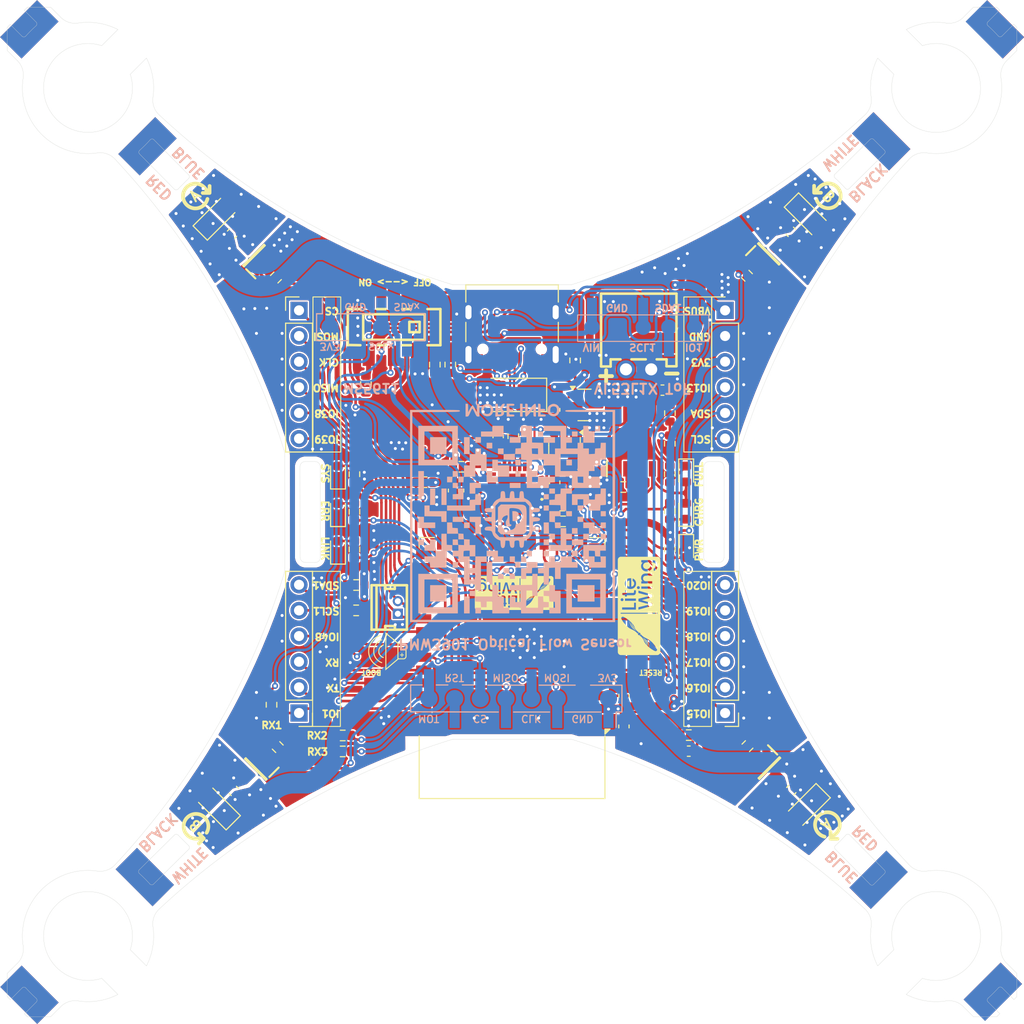
<source format=kicad_pcb>
(kicad_pcb (version 20241229) (generator "pcbnew") (generator_version "9.0")
  (layers (0 "F.Cu" signal) (2 "B.Cu" signal) (13 "F.Paste" user) (15 "B.Paste" user) (5 "F.SilkS" user "F.Silkscreen") (7 "B.SilkS" user "B.Silkscreen") (1 "F.Mask" user) (3 "B.Mask" user) (25 "Edge.Cuts" user))
  (net 0 "")
  (net 1 "GND")
  (net 2 "VBUS")
  (net 3 "Net-(U2-BP)")
  (net 4 "+3V3")
  (net 5 "+BATT")
  (net 6 "/USB D+")
  (net 7 "Net-(U7-REGOUT)")
  (net 8 "Net-(U7-CPOUT)")
  (net 9 "/EN")
  (net 10 "Net-(D2-A)")
  (net 11 "Net-(D3-A)")
  (net 12 "Net-(D4-A)")
  (net 13 "Net-(D5-A)")
  (net 14 "+5V")
  (net 15 "Net-(IC1-PROG)")
  (net 16 "Net-(IC1-~{STDBY})")
  (net 17 "Net-(IC1-~{CHRG})")
  (net 20 "Net-(J1-CC2)")
  (net 21 "Net-(J1-CC1)")
  (net 22 "/IO18")
  (net 23 "/IO17")
  (net 24 "/IO16")
  (net 25 "/IO15")
  (net 26 "/SDA")
  (net 27 "/USB D-")
  (net 28 "/SCL")
  (net 29 "/IO21")
  (net 30 "/IO13")
  (net 31 "/IO14")
  (net 32 "/IO48")
  (net 33 "/TX")
  (net 34 "/SCL1")
  (net 35 "/SDA1")
  (net 36 "/RX")
  (net 37 "/IO1")
  (net 38 "/BUZ2")
  (net 39 "/BUZ1")
  (net 41 "/MISO")
  (net 42 "/CLK")
  (net 43 "/MOSI")
  (net 44 "/CS")
  (net 45 "Net-(LED1-A)")
  (net 46 "Net-(LED2-K)")
  (net 47 "Net-(LED3-K)")
  (net 48 "/LED_GREEN")
  (net 49 "/LED_RED")
  (net 50 "/LED_BLUE")
  (net 51 "/LDO_H")
  (net 52 "Net-(U7-AD0)")
  (net 53 "/MPU_INT")
  (net 54 "/IO0")
  (net 55 "/MOT_1")
  (net 56 "/MOT_2")
  (net 57 "/MOT_3")
  (net 58 "/MOT_4")
  (net 59 "LDO_EN")
  (net 60 "/ADC_BAT")
  (net 66 "Net-(J12-Pin_5)")
  (net 67 "/AUXSDA")
  (net 77 "Net-(LED4-A)")
  (net 78 "Net-(LED5-A)")
  (net 79 "Net-(LED6-A)")
  (net 80 "/AUXSCL")
  (net 81 "Net-(J11-Pin_7)")
  (net 82 "Net-(J11-Pin_8)")
  (footprint "ConnTH1.25MM:CONN-TH_1.25T-2A_1.25T-2A" (layer "F.Cu") (at 136.0615 103.62995 90)
    (property "Reference" "J14" (hide yes))
    (property "Value" "Conn_01x02" (hide yes))
  )
  (footprint "LED_SMD:LED_0603_1608Metric" (layer "F.Cu") (at 130.1355 90.411 90)
    (property "Reference" "LED4" (hide yes))
    (property "Value" "LED_Green")
  )
  (footprint "Resistor_SMD:R_0603_1608Metric" (layer "F.Cu") (at 130.6035 116.308)
    (property "Reference" "R30" (hide yes))
    (property "Value" "0R")
  )
  (footprint "DroneV2:JST_PH_B2B-PH-K_1x02_P2.00mm_Vertical" (layer "F.Cu") (at 179.133199 124.391485 -135)
    (property "Reference" "J8" (hide yes))
    (property "Value" "Conn_01x02_Female")
  )
  (footprint "LOGO" (layer "F.Cu") (at 159.975708 103.457628 90)
    (property "Reference" "G***" (hide yes))
    (property "Value" "LOGO" (hide yes))
  )
  (footprint "Capacitor_SMD:C_0603_1608Metric" (layer "F.Cu") (at 142.3545 94.363 180)
    (property "Reference" "C9" (hide yes))
    (property "Value" "2.2nf")
  )
  (footprint "Resistor_SMD:R_0603_1608Metric" (layer "F.Cu") (at 131.7645 97.871 -90)
    (property "Reference" "R13" (hide yes))
    (property "Value" "1K")
  )
  (footprint "Resistor_SMD:R_0603_1608Metric" (layer "F.Cu") (at 138.702 91.2245)
    (property "Reference" "R19" (hide yes))
    (property "Value" "10k")
  )
  (footprint "3x4x2:Tactile 3x4x2mm TS-A010" (layer "F.Cu") (at 133.5315 113.33 90)
    (property "Reference" "SW2" (hide yes))
    (property "Value" "Tactile Switch 3x4x2")
  )
  (footprint "Resistor_SMD:R_0603_1608Metric" (layer "F.Cu") (at 123.5525 113.267 90)
    (property "Reference" "R28" (hide yes))
    (property "Value" "0R")
  )
  (footprint "Capacitor_SMD:C_0603_1608Metric" (layer "F.Cu") (at 143.1025 92.049 -90)
    (property "Reference" "C10" (hide yes))
    (property "Value" "100nF")
  )
  (footprint "Resistor_SMD:R_0603_1608Metric" (layer "F.Cu") (at 163.0015 94.078547 90)
    (property "Reference" "R6" (hide yes))
    (property "Value" "1K")
  )
  (footprint "Resistor_SMD:R_0603_1608Metric" (layer "F.Cu") (at 142.3625 89.696 180)
    (property "Reference" "R17" (hide yes))
    (property "Value" "10k")
  )
  (footprint "LOGO" (layer "F.Cu") (at 147.569802 102.178833 180)
    (property "Reference" "G***" (hide yes))
    (property "Value" "LOGO" (hide yes))
  )
  (footprint "LED_SMD:LED_0603_1608Metric" (layer "F.Cu") (at 130.1355 97.851 90)
    (property "Reference" "LED6" (hide yes))
    (property "Value" "LED_Blue")
  )
  (footprint "DroneV2:JST_PH_B2B-PH-K_1x02_P2.00mm_Vertical" (layer "F.Cu") (at 117.1415 125.899 135)
    (property "Reference" "J9" (hide yes))
    (property "Value" "Conn_01x02_Female")
  )
  (footprint "Capacitor_SMD:C_0603_1608Metric" (layer "F.Cu") (at 158.4545 115.413 -90)
    (property "Reference" "C12" (hide yes))
    (property "Value" "10uF")
  )
  (footprint "SI2302DS-T1:SOT95P237X112-3N" (layer "F.Cu") (at 172.812593 68.599907 45)
    (property "Reference" "T1" (hide yes))
    (property "Value" "IRLML6344TRPBF" (hide yes))
  )
  (footprint "LED_SMD:LED_0603_1608Metric" (layer "F.Cu") (at 164.6195 97.891 -90)
    (property "Reference" "LED1" (hide yes))
    (property "Value" "LED_Red")
  )
  (footprint "DroneV2:JST_PH_B2B-PH-K_1x02_P2.00mm_Vertical" (layer "F.Cu") (at 115.546801 63.924515 45)
    (property "Reference" "J10" (hide yes))
    (property "Value" "Conn_01x02_Female")
  )
  (footprint "Resistor_SMD:R_0603_1608Metric" (layer "F.Cu") (at 124.167894 117.458392 -45)
    (property "Reference" "R24" (hide yes))
    (property "Value" "10k")
  )
  (footprint "SI2302DS-T1:SOT95P237X112-3N" (layer "F.Cu") (at 121.8145 68.778 135)
    (property "Reference" "T4" (hide yes))
    (property "Value" "IRLML6344TRPBF" (hide yes))
  )
  (footprint "Resistor_SMD:R_0603_1608Metric" (layer "F.Cu") (at 141.2575 79.575 90)
    (property "Reference" "R2" (hide yes))
    (property "Value" "5.1K")
  )
  (footprint "Connector_PinHeader_2.54mm:PinHeader_1x06_P2.54mm_Vertical" (layer "F.Cu") (at 126.2765 114.084 180)
    (property "Reference" "J5" (hide yes))
    (property "Value" "Conn_01x06")
  )
  (footprint "LED_SMD:LED_0603_1608Metric" (layer "F.Cu") (at 130.1355 94.131 90)
    (property "Reference" "LED5" (hide yes))
    (property "Value" "LED_Red")
  )
  (footprint "Resistor_SMD:R_0603_1608Metric" (layer "F.Cu") (at 158.4 91.7 180)
    (property "Reference" "R5" (hide yes))
    (property "Value" "1.2K")
  )
  (footprint "Resistor_SMD:R_0603_1608Metric" (layer "F.Cu") (at 130.6035 117.889)
    (property "Reference" "R29" (hide yes))
    (property "Value" "0R")
  )
  (footprint "Connector_PinHeader_2.54mm:PinHeader_1x06_P2.54mm_Vertical" (layer "F.Cu") (at 168.4775 114.084 180)
    (property "Reference" "J3" (hide yes))
    (property "Value" "Conn_01x06")
  )
  (footprint "Resistor_SMD:R_0603_1608Metric" (layer "F.Cu") (at 131.7635 90.431 -90)
    (property "Reference" "R11" (hide yes))
    (property "Value" "1K")
  )
  (footprint "Diode_SMD:D_SMA" (layer "F.Cu") (at 147.293 82.576 180)
    (property "Reference" "D1" (hide yes))
    (property "Value" "SS34")
  )
  (footprint "Resistor_SMD:R_0603_1608Metric" (layer "F.Cu") (at 170.692591 117.365091 45)
    (property "Reference" "R23" (hide yes))
    (property "Value" "10k")
  )
  (footprint "Diode_SMD:D_SOD-123F" (layer "F.Cu") (at 176.629719 123.334039 -135)
    (property "Reference" "D3" (hide yes))
    (property "Value" "1N4148W")
  )
  (footprint "LOGO" (layer "F.Cu") (at 116.1345 125.367 135)
    (property "Reference" "G***" (hide yes))
    (property "Value" "LOGO" (hide yes))
  )
  (footprint "Connector_PinHeader_2.54mm:PinHeader_1x06_P2.54mm_Vertical" (layer "F.Cu") (at 168.4775 74.204)
    (property "Reference" "J4" (hide yes))
    (property "Value" "Conn_01x06")
  )
  (footprint "Connector_PinHeader_2.54mm:PinHeader_1x06_P2.54mm_Vertical" (layer "F.Cu") (at 126.2765 74.204)
    (property "Reference" "J6" (hide yes))
    (property "Value" "Conn_01x06")
  )
  (footprint "Diode_SMD:D_SOD-123F" (layer "F.Cu") (at 118.198946 123.39552 135)
    (property "Reference" "D4" (hide yes))
    (property "Value" "1N4148W")
  )
  (footprint "Capacitor_SMD:C_0805_2012Metric" (layer "F.Cu") (at 154.1445 90.686)
    (property "Reference" "C3" (hide yes))
    (property "Value" "2.2uF")
  )
  (footprint "Resistor_SMD:R_0603_1608Metric" (layer "F.Cu") (at 163.0005 87.414 -90)
    (property "Reference" "R27" (hide yes))
    (property "Value" "100K")
  )
  (footprint "Capacitor_SMD:C_0603_1608Metric" (layer "F.Cu") (at 151.6 84.055 -90)
    (property "Reference" "C1" (hide yes))
    (property "Value" "10uF")
  )
  (footprint "SlideSwitchSMDTop:SW-SMD_MST22D18G2" (layer "F.Cu") (at 135.6786 75.854 180)
    (property "Reference" "SW1" (hide yes))
    (property "Value" "MST22D18G2_125" (hide yes))
  )
  (footprint "Resistor_SMD:R_0603_1608Metric" (layer "F.Cu") (at 163.0115 84.388 -90)
    (property "Reference" "R26" (hide yes))
    (property "Value" "100K")
  )
  (footprint "LED_SMD:LED_0603_1608Metric" (layer "F.Cu") (at 164.6195 94.098547 90)
    (property "Reference" "LED2" (hide yes))
    (property "Value" "LED_Red")
  )
  (footprint "SI2302DS-T1:SOT95P237X112-3N" (layer "F.Cu") (at 121.994985 119.631301 -135)
    (property "Reference" "T3" (hide yes))
    (property "Value" "IRLML6344TRPBF" (hide yes))
  )
  (footprint "SI2302DS-T1:SOT95P237X112-3N" (layer "F.Cu") (at 172.8655 119.538 -45)
    (property "Reference" "T2" (hide yes))
    (property "Value" "IRLML6344TRPBF" (hide yes))
  )
  (footprint "Capacitor_SMD:C_0603_1608Metric" (layer "F.Cu") (at 162.2735 82.107)
    (property "Reference" "C5" (hide yes))
    (property "Value" "10uF")
  )
  (footprint "SL_Power:USB_C_Receptacle_G-Switch_GT-USB-7010ASV" (layer "F.Cu") (at 147.3775 75.459 180)
    (property "Reference" "J1" (hide yes))
    (property "Value" "USB_C_Receptacle_USB2.0_16P")
  )
  (footprint "Capacitor_SMD:C_0603_1608Metric" (layer "F.Cu") (at 164.8785 117.863 180)
    (property "Reference" "C14" (hide yes))
    (property "Value" "100nF")
  )
  (footprint "LOGO" (layer "F.Cu") (at 178.6085 62.858)
    (property "Reference" "G***" (hide yes))
    (property "Value" "LOGO" (hide yes))
  )
  (footprint "XH2P:CONN-TH_2P-P2.50_XH-2AW" (layer "F.Cu") (at 159.9075 80.0456)
    (property "Reference" "J2" (hide yes))
    (property "Value" "JST XH 2P 2.50mm SMD Hoz" (hide yes))
  )
  (footprint "RF_Module:ESP32-S3-WROOM-1" (layer "F.Cu") (at 147.3775 109.654 180)
    (property "Reference" "U8" (hide yes))
    (property "Value" "ESP32-S3-WROOM-1")
  )
  (footprint "Diode_SMD:D_SOD-123F" (layer "F.Cu") (at 176.608632 64.835688 -45)
    (property "Reference" "D2" (hide yes))
    (property "Value" "1N4148W")
  )
  (footprint "Resistor_SMD:R_0603_1608Metric" (layer "F.Cu") (at 163.0015 97.871 90)
    (property "Reference" "R4" (hide yes))
    (property "Value" "470R")
  )
  (footprint "Resistor_SMD:R_0603_1608Metric" (layer "F.Cu") (at 139.7265 79.579 90)
    (property "Reference" "R1" (hide yes))
    (property "Value" "5.1K")
  )
  (footprint "LOGO" (layer "F.Cu") (at 178.6115 125.229 -90)
    (property "Reference" "G***" (hide yes))
    (property "Value" "LOGO" (hide yes))
  )
  (footprint "Capacitor_SMD:C_0603_1608Metric" (layer "F.Cu") (at 175.038407 121.710907 -135)
    (property "Reference" "C16" (hide yes))
    (property "Value" "1uF")
  )
  (footprint "LED_SMD:LED_0603_1608Metric" (layer "F.Cu") (at 164.6195 90.411 -90)
    (property "Reference" "LED3" (hide yes))
    (property "Value" "LED_Blue")
  )
  (footprint "DroneV2:JST_PH_B2B-PH-K_1x02_P2.00mm_Vertical" (layer "F.Cu") (at 177.666078 62.332208 -45)
    (property "Reference" "J7" (hide yes))
    (property "Value" "Conn_01x02_Female")
  )
  (footprint "Capacitor_SMD:C_0603_1608Metric" (layer "F.Cu") (at 174.9855 66.427 -45)
    (property "Reference" "C15" (hide yes))
    (property "Value" "1uF")
  )
  (footprint "Resistor_SMD:R_0603_1608Metric" (layer "F.Cu") (at 163.0015 90.431 90)
    (property "Reference" "R7" (hide yes))
    (property "Value" "1K")
  )
  (footprint "Capacitor_SMD:C_0603_1608Metric" (layer "F.Cu") (at 119.822078 121.804208 135)
    (property "Reference" "C17" (hide yes))
    (property "Value" "1uF")
  )
  (footprint "Resistor_SMD:R_0603_1608Metric" (layer "F.Cu") (at 153.6245 79.162 90)
    (property "Reference" "R3" (hide yes))
    (property "Value" "100K")
  )
  (footprint "Resistor_SMD:R_0603_1608Metric" (layer "F.Cu") (at 170.639684 70.772816 135)
    (property "Reference" "R22" (hide yes))
    (property "Value" "10k")
  )
  (footprint "LOGO" (layer "F.Cu") (at 135.0235 107.969)
    (property "Reference" "G***" (hide yes))
    (property "Value" "LOGO" (hide yes))
  )
  (footprint "Package_TO_SOT_SMD:SOT-23-5" (layer "F.Cu") (at 152.573 87.588 -90)
    (property "Reference" "U2" (hide yes))
    (property "Value" "SPX3819M5-L-3-3/TR")
  )
  (footprint "Resistor_SMD:R_0603_1608Metric" (layer "F.Cu") (at 131.9345 101.408)
    (property "Reference" "R20" (hide yes))
    (property "Value" "10k")
  )
  (footprint "Resistor_SMD:R_0603_1608Metric" (layer "F.Cu") (at 152.4255 95.101)
    (property "Reference" "R16" (hide yes))
    (property "Value" "10k")
  )
  (footprint "tp4056:SOIC127P600X175-9N" (layer "F.Cu") (at 159.3695 87.187 90)
    (property "Reference" "IC1" (hide yes))
    (property "Value" "TP4056" (hide yes))
  )
  (footprint "Capacitor_SMD:C_0603_1608Metric" (layer "F.Cu") (at 146 86.68 90)
    (property "Reference" "C8" (hide yes))
    (property "Value" "100nF")
  )
  (footprint "Capacitor_SMD:C_0603_1608Metric" (layer "F.Cu") (at 119.641593 66.605093 45)
    (property "Reference" "C18" (hide yes))
    (property "Value" "1uF")
  )
  (footprint "Resistor_SMD:R_0603_1608Metric" (layer "F.Cu") (at 131.7645 94.151 -90)
    (property "Reference" "R12" (hide yes))
    (property "Value" "1K")
  )
  (footprint "Diode_SMD:D_SOD-123F" (layer "F.Cu") (at 118.050281 64.981961 45)
    (property "Reference" "D5" (hide yes))
    (property "Value" "1N4148W")
  )
  (footprint "Resistor_SMD:R_0603_1608Metric" (layer "F.Cu") (at 147.5 86.664 -90)
    (property "Reference" "R15" (hide yes))
    (property "Value" "4.7k")
  )
  (footprint "Resistor_SMD:R_0603_1608Metric" (layer "F.Cu") (at 152.3495 93.535)
    (property "Reference" "R14" (hide yes))
    (property "Value" "10k")
  )
  (footprint "Package_TO_SOT_SMD:SOT-23" (layer "F.Cu") (at 154.555999 83.57)
    (property "Reference" "U1" (hide yes))
    (property "Value" "AO3401A")
  )
  (footprint "Capacitor_SMD:C_0603_1608Metric" (layer "F.Cu") (at 141.5795 92.049 -90)
    (property "Reference" "C11" (hide yes))
    (property "Value" "10nf")
  )
  (footprint "LOGO" (layer "F.Cu") (at 116.1015 62.878)
    (property "Reference" "G***" (hide yes))
    (property "Value" "LOGO" (hide yes))
  )
  (footprint "Capacitor_SMD:C_0603_1608Metric" (layer "F.Cu") (at 156.1 93.2 90)
    (property "Reference" "C4" (hide yes))
    (property "Value" "10uF")
  )
  (footprint "Resistor_SMD:R_0603_1608Metric" (layer "F.Cu") (at 132.9015 81.519 90)
    (property "Reference" "R8" (hide yes))
    (property "Value" "100K")
  )
  (footprint "3x4x2:Tactile 3x4x2mm TS-A010" (layer "F.Cu") (at 161.1715 113.33 90)
    (property "Reference" "SW3" (hide yes))
    (property "Value" "Tactile Switch 3x4x2")
  )
  (footprint "Capacitor_SMD:C_0603_1608Metric" (layer "F.Cu") (at 158.4615 112.374 90)
    (property "Reference" "C13" (hide yes))
    (property "Value" "100nF")
  )
  (footprint "Capacitor_SMD:C_0603_1608Metric" (layer "F.Cu") (at 151.5995 91.236 -90)
    (property "Reference" "C2" (hide yes))
    (property "Value" "470pF")
  )
  (footprint "MPU6050:MPU6050" (layer "F.Cu") (at 147.3775 91.674 180)
    (property "Reference" "U7" (hide yes))
    (property "Value" "MPU-6050" (hide yes))
  )
  (footprint "Resistor_SMD:R_0603_1608Metric" (layer "F.Cu") (at 123.987409 70.950909 -135)
    (property "Reference" "R25" (hide yes))
    (property "Value" "10k")
  )
  (footprint "Resistor_SMD:R_0603_1608Metric" (layer "F.Cu") (at 164.8785 116.273 180)
    (property "Reference" "R18" (hide yes))
    (property "Value" "10k")
  )
  (footprint "Resistor_SMD:R_0603_1608Metric" (layer "F.Cu") (at 131.9345 103.918)
    (property "Reference" "R21" (hide yes))
    (property "Value" "10k")
  )
  (footprint "DroneV2:PMW3901" (layer "B.Cu") (at 146.77 113.5145)
    (property "Reference" "J11" (hide yes))
    (property "Value" "Conn_01x09" (hide yes))
  )
  (footprint "DroneV2:MS5611_Module" (layer "B.Cu") (at 136.967499 75.869)
    (property "Reference" "J13" (hide yes))
    (property "Value" "Conn_01x07")
  )
  (footprint "DroneV2:VL53L1X_BREAKOUT" (layer "B.Cu") (at 155.289499 75.869)
    (property "Reference" "J12" (hide yes))
    (property "Value" "Conn_01x06" (hide yes))
  )
  (footprint "LOGO" (layer "B.Cu") (at 147.402951 94.343)
    (property "Reference" "G***" (hide yes))
    (property "Value" "LOGO" (hide yes))
  )
  (gr_poly (pts (xy 192.319576 45.604772) (xy 195.983526 49.269992) (xy 198.100616 47.144012) (xy 194.441746 43.482602)) (fill yes) (layer "F.Cu"))
  (gr_poly (pts (xy 195.767378 138.793562) (xy 192.102158 142.457512) (xy 194.228138 144.574602) (xy 197.889548 140.915732)) (fill yes) (layer "F.Cu"))
  (gr_poly (pts (xy 184.445849 127.713456) (xy 180.780629 131.377406) (xy 182.906609 133.494496) (xy 186.568019 129.835626)) (fill yes) (layer "F.Cu"))
  (gr_poly (pts (xy 110.493347 60.840904) (xy 114.158567 57.176954) (xy 112.032587 55.059864) (xy 108.371177 58.718734)) (fill yes) (layer "F.Cu"))
  (gr_poly (pts (xy 113.891553 131.102941) (xy 110.227603 127.437721) (xy 108.110513 129.563701) (xy 111.769383 133.225111)) (fill yes) (layer "F.Cu"))
  (gr_poly (pts (xy 98.789606 49.2618) (xy 102.454826 45.59785) (xy 100.328846 43.48076) (xy 96.667436 47.13963)) (fill yes) (layer "F.Cu"))
  (gr_poly (pts (xy 102.468796 142.75793) (xy 98.804846 139.09271) (xy 96.687756 141.21869) (xy 100.346626 144.8801)) (fill yes) (layer "F.Cu"))
  (gr_poly (pts (xy 181.053681 56.686227) (xy 184.717631 60.351447) (xy 186.834721 58.225467) (xy 183.175851 54.564057)) (fill yes) (layer "F.Cu"))
  (gr_poly (pts (xy 110.494617 60.842174) (xy 114.159837 57.178224) (xy 112.033857 55.061134) (xy 108.372447 58.720004)) (fill yes) (layer "B.Cu"))
  (gr_poly (pts (xy 98.790876 49.26307) (xy 102.456096 45.59912) (xy 100.330116 43.48203) (xy 96.668706 47.1409)) (fill yes) (layer "B.Cu"))
  (gr_poly (pts (xy 184.707518 60.350269) (xy 181.042298 56.686319) (xy 183.168278 54.569229) (xy 186.829688 58.228099)) (fill yes) (layer "B.Cu"))
  (gr_poly (pts (xy 102.466999 142.759067) (xy 98.803049 139.093847) (xy 96.685959 141.219827) (xy 100.344829 144.881237)) (fill yes) (layer "B.Cu"))
  (gr_poly (pts (xy 184.450439 127.707482) (xy 180.785219 131.371432) (xy 182.911199 133.488522) (xy 186.572609 129.829652)) (fill yes) (layer "B.Cu"))
  (gr_poly (pts (xy 113.889756 131.104078) (xy 110.225806 127.438858) (xy 108.108716 129.564838) (xy 111.767586 133.226248)) (fill yes) (layer "B.Cu"))
  (gr_poly (pts (xy 195.963349 49.266878) (xy 192.298129 45.602928) (xy 194.424109 43.485838) (xy 198.085519 47.144708)) (fill yes) (layer "B.Cu"))
  (gr_poly (pts (xy 195.764608 138.804762) (xy 192.099388 142.468712) (xy 194.225368 144.585802) (xy 197.886778 140.926932)) (fill yes) (layer "B.Cu"))
  (gr_rect (start 164.3875 100.054) (end 167.1375 115.414) (stroke (width 0.1)) (fill no) (layer "F.SilkS"))
  (gr_rect (start 127.621476 100.054) (end 130.371476 115.414) (stroke (width 0.1)) (fill no) (layer "F.SilkS"))
  (gr_rect (start 127.657189 72.874) (end 130.407189 88.234) (stroke (width 0.1)) (fill no) (layer "F.SilkS"))
  (gr_rect (start 164.3915 72.874) (end 167.1415 88.234) (stroke (width 0.1)) (fill no) (layer "F.SilkS"))
  (gr_arc (start 106.300386 58.60798) (mid 107.266383 58.706944) (end 108.071922 59.249208) (stroke (width 0.0254)) (layer "Edge.Cuts"))
  (gr_line (start 101.671746 144.17398) (end 102.682926 143.16281) (stroke (width 0.0254)) (layer "Edge.Cuts"))
  (gr_arc (start 108.071786 129.09857) (mid 107.266314 129.64077) (end 106.300411 129.739748) (stroke (width 0.0254)) (layer "Edge.Cuts"))
  (gr_arc (start 169.9865 100.371) (mid 169.901009 100.024844) (end 169.8785 99.669) (stroke (width 0.0254)) (layer "Edge.Cuts"))
  (gr_arc (start 104.399706 45.74796) (mid 103.474131 45.671429) (end 102.682884 45.185142) (stroke (width 0.0254)) (layer "Edge.Cuts"))
  (gr_arc (start 110.458884 129.97602) (mid 110.377052 129.803525) (end 110.440645 129.623505) (stroke (width 0.0254)) (layer "Edge.Cuts"))
  (gr_line (start 186.418086 46.38652) (end 188.020066 47.9885) (stroke (width 0.0254)) (layer "Edge.Cuts"))
  (gr_arc (start 180.757117 62.149915) (mid 180.577056 62.213471) (end 180.404512 62.131675) (stroke (width 0.0254)) (layer "Edge.Cuts"))
  (gr_arc (start 112.452527 54.8686) (mid 111.910285 54.063143) (end 111.811348 53.097225) (stroke (width 0.0254)) (layer "Edge.Cuts"))
  (gr_arc (start 112.452526 133.47931) (mid 126.035189 123.424708) (end 141.5275 116.674) (stroke (width 0.025)) (layer "Edge.Cuts"))
  (gr_arc (start 186.68236 129.098692) (mid 176.679278 115.696782) (end 169.9865 100.371) (stroke (width 0.025)) (layer "Edge.Cuts"))
  (gr_arc (start 195.550475 141.302061) (mid 195.729521 141.220124) (end 195.912386 141.29321) (stroke (width 0.0254)) (layer "Edge.Cuts"))
  (gr_arc (start 182.301766 133.47931) (mid 182.843985 134.284777) (end 182.942944 135.250685) (stroke (width 0.0254)) (layer "Edge.Cuts"))
  (gr_line (start 97.668676 45.88146) (end 97.377116 46.17392) (stroke (width 0.0254)) (layer "Edge.Cuts"))
  (gr_line (start 97.684656 142.48242) (end 98.857876 141.30919) (stroke (width 0.0254)) (layer "Edge.Cuts"))
  (gr_arc (start 124.7715 100.364) (mid 118.03698 115.670073) (end 108.071786 129.09857) (stroke (width 0.025)) (layer "Edge.Cuts"))
  (gr_line (start 97.377116 46.17392) (end 97.377116 48.46856) (stroke (width 0.0254)) (layer "Edge.Cuts"))
  (gr_line (start 109.562516 137.53112) (end 111.164486 139.1331) (stroke (width 0.0254)) (layer "Edge.Cuts"))
  (gr_arc (start 185.192536 137.53366) (mid 192.485762 133.060133) (end 188.024631 140.360945) (stroke (width 0.0254)) (layer "Edge.Cuts"))
  (gr_arc (start 167.856947 89.174) (mid 168.217679 89.320667) (end 168.376053 89.676447) (stroke (width 0.025)) (layer "Edge.Cuts"))
  (gr_arc (start 184.245237 58.331029) (mid 184.32707 58.503535) (end 184.263477 58.683544) (stroke (width 0.0254)) (layer "Edge.Cuts"))
  (gr_arc (start 194.505257 46.000621) (mid 195.031962 46.503124) (end 195.534425 47.029867) (stroke (width 0.0254)) (layer "Edge.Cuts"))
  (gr_line (start 188.020066 140.35941) (end 186.418086 141.96139) (stroke (width 0.0254)) (layer "Edge.Cuts"))
  (gr_line (start 195.377176 44.17393) (end 193.082536 44.17393) (stroke (width 0.0254)) (layer "Edge.Cuts"))
  (gr_line (start 98.841896 47.05469) (end 97.668676 45.88146) (stroke (width 0.0254)) (layer "Edge.Cuts"))
  (gr_line (start 99.068676 44.48146) (end 100.241906 45.65468) (stroke (width 0.0254)) (layer "Edge.Cuts"))
  (gr_arc (start 169.8785 88.669) (mid 169.904555 88.318399) (end 169.9885 87.977) (stroke (width 0.0254)) (layer "Edge.Cuts"))
  (gr_line (start 197.377166 46.17392) (end 197.069636 45.86549) (stroke (width 0.0254)) (layer "Edge.Cuts"))
  (gr_line (start 126.918606 99.174) (end 127.898053 99.174) (stroke (width 0.025)) (layer "Edge.Cuts"))
  (gr_line (start 169.8785 88.669) (end 169.8785 99.669) (stroke (width 0.025)) (layer "Edge.Cuts"))
  (gr_arc (start 180.449106 126.164739) (mid 180.621592 126.082902) (end 180.801621 126.146499) (stroke (width 0.0254)) (layer "Edge.Cuts"))
  (gr_arc (start 113.946904 126.15713) (mid 114.127058 126.093528) (end 114.299636 126.17549) (stroke (width 0.0254)) (layer "Edge.Cuts"))
  (gr_line (start 111.857117 131.039915) (end 115.363477 127.573544) (stroke (width 0.0254)) (layer "Edge.Cuts"))
  (gr_arc (start 188.453896 129.73992) (mid 187.487912 129.640933) (end 186.68236 129.098692) (stroke (width 0.0254)) (layer "Edge.Cuts"))
  (gr_arc (start 182.846904 57.26713) (mid 183.027045 57.203531) (end 183.199636 57.28549) (stroke (width 0.0254)) (layer "Edge.Cuts"))
  (gr_arc (start 182.943615 53.10101) (mid 182.843419 54.064953) (end 182.301766 54.8686) (stroke (width 0.0254)) (layer "Edge.Cuts"))
  (gr_arc (start 179.358884 61.08602) (mid 179.277047 60.913527) (end 179.340645 60.733505) (stroke (width 0.0254)) (layer "Edge.Cuts"))
  (gr_arc (start 114.292132 62.193675) (mid 114.119635 62.275472) (end 113.939617 62.211915) (stroke (width 0.0254)) (layer "Edge.Cuts"))
  (gr_arc (start 182.301766 54.8686) (mid 168.719413 64.923086) (end 153.2275 71.67391) (stroke (width 0.025)) (layer "Edge.Cuts"))
  (gr_arc (start 128.3775 98.671553) (mid 128.245295 99.025375) (end 127.898053 99.174) (stroke (width 0.025)) (layer "Edge.Cuts"))
  (gr_line (start 194.496406 45.63871) (end 195.669636 44.46549) (stroke (width 0.0254)) (layer "Edge.Cuts"))
  (gr_line (start 184.245237 58.331029) (end 183.199636 57.28549) (stroke (width 0.0254)) (layer "Edge.Cuts"))
  (gr_arc (start 196.365996 138.86817) (mid 195.880627 138.079754) (end 195.802337 137.157225) (stroke (width 0.0254)) (layer "Edge.Cuts"))
  (gr_line (start 195.912386 141.29321) (end 197.085606 142.46644) (stroke (width 0.0254)) (layer "Edge.Cuts"))
  (gr_line (start 195.669636 44.46549) (end 195.377176 44.17393) (stroke (width 0.0254)) (layer "Edge.Cuts"))
  (gr_line (start 197.377166 48.46856) (end 197.377166 46.17392) (stroke (width 0.0254)) (layer "Edge.Cuts"))
  (gr_line (start 97.377116 139.87935) (end 97.377116 142.17398) (stroke (width 0.0254)) (layer "Edge.Cuts"))
  (gr_arc (start 153.2275 116.674) (mid 168.719414 123.424823) (end 182.301766 133.47931) (stroke (width 0.025)) (layer "Edge.Cuts"))
  (gr_arc (start 100.249035 142.347289) (mid 100.330974 142.526349) (end 100.257886 142.7092) (stroke (width 0.0254)) (layer "Edge.Cuts"))
  (gr_line (start 179.385211 127.562971) (end 182.851582 131.069331) (stroke (width 0.0254)) (layer "Edge.Cuts"))
  (gr_line (start 197.069636 45.86549) (end 195.896416 47.03872) (stroke (width 0.0254)) (layer "Edge.Cuts"))
  (gr_arc (start 190.348986 142.60096) (mid 188.33334 142.589679) (end 186.418086 141.96139) (stroke (width 0.0254)) (layer "Edge.Cuts"))
  (gr_arc (start 98.388286 49.47973) (mid 98.874578 50.270953) (end 98.951095 51.196511) (stroke (width 0.0254)) (layer "Edge.Cuts"))
  (gr_arc (start 108.328076 141.96545) (mid 106.410732 142.591211) (end 104.393872 142.599142) (stroke (width 0.0254)) (layer "Edge.Cuts"))
  (gr_arc (start 141.5275 71.67391) (mid 126.035189 64.923203) (end 112.452527 54.8686) (stroke (width 0.025)) (layer "Edge.Cuts"))
  (gr_arc (start 168.3725 98.674) (mid 168.226053 99.027553) (end 167.8725 99.174) (stroke (width 0.025)) (layer "Edge.Cuts"))
  (gr_line (start 197.377166 139.87935) (end 196.365996 138.86817) (stroke (width 0.0254)) (layer "Edge.Cuts"))
  (gr_line (start 193.082536 144.17398) (end 195.377176 144.17398) (stroke (width 0.0254)) (layer "Edge.Cuts"))
  (gr_line (start 183.204097 131.051091) (end 184.249636 130.00549) (stroke (width 0.0254)) (layer "Edge.Cuts"))
  (gr_arc (start 110.473246 58.705555) (mid 110.409624 58.52549) (end 110.491486 58.35295) (stroke (width 0.0254)) (layer "Edge.Cuts"))
  (gr_line (start 193.082536 44.17393) (end 192.071366 45.1851) (stroke (width 0.0254)) (layer "Edge.Cuts"))
  (gr_arc (start 126.3695 89.674) (mid 126.530006 89.320841) (end 126.890053 89.176447) (stroke (width 0.025)) (layer "Edge.Cuts"))
  (gr_arc (start 111.537141 57.307323) (mid 111.029094 57.844917) (end 110.491486 58.35295) (stroke (width 0.0254)) (layer "Edge.Cuts"))
  (gr_line (start 166.8775 89.174) (end 167.856947 89.174) (stroke (width 0.025)) (layer "Edge.Cuts"))
  (gr_arc (start 100.241906 45.65468) (mid 100.315081 45.837573) (end 100.233053 46.016671) (stroke (width 0.0254)) (layer "Edge.Cuts"))
  (gr_arc (start 104.405046 45.74695) (mid 106.420818 45.758199) (end 108.336196 46.38652) (stroke (width 0.0254)) (layer "Edge.Cuts"))
  (gr_line (start 101.671746 44.17393) (end 99.377116 44.17393) (stroke (width 0.0254)) (layer "Edge.Cuts"))
  (gr_line (start 99.084656 143.88242) (end 99.377116 144.17398) (stroke (width 0.0254)) (layer "Edge.Cuts"))
  (gr_line (start 168.376053 89.676447) (end 168.3725 98.674) (stroke (width 0.025)) (layer "Edge.Cuts"))
  (gr_line (start 195.685606 143.86644) (end 194.512376 142.69322) (stroke (width 0.0254)) (layer "Edge.Cuts"))
  (gr_line (start 98.388286 138.86817) (end 97.377116 139.87935) (stroke (width 0.0254)) (layer "Edge.Cuts"))
  (gr_arc (start 183.589798 139.133099) (mid 182.965217 137.240132) (end 182.943621 135.246901) (stroke (width 0.0254)) (layer "Edge.Cuts"))
  (gr_arc (start 98.950136 137.14605) (mid 100.764815 131.593845) (end 106.3042 129.740403) (stroke (width 0.0254)) (layer "Edge.Cuts"))
  (gr_line (start 106.734226 47.9885) (end 108.336196 46.38652) (stroke (width 0.0254)) (layer "Edge.Cuts"))
  (gr_arc (start 111.857117 131.039915) (mid 111.677055 131.103468) (end 111.504512 131.021675) (stroke (width 0.0254)) (layer "Edge.Cuts"))
  (gr_arc (start 99.203807 47.045839) (mid 99.70631 46.519134) (end 100.233053 46.016671) (stroke (width 0.0254)) (layer "Edge.Cuts"))
  (gr_line (start 126.3695 89.674) (end 126.3775 98.671553) (stroke (width 0.025)) (layer "Edge.Cuts"))
  (gr_arc (start 195.550475 141.302061) (mid 195.047972 141.828766) (end 194.521229 142.331229) (stroke (width 0.0254)) (layer "Edge.Cuts"))
  (gr_arc (start 126.918606 99.174) (mid 126.548691 99.029782) (end 126.3775 98.671553) (stroke (width 0.025)) (layer "Edge.Cuts"))
  (gr_arc (start 188.020066 47.9885) (mid 192.48989 55.283128) (end 185.190137 50.821656) (stroke (width 0.0254)) (layer "Edge.Cuts"))
  (gr_arc (start 194.505257 46.000621) (mid 194.423318 45.821547) (end 194.496406 45.63871) (stroke (width 0.0254)) (layer "Edge.Cuts"))
  (gr_arc (start 106.293026 58.60925) (mid 100.756783 56.746095) (end 98.951699 51.190647) (stroke (width 0.0254)) (layer "Edge.Cuts"))
  (gr_arc (start 182.943616 53.10101) (mid 182.965347 51.106761) (end 183.590717 49.212979) (stroke (width 0.0254)) (layer "Edge.Cuts"))
  (gr_arc (start 100.249035 142.347289) (mid 99.72233 141.844786) (end 99.219867 141.318043) (stroke (width 0.0254)) (layer "Edge.Cuts"))
  (gr_arc (start 195.804146 51.20211) (mid 193.989331 56.754102) (end 188.450087 58.60747) (stroke (width 0.0254)) (layer "Edge.Cuts"))
  (gr_line (start 192.071366 143.16281) (end 193.082536 144.17398) (stroke (width 0.0254)) (layer "Edge.Cuts"))
  (gr_arc (start 180.449106 126.164739) (mid 179.941062 126.702337) (end 179.403451 127.210366) (stroke (width 0.0254)) (layer "Edge.Cuts"))
  (gr_line (start 126.898053 89.174) (end 127.8695 89.174) (stroke (width 0.025)) (layer "Edge.Cuts"))
  (gr_line (start 113.946904 126.15713) (end 110.440645 129.623505) (stroke (width 0.0254)) (layer "Edge.Cuts"))
  (gr_arc (start 195.803136 51.19652) (mid 195.879647 50.270932) (end 196.365953 49.479687) (stroke (width 0.0254)) (layer "Edge.Cuts"))
  (gr_arc (start 106.734226 140.35941) (mid 102.264311 133.064606) (end 109.564133 137.526321) (stroke (width 0.0254)) (layer "Edge.Cuts"))
  (gr_line (start 197.085606 142.46644) (end 197.377166 142.17398) (stroke (width 0.0254)) (layer "Edge.Cuts"))
  (gr_arc (start 166.893053 99.174) (mid 166.531479 99.029467) (end 166.3725 98.674) (stroke (width 0.025)) (layer "Edge.Cuts"))
  (gr_line (start 99.377116 144.17398) (end 101.671746 144.17398) (stroke (width 0.0254)) (layer "Edge.Cuts"))
  (gr_arc (start 169.9885 87.977) (mid 176.720232 72.674514) (end 186.682496 59.24933) (stroke (width 0.025)) (layer "Edge.Cuts"))
  (gr_line (start 153.2275 71.67391) (end 141.5275 71.67391) (stroke (width 0.0254)) (layer "Edge.Cuts"))
  (gr_line (start 100.257886 142.7092) (end 99.084656 143.88242) (stroke (width 0.0254)) (layer "Edge.Cuts"))
  (gr_line (start 195.377176 144.17397) (end 195.685606 143.86644) (stroke (width 0.0254)) (layer "Edge.Cuts"))
  (gr_line (start 184.267996 129.652757) (end 180.801621 126.146499) (stroke (width 0.0254)) (layer "Edge.Cuts"))
  (gr_arc (start 108.071786 59.24933) (mid 118.036679 72.677821) (end 124.7705 87.984) (stroke (width 0.025)) (layer "Edge.Cuts"))
  (gr_line (start 114.292132 62.193675) (end 115.337671 61.148074) (stroke (width 0.0254)) (layer "Edge.Cuts"))
  (gr_line (start 115.356031 60.795341) (end 111.889656 57.289083) (stroke (width 0.0254)) (layer "Edge.Cuts"))
  (gr_arc (start 124.7705 87.984) (mid 124.851899 88.328653) (end 124.8755 88.682) (stroke (width 0.0254)) (layer "Edge.Cuts"))
  (gr_arc (start 190.354576 142.59994) (mid 191.280179 142.676417) (end 192.071416 143.16276) (stroke (width 0.0254)) (layer "Edge.Cuts"))
  (gr_line (start 196.365996 49.47973) (end 197.377166 48.46856) (stroke (width 0.0254)) (layer "Edge.Cuts"))
  (gr_arc (start 98.857876 141.30919) (mid 99.040768 141.23606) (end 99.219867 141.318043) (stroke (width 0.0254)) (layer "Edge.Cuts"))
  (gr_line (start 197.377166 142.17398) (end 197.377166 139.87935) (stroke (width 0.0254)) (layer "Edge.Cuts"))
  (gr_arc (start 186.682496 59.24933) (mid 187.487981 58.707172) (end 188.453871 58.608152) (stroke (width 0.0254)) (layer "Edge.Cuts"))
  (gr_arc (start 195.896416 47.03872) (mid 195.713512 47.111943) (end 195.534425 47.029867) (stroke (width 0.0254)) (layer "Edge.Cuts"))
  (gr_line (start 124.8755 88.682) (end 124.8795 99.671) (stroke (width 0.025)) (layer "Edge.Cuts"))
  (gr_arc (start 124.8795 99.671) (mid 124.845216 100.020573) (end 124.7715 100.364) (stroke (width 0.0254)) (layer "Edge.Cuts"))
  (gr_line (start 111.164486 49.21506) (end 109.562516 50.81679) (stroke (width 0.0254)) (layer "Edge.Cuts"))
  (gr_line (start 185.191516 50.81679) (end 183.589796 49.21506) (stroke (width 0.0254)) (layer "Edge.Cuts"))
  (gr_line (start 141.5275 116.674) (end 153.2275 116.674) (stroke (width 0.0254)) (layer "Edge.Cuts"))
  (gr_arc (start 184.267996 129.652757) (mid 184.331596 129.832913) (end 184.249636 130.00549) (stroke (width 0.0254)) (layer "Edge.Cuts"))
  (gr_arc (start 179.385211 127.562971) (mid 179.32161 127.382893) (end 179.403451 127.210366) (stroke (width 0.0254)) (layer "Edge.Cuts"))
  (gr_arc (start 111.811176 135.25071) (mid 111.910155 134.284718) (end 112.452404 133.479174) (stroke (width 0.0254)) (layer "Edge.Cuts"))
  (gr_arc (start 192.071366 45.1851) (mid 191.280151 45.67143) (end 190.354584 45.747906) (stroke (width 0.0254)) (layer "Edge.Cuts"))
  (gr_line (start 108.336196 141.96139) (end 106.734226 140.35941) (stroke (width 0.0254)) (layer "Edge.Cuts"))
  (gr_line (start 167.8725 99.174) (end 166.898053 99.174) (stroke (width 0.025)) (layer "Edge.Cuts"))
  (gr_arc (start 98.950136 137.14605) (mid 98.875427 138.074398) (end 98.388335 138.868219) (stroke (width 0.0254)) (layer "Edge.Cuts"))
  (gr_arc (start 127.8695 89.174) (mid 128.223053 89.320447) (end 128.3695 89.674) (stroke (width 0.025)) (layer "Edge.Cuts"))
  (gr_arc (start 115.345237 127.221029) (mid 115.427075 127.393524) (end 115.363477 127.573544) (stroke (width 0.0254)) (layer "Edge.Cuts"))
  (gr_line (start 128.3695 89.674) (end 128.3775 98.671553) (stroke (width 0.025)) (layer "Edge.Cuts"))
  (gr_arc (start 111.537141 57.307323) (mid 111.709638 57.225519) (end 111.889656 57.289083) (stroke (width 0.0254)) (layer "Edge.Cuts"))
  (gr_arc (start 111.163476 49.21303) (mid 111.788821 51.106783) (end 111.810564 53.100995) (stroke (width 0.0254)) (layer "Edge.Cuts"))
  (gr_line (start 110.473246 58.705555) (end 113.939617 62.211915) (stroke (width 0.0254)) (layer "Edge.Cuts"))
  (gr_arc (start 179.358884 61.08602) (mid 179.896482 61.594064) (end 180.404512 62.131675) (stroke (width 0.0254)) (layer "Edge.Cuts"))
  (gr_line (start 183.589798 139.133099) (end 185.192536 137.53366) (stroke (width 0.0254)) (layer "Edge.Cuts"))
  (gr_arc (start 111.811176 135.25071) (mid 111.788737 137.242027) (end 111.164486 139.1331) (stroke (width 0.0254)) (layer "Edge.Cuts"))
  (gr_line (start 182.846904 57.26713) (end 179.340645 60.733505) (stroke (width 0.0254)) (layer "Edge.Cuts"))
  (gr_arc (start 115.356031 60.795341) (mid 115.419636 60.975496) (end 115.337671 61.148074) (stroke (width 0.0254)) (layer "Edge.Cuts"))
  (gr_arc (start 109.562516 50.81679) (mid 102.26771 55.286718) (end 106.729424 47.986885) (stroke (width 0.0254)) (layer "Edge.Cuts"))
  (gr_arc (start 186.426216 46.38246) (mid 188.343558 45.756712) (end 190.360409 45.748773) (stroke (width 0.0254)) (layer "Edge.Cuts"))
  (gr_arc (start 194.512376 142.69322) (mid 194.439122 142.510314) (end 194.521229 142.331229) (stroke (width 0.0254)) (layer "Edge.Cuts"))
  (gr_arc (start 102.682926 143.16281) (mid 103.474139 142.676508) (end 104.399696 142.600008) (stroke (width 0.0254)) (layer "Edge.Cuts"))
  (gr_arc (start 166.376053 89.676447) (mid 166.522457 89.322853) (end 166.876053 89.176447) (stroke (width 0.025)) (layer "Edge.Cuts"))
  (gr_line (start 180.757117 62.149915) (end 184.263477 58.683544) (stroke (width 0.0254)) (layer "Edge.Cuts"))
  (gr_arc (start 99.203807 47.045839) (mid 99.024747 47.127773) (end 98.841896 47.05469) (stroke (width 0.0254)) (layer "Edge.Cuts"))
  (gr_line (start 102.682926 45.1851) (end 101.671746 44.17393) (stroke (width 0.0254)) (layer "Edge.Cuts"))
  (gr_line (start 99.377106 44.17393) (end 99.068676 44.48146) (stroke (width 0.0254)) (layer "Edge.Cuts"))
  (gr_line (start 115.345237 127.221029) (end 114.299636 126.17549) (stroke (width 0.0254)) (layer "Edge.Cuts"))
  (gr_line (start 97.377116 48.46856) (end 98.388286 49.47973) (stroke (width 0.0254)) (layer "Edge.Cuts"))
  (gr_line (start 166.376053 89.676447) (end 166.3725 98.674) (stroke (width 0.025)) (layer "Edge.Cuts"))
  (gr_arc (start 188.461266 129.73891) (mid 193.997384 131.601916) (end 195.802337 137.157225) (stroke (width 0.0254)) (layer "Edge.Cuts"))
  (gr_line (start 97.377126 142.17399) (end 97.684656 142.48242) (stroke (width 0.0254)) (layer "Edge.Cuts"))
  (gr_arc (start 110.458884 129.97602) (mid 110.996479 130.484066) (end 111.504512 131.021675) (stroke (width 0.0254)) (layer "Edge.Cuts"))
  (gr_arc (start 183.204097 131.051091) (mid 183.03161 131.132887) (end 182.851582 131.069331) (stroke (width 0.0254)) (layer "Edge.Cuts"))
  (gr_text "RX1" (at 122.4495 115.719 0) (layer "F.SilkS") (effects (font (size 0.7 0.7) (thickness 0.175) (bold yes)) (justify left bottom)))
  (gr_text "IO17" (at 167.159001 108.640876 180) (layer "F.SilkS") (effects (font (size 0.7 0.7) (thickness 0.175) (bold yes)) (justify left bottom)))
  (gr_text "CS" (at 130.324501 73.84 180) (layer "F.SilkS") (effects (font (size 0.7 0.7) (thickness 0.175) (bold yes)) (justify left bottom)))
  (gr_text "+" (at 155.5 81.5 0) (layer "F.SilkS") (effects (font (size 1.524 1.524) (thickness 0.381) (bold yes)) (justify left bottom)))
  (gr_text "IO39" (at 130.324501 86.54 180) (layer "F.SilkS") (effects (font (size 0.7 0.7) (thickness 0.175) (bold yes)) (justify left bottom)))
  (gr_text "IO16" (at 167.159001 111.180875 180) (layer "F.SilkS") (effects (font (size 0.7 0.7) (thickness 0.175) (bold yes)) (justify left bottom)))
  (gr_text "FULL" (at 166.3155 91.816834 90) (layer "F.SilkS") (effects (font (size 0.7 0.7) (thickness 0.175) (bold yes)) (justify left bottom)))
  (gr_text "VBUS" (at 167.1325 73.837 180) (layer "F.SilkS") (effects (font (size 0.7 0.6731) (thickness 0.168275) (bold yes)) (justify left bottom)))
  (gr_text "SDA1" (at 130.374501 101.020875 180) (layer "F.SilkS") (effects (font (size 0.7 0.7) (thickness 0.175) (bold yes)) (justify left bottom)))
  (gr_text "RESET" (at 162.3465 109.775 180) (layer "F.SilkS") (effects (font (size 0.5 0.5) (thickness 0.125) (bold yes)) (justify left bottom)))
  (gr_text "IO1\n" (at 130.374501 113.720875 180) (layer "F.SilkS") (effects (font (size 0.7 0.7) (thickness 0.175) (bold yes)) (justify left bottom)))
  (gr_text "IO13" (at 167.159001 81.460876 180) (layer "F.SilkS") (effects (font (size 0.7 0.7) (thickness 0.175) (bold yes)) (justify left bottom)))
  (gr_text "IO15" (at 167.159001 113.720875 180) (layer "F.SilkS") (effects (font (size 0.7 0.7) (thickness 0.175) (bold yes)) (justify left bottom)))
  (gr_text "OFF <--> ON" (at 139.465558 71.037 180) (layer "F.SilkS") (effects (font (size 0.635 0.635) (thickness 0.15875) (bold yes)) (justify left bottom)))
  (gr_text "SYS" (at 128.4345 89.271833 270) (layer "F.SilkS") (effects (font (size 0.7 0.7) (thickness 0.175) (bold yes)) (justify left bottom)))
  (gr_text "RX2" (at 126.9445 116.741 0) (layer "F.SilkS") (effects (font (size 0.7 0.7) (thickness 0.175) (bold yes)) (justify left bottom)))
  (gr_text "A" (at 178.5115 124.301 -135) (layer "F.SilkS") (effects (font (size 1 1) (thickness 0.2) (bold yes)) (justify left bottom)))
  (gr_text "RX" (at 130.374501 108.640876 180) (layer "F.SilkS") (effects (font (size 0.7 0.7) (thickness 0.175) (bold yes)) (justify left bottom)))
  (gr_text "BOOT" (at 134.5005 109.775 180) (layer "F.SilkS") (effects (font (size 0.5 0.5) (thickness 0.125) (bold yes)) (justify left bottom)))
  (gr_text "SCL" (at 167.159001 86.540875 180) (layer "F.SilkS") (effects (font (size 0.7 0.7) (thickness 0.175) (bold yes)) (justify left bottom)))
  (gr_text "IO48" (at 130.374501 106.100876 180) (layer "F.SilkS") (effects (font (size 0.7 0.7) (thickness 0.175) (bold yes)) (justify left bottom)))
  (gr_text "IO19" (at 167.159 103.560876 180) (layer "F.SilkS") (effects (font (size 0.7 0.7) (thickness 0.175) (bold yes)) (justify left bottom)))
  (gr_text "PWR" (at 166.3155 99.1635 90) (layer "F.SilkS") (effects (font (size 0.7 0.7) (thickness 0.175) (bold yes)) (justify left bottom)))
  (gr_text "SCL1" (at 130.3745 103.560876 180) (layer "F.SilkS") (effects (font (size 0.7 0.7) (thickness 0.175) (bold yes)) (justify left bottom)))
  (gr_text "GND" (at 167.159 76.380876 180) (layer "F.SilkS") (effects (font (size 0.7 0.7) (thickness 0.175) (bold yes)) (justify left bottom)))
  (gr_text "TX" (at 130.374501 111.180875 180) (layer "F.SilkS") (effects (font (size 0.7 0.7) (thickness 0.175) (bold yes)) (justify left bottom)))
  (gr_text "A" (at 115.9915 63.654 45) (layer "F.SilkS") (effects (font (size 1 1) (thickness 0.2) (bold yes)) (justify left bottom)))
  (gr_text "MOSI" (at 130.3245 76.380001 180) (layer "F.SilkS") (effects (font (size 0.7 0.7) (thickness 0.175) (bold yes)) (justify left bottom)))
  (gr_text "CHRG" (at 166.3155 95.727714 90) (layer "F.SilkS") (effects (font (size 0.7 0.7) (thickness 0.175) (bold yes)) (justify left bottom)))
  (gr_text "LINK" (at 128.4345 96.511834 270) (layer "F.SilkS") (effects (font (size 0.7 0.7) (thickness 0.175) (bold yes)) (justify left bottom)))
  (gr_text "ERR" (at 128.4345 92.941834 270) (layer "F.SilkS") (effects (font (size 0.7 0.7) (thickness 0.175) (bold yes)) (justify left bottom)))
  (gr_text "B" (at 116.8875 125.253 135) (layer "F.SilkS") (effects (font (size 1 1) (thickness 0.2) (bold yes)) (justify left bottom)))
  (gr_text "3V3" (at 167.159001 78.920876 180) (layer "F.SilkS") (effects (font (size 0.7 0.7) (thickness 0.175) (bold yes)) (justify left bottom)))
  (gr_text "SDA" (at 167.159001 84.000875 180) (layer "F.SilkS") (effects (font (size 0.7 0.7) (thickness 0.175) (bold yes)) (justify left bottom)))
  (gr_text "IO18" (at 167.159001 106.100876 180) (layer "F.SilkS") (effects (font (size 0.7 0.7) (thickness 0.175) (bold yes)) (justify left bottom)))
  (gr_text "IO38" (at 130.324501 84 180) (layer "F.SilkS") (effects (font (size 0.7 0.7) (thickness 0.175) (bold yes)) (justify left bottom)))
  (gr_text "MISO" (at 130.324501 81.460001 180) (layer "F.SilkS") (effects (font (size 0.7 0.7) (thickness 0.175) (bold yes)) (justify left bottom)))
  (gr_text "B" (at 177.8705 62.924 -45) (layer "F.SilkS") (effects (font (size 1 1) (thickness 0.2) (bold yes)) (justify left bottom)))
  (gr_text "-" (at 162 81.25 0) (layer "F.SilkS") (effects (font (size 1.524 1.524) (thickness 0.381) (bold yes)) (justify left bottom)))
  (gr_text "CLK" (at 130.324501 78.920001 180) (layer "F.SilkS") (effects (font (size 0.7 0.7) (thickness 0.175) (bold yes)) (justify left bottom)))
  (gr_text "IO20" (at 167.159001 101.020875 180) (layer "F.SilkS") (effects (font (size 0.7 0.7) (thickness 0.175) (bold yes)) (justify left bottom)))
  (gr_text "RX3" (at 126.9735 118.346 0) (layer "F.SilkS") (effects (font (size 0.7 0.7) (thickness 0.175) (bold yes)) (justify left bottom)))
  (gr_text "BLUE" (at 179.0045 127.498 135) (layer "B.SilkS") (effects (font (size 1 1) (thickness 0.2) (bold yes)) (justify left bottom mirror)))
  (gr_text "RED" (at 181.6625 124.946 135) (layer "B.SilkS") (effects (font (size 1 1) (thickness 0.2) (bold yes)) (justify left bottom mirror)))
  (gr_text "CS" (at 143.419354 114.225 180) (layer "B.SilkS") (effects (font (size 0.7112 0.7112) (thickness 0.125) (bold yes)) (justify left bottom mirror)))
  (gr_text "RED" (at 111.7195 60.494 135) (layer "B.SilkS") (effects (font (size 1 1) (thickness 0.2) (bold yes)) (justify left bottom mirror)))
  (gr_text "MOSI" (at 150.446687 110.17 180) (layer "B.SilkS") (effects (font (size 0.7112 0.7112) (thickness 0.125) (bold yes)) (justify left bottom mirror)))
  (gr_text "BLUE" (at 114.3195 57.762 135) (layer "B.SilkS") (effects (font (size 1 1) (thickness 0.2) (bold yes)) (justify left bottom mirror)))
  (gr_text "CLK" (at 148.194554 114.225 180) (layer "B.SilkS") (effects (font (size 0.7112 0.7112) (thickness 0.125) (bold yes)) (justify left bottom mirror)))
  (gr_text "VL53L1X ToF" (at 155.379834 81.342 180) (layer "B.SilkS") (effects (font (size 1 1) (thickness 0.2) (bold yes)) (justify left bottom mirror)))
  (gr_text "PMW3901 Optical Flow Sensor" (at 136.0045 106.667 180) (layer "B.SilkS") (effects (font (size 1 1) (thickness 0.2) (bold yes)) (justify left bottom mirror)))
  (gr_text "SDAx" (at 135.564186 73.434 180) (layer "B.SilkS") (effects (font (size 0.7112 0.7112) (thickness 0.125) (bold yes)) (justify left bottom mirror)))
  (gr_text "GND" (at 153.189887 114.225 180) (layer "B.SilkS") (effects (font (size 0.7112 0.7112) (thickness 0.125) (bold yes)) (justify left bottom mirror)))
  (gr_text "WHITE" (at 113.3795 130.389 -135) (layer "B.SilkS") (effects (font (size 1 1) (thickness 0.2) (bold yes)) (justify left bottom mirror)))
  (gr_text "GND" (at 130.687387 73.434 180) (layer "B.SilkS") (effects (font (size 0.7112 0.7112) (thickness 0.125) (bold yes)) (justify left bottom mirror)))
  (gr_text "MOT" (at 137.983753 114.225 180) (layer "B.SilkS") (effects (font (size 0.7112 0.7112) (thickness 0.125) (bold yes)) (justify left bottom mirror)))
  (gr_text "3V3" (at 155.7805 110.17 180) (layer "B.SilkS") (effects (font (size 0.7112 0.7112) (thickness 0.125) (bold yes)) (justify left bottom mirror)))
  (gr_text "RST" (at 140.60842 110.17 180) (layer "B.SilkS") (effects (font (size 0.7112 0.7112) (thickness 0.125) (bold yes)) (justify left bottom mirror)))
  (gr_text "MISO" (at 145.366687 110.17 180) (layer "B.SilkS") (effects (font (size 0.7112 0.7112) (thickness 0.125) (bold yes)) (justify left bottom mirror)))
  (gr_text "BLACK" (at 110.1595 127.245 225) (layer "B.SilkS") (effects (font (size 1 1) (thickness 0.2) (bold yes)) (justify left bottom mirror)))
  (gr_text "MS5611" (at 130.5025 81.36275 180) (layer "B.SilkS") (effects (font (size 0.95 0.95) (thickness 0.2) (bold yes)) (justify left bottom mirror)))
  (gr_text "SCLx" (at 133.04112 77.351113 180) (layer "B.SilkS") (effects (font (size 0.7112 0.7112) (thickness 0.125) (bold yes)) (justify left bottom mirror)))
  (gr_text "3V3" (at 128.247374 77.351113 180) (layer "B.SilkS") (effects (font (size 0.7112 0.7112) (thickness 0.125) (bold yes)) (justify left bottom mirror)))
  (gr_text "BLACK" (at 180.4635 62.902 225) (layer "B.SilkS") (effects (font (size 1 1) (thickness 0.2) (bold yes)) (justify left bottom mirror)))
  (gr_text "WHITE" (at 177.8355 59.808 -135) (layer "B.SilkS") (effects (font (size 1 1) (thickness 0.2) (bold yes)) (justify left bottom mirror)))
  (segment (start 138.745 87.811329) (end 138.745 87.805672) (width 0.254) (layer "F.Cu") (net 0))
  (arc (start 138.743 87.806501) (mid 138.74448 87.808716) (end 138.745 87.811329) (width 0.254) (layer "F.Cu") (net 0))
  (arc (start 138.743 87.806501) (mid 138.744276 87.806754) (end 138.745 87.805672) (width 0.254) (layer "F.Cu") (net 0))
  (segment (start 147.5 85.839) (end 146.066 85.839) (width 0.762) (layer "F.Cu") (net 1))
  (segment (start 152.573 85.803) (end 152.573 86.4505) (width 0.254) (layer "F.Cu") (net 1))
  (segment (start 151.6 84.83) (end 152.573 85.803) (width 0.5) (layer "F.Cu") (net 1))
  (via (at 134.4215 114.545) (size 0.6) (drill 0.3) (layers "F.Cu" "B.Cu") (net 1))
  (via (at 172.859244 76.483678) (size 0.6) (drill 0.3) (layers "F.Cu" "B.Cu") (net 1))
  (via (at 124.599244 79.023678) (size 0.6) (drill 0.3) (layers "F.Cu" "B.Cu") (net 1))
  (via (at 166.1145 100.607) (size 0.6) (drill 0.3) (layers "F.Cu" "B.Cu") (net 1))
  (via (at 157.4485 111.143) (size 0.6) (drill 0.3) (layers "F.Cu" "B.Cu") (net 1))
  (via (at 155.0845 90.731) (size 0.6) (drill 0.3) (layers "F.Cu" "B.Cu") (net 1))
  (via (at 160.2565 70.412) (size 0.6) (drill 0.3) (layers "F.Cu" "B.Cu") (net 1))
  (via (at 149.999244 114.583678) (size 0.6) (drill 0.3) (layers "F.Cu" "B.Cu") (net 1))
  (via (at 126.1125 66.408) (size 0.6) (drill 0.3) (layers "F.Cu" "B.Cu") (net 1))
  (via (at 150.25 85) (size 0.6) (drill 0.3) (layers "F.Cu" "B.Cu") (net 1))
  (via (at 164.8435 114.642) (size 0.6) (drill 0.3) (layers "F.Cu" "B.Cu") (net 1))
  (via (at 163.5965 70.127) (size 0.6) (drill 0.3) (layers "F.Cu" "B.Cu") (net 1))
  (via (at 125.0635 67.835) (size 0.6) (drill 0.3) (layers "F.Cu" "B.Cu") (net 1))
  (via (at 156.6935 78.656) (size 0.6) (drill 0.3) (layers "F.Cu" "B.Cu") (net 1))
  (via (at 157 93.25) (size 0.6) (drill 0.3) (layers "F.Cu" "B.Cu") (net 1))
  (via (at 127.7145 100.731) (size 0.6) (drill 0.3) (layers "F.Cu" "B.Cu") (net 1))
  (via (at 131.3445 109.089) (size 0.6) (drill 0.3) (layers "F.Cu" "B.Cu") (net 1))
  (via (at 143.6335 114.583678) (size 0.6) (drill 0.3) (layers "F.Cu" "B.Cu") (net 1))
  (via (at 139.4635 83.559) (size 0.6) (drill 0.3) (layers "F.Cu" "B.Cu") (net 1))
  (via (at 134.6655 115.143) (size 0.6) (drill 0.3) (layers "F.Cu" "B.Cu") (net 1))
  (via (at 132.0915 73.213) (size 0.6) (drill 0.3) (layers "F.Cu" "B.Cu") (net 1))
  (via (at 124.3285 67.205) (size 0.6) (drill 0.3) (layers "F.Cu" "B.Cu") (net 1))
  (via (at 139.9125 92.694) (size 0.6) (drill 0.3) (layers "F.Cu" "B.Cu") (net 1))
  (via (at 136.5195 105.318) (size 0.6) (drill 0.3) (layers "F.Cu" "B.Cu") (net 1))
  (via (at 167.1675 87.897) (size 0.6) (drill 0.3) (layers "F.Cu" "B.Cu") (net 1))
  (via (at 132.0835 74.957) (size 0.6) (drill 0.3) (layers "F.Cu" "B.Cu") (net 1))
  (via (at 129.0905 111.582) (size 0.6) (drill 0.3) (layers "F.Cu" "B.Cu") (net 1))
  (via (at 161.9955 73.317) (size 0.6) (drill 0.3) (layers "F.Cu" "B.Cu") (net 1))
  (via (at 167.2145 85.84) (size 0.6) (drill 0.3) (layers "F.Cu" "B.Cu") (net 1))
  (via (at 155.1145 91.633) (size 0.6) (drill 0.3) (layers "F.Cu" "B.Cu") (net 1))
  (via (at 123.0745 73.994) (size 0.6) (drill 0.3) (layers "F.Cu" "B.Cu") (net 1))
  (via (at 147 85) (size 0.6) (drill 0.3) (layers "F.Cu" "B.Cu") (net 1))
  (via (at 128.5175 100.698) (size 0.6) (drill 0.3) (layers "F.Cu" "B.Cu") (net 1))
  (via (at 133.6915 99.181) (size 0.6) (drill 0.3) (layers "F.Cu" "B.Cu") (net 1))
  (via (at 139.9125 93.443) (size 0.6) (drill 0.3) (layers "F.Cu" "B.Cu") (net 1))
  (via (at 136.8445 87.32) (size 0.6) (drill 0.3) (layers "F.Cu" "B.Cu") (net 1))
  (via (at 141.8925 74.567) (size 0.6) (drill 0.3) (layers "F.Cu" "B.Cu") (net 1))
  (via (at 152.539244 109.503678) (size 0.6) (drill 0.3) (layers "F.Cu" "B.Cu") (net 1))
  (via (at 137.7695 80.498) (size 0.6) (drill 0.3) (layers "F.Cu" "B.Cu") (net 1))
  (via (at 124.599244 104.423678) (size 0.6) (drill 0.3) (layers "F.Cu" "B.Cu") (net 1))
  (via (at 127.6245 87.931) (size 0.6) (drill 0.3) (layers "F.Cu" "B.Cu") (net 1))
  (via (at 172.859244 114.583678) (size 0.6) (drill 0.3) (layers "F.Cu" "B.Cu") (net 1))
  (via (at 157 92.5) (size 0.6) (drill 0.3) (layers "F.Cu" "B.Cu") (net 1))
  (via (at 150.0805 94.459) (size 0.6) (drill 0.3) (layers "F.Cu" "B.Cu") (net 1))
  (via (at 162.5375 70.555) (size 0.6) (drill 0.3) (layers "F.Cu" "B.Cu") (net 1))
  (via (at 157.4035 73.337) (size 0.6) (drill 0.3) (layers "F.Cu" "B.Cu") (net 1))
  (via (at 141.0425 85.236) (size 0.6) (drill 0.3) (layers "F.Cu" "B.Cu") (net 1))
  (via (at 128.3675 108.025) (size 0.6) (drill 0.3) (layers "F.Cu" "B.Cu") (net 1))
  (via (at 172.859244 112.043678) (size 0.6) (drill 0.3) (layers "F.Cu" "B.Cu") (net 1))
  (via (at 150.3195 91.692) (size 0.6) (drill 0.3) (layers "F.Cu" "B.Cu") (net 1))
  (via (at 128.4885 87.949) (size 0.6) (drill 0.3) (layers "F.Cu" "B.Cu") (net 1))
  (via (at 130.8755 102.663) (size 0.6) (drill 0.3) (layers "F.Cu" "B.Cu") (net 1))
  (via (at 138.5175 80.474) (size 0.6) (drill 0.3) (layers "F.Cu" "B.Cu") (net 1))
  (via (at 160.159244 117.123678) (size 0.6) (drill 0.3) (layers "F.Cu" "B.Cu") (net 1))
  (via (at 124.599244 81.563678) (size 0.6) (drill 0.3) (layers "F.Cu" "B.Cu") (net 1))
  (via (at 153.7005 79.05) (size 0.6) (drill 0.3) (layers "F.Cu" "B.Cu") (net 1))
  (via (at 170.319244 109.503678) (size 0.6) (drill 0.3) (layers "F.Cu" "B.Cu") (net 1))
  (via (at 166.8895 100.607) (size 0.6) (drill 0.3) (layers "F.Cu" "B.Cu") (net 1))
  (via (at 168.7755 70.958) (size 0.6) (drill 0.3) (layers "F.Cu" "B.Cu") (net 1))
  (via (at 120.8155 74.056) (size 0.6) (drill 0.3) (layers "F.Cu" "B.Cu") (net 1))
  (via (at 144.2925 95.527) (size 0.6) (drill 0.3) (layers "F.Cu" "B.Cu") (net 1))
  (via (at 132.1125 75.786) (size 0.6) (drill 0.3) (layers "F.Cu" "B.Cu") (net 1))
  (via (at 131.8215 84.558) (size 0.6) (drill 0.3) (layers "F.Cu" "B.Cu") (net 1))
  (via (at 122.059244 76.483678) (size 0.6) (drill 0.3) (layers "F.Cu" "B.Cu") (net 1))
  (via (at 125.5875 67.205) (size 0.6) (drill 0.3) (layers "F.Cu" "B.Cu") (net 1))
  (via (at 121.8985 74.025) (size 0.6) (drill 0.3) (layers "F.Cu" "B.Cu") (net 1))
  (via (at 168.1805 72) (size 0.6) (drill 0.3) (layers "F.Cu" "B.Cu") (net 1))
  (via (at 164.8645 115.36) (size 0.6) (drill 0.3) (layers "F.Cu" "B.Cu") (net 1))
  (via (at 168.1615 70.647) (size 0.6) (drill 0.3) (layers "F.Cu" "B.Cu") (net 1))
  (via (at 164.4105 69.76) (size 0.6) (drill 0.3) (layers "F.Cu" "B.Cu") (net 1))
  (via (at 170.319244 106.963678) (size 0.6) (drill 0.3) (layers "F.Cu" "B.Cu") (net 1))
  (via (at 132.7555 90.909) (size 0.6) (drill 0.3) (layers "F.Cu" "B.Cu") (net 1))
  (via (at 161.4985 69.984) (size 0.6) (drill 0.3) (layers "F.Cu" "B.Cu") (net 1))
  (via (at 144.919244 114.583678) (size 0.6) (drill 0.3) (layers "F.Cu" "B.Cu") (net 1))
  (via (at 155.1345 92.443) (size 0.6) (drill 0.3) (layers "F.Cu" "B.Cu") (net 1))
  (via (at 132.7435 90.242) (size 0.6) (drill 0.3) (layers "F.Cu" "B.Cu") (net 1))
  (via (at 122.059244 114.583678) (size 0.6) (drill 0.3) (layers "F.Cu" "B.Cu") (net 1))
  (via (at 168.7945 72.39) (size 0.6) (drill 0.3) (layers "F.Cu" "B.Cu") (net 1))
  (via (at 166.9675 75.158) (size 0.6) (drill 0.3) (layers "F.Cu" "B.Cu") (net 1))
  (via (at 168.1615 71.33) (size 0.6) (drill 0.3) (layers "F.Cu" "B.Cu") (net 1))
  (via (at 143.0485 92.838) (size 0.6) (drill 0.3) (layers "F.Cu" "B.Cu") (net 1))
  (via (at 148.5 85) (size 0.6) (drill 0.3) (layers "F.Cu" "B.Cu") (net 1))
  (via (at 146 84.928) (size 0.6) (drill 0.3) (layers "F.Cu" "B.Cu") (net 1))
  (via (at 129.9215 111.619) (size 0.6) (drill 0.3) (layers "F.Cu" "B.Cu") (net 1))
  (via (at 150.3955 92.368) (size 0.6) (drill 0.3) (layers "F.Cu" "B.Cu") (net 1))
  (via (at 133.6795 96.025) (size 0.6) (drill 0.3) (layers "F.Cu" "B.Cu") (net 1))
  (via (at 170.319244 112.043678) (size 0.6) (drill 0.3) (layers "F.Cu" "B.Cu") (net 1))
  (via (at 124.599244 76.483678) (size 0.6) (drill 0.3) (layers "F.Cu" "B.Cu") (net 1))
  (via (at 124.599244 106.963678) (size 0.6) (drill 0.3) (layers "F.Cu" "B.Cu") (net 1))
  (via (at 172.859244 73.943678) (size 0.6) (drill 0.3) (layers "F.Cu" "B.Cu") (net 1))
  (via (at 143.3635 87.614) (size 0.6) (drill 0.3) (layers "F.Cu" "B.Cu") (net 1))
  (via (at 125.4205 65.925) (size 0.6) (drill 0.3) (layers "F.Cu" "B.Cu") (net 1))
  (via (at 164.8435 113.945) (size 0.6) (drill 0.3) (layers "F.Cu" "B.Cu") (net 1))
  (via (at 149.4705 94.481) (size 0.6) (drill 0.3) (layers "F.Cu" "B.Cu") (net 1))
  (via (at 133.7045 96.958) (size 0.6) (drill 0.3) (layers "F.Cu" "B.Cu") (net 1))
  (via (at 133.7665 100.852) (size 0.6) (drill 0.3) (layers "F.Cu" "B.Cu") (net 1))
  (via (at 170.319244 79.023678) (size 0.6) (drill 0.3) (layers "F.Cu" "B.Cu") (net 1))
  (via (at 136.530217 87.945484) (size 0.6) (drill 0.3) (layers "F.Cu" "B.Cu") (net 1))
  (via (at 163.75 81) (size 0.6) (drill 0.3) (layers "F.Cu" "B.Cu") (net 1))
  (via (at 150.2155 93.704) (size 0.6) (drill 0.3) (layers "F.Cu" "B.Cu") (net 1))
  (via (at 156.1625 90.747) (size 0.6) (drill 0.3) (layers "F.Cu" "B.Cu") (net 1))
  (via (at 157.7025 110.474) (size 0.6) (drill 0.3) (layers "F.Cu" "B.Cu") (net 1))
  (via (at 132.0975 76.687) (size 0.6) (drill 0.3) (layers "F.Cu" "B.Cu") (net 1))
  (via (at 135.1735 114.423) (size 0.6) (drill 0.3) (layers "F.Cu" "B.Cu") (net 1))
  (via (at 152.539244 106.963678) (size 0.6) (drill 0.3) (layers "F.Cu" "B.Cu") (net 1))
  (via (at 170.319244 114.583678) (size 0.6) (drill 0.3) (layers "F.Cu" "B.Cu") (net 1))
  (via (at 168.7945 71.646) (size 0.6) (drill 0.3) (layers "F.Cu" "B.Cu") (net 1))
  (via (at 136.1835 87.301) (size 0.6) (drill 0.3) (layers "F.Cu" "B.Cu") (net 1))
  (via (at 135.8155 87.89) (size 0.6) (drill 0.3) (layers "F.Cu" "B.Cu") (net 1))
  (via (at 156.5355 73.337) (size 0.6) (drill 0.3) (layers "F.Cu" "B.Cu") (net 1))
  (via (at 144.6135 88.37) (size 0.6) (drill 0.3) (layers "F.Cu" "B.Cu") (net 1))
  (via (at 145.4015 93.703) (size 0.6) (drill 0.3) (layers "F.Cu" "B.Cu") (net 1))
  (via (at 135.4115 87.301) (size 0.6) (drill 0.3) (layers "F.Cu" "B.Cu") (net 1))
  (via (at 152.7015 78.527) (size 0.6) (drill 0.3) (layers "F.Cu" "B.Cu") (net 1))
  (via (at 130.9135 83.613) (size 0.6) (drill 0.3) (layers "F.Cu" "B.Cu") (net 1))
  (via (at 145 101.25) (size 0.6) (drill 0.3) (layers "F.Cu" "B.Cu") (net 1))
  (via (at 168.1805 72.688) (size 0.6) (drill 0.3) (layers "F.Cu" "B.Cu") (net 1))
  (via (at 157.619244 106.963678) (size 0.6) (drill 0.3) (layers "F.Cu" "B.Cu") (net 1))
  (via (at 123.8245 67.751) (size 0.6) (drill 0.3) (layers "F.Cu" "B.Cu") (net 1))
  (via (at 128.9795 107.518) (size 0.6) (drill 0.3) (layers "F.Cu" "B.Cu") (net 1))
  (via (at 156.1465 91.382) (size 0.6) (drill 0.3) (layers "F.Cu" "B.Cu") (net 1))
  (via (at 135.8065 105.335) (size 0.6) (drill 0.3) (layers "F.Cu" "B.Cu") (net 1))
  (via (at 128.494655 101.397629) (size 0.6) (drill 0.3) (layers "F.Cu" "B.Cu") (net 1))
  (via (at 164.7365 68.579) (size 0.6) (drill 0.3) (layers "F.Cu" "B.Cu") (net 1))
  (via (at 124.599244 84.103678) (size 0.6) (drill 0.3) (layers "F.Cu" "B.Cu") (net 1))
  (via (at 156.0495 78.656) (size 0.6) (drill 0.3) (layers "F.Cu" "B.Cu") (net 1))
  (via (at 133.7285 100.064) (size 0.6) (drill 0.3) (layers "F.Cu" "B.Cu") (net 1))
  (via (at 170.319244 76.483678) (size 0.6) (drill 0.3) (layers "F.Cu" "B.Cu") (net 1))
  (via (at 172.859244 71.403678) (size 0.6) (drill 0.3) (layers "F.Cu" "B.Cu") (net 1))
  (via (at 127.7145 101.412) (size 0.6) (drill 0.3) (layers "F.Cu" "B.Cu") (net 1))
  (via (at 156.7745 91) (size 0.6) (drill 0.3) (layers "F.Cu" "B.Cu") (net 1))
  (via (at 122.059244 112.043678) (size 0.6) (drill 0.3) (layers "F.Cu" "B.Cu") (net 1))
  (via (at 164.9545 97.715) (size 0.6) (drill 0.3) (layers "F.Cu" "B.Cu") (net 1))
  (via (at 124.4755 68.339) (size 0.6) (drill 0.3) (layers "F.Cu" "B.Cu") (net 1))
  (via (at 164.75 79) (size 0.6) (drill 0.3) (layers "F.Cu" "B.Cu") (net 1))
  (via (at 170.319244 81.563678) (size 0.6) (drill 0.3) (layers "F.Cu" "B.Cu") (net 1))
  (via (at 140.0525 90.337) (size 0.6) (drill 0.3) (layers "F.Cu" "B.Cu") (net 1))
  (via (at 144.5155 84.247) (size 0.6) (drill 0.3) (layers "F.Cu" "B.Cu") (net 1))
  (via (at 149.3835 93.805) (size 0.6) (drill 0.3) (layers "F.Cu" "B.Cu") (net 1))
  (via (at 129.8305 110.719) (size 0.6) (drill 0.3) (layers "F.Cu" "B.Cu") (net 1))
  (via (at 143.9825 88.06) (size 0.6) (drill 0.3) (layers "F.Cu" "B.Cu") (net 1))
  (via (at 124.8535 66.555) (size 0.6) (drill 0.3) (layers "F.Cu" "B.Cu") (net 1))
  (via (at 163.8605 69.068) (size 0.6) (drill 0.3) (layers "F.Cu" "B.Cu") (net 1))
  (segment (start 154.621613 80.327748) (end 155.027275 79.922087) (width 0.762) (layer "F.Cu") (net 2))
  (segment (start 152.378499 83.28) (end 153.618499 84.52) (width 0.762) (layer "F.Cu") (net 2))
  (segment (start 139.272112 71.675502) (end 139.60226 72.005649) (width 0.254) (layer "F.Cu") (net 2))
  (segment (start 139.039054 71.531679) (end 138.972535 71.508766) (width 0.254) (layer "F.Cu") (net 2))
  (segment (start 151.6 83.28) (end 152.378499 83.28) (width 0.762) (layer "F.Cu") (net 2))
  (segment (start 154.5505 80.6) (end 154.5505 80.499431) (width 0.254) (layer "F.Cu") (net 2))
  (segment (start 131.3265 73.72471) (end 131.3265 79.822603) (width 0.254) (layer "F.Cu") (net 2))
  (segment (start 151.18375 82.17875) (end 151.6 82.595) (width 0.762) (layer "F.Cu") (net 2))
  (segment (start 154.116446 72.4353) (end 140.639526 72.4353) (width 0.254) (layer "F.Cu") (net 2))
  (segment (start 151.6 82.595) (end 151.6 83.28) (width 0.762) (layer "F.Cu") (net 2))
  (segment (start 151.18375 82.17875) (end 151.581 81.7815) (width 0.762) (layer "F.Cu") (net 2))
  (segment (start 155.1979 72.497599) (end 155.725999 71.969499) (width 0.762) (layer "F.Cu") (net 2))
  (segment (start 133.87521 71.176) (end 137.570924 71.176) (width 0.254) (layer "F.Cu") (net 2))
  (segment (start 132.065 81.6055) (end 132.768851 82.309351) (width 0.254) (layer "F.Cu") (net 2))
  (segment (start 138.839627 71.462565) (end 138.726059 71.422725) (width 0.254) (layer "F.Cu") (net 2))
  (segment (start 155.0685 73.176) (end 155.0685 79.771691) (width 0.762) (layer "F.Cu") (net 2))
  (segment (start 154.939099 72.863599) (end 154.78965 72.71415) (width 0.254) (layer "F.Cu") (net 2))
  (segment (start 153.618499 84.52) (end 153.618499 86.355) (width 0.5) (layer "F.Cu") (net 2))
  (segment (start 155.0685 73.176) (end 155.0685 72.81) (width 0.762) (layer "F.Cu") (net 2))
  (segment (start 150.224703 82.576) (end 149.293001 82.576) (width 0.762) (layer "F.Cu") (net 2))
  (segment (start 156.388688 71.695) (end 163.5345 71.695) (width 0.762) (layer "F.Cu") (net 2))
  (segment (start 138.469629 71.331679) (end 138.555048 71.362189) (width 0.254) (layer "F.Cu") (net 2))
  (via (at 163.5345 71.695) (size 0.6) (drill 0.3) (layers "F.Cu" "B.Cu") (net 2))
  (via (at 151.581 81.7815) (size 0.6) (drill 0.3) (layers "F.Cu" "B.Cu") (net 2))
  (via (at 154.5505 80.6) (size 0.6) (drill 0.3) (layers "F.Cu" "B.Cu") (net 2))
  (arc (start 154.621613 80.327748) (mid 154.568981 80.406517) (end 154.5505 80.499431) (width 0.254) (layer "F.Cu") (net 2))
  (arc (start 139.272112 71.675502) (mid 139.16398 71.589984) (end 139.039054 71.531679) (width 0.254) (layer "F.Cu") (net 2))
  (arc (start 138.972535 71.508766) (mid 138.906048 71.48576) (end 138.839627 71.462565) (width 0.254) (layer "F.Cu") (net 2))
  (arc (start 155.1979 72.497599) (mid 155.102129 72.640929) (end 155.0685 72.81) (width 0.762) (layer "F.Cu") (net 2))
  (arc (start 156.388688 71.695) (mid 156.03005 71.766337) (end 155.725999 71.969499) (width 0.762) (layer "F.Cu") (net 2))
  (arc (start 155.0685 73.176) (mid 155.034868 73.006931) (end 154.939099 72.863599) (width 0.762) (layer "F.Cu") (net 2))
  (arc (start 138.555048 71.362189) (mid 138.64051 71.392578) (end 138.726059 71.422725) (width 0.254) (layer "F.Cu") (net 2))
  (arc (start 154.939099 72.863599) (mid 155.021706 72.88003) (end 155.0685 72.81) (width 0.254) (layer "F.Cu") (net 2))
  (arc (start 132.065 81.6055) (mid 131.518429 80.787499) (end 131.3265 79.822603) (width 0.254) (layer "F.Cu") (net 2))
  (arc (start 154.78965 72.71415) (mid 154.480781 72.50777) (end 154.116446 72.4353) (width 0.254) (layer "F.Cu") (net 2))
  (arc (start 131.3265 73.72471) (mid 131.520509 72.749361) (end 132.073 71.9225) (width 0.254) (layer "F.Cu") (net 2))
  (arc (start 155.0685 79.771691) (mid 155.057035 79.848997) (end 155.027275 79.922087) (width 0.254) (layer "F.Cu") (net 2))
  (arc (start 139.60226 72.005649) (mid 140.078161 72.323637) (end 140.639526 72.4353) (width 0.254) (layer "F.Cu") (net 2))
  (arc (start 138.469629 71.331679) (mid 138.026968 71.215208) (end 137.570924 71.176) (width 0.254) (layer "F.Cu") (net 2))
  (arc (start 133.87521 71.176) (mid 132.899861 71.37001) (end 132.073 71.9225) (width 0.254) (layer "F.Cu") (net 2))
  (arc (start 151.18375 82.17875) (mid 150.743735 82.472758) (end 150.224703 82.576) (width 0.762) (layer "F.Cu") (net 2))
  (segment (start 164.553 71.694999) (end 163.5345 71.695) (width 0.762) (layer "B.Cu") (net 2))
  (segment (start 167.940139 74.063639) (end 166.291688 72.415188) (width 0.762) (layer "B.Cu") (net 2))
  (segment (start 154.519368 80.608131) (end 153.93675 81.19075) (width 0.762) (layer "B.Cu") (net 2))
  (segment (start 151.581 81.7815) (end 152.510553 81.7815) (width 0.762) (layer "B.Cu") (net 2))
  (segment (start 154.5505 80.6) (end 154.539 80.6) (width 0.762) (layer "B.Cu") (net 2))
  (arc (start 153.93675 81.19075) (mid 153.282405 81.627969) (end 152.510553 81.7815) (width 0.762) (layer "B.Cu") (net 2))
  (arc (start 164.553 71.694999) (mid 165.493971 71.88217) (end 166.291688 72.415188) (width 0.762) (layer "B.Cu") (net 2))
  (arc (start 168.279 74.204) (mid 168.095609 74.167521) (end 167.940139 74.063639) (width 0.762) (layer "B.Cu") (net 2))
  (arc (start 154.519368 80.608131) (mid 154.528375 80.602113) (end 154.539 80.6) (width 0.762) (layer "B.Cu") (net 2))
  (segment (start 151.623001 90.420881) (end 151.623001 88.7255) (width 0.254) (layer "F.Cu") (net 3))
  (segment (start 136.293999 81.354499) (end 135.66148 81.987019) (width 0.508) (layer "F.Cu") (net 4))
  (segment (start 137.661363 76.971) (end 145.793138 76.971) (width 0.508) (layer "F.Cu") (net 4))
  (segment (start 132.7315 101.360201) (end 132.7315 100.29) (width 0.762) (layer "F.Cu") (net 4))
  (segment (start 163.024 96.2245) (end 163.0465 96.202) (width 0.762) (layer "F.Cu") (net 4))
  (segment (start 163.528732 112.795232) (end 163.3935 112.66) (width 0.762) (layer "F.Cu") (net 4))
  (segment (start 155.8 95.189) (end 160.389626 95.189) (width 0.762) (layer "F.Cu") (net 4))
  (segment (start 158.687845 113.974) (end 161.3392 113.974) (width 0.254) (layer "F.Cu") (net 4))
  (segment (start 139.79925 91.23775) (end 139.8125 91.251) (width 0.762) (layer "F.Cu") (net 4))
  (segment (start 163.0015 96.995) (end 163.0015 96.278819) (width 0.762) (layer "F.Cu") (net 4))
  (segment (start 139.767261 91.2245) (end 139.527 91.2245) (width 0.762) (layer "F.Cu") (net 4))
  (segment (start 148.1275 89.139471) (end 148.1275 89.699) (width 0.254) (layer "F.Cu") (net 4))
  (segment (start 156.1 94.889) (end 156.1 93.975) (width 0.762) (layer "F.Cu") (net 4))
  (segment (start 132.7595 102.554) (end 132.7595 103.898201) (width 0.254) (layer "F.Cu") (net 4))
  (segment (start 156.84073 113.644) (end 156.5025 113.644) (width 0.762) (layer "F.Cu") (net 4))
  (segment (start 132.7595 102.554) (end 132.7595 101.427798) (width 0.254) (layer "F.Cu") (net 4))
  (segment (start 163.0015 96.976526) (end 163.0015 96.995) (width 0.762) (layer "F.Cu") (net 4))
  (segment (start 151.133264 91.232) (end 152.7185 91.232) (width 0.254) (layer "F.Cu") (net 4))
  (segment (start 155.374 95.189) (end 154.985 95.189) (width 0.762) (layer "F.Cu") (net 4))
  (segment (start 144.59165 90.34485) (end 144.5125 90.2657) (width 0.254) (layer "F.Cu") (net 4))
  (segment (start 144.782735 90.424) (end 145.3775 90.424) (width 0.254) (layer "F.Cu") (net 4))
  (segment (start 157.93642 113.644) (end 158.065 113.644) (width 0.762) (layer "F.Cu") (net 4))
  (segment (start 158.373464 113.486034) (end 158.321919 113.53758) (width 0.762) (layer "F.Cu") (net 4))
  (segment (start 143.029313 91.223053) (end 139.860208 91.223053) (width 0.762) (layer "F.Cu") (net 4))
  (segment (start 163.4385 112.736819) (end 163.4385 113.405) (width 0.762) (layer "F.Cu") (net 4))
  (segment (start 164.0535 115.9185) (end 164.0535 116.273) (width 0.254) (layer "F.Cu") (net 4))
  (segment (start 155.8 95.189) (end 156.1 94.889) (width 0.762) (layer "F.Cu") (net 4))
  (segment (start 158.898519 113.405) (end 163.4385 113.405) (width 0.762) (layer "F.Cu") (net 4))
  (segment (start 141.659641 88.650859) (end 141.781782 88.528718) (width 0.508) (layer "F.Cu") (net 4))
  (segment (start 153.194501 90.686) (end 153.194501 91.939764) (width 0.762) (layer "F.Cu") (net 4))
  (segment (start 163.0475 96.898) (end 163.0245 96.875) (width 0.762) (layer "F.Cu") (net 4))
  (segment (start 163.0245 96.921) (end 163.0475 96.898) (width 0.762) (layer "F.Cu") (net 4))
  (segment (start 163.855212 112.930465) (end 164.1685 112.930465) (width 0.762) (layer "F.Cu") (net 4))
  (segment (start 153.1475 90.766235) (end 153.1475 91.986765) (width 0.762) (layer "F.Cu") (net 4))
  (segment (start 130.8425 82.21) (end 130.448 81.8155) (width 0.508) (layer "F.Cu") (net 4))
  (segment (start 136.9495 79.771983) (end 136.9495 77.682863) (width 0.508) (layer "F.Cu") (net 4))
  (segment (start 163.80283 115.31333) (end 163.2585 114.769) (width 0.254) (layer "F.Cu") (net 4))
  (segment (start 132.7315 103.870201) (end 132.7315 100.29) (width 0.762) (layer "F.Cu") (net 4))
  (segment (start 158.4615 113.2735) (end 158.4615 114.62605) (width 0.762) (layer "F.Cu") (net 4))
  (segment (start 146.381 76.7275) (end 146.6245 76.484) (width 0.508) (layer "F.Cu") (net 4))
  (segment (start 150.8055 89.487721) (end 150.8055 90.904235) (width 0.254) (layer "F.Cu") (net 4))
  (segment (start 139.826473 91.237026) (end 139.8125 91.251) (width 0.762) (layer "F.Cu") (net 4))
  (segment (start 163.0015 96.7855) (end 163.0015 96.819473) (width 0.762) (layer "F.Cu") (net 4))
  (segment (start 152.7185 91.232) (end 153.1475 91.661) (width 0.254) (layer "F.Cu") (net 4))
  (segment (start 158.4545 114.63305) (end 158.4545 114.207345) (width 0.762) (layer "F.Cu") (net 4))
  (segment (start 153.356749 88.891749) (end 153.522999 88.7255) (width 0.762) (layer "F.Cu") (net 4))
  (segment (start 135.5735 82.01) (end 135.606 82.01) (width 0.508) (layer "F.Cu") (net 4))
  (segment (start 163.3935 112.66) (end 163.416 112.6825) (width 0.762) (layer "F.Cu") (net 4))
  (segment (start 130.0535 80.863092) (end 130.0535 77.376656) (width 0.508) (layer "F.Cu") (net 4))
  (segment (start 153.1905 90.679169) (end 153.1905 89.293111) (width 0.762) (layer "F.Cu") (net 4))
  (segment (start 141.5375 91.202301) (end 141.5375 89.696) (width 0.762) (layer "F.Cu") (net 4))
  (segment (start 153.1925 95.189) (end 154.985 95.189) (width 0.762) (layer "F.Cu") (net 4))
  (segment (start 162.2365 95.954) (end 162.954477 96.671977) (width 0.762) (layer "F.Cu") (net 4))
  (segment (start 141.5375 91.202301) (end 141.5375 88.945733) (width 0.508) (layer "F.Cu") (net 4))
  (segment (start 158.549534 113.237034) (end 158.5895 113.277) (width 0.762) (layer "F.Cu") (net 4))
  (segment (start 157.891154 113.644) (end 156.5025 113.644) (width 0.762) (layer "F.Cu") (net 4))
  (segment (start 157.8835 113.675) (end 157.899 113.6595) (width 0.762) (layer "F.Cu") (net 4))
  (segment (start 153.1925 95.189) (end 153.1925 91.737819) (width 0.762) (layer "F.Cu") (net 4))
  (segment (start 156.9295 113.696) (end 156.9035 113.67) (width 0.762) (layer "F.Cu") (net 4))
  (segment (start 150.127778 88.81) (end 148.456971 88.81) (width 0.254) (layer "F.Cu") (net 4))
  (segment (start 155.374 95.189) (end 155.8 95.189) (width 0.762) (layer "F.Cu") (net 4))
  (segment (start 130.0455 77.363) (end 130.0495 77.367) (width 0.508) (layer "F.Cu") (net 4))
  (segment (start 135.937487 81.646012) (end 135.5735 82.01) (width 0.508) (layer "F.Cu") (net 4))
  (via (at 157.8835 113.675) (size 0.6) (drill 0.3) (layers "F.Cu" "B.Cu") (net 4))
  (via (at 130.8425 82.21) (size 0.6) (drill 0.3) (layers "F.Cu" "B.Cu") (net 4))
  (via (at 144.5125 90.2657) (size 0.6) (drill 0.3) (layers "F.Cu" "B.Cu") (net 4))
  (via (at 153.194501 90.686) (size 0.6) (drill 0.3) (layers "F.Cu" "B.Cu") (net 4))
  (via (at 132.7595 102.554) (size 0.6) (drill 0.3) (layers "F.Cu" "B.Cu") (net 4))
  (via (at 163.0475 96.898) (size 0.6) (drill 0.3) (layers "F.Cu" "B.Cu") (net 4))
  (via (at 163.3935 112.66) (size 0.6) (drill 0.3) (layers "F.Cu" "B.Cu") (net 4))
  (via (at 164.1685 112.930465) (size 0.6) (drill 0.3) (layers "F.Cu" "B.Cu") (net 4))
  (via (at 156.9295 113.696) (size 0.6) (drill 0.3) (layers "F.Cu" "B.Cu") (net 4))
  (via (at 139.8125 91.251) (size 0.6) (drill 0.3) (layers "F.Cu" "B.Cu") (net 4))
  (via (at 163.0465 96.202) (size 0.6) (drill 0.3) (layers "F.Cu" "B.Cu") (net 4))
  (via (at 153.1475 91.661) (size 0.6) (drill 0.3) (layers "F.Cu" "B.Cu") (net 4))
  (via (at 135.5735 82.01) (size 0.6) (drill 0.3) (layers "F.Cu" "B.Cu") (net 4))
  (via (at 132.7315 100.29) (size 0.6) (drill 0.3) (layers "F.Cu" "B.Cu") (net 4))
  (via (at 146.6245 76.484) (size 0.6) (drill 0.3) (layers "F.Cu" "B.Cu") (net 4))
  (via (at 141.781782 88.528718) (size 0.6) (drill 0.3) (layers "F.Cu" "B.Cu") (net 4))
  (via (at 163.4385 113.405) (size 0.6) (drill 0.3) (layers "F.Cu" "B.Cu") (net 4))
  (via (at 130.0455 77.363) (size 0.6) (drill 0.3) (layers "F.Cu" "B.Cu") (net 4))
  (arc (start 158.065 113.644) (mid 158.204043 113.616342) (end 158.321919 113.53758) (width 0.762) (layer "F.Cu") (net 4))
  (arc (start 158.2895 113.809) (mid 158.472262 113.931117) (end 158.687845 113.974) (width 0.762) (layer "F.Cu") (net 4))
  (arc (start 158.687845 113.974) (mid 158.522845 114.042345) (end 158.4545 114.207345) (width 0.254) (layer "F.Cu") (net 4))
  (arc (start 157.93642 113.644) (mid 157.916168 113.648028) (end 157.899 113.6595) (width 0.762) (layer "F.Cu") (net 4))
  (arc (start 150.8055 90.904235) (mid 150.830449 91.029665) (end 150.9015 91.136) (width 0.254) (layer "F.Cu") (net 4))
  (arc (start 136.9495 79.771983) (mid 136.77914 80.628434) (end 136.293999 81.354499) (width 0.508) (layer "F.Cu") (net 4))
  (arc (start 163.528732 112.795232) (mid 163.678522 112.895319) (end 163.855212 112.930465) (width 0.762) (layer "F.Cu") (net 4))
  (arc (start 163.80283 115.31333) (mid 163.988352 115.590984) (end 164.0535 115.9185) (width 0.254) (layer "F.Cu") (net 4))
  (arc (start 151.133264 91.232) (mid 151.007834 91.20705) (end 150.9015 91.136) (width 0.254) (layer "F.Cu") (net 4))
  (arc (start 135.937487 81.646012) (mid 135.967841 81.600584) (end 135.9785 81.547) (width 0.508) (layer "F.Cu") (net 4))
  (arc (start 130.0535 77.376656) (mid 130.05246 77.37143) (end 130.0495 77.367) (width 0.508) (layer "F.Cu") (net 4))
  (arc (start 144.782735 90.424) (mid 144.67932 90.403429) (end 144.59165 90.34485) (width 0.254) (layer "F.Cu") (net 4))
  (arc (start 135.606 82.01) (mid 135.636025 82.004027) (end 135.66148 81.987019) (width 0.508) (layer "F.Cu") (net 4))
  (arc (start 150.607 89.0085) (mid 150.387131 88.861588) (end 150.127778 88.81) (width 0.254) (layer "F.Cu") (net 4))
  (arc (start 158.2895 113.809) (mid 158.411617 113.991762) (end 158.4545 114.207345) (width 0.762) (layer "F.Cu") (net 4))
  (arc (start 163.2585 114.769) (mid 162.377917 114.180613) (end 161.3392 113.974) (width 0.254) (layer "F.Cu") (net 4))
  (arc (start 148.456971 88.81) (mid 148.330888 88.835079) (end 148.224 88.9065) (width 0.254) (layer "F.Cu") (net 4))
  (arc (start 145.793138 76.971) (mid 146.111286 76.907716) (end 146.381 76.7275) (width 0.508) (layer "F.Cu") (net 4))
  (arc (start 163.0245 96.875) (mid 163.007477 96.849524) (end 163.0015 96.819473) (width 0.762) (layer "F.Cu") (net 4))
  (arc (start 136.019512 81.530012) (mid 135.99333 81.524804) (end 135.9785 81.547) (width 0.254) (layer "F.Cu") (net 4))
  (arc (start 130.448 81.8155) (mid 130.156027 81.378531) (end 130.0535 80.863092) (width 0.508) (layer "F.Cu") (net 4))
  (arc (start 158.549534 113.237034) (mid 158.493334 113.225855) (end 158.4615 113.2735) (width 0.762) (layer "F.Cu") (net 4))
  (arc (start 158.373464 113.486034) (mid 158.43862 113.388522) (end 158.4615 113.2735) (width 0.762) (layer "F.Cu") (net 4))
  (arc (start 158.549534 113.237034) (mid 158.493334 113.225855) (end 158.4615 113.2735) (width 0.762) (layer "F.Cu") (net 4))
  (arc (start 132.7315 101.360201) (mid 132.735138 101.378492) (end 132.7455 101.394) (width 0.762) (layer "F.Cu") (net 4))
  (arc (start 163.4385 112.736819) (mid 163.432652 112.707421) (end 163.416 112.6825) (width 0.762) (layer "F.Cu") (net 4))
  (arc (start 153.1905 89.293111) (mid 153.233706 89.075895) (end 153.356749 88.891749) (width 0.762) (layer "F.Cu") (net 4))
  (arc (start 139.826473 91.237026) (mid 139.84195 91.226684) (end 139.860208 91.223053) (width 0.762) (layer "F.Cu") (net 4))
  (arc (start 139.79925 91.23775) (mid 139.784573 91.227943) (end 139.767261 91.2245) (width 0.762) (layer "F.Cu") (net 4))
  (arc (start 150.607 89.0085) (mid 150.753911 89.228368) (end 150.8055 89.487721) (width 0.254) (layer "F.Cu") (net 4))
  (arc (start 158.2895 113.809) (mid 158.106737 113.686882) (end 157.891154 113.644) (width 0.762) (layer "F.Cu") (net 4))
  (arc (start 148.224 88.9065) (mid 148.152579 89.013388) (end 148.1275 89.139471) (width 0.254) (layer "F.Cu") (net 4))
  (arc (start 158.898519 113.405) (mid 158.731279 113.371733) (end 158.5895 113.277) (width 0.762) (layer "F.Cu") (net 4))
  (arc (start 156.9035 113.67) (mid 156.8747 113.650757) (end 156.84073 113.644) (width 0.762) (layer "F.Cu") (net 4))
  (arc (start 136.9495 77.682863) (mid 137.003687 77.410445) (end 137.158 77.1795) (width 0.508) (layer "F.Cu") (net 4))
  (arc (start 137.661363 76.971) (mid 137.388945 77.025187) (end 137.158 77.1795) (width 0.508) (layer "F.Cu") (net 4))
  (arc (start 163.0245 96.921) (mid 163.007477 96.946475) (end 163.0015 96.976526) (width 0.762) (layer "F.Cu") (net 4))
  (arc (start 162.954477 96.671977) (mid 162.989279 96.724061) (end 163.0015 96.7855) (width 0.762) (layer "F.Cu") (net 4))
  (arc (start 163.024 96.2245) (mid 163.007347 96.249421) (end 163.0015 96.278819) (width 0.762) (layer "F.Cu") (net 4))
  (arc (start 132.7315 103.870201) (mid 132.735138 103.888492) (end 132.7455 103.904) (width 0.762) (layer "F.Cu") (net 4))
  (arc (start 141.659641 88.650859) (mid 141.569243 88.786148) (end 141.5375 88.945733) (width 0.508) (layer "F.Cu") (net 4))
  (arc (start 162.2365 95.954) (mid 161.389147 95.387817) (end 160.389626 95.189) (width 0.762) (layer "F.Cu") (net 4))
  (segment (start 130.843326 82.209364) (end 130.843603 82.209249) (width 0.508) (layer "B.Cu") (net 4))
  (segment (start 163.0475 96.898) (end 163.047 96.8975) (width 0.762) (layer "B.Cu") (net 4))
  (segment (start 132.7425 93.116867) (end 132.7425 100.271221) (width 0.762) (layer "B.Cu") (net 4))
  (segment (start 144.564 90.3172) (end 144.5125 90.2657) (width 0.254) (layer "B.Cu") (net 4))
  (segment (start 144.90415 90.946) (end 152.750653 90.946) (width 0.508) (layer "B.Cu") (net 4))
  (segment (start 144.6155 90.65735) (end 144.6155 90.441531) (width 0.254) (layer "B.Cu") (net 4))
  (segment (start 130.0455 76.294237) (end 129.909118 76.294237) (width 0.508) (layer "B.Cu") (net 4))
  (segment (start 146.6245 76.484) (end 154.239628 76.484) (width 0.508) (layer "B.Cu") (net 4))
  (segment (start 165.8765 81.852) (end 165.8765 81.28985) (width 0.762) (layer "B.Cu") (net 4))
  (segment (start 129.9725 76.118) (end 129.8995 76.045) (width 0.508) (layer "B.Cu") (net 4))
  (segment (start 141.781782 88.528718) (end 141.419 88.528718) (width 0.508) (layer "B.Cu") (net 4))
  (segment (start 139.8125 91.251) (end 134.608367 91.251) (width 0.762) (layer "B.Cu") (net 4))
  (segment (start 156.9295 113.696) (end 157.84765 113.696) (width 0.762) (layer "B.Cu") (net 4))
  (segment (start 141.781782 88.528718) (end 141.781782 88.6285) (width 0.508) (layer "B.Cu") (net 4))
  (segment (start 144.90415 90.946) (end 144.32685 90.946) (width 0.508) (layer "B.Cu") (net 4))
  (segment (start 130.0455 77.363) (end 130.0455 76.294237) (width 0.508) (layer "B.Cu") (net 4))
  (segment (start 164.040767 112.930465) (end 164.1685 112.930465) (width 0.762) (layer "B.Cu") (net 4))
  (segment (start 163.0465 88.076112) (end 163.0465 96.202) (width 0.762) (layer "B.Cu") (net 4))
  (segment (start 132.7315 100.29) (end 132.7315 102.506201) (width 0.762) (layer "B.Cu") (net 4))
  (segment (start 135.5735 82.01) (end 135.474 82.1095) (width 0.508) (layer "B.Cu") (net 4))
  (segment (start 130.84275 82.20975) (end 130.8425 82.21) (width 0.508) (layer "B.Cu") (net 4))
  (segment (start 167.7645 79.284) (end 168.4775 79.284) (width 0.762) (layer "B.Cu") (net 4))
  (segment (start 130.84486 82.209) (end 135.233785 82.209) (width 0.508) (layer "B.Cu") (net 4))
  (segment (start 144.32685 90.946) (end 144.3075 90.946) (width 0.508) (layer "B.Cu") (net 4))
  (segment (start 132.7315 100.29) (end 132.737 100.2845) (width 0.762) (layer "B.Cu") (net 4))
  (segment (start 157.8835 113.675) (end 157.873 113.6855) (width 0.762) (layer "B.Cu") (net 4))
  (segment (start 166.464 79.8715) (end 166.547332 79.788167) (width 0.762) (layer "B.Cu") (net 4))
  (segment (start 163.822714 113.020785) (end 163.4385 113.405) (width 0.762) (layer "B.Cu") (net 4))
  (segment (start 153.194501 91.580764) (end 153.194501 90.686) (width 0.508) (layer "B.Cu") (net 4))
  (segment (start 153.1475 91.661) (end 153.171 91.637499) (width 0.508) (layer "B.Cu") (net 4))
  (segment (start 163.0465 96.896292) (end 163.0465 96.202) (width 0.762) (layer "B.Cu") (net 4))
  (segment (start 163.0475 99.758333) (end 163.0475 96.898) (width 0.762) (layer "B.Cu") (net 4))
  (segment (start 164.1685 102.464666) (end 164.1685 112.930465) (width 0.762) (layer "B.Cu") (net 4))
  (segment (start 135.5735 82.01) (end 135.5735 82.528) (width 0.508) (layer "B.Cu") (net 4))
  (segment (start 164.4615 84.66) (end 164.8915 84.229999) (width 0.762) (layer "B.Cu") (net 4))
  (segment (start 153.064501 90.816) (end 153.194501 90.686) (width 0.508) (layer "B.Cu") (net 4))
  (segment (start 143.781711 90.728211) (end 141.852338 88.798838) (width 0.508) (layer "B.Cu") (net 4))
  (segment (start 132.7455 102.54) (end 132.7595 102.554) (width 0.762) (layer "B.Cu") (net 4))
  (segment (start 140.799692 88.272192) (end 135.939781 83.412281) (width 0.508) (layer "B.Cu") (net 4))
  (arc (start 153.194501 91.580764) (mid 153.188393 91.611468) (end 153.171 91.637499) (width 0.508) (layer "B.Cu") (net 4))
  (arc (start 129.676299 76.1978) (mid 129.783117 76.269173) (end 129.909118 76.294237) (width 0.508) (layer "B.Cu") (net 4))
  (arc (start 129.9725 76.118) (mid 130.026527 76.198858) (end 130.0455 76.294237) (width 0.508) (layer "B.Cu") (net 4))
  (arc (start 154.981999 76.1765) (mid 154.641396 76.404083) (end 154.239628 76.484) (width 0.508) (layer "B.Cu") (net 4))
  (arc (start 167.7645 79.284) (mid 167.105773 79.415028) (end 166.547332 79.788167) (width 0.762) (layer "B.Cu") (net 4))
  (arc (start 133.289 91.7975) (mid 132.88453 92.40283) (end 132.7425 93.116867) (width 0.762) (layer "B.Cu") (net 4))
  (arc (start 135.233785 82.209) (mid 135.363788 82.18314) (end 135.474 82.1095) (width 0.508) (layer "B.Cu") (net 4))
  (arc (start 133.289 91.7975) (mid 133.89433 91.39303) (end 134.608367 91.251) (width 0.762) (layer "B.Cu") (net 4))
  (arc (start 144.6155 90.65735) (mid 144.700043 90.861456) (end 144.90415 90.946) (width 0.254) (layer "B.Cu") (net 4))
  (arc (start 144.3075 90.946) (mid 144.022945 90.889398) (end 143.781711 90.728211) (width 0.508) (layer "B.Cu") (net 4))
  (arc (start 166.464 79.8715) (mid 166.029186 80.522244) (end 165.8765 81.28985) (width 0.762) (layer "B.Cu") (net 4))
  (arc (start 132.737 100.2845) (mid 132.74107 100.278407) (end 132.7425 100.271221) (width 0.762) (layer "B.Cu") (net 4))
  (arc (start 163.0465 96.896292) (mid 163.046629 96.896945) (end 163.047 96.8975) (width 0.762) (layer "B.Cu") (net 4))
  (arc (start 164.8915 84.229999) (mid 165.620506 83.138963) (end 165.8765 81.852) (width 0.762) (layer "B.Cu") (net 4))
  (arc (start 163.822714 113.020785) (mid 163.922757 112.953938) (end 164.040767 112.930465) (width 0.762) (layer "B.Cu") (net 4))
  (arc (start 140.799692 88.272192) (mid 141.083833 88.462049) (end 141.419 88.528718) (width 0.508) (layer "B.Cu") (net 4))
  (arc (start 163.608 101.1115) (mid 163.193169 100.490661) (end 163.0475 99.758333) (width 0.762) (layer "B.Cu") (net 4))
  (arc (start 157.873 113.6855) (mid 157.861369 113.693271) (end 157.84765 113.696) (width 0.762) (layer "B.Cu") (net 4))
  (arc (start 163.608 101.1115) (mid 164.02283 101.732337) (end 164.1685 102.464666) (width 0.762) (layer "B.Cu") (net 4))
  (arc (start 144.6155 90.65735) (mid 144.530956 90.861456) (end 144.32685 90.946) (width 0.508) (layer "B.Cu") (net 4))
  (arc (start 130.84275 82.20975) (mid 130.843019 82.209528) (end 130.843326 82.209364) (width 0.508) (layer "B.Cu") (net 4))
  (arc (start 144.564 90.3172) (mid 144.602115 90.374243) (end 144.6155 90.441531) (width 0.254) (layer "B.Cu") (net 4))
  (arc (start 135.5735 82.528) (mid 135.668693 83.006569) (end 135.939781 83.412281) (width 0.508) (layer "B.Cu") (net 4))
  (arc (start 164.4615 84.66) (mid 163.414246 86.227325) (end 163.0465 88.076112) (width 0.762) (layer "B.Cu") (net 4))
  (arc (start 132.7315 102.506201) (mid 132.735138 102.524492) (end 132.7455 102.54) (width 0.762) (layer "B.Cu") (net 4))
  (arc (start 130.84486 82.209) (mid 130.844219 82.209062) (end 130.843603 82.209249) (width 0.508) (layer "B.Cu") (net 4))
  (arc (start 153.064501 90.816) (mid 152.920506 90.912214) (end 152.750653 90.946) (width 0.508) (layer "B.Cu") (net 4))
  (arc (start 141.781782 88.6285) (mid 141.800118 88.720686) (end 141.852338 88.798838) (width 0.508) (layer "B.Cu") (net 4))
  (segment (start 168.541797 67.504703) (end 167.0105 69.036) (width 2.032) (layer "F.Cu") (net 5))
  (segment (start 158.656499 81.600999) (end 159.3735 82.318) (width 2.032) (layer "F.Cu") (net 5))
  (segment (start 168.569201 67.46369) (end 168.541797 67.504703) (width 2.032) (layer "F.Cu") (net 5))
  (segment (start 171.533213 65.010772) (end 170.917899 65.385257) (width 2.032) (layer "F.Cu") (net 5))
  (segment (start 161.2745 81.962) (end 161.2745 84.475) (width 0.762) (layer "F.Cu") (net 5))
  (segment (start 171.7845 64.965) (end 171.69646 64.965) (width 2.032) (layer "F.Cu") (net 5))
  (segment (start 164.123382 77.431914) (end 159.997393 77.431914) (width 2.032) (layer "F.Cu") (net 5))
  (segment (start 162.5935 83.563) (end 163.0115 83.563) (width 0.762) (layer "F.Cu") (net 5))
  (segment (start 169.655786 66.377105) (end 168.569201 67.46369) (width 2.032) (layer "F.Cu") (net 5))
  (segment (start 161.879929 83.267429) (end 161.486 82.8735) (width 0.762) (layer "F.Cu") (net 5))
  (segment (start 165.4655 72.765959) (end 165.4655 73.996842) (width 2.032) (layer "F.Cu") (net 5))
  (segment (start 160.418617 82.318) (end 159.3735 82.318) (width 2.032) (layer "F.Cu") (net 5))
  (segment (start 161.4985 82.1465) (end 161.4985 82.818322) (width 0.762) (layer "F.Cu") (net 5))
  (segment (start 158.656499 80.0456) (end 158.656499 81.600999) (width 2.032) (layer "F.Cu") (net 5))
  (segment (start 159.997393 77.431914) (end 158.656499 78.772808) (width 2.032) (layer "F.Cu") (net 5))
  (segment (start 158.656499 78.772808) (end 158.656499 80.0456) (width 2.032) (layer "F.Cu") (net 5))
  (via (at 175.269083 65.315326) (size 0.6) (drill 0.3) (layers "F.Cu" "B.Cu") (net 5))
  (via (at 119.945535 122.651069) (size 0.6) (drill 0.3) (layers "F.Cu" "B.Cu") (net 5))
  (via (at 177.042452 122.775582) (size 0.6) (drill 0.3) (layers "F.Cu" "B.Cu") (net 5))
  (via (at 157.8575 82.13) (size 0.6) (drill 0.3) (layers "F.Cu" "B.Cu") (net 5))
  (via (at 120.0325 69.232) (size 0.6) (drill 0.3) (layers "F.Cu" "B.Cu") (net 5))
  (via (at 114.095401 64.610951) (size 0.6) (drill 0.3) (layers "F.Cu" "B.Cu") (net 5))
  (via (at 170.750217 64.924005) (size 0.6) (drill 0.3) (layers "F.Cu" "B.Cu") (net 5))
  (via (at 179.2465 124.907) (size 0.6) (drill 0.3) (layers "F.Cu" "B.Cu") (net 5))
  (via (at 156.0015 82.79) (size 0.6) (drill 0.3) (layers "F.Cu" "B.Cu") (net 5))
  (via (at 159.6475 82.137) (size 0.6) (drill 0.3) (layers "F.Cu" "B.Cu") (net 5))
  (via (at 172.963318 63.498477) (size 0.6) (drill 0.3) (layers "F.Cu" "B.Cu") (net 5))
  (via (at 175.361056 120.342931) (size 0.6) (drill 0.3) (layers "F.Cu" "B.Cu") (net 5))
  (via (at 117.764578 65.600297) (size 0.6) (drill 0.3) (layers "F.Cu" "B.Cu") (net 5))
  (via (at 121.3765 122.19) (size 0.6) (drill 0.3) (layers "F.Cu" "B.Cu") (net 5))
  (via (at 156.9945 82.151) (size 0.6) (drill 0.3) (layers "F.Cu" "B.Cu") (net 5))
  (via (at 179.78502 122.344814) (size 0.6) (drill 0.3) (layers "F.Cu" "B.Cu") (net 5))
  (via (at 176.719862 60.845046) (size 0.6) (drill 0.3) (layers "F.Cu" "B.Cu") (net 5))
  (via (at 178.900542 121.092633) (size 0.6) (drill 0.3) (layers "F.Cu" "B.Cu") (net 5))
  (via (at 174.581639 119.13474) (size 0.6) (drill 0.3) (layers "F.Cu" "B.Cu") (net 5))
  (via (at 173.974157 66.017006) (size 0.6) (drill 0.3) (layers "F.Cu" "B.Cu") (net 5))
  (via (at 122.496166 121.669735) (size 0.6) (drill 0.3) (layers "F.Cu" "B.Cu") (net 5))
  (via (at 157.8455 81.506) (size 0.6) (drill 0.3) (layers "F.Cu" "B.Cu") (net 5))
  (via (at 156.0465 82.151) (size 0.6) (drill 0.3) (layers "F.Cu" "B.Cu") (net 5))
  (via (at 178.016065 119.840452) (size 0.6) (drill 0.3) (layers "F.Cu" "B.Cu") (net 5))
  (via (at 176.34112 64.219428) (size 0.6) (drill 0.3) (layers "F.Cu" "B.Cu") (net 5))
  (via (at 175.946553 121.703545) (size 0.6) (drill 0.3) (layers "F.Cu" "B.Cu") (net 5))
  (via (at 156.9575 81.506) (size 0.6) (drill 0.3) (layers "F.Cu" "B.Cu") (net 5))
  (via (at 117.466366 69.604479) (size 0.6) (drill 0.3) (layers "F.Cu" "B.Cu") (net 5))
  (via (at 115.697411 67.100116) (size 0.6) (drill 0.3) (layers "F.Cu" "B.Cu") (net 5))
  (via (at 122.747044 124.200568) (size 0.6) (drill 0.3) (layers "F.Cu" "B.Cu") (net 5))
  (via (at 177.392968 61.187864) (size 0.6) (drill 0.3) (layers "F.Cu" "B.Cu") (net 5))
  (via (at 116.668679 64.52826) (size 0.6) (drill 0.3) (layers "F.Cu" "B.Cu") (net 5))
  (via (at 116.581889 68.352297) (size 0.6) (drill 0.3) (layers "F.Cu" "B.Cu") (net 5))
  (via (at 157.8575 82.776) (size 0.6) (drill 0.3) (layers "F.Cu" "B.Cu") (net 5))
  (via (at 172.692771 67.040399) (size 0.6) (drill 0.3) (layers "F.Cu" "B.Cu") (net 5))
  (via (at 117.80146 124.842865) (size 0.6) (drill 0.3) (layers "F.Cu" "B.Cu") (net 5))
  (via (at 175.467681 61.729523) (size 0.6) (drill 0.3) (layers "F.Cu" "B.Cu") (net 5))
  (via (at 114.812934 65.847935) (size 0.6) (drill 0.3) (layers "F.Cu" "B.Cu") (net 5))
  (via (at 118.860477 66.672334) (size 0.6) (drill 0.3) (layers "F.Cu" "B.Cu") (net 5))
  (via (at 156.9815 82.79) (size 0.6) (drill 0.3) (layers "F.Cu" "B.Cu") (net 5))
  (via (at 171.713837 66.116353) (size 0.6) (drill 0.3) (layers "F.Cu" "B.Cu") (net 5))
  (via (at 156.0395 81.476) (size 0.6) (drill 0.3) (layers "F.Cu" "B.Cu") (net 5))
  (via (at 176.195501 117.707534) (size 0.6) (drill 0.3) (layers "F.Cu" "B.Cu") (net 5))
  (via (at 178.470711 62.013611) (size 0.6) (drill 0.3) (layers "F.Cu" "B.Cu") (net 5))
  (via (at 119.383403 68.068325) (size 0.6) (drill 0.3) (layers "F.Cu" "B.Cu") (net 5))
  (via (at 180.6695 123.597) (size 0.6) (drill 0.3) (layers "F.Cu" "B.Cu") (net 5))
  (via (at 118.3765 70.672) (size 0.6) (drill 0.3) (layers "F.Cu" "B.Cu") (net 5))
  (via (at 120.242681 125.969522) (size 0.6) (drill 0.3) (layers "F.Cu" "B.Cu") (net 5))
  (via (at 117.768541 127.40648) (size 0.6) (drill 0.3) (layers "F.Cu" "B.Cu") (net 5))
  (via (at 159.6625 82.79) (size 0.6) (drill 0.3) (layers "F.Cu" "B.Cu") (net 5))
  (via (at 118.873498 123.746967) (size 0.6) (drill 0.3) (layers "F.Cu" "B.Cu") (net 5))
  (via (at 158.8155 82.761) (size 0.6) (drill 0.3) (layers "F.Cu" "B.Cu") (net 5))
  (via (at 123.999225 123.316091) (size 0.6) (drill 0.3) (layers "F.Cu" "B.Cu") (net 5))
  (via (at 178.139303 123.846636) (size 0.6) (drill 0.3) (layers "F.Cu" "B.Cu") (net 5))
  (via (at 180.084079 124.281244) (size 0.6) (drill 0.3) (layers "F.Cu" "B.Cu") (net 5))
  (via (at 177.410346 63.120808) (size 0.6) (drill 0.3) (layers "F.Cu" "B.Cu") (net 5))
  (via (at 158.8055 82.13) (size 0.6) (drill 0.3) (layers "F.Cu" "B.Cu") (net 5))
  (via (at 117.111882 126.736766) (size 0.6) (drill 0.3) (layers "F.Cu" "B.Cu") (net 5))
  (via (at 116.740123 125.949121) (size 0.6) (drill 0.3) (layers "F.Cu" "B.Cu") (net 5))
  (via (at 115.561478 63.467889) (size 0.6) (drill 0.3) (layers "F.Cu" "B.Cu") (net 5))
  (via (at 123.450832 122.550069) (size 0.6) (drill 0.3) (layers "F.Cu" "B.Cu") (net 5))
  (arc (start 161.0045 81.692) (mid 161.0045 81.692) (end 161.0045 81.692) (width 0.762) (layer "F.Cu") (net 5))
  (arc (start 171.69646 64.965) (mid 171.611688 64.97666) (end 171.533213 65.010772) (width 2.032) (layer "F.Cu") (net 5))
  (arc (start 161.879929 83.267429) (mid 162.207318 83.486183) (end 162.5935 83.563) (width 0.762) (layer "F.Cu") (net 5))
  (arc (start 161.459 82.107) (mid 161.422506 82.09974) (end 161.391569 82.079069) (width 0.762) (layer "F.Cu") (net 5))
  (arc (start 170.917899 65.385257) (mid 170.257216 65.843483) (end 169.655786 66.377105) (width 2.032) (layer "F.Cu") (net 5))
  (arc (start 165.4655 73.996842) (mid 165.117574 75.840391) (end 164.123382 77.431914) (width 2.032) (layer "F.Cu") (net 5))
  (arc (start 167.0105 69.036) (mid 165.867032 70.74732) (end 165.4655 72.765959) (width 2.032) (layer "F.Cu") (net 5))
  (arc (start 161.486 82.8485) (mid 161.480822 82.861) (end 161.486 82.8735) (width 0.762) (layer "F.Cu") (net 5))
  (arc (start 161.486 82.8485) (mid 161.495251 82.834654) (end 161.4985 82.818322) (width 0.762) (layer "F.Cu") (net 5))
  (segment (start 148.198876 87.773) (end 157.311809 87.773) (width 2.032) (layer "B.Cu") (net 5))
  (segment (start 157.8645 82.783) (end 157.8575 82.776) (width 2.032) (layer "B.Cu") (net 5))
  (segment (start 164.216707 117.379207) (end 161.394292 114.556792) (width 2.032) (layer "B.Cu") (net 5))
  (segment (start 160.50047 82.35097) (end 160.5235 82.374) (width 2.032) (layer "B.Cu") (net 5))
  (segment (start 125.08722 70.71928) (end 127.166682 68.639818) (width 2.032) (layer "B.Cu") (net 5))
  (segment (start 137.802278 72.037323) (end 138.182687 72.173194) (width 2.032) (layer "B.Cu") (net 5))
  (segment (start 158.951263 82.787247) (end 158.8155 82.761) (width 2.032) (layer "B.Cu") (net 5))
  (segment (start 140.363707 105.300792) (end 131.071603 114.592896) (width 2.032) (layer "B.Cu") (net 5))
  (segment (start 159.8005 102.14141) (end 159.8005 84.220485) (width 2.032) (layer "B.Cu") (net 5))
  (segment (start 159.6625 82.127656) (end 159.6625 82.79) (width 2.032) (layer "B.Cu") (net 5))
  (segment (start 156.087298 82.13) (end 157.8355 82.13) (width 2.032) (layer "B.Cu") (net 5))
  (segment (start 158.8055 82.13) (end 158.6545 82.13) (width 2.032) (layer "B.Cu") (net 5))
  (segment (start 123.472852 122.006648) (end 122.1795 123.3) (width 2.032) (layer "B.Cu") (net 5))
  (segment (start 156.0015 82.79) (end 155.7045 82.79) (width 2.032) (layer "B.Cu") (net 5))
  (segment (start 127.368164 120.940293) (end 127.675102 120.776519) (width 2.032) (layer "B.Cu") (net 5))
  (segment (start 122.524 71.780999) (end 122.445906 71.781) (width 2.032) (layer "B.Cu") (net 5))
  (segment (start 157.2115 82.13) (end 156.5875 82.13) (width 2.032) (layer "B.Cu") (net 5))
  (segment (start 158.629 103.4995) (end 158.8365 103.292) (width 2.032) (layer "B.Cu") (net 5))
  (segment (start 158.9195 82.7755) (end 158.8155 82.761) (width 2.032) (layer "B.Cu") (net 5))
  (segment (start 132.983557 70.129451) (end 132.983546 70.129447) (width 2.032) (layer "B.Cu") (net 5))
  (segment (start 119.003137 69.743637) (end 117.8365 68.577) (width 2.032) (layer "B.Cu") (net 5))
  (segment (start 159.7885 83.8985) (end 159.7885 84.191514) (width 2.032) (layer "B.Cu") (net 5))
  (segment (start 159.6625 82.79) (end 159.128505 82.79) (width 2.032) (layer "B.Cu") (net 5))
  (segment (start 159.8005 102.14141) (end 159.8005 103.094589) (width 2.032) (layer "B.Cu") (net 5))
  (segment (start 156.0015 82.79) (end 156.0015 82.196) (width 2.032) (layer "B.Cu") (net 5))
  (segment (start 127.746916 120.738723) (end 127.78293 120.720028) (width 2.032) (layer "B.Cu") (net 5))
  (segment (start 158.396726 82.236773) (end 157.8575 82.776) (width 2.032) (layer "B.Cu") (net 5))
  (segment (start 144.35112 86.179207) (end 141.824625 83.652712) (width 2.032) (layer "B.Cu") (net 5))
  (segment (start 129.172658 68.346466) (end 129.847773 68.677758) (width 2.032) (layer "B.Cu") (net 5))
  (segment (start 120.016 70.7745) (end 119.015864 69.774364) (width 2.032) (layer "B.Cu") (net 5))
  (segment (start 131.407405 69.421324) (end 131.407436 69.421338) (width 2.032) (layer "B.Cu") (net 5))
  (segment (start 160.001692 83.383807) (end 160.523499 82.861999) (width 2.032) (layer "B.Cu") (net 5))
  (segment (start 168.064463 118.973) (end 176.2805 118.973) (width 2.032) (layer "B.Cu") (net 5))
  (segment (start 159.004753 82.779746) (end 159.6475 82.137) (width 2.032) (layer "B.Cu") (net 5))
  (segment (start 155.61751 82.579989) (end 156.0465 82.151) (width 2.032) (layer "B.Cu") (net 5))
  (segment (start 140.230833 73.88371) (end 140.230833 79.804956) (width 2.032) (layer "B.Cu") (net 5))
  (segment (start 159.797531 85.641317) (end 157.916191 87.522657) (width 2.032) (layer "B.Cu") (net 5))
  (segment (start 159.6475 82.137) (end 159.6405 82.13) (width 2.032) (layer "B.Cu") (net 5))
  (segment (start 139.860042 72.988542) (end 139.814567 72.943067) (width 2.032) (layer "B.Cu") (net 5))
  (segment (start 129.1243 119.496198) (end 128.2221 120.398398) (width 2.032) (layer "B.Cu") (net 5))
  (segment (start 130.0265 117.318094) (end 130.0265 117.115999) (width 2.032) (layer "B.Cu") (net 5))
  (segment (start 159.967 82.13) (end 159.660156 82.13) (width 2.032) (layer "B.Cu") (net 5))
  (segment (start 128.24298 68.194) (end 128.761519 68.194) (width 2.032) (layer "B.Cu") (net 5))
  (segment (start 156.9815 82.79) (end 157.8616 82.79) (width 2.032) (layer "B.Cu") (net 5))
  (segment (start 160.5235 83.888674) (end 160.5235 82.862) (width 2.032) (layer "B.Cu") (net 5))
  (segment (start 144.211463 103.707) (end 158.12805 103.707) (width 2.032) (layer "B.Cu") (net 5))
  (segment (start 127.00358 121.03367) (end 125.82183 121.03367) (width 2.032) (layer "B.Cu") (net 5))
  (segment (start 159.8005 103.094589) (end 159.8005 110.709036) (width 2.032) (layer "B.Cu") (net 5))
  (segment (start 156.0535 82.144) (end 156.0395 82.158) (width 2.032) (layer "B.Cu") (net 5))
  (arc (start 159.797531 85.641317) (mid 160.334826 84.837197) (end 160.5235 83.888674) (width 2.032) (layer "B.Cu") (net 5))
  (arc (start 140.230833 73.88371) (mid 140.134467 73.399248) (end 139.860042 72.988542) (width 2.032) (layer "B.Cu") (net 5))
  (arc (start 157.311809 87.773) (mid 157.638898 87.707938) (end 157.916191 87.522657) (width 2.032) (layer "B.Cu") (net 5))
  (arc (start 159.6585 82.126) (mid 159.661053 82.125491) (end 159.6625 82.127656) (width 2.032) (layer "B.Cu") (net 5))
  (arc (start 128.972813 68.245576) (mid 128.870267 68.207081) (end 128.761519 68.194) (width 2.032) (layer "B.Cu") (net 5))
  (arc (start 160.5235 82.862) (mid 160.523499 82.861999) (end 160.523499 82.861999) (width 2.032) (layer "B.Cu") (net 5))
  (arc (start 161.394292 114.556792) (mid 160.214713 112.791426) (end 159.8005 110.709036) (width 2.032) (layer "B.Cu") (net 5))
  (arc (start 128.972813 68.245576) (mid 129.07245 68.296586) (end 129.172658 68.346466) (width 2.032) (layer "B.Cu") (net 5))
  (arc (start 128.2221 120.398398) (mid 128.014864 120.576075) (end 127.78293 120.720028) (width 2.032) (layer "B.Cu") (net 5))
  (arc (start 140.363707 105.300792) (mid 142.129072 104.121213) (end 144.211463 103.707) (width 2.032) (layer "B.Cu") (net 5))
  (arc (start 125.08722 70.71928) (mid 123.911205 71.505068) (end 122.524 71.780999) (width 2.032) (layer "B.Cu") (net 5))
  (arc (start 159.7945 84.206) (mid 159.790059 84.199353) (end 159.7885 84.191514) (width 2.032) (layer "B.Cu") (net 5))
  (arc (start 128.24298 68.194) (mid 127.660492 68.309865) (end 127.166682 68.639818) (width 2.032) (layer "B.Cu") (net 5))
  (arc (start 134.575265 70.801705) (mid 135.376722 71.124283) (end 136.181777 71.437771) (width 2.032) (layer "B.Cu") (net 5))
  (arc (start 131.071603 114.592896) (mid 130.298113 115.750505) (end 130.0265 117.115999) (width 2.032) (layer "B.Cu") (net 5))
  (arc (start 127.675102 120.776519) (mid 127.710955 120.757519) (end 127.746916 120.738723) (width 2.032) (layer "B.Cu") (net 5))
  (arc (start 119.0095 69.759) (mid 119.007847 69.750686) (end 119.003137 69.743637) (width 2.032) (layer "B.Cu") (net 5))
  (arc (start 157.8616 82.79) (mid 157.865388 82.787468) (end 157.8645 82.783) (width 2.032) (layer "B.Cu") (net 5))
  (arc (start 158.629 103.4995) (mid 158.399162 103.653072) (end 158.12805 103.707) (width 2.032) (layer "B.Cu") (net 5))
  (arc (start 134.575265 70.801705) (mid 133.777509 70.470081) (end 132.983557 70.129451) (width 2.032) (layer "B.Cu") (net 5))
  (arc (start 144.35112 86.179207) (mid 146.116485 87.358786) (end 148.198876 87.773) (width 2.032) (layer "B.Cu") (net 5))
  (arc (start 140.230833 79.804956) (mid 140.645046 81.887346) (end 141.824625 83.652712) (width 2.032) (layer "B.Cu") (net 5))
  (arc (start 159.6585 82.126) (mid 159.657991 82.128553) (end 159.660156 82.13) (width 2.032) (layer "B.Cu") (net 5))
  (arc (start 160.7675 82.272931) (mid 160.704086 82.591733) (end 160.5235 82.862) (width 2.032) (layer "B.Cu") (net 5))
  (arc (start 159.4635 102.955) (mid 159.712916 102.581721) (end 159.8005 102.14141) (width 2.032) (layer "B.Cu") (net 5))
  (arc (start 127.368164 120.940293) (mid 127.191756 121.009954) (end 127.00358 121.03367) (width 2.032) (layer "B.Cu") (net 5))
  (arc (start 156.0535 82.144) (mid 156.069006 82.133638) (end 156.087298 82.13) (width 2.032) (layer "B.Cu") (net 5))
  (arc (start 123.472852 122.006648) (mid 124.550573 121.286538) (end 125.82183 121.03367) (width 2.032) (layer "B.Cu") (net 5))
  (arc (start 164.216707 117.379207) (mid 165.982072 118.558786) (end 168.064463 118.973) (width 2.032) (layer "B.Cu") (net 5))
  (arc (start 136.181777 71.437771) (mid 136.990332 71.742131) (end 137.802278 72.037323) (width 2.032) (layer "B.Cu") (net 5))
  (arc (start 139.052599 72.472846) (mid 138.616795 72.32548) (end 138.182687 72.173194) (width 2.032) (layer "B.Cu") (net 5))
  (arc (start 158.9195 82.7755) (mid 159.023751 82.78637) (end 159.128505 82.79) (width 2.032) (layer "B.Cu") (net 5))
  (arc (start 158.396726 82.236773) (mid 158.514993 82.157749) (end 158.6545 82.13) (width 2.032) (layer "B.Cu") (net 5))
  (arc (start 122.445906 71.781) (mid 121.130851 71.51942) (end 120.016 70.7745) (width 2.032) (layer "B.Cu") (net 5))
  (arc (start 160.7675 82.272931) (mid 160.679265 82.404983) (end 160.5235 82.374) (width 2.032) (layer "B.Cu") (net 5))
  (arc (start 119.0095 69.759) (mid 119.011154 69.767315) (end 119.015864 69.774364) (width 2.032) (layer "B.Cu") (net 5))
  (arc (start 160.001692 83.383807) (mid 159.843906 83.61995) (end 159.7885 83.8985) (width 2.032) (layer "B.Cu") (net 5))
  (arc (start 129.1243 119.496198) (mid 129.792025 118.496875) (end 130.0265 117.318094) (width 2.032) (layer "B.Cu") (net 5))
  (arc (start 158.98 82.79) (mid 158.993396 82.787335) (end 159.004753 82.779746) (width 2.032) (layer "B.Cu") (net 5))
  (arc (start 131.407405 69.421324) (mid 130.625486 69.053953) (end 129.847773 68.677758) (width 2.032) (layer "B.Cu") (net 5))
  (arc (start 159.8005 84.220485) (mid 159.79894 84.212645) (end 159.7945 84.206) (width 2.032) (layer "B.Cu") (net 5))
  (arc (start 160.523499 82.861999) (mid 160.624567 82.617999) (end 160.5235 82.374) (width 2.032) (layer "B.Cu") (net 5))
  (arc (start 139.052599 72.472846) (mid 139.461037 72.663468) (end 139.814567 72.943067) (width 2.032) (layer "B.Cu") (net 5))
  (arc (start 158.98 82.79) (mid 158.965565 82.78931) (end 158.951263 82.787247) (width 2.032) (layer "B.Cu") (net 5))
  (arc (start 131.407436 69.421338) (mid 132.193488 69.779851) (end 132.983546 70.129447) (width 2.032) (layer "B.Cu") (net 5))
  (arc (start 155.7045 82.79) (mid 155.590842 82.714056) (end 155.61751 82.579989) (width 2.032) (layer "B.Cu") (net 5))
  (arc (start 159.4635 102.955) (mid 159.678635 102.912206) (end 159.8005 103.094589) (width 2.032) (layer "B.Cu") (net 5))
  (arc (start 160.50047 82.35097) (mid 160.255712 82.187428) (end 159.967 82.13) (width 2.032) (layer "B.Cu") (net 5))
  (segment (start 164.004678 101.384) (end 168.4775 101.384) (width 0.254) (layer "F.Cu") (net 6))
  (segment (start 154.546682 87.961507) (end 154.546682 89.807935) (width 0.2) (layer "F.Cu") (net 6))
  (segment (start 154.75 93.467157) (end 155.032843 93.467157) (width 0.2) (layer "F.Cu") (net 6))
  (segment (start 149.6 86.917156) (end 150.082844 87.4) (width 0.2) (layer "F.Cu") (net 6))
  (segment (start 147.903543 84) (end 148.882844 84) (width 0.2) (layer "F.Cu") (net 6))
  (segment (start 149.6 84.717156) (end 149.6 86.917156) (width 0.2) (layer "F.Cu") (net 6))
  (segment (start 157.5225 98.404) (end 156.1275 98.404) (width 0.254) (layer "F.Cu") (net 6))
  (segment (start 155.1053 98.6447) (end 154.75 99) (width 0.254) (layer "F.Cu") (net 6))
  (segment (start 160.4075 99.894) (end 159.903913 99.390413) (width 0.254) (layer "F.Cu") (net 6))
  (segment (start 150.840163 87.42032) (end 154.005495 87.42032) (width 0.2) (layer "F.Cu") (net 6))
  (segment (start 147.6275 80.591501) (end 147.5775 80.641501) (width 0.2) (layer "F.Cu") (net 6))
  (segment (start 147.5775 83.673957) (end 147.903543 84) (width 0.2) (layer "F.Cu") (net 6))
  (segment (start 147.6275 79.504) (end 147.6275 80.591501) (width 0.2) (layer "F.Cu") (net 6))
  (segment (start 154.353799 93.070956) (end 154.75 93.467157) (width 0.2) (layer "F.Cu") (net 6))
  (segment (start 147.054276 78.215) (end 147.193894 78.215) (width 0.2) (layer "F.Cu") (net 6))
  (segment (start 154.005495 87.42032) (end 154.546682 87.961507) (width 0.2) (layer "F.Cu") (net 6))
  (segment (start 154.546682 89.807935) (end 154.353799 90.000818) (width 0.2) (layer "F.Cu") (net 6))
  (segment (start 155.8868 98.6447) (end 155.1053 98.6447) (width 0.254) (layer "F.Cu") (net 6))
  (segment (start 154.353799 90.000818) (end 154.353799 93.070956) (width 0.2) (layer "F.Cu") (net 6))
  (segment (start 147.5775 80.641501) (end 147.5775 83.673957) (width 0.2) (layer "F.Cu") (net 6))
  (segment (start 147.6275 79.504) (end 147.6275 78.648605) (width 0.2) (layer "F.Cu") (net 6))
  (segment (start 150.082844 87.4) (end 150.819843 87.4) (width 0.2) (layer "F.Cu") (net 6))
  (segment (start 150.819843 87.4) (end 150.840163 87.42032) (width 0.2) (layer "F.Cu") (net 6))
  (segment (start 146.6275 78.641776) (end 146.6275 79.504) (width 0.2) (layer "F.Cu") (net 6))
  (segment (start 148.882844 84) (end 149.6 84.717156) (width 0.2) (layer "F.Cu") (net 6))
  (via (at 154.75 99) (size 0.6) (drill 0.3) (layers "F.Cu" "B.Cu") (net 6))
  (via (at 155.032843 93.467157) (size 0.6) (drill 0.3) (layers "F.Cu" "B.Cu") (net 6))
  (arc (start 147.5005 78.342) (mid 147.359828 78.248006) (end 147.193894 78.215) (width 0.2) (layer "F.Cu") (net 6))
  (arc (start 146.7525 78.34) (mid 146.659986 78.478456) (end 146.6275 78.641776) (width 0.2) (layer "F.Cu") (net 6))
  (arc (start 157.5225 98.404) (mid 158.811311 98.66036) (end 159.903913 99.390413) (width 0.254) (layer "F.Cu") (net 6))
  (arc (start 160.4075 99.894) (mid 162.057899 100.996761) (end 164.004678 101.384) (width 0.254) (layer "F.Cu") (net 6))
  (arc (start 147.5005 78.342) (mid 147.594493 78.482671) (end 147.6275 78.648605) (width 0.2) (layer "F.Cu") (net 6))
  (arc (start 147.054276 78.215) (mid 146.890956 78.247486) (end 146.7525 78.34) (width 0.2) (layer "F.Cu") (net 6))
  (segment (start 156.002533 97.483991) (end 155.056265 97.483991) (width 0.2) (layer "B.Cu") (net 6))
  (segment (start 155.032843 93.467157) (end 155.032843 94.74772) (width 0.2) (layer "B.Cu") (net 6))
  (segment (start 155.032843 94.74772) (end 156.49618 96.211057) (width 0.2) (layer "B.Cu") (net 6))
  (segment (start 156.49618 96.990344) (end 156.002533 97.483991) (width 0.2) (layer "B.Cu") (net 6))
  (segment (start 154.406164 97.47668) (end 153.841422 98.041422) (width 0.2) (layer "B.Cu") (net 6))
  (segment (start 153.841422 98.041422) (end 153.841422 98.341422) (width 0.2) (layer "B.Cu") (net 6))
  (segment (start 155.048954 97.47668) (end 154.406164 97.47668) (width 0.2) (layer "B.Cu") (net 6))
  (segment (start 156.49618 96.211057) (end 156.49618 96.990344) (width 0.2) (layer "B.Cu") (net 6))
  (segment (start 155.056265 97.483991) (end 155.048954 97.47668) (width 0.2) (layer "B.Cu") (net 6))
  (segment (start 154.5 99) (end 154.75 99) (width 0.2) (layer "B.Cu") (net 6))
  (segment (start 153.841422 98.341422) (end 154.5 99) (width 0.2) (layer "B.Cu") (net 6))
  (segment (start 147.1275 89.699) (end 147.1275 88.5825) (width 0.254) (layer "F.Cu") (net 7))
  (segment (start 147.1275 88.5825) (end 146 87.455) (width 0.254) (layer "F.Cu") (net 7))
  (segment (start 146.347534 94.541) (end 143.433365 94.541) (width 0.254) (layer "F.Cu") (net 8))
  (segment (start 146.6275 94.261034) (end 146.6275 93.649) (width 0.254) (layer "F.Cu") (net 8))
  (arc (start 146.347534 94.541) (mid 146.454672 94.519688) (end 146.5455 94.459) (width 0.254) (layer "F.Cu") (net 8))
  (arc (start 146.6275 94.261034) (mid 146.606188 94.368172) (end 146.5455 94.459) (width 0.254) (layer "F.Cu") (net 8))
  (segment (start 161.509507 111.372) (end 162.5935 111.372) (width 0.254) (layer "F.Cu") (net 9))
  (segment (start 156.1275 112.374) (end 160.1387 112.374) (width 0.254) (layer "F.Cu") (net 9))
  (segment (start 165.7035 116.273) (end 165.7035 117.777644) (width 0.254) (layer "F.Cu") (net 9))
  (segment (start 165.7035 116.273) (end 165.7035 114.591603) (width 0.254) (layer "F.Cu") (net 9))
  (segment (start 164.7605 112.315) (end 164.682998 112.237498) (width 0.254) (layer "F.Cu") (net 9))
  (segment (start 160.869 112.0715) (end 160.93674 112.003759) (width 0.254) (layer "F.Cu") (net 9))
  (arc (start 165.7035 114.591603) (mid 165.458422 113.359514) (end 164.7605 112.315) (width 0.254) (layer "F.Cu") (net 9))
  (arc (start 164.682998 112.237498) (mid 163.724328 111.596935) (end 162.5935 111.372) (width 0.254) (layer "F.Cu") (net 9))
  (arc (start 160.869 112.0715) (mid 160.533935 112.295382) (end 160.1387 112.374) (width 0.254) (layer "F.Cu") (net 9))
  (arc (start 161.1715 111.437) (mid 161.110487 111.743727) (end 160.93674 112.003759) (width 0.254) (layer "F.Cu") (net 9))
  (via (at 175.809135 67.331354) (size 0.6) (drill 0.3) (layers "F.Cu" "B.Cu") (net 10))
  (via (at 176.34829 70.884819) (size 0.6) (drill 0.3) (layers "F.Cu" "B.Cu") (net 10))
  (via (at 178.0615 64.643) (size 0.6) (drill 0.3) (layers "F.Cu" "B.Cu") (net 10))
  (via (at 177.9985 67.99) (size 0.6) (drill 0.3) (layers "F.Cu" "B.Cu") (net 10))
  (via (at 180.3395 65.135) (size 0.6) (drill 0.3) (layers "F.Cu" "B.Cu") (net 10))
  (via (at 179.834033 63.625475) (size 0.6) (drill 0.3) (layers "F.Cu" "B.Cu") (net 10))
  (via (at 179.218828 66.245067) (size 0.6) (drill 0.3) (layers "F.Cu" "B.Cu") (net 10))
  (via (at 173.939806 68.242361) (size 0.6) (drill 0.3) (layers "F.Cu" "B.Cu") (net 10))
  (via (at 176.5595 66.411) (size 0.6) (drill 0.3) (layers "F.Cu" "B.Cu") (net 10))
  (via (at 176.5965 124.925) (size 0.6) (drill 0.3) (layers "F.Cu" "B.Cu") (net 11))
  (via (at 173.7565 122.324) (size 0.6) (drill 0.3) (layers "F.Cu" "B.Cu") (net 11))
  (via (at 176.3825 127.153) (size 0.6) (drill 0.3) (layers "F.Cu" "B.Cu") (net 11))
  (via (at 174.637568 125.932672) (size 0.6) (drill 0.3) (layers "F.Cu" "B.Cu") (net 11))
  (via (at 171.147703 123.492015) (size 0.6) (drill 0.3) (layers "F.Cu" "B.Cu") (net 11))
  (via (at 177.934758 125.518765) (size 0.6) (drill 0.3) (layers "F.Cu" "B.Cu") (net 11))
  (via (at 175.1345 123.106) (size 0.6) (drill 0.3) (layers "F.Cu" "B.Cu") (net 11))
  (via (at 172.892635 124.712343) (size 0.6) (drill 0.3) (layers "F.Cu" "B.Cu") (net 11))
  (via (at 172.528656 121.081244) (size 0.6) (drill 0.3) (layers "F.Cu" "B.Cu") (net 11))
  (via (at 119.928139 118.754061) (size 0.6) (drill 0.3) (layers "F.Cu" "B.Cu") (net 12))
  (via (at 115.473843 121.792865) (size 0.6) (drill 0.3) (layers "F.Cu" "B.Cu") (net 12))
  (via (at 115.727286 124.484786) (size 0.6) (drill 0.3) (layers "F.Cu" "B.Cu") (net 12))
  (via (at 116.762383 123.479949) (size 0.6) (drill 0.3) (layers "F.Cu" "B.Cu") (net 12))
  (via (at 119.8025 120.513) (size 0.6) (drill 0.3) (layers "F.Cu" "B.Cu") (net 12))
  (via (at 118.266221 121.972479) (size 0.6) (drill 0.3) (layers "F.Cu" "B.Cu") (net 12))
  (via (at 114.378858 123.526601) (size 0.6) (drill 0.3) (layers "F.Cu" "B.Cu") (net 12))
  (via (at 118.404227 117.266889) (size 0.6) (drill 0.3) (layers "F.Cu" "B.Cu") (net 12))
  (via (at 116.694171 120.047933) (size 0.6) (drill 0.3) (layers "F.Cu" "B.Cu") (net 12))
  (via (at 116.7745 62.142) (size 0.6) (drill 0.3) (layers "F.Cu" "B.Cu") (net 13))
  (via (at 118.0935 63.414) (size 0.6) (drill 0.3) (layers "F.Cu" "B.Cu") (net 13))
  (via (at 120.8465 66.857) (size 0.6) (drill 0.3) (layers "F.Cu" "B.Cu") (net 13))
  (via (at 121.686598 67.692448) (size 0.6) (drill 0.3) (layers "F.Cu" "B.Cu") (net 13))
  (via (at 124.0025 65.123) (size 0.6) (drill 0.3) (layers "F.Cu" "B.Cu") (net 13))
  (via (at 119.6985 64.898) (size 0.6) (drill 0.3) (layers "F.Cu" "B.Cu") (net 13))
  (via (at 122.275608 63.915288) (size 0.6) (drill 0.3) (layers "F.Cu" "B.Cu") (net 13))
  (via (at 120.548716 62.707577) (size 0.6) (drill 0.3) (layers "F.Cu" "B.Cu") (net 13))
  (via (at 117.811655 60.841922) (size 0.6) (drill 0.3) (layers "F.Cu" "B.Cu") (net 13))
  (segment (start 150.926877 81.127) (end 152.583993 81.127) (width 0.254) (layer "F.Cu") (net 14))
  (segment (start 159.6 93.4) (end 158.2 93.4) (width 0.254) (layer "F.Cu") (net 14))
  (segment (start 153.618499 82.615756) (end 153.618499 82.161505) (width 0.254) (layer "F.Cu") (net 14))
  (segment (start 161.2745 89.899) (end 161.2745 91.7255) (width 0.254) (layer "F.Cu") (net 14))
  (segment (start 164.6195 91.777977) (end 164.6195 91.198501) (width 0.254) (layer "F.Cu") (net 14))
  (segment (start 153.6245 82.609755) (end 153.6245 79.987) (width 0.254) (layer "F.Cu") (net 14))
  (segment (start 155.009126 84.418) (end 155.0685 84.418) (width 0.254) (layer "F.Cu") (net 14))
  (segment (start 164.6195 93.311046) (end 164.6195 91.777977) (width 0.254) (layer "F.Cu") (net 14))
  (segment (start 161.9045 91.659) (end 161.674015 91.428515) (width 0.254) (layer "F.Cu") (net 14))
  (segment (start 164.108477 92.289) (end 163.425454 92.289) (width 0.254) (layer "F.Cu") (net 14))
  (segment (start 155.3898 88.8685) (end 155.75 89.2287) (width 0.254) (layer "F.Cu") (net 14))
  (segment (start 164.617512 92.733007) (end 164.617512 93.309058) (width 0.254) (layer "F.Cu") (net 14))
  (segment (start 161.2745 91.7255) (end 159.6 93.4) (width 0.254) (layer "F.Cu") (net 14))
  (segment (start 155.3898 86.2187) (end 155.3898 88.8685) (width 0.254) (layer "F.Cu") (net 14))
  (segment (start 155.3898 86.2187) (end 155.7755 85.833) (width 0.254) (layer "F.Cu") (net 14))
  (segment (start 157.6 94.070274) (end 157.432384 94.23789) (width 0.254) (layer "F.Cu") (net 14))
  (segment (start 157.6 94) (end 157.6 94.070274) (width 0.254) (layer "F.Cu") (net 14))
  (segment (start 158.2 93.4) (end 157.6 94) (width 0.254) (layer "F.Cu") (net 14))
  (via (at 144.9155 81.872) (size 0.6) (drill 0.3) (layers "F.Cu" "B.Cu") (net 14))
  (via (at 155.7845 85.117) (size 0.6) (drill 0.3) (layers "F.Cu" "B.Cu") (net 14))
  (via (at 144.2305 81.854) (size 0.6) (drill 0.3) (layers "F.Cu" "B.Cu") (net 14))
  (via (at 155.7755 85.833) (size 0.6) (drill 0.3) (layers "F.Cu" "B.Cu") (net 14))
  (via (at 156.4835 84.422) (size 0.6) (drill 0.3) (layers "F.Cu" "B.Cu") (net 14))
  (via (at 157.432384 94.23789) (size 0.6) (drill 0.3) (layers "F.Cu" "B.Cu") (net 14))
  (via (at 144.9335 83.346) (size 0.6) (drill 0.3) (layers "F.Cu" "B.Cu") (net 14))
  (via (at 156.4705 85.833) (size 0.6) (drill 0.3) (layers "F.Cu" "B.Cu") (net 14))
  (via (at 146.3115 82.583) (size 0.6) (drill 0.3) (layers "F.Cu" "B.Cu") (net 14))
  (via (at 144.2385 83.351) (size 0.6) (drill 0.3) (layers "F.Cu" "B.Cu") (net 14))
  (via (at 155.7885 84.422) (size 0.6) (drill 0.3) (layers "F.Cu" "B.Cu") (net 14))
  (via (at 155.75 89.2287) (size 0.6) (drill 0.3) (layers "F.Cu" "B.Cu") (net 14))
  (via (at 145.6265 83.337) (size 0.6) (drill 0.3) (layers "F.Cu" "B.Cu") (net 14))
  (via (at 156.4795 85.117) (size 0.6) (drill 0.3) (layers "F.Cu" "B.Cu") (net 14))
  (via (at 144.9245 82.574) (size 0.6) (drill 0.3) (layers "F.Cu" "B.Cu") (net 14))
  (via (at 155.0645 85.113) (size 0.6) (drill 0.3) (layers "F.Cu" "B.Cu") (net 14))
  (via (at 144.2305 82.6) (size 0.6) (drill 0.3) (layers "F.Cu" "B.Cu") (net 14))
  (via (at 145.6095 82.574) (size 0.6) (drill 0.3) (layers "F.Cu" "B.Cu") (net 14))
  (via (at 155.0555 85.829) (size 0.6) (drill 0.3) (layers "F.Cu" "B.Cu") (net 14))
  (via (at 155.0685 84.418) (size 0.6) (drill 0.3) (layers "F.Cu" "B.Cu") (net 14))
  (arc (start 149.827501 80.027623) (mid 149.911186 80.448336) (end 150.149501 80.805) (width 0.254) (layer "F.Cu") (net 14))
  (arc (start 150.926877 81.127) (mid 150.506164 81.043314) (end 150.149501 80.805) (width 0.254) (layer "F.Cu") (net 14))
  (arc (start 153.618499 82.161505) (mid 153.539751 81.765616) (end 153.315499 81.429999) (width 0.254) (layer "F.Cu") (net 14))
  (arc (start 161.9045 91.659) (mid 162.602319 92.125268) (end 163.425454 92.289) (width 0.254) (layer "F.Cu") (net 14))
  (arc (start 164.108477 92.289) (mid 164.469824 92.139324) (end 164.6195 91.777977) (width 0.254) (layer "F.Cu") (net 14))
  (arc (start 161.2745 90.464) (mid 161.37833 90.985991) (end 161.674015 91.428515) (width 0.254) (layer "F.Cu") (net 14))
  (arc (start 164.108477 92.289) (mid 164.445424 92.415809) (end 164.617512 92.733007) (width 0.254) (layer "F.Cu") (net 14))
  (arc (start 153.315499 81.429999) (mid 152.979881 81.205746) (end 152.583993 81.127) (width 0.254) (layer "F.Cu") (net 14))
  (segment (start 147.419055 82.826877) (end 147.782729 82.954132) (width 2.032) (layer "B.Cu") (net 14))
  (segment (start 157.75 93.920274) (end 157.432384 94.23789) (width 0.254) (layer "B.Cu") (net 14))
  (segment (start 147.936861 82.8) (end 150.424864 82.8) (width 2.032) (layer "B.Cu") (net 14))
  (segment (start 154.542706 85.115089) (end 154.606732 85.117) (width 2.032) (layer "B.Cu") (net 14))
  (segment (start 154.103989 84.866035) (end 154.21489 84.930061) (width 2.032) (layer "B.Cu") (net 14))
  (segment (start 156.713436 90.25) (end 157.25 90.25) (width 0.254) (layer "B.Cu") (net 14))
  (segment (start 150.424864 82.8) (end 150.944064 83.3192) (width 2.032) (layer "B.Cu") (net 14))
  (segment (start 150.944064 83.3192) (end 151.887008 83.3192) (width 2.032) (layer "B.Cu") (net 14))
  (segment (start 155.75 89.2287) (end 155.75 89.286564) (width 0.254) (layer "B.Cu") (net 14))
  (segment (start 156.26485 89.801414) (end 156.713436 90.25) (width 0.254) (layer "B.Cu") (net 14))
  (segment (start 155.75 89.286564) (end 155.9323 89.468864) (width 0.254) (layer "B.Cu") (net 14))
  (segment (start 145.131742 82.6954) (end 146.4679 82.6954) (width 2.032) (layer "B.Cu") (net 14))
  (segment (start 153.980295 84.832898) (end 154.103989 84.866035) (width 2.032) (layer "B.Cu") (net 14))
  (segment (start 145.015319 82.662396) (end 145.09086 82.693678) (width 2.032) (layer "B.Cu") (net 14))
  (segment (start 155.9323 89.468864) (end 156.26485 89.801414) (width 0.254) (layer "B.Cu") (net 14))
  (segment (start 153.431 84.831) (end 153.916267 84.831) (width 2.032) (layer "B.Cu") (net 14))
  (segment (start 154.2615 84.974) (end 154.308118 85.017928) (width 2.032) (layer "B.Cu") (net 14))
  (segment (start 154.606732 85.117) (end 155.7845 85.117) (width 2.032) (layer "B.Cu") (net 14))
  (segment (start 154.419016 85.081952) (end 154.542706 85.115089) (width 2.032) (layer "B.Cu") (net 14))
  (segment (start 153.916267 84.831) (end 153.980295 84.832898) (width 2.032) (layer "B.Cu") (net 14))
  (segment (start 147.782729 82.954132) (end 147.936861 82.8) (width 2.032) (layer "B.Cu") (net 14))
  (segment (start 151.887008 83.3192) (end 151.907212 83.338495) (width 2.032) (layer "B.Cu") (net 14))
  (segment (start 154.21489 84.930061) (end 154.2615 84.974) (width 2.032) (layer "B.Cu") (net 14))
  (segment (start 145.09086 82.693678) (end 145.131742 82.6954) (width 2.032) (layer "B.Cu") (net 14))
  (segment (start 147.04342 82.741141) (end 147.419055 82.826877) (width 2.032) (layer "B.Cu") (net 14))
  (segment (start 144.9245 82.574) (end 144.9852 82.6347) (width 2.032) (layer "B.Cu") (net 14))
  (segment (start 146.4679 82.6954) (end 146.660548 82.698001) (width 2.032) (layer "B.Cu") (net 14))
  (segment (start 157.75 91.02474) (end 157.75 93.920274) (width 0.254) (layer "B.Cu") (net 14))
  (segment (start 154.308118 85.017928) (end 154.419016 85.081952) (width 2.032) (layer "B.Cu") (net 14))
  (segment (start 157.649443 90.649443) (end 157.75 91.02474) (width 0.254) (layer "B.Cu") (net 14))
  (segment (start 151.907212 83.338495) (end 151.937791 83.337791) (width 2.032) (layer "B.Cu") (net 14))
  (segment (start 151.937791 83.337791) (end 153.431 84.831) (width 2.032) (layer "B.Cu") (net 14))
  (segment (start 157.25 90.25) (end 157.649443 90.649443) (width 0.254) (layer "B.Cu") (net 14))
  (segment (start 144.9852 82.6347) (end 145.015319 82.662396) (width 2.032) (layer "B.Cu") (net 14))
  (segment (start 146.660548 82.698001) (end 147.04342 82.741141) (width 2.032) (layer "B.Cu") (net 14))
  (segment (start 158.7345 89.899) (end 158.7345 91.659703) (width 0.254) (layer "F.Cu") (net 15))
  (segment (start 158.741984 91.7) (end 159.225 91.7) (width 0.254) (layer "F.Cu") (net 15))
  (segment (start 158.734887 91.692903) (end 158.741984 91.7) (width 0.254) (layer "F.Cu") (net 15))
  (arc (start 158.7345 91.659703) (mid 158.735306 91.676101) (end 158.734887 91.692903) (width 0.254) (layer "F.Cu") (net 15))
  (segment (start 161.4385 86.827) (end 161.4385 85.941492) (width 0.254) (layer "F.Cu") (net 16))
  (segment (start 161.080007 85.583) (end 160.291293 85.583) (width 0.254) (layer "F.Cu") (net 16))
  (segment (start 160.0045 85.296206) (end 160.0045 84.475) (width 0.254) (layer "F.Cu") (net 16))
  (segment (start 162.169648 88.592148) (end 162.937153 89.359653) (width 0.254) (layer "F.Cu") (net 16))
  (arc (start 162.169648 88.592148) (mid 161.628519 87.782291) (end 161.4385 86.827) (width 0.254) (layer "F.Cu") (net 16))
  (arc (start 160.0885 85.499) (mid 160.02633 85.405957) (end 160.0045 85.296206) (width 0.254) (layer "F.Cu") (net 16))
  (arc (start 160.291293 85.583) (mid 160.181542 85.561169) (end 160.0885 85.499) (width 0.254) (layer "F.Cu") (net 16))
  (arc (start 161.080007 85.583) (mid 161.217196 85.610288) (end 161.3335 85.688) (width 0.254) (layer "F.Cu") (net 16))
  (arc (start 161.4385 85.941492) (mid 161.411211 85.804303) (end 161.3335 85.688) (width 0.254) (layer "F.Cu") (net 16))
  (segment (start 156.5 89.233714) (end 156.5 87.210943) (width 0.254) (layer "F.Cu") (net 17))
  (segment (start 157.037356 86.664473) (end 156.495443 87.206386) (width 0.254) (layer "F.Cu") (net 17))
  (segment (start 158.1605 94.3683) (end 158.64065 93.88815) (width 0.254) (layer "F.Cu") (net 17))
  (segment (start 157.678267 85.596) (end 157.875825 85.596) (width 0.254) (layer "F.Cu") (net 17))
  (segment (start 156.5 87.210943) (end 156.495443 87.206386) (width 0.254) (layer "F.Cu") (net 17))
  (segment (start 158.64065 93.88815) (end 162.366897 93.88815) (width 0.254) (layer "F.Cu") (net 17))
  (segment (start 158.483 85.3445) (end 158.516004 85.311495) (width 0.254) (layer "F.Cu") (net 17))
  (segment (start 157.021499 86.431999) (end 157.037356 86.416143) (width 0.254) (layer "F.Cu") (net 17))
  (segment (start 157.311643 85.753956) (end 157.322049 85.743549) (width 0.254) (layer "F.Cu") (net 17))
  (segment (start 157.037356 86.416143) (end 157.037356 86.664473) (width 0.254) (layer "F.Cu") (net 17))
  (segment (start 162.366897 93.88815) (end 163.0015 93.253547) (width 0.254) (layer "F.Cu") (net 17))
  (via (at 158.1605 94.3683) (size 0.6) (drill 0.3) (layers "F.Cu" "B.Cu") (net 17))
  (via (at 156.5 89.233714) (size 0.6) (drill 0.3) (layers "F.Cu" "B.Cu") (net 17))
  (arc (start 157.1745 86.08505) (mid 157.210142 85.905863) (end 157.311643 85.753956) (width 0.254) (layer "F.Cu") (net 17))
  (arc (start 157.875825 85.596) (mid 158.204425 85.530637) (end 158.483 85.3445) (width 0.254) (layer "F.Cu") (net 17))
  (arc (start 157.037356 86.416143) (mid 157.138857 86.264236) (end 157.1745 86.08505) (width 0.254) (layer "F.Cu") (net 17))
  (arc (start 157.322049 85.743549) (mid 157.485483 85.634346) (end 157.678267 85.596) (width 0.254) (layer "F.Cu") (net 17))
  (arc (start 158.516004 85.311495) (mid 158.677714 85.069478) (end 158.7345 84.784) (width 0.254) (layer "F.Cu") (net 17))
  (segment (start 156.532277 89.265991) (end 156.716755 89.265991) (width 0.254) (layer "B.Cu") (net 17))
  (segment (start 156.5 89.233714) (end 156.532277 89.265991) (width 0.254) (layer "B.Cu") (net 17))
  (segment (start 157.397529 89.650029) (end 157.56835 89.82085) (width 0.254) (layer "B.Cu") (net 17))
  (segment (start 158.1605 91.250426) (end 158.1605 94.3683) (width 0.254) (layer "B.Cu") (net 17))
  (arc (start 156.716755 89.265991) (mid 157.083233 89.412125) (end 157.397529 89.650029) (width 0.254) (layer "B.Cu") (net 17))
  (arc (start 157.56835 89.82085) (mid 158.006605 90.476745) (end 158.1605 91.250426) (width 0.254) (layer "B.Cu") (net 17))
  (segment (start 145.6275 80.253101) (end 145.6275 79.504) (width 0.254) (layer "F.Cu") (net 20))
  (segment (start 141.066578 79.619) (end 141.665951 79.619) (width 0.254) (layer "F.Cu") (net 20))
  (segment (start 145.754 80.5585) (end 145.8805 80.685) (width 0.254) (layer "F.Cu") (net 20))
  (segment (start 142.079826 79.790432) (end 142.251259 79.961865) (width 0.254) (layer "F.Cu") (net 20))
  (segment (start 140.119 80.0115) (end 139.7265 80.404) (width 0.254) (layer "F.Cu") (net 20))
  (via (at 142.251259 79.961865) (size 0.6) (drill 0.3) (layers "F.Cu" "B.Cu") (net 20))
  (via (at 145.8805 80.685) (size 0.6) (drill 0.3) (layers "F.Cu" "B.Cu") (net 20))
  (arc (start 145.754 80.5585) (mid 145.660376 80.418381) (end 145.6275 80.253101) (width 0.254) (layer "F.Cu") (net 20))
  (arc (start 142.079826 79.790432) (mid 141.889938 79.663553) (end 141.665951 79.619) (width 0.254) (layer "F.Cu") (net 20))
  (arc (start 141.066578 79.619) (mid 140.553752 79.721007) (end 140.119 80.0115) (width 0.254) (layer "F.Cu") (net 20))
  (segment (start 145.180586 80.275) (end 142.785813 80.275) (width 0.254) (layer "B.Cu") (net 20))
  (segment (start 145.6755 80.48) (end 145.8805 80.685) (width 0.254) (layer "B.Cu") (net 20))
  (segment (start 142.251259 79.961865) (end 142.407826 80.118432) (width 0.254) (layer "B.Cu") (net 20))
  (arc (start 145.180586 80.275) (mid 145.448431 80.328277) (end 145.6755 80.48) (width 0.254) (layer "B.Cu") (net 20))
  (arc (start 142.407826 80.118432) (mid 142.581248 80.234309) (end 142.785813 80.275) (width 0.254) (layer "B.Cu") (net 20))
  (segment (start 143.1595 80.956) (end 142.206651 80.956) (width 0.254) (layer "F.Cu") (net 21))
  (segment (start 141.5355 80.678) (end 141.2575 80.4) (width 0.254) (layer "F.Cu") (net 21))
  (segment (start 148.5035 80.728) (end 148.5655 80.666) (width 0.254) (layer "F.Cu") (net 21))
  (segment (start 148.6275 80.516318) (end 148.6275 79.503999) (width 0.254) (layer "F.Cu") (net 21))
  (via (at 148.5035 80.728) (size 0.6) (drill 0.3) (layers "F.Cu" "B.Cu") (net 21))
  (via (at 143.1595 80.956) (size 0.6) (drill 0.3) (layers "F.Cu" "B.Cu") (net 21))
  (arc (start 142.206651 80.956) (mid 141.843426 80.88375) (end 141.5355 80.678) (width 0.254) (layer "F.Cu") (net 21))
  (arc (start 148.5655 80.666) (mid 148.611386 80.597325) (end 148.6275 80.516318) (width 0.254) (layer "F.Cu") (net 21))
  (segment (start 143.309725 81.044) (end 145.148789 81.044) (width 0.254) (layer "B.Cu") (net 21))
  (segment (start 146.03891 81.4127) (end 147.8188 81.4127) (width 0.254) (layer "B.Cu") (net 21))
  (segment (start 143.1595 80.956) (end 143.2035 81) (width 0.254) (layer "B.Cu") (net 21))
  (segment (start 147.8188 81.4127) (end 148.5035 80.728) (width 0.254) (layer "B.Cu") (net 21))
  (arc (start 145.148789 81.044) (mid 145.389654 81.091911) (end 145.59385 81.22835) (width 0.254) (layer "B.Cu") (net 21))
  (arc (start 145.59385 81.22835) (mid 145.798045 81.364788) (end 146.03891 81.4127) (width 0.254) (layer "B.Cu") (net 21))
  (arc (start 143.2035 81) (mid 143.252236 81.032564) (end 143.309725 81.044) (width 0.254) (layer "B.Cu") (net 21))
  (segment (start 165.978463 106.464) (end 168.4775 106.464) (width 0.254) (layer "F.Cu") (net 22))
  (segment (start 162.130707 104.870207) (end 160.657843 103.397343) (width 0.254) (layer "F.Cu") (net 22))
  (segment (start 157.801 102.214) (end 156.1275 102.214) (width 0.254) (layer "F.Cu") (net 22))
  (arc (start 162.130707 104.870207) (mid 163.896072 106.049786) (end 165.978463 106.464) (width 0.254) (layer "F.Cu") (net 22))
  (arc (start 157.801 102.214) (mid 159.347112 102.52154) (end 160.657843 103.397343) (width 0.254) (layer "F.Cu") (net 22))
  (segment (start 157.9655 103.484) (end 156.1275 103.484) (width 0.254) (layer "F.Cu") (net 23))
  (segment (start 166.9005 109.004) (end 168.4775 109.004) (width 0.254) (layer "F.Cu") (net 23))
  (segment (start 164.208392 107.888892) (end 161.103162 104.783662) (width 0.254) (layer "F.Cu") (net 23))
  (arc (start 161.103162 104.783662) (mid 159.66359 103.821771) (end 157.9655 103.484) (width 0.254) (layer "F.Cu") (net 23))
  (arc (start 164.208392 107.888892) (mid 165.443541 108.714192) (end 166.9005 109.004) (width 0.254) (layer "F.Cu") (net 23))
  (segment (start 166.237369 110.958869) (end 161.413125 106.134625) (width 0.254) (layer "F.Cu") (net 24))
  (segment (start 167.65 111.544) (end 168.4775 111.544) (width 0.254) (layer "F.Cu") (net 24))
  (segment (start 158.08 104.754) (end 156.1275 104.754) (width 0.254) (layer "F.Cu") (net 24))
  (arc (start 158.08 104.754) (mid 159.883874 105.112812) (end 161.413125 106.134625) (width 0.254) (layer "F.Cu") (net 24))
  (arc (start 166.237369 110.958869) (mid 166.885489 111.391929) (end 167.65 111.544) (width 0.254) (layer "F.Cu") (net 24))
  (segment (start 158.823 106.022) (end 157.388914 106.022) (width 0.254) (layer "F.Cu") (net 25))
  (segment (start 161.273551 107.037051) (end 168.264992 114.028492) (width 0.254) (layer "F.Cu") (net 25))
  (segment (start 157.384085 106.024) (end 156.1275 106.024) (width 0.254) (layer "F.Cu") (net 25))
  (arc (start 157.3865 106.023) (mid 157.387607 106.022259) (end 157.388914 106.022) (width 0.254) (layer "F.Cu") (net 25))
  (arc (start 157.3865 106.023) (mid 157.385392 106.02374) (end 157.384085 106.024) (width 0.254) (layer "F.Cu") (net 25))
  (arc (start 161.273551 107.037051) (mid 160.149228 106.285803) (end 158.823 106.022) (width 0.254) (layer "F.Cu") (net 25))
  (segment (start 151.059554 93.656445) (end 151.0135 93.7025) (width 0.254) (layer "F.Cu") (net 26))
  (segment (start 152.3275 93.964337) (end 152.3275 95.683394) (width 0.254) (layer "F.Cu") (net 26))
  (segment (start 148.6275 94.197302) (end 148.6275 93.649) (width 0.254) (layer "F.Cu") (net 26))
  (segment (start 163.8175 97.355931) (end 163.8175 96.572491) (width 0.254) (layer "F.Cu") (net 26))
  (segment (start 151.898162 93.535) (end 151.610375 93.535) (width 0.254) (layer "F.Cu") (net 26))
  (segment (start 149.355728 95.242228) (end 149.2825 95.315457) (width 0.254) (layer "F.Cu") (net 26))
  (segment (start 149.2825 95.315457) (end 149.2825 97.154) (width 0.254) (layer "F.Cu") (net 26))
  (segment (start 150.846 94.10688) (end 150.846 94.709788) (width 0.254) (layer "F.Cu") (net 26))
  (segment (start 148.91225 94.88475) (end 149.06875 95.04125) (width 0.254) (layer "F.Cu") (net 26))
  (segment (start 164.9095 96.01) (end 164.379991 96.01) (width 0.254) (layer "F.Cu") (net 26))
  (segment (start 150.386788 95.169) (end 149.532517 95.169) (width 0.254) (layer "F.Cu") (net 26))
  (segment (start 149.175625 95.148125) (end 149.15425 95.12675) (width 0.254) (layer "F.Cu") (net 26))
  (segment (start 149.218375 95.190875) (end 149.23975 95.21225) (width 0.254) (layer "F.Cu") (net 26))
  (segment (start 149.175625 95.148125) (end 149.218375 95.190875) (width 0.254) (layer "F.Cu") (net 26))
  (segment (start 163.338431 97.835) (end 162.713934 97.835) (width 0.254) (layer "F.Cu") (net 26))
  (segment (start 152.557105 95.913) (end 158.07382 95.913) (width 0.254) (layer "F.Cu") (net 26))
  (segment (start 149.06875 95.04125) (end 149.15425 95.12675) (width 0.254) (layer "F.Cu") (net 26))
  (via (at 164.9095 96.01) (size 0.6) (drill 0.3) (layers "F.Cu" "B.Cu") (net 26))
  (arc (start 164.379991 96.01) (mid 164.164735 96.052817) (end 163.98225 96.17475) (width 0.254) (layer "F.Cu") (net 26))
  (arc (start 148.91225 94.88475) (mid 148.701504 94.569346) (end 148.6275 94.197302) (width 0.254) (layer "F.Cu") (net 26))
  (arc (start 163.8175 97.355931) (mid 163.781033 97.539262) (end 163.677184 97.694684) (width 0.254) (layer "F.Cu") (net 26))
  (arc (start 150.846 94.10688) (mid 150.889531 93.888031) (end 151.0135 93.7025) (width 0.254) (layer "F.Cu") (net 26))
  (arc (start 150.846 94.709788) (mid 150.811044 94.88552) (end 150.7115 95.0345) (width 0.254) (layer "F.Cu") (net 26))
  (arc (start 151.059554 93.656445) (mid 151.194073 93.566562) (end 151.35275 93.535) (width 0.254) (layer "F.Cu") (net 26))
  (arc (start 161.309097 97.253097) (mid 161.953641 97.683768) (end 162.713934 97.835) (width 0.254) (layer "F.Cu") (net 26))
  (arc (start 163.677184 97.694684) (mid 163.521762 97.798533) (end 163.338431 97.835) (width 0.254) (layer "F.Cu") (net 26))
  (arc (start 150.386788 95.169) (mid 150.56252 95.134044) (end 150.7115 95.0345) (width 0.254) (layer "F.Cu") (net 26))
  (arc (start 152.39475 95.84575) (mid 152.469239 95.895522) (end 152.557105 95.913) (width 0.254) (layer "F.Cu") (net 26))
  (arc (start 152.20175 93.66075) (mid 152.294818 93.800036) (end 152.3275 93.964337) (width 0.254) (layer "F.Cu") (net 26))
  (arc (start 161.309097 97.253097) (mid 159.824738 96.261279) (end 158.07382 95.913) (width 0.254) (layer "F.Cu") (net 26))
  (arc (start 149.355728 95.242228) (mid 149.436839 95.188031) (end 149.532517 95.169) (width 0.254) (layer "F.Cu") (net 26))
  (arc (start 152.20175 93.66075) (mid 152.062462 93.567681) (end 151.898162 93.535) (width 0.254) (layer "F.Cu") (net 26))
  (arc (start 152.3275 95.683394) (mid 152.344977 95.77126) (end 152.39475 95.84575) (width 0.254) (layer "F.Cu") (net 26))
  (arc (start 163.98225 96.17475) (mid 163.860317 96.357235) (end 163.8175 96.572491) (width 0.254) (layer "F.Cu") (net 26))
  (arc (start 149.23975 95.21225) (mid 149.271389 95.259601) (end 149.2825 95.315457) (width 0.254) (layer "F.Cu") (net 26))
  (segment (start 166.734123 84.819376) (end 166.0495 85.504) (width 0.254) (layer "B.Cu") (net 26))
  (segment (start 164.9095 88.256203) (end 164.9095 96.01) (width 0.254) (layer "B.Cu") (net 26))
  (arc (start 164.9095 88.256203) (mid 165.205776 86.766721) (end 166.0495 85.504) (width 0.254) (layer "B.Cu") (net 26))
  (arc (start 166.734123 84.819376) (mid 167.238521 84.482348) (end 167.8335 84.364) (width 0.254) (layer "B.Cu") (net 26))
  (segment (start 147.1275 80.591501) (end 147.1775 80.641501) (width 0.2) (layer "F.Cu") (net 27))
  (segment (start 147.737857 84.4) (end 148.717156 84.4) (width 0.2) (layer "F.Cu") (net 27))
  (segment (start 154.467157 93.75) (end 154.467157 94.032843) (width 0.2) (layer "F.Cu") (net 27))
  (segment (start 146.8845 80.481) (end 146.6415 80.724) (width 0.2) (layer "F.Cu") (net 27))
  (segment (start 154.826 99.674) (end 154.75 99.75) (width 0.254) (layer "F.Cu") (net 27))
  (segment (start 161.583707 102.330207) (end 159.917449 100.663949) (width 0.254) (layer "F.Cu") (net 27))
  (segment (start 149.939456 87.8223) (end 153.838989 87.8223) (width 0.2) (layer "F.Cu") (net 27))
  (segment (start 153.953819 89.835141) (end 153.953819 93.236662) (width 0.2) (layer "F.Cu") (net 27))
  (segment (start 148.1275 78.503873) (end 148.1275 79.504) (width 0.2) (layer "F.Cu") (net 27))
  (segment (start 147.1775 80.641501) (end 147.1775 83.839643) (width 0.2) (layer "F.Cu") (net 27))
  (segment (start 154.144699 89.64426) (end 153.953819 89.835141) (width 0.2) (layer "F.Cu") (net 27))
  (segment (start 148.717156 84.4) (end 149.2 84.882844) (width 0.2) (layer "F.Cu") (net 27))
  (segment (start 149.2 84.882844) (end 149.2 87.082844) (width 0.2) (layer "F.Cu") (net 27))
  (segment (start 147.1275 79.504) (end 147.1275 80.591501) (width 0.2) (layer "F.Cu") (net 27))
  (segment (start 148.196 78.3385) (end 148.2645 78.27) (width 0.2) (layer "F.Cu") (net 27))
  (segment (start 147.1775 83.839643) (end 147.737857 84.4) (width 0.2) (layer "F.Cu") (net 27))
  (segment (start 154.144699 88.12801) (end 154.144699 89.64426) (width 0.2) (layer "F.Cu") (net 27))
  (segment (start 165.431463 103.924) (end 168.4775 103.924) (width 0.254) (layer "F.Cu") (net 27))
  (segment (start 157.5275 99.674) (end 156.1275 99.674) (width 0.254) (layer "F.Cu") (net 27))
  (segment (start 156.1275 99.674) (end 154.826 99.674) (width 0.254) (layer "F.Cu") (net 27))
  (segment (start 149.2 87.082844) (end 149.939456 87.8223) (width 0.2) (layer "F.Cu") (net 27))
  (segment (start 153.838989 87.8223) (end 154.144699 88.12801) (width 0.2) (layer "F.Cu") (net 27))
  (segment (start 153.953819 93.236662) (end 154.467157 93.75) (width 0.2) (layer "F.Cu") (net 27))
  (via (at 146.6415 80.724) (size 0.6) (drill 0.3) (layers "F.Cu" "B.Cu") (net 27))
  (via (at 154.75 99.75) (size 0.6) (drill 0.3) (layers "F.Cu" "B.Cu") (net 27))
  (via (at 148.2645 78) (size 0.6) (drill 0.3) (layers "F.Cu" "B.Cu") (net 27))
  (via (at 154.467157 94.032843) (size 0.6) (drill 0.3) (layers "F.Cu" "B.Cu") (net 27))
  (arc (start 148.1275 78.503873) (mid 148.145302 78.414373) (end 148.196 78.3385) (width 0.2) (layer "F.Cu") (net 27))
  (arc (start 165.431463 103.924) (mid 163.349072 103.509786) (end 161.583707 102.330207) (width 0.254) (layer "F.Cu") (net 27))
  (arc (start 147.1275 79.894346) (mid 147.064346 80.21184) (end 146.8845 80.481) (width 0.2) (layer "F.Cu") (net 27))
  (arc (start 159.917449 100.663949) (mid 158.820931 99.931279) (end 157.5275 99.674) (width 0.254) (layer "F.Cu") (net 27))
  (segment (start 153.500722 97.816434) (end 153.500722 98.500722) (width 0.2) (layer "B.Cu") (net 27))
  (segment (start 154.467157 94.032843) (end 154.632843 94.198529) (width 0.2) (layer "B.Cu") (net 27))
  (segment (start 154.632843 94.198529) (end 154.632843 94.913377) (width 0.2) (layer "B.Cu") (net 27))
  (segment (start 148.2645 79.035678) (end 148.2645 78.27) (width 0.2) (layer "B.Cu") (net 27))
  (segment (start 146.693472 80.525027) (end 146.737 80.4815) (width 0.2) (layer "B.Cu") (net 27))
  (segment (start 155.214406 97.0767) (end 154.240456 97.0767) (width 0.2) (layer "B.Cu") (net 27))
  (segment (start 147.700127 80.159372) (end 147.869 79.9905) (width 0.2) (layer "B.Cu") (net 27))
  (segment (start 156.0962 96.376734) (end 156.0962 96.824666) (width 0.2) (layer "B.Cu") (net 27))
  (segment (start 146.6415 80.6505) (end 146.6415 80.724) (width 0.2) (layer "B.Cu") (net 27))
  (segment (start 155.279106 97.1414) (end 155.214406 97.0767) (width 0.2) (layer "B.Cu") (net 27))
  (segment (start 155.779466 97.1414) (end 155.279106 97.1414) (width 0.2) (layer "B.Cu") (net 27))
  (segment (start 154.735334 99.75) (end 154.75 99.75) (width 0.2) (layer "B.Cu") (net 27))
  (segment (start 156.0962 96.824666) (end 155.779466 97.1414) (width 0.2) (layer "B.Cu") (net 27))
  (segment (start 153.500722 98.500722) (end 153.75 98.75) (width 0.2) (layer "B.Cu") (net 27))
  (segment (start 147.153 80.386) (end 146.967557 80.386) (width 0.2) (layer "B.Cu") (net 27))
  (segment (start 153.75 98.75) (end 153.75 98.764666) (width 0.2) (layer "B.Cu") (net 27))
  (segment (start 153.75 98.764666) (end 154.735334 99.75) (width 0.2) (layer "B.Cu") (net 27))
  (segment (start 154.632843 94.913377) (end 156.0962 96.376734) (width 0.2) (layer "B.Cu") (net 27))
  (segment (start 154.240456 97.0767) (end 153.500722 97.816434) (width 0.2) (layer "B.Cu") (net 27))
  (arc (start 146.737 80.4815) (mid 146.84278 80.410819) (end 146.967557 80.386) (width 0.2) (layer "B.Cu") (net 27))
  (arc (start 147.153 80.386) (mid 147.449103 80.327101) (end 147.700127 80.159372) (width 0.2) (layer "B.Cu") (net 27))
  (arc (start 146.6415 80.6505) (mid 146.655007 80.582594) (end 146.693472 80.525027) (width 0.2) (layer "B.Cu") (net 27))
  (arc (start 148.2645 79.035678) (mid 148.161712 79.552424) (end 147.869 79.9905) (width 0.2) (layer "B.Cu") (net 27))
  (segment (start 155.094 97.406) (end 155.094 98.1579) (width 0.254) (layer "F.Cu") (net 28))
  (segment (start 154.5 98.25) (end 154 98.75) (width 0.254) (layer "F.Cu") (net 28))
  (segment (start 148.1275 94.50149) (end 148.1275 93.649) (width 0.254) (layer "F.Cu") (net 28))
  (segment (start 150.907821 95.793678) (end 151.6005 95.101) (width 0.254) (layer "F.Cu") (net 28))
  (segment (start 165.6815 88.648663) (end 165.6815 99.700982) (width 0.254) (layer "F.Cu") (net 28))
  (segment (start 147.9995 94.72) (end 148.0635 94.656) (width 0.254) (layer "F.Cu") (net 28))
  (segment (start 153 98.75) (end 152.432 99.318) (width 0.254) (layer "F.Cu") (net 28))
  (segment (start 150.5525 98.305856) (end 150.5525 97.154) (width 0.254) (layer "F.Cu") (net 28))
  (segment (start 161.511602 99.586102) (end 160.733268 98.807768) (width 0.254) (layer "F.Cu") (net 28))
  (segment (start 152.432 99.318) (end 151.240464 99.318) (width 0.254) (layer "F.Cu") (net 28))
  (segment (start 150.5525 98.630035) (end 150.5525 98.305856) (width 0.254) (layer "F.Cu") (net 28))
  (segment (start 155.0019 98.25) (end 154.5 98.25) (width 0.254) (layer "F.Cu") (net 28))
  (segment (start 149.8492 95.796) (end 150.321028 96.267828) (width 0.254) (layer "F.Cu") (net 28))
  (segment (start 154 98.75) (end 153 98.75) (width 0.254) (layer "F.Cu") (net 28))
  (segment (start 168.4775 86.904) (end 167.426163 86.904) (width 0.254) (layer "F.Cu") (net 28))
  (segment (start 164.836482 100.546) (end 163.829 100.546) (width 0.254) (layer "F.Cu") (net 28))
  (segment (start 155.094 98.1579) (end 155.0019 98.25) (width 0.254) (layer "F.Cu") (net 28))
  (segment (start 157.3491 97.406) (end 155.094 97.406) (width 0.254) (layer "F.Cu") (net 28))
  (via (at 149.8492 95.796) (size 0.6) (drill 0.3) (layers "F.Cu" "B.Cu") (net 28))
  (via (at 147.9995 94.72) (size 0.6) (drill 0.3) (layers "F.Cu" "B.Cu") (net 28))
  (arc (start 150.754 99.1165) (mid 150.604868 98.893308) (end 150.5525 98.630035) (width 0.254) (layer "F.Cu") (net 28))
  (arc (start 151.240464 99.318) (mid 150.977191 99.265631) (end 150.754 99.1165) (width 0.254) (layer "F.Cu") (net 28))
  (arc (start 148.0635 94.656) (mid 148.110866 94.58511) (end 148.1275 94.50149) (width 0.254) (layer "F.Cu") (net 28))
  (arc (start 150.321028 96.267828) (mid 150.492342 96.524217) (end 150.5525 96.82665) (width 0.254) (layer "F.Cu") (net 28))
  (arc (start 165.434 100.2985) (mid 165.159856 100.481676) (end 164.836482 100.546) (width 0.254) (layer "F.Cu") (net 28))
  (arc (start 160.733268 98.807768) (mid 159.180598 97.770307) (end 157.3491 97.406) (width 0.254) (layer "F.Cu") (net 28))
  (arc (start 166.1925 87.415) (mid 165.814304 87.981009) (end 165.6815 88.648663) (width 0.254) (layer "F.Cu") (net 28))
  (arc (start 167.426163 86.904) (mid 166.758509 87.036804) (end 166.1925 87.415) (width 0.254) (layer "F.Cu") (net 28))
  (arc (start 150.907821 95.793678) (mid 150.644844 96.18725) (end 150.5525 96.6515) (width 0.254) (layer "F.Cu") (net 28))
  (arc (start 165.6815 99.700982) (mid 165.617176 100.024356) (end 165.434 100.2985) (width 0.254) (layer "F.Cu") (net 28))
  (arc (start 163.829 100.546) (mid 162.574833 100.29653) (end 161.511602 99.586102) (width 0.254) (layer "F.Cu") (net 28))
  (segment (start 147.9995 94.971) (end 147.9995 94.72) (width 0.254) (layer "B.Cu") (net 28))
  (segment (start 148.2865 95.509) (end 148.176983 95.399483) (width 0.254) (layer "B.Cu") (net 28))
  (segment (start 149.8492 95.796) (end 148.979379 95.796) (width 0.254) (layer "B.Cu") (net 28))
  (arc (start 147.9995 94.971) (mid 148.045626 95.202893) (end 148.176983 95.399483) (width 0.254) (layer "B.Cu") (net 28))
  (arc (start 148.979379 95.796) (mid 148.604395 95.721411) (end 148.2865 95.509) (width 0.254) (layer "B.Cu") (net 28))
  (segment (start 146.772 96.0375) (end 146.75725 96.05225) (width 0.254) (layer "F.Cu") (net 30))
  (segment (start 146.7425 96.087859) (end 146.7425 97.154) (width 0.254) (layer "F.Cu") (net 30))
  (segment (start 164.8455 99.887) (end 163.932 99.887) (width 0.254) (layer "F.Cu") (net 30))
  (segment (start 162.372557 99.241057) (end 161.208886 98.077386) (width 0.254) (layer "F.Cu") (net 30))
  (segment (start 155.5555 96.6007) (end 157.64385 96.6007) (width 0.254) (layer "F.Cu") (net 30))
  (via (at 164.8455 99.887) (size 0.6) (drill 0.3) (layers "F.Cu" "B.Cu") (net 30))
  (via (at 146.772 96.0375) (size 0.6) (drill 0.3) (layers "F.Cu" "B.Cu") (net 30))
  (via (at 155.5555 96.6007) (size 0.6) (drill 0.3) (layers "F.Cu" "B.Cu") (net 30))
  (arc (start 163.932 99.887) (mid 163.088035 99.719124) (end 162.372557 99.241057) (width 0.254) (layer "F.Cu") (net 30))
  (arc (start 146.7425 96.087859) (mid 146.746333 96.068587) (end 146.75725 96.05225) (width 0.254) (layer "F.Cu") (net 30))
  (arc (start 161.208886 98.077386) (mid 159.573233 96.984478) (end 157.64385 96.6007) (width 0.254) (layer "F.Cu") (net 30))
  (segment (start 146.91375 96.56725) (end 146.909178 96.562678) (width 0.254) (layer "B.Cu") (net 30))
  (segment (start 155.5555 96.6007) (end 155.50135 96.65485) (width 0.254) (layer "B.Cu") (net 30))
  (segment (start 147.255964 96.709) (end 155.37062 96.709) (width 0.254) (layer "B.Cu") (net 30))
  (segment (start 164.8455 99.887) (end 164.494 99.5355) (width 0.254) (layer "B.Cu") (net 30))
  (segment (start 165.736292 84.757207) (end 168.409617 82.083882) (width 0.254) (layer "B.Cu") (net 30))
  (segment (start 146.772 96.2315) (end 146.772 96.0375) (width 0.254) (layer "B.Cu") (net 30))
  (segment (start 164.1425 88.604963) (end 164.1425 98.686903) (width 0.254) (layer "B.Cu") (net 30))
  (arc (start 146.772 96.2315) (mid 146.807651 96.410732) (end 146.909178 96.562678) (width 0.254) (layer "B.Cu") (net 30))
  (arc (start 155.37062 96.709) (mid 155.44137 96.694926) (end 155.50135 96.65485) (width 0.254) (layer "B.Cu") (net 30))
  (arc (start 164.494 99.5355) (mid 164.233851 99.14616) (end 164.1425 98.686903) (width 0.254) (layer "B.Cu") (net 30))
  (arc (start 146.91375 96.56725) (mid 147.070759 96.67216) (end 147.255964 96.709) (width 0.254) (layer "B.Cu") (net 30))
  (arc (start 168.4775 81.92) (mid 168.459857 82.008692) (end 168.409617 82.083882) (width 0.254) (layer "B.Cu") (net 30))
  (arc (start 164.1425 88.604963) (mid 164.556713 86.522572) (end 165.736292 84.757207) (width 0.254) (layer "B.Cu") (net 30))
  (segment (start 143.18797 101.08333) (end 143.18797 100.815131) (width 0.254) (layer "F.Cu") (net 32))
  (segment (start 142.274615 99.497438) (end 142.902059 100.124882) (width 0.254) (layer "F.Cu") (net 32))
  (segment (start 143.3805 101.412) (end 143.284235 101.315735) (width 0.254) (layer "F.Cu") (net 32))
  (segment (start 141.6625 98.019661) (end 141.6625 97.154) (width 0.254) (layer "F.Cu") (net 32))
  (segment (start 131 107.4745) (end 132.0105 108.485) (width 0.254) (layer "F.Cu") (net 32))
  (segment (start 128.560437 106.464) (end 126.2765 106.464) (width 0.254) (layer "F.Cu") (net 32))
  (via (at 143.3805 101.412) (size 0.6) (drill 0.3) (layers "F.Cu" "B.Cu") (net 32))
  (via (at 132.0105 108.485) (size 0.6) (drill 0.3) (layers "F.Cu" "B.Cu") (net 32))
  (arc (start 128.560437 106.464) (mid 129.880719 106.72662) (end 131 107.4745) (width 0.254) (layer "F.Cu") (net 32))
  (arc (start 143.18797 101.08333) (mid 143.212988 101.209106) (end 143.284235 101.315735) (width 0.254) (layer "F.Cu") (net 32))
  (arc (start 142.902059 100.124882) (mid 143.113664 100.441571) (end 143.18797 100.815131) (width 0.254) (layer "F.Cu") (net 32))
  (arc (start 142.274615 99.497438) (mid 141.821583 98.819428) (end 141.6625 98.019661) (width 0.254) (layer "F.Cu") (net 32))
  (segment (start 138.143517 98.766017) (end 138.158114 98.780614) (width 0.254) (layer "B.Cu") (net 32))
  (segment (start 138.369779 98.992279) (end 138.48656 99.10906) (width 0.254) (layer "B.Cu") (net 32))
  (segment (start 138.194608 98.817108) (end 138.223803 98.846303) (width 0.254) (layer "B.Cu") (net 32))
  (segment (start 134.5575 100.905141) (end 134.5575 99.739205) (width 0.254) (layer "B.Cu") (net 32))
  (segment (start 138.289492 98.911992) (end 138.282193 98.904693) (width 0.254) (layer "B.Cu") (net 32))
  (segment (start 135.849839 98.034) (end 136.3865 98.034) (width 0.254) (layer "B.Cu") (net 32))
  (segment (start 138.48656 99.10906) (end 139.873443 100.495943) (width 0.254) (layer "B.Cu") (net 32))
  (segment (start 138.369779 98.992279) (end 138.333285 98.955785) (width 0.254) (layer "B.Cu") (net 32))
  (segment (start 134.5478 104.153557) (end 134.5478 100.928558) (width 0.254) (layer "B.Cu") (net 32))
  (segment (start 138.165413 98.787913) (end 138.194608 98.817108) (width 0.254) (layer "B.Cu") (net 32))
  (segment (start 138.136219 98.758719) (end 138.143517 98.766017) (width 0.254) (layer "B.Cu") (net 32))
  (segment (start 138.252998 98.875498) (end 138.282193 98.904693) (width 0.254) (layer "B.Cu") (net 32))
  (segment (start 138.223803 98.846303) (end 138.252998 98.875498) (width 0.254) (layer "B.Cu") (net 32))
  (segment (start 138.289492 98.911992) (end 138.333285 98.955785) (width 0.254) (layer "B.Cu") (net 32))
  (segment (start 133.27915 107.21635) (end 132.0105 108.485) (width 0.254) (layer "B.Cu") (net 32))
  (segment (start 138.165413 98.787913) (end 138.158114 98.780614) (width 0.254) (layer "B.Cu") (net 32))
  (segment (start 142.085 101.412) (end 143.3805 101.412) (width 0.254) (layer "B.Cu") (net 32))
  (arc (start 134.5575 100.905141) (mid 134.556239 100.911477) (end 134.55265 100.91685) (width 0.254) (layer "B.Cu") (net 32))
  (arc (start 133.27915 107.21635) (mid 134.218088 105.811128) (end 134.5478 104.153557) (width 0.254) (layer "B.Cu") (net 32))
  (arc (start 134.55265 100.91685) (mid 134.54906 100.922221) (end 134.5478 100.928558) (width 0.254) (layer "B.Cu") (net 32))
  (arc (start 138.136219 98.758719) (mid 137.333484 98.222348) (end 136.3865 98.034) (width 0.254) (layer "B.Cu") (net 32))
  (arc (start 134.5575 99.739205) (mid 134.709516 98.974967) (end 135.1425 98.327) (width 0.254) (layer "B.Cu") (net 32))
  (arc (start 139.873443 100.495943) (mid 140.888114 101.173924) (end 142.085 101.412) (width 0.254) (layer "B.Cu") (net 32))
  (arc (start 135.849839 98.034) (mid 135.467008 98.110157) (end 135.1425 98.327) (width 0.254) (layer "B.Cu") (net 32))
  (segment (start 136.240534 111.104) (end 138.6275 111.104) (width 0.254) (layer "F.Cu") (net 33))
  (segment (start 127.623407 112.333) (end 133.273465 112.333) (width 0.254) (layer "F.Cu") (net 33))
  (arc (start 136.240534 111.104) (mid 135.437651 111.263703) (end 134.757 111.7185) (width 0.254) (layer "F.Cu") (net 33))
  (arc (start 133.273465 112.333) (mid 134.076348 112.173296) (end 134.757 111.7185) (width 0.254) (layer "F.Cu") (net 33))
  (arc (start 127.623407 112.333) (mid 127.107968 112.230472) (end 126.671 111.9385) (width 0.254) (layer "F.Cu") (net 33))
  (segment (start 133.320203 107.294) (end 138.6275 107.294) (width 0.254) (layer "F.Cu") (net 34))
  (segment (start 134.0301 75.9464) (end 133.1845 76.792) (width 0.254) (layer "F.Cu") (net 34))
  (segment (start 130.527472 103.765972) (end 129.9775 103.216) (width 0.254) (layer "F.Cu") (net 34))
  (segment (start 131.1095 105.083296) (end 131.1095 104.0255) (width 0.254) (layer "F.Cu") (net 34))
  (segment (start 144.3161 75.9464) (end 134.0301 75.9464) (width 0.254) (layer "F.Cu") (net 34))
  (segment (start 145.8835 74.379) (end 144.3161 75.9464) (width 0.254) (layer "F.Cu") (net 34))
  (segment (start 126.286742 103.918) (end 131.002 103.918) (width 0.254) (layer "F.Cu") (net 34))
  (via (at 133.1845 76.792) (size 0.6) (drill 0.3) (layers "F.Cu" "B.Cu") (net 34))
  (via (at 145.8835 74.379) (size 0.6) (drill 0.3) (layers "F.Cu" "B.Cu") (net 34))
  (via (at 129.9775 103.216) (size 0.6) (drill 0.3) (layers "F.Cu" "B.Cu") (net 34))
  (arc (start 133.320203 107.294) (mid 132.474203 107.12572) (end 131.757 106.6465) (width 0.254) (layer "F.Cu") (net 34))
  (arc (start 130.8945 103.918) (mid 130.695865 103.878489) (end 130.527472 103.765972) (width 0.254) (layer "F.Cu") (net 34))
  (arc (start 126.286742 103.918) (mid 126.282822 103.918779) (end 126.2795 103.921) (width 0.254) (layer "F.Cu") (net 34))
  (arc (start 131.1095 105.083296) (mid 131.277779 105.929296) (end 131.757 106.6465) (width 0.254) (layer "F.Cu") (net 34))
  (segment (start 132.436787 79.3) (end 130.676206 79.3) (width 0.254) (layer "B.Cu") (net 34))
  (segment (start 145.8835 74.379) (end 147.281534 74.379) (width 0.254) (layer "B.Cu") (net 34))
  (segment (start 133.1845 76.792) (end 133.1845 78.552287) (width 0.254) (layer "B.Cu") (net 34))
  (segment (start 130.4385 86.179122) (end 130.4385 99.401622) (width 0.254) (layer "B.Cu") (net 34))
  (segment (start 154.2355 73.256798) (end 154.2355 74.710297) (width 0.254) (layer "B.Cu") (net 34))
  (segment (start 130.11115 100.191915) (end 129.979409 100.32365) (width 0.254) (layer "B.Cu") (net 34))
  (segment (start 153.009797 75.936) (end 151.040465 75.936) (width 0.254) (layer "B.Cu") (net 34))
  (segment (start 155.217598 72.2747) (end 159.245712 72.2747) (width 0.254) (layer "B.Cu") (net 34))
  (segment (start 129.88065 103.11915) (end 129.9775 103.216) (width 0.254) (layer "B.Cu") (net 34))
  (segment (start 129.7838 102.885333) (end 129.7838 100.795876) (width 0.254) (layer "B.Cu") (net 34))
  (segment (start 129.2815 80.694706) (end 129.2815 83.385877) (width 0.254) (layer "B.Cu") (net 34))
  (arc (start 133.1845 78.552287) (mid 133.127583 78.838424) (end 132.9655 79.081) (width 0.254) (layer "B.Cu") (net 34))
  (arc (start 129.7838 100.795876) (mid 129.834638 100.540308) (end 129.979409 100.32365) (width 0.254) (layer "B.Cu") (net 34))
  (arc (start 129.86 84.7825) (mid 129.431847 84.141724) (end 129.2815 83.385877) (width 0.254) (layer "B.Cu") (net 34))
  (arc (start 154.2355 73.256798) (mid 154.310257 72.880965) (end 154.52315 72.56235) (width 0.254) (layer "B.Cu") (net 34))
  (arc (start 153.8765 75.577) (mid 154.142198 75.179353) (end 154.2355 74.710297) (width 0.254) (layer "B.Cu") (net 34))
  (arc (start 160.040349 72.603849) (mid 160.283955 72.968431) (end 160.369499 73.398486) (width 0.254) (layer "B.Cu") (net 34))
  (arc (start 155.217598 72.2747) (mid 154.841765 72.349457) (end 154.52315 72.56235) (width 0.254) (layer "B.Cu") (net 34))
  (arc (start 132.436787 79.3) (mid 132.722924 79.243083) (end 132.9655 79.081) (width 0.254) (layer "B.Cu") (net 34))
  (arc (start 147.281534 74.379) (mid 148.298693 74.581325) (end 149.161 75.1575) (width 0.254) (layer "B.Cu") (net 34))
  (arc (start 151.040465 75.936) (mid 150.023305 75.733674) (end 149.161 75.1575) (width 0.254) (layer "B.Cu") (net 34))
  (arc (start 153.009797 75.936) (mid 153.478853 75.842698) (end 153.8765 75.577) (width 0.254) (layer "B.Cu") (net 34))
  (arc (start 160.040349 72.603849) (mid 159.675766 72.360243) (end 159.245712 72.2747) (width 0.254) (layer "B.Cu") (net 34))
  (arc (start 130.11115 100.191915) (mid 130.353424 99.829325) (end 130.4385 99.401622) (width 0.254) (layer "B.Cu") (net 34))
  (arc (start 129.69 79.7085) (mid 130.142475 79.406165) (end 130.676206 79.3) (width 0.254) (layer "B.Cu") (net 34))
  (arc (start 129.2815 80.694706) (mid 129.387665 80.160975) (end 129.69 79.7085) (width 0.254) (layer "B.Cu") (net 34))
  (arc (start 129.7838 102.885333) (mid 129.80897 103.011873) (end 129.88065 103.11915) (width 0.254) (layer "B.Cu") (net 34))
  (arc (start 129.86 84.7825) (mid 130.288152 85.423275) (end 130.4385 86.179122) (width 0.254) (layer "B.Cu") (net 34))
  (segment (start 152.238882 73.390979) (end 151.992133 73.265257) (width 0.254) (layer "F.Cu") (net 35))
  (segment (start 135.485249 76.703277) (end 135.245097 76.887552) (width 0.254) (layer "F.Cu") (net 35))
  (segment (start 130.7655 100.662) (end 130.7655 101.013668) (width 0.254) (layer "F.Cu") (net 35))
  (segment (start 147.8656 73.67108) (end 147.504917 73.87932) (width 0.254) (layer "F.Cu") (net 35))
  (segment (start 131.8945 104.431269) (end 131.8945 103.195078) (width 0.254) (layer "F.Cu") (net 35))
  (segment (start 151.728754 73.179683) (end 151.455231 73.136366) (width 0.254) (layer "F.Cu") (net 35))
  (segment (start 135.958226 76.3411) (end 135.7474 76.551926) (width 0.254) (layer "F.Cu") (net 35))
  (segment (start 146.844714 74.385911) (end 146.695903 74.531596) (width 0.254) (layer "F.Cu") (net 35))
  (segment (start 135.1365 76.993) (end 134.66845 77.461049) (width 0.254) (layer "F.Cu") (net 35))
  (segment (start 131.068529 101.384) (end 130.677529 101.775) (width 0.254) (layer "F.Cu") (net 35))
  (segment (start 134.61976 77.511549) (end 134.541826 77.628184) (width 0.254) (layer "F.Cu") (net 35))
  (segment (start 135.245097 76.887552) (end 135.1365 76.993) (width 0.254) (layer "F.Cu") (net 35))
  (segment (start 135.7474 76.551926) (end 135.485249 76.703277) (width 0.254) (layer "F.Cu") (net 35))
  (segment (start 151.992133 73.265257) (end 151.728754 73.179683) (width 0.254) (layer "F.Cu") (net 35))
  (segment (start 152.5625 73.65) (end 152.462925 73.553755) (width 0.254) (layer "F.Cu") (net 35))
  (segment (start 134.488145 77.757782) (end 134.460779 77.895362) (width 0.254) (layer "F.Cu") (net 35))
  (segment (start 146.695903 74.531596) (end 145.944706 75.282789) (width 0.254) (layer "F.Cu") (net 35))
  (segment (start 148.243059 73.495068) (end 147.8656 73.67108) (width 0.254) (layer "F.Cu") (net 35))
  (segment (start 145.944706 75.282789) (end 145.820827 75.403857) (width 0.254) (layer "F.Cu") (net 35))
  (segment (start 153.0785 74.166) (end 152.5625 73.65) (width 0.254) (layer "F.Cu") (net 35))
  (segment (start 134.4595 77.9655) (end 134.4595 78.261) (width 0.254) (layer "F.Cu") (net 35))
  (segment (start 148.634423 73.352624) (end 148.243059 73.495068) (width 0.254) (layer "F.Cu") (net 35))
  (segment (start 150.07 73.134) (end 149.86176 73.136212) (width 0.254) (layer "F.Cu") (net 35))
  (segment (start 149.446865 73.17251) (end 149.036712 73.244831) (width 0.254) (layer "F.Cu") (net 35))
  (segment (start 134.66845 77.461049) (end 134.61976 77.511549) (width 0.254) (layer "F.Cu") (net 35))
  (segment (start 129.733571 102.166) (end 127.611457 102.166) (width 0.254) (layer "F.Cu") (net 35))
  (segment (start 149.036712 73.244831) (end 148.634423 73.352624) (width 0.254) (layer "F.Cu") (net 35))
  (segment (start 147.163757 74.118203) (end 146.844714 74.385911) (width 0.254) (layer "F.Cu") (net 35))
  (segment (start 149.86176 73.136212) (end 149.446865 73.17251) (width 0.254) (layer "F.Cu") (net 35))
  (segment (start 151.316765 73.134) (end 150.07 73.134) (width 0.254) (layer "F.Cu") (net 35))
  (segment (start 133.48723 106.024) (end 138.6275 106.024) (width 0.254) (layer "F.Cu") (net 35))
  (segment (start 131.267538 102.013038) (end 131.502 102.2475) (width 0.254) (layer "F.Cu") (net 35))
  (segment (start 144.835568 76.3411) (end 135.958226 76.3411) (width 0.254) (layer "F.Cu") (net 35))
  (segment (start 145.820827 75.403857) (end 145.553053 75.623615) (width 0.254) (layer "F.Cu") (net 35))
  (segment (start 134.460779 77.895362) (end 134.4595 77.9655) (width 0.254) (layer "F.Cu") (net 35))
  (segment (start 147.504917 73.87932) (end 147.163757 74.118203) (width 0.254) (layer "F.Cu") (net 35))
  (segment (start 134.541826 77.628184) (end 134.488145 77.757782) (width 0.254) (layer "F.Cu") (net 35))
  (segment (start 145.553053 75.623615) (end 144.835568 76.3411) (width 0.254) (layer "F.Cu") (net 35))
  (segment (start 151.455231 73.136366) (end 151.316765 73.134) (width 0.254) (layer "F.Cu") (net 35))
  (segment (start 152.462925 73.553755) (end 152.238882 73.390979) (width 0.254) (layer "F.Cu") (net 35))
  (via (at 130.7655 100.662) (size 0.6) (drill 0.3) (layers "F.Cu" "B.Cu") (net 35))
  (via (at 134.4595 78.261) (size 0.6) (drill 0.3) (layers "F.Cu" "B.Cu") (net 35))
  (via (at 153.0785 74.166) (size 0.6) (drill 0.3) (layers "F.Cu" "B.Cu") (net 35))
  (arc (start 131.8945 104.431269) (mid 132.015739 105.04078) (end 132.361 105.5575) (width 0.254) (layer "F.Cu") (net 35))
  (arc (start 133.48723 106.024) (mid 132.877718 105.90276) (end 132.361 105.5575) (width 0.254) (layer "F.Cu") (net 35))
  (arc (start 131.267538 102.013038) (mid 131.150572 101.837986) (end 131.1095 101.6315) (width 0.254) (layer "F.Cu") (net 35))
  (arc (start 126.6675 101.775) (mid 127.100591 102.064382) (end 127.611457 102.166) (width 0.254) (layer "F.Cu") (net 35))
  (arc (start 130.875348 101.278865) (mid 130.794048 101.157191) (end 130.7655 101.013668) (width 0.254) (layer "F.Cu") (net 35))
  (arc (start 130.677529 101.775) (mid 130.244437 102.064382) (end 129.733571 102.166) (width 0.254) (layer "F.Cu") (net 35))
  (arc (start 131.502 102.2475) (mid 131.792492 102.682252) (end 131.8945 103.195078) (width 0.254) (layer "F.Cu") (net 35))
  (segment (start 130.8725 100.555) (end 130.7655 100.662) (width 0.254) (layer "B.Cu") (net 35))
  (segment (start 162.046027 71.880999) (end 154.82386 71.880999) (width 0.254) (layer "B.Cu") (net 35))
  (segment (start 134.4595 78.261) (end 134.4595 78.6435) (width 0.254) (layer "B.Cu") (net 35))
  (segment (start 162.6735 75.466124) (end 162.6735 72.508472) (width 0.254) (layer "B.Cu") (net 35))
  (segment (start 130.9795 100.296679) (end 130.9795 85.706176) (width 0.254) (layer "B.Cu") (net 35))
  (segment (start 129.7305 81.996342) (end 129.7305 82.690823) (width 0.254) (layer "B.Cu") (net 35))
  (segment (start 153.0785 73.714) (end 153.0785 74.166) (width 0.254) (layer "B.Cu") (net 35))
  (segment (start 133.663999 79.821499) (end 134.189031 79.296468) (width 0.254) (layer "B.Cu") (net 35))
  (segment (start 131.109842 80.617) (end 131.743493 80.617) (width 0.254) (layer "B.Cu") (net 35))
  (segment (start 154.244718 72.095781) (end 153.398112 72.942387) (width 0.254) (layer "B.Cu") (net 35))
  (arc (start 130.1345 81.021) (mid 130.58199 80.721996) (end 131.109842 80.617) (width 0.254) (layer "B.Cu") (net 35))
  (arc (start 130.1345 81.021) (mid 129.835496 81.46849) (end 129.7305 81.996342) (width 0.254) (layer "B.Cu") (net 35))
  (arc (start 134.4595 78.6435) (mid 134.389207 78.996883) (end 134.189031 79.296468) (width 0.254) (layer "B.Cu") (net 35))
  (arc (start 130.355 84.1985) (mid 129.892802 83.506772) (end 129.7305 82.690823) (width 0.254) (layer "B.Cu") (net 35))
  (arc (start 162.6735 72.508472) (mid 162.625736 72.268348) (end 162.489717 72.064782) (width 0.254) (layer "B.Cu") (net 35))
  (arc (start 130.355 84.1985) (mid 130.817197 84.890227) (end 130.9795 85.706176) (width 0.254) (layer "B.Cu") (net 35))
  (arc (start 162.046027 71.880999) (mid 162.28615 71.928763) (end 162.489717 72.064782) (width 0.254) (layer "B.Cu") (net 35))
  (arc (start 130.8725 100.555) (mid 130.951691 100.436481) (end 130.9795 100.296679) (width 0.254) (layer "B.Cu") (net 35))
  (arc (start 133.663999 79.821499) (mid 132.782863 80.410256) (end 131.743493 80.617) (width 0.254) (layer "B.Cu") (net 35))
  (arc (start 153.0785 73.714) (mid 153.161564 73.296406) (end 153.398112 72.942387) (width 0.254) (layer "B.Cu") (net 35))
  (arc (start 154.244718 72.095781) (mid 154.368155 71.998156) (end 154.510764 71.931597) (width 0.254) (layer "B.Cu") (net 35))
  (arc (start 162.6735 75.466124) (mid 162.704166 75.620298) (end 162.791499 75.751) (width 0.254) (layer "B.Cu") (net 35))
  (arc (start 154.82386 71.880999) (mid 154.665281 71.89373) (end 154.510764 71.931597) (width 0.254) (layer "B.Cu") (net 35))
  (segment (start 127.693398 109.834) (end 138.6275 109.834) (width 0.254) (layer "F.Cu") (net 36))
  (arc (start 126.6915 109.419) (mid 127.151174 109.726145) (end 127.693398 109.834) (width 0.254) (layer "F.Cu") (net 36))
  (segment (start 129.7785 113.667899) (end 129.7785 116.308) (width 0.254) (layer "F.Cu") (net 37))
  (segment (start 129.7785 116.308) (end 129.7785 117.889) (width 0.254) (layer "F.Cu") (net 37))
  (segment (start 127.027626 113.644) (end 129.7826 113.644) (width 0.254) (layer "F.Cu") (net 37))
  (segment (start 129.802399 113.644) (end 129.7826 113.644) (width 0.254) (layer "F.Cu") (net 37))
  (segment (start 126.120936 114.084) (end 123.566157 114.084) (width 0.254) (layer "F.Cu") (net 37))
  (segment (start 129.802399 113.644) (end 138.6275 113.644) (width 0.254) (layer "F.Cu") (net 37))
  (arc (start 129.7855 113.651) (mid 129.786388 113.646531) (end 129.7826 113.644) (width 0.254) (layer "F.Cu") (net 37))
  (arc (start 127.027626 113.644) (mid 126.740182 113.701176) (end 126.4965 113.864) (width 0.254) (layer "F.Cu") (net 37))
  (arc (start 129.802399 113.644) (mid 129.793253 113.645819) (end 129.7855 113.651) (width 0.254) (layer "F.Cu") (net 37))
  (arc (start 129.7785 113.667899) (mid 129.780319 113.658753) (end 129.7855 113.651) (width 0.254) (layer "F.Cu") (net 37))
  (segment (start 135.464 103.7295) (end 135.732249 103.997749) (width 0.254) (layer "F.Cu") (net 38))
  (segment (start 134.4395 93.249963) (end 134.4395 101.256138) (width 0.254) (layer "F.Cu") (net 38))
  (segment (start 131.786815 88.343315) (end 132.845707 89.402207) (width 0.254) (layer "F.Cu") (net 38))
  (segment (start 128.312 86.904) (end 126.2765 86.904) (width 0.254) (layer "F.Cu") (net 38))
  (segment (start 137.558 104.754) (end 138.6275 104.754) (width 0.254) (layer "F.Cu") (net 38))
  (arc (start 135.732249 103.997749) (mid 136.56991 104.557456) (end 137.558 104.754) (width 0.254) (layer "F.Cu") (net 38))
  (arc (start 128.312 86.904) (mid 130.192556 87.278065) (end 131.786815 88.343315) (width 0.254) (layer "F.Cu") (net 38))
  (arc (start 135.464 103.7295) (mid 134.705758 102.594711) (end 134.4395 101.256138) (width 0.254) (layer "F.Cu") (net 38))
  (arc (start 134.4395 93.249963) (mid 134.025286 91.167572) (end 132.845707 89.402207) (width 0.254) (layer "F.Cu") (net 38))
  (segment (start 133.300707 89.300431) (end 129.102416 85.10214) (width 0.254) (layer "F.Cu") (net 39))
  (segment (start 127.320388 84.364) (end 126.2765 84.364) (width 0.254) (layer "F.Cu") (net 39))
  (segment (start 135.7585 102.62) (end 135.913625 102.775125) (width 0.254) (layer "F.Cu") (net 39))
  (segment (start 137.625 103.484) (end 138.6275 103.484) (width 0.254) (layer "F.Cu") (net 39))
  (segment (start 134.8945 100.534119) (end 134.8945 93.148187) (width 0.254) (layer "F.Cu") (net 39))
  (arc (start 134.8945 100.534119) (mid 135.119046 101.662989) (end 135.7585 102.62) (width 0.254) (layer "F.Cu") (net 39))
  (arc (start 129.102416 85.10214) (mid 128.284814 84.555836) (end 127.320388 84.364) (width 0.254) (layer "F.Cu") (net 39))
  (arc (start 135.913625 102.775125) (mid 136.69881 103.299769) (end 137.625 103.484) (width 0.254) (layer "F.Cu") (net 39))
  (arc (start 134.8945 93.148187) (mid 134.480286 91.065796) (end 133.300707 89.300431) (width 0.254) (layer "F.Cu") (net 39))
  (segment (start 146.8055 111.464) (end 142.73745 111.464) (width 0.254) (layer "F.Cu") (net 41))
  (segment (start 140.7555 109.482049) (end 140.7555 103.088038) (width 0.254) (layer "F.Cu") (net 41))
  (segment (start 138.6275 102.214) (end 139.881461 102.214) (width 0.254) (layer "F.Cu") (net 41))
  (segment (start 126.418016 81.860964) (end 133.739007 89.181955) (width 0.254) (layer "F.Cu") (net 41))
  (segment (start 135.3328 93.029711) (end 135.3328 99.983323) (width 0.254) (layer "F.Cu") (net 41))
  (segment (start 137.563476 102.214) (end 138.6275 102.214) (width 0.254) (layer "F.Cu") (net 41))
  (via (at 146.8055 111.464) (size 0.6) (drill 0.3) (layers "F.Cu" "B.Cu") (net 41))
  (arc (start 135.98615 101.56065) (mid 136.709833 102.044199) (end 137.563476 102.214) (width 0.254) (layer "F.Cu") (net 41))
  (arc (start 140.4995 102.47) (mid 140.215941 102.280532) (end 139.881461 102.214) (width 0.254) (layer "F.Cu") (net 41))
  (arc (start 135.98615 101.56065) (mid 135.5026 100.836966) (end 135.3328 99.983323) (width 0.254) (layer "F.Cu") (net 41))
  (arc (start 126.418016 81.860964) (mid 126.377072 81.833606) (end 126.328776 81.824) (width 0.254) (layer "F.Cu") (net 41))
  (arc (start 142.73745 111.464) (mid 141.97899 111.313132) (end 141.336 110.8835) (width 0.254) (layer "F.Cu") (net 41))
  (arc (start 140.7555 109.482049) (mid 140.906367 110.240508) (end 141.336 110.8835) (width 0.254) (layer "F.Cu") (net 41))
  (arc (start 140.4995 102.47) (mid 140.688967 102.753558) (end 140.7555 103.088038) (width 0.254) (layer "F.Cu") (net 41))
  (arc (start 135.3328 93.029711) (mid 134.918586 90.94732) (end 133.739007 89.181955) (width 0.254) (layer "F.Cu") (net 41))
  (segment (start 146.8055 112.595897) (end 146.8055 111.464) (width 0.254) (layer "B.Cu") (net 41))
  (arc (start 146.8055 112.595897) (mid 146.800886 112.619089) (end 146.78775 112.63875) (width 0.254) (layer "B.Cu") (net 41))
  (segment (start 141.4035 109.205855) (end 141.4035 102.970335) (width 0.254) (layer "F.Cu") (net 42))
  (segment (start 127.665289 80.672789) (end 126.2765 79.284) (width 0.254) (layer "F.Cu") (net 42))
  (segment (start 134.132707 89.018879) (end 128.99371 83.879882) (width 0.254) (layer "F.Cu") (net 42))
  (segment (start 135.7265 99.429796) (end 135.7265 92.866635) (width 0.254) (layer "F.Cu") (net 42))
  (segment (start 142.999644 110.802) (end 148.40955 110.802) (width 0.254) (layer "F.Cu") (net 42))
  (segment (start 138.6275 100.944) (end 139.422 100.944) (width 0.254) (layer "F.Cu") (net 42))
  (segment (start 138.6275 100.944) (end 137.240703 100.944) (width 0.254) (layer "F.Cu") (net 42))
  (segment (start 140.81 101.5375) (end 140.778296 101.505796) (width 0.254) (layer "F.Cu") (net 42))
  (segment (start 148.418 110.7985) (end 148.4215 110.795) (width 0.254) (layer "F.Cu") (net 42))
  (via (at 148.4215 110.795) (size 0.6) (drill 0.3) (layers "F.Cu" "B.Cu") (net 42))
  (arc (start 135.7265 99.429796) (mid 135.841761 100.009256) (end 136.17 100.5005) (width 0.254) (layer "F.Cu") (net 42))
  (arc (start 148.418 110.7985) (mid 148.414123 110.80109) (end 148.40955 110.802) (width 0.254) (layer "F.Cu") (net 42))
  (arc (start 128.99371 83.879882) (mid 128.502122 83.144169) (end 128.3295 82.276336) (width 0.254) (layer "F.Cu") (net 42))
  (arc (start 128.3295 82.276336) (mid 128.156877 81.408502) (end 127.665289 80.672789) (width 0.254) (layer "F.Cu") (net 42))
  (arc (start 140.81 101.5375) (mid 141.249254 102.19489) (end 141.4035 102.970335) (width 0.254) (layer "F.Cu") (net 42))
  (arc (start 140.778296 101.505796) (mid 140.156022 101.090006) (end 139.422 100.944) (width 0.254) (layer "F.Cu") (net 42))
  (arc (start 141.4035 109.205855) (mid 141.524999 109.816673) (end 141.871 110.3345) (width 0.254) (layer "F.Cu") (net 42))
  (arc (start 142.999644 110.802) (mid 142.388826 110.6805) (end 141.871 110.3345) (width 0.254) (layer "F.Cu") (net 42))
  (arc (start 134.132707 89.018879) (mid 135.312286 90.784244) (end 135.7265 92.866635) (width 0.254) (layer "F.Cu") (net 42))
  (arc (start 136.17 100.5005) (mid 136.661242 100.828738) (end 137.240703 100.944) (width 0.254) (layer "F.Cu") (net 42))
  (segment (start 148.4215 110.795) (end 148.95748 110.795) (width 0.254) (layer "B.Cu") (net 42))
  (segment (start 137.083145 99.674) (end 138.6275 99.674) (width 0.254) (layer "F.Cu") (net 43))
  (segment (start 134.589707 88.919103) (end 130.135886 84.465282) (width 0.254) (layer "F.Cu") (net 43))
  (segment (start 143.22414 110.105) (end 149.340328 110.105) (width 0.254) (layer "F.Cu") (net 43))
  (segment (start 151.7115 111.494) (end 151.017 110.7995) (width 0.254) (layer "F.Cu") (net 43))
  (segment (start 141.012461 100.296961) (end 141.2375 100.522) (width 0.254) (layer "F.Cu") (net 43))
  (segment (start 136.1835 98.774354) (end 136.1835 92.766859) (width 0.254) (layer "F.Cu") (net 43))
  (segment (start 127.5235 77.991) (end 126.2765 76.744) (width 0.254) (layer "F.Cu") (net 43))
  (segment (start 142.0855 102.569253) (end 142.0855 108.966359) (width 0.254) (layer "F.Cu") (net 43))
  (segment (start 139.5085 99.674) (end 138.6275 99.674) (width 0.254) (layer "F.Cu") (net 43))
  (segment (start 128.7705 81.168948) (end 128.7705 81.001524) (width 0.254) (layer "F.Cu") (net 43))
  (via (at 151.7115 111.494) (size 0.6) (drill 0.3) (layers "F.Cu" "B.Cu") (net 43))
  (arc (start 151.017 110.7995) (mid 150.247736 110.285494) (end 149.340328 110.105) (width 0.254) (layer "F.Cu") (net 43))
  (arc (start 137.083145 99.674) (mid 136.738865 99.605518) (end 136.447 99.4105) (width 0.254) (layer "F.Cu") (net 43))
  (arc (start 136.1835 98.774354) (mid 136.251981 99.118633) (end 136.447 99.4105) (width 0.254) (layer "F.Cu") (net 43))
  (arc (start 128.7705 81.168948) (mid 129.125352 82.952911) (end 130.135886 84.465282) (width 0.254) (layer "F.Cu") (net 43))
  (arc (start 127.5235 77.991) (mid 128.446415 79.37224) (end 128.7705 81.001524) (width 0.254) (layer "F.Cu") (net 43))
  (arc (start 134.589707 88.919103) (mid 135.769286 90.684468) (end 136.1835 92.766859) (width 0.254) (layer "F.Cu") (net 43))
  (arc (start 143.22414 110.105) (mid 142.788401 110.018326) (end 142.419 109.7715) (width 0.254) (layer "F.Cu") (net 43))
  (arc (start 142.419 109.7715) (mid 142.172173 109.402098) (end 142.0855 108.966359) (width 0.254) (layer "F.Cu") (net 43))
  (arc (start 139.5085 99.674) (mid 140.322437 99.835902) (end 141.012461 100.296961) (width 0.254) (layer "F.Cu") (net 43))
  (arc (start 142.0855 102.569253) (mid 141.865111 101.461287) (end 141.2375 100.522) (width 0.254) (layer "F.Cu") (net 43))
  (segment (start 151.7115 112.420065) (end 151.7115 111.494) (width 0.254) (layer "B.Cu") (net 43))
  (arc (start 151.7115 112.420065) (mid 151.729497 112.510545) (end 151.78075 112.58725) (width 0.254) (layer "B.Cu") (net 43))
  (segment (start 143.3297 108.4312) (end 143.171 108.2725) (width 0.254) (layer "F.Cu") (net 44))
  (segment (start 140.0475 108.947) (end 139.856 108.7555) (width 0.254) (layer "F.Cu") (net 44))
  (segment (start 136.928 92.3675) (end 137.228458 92.667958) (width 0.254) (layer "F.Cu") (net 44))
  (segment (start 138.5665 92.742) (end 138.5665 95.741606) (width 0.254) (layer "F.Cu") (net 44))
  (segment (start 135.991499 89.699999) (end 130.770692 84.479192) (width 0.254) (layer "F.Cu") (net 44))
  (segment (start 142.7885 107.349063) (end 142.7885 102.514683) (width 0.254) (layer "F.Cu") (net 44))
  (segment (start 129.1769 80.631436) (end 129.1769 79.155292) (width 0.254) (layer "F.Cu") (net 44))
  (segment (start 127.7267 75.6542) (end 126.2765 74.204) (width 0.254) (layer "F.Cu") (net 44))
  (segment (start 139.439626 97.399126) (end 139.12115 97.08065) (width 0.254) (layer "F.Cu") (net 44))
  (segment (start 137.2525 92.726) (end 137.2525 92.76) (width 0.254) (layer "F.Cu") (net 44))
  (segment (start 139.393678 108.564) (end 138.6275 108.564) (width 0.254) (layer "F.Cu") (net 44))
  (segment (start 136.6035 91.1775) (end 136.6035 91.584087) (width 0.254) (layer "F.Cu") (net 44))
  (segment (start 143.87 108.655) (end 144.1865 108.655) (width 0.254) (layer "F.Cu") (net 44))
  (segment (start 139.911973 98.539473) (end 139.983744 98.611244) (width 0.254) (layer "F.Cu") (net 44))
  (via (at 140.0475 108.947) (size 0.6) (drill 0.3) (layers "F.Cu" "B.Cu") (net 44))
  (via (at 138.5665 92.742) (size 0.6) (drill 0.3) (layers "F.Cu" "B.Cu") (net 44))
  (via (at 144.1865 108.655) (size 0.6) (drill 0.3) (layers "F.Cu" "B.Cu") (net 44))
  (via (at 137.2525 92.76) (size 0.6) (drill 0.3) (layers "F.Cu" "B.Cu") (net 44))
  (arc (start 143.3297 108.4312) (mid 143.577591 108.596836) (end 143.87 108.655) (width 0.254) (layer "F.Cu") (net 44))
  (arc (start 137.2525 92.726) (mid 137.246251 92.694587) (end 137.228458 92.667958) (width 0.254) (layer "F.Cu") (net 44))
  (arc (start 140.157014 98.683015) (mid 140.063241 98.664362) (end 139.983744 98.611244) (width 0.254) (layer "F.Cu") (net 44))
  (arc (start 139.439626 97.399126) (mid 139.61442 97.660724) (end 139.6758 97.9693) (width 0.254) (layer "F.Cu") (net 44))
  (arc (start 129.1769 80.631436) (mid 129.591113 82.713826) (end 130.770692 84.479192) (width 0.254) (layer "F.Cu") (net 44))
  (arc (start 139.911973 98.539473) (mid 139.737179 98.277875) (end 139.6758 97.9693) (width 0.254) (layer "F.Cu") (net 44))
  (arc (start 142.7885 107.349063) (mid 142.887908 107.848823) (end 143.171 108.2725) (width 0.254) (layer "F.Cu") (net 44))
  (arc (start 136.928 92.3675) (mid 136.687834 92.008067) (end 136.6035 91.584087) (width 0.254) (layer "F.Cu") (net 44))
  (arc (start 139.393678 108.564) (mid 139.643884 108.613769) (end 139.856 108.7555) (width 0.254) (layer "F.Cu") (net 44))
  (arc (start 127.7267 75.6542) (mid 128.800005 77.260514) (end 129.1769 79.155292) (width 0.254) (layer "F.Cu") (net 44))
  (arc (start 141.417705 99.205205) (mid 142.432226 100.723573) (end 142.7885 102.514683) (width 0.254) (layer "F.Cu") (net 44))
  (arc (start 138.5665 95.741606) (mid 138.710648 96.466291) (end 139.12115 97.08065) (width 0.254) (layer "F.Cu") (net 44))
  (arc (start 140.157014 98.683015) (mid 140.839301 98.818728) (end 141.417705 99.205205) (width 0.254) (layer "F.Cu") (net 44))
  (arc (start 135.991499 89.699999) (mid 136.444446 90.377882) (end 136.6035 91.1775) (width 0.254) (layer "F.Cu") (net 44))
  (segment (start 140.574032 108.809467) (end 140.5825 108.801) (width 0.254) (layer "B.Cu") (net 44))
  (segment (start 137.2525 92.76) (end 137.2615 92.751) (width 0.254) (layer "B.Cu") (net 44))
  (segment (start 140.934975 108.655) (end 144.1865 108.655) (width 0.254) (layer "B.Cu") (net 44))
  (segment (start 138.5665 92.742) (end 137.283227 92.742) (width 0.254) (layer "B.Cu") (net 44))
  (segment (start 140.0475 108.947) (end 140.242 108.947) (width 0.254) (layer "B.Cu") (net 44))
  (segment (start 144.1865 110.92724) (end 144.1865 108.655) (width 0.254) (layer "B.Cu") (net 44))
  (arc (start 140.934975 108.655) (mid 140.744216 108.692944) (end 140.5825 108.801) (width 0.254) (layer "B.Cu") (net 44))
  (arc (start 137.283227 92.742) (mid 137.271468 92.744339) (end 137.2615 92.751) (width 0.254) (layer "B.Cu") (net 44))
  (arc (start 140.574032 108.809467) (mid 140.421694 108.911256) (end 140.242 108.947) (width 0.254) (layer "B.Cu") (net 44))
  (segment (start 164.589625 98.696) (end 163.0015 98.696) (width 0.254) (layer "F.Cu") (net 45))
  (segment (start 164.589627 94.903547) (end 163.0015 94.903547) (width 0.254) (layer "F.Cu") (net 46))
  (segment (start 163.006626 91.236372) (end 164.6195 89.623499) (width 0.254) (layer "F.Cu") (net 47))
  (segment (start 133.8185 92.769) (end 133.5475 92.769) (width 0.254) (layer "F.Cu") (net 48))
  (segment (start 133.084874 92.577374) (end 131.7635 91.256) (width 0.254) (layer "F.Cu") (net 48))
  (segment (start 151.8285 98.7386) (end 151.8255 98.7356) (width 0.254) (layer "F.Cu") (net 48))
  (segment (start 151.8225 98.728357) (end 151.8225 97.154) (width 0.254) (layer "F.Cu") (net 48))
  (via (at 133.8185 92.769) (size 0.6) (drill 0.3) (layers "F.Cu" "B.Cu") (net 48))
  (via (at 151.8285 98.7386) (size 0.6) (drill 0.3) (layers "F.Cu" "B.Cu") (net 48))
  (arc (start 151.8225 98.728357) (mid 151.823279 98.732276) (end 151.8255 98.7356) (width 0.254) (layer "F.Cu") (net 48))
  (arc (start 133.084874 92.577374) (mid 133.297128 92.719198) (end 133.5475 92.769) (width 0.254) (layer "F.Cu") (net 48))
  (segment (start 133.8185 92.769) (end 134.817092 92.769) (width 0.254) (layer "B.Cu") (net 48))
  (segment (start 144.684648 99.384) (end 150.800124 99.384) (width 0.254) (layer "B.Cu") (net 48))
  (segment (start 151.8285 98.7386) (end 151.538805 99.028294) (width 0.254) (layer "B.Cu") (net 48))
  (segment (start 151.328406 99.204876) (end 151.374248 99.174244) (width 0.254) (layer "B.Cu") (net 48))
  (segment (start 150.924721 99.372098) (end 150.823215 99.392291) (width 0.254) (layer "B.Cu") (net 48))
  (segment (start 140.836892 97.790207) (end 136.521796 93.475111) (width 0.254) (layer "B.Cu") (net 48))
  (arc (start 150.924721 99.372098) (mid 151.031324 99.345392) (end 151.134797 99.308366) (width 0.254) (layer "B.Cu") (net 48))
  (arc (start 151.459957 99.105449) (mid 151.418605 99.141718) (end 151.374248 99.174244) (width 0.254) (layer "B.Cu") (net 48))
  (arc (start 134.817092 92.769) (mid 135.739671 92.952512) (end 136.521796 93.475111) (width 0.254) (layer "B.Cu") (net 48))
  (arc (start 150.811735 99.388809) (mid 150.817039 99.391988) (end 150.823215 99.392291) (width 0.254) (layer "B.Cu") (net 48))
  (arc (start 151.328406 99.204876) (mid 151.234144 99.261376) (end 151.134797 99.308366) (width 0.254) (layer "B.Cu") (net 48))
  (arc (start 151.459957 99.105449) (mid 151.49959 99.067085) (end 151.538805 99.028294) (width 0.254) (layer "B.Cu") (net 48))
  (arc (start 150.800124 99.384) (mid 150.806408 99.385249) (end 150.811735 99.388809) (width 0.254) (layer "B.Cu") (net 48))
  (arc (start 140.836892 97.790207) (mid 142.602257 98.969786) (end 144.684648 99.384) (width 0.254) (layer "B.Cu") (net 48))
  (segment (start 146.13065 99.884092) (end 146.528874 99.485869) (width 0.254) (layer "F.Cu") (net 49))
  (segment (start 131.812298 95.004) (end 133.6525 95.004) (width 0.254) (layer "F.Cu") (net 49))
  (segment (start 153 100.25) (end 148.5 100.25) (width 0.254) (layer "F.Cu") (net 49))
  (segment (start 148.5 100.25) (end 147.409088 99.159088) (width 0.254) (layer "F.Cu") (net 49))
  (segment (start 156.1275 100.944) (end 153.694 100.944) (width 0.254) (layer "F.Cu") (net 49))
  (segment (start 153.694 100.944) (end 153 100.25) (width 0.254) (layer "F.Cu") (net 49))
  (segment (start 145.8745 99.951) (end 145.969121 99.951) (width 0.254) (layer "F.Cu") (net 49))
  (via (at 133.6525 95.004) (size 0.6) (drill 0.3) (layers "F.Cu" "B.Cu") (net 49))
  (via (at 145.8745 99.951) (size 0.6) (drill 0.3) (layers "F.Cu" "B.Cu") (net 49))
  (arc (start 147.421501 99.159) (mid 146.946628 99.243801) (end 146.528874 99.485869) (width 0.254) (layer "F.Cu") (net 49))
  (arc (start 146.13065 99.884092) (mid 146.05654 99.933611) (end 145.969121 99.951) (width 0.254) (layer "F.Cu") (net 49))
  (segment (start 137.311154 95.959654) (end 139.708707 98.357207) (width 0.254) (layer "B.Cu") (net 49))
  (segment (start 145.8745 99.951) (end 143.556463 99.951) (width 0.254) (layer "B.Cu") (net 49))
  (segment (start 133.6525 95.004) (end 135.004 95.004) (width 0.254) (layer "B.Cu") (net 49))
  (arc (start 139.708707 98.357207) (mid 141.474072 99.536786) (end 143.556463 99.951) (width 0.254) (layer "B.Cu") (net 49))
  (arc (start 137.311154 95.959654) (mid 136.252622 95.252366) (end 135.004 95.004) (width 0.254) (layer "B.Cu") (net 49))
  (segment (start 147.704169 100.878972) (end 152.035352 100.878972) (width 0.254) (layer "F.Cu") (net 50))
  (segment (start 133.6675 98.21) (end 133.4245 98.453) (width 0.254) (layer "F.Cu") (net 50))
  (segment (start 147.2725 100.547961) (end 147.2725 99.9627) (width 0.254) (layer "F.Cu") (net 50))
  (segment (start 147.409307 100.781506) (end 147.340903 100.713102) (width 0.254) (layer "F.Cu") (net 50))
  (segment (start 154.6215 103.616906) (end 154.6215 106.512145) (width 0.254) (layer "F.Cu") (net 50))
  (segment (start 155.403354 107.294) (end 156.1275 107.294) (width 0.254) (layer "F.Cu") (net 50))
  (segment (start 132.837846 98.696) (end 131.7645 98.696) (width 0.254) (layer "F.Cu") (net 50))
  (via (at 147.2725 99.9627) (size 0.6) (drill 0.3) (layers "F.Cu" "B.Cu") (net 50))
  (via (at 133.6675 98.21) (size 0.6) (drill 0.3) (layers "F.Cu" "B.Cu") (net 50))
  (arc (start 153.819 101.6795) (mid 154.412937 102.568389) (end 154.6215 103.616906) (width 0.254) (layer "F.Cu") (net 50))
  (arc (start 154.8505 107.065) (mid 154.681015 106.811347) (end 154.6215 106.512145) (width 0.254) (layer "F.Cu") (net 50))
  (arc (start 132.837846 98.696) (mid 133.15534 98.632846) (end 133.4245 98.453) (width 0.254) (layer "F.Cu") (net 50))
  (arc (start 147.704169 100.878972) (mid 147.549323 100.853399) (end 147.409307 100.781506) (width 0.254) (layer "F.Cu") (net 50))
  (arc (start 153.819 101.6795) (mid 153.000692 101.115966) (end 152.035352 100.878972) (width 0.254) (layer "F.Cu") (net 50))
  (arc (start 154.8505 107.065) (mid 155.104151 107.234484) (end 155.403354 107.294) (width 0.254) (layer "F.Cu") (net 50))
  (arc (start 147.2725 100.547961) (mid 147.290277 100.637334) (end 147.340903 100.713102) (width 0.254) (layer "F.Cu") (net 50))
  (segment (start 139.025937 98.944702) (end 139.147364 99.066129) (width 0.254) (layer "B.Cu") (net 50))
  (segment (start 138.214578 98.133343) (end 138.290274 98.209039) (width 0.254) (layer "B.Cu") (net 50))
  (segment (start 139.147364 99.066129) (end 139.268791 99.187556) (width 0.254) (layer "B.Cu") (net 50))
  (segment (start 139.450934 99.3697) (end 139.435755 99.354521) (width 0.254) (layer "B.Cu") (net 50))
  (segment (start 138.448963 98.367728) (end 138.539252 98.458017) (width 0.254) (layer "B.Cu") (net 50))
  (segment (start 139.375041 99.293806) (end 139.405398 99.324164) (width 0.254) (layer "B.Cu") (net 50))
  (segment (start 142.250697 100.5294) (end 145.93271 100.5294) (width 0.254) (layer "B.Cu") (net 50))
  (segment (start 138.17673 98.095495) (end 138.214578 98.133343) (width 0.254) (layer "B.Cu") (net 50))
  (segment (start 134.119 97.7585) (end 133.6675 98.21) (width 0.254) (layer "B.Cu") (net 50))
  (segment (start 146.532793 100.28084) (end 146.701889 100.111745) (width 0.254) (layer "B.Cu") (net 50))
  (segment (start 138.90451 98.823275) (end 139.025937 98.944702) (width 0.254) (layer "B.Cu") (net 50))
  (segment (start 138.358674 98.277439) (end 138.448963 98.367728) (width 0.254) (layer "B.Cu") (net 50))
  (segment (start 138.729666 98.648431) (end 138.539252 98.458017) (width 0.254) (layer "B.Cu") (net 50))
  (segment (start 139.344684 99.263449) (end 139.375041 99.293806) (width 0.254) (layer "B.Cu") (net 50))
  (segment (start 139.314327 99.233092) (end 139.344684 99.263449) (width 0.254) (layer "B.Cu") (net 50))
  (segment (start 139.314327 99.233092) (end 139.268791 99.187556) (width 0.254) (layer "B.Cu") (net 50))
  (segment (start 138.805753 98.724518) (end 138.88184 98.800605) (width 0.254) (layer "B.Cu") (net 50))
  (segment (start 135.209017 97.307) (end 136.273132 97.307) (width 0.254) (layer "B.Cu") (net 50))
  (segment (start 138.88184 98.800605) (end 138.90451 98.823275) (width 0.254) (layer "B.Cu") (net 50))
  (segment (start 147.061717 99.9627) (end 147.2725 99.9627) (width 0.254) (layer "B.Cu") (net 50))
  (segment (start 139.405398 99.324164) (end 139.435755 99.354521) (width 0.254) (layer "B.Cu") (net 50))
  (segment (start 138.729666 98.648431) (end 138.805753 98.724518) (width 0.254) (layer "B.Cu") (net 50))
  (segment (start 138.290274 98.209039) (end 138.358674 98.277439) (width 0.254) (layer "B.Cu") (net 50))
  (arc (start 135.209017 97.307) (mid 134.619104 97.424341) (end 134.119 97.7585) (width 0.254) (layer "B.Cu") (net 50))
  (arc (start 146.532793 100.28084) (mid 146.257472 100.464802) (end 145.93271 100.5294) (width 0.254) (layer "B.Cu") (net 50))
  (arc (start 147.061717 99.9627) (mid 146.866979 100.001435) (end 146.701889 100.111745) (width 0.254) (layer "B.Cu") (net 50))
  (arc (start 138.17673 98.095495) (mid 137.303351 97.511923) (end 136.273132 97.307) (width 0.254) (layer "B.Cu") (net 50))
  (arc (start 139.450934 99.3697) (mid 140.735476 100.228003) (end 142.250697 100.5294) (width 0.254) (layer "B.Cu") (net 50))
  (segment (start 133.1787 80.22079) (end 133.1787 78.704) (width 0.508) (layer "F.Cu") (net 51))
  (arc (start 133.1787 80.22079) (mid 133.142679 80.401879) (end 133.0401 80.5554) (width 0.508) (layer "F.Cu") (net 51))
  (segment (start 147.6275 89.699) (end 147.6275 87.6165) (width 0.254) (layer "F.Cu") (net 52))
  (segment (start 144.396648 92.389148) (end 144.2015 92.194) (width 0.254) (layer "F.Cu") (net 53))
  (segment (start 143.572 90.0805) (end 143.18825 89.69675) (width 0.254) (layer "F.Cu") (net 53))
  (segment (start 146.1495 95.338) (end 146.675 95.338) (width 0.254) (layer "F.Cu") (net 53))
  (segment (start 143.192621 89.699) (end 146.1275 89.699) (width 0.254) (layer "F.Cu") (net 53))
  (segment (start 144.4465 92.5095) (end 144.4465 92.58) (width 0.254) (layer "F.Cu") (net 53))
  (segment (start 143.9565 91.008765) (end 143.9565 91.602517) (width 0.254) (layer "F.Cu") (net 53))
  (segment (start 147.572084 95.709584) (end 147.657532 95.795032) (width 0.254) (layer "F.Cu") (net 53))
  (via (at 146.1495 95.338) (size 0.6) (drill 0.3) (layers "F.Cu" "B.Cu") (net 53))
  (via (at 144.4465 92.58) (size 0.6) (drill 0.3) (layers "F.Cu" "B.Cu") (net 53))
  (arc (start 143.572 90.0805) (mid 143.856571 90.506391) (end 143.9565 91.008765) (width 0.254) (layer "F.Cu") (net 53))
  (arc (start 144.2015 92.194) (mid 144.020173 91.922625) (end 143.9565 91.602517) (width 0.254) (layer "F.Cu") (net 53))
  (arc (start 148.0125 96.652) (mid 147.920246 96.188212) (end 147.657532 95.795032) (width 0.254) (layer "F.Cu") (net 53))
  (arc (start 144.396648 92.389148) (mid 144.433543 92.444366) (end 144.4465 92.5095) (width 0.254) (layer "F.Cu") (net 53))
  (arc (start 146.675 95.338) (mid 147.160498 95.434571) (end 147.572084 95.709584) (width 0.254) (layer "F.Cu") (net 53))
  (segment (start 145.809 95.338) (end 146.1495 95.338) (width 0.254) (layer "B.Cu") (net 53))
  (segment (start 144.4465 93.593336) (end 144.4465 92.58) (width 0.254) (layer "B.Cu") (net 53))
  (segment (start 145.22773 95.09723) (end 144.9575 94.827) (width 0.254) (layer "B.Cu") (net 53))
  (arc (start 144.4465 93.593336) (mid 144.579304 94.26099) (end 144.9575 94.827) (width 0.254) (layer "B.Cu") (net 53))
  (arc (start 145.809 95.338) (mid 145.494418 95.275425) (end 145.22773 95.09723) (width 0.254) (layer "B.Cu") (net 53))
  (segment (start 138.307534 98.084034) (end 138.25225 98.02875) (width 0.254) (layer "F.Cu") (net 54))
  (segment (start 137.877 91.387999) (end 137.877 97.122816) (width 0.254) (layer "F.Cu") (net 54))
  (segment (start 137.1115 99.015) (end 137.417 98.7095) (width 0.254) (layer "F.Cu") (net 54))
  (segment (start 130.7525 111.105) (end 133.5315 111.105) (width 0.254) (layer "F.Cu") (net 54))
  (via (at 137.1115 99.015) (size 0.6) (drill 0.3) (layers "F.Cu" "B.Cu") (net 54))
  (via (at 130.7525 111.105) (size 0.6) (drill 0.3) (layers "F.Cu" "B.Cu") (net 54))
  (arc (start 138.154542 98.404) (mid 137.755387 98.483396) (end 137.417 98.7095) (width 0.254) (layer "F.Cu") (net 54))
  (arc (start 137.877 97.122816) (mid 137.974524 97.613104) (end 138.25225 98.02875) (width 0.254) (layer "F.Cu") (net 54))
  (segment (start 134.9415 102.719421) (end 134.9415 104.81771) (width 0.254) (layer "B.Cu") (net 54))
  (segment (start 136.0265 100.1) (end 137.1115 99.015) (width 0.254) (layer "B.Cu") (net 54))
  (segment (start 130.7525 111.105) (end 133.457785 108.399714) (width 0.254) (layer "B.Cu") (net 54))
  (arc (start 133.457785 108.399714) (mid 134.555895 106.756276) (end 134.9415 104.81771) (width 0.254) (layer "B.Cu") (net 54))
  (arc (start 136.0265 100.1) (mid 135.223482 101.3018) (end 134.9415 102.719421) (width 0.254) (layer "B.Cu") (net 54))
  (segment (start 162.820496 110.464996) (end 162.54 110.1845) (width 0.254) (layer "F.Cu") (net 55))
  (segment (start 162.8905 110.733) (end 162.8905 110.634) (width 0.254) (layer "F.Cu") (net 55))
  (segment (start 169.7915 70.563637) (end 169.7915 70.673) (width 0.254) (layer "F.Cu") (net 55))
  (segment (start 161.693818 109.834) (end 156.1275 109.834) (width 0.254) (layer "F.Cu") (net 55))
  (segment (start 170.118821 69.950176) (end 171.398379 68.670618) (width 0.254) (layer "F.Cu") (net 55))
  (via (at 162.8905 110.733) (size 0.6) (drill 0.3) (layers "F.Cu" "B.Cu") (net 55))
  (via (at 169.7915 70.673) (size 0.6) (drill 0.3) (layers "F.Cu" "B.Cu") (net 55))
  (arc (start 162.54 110.1845) (mid 162.151768 109.925091) (end 161.693818 109.834) (width 0.254) (layer "F.Cu") (net 55))
  (arc (start 169.868831 70.376943) (mid 169.811597 70.462599) (end 169.7915 70.563637) (width 0.254) (layer "F.Cu") (net 55))
  (arc (start 162.820496 110.464996) (mid 162.872306 110.542535) (end 162.8905 110.634) (width 0.254) (layer "F.Cu") (net 55))
  (segment (start 162.8765 109.575638) (end 162.8765 110.699953) (width 0.254) (layer "B.Cu") (net 55))
  (segment (start 166.124335 78.830163) (end 165.735153 79.219346) (width 0.254) (layer "B.Cu") (net 55))
  (segment (start 161.4385 87.27058) (end 161.4385 106.103999) (width 0.254) (layer "B.Cu") (net 55))
  (segment (start 166.7625 77.2895) (end 166.7625 77.047437) (width 0.254) (layer "B.Cu") (net 55))
  (segment (start 163.893846 83.664652) (end 162.252081 85.306419) (width 0.254) (layer "B.Cu") (net 55))
  (segment (start 162.881605 110.721427) (end 162.879999 110.71755) (width 0.254) (layer "B.Cu") (net 55))
  (segment (start 162.887 110.7295) (end 162.8905 110.733) (width 0.254) (layer "B.Cu") (net 55))
  (segment (start 170.0805 74.800885) (end 170.0805 71.166354) (width 0.254) (layer "B.Cu") (net 55))
  (segment (start 168.356937 75.453) (end 169.428385 75.453) (width 0.254) (layer "B.Cu") (net 55))
  (segment (start 169.936 70.8175) (end 169.7915 70.673) (width 0.254) (layer "B.Cu") (net 55))
  (arc (start 166.7625 77.2895) (mid 166.596646 78.123301) (end 166.124335 78.830163) (width 0.254) (layer "B.Cu") (net 55))
  (arc (start 162.881605 110.721427) (mid 162.883905 110.725729) (end 162.887 110.7295) (width 0.254) (layer "B.Cu") (net 55))
  (arc (start 167.2295 75.92) (mid 166.883869 76.437272) (end 166.7625 77.047437) (width 0.254) (layer "B.Cu") (net 55))
  (arc (start 161.4385 87.27058) (mid 161.649942 86.207584) (end 162.252081 85.306419) (width 0.254) (layer "B.Cu") (net 55))
  (arc (start 164.8145 81.442) (mid 165.053769 80.239108) (end 165.735153 79.219346) (width 0.254) (layer "B.Cu") (net 55))
  (arc (start 162.8765 109.575638) (mid 162.689637 108.636219) (end 162.1575 107.839819) (width 0.254) (layer "B.Cu") (net 55))
  (arc (start 161.4385 106.103999) (mid 161.625362 107.043418) (end 162.1575 107.839819) (width 0.254) (layer "B.Cu") (net 55))
  (arc (start 169.8895 75.262) (mid 169.677938 75.40336) (end 169.428385 75.453) (width 0.254) (layer "B.Cu") (net 55))
  (arc (start 163.893846 83.664652) (mid 164.575229 82.64489) (end 164.8145 81.442) (width 0.254) (layer "B.Cu") (net 55))
  (arc (start 167.2295 75.92) (mid 167.746772 75.574369) (end 168.356937 75.453) (width 0.254) (layer "B.Cu") (net 55))
  (arc (start 162.879999 110.71755) (mid 162.877383 110.708924) (end 162.8765 110.699953) (width 0.254) (layer "B.Cu") (net 55))
  (arc (start 170.0805 71.166354) (mid 170.042945 70.977556) (end 169.936 70.8175) (width 0.254) (layer "B.Cu") (net 55))
  (arc (start 170.0805 74.800885) (mid 170.03086 75.050438) (end 169.8895 75.262) (width 0.254) (layer "B.Cu") (net 55))
  (segment (start 159.522536 108.564) (end 156.1275 108.564) (width 0.254) (layer "F.Cu") (net 56))
  (segment (start 171.213453 116.719227) (end 170.93309 116.438864) (width 0.254) (layer "F.Cu") (net 56))
  (segment (start 167.048559 114.913859) (end 167.4491 115.3144) (width 0.254) (layer "F.Cu") (net 56))
  (segment (start 171.515231 116.844228) (end 172.794789 118.123786) (width 0.254) (layer "F.Cu") (net 56))
  (segment (start 170.105343 116.096) (end 169.336049 116.096) (width 0.254) (layer "F.Cu") (net 56))
  (segment (start 163.370292 110.157792) (end 166.28644 113.07394) (width 0.254) (layer "F.Cu") (net 56))
  (arc (start 167.048559 114.913859) (mid 166.766534 114.491778) (end 166.6675 113.9939) (width 0.254) (layer "F.Cu") (net 56))
  (arc (start 166.28644 113.07394) (mid 166.568465 113.496021) (end 166.6675 113.9939) (width 0.254) (layer "F.Cu") (net 56))
  (arc (start 169.336049 116.096) (mid 168.314839 115.892868) (end 167.4491 115.3144) (width 0.254) (layer "F.Cu") (net 56))
  (arc (start 170.105343 116.096) (mid 170.553316 116.185107) (end 170.93309 116.438864) (width 0.254) (layer "F.Cu") (net 56))
  (arc (start 163.370292 110.157792) (mid 161.604926 108.978213) (end 159.522536 108.564) (width 0.254) (layer "F.Cu") (net 56))
  (segment (start 153.662828 98.319072) (end 154.3625 97.6194) (width 0.254) (layer "F.Cu") (net 57))
  (segment (start 143.8865 106.942) (end 144.0425 106.786) (width 0.254) (layer "F.Cu") (net 57))
  (segment (start 148.7295 98.493) (end 148.6016 98.3651) (width 0.254) (layer "F.Cu") (net 57))
  (segment (start 144.1985 101.788163) (end 144.1985 106.409382) (width 0.254) (layer "F.Cu") (net 57))
  (segment (start 152.497404 98.319072) (end 153.662828 98.319072) (width 0.254) (layer "F.Cu") (net 57))
  (segment (start 130.477362 119.56059) (end 123.497588 119.56059) (width 0.254) (layer "F.Cu") (net 57))
  (segment (start 144.584523 98.2372) (end 148.292822 98.2372) (width 0.254) (layer "F.Cu") (net 57))
  (segment (start 131.128705 119.290795) (end 131.3985 119.021) (width 0.254) (layer "F.Cu") (net 57))
  (segment (start 143.5845 100.305836) (end 143.5845 99.237223) (width 0.254) (layer "F.Cu") (net 57))
  (segment (start 123.4717 119.321312) (end 124.751257 118.041755) (width 0.254) (layer "F.Cu") (net 57))
  (via (at 131.3985 119.021) (size 0.6) (drill 0.3) (layers "F.Cu" "B.Cu") (net 57))
  (via (at 152.497404 98.319072) (size 0.6) (drill 0.3) (layers "F.Cu" "B.Cu") (net 57))
  (via (at 148.7295 98.493) (size 0.6) (drill 0.3) (layers "F.Cu" "B.Cu") (net 57))
  (via (at 143.8865 106.942) (size 0.6) (drill 0.3) (layers "F.Cu" "B.Cu") (net 57))
  (arc (start 144.1985 106.409382) (mid 144.157956 106.613206) (end 144.0425 106.786) (width 0.254) (layer "F.Cu") (net 57))
  (arc (start 148.292822 98.2372) (mid 148.459931 98.27044) (end 148.6016 98.3651) (width 0.254) (layer "F.Cu") (net 57))
  (arc (start 143.5845 99.237223) (mid 143.660622 98.85453) (end 143.8774 98.5301) (width 0.254) (layer "F.Cu") (net 57))
  (arc (start 144.1985 101.788163) (mid 144.118713 101.387048) (end 143.8915 101.047) (width 0.254) (layer "F.Cu") (net 57))
  (arc (start 144.584523 98.2372) (mid 144.20183 98.313322) (end 143.8774 98.5301) (width 0.254) (layer "F.Cu") (net 57))
  (arc (start 143.5845 100.305836) (mid 143.664286 100.706951) (end 143.8915 101.047) (width 0.254) (layer "F.Cu") (net 57))
  (arc (start 130.477362 119.56059) (mid 130.829866 119.490472) (end 131.128705 119.290795) (width 0.254) (layer "F.Cu") (net 57))
  (segment (start 151.265095 97.323) (end 151.264758 97.323) (width 0.254) (layer "B.Cu") (net 57))
  (segment (start 150.397147 97.323) (end 150.397394 97.323) (width 0.254) (layer "B.Cu") (net 57))
  (segment (start 151.087391 97.323) (end 151.083908 97.323) (width 0.254) (layer "B.Cu") (net 57))
  (segment (start 150.696531 97.323) (end 150.696453 97.323) (width 0.254) (layer "B.Cu") (net 57))
  (segment (start 150.571989 97.323) (end 150.571841 97.323) (width 0.254) (layer "B.Cu") (net 57))
  (segment (start 150.284834 97.323) (end 150.284367 97.323) (width 0.254) (layer "B.Cu") (net 57))
  (segment (start 150.743922 97.323) (end 150.743866 97.323) (width 0.254) (layer "B.Cu") (net 57))
  (segment (start 150.176604 97.323) (end 150.17656 97.323) (width 0.254) (layer "B.Cu") (net 57))
  (segment (start 150.731256 97.323) (end 150.731404 97.323) (width 0.254) (layer "B.Cu") (net 57))
  (segment (start 150.657197 97.323) (end 150.656584 97.323) (width 0.254) (layer "B.Cu") (net 57))
  (segment (start 150.548941 97.323) (end 150.549072 97.323) (width 0.254) (layer "B.Cu") (net 57))
  (segment (start 150.571841 97.323) (end 150.571689 97.323) (width 0.254) (layer "B.Cu") (net 57))
  (segment (start 151.040519 97.323) (end 151.040338 97.323) (width 0.254) (layer "B.Cu") (net 57))
  (segment (start 150.711883 97.323) (end 150.711847 97.323) (width 0.254) (layer "B.Cu") (net 57))
  (segment (start 150.756447 97.323) (end 150.755689 97.323) (width 0.254) (layer "B.Cu") (net 57))
  (segment (start 150.275736 97.323) (end 150.275109 97.323) (width 0.254) (layer "B.Cu") (net 57))
  (segment (start 150.17395 97.323) (end 150.173857 97.323) (width 0.254) (layer "B.Cu") (net 57))
  (segment (start 150.761522 97.323) (end 150.760968 97.323) (width 0.254) (layer "B.Cu") (net 57))
  (segment (start 150.568828 97.323) (end 150.568853 97.323) (width 0.254) (layer "B.Cu") (net 57))
  (segment (start 151.176062 97.323) (end 151.175607 97.323) (width 0.254) (layer "B.Cu") (net 57))
  (segment (start 151.145109 97.323) (end 151.146338 97.323) (width 0.254) (layer "B.Cu") (net 57))
  (segment (start 150.139123 97.323) (end 150.139094 97.323) (width 0.254) (layer "B.Cu") (net 57))
  (segment (start 150.14217 97.323) (end 150.142097 97.323) (width 0.254) (layer "B.Cu") (net 57))
  (segment (start 150.699879 97.323) (end 150.6995 97.323) (width 0.254) (layer "B.Cu") (net 57))
  (segment (start 151.129229 97.323) (end 151.129109 97.323) (width 0.254) (layer "B.Cu") (net 57))
  (segment (start 150.99962 97.323) (end 150.999569 97.323) (width 0.254) (layer "B.Cu") (net 57))
  (segment (start 150.70796 97.323) (end 150.707938 97.323) (width 0.254) (layer "B.Cu") (net 57))
  (segment (start 151.297215 97.323) (end 151.297143 97.323) (width 0.254) (layer "B.Cu") (net 57))
  (segment (start 150.346806 97.323) (end 150.346718 97.323) (width 0.254) (layer "B.Cu") (net 57))
  (segment (start 150.14822 97.323) (end 150.148067 97.323) (width 0.254) (layer "B.Cu") (net 57))
  (segment (start 151.126556 97.323) (end 151.12639 97.323) (width 0.254) (layer "B.Cu") (net 57))
  (segment (start 150.643399 97.323) (end 150.643864 97.323) (width 0.254) (layer "B.Cu") (net 57))
  (segment (start 150.730191 97.323) (end 150.730133 97.323) (width 0.254) (layer "B.Cu") (net 57))
  (segment (start 151.263283 97.323) (end 151.263589 97.323) (width 0.254) (layer "B.Cu") (net 57))
  (segment (start 151.216801 97.323) (end 151.216717 97.323) (width 0.254) (layer "B.Cu") (net 57))
  (segment (start 150.574035 97.323) (end 150.573998 97.323) (width 0.254) (layer "B.Cu") (net 57))
  (segment (start 150.151296 97.323) (end 150.151244 97.323) (width 0.254) (layer "B.Cu") (net 57))
  (segment (start 150.71197 97.323) (end 150.711941 97.323) (width 0.254) (layer "B.Cu") (net 57))
  (segment (start 150.582287 97.323) (end 150.582258 97.323) (width 0.254) (layer "B.Cu") (net 57))
  (segment (start 150.855526 97.323) (end 150.855474 97.323) (width 0.254) (layer "B.Cu") (net 57))
  (segment (start 150.64804 97.323) (end 150.647967 97.323) (width 0.254) (layer "B.Cu") (net 57))
  (segment (start 151.056551 97.323) (end 151.055968 97.323) (width 0.254) (layer "B.Cu") (net 57))
  (segment (start 150.710711 97.323) (end 150.710556 97.323) (width 0.254) (layer "B.Cu") (net 57))
  (segment (start 150.4219 97.323) (end 150.421868 97.323) (width 0.254) (layer "B.Cu") (net 57))
  (segment (start 150.758497 97.323) (end 150.758963 97.323) (width 0.254) (layer "B.Cu") (net 57))
  (segment (start 150.441227 97.323) (end 150.441088 97.323) (width 0.254) (layer "B.Cu") (net 57))
  (segment (start 150.584408 97.323) (end 150.584333 97.323) (width 0.254) (layer "B.Cu") (net 57))
  (segment (start 150.977477 97.323) (end 150.977513 97.323) (width 0.254) (layer "B.Cu") (net 57))
  (segment (start 150.643107 97.323) (end 150.642961 97.323) (width 0.254) (layer "B.Cu") (net 57))
  (segment (start 150.572686 97.323) (end 150.57262 97.323) (width 0.254) (layer "B.Cu") (net 57))
  (segment (start 151.011356 97.323) (end 151.011312 97.323) (width 0.254) (layer "B.Cu") (net 57))
  (segment (start 150.730898 97.323) (end 150.730824 97.323) (width 0.254) (layer "B.Cu") (net 57))
  (segment (start 150.39617 97.323) (end 150.394828 97.323) (width 0.254) (layer "B.Cu") (net 57))
  (segment (start 150.752508 97.323) (end 150.752392 97.323) (width 0.254) (layer "B.Cu") (net 57))
  (segment (start 150.756447 97.323) (end 150.756738 97.323) (width 0.254) (layer "B.Cu") (net 57))
  (segment (start 150.205729 97.323) (end 150.205602 97.323) (width 0.254) (layer "B.Cu") (net 57))
  (segment (start 151.295765 97.323) (end 151.2957 97.323) (width 0.254) (layer "B.Cu") (net 57))
  (segment (start 150.482949 97.323) (end 150.481272 97.323) (width 0.254) (layer "B.Cu") (net 57))
  (segment (start 150.208834 97.323) (end 150.208792 97.323) (width 0.254) (layer "B.Cu") (net 57))
  (segment (start 150.153493 97.323) (end 150.153203 97.323) (width 0.254) (layer "B.Cu") (net 57))
  (segment (start 150.532678 97.323) (end 150.533231 97.323) (width 0.254) (layer "B.Cu") (net 57))
  (segment (start 150.245482 97.323) (end 150.245172 97.323) (width 0.254) (layer "B.Cu") (net 57))
  (segment (start 150.97841 97.323) (end 150.978351 97.323) (width 0.254) (layer "B.Cu") (net 57))
  (segment (start 150.762485 97.323) (end 150.762361 97.323) (width 0.254) (layer "B.Cu") (net 57))
  (segment (start 150.420136 97.323) (end 150.420115 97.323) (width 0.254) (layer "B.Cu") (net 57))
  (segment (start 150.400268 97.323) (end 150.400064 97.323) (width 0.254) (layer "B.Cu") (net 57))
  (segment (start 150.406898 97.323) (end 150.40691 97.323) (width 0.254) (layer "B.Cu") (net 57))
  (segment (start 150.55998 97.323) (end 150.559623 97.323) (width 0.254) (layer "B.Cu") (net 57))
  (segment (start 150.977615 97.323) (end 150.977513 97.323) (width 0.254) (layer "B.Cu") (net 57))
  (segment (start 150.700608 97.323) (end 150.700433 97.323) (width 0.254) (layer "B.Cu") (net 57))
  (segment (start 150.982983 97.323) (end 150.983282 97.323) (width 0.254) (layer "B.Cu") (net 57))
  (segment (start 150.554937 97.323) (end 150.556163 97.323) (width 0.254) (layer "B.Cu") (net 57))
  (segment (start 150.596599 97.323) (end 150.596847 97.323) (width 0.254) (layer "B.Cu") (net 57))
  (segment (start 150.695612 97.323) (end 150.695451 97.323) (width 0.254) (layer "B.Cu") (net 57))
  (segment (start 150.160507 97.323) (end 150.159734 97.323) (width 0.254) (layer "B.Cu") (net 57))
  (segment (start 150.703188 97.323) (end 150.703276 97.323) (width 0.254) (layer "B.Cu") (net 57))
  (segment (start 151.001286 97.323) (end 151.000994 97.323) (width 0.254) (layer "B.Cu") (net 57))
  (segment (start 150.615565 97.323) (end 150.614238 97.323) (width 0.254) (layer "B.Cu") (net 57))
  (segment (start 150.286209 97.323) (end 150.286121 97.323) (width 0.254) (layer "B.Cu") (net 57))
  (segment (start 150.249416 97.323) (end 150.2494 97.323) (width 0.254) (layer "B.Cu") (net 57))
  (segment (start 150.431469 97.323) (end 150.431338 97.323) (width 0.254) (layer "B.Cu") (net 57))
  (segment (start 150.819092 97.323) (end 150.820959 97.323) (width 0.254) (layer "B.Cu") (net 57))
  (segment (start 150.177304 97.323) (end 150.177261 97.323) (width 0.254) (layer "B.Cu") (net 57))
  (segment (start 150.262446 97.323) (end 150.2623 97.323) (width 0.254) (layer "B.Cu") (net 57))
  (segment (start 150.153783 97.323) (end 150.153493 97.323) (width 0.254) (layer "B.Cu") (net 57))
  (segment (start 150.227667 97.323) (end 150.226937 97.323) (width 0.254) (layer "B.Cu") (net 57))
  (segment (start 151.122175 97.323) (end 151.120849 97.323) (width 0.254) (layer "B.Cu") (net 57))
  (segment (start 150.252656 97.323) (end 150.252437 97.323) (width 0.254) (layer "B.Cu") (net 57))
  (segment (start 151.257534 97.323) (end 151.256134 97.323) (width 0.254) (layer "B.Cu") (net 57))
  (segment (start 150.568145 97.323) (end 150.568108 97.323) (width 0.254) (layer "B.Cu") (net 57))
  (segment (start 150.353748 97.323) (end 150.353726 97.323) (width 0.254) (layer "B.Cu") (net 57))
  (segment (start 150.419993 97.323) (end 150.419956 97.323) (width 0.254) (layer "B.Cu") (net 57))
  (segment (start 150.574935 97.323) (end 150.574862 97.323) (width 0.254) (layer "B.Cu") (net 57))
  (segment (start 150.704343 97.323) (end 150.704314 97.323) (width 0.254) (layer "B.Cu") (net 57))
  (segment (start 150.999126 97.323) (end 150.998922 97.323) (width 0.254) (layer "B.Cu") (net 57))
  (segment (start 150.139752 97.323) (end 150.139729 97.323) (width 0.254) (layer "B.Cu") (net 57))
  (segment (start 150.777087 97.323) (end 150.777057 97.323) (width 0.254) (layer "B.Cu") (net 57))
  (segment (start 150.190491 97.323) (end 150.190513 97.323) (width 0.254) (layer "B.Cu") (net 57))
  (segment (start 150.219299 97.323) (end 150.219118 97.323) (width 0.254) (layer "B.Cu") (net 57))
  (segment (start 151.189075 97.323) (end 151.188738 97.323) (width 0.254) (layer "B.Cu") (net 57))
  (segment (start 151.07022 97.323) (end 151.069191 97.323) (width 0.254) (layer "B.Cu") (net 57))
  (segment (start 150.757088 97.323) (end 150.756913 97.323) (width 0.254) (layer "B.Cu") (net 57))
  (segment (start 150.15606 97.323) (end 150.156028 97.323) (width 0.254) (layer "B.Cu") (net 57))
  (segment (start 150.998542 97.323) (end 150.998221 97.323) (width 0.254) (layer "B.Cu") (net 57))
  (segment (start 150.70012 97.323) (end 150.700018 97.323) (width 0.254) (layer "B.Cu") (net 57))
  (segment (start 150.192179 97.323) (end 150.19223 97.323) (width 0.254) (layer "B.Cu") (net 57))
  (segment (start 150.966885 97.323) (end 150.966878 97.323) (width 0.254) (layer "B.Cu") (net 57))
  (segment (start 150.609866 97.323) (end 150.609729 97.323) (width 0.254) (layer "B.Cu") (net 57))
  (segment (start 150.212486 97.323) (end 150.212176 97.323) (width 0.254) (layer "B.Cu") (net 57))
  (segment (start 150.244861 97.323) (end 150.24481 97.323) (width 0.254) (layer "B.Cu") (net 57))
  (segment (start 150.955994 97.323) (end 150.955834 97.323) (width 0.254) (layer "B.Cu") (net 57))
  (segment (start 150.418813 97.323) (end 150.418784 97.323) (width 0.254) (layer "B.Cu") (net 57))
  (segment (start 150.584535 97.323) (end 150.584583 97.323) (width 0.254) (layer "B.Cu") (net 57))
  (segment (start 150.603481 97.323) (end 150.60374 97.323) (width 0.254) (layer "B.Cu") (net 57))
  (segment (start 151.299742 97.323) (end 151.299844 97.323) (width 0.254) (layer "B.Cu") (net 57))
  (segment (start 150.17055 97.323) (end 150.170506 97.323) (width 0.254) (layer "B.Cu") (net 57))
  (segment (start 150.353976 97.323) (end 150.353874 97.323) (width 0.254) (layer "B.Cu") (net 57))
  (segment (start 150.71536 97.323) (end 150.71517 97.323) (width 0.254) (layer "B.Cu") (net 57))
  (segment (start 150.999416 97.323) (end 150.999329 97.323) (width 0.254) (layer "B.Cu") (net 57))
  (segment (start 150.77932 97.323) (end 150.778678 97.323) (width 0.254) (layer "B.Cu") (net 57))
  (segment (start 150.201876 97.323) (end 150.201687 97.323) (width 0.254) (layer "B.Cu") (net 57))
  (segment (start 151.15466 97.323) (end 151.154523 97.323) (width 0.254) (layer "B.Cu") (net 57))
  (segment (start 150.228235 97.323) (end 150.228177 97.323) (width 0.254) (layer "B.Cu") (net 57))
  (segment (start 150.165087 97.323) (end 150.165068 97.323) (width 0.254) (layer "B.Cu") (net 57))
  (segment (start 150.767151 97.323) (end 150.765926 97.323) (width 0.254) (layer "B.Cu") (net 57))
  (segment (start 150.74676 97.323) (end 150.746701 97.323) (width 0.254) (layer "B.Cu") (net 57))
  (segment (start 150.156028 97.323) (end 150.155981 97.323) (width 0.254) (layer "B.Cu") (net 57))
  (segment (start 151.002891 97.323) (end 151.002654 97.323) (width 0.254) (layer "B.Cu") (net 57))
  (segment (start 150.34477 97.323) (end 150.344536 97.323) (width 0.254) (layer "B.Cu") (net 57))
  (segment (start 150.381774 97.323) (end 150.381088 97.323) (width 0.254) (layer "B.Cu") (net 57))
  (segment (start 150.206464 97.323) (end 150.20643 97.323) (width 0.254) (layer "B.Cu") (net 57))
  (segment (start 150.726659 97.323) (end 150.726543 97.323) (width 0.254) (layer "B.Cu") (net 57))
  (segment (start 150.263276 97.323) (end 150.263247 97.323) (width 0.254) (layer "B.Cu") (net 57))
  (segment (start 150.285805 97.323) (end 150.285732 97.323) (width 0.254) (layer "B.Cu") (net 57))
  (segment (start 150.155828 97.323) (end 150.155712 97.323) (width 0.254) (layer "B.Cu") (net 57))
  (segment (start 150.585094 97.323) (end 150.584948 97.323) (width 0.254) (layer "B.Cu") (net 57))
  (segment (start 151.251977 97.323) (end 151.251955 97.323) (width 0.254) (layer "B.Cu") (net 57))
  (segment (start 150.405037 97.323) (end 150.40457 97.323) (width 0.254) (layer "B.Cu") (net 57))
  (segment (start 150.145365 97.323) (end 150.145336 97.323) (width 0.254) (layer "B.Cu") (net 57))
  (segment (start 150.26526 97.323) (end 150.265282 97.323) (width 0.254) (layer "B.Cu") (net 57))
  (segment (start 150.768337 97.323) (end 150.76719 97.323) (width 0.254) (layer "B.Cu") (net 57))
  (segment (start 150.550965 97.323) (end 150.550871 97.323) (width 0.254) (layer "B.Cu") (net 57))
  (segment (start 150.978119 97.323) (end 150.978061 97.323) (width 0.254) (layer "B.Cu") (net 57))
  (segment (start 150.922072 97.323) (end 150.921926 97.323) (width 0.254) (layer "B.Cu") (net 57))
  (segment (start 150.285156 97.323) (end 150.284987 97.323) (width 0.254) (layer "B.Cu") (net 57))
  (segment (start 150.216799 97.323) (end 150.216333 97.323) (width 0.254) (layer "B.Cu") (net 57))
  (segment (start 150.166562 97.323) (end 150.166478 97.323) (width 0.254) (layer "B.Cu") (net 57))
  (segment (start 150.279679 97.323) (end 150.279708 97.323) (width 0.254) (layer "B.Cu") (net 57))
  (segment (start 150.150712 97.323) (end 150.150551 97.323) (width 0.254) (layer "B.Cu") (net 57))
  (segment (start 150.603979 97.323) (end 150.60374 97.323) (width 0.254) (layer "B.Cu") (net 57))
  (segment (start 150.442907 97.323) (end 150.442571 97.323) (width 0.254) (layer "B.Cu") (net 57))
  (segment (start 150.739248 97.323) (end 150.739059 97.323) (width 0.254) (layer "B.Cu") (net 57))
  (segment (start 151.297026 97.323) (end 151.296909 97.323) (width 0.254) (layer "B.Cu") (net 57))
  (segment (start 150.562913 97.323) (end 150.562656 97.323) (width 0.254) (layer "B.Cu") (net 57))
  (segment (start 151.167372 97.323) (end 151.167001 97.323) (width 0.254) (layer "B.Cu") (net 57))
  (segment (start 150.737554 97.323) (end 150.737395 97.323) (width 0.254) (layer "B.Cu") (net 57))
  (segment (start 150.493789 97.323) (end 150.49233 97.323) (width 0.254) (layer "B.Cu") (net 57))
  (segment (start 150.713674 97.323) (end 150.713601 97.323) (width 0.254) (layer "B.Cu") (net 57))
  (segment (start 150.355961 97.323) (end 150.355736 97.323) (width 0.254) (layer "B.Cu") (net 57))
  (segment (start 150.176497 97.323) (end 150.176467 97.323) (width 0.254) (layer "B.Cu") (net 57))
  (segment (start 151.003821 97.323) (end 151.003588 97.323) (width 0.254) (layer "B.Cu") (net 57))
  (segment (start 150.342281 97.323) (end 150.342194 97.323) (width 0.254) (layer "B.Cu") (net 57))
  (segment (start 150.773249 97.323) (end 150.77322 97.323) (width 0.254) (layer "B.Cu") (net 57))
  (segment (start 150.20903 97.323) (end 150.208999 97.323) (width 0.254) (layer "B.Cu") (net 57))
  (segment (start 150.708185 97.323) (end 150.708133 97.323) (width 0.254) (layer "B.Cu") (net 57))
  (segment (start 150.140965 97.323) (end 150.141004 97.323) (width 0.254) (layer "B.Cu") (net 57))
  (segment (start 150.621771 97.323) (end 150.618734 97.323) (width 0.254) (layer "B.Cu") (net 57))
  (segment (start 150.702124 97.323) (end 150.702066 97.323) (width 0.254) (layer "B.Cu") (net 57))
  (segment (start 150.713601 97.323) (end 150.713528 97.323) (width 0.254) (layer "B.Cu") (net 57))
  (segment (start 150.214756 97.323) (end 150.214719 97.323) (width 0.254) (layer "B.Cu") (net 57))
  (segment (start 150.441227 97.323) (end 150.441289 97.323) (width 0.254) (layer "B.Cu") (net 57))
  (segment (start 150.36551 97.323) (end 150.365342 97.323) (width 0.254) (layer "B.Cu") (net 57))
  (segment (start 150.336506 97.323) (end 150.336214 97.323) (width 0.254) (layer "B.Cu") (net 57))
  (segment (start 151.083674 97.323) (end 151.083557 97.323) (width 0.254) (layer "B.Cu") (net 57))
  (segment (start 150.956934 97.323) (end 150.956526 97.323) (width 0.254) (layer "B.Cu") (net 57))
  (segment (start 150.649486 97.323) (end 150.649465 97.323) (width 0.254) (layer "B.Cu") (net 57))
  (segment (start 150.356092 97.323) (end 150.355961 97.323) (width 0.254) (layer "B.Cu") (net 57))
  (segment (start 150.340154 97.323) (end 150.339685 97.323) (width 0.254) (layer "B.Cu") (net 57))
  (segment (start 150.730024 97.323) (end 150.72998 97.323) (width 0.254) (layer "B.Cu") (net 57))
  (segment (start 150.9979 97.323) (end 150.997841 97.323) (width 0.254) (layer "B.Cu") (net 57))
  (segment (start 150.17369 97.323) (end 150.173624 97.323) (width 0.254) (layer "B.Cu") (net 57))
  (segment (start 150.24827 97.323) (end 150.248106 97.323) (width 0.254) (layer "B.Cu") (net 57))
  (segment (start 150.649908 97.323) (end 150.649835 97.323) (width 0.254) (layer "B.Cu") (net 57))
  (segment (start 150.547877 97.323) (end 150.547279 97.323) (width 0.254) (layer "B.Cu") (net 57))
  (segment (start 150.713129 97.323) (end 150.713151 97.323) (width 0.254) (layer "B.Cu") (net 57))
  (segment (start 150.970299 97.323) (end 150.970357 97.323) (width 0.254) (layer "B.Cu") (net 57))
  (segment (start 150.409586 97.323) (end 150.409458 97.323) (width 0.254) (layer "B.Cu") (net 57))
  (segment (start 150.912444 97.323) (end 150.913144 97.323) (width 0.254) (layer "B.Cu") (net 57))
  (segment (start 150.218826 97.323) (end 150.218798 97.323) (width 0.254) (layer "B.Cu") (net 57))
  (segment (start 151.243621 97.323) (end 151.243537 97.323) (width 0.254) (layer "B.Cu") (net 57))
  (segment (start 150.147229 97.323) (end 150.14719 97.323) (width 0.254) (layer "B.Cu") (net 57))
  (segment (start 150.356903 97.323) (end 150.356932 97.323) (width 0.254) (layer "B.Cu") (net 57))
  (segment (start 150.60831 97.323) (end 150.607538 97.323) (width 0.254) (layer "B.Cu") (net 57))
  (segment (start 150.468974 97.323) (end 150.468945 97.323) (width 0.254) (layer "B.Cu") (net 57))
  (segment (start 150.156193 97.323) (end 150.156142 97.323) (width 0.254) (layer "B.Cu") (net 57))
  (segment (start 150.966088 97.323) (end 150.966124 97.323) (width 0.254) (layer "B.Cu") (net 57))
  (segment (start 150.420797 97.323) (end 150.420851 97.323) (width 0.254) (layer "B.Cu") (net 57))
  (segment (start 150.504878 97.323) (end 150.503302 97.323) (width 0.254) (layer "B.Cu") (net 57))
  (segment (start 150.752975 97.323) (end 150.752858 97.323) (width 0.254) (layer "B.Cu") (net 57))
  (segment (start 150.523416 97.323) (end 150.52187 97.323) (width 0.254) (layer "B.Cu") (net 57))
  (segment (start 150.267565 97.323) (end 150.267449 97.323) (width 0.254) (layer "B.Cu") (net 57))
  (segment (start 150.166287 97.323) (end 150.16625 97.323) (width 0.254) (layer "B.Cu") (net 57))
  (segment (start 150.715053 97.323) (end 150.71501 97.323) (width 0.254) (layer "B.Cu") (net 57))
  (segment (start 151.012339 97.323) (end 151.012223 97.323) (width 0.254) (layer "B.Cu") (net 57))
  (segment (start 150.730714 97.323) (end 150.730678 97.323) (width 0.254) (layer "B.Cu") (net 57))
  (segment (start 151.067209 97.323) (end 151.065428 97.323) (width 0.254) (layer "B.Cu") (net 57))
  (segment (start 150.703964 97.323) (end 150.703923 97.323) (width 0.254) (layer "B.Cu") (net 57))
  (segment (start 151.168909 97.323) (end 151.169117 97.323) (width 0.254) (layer "B.Cu") (net 57))
  (segment (start 150.410275 97.323) (end 150.410193 97.323) (width 0.254) (layer "B.Cu") (net 57))
  (segment (start 151.282263 97.323) (end 151.282236 97.323) (width 0.254) (layer "B.Cu") (net 57))
  (segment (start 150.410053 97.323) (end 150.410014 97.323) (width 0.254) (layer "B.Cu") (net 57))
  (segment (start 150.34774 97.323) (end 150.347506 97.323) (width 0.254) (layer "B.Cu") (net 57))
  (segment (start 151.076546 97.323) (end 151.076345 97.323) (width 0.254) (layer "B.Cu") (net 57))
  (segment (start 150.996586 97.323) (end 150.995769 97.323) (width 0.254) (layer "B.Cu") (net 57))
  (segment (start 150.741304 97.323) (end 150.741333 97.323) (width 0.254) (layer "B.Cu") (net 57))
  (segment (start 151.294384 97.323) (end 151.294279 97.323) (width 0.254) (layer "B.Cu") (net 57))
  (segment (start 150.291924 97.323) (end 150.292041 97.323) (width 0.254) (layer "B.Cu") (net 57))
  (segment (start 150.593521 97.323) (end 150.593568 97.323) (width 0.254) (layer "B.Cu") (net 57))
  (segment (start 151.287785 97.323) (end 151.287318 97.323) (width 0.254) (layer "B.Cu") (net 57))
  (segment (start 150.746462 97.323) (end 150.746413 97.323) (width 0.254) (layer "B.Cu") (net 57))
  (segment (start 151.177051 97.323) (end 151.176784 97.323) (width 0.254) (layer "B.Cu") (net 57))
  (segment (start 151.070792 97.323) (end 151.071249 97.323) (width 0.254) (layer "B.Cu") (net 57))
  (segment (start 150.968926 97.323) (end 150.96881 97.323) (width 0.254) (layer "B.Cu") (net 57))
  (segment (start 150.73043 97.323) (end 150.730357 97.323) (width 0.254) (layer "B.Cu") (net 57))
  (segment (start 151.177051 97.323) (end 151.177495 97.323) (width 0.254) (layer "B.Cu") (net 57))
  (segment (start 150.9707 97.323) (end 150.970649 97.323) (width 0.254) (layer "B.Cu") (net 57))
  (segment (start 150.635287 97.323) (end 150.635055 97.323) (width 0.254) (layer "B.Cu") (net 57))
  (segment (start 151.172989 97.323) (end 151.172622 97.323) (width 0.254) (layer "B.Cu") (net 57))
  (segment (start 150.982356 97.323) (end 150.982196 97.323) (width 0.254) (layer "B.Cu") (net 57))
  (segment (start 150.638036 97.323) (end 150.638263 97.323) (width 0.254) (layer "B.Cu") (net 57))
  (segment (start 150.969822 97.323) (end 150.96977 97.323) (width 0.254) (layer "B.Cu") (net 57))
  (segment (start 150.669423 97.323) (end 150.670035 97.323) (width 0.254) (layer "B.Cu") (net 57))
  (segment (start 150.727394 97.323) (end 150.727321 97.323) (width 0.254) (layer "B.Cu") (net 57))
  (segment (start 150.288732 97.323) (end 150.288686 97.323) (width 0.254) (layer "B.Cu") (net 57))
  (segment (start 150.146323 97.323) (end 150.146301 97.323) (width 0.254) (layer "B.Cu") (net 57))
  (segment (start 150.208548 97.323) (end 150.20858 97.323) (width 0.254) (layer "B.Cu") (net 57))
  (segment (start 150.152407 97.323) (end 150.152277 97.323) (width 0.254) (layer "B.Cu") (net 57))
  (segment (start 151.294634 97.323) (end 151.294608 97.323) (width 0.254) (layer "B.Cu") (net 57))
  (segment (start 150.279073 97.323) (end 150.279022 97.323) (width 0.254) (layer "B.Cu") (net 57))
  (segment (start 150.687492 97.323) (end 150.688093 97.323) (width 0.254) (layer "B.Cu") (net 57))
  (segment (start 150.210296 97.323) (end 150.210216 97.323) (width 0.254) (layer "B.Cu") (net 57))
  (segment (start 151.126992 97.323) (end 151.12693 97.323) (width 0.254) (layer "B.Cu") (net 57))
  (segment (start 150.152065 97.323) (end 150.152007 97.323) (width 0.254) (layer "B.Cu") (net 57))
  (segment (start 151.233894 97.323) (end 151.233805 97.323) (width 0.254) (layer "B.Cu") (net 57))
  (segment (start 150.778678 97.323) (end 150.778036 97.323) (width 0.254) (layer "B.Cu") (net 57))
  (segment (start 150.783697 97.323) (end 150.783055 97.323) (width 0.254) (layer "B.Cu") (net 57))
  (segment (start 150.290829 97.323) (end 150.2908 97.323) (width 0.254) (layer "B.Cu") (net 57))
  (segment (start 150.29038 97.323) (end 150.290264 97.323) (width 0.254) (layer "B.Cu") (net 57))
  (segment (start 150.201309 97.323) (end 150.201239 97.323) (width 0.254) (layer "B.Cu") (net 57))
  (segment (start 150.324572 97.323) (end 150.323959 97.323) (width 0.254) (layer "B.Cu") (net 57))
  (segment (start 150.354771 97.323) (end 150.354712 97.323) (width 0.254) (layer "B.Cu") (net 57))
  (segment (start 150.653839 97.323) (end 150.653372 97.323) (width 0.254) (layer "B.Cu") (net 57))
  (segment (start 150.96172 97.323) (end 150.961428 97.323) (width 0.254) (layer "B.Cu") (net 57))
  (segment (start 150.209168 97.323) (end 150.209084 97.323) (width 0.254) (layer "B.Cu") (net 57))
  (segment (start 150.252685 97.323) (end 150.252656 97.323) (width 0.254) (layer "B.Cu") (net 57))
  (segment (start 150.951799 97.323) (end 150.951945 97.323) (width 0.254) (layer "B.Cu") (net 57))
  (segment (start 150.639635 97.323) (end 150.639577 97.323) (width 0.254) (layer "B.Cu") (net 57))
  (segment (start 151.011429 97.323) (end 151.011356 97.323) (width 0.254) (layer "B.Cu") (net 57))
  (segment (start 150.964499 97.323) (end 150.96428 97.323) (width 0.254) (layer "B.Cu") (net 57))
  (segment (start 150.410567 97.323) (end 150.410478 97.323) (width 0.254) (layer "B.Cu") (net 57))
  (segment (start 150.423798 97.323) (end 150.42374 97.323) (width 0.254) (layer "B.Cu") (net 57))
  (segment (start 151.010045 97.323) (end 151.009943 97.323) (width 0.254) (layer "B.Cu") (net 57))
  (segment (start 150.141121 97.323) (end 150.141004 97.323) (width 0.254) (layer "B.Cu") (net 57))
  (segment (start 150.608814 97.323) (end 150.60831 97.323) (width 0.254) (layer "B.Cu") (net 57))
  (segment (start 150.37976 97.323) (end 150.378433 97.323) (width 0.254) (layer "B.Cu") (net 57))
  (segment (start 150.698641 97.323) (end 150.698335 97.323) (width 0.254) (layer "B.Cu") (net 57))
  (segment (start 150.249845 97.323) (end 150.249812 97.323) (width 0.254) (layer "B.Cu") (net 57))
  (segment (start 150.154936 97.323) (end 150.154907 97.323) (width 0.254) (layer "B.Cu") (net 57))
  (segment (start 150.997841 97.323) (end 150.997782 97.323) (width 0.254) (layer "B.Cu") (net 57))
  (segment (start 150.643253 97.323) (end 150.643107 97.323) (width 0.254) (layer "B.Cu") (net 57))
  (segment (start 150.581508 97.323) (end 150.581464 97.323) (width 0.254) (layer "B.Cu") (net 57))
  (segment (start 150.346183 97.323) (end 150.346131 97.323) (width 0.254) (layer "B.Cu") (net 57))
  (segment (start 150.247776 97.323) (end 150.247692 97.323) (width 0.254) (layer "B.Cu") (net 57))
  (segment (start 150.969391 97.323) (end 150.969274 97.323) (width 0.254) (layer "B.Cu") (net 57))
  (segment (start 150.7777 97.323) (end 150.777671 97.323) (width 0.254) (layer "B.Cu") (net 57))
  (segment (start 150.345113 97.323) (end 150.345092 97.323) (width 0.254) (layer "B.Cu") (net 57))
  (segment (start 150.745101 97.323) (end 150.744944 97.323) (width 0.254) (layer "B.Cu") (net 57))
  (segment (start 150.358651 97.323) (end 150.358535 97.323) (width 0.254) (layer "B.Cu") (net 57))
  (segment (start 150.855578 97.323) (end 150.855526 97.323) (width 0.254) (layer "B.Cu") (net 57))
  (segment (start 150.236548 97.323) (end 150.23627 97.323) (width 0.254) (layer "B.Cu") (net 57))
  (segment (start 150.146024 97.323) (end 150.145952 97.323) (width 0.254) (layer "B.Cu") (net 57))
  (segment (start 150.346102 97.323) (end 150.346073 97.323) (width 0.254) (layer "B.Cu") (net 57))
  (segment (start 150.935551 97.323) (end 150.935318 97.323) (width 0.254) (layer "B.Cu") (net 57))
  (segment (start 150.980329 97.323) (end 150.980307 97.323) (width 0.254) (layer "B.Cu") (net 57))
  (segment (start 150.964987 97.323) (end 150.964929 97.323) (width 0.254) (layer "B.Cu") (net 57))
  (segment (start 150.639577 97.323) (end 150.639519 97.323) (width 0.254) (layer "B.Cu") (net 57))
  (segment (start 151.211683 97.323) (end 151.212003 97.323) (width 0.254) (layer "B.Cu") (net 57))
  (segment (start 150.581851 97.323) (end 150.581909 97.323) (width 0.254) (layer "B.Cu") (net 57))
  (segment (start 150.743479 97.323) (end 150.743674 97.323) (width 0.254) (layer "B.Cu") (net 57))
  (segment (start 150.356492 97.323) (end 150.356375 97.323) (width 0.254) (layer "B.Cu") (net 57))
  (segment (start 150.714187 97.323) (end 150.714157 97.323) (width 0.254) (layer "B.Cu") (net 57))
  (segment (start 150.389077 97.323) (end 150.388559 97.323) (width 0.254) (layer "B.Cu") (net 57))
  (segment (start 150.780985 97.323) (end 150.780867 97.323) (width 0.254) (layer "B.Cu") (net 57))
  (segment (start 151.289567 97.323) (end 151.289408 97.323) (width 0.254) (layer "B.Cu") (net 57))
  (segment (start 150.434367 97.323) (end 150.434012 97.323) (width 0.254) (layer "B.Cu") (net 57))
  (segment (start 150.88963 97.323) (end 150.888462 97.323) (width 0.254) (layer "B.Cu") (net 57))
  (segment (start 150.639801 97.323) (end 150.639728 97.323) (width 0.254) (layer "B.Cu") (net 57))
  (segment (start 150.398853 97.323) (end 150.398737 97.323) (width 0.254) (layer "B.Cu") (net 57))
  (segment (start 150.701198 97.323) (end 150.701599 97.323) (width 0.254) (layer "B.Cu") (net 57))
  (segment (start 151.049337 97.323) (end 151.049461 97.323) (width 0.254) (layer "B.Cu") (net 57))
  (segment (start 150.334083 97.323) (end 150.333966 97.323) (width 0.254) (layer "B.Cu") (net 57))
  (segment (start 150.402937 97.323) (end 150.40247 97.323) (width 0.254) (layer "B.Cu") (net 57))
  (segment (start 150.138786 97.323) (end 150.13875 97.323) (width 0.254) (layer "B.Cu") (net 57))
  (segment (start 151.293934 97.323) (end 151.294174 97.323) (width 0.254) (layer "B.Cu") (net 57))
  (segment (start 150.700222 97.323) (end 150.70012 97.323) (width 0.254) (layer "B.Cu") (net 57))
  (segment (start 150.326525 97.323) (end 150.326496 97.323) (width 0.254) (layer "B.Cu") (net 57))
  (segment (start 150.170644 97.323) (end 150.170615 97.323) (width 0.254) (layer "B.Cu") (net 57))
  (segment (start 151.120834 97.323) (end 151.119478 97.323) (width 0.254) (layer "B.Cu") (net 57))
  (segment (start 151.132392 97.323) (end 151.132211 97.323) (width 0.254) (layer "B.Cu") (net 57))
  (segment (start 150.266746 97.323) (end 150.266717 97.323) (width 0.254) (layer "B.Cu") (net 57))
  (segment (start 151.07622 97.323) (end 151.075768 97.323) (width 0.254) (layer "B.Cu") (net 57))
  (segment (start 150.357515 97.323) (end 150.357311 97.323) (width 0.254) (layer "B.Cu") (net 57))
  (segment (start 151.299127 97.323) (end 151.298916 97.323) (width 0.254) (layer "B.Cu") (net 57))
  (segment (start 150.147766 97.323) (end 150.147736 97.323) (width 0.254) (layer "B.Cu") (net 57))
  (segment (start 151.174135 97.323) (end 151.173741 97.323) (width 0.254) (layer "B.Cu") (net 57))
  (segment (start 150.247446 97.323) (end 150.247404 97.323) (width 0.254) (layer "B.Cu") (net 57))
  (segment (start 151.29351 97.323) (end 151.293498 97.323) (width 0.254) (layer "B.Cu") (net 57))
  (segment (start 150.167981 97.323) (end 150.168021 97.323) (width 0.254) (layer "B.Cu") (net 57))
  (segment (start 150.151012 97.323) (end 150.151041 97.323) (width 0.254) (layer "B.Cu") (net 57))
  (segment (start 150.980571 97.323) (end 150.980542 97.323) (width 0.254) (layer "B.Cu") (net 57))
  (segment (start 150.923005 97.323) (end 150.922458 97.323) (width 0.254) (layer "B.Cu") (net 57))
  (segment (start 150.247641 97.323) (end 150.247626 97.323) (width 0.254) (layer "B.Cu") (net 57))
  (segment (start 151.15312 97.323) (end 151.152738 97.323) (width 0.254) (layer "B.Cu") (net 57))
  (segment (start 150.175277 97.323) (end 150.175234 97.323) (width 0.254) (layer "B.Cu") (net 57))
  (segment (start 150.170266 97.323) (end 150.170208 97.323) (width 0.254) (layer "B.Cu") (net 57))
  (segment (start 150.623361 97.323) (end 150.621771 97.323) (width 0.254) (layer "B.Cu") (net 57))
  (segment (start 150.728711 97.323) (end 150.728733 97.323) (width 0.254) (layer "B.Cu") (net 57))
  (segment (start 150.647945 97.323) (end 150.647967 97.323) (width 0.254) (layer "B.Cu") (net 57))
  (segment (start 151.299852 97.323) (end 151.299866 97.323) (width 0.254) (layer "B.Cu") (net 57))
  (segment (start 150.996885 97.323) (end 150.996586 97.323) (width 0.254) (layer "B.Cu") (net 57))
  (segment (start 150.139329 97.323) (end 150.139306 97.323) (width 0.254) (layer "B.Cu") (net 57))
  (segment (start 150.774373 97.323) (end 150.774063 97.323) (width 0.254) (layer "B.Cu") (net 57))
  (segment (start 150.244708 97.323) (end 150.244656 97.323) (width 0.254) (layer "B.Cu") (net 57))
  (segment (start 150.173708 97.323) (end 150.17369 97.323) (width 0.254) (layer "B.Cu") (net 57))
  (segment (start 150.41085 97.323) (end 150.410875 97.323) (width 0.254) (layer "B.Cu") (net 57))
  (segment (start 150.158469 97.323) (end 150.158258 97.323) (width 0.254) (layer "B.Cu") (net 57))
  (segment (start 150.211285 97.323) (end 150.211156 97.323) (width 0.254) (layer "B.Cu") (net 57))
  (segment (start 150.771693 97.323) (end 150.771088 97.323) (width 0.254) (layer "B.Cu") (net 57))
  (segment (start 150.298539 97.323) (end 150.299057 97.323) (width 0.254) (layer "B.Cu") (net 57))
  (segment (start 150.419207 97.323) (end 150.419132 97.323) (width 0.254) (layer "B.Cu") (net 57))
  (segment (start 150.952032 97.323) (end 150.952003 97.323) (width 0.254) (layer "B.Cu") (net 57))
  (segment (start 150.923239 97.323) (end 150.923122 97.323) (width 0.254) (layer "B.Cu") (net 57))
  (segment (start 151.251933 97.323) (end 151.251911 97.323) (width 0.254) (layer "B.Cu") (net 57))
  (segment (start 150.281627 97.323) (end 150.28151 97.323) (width 0.254) (layer "B.Cu") (net 57))
  (segment (start 150.442571 97.323) (end 150.44237 97.323) (width 0.254) (layer "B.Cu") (net 57))
  (segment (start 150.746615 97.323) (end 150.746587 97.323) (width 0.254) (layer "B.Cu") (net 57))
  (segment (start 150.747156 97.323) (end 150.747141 97.323) (width 0.254) (layer "B.Cu") (net 57))
  (segment (start 150.343689 97.323) (end 150.343616 97.323) (width 0.254) (layer "B.Cu") (net 57))
  (segment (start 150.649835 97.323) (end 150.649762 97.323) (width 0.254) (layer "B.Cu") (net 57))
  (segment (start 150.392026 97.323) (end 150.391267 97.323) (width 0.254) (layer "B.Cu") (net 57))
  (segment (start 150.981876 97.323) (end 150.981744 97.323) (width 0.254) (layer "B.Cu") (net 57))
  (segment (start 150.907074 97.323) (end 150.906373 97.323) (width 0.254) (layer "B.Cu") (net 57))
  (segment (start 150.751312 97.323) (end 150.751167 97.323) (width 0.254) (layer "B.Cu") (net 57))
  (segment (start 150.972013 97.323) (end 150.971991 97.323) (width 0.254) (layer "B.Cu") (net 57))
  (segment (start 150.704002 97.323) (end 150.703964 97.323) (width 0.254) (layer "B.Cu") (net 57))
  (segment (start 150.701949 97.323) (end 150.701774 97.323) (width 0.254) (layer "B.Cu") (net 57))
  (segment (start 150.682473 97.323) (end 150.679982 97.323) (width 0.254) (layer "B.Cu") (net 57))
  (segment (start 150.564329 97.323) (end 150.564172 97.323) (width 0.254) (layer "B.Cu") (net 57))
  (segment (start 150.192318 97.323) (end 150.192274 97.323) (width 0.254) (layer "B.Cu") (net 57))
  (segment (start 150.215252 97.323) (end 150.215401 97.323) (width 0.254) (layer "B.Cu") (net 57))
  (segment (start 150.973713 97.323) (end 150.973685 97.323) (width 0.254) (layer "B.Cu") (net 57))
  (segment (start 150.297831 97.323) (end 150.297802 97.323) (width 0.254) (layer "B.Cu") (net 57))
  (segment (start 151.008344 97.323) (end 151.008176 97.323) (width 0.254) (layer "B.Cu") (net 57))
  (segment (start 150.582437 97.323) (end 150.582399 97.323) (width 0.254) (layer "B.Cu") (net 57))
  (segment (start 151.000139 97.323) (end 151.000008 97.323) (width 0.254) (layer "B.Cu") (net 57))
  (segment (start 151.222569 97.323) (end 151.222484 97.323) (width 0.254) (layer "B.Cu") (net 57))
  (segment (start 151.217305 97.323) (end 151.217221 97.323) (width 0.254) (layer "B.Cu") (net 57))
  (segment (start 150.241847 97.323) (end 150.241643 97.323) (width 0.254) (layer "B.Cu") (net 57))
  (segment (start 150.713674 97.323) (end 150.713801 97.323) (width 0.254) (layer "B.Cu") (net 57))
  (segment (start 150.348294 97.323) (end 150.348236 97.323) (width 0.254) (layer "B.Cu") (net 57))
  (segment (start 150.418369 97.323) (end 150.418238 97.323) (width 0.254) (layer "B.Cu") (net 57))
  (segment (start 150.705262 97.323) (end 150.704956 97.323) (width 0.254) (layer "B.Cu") (net 57))
  (segment (start 150.743987 97.323) (end 150.743956 97.323) (width 0.254) (layer "B.Cu") (net 57))
  (segment (start 151.15071 97.323) (end 151.150362 97.323) (width 0.254) (layer "B.Cu") (net 57))
  (segment (start 150.268416 97.323) (end 150.268088 97.323) (width 0.254) (layer "B.Cu") (net 57))
  (segment (start 150.406438 97.323) (end 150.406559 97.323) (width 0.254) (layer "B.Cu") (net 57))
  (segment (start 150.979731 97.323) (end 150.9796 97.323) (width 0.254) (layer "B.Cu") (net 57))
  (segment (start 150.14767 97.323) (end 150.147641 97.323) (width 0.254) (layer "B.Cu") (net 57))
  (segment (start 150.166478 97.323) (end 150.166401 97.323) (width 0.254) (layer "B.Cu") (net 57))
  (segment (start 150.664288 97.323) (end 150.663354 97.323) (width 0.254) (layer "B.Cu") (net 57))
  (segment (start 150.419854 97.323) (end 150.419686 97.323) (width 0.254) (layer "B.Cu") (net 57))
  (segment (start 150.281006 97.323) (end 150.281042 97.323) (width 0.254) (layer "B.Cu") (net 57))
  (segment (start 150.349286 97.323) (end 150.34911 97.323) (width 0.254) (layer "B.Cu") (net 57))
  (segment (start 150.140804 97.323) (end 150.140767 97.323) (width 0.254) (layer "B.Cu") (net 57))
  (segment (start 150.193506 97.323) (end 150.193654 97.323) (width 0.254) (layer "B.Cu") (net 57))
  (segment (start 150.218882 97.323) (end 150.218854 97.323) (width 0.254) (layer "B.Cu") (net 57))
  (segment (start 150.191391 97.323) (end 150.191245 97.323) (width 0.254) (layer "B.Cu") (net 57))
  (segment (start 150.461345 97.323) (end 150.461316 97.323) (width 0.254) (layer "B.Cu") (net 57))
  (segment (start 150.23121 97.323) (end 150.231631 97.323) (width 0.254) (layer "B.Cu") (net 57))
  (segment (start 150.293306 97.323) (end 150.293385 97.323) (width 0.254) (layer "B.Cu") (net 57))
  (segment (start 150.264218 97.323) (end 150.264065 97.323) (width 0.254) (layer "B.Cu") (net 57))
  (segment (start 150.712479 97.323) (end 150.712362 97.323) (width 0.254) (layer "B.Cu") (net 57))
  (segment (start 151.068903 97.323) (end 151.069191 97.323) (width 0.254) (layer "B.Cu") (net 57))
  (segment (start 150.700018 97.323) (end 150.699879 97.323) (width 0.254) (layer "B.Cu") (net 57))
  (segment (start 150.51981 97.323) (end 150.519593 97.323) (width 0.254) (layer "B.Cu") (net 57))
  (segment (start 150.952996 97.323) (end 150.953054 97.323) (width 0.254) (layer "B.Cu") (net 57))
  (segment (start 150.279888 97.323) (end 150.279859 97.323) (width 0.254) (layer "B.Cu") (net 57))
  (segment (start 150.181754 97.323) (end 150.181136 97.323) (width 0.254) (layer "B.Cu") (net 57))
  (segment (start 150.44407 97.323) (end 150.443902 97.323) (width 0.254) (layer "B.Cu") (net 57))
  (segment (start 150.96172 97.323) (end 150.962479 97.323) (width 0.254) (layer "B.Cu") (net 57))
  (segment (start 150.703575 97.323) (end 150.703611 97.323) (width 0.254) (layer "B.Cu") (net 57))
  (segment (start 150.147523 97.323) (end 150.147494 97.323) (width 0.254) (layer "B.Cu") (net 57))
  (segment (start 151.135016 97.323) (end 151.133327 97.323) (width 0.254) (layer "B.Cu") (net 57))
  (segment (start 150.921926 97.323) (end 150.92178 97.323) (width 0.254) (layer "B.Cu") (net 57))
  (segment (start 150.303194 97.323) (end 150.30405 97.323) (width 0.254) (layer "B.Cu") (net 57))
  (segment (start 150.550605 97.323) (end 150.550459 97.323) (width 0.254) (layer "B.Cu") (net 57))
  (segment (start 150.140731 97.323) (end 150.140697 97.323) (width 0.254) (layer "B.Cu") (net 57))
  (segment (start 150.655649 97.323) (end 150.655708 97.323) (width 0.254) (layer "B.Cu") (net 57))
  (segment (start 150.139018 97.323) (end 150.138981 97.323) (width 0.254) (layer "B.Cu") (net 57))
  (segment (start 150.737713 97.323) (end 150.737806 97.323) (width 0.254) (layer "B.Cu") (net 57))
  (segment (start 150.760414 97.323) (end 150.760006 97.323) (width 0.254) (layer "B.Cu") (net 57))
  (segment (start 151.27909 97.323) (end 151.278772 97.323) (width 0.254) (layer "B.Cu") (net 57))
  (segment (start 151.199062 97.323) (end 151.197693 97.323) (width 0.254) (layer "B.Cu") (net 57))
  (segment (start 150.244372 97.323) (end 150.244064 97.323) (width 0.254) (layer "B.Cu") (net 57))
  (segment (start 150.175234 97.323) (end 150.175198 97.323) (width 0.254) (layer "B.Cu") (net 57))
  (segment (start 150.142769 97.323) (end 150.142721 97.323) (width 0.254) (layer "B.Cu") (net 57))
  (segment (start 150.143033 97.323) (end 150.142991 97.323) (width 0.254) (layer "B.Cu") (net 57))
  (segment (start 150.142922 97.323) (end 150.142949 97.323) (width 0.254) (layer "B.Cu") (net 57))
  (segment (start 150.383102 97.323) (end 150.38246 97.323) (width 0.254) (layer "B.Cu") (net 57))
  (segment (start 151.004755 97.323) (end 151.005338 97.323) (width 0.254) (layer "B.Cu") (net 57))
  (segment (start 150.286421 97.323) (end 150.286399 97.323) (width 0.254) (layer "B.Cu") (net 57))
  (segment (start 150.480262 97.323) (end 150.481272 97.323) (width 0.254) (layer "B.Cu") (net 57))
  (segment (start 150.420199 97.323) (end 150.420178 97.323) (width 0.254) (layer "B.Cu") (net 57))
  (segment (start 150.248106 97.323) (end 150.247957 97.323) (width 0.254) (layer "B.Cu") (net 57))
  (segment (start 150.411338 97.323) (end 150.41135 97.323) (width 0.254) (layer "B.Cu") (net 57))
  (segment (start 150.639685 97.323) (end 150.639728 97.323) (width 0.254) (layer "B.Cu") (net 57))
  (segment (start 150.749972 97.323) (end 150.749912 97.323) (width 0.254) (layer "B.Cu") (net 57))
  (segment (start 150.974674 97.323) (end 150.974528 97.323) (width 0.254) (layer "B.Cu") (net 57))
  (segment (start 150.290031 97.323) (end 150.289993 97.323) (width 0.254) (layer "B.Cu") (net 57))
  (segment (start 150.203583 97.323) (end 150.203554 97.323) (width 0.254) (layer "B.Cu") (net 57))
  (segment (start 150.717636 97.323) (end 150.717015 97.323) (width 0.254) (layer "B.Cu") (net 57))
  (segment (start 150.787699 97.323) (end 150.787568 97.323) (width 0.254) (layer "B.Cu") (net 57))
  (segment (start 151.078253 97.323) (end 151.077977 97.323) (width 0.254) (layer "B.Cu") (net 57))
  (segment (start 150.430848 97.323) (end 150.430641 97.323) (width 0.254) (layer "B.Cu") (net 57))
  (segment (start 150.282246 97.323) (end 150.282202 97.323) (width 0.254) (layer "B.Cu") (net 57))
  (segment (start 150.781103 97.323) (end 150.780985 97.323) (width 0.254) (layer "B.Cu") (net 57))
  (segment (start 150.156234 97.323) (end 150.156204 97.323) (width 0.254) (layer "B.Cu") (net 57))
  (segment (start 151.299742 97.323) (end 151.299538 97.323) (width 0.254) (layer "B.Cu") (net 57))
  (segment (start 150.142991 97.323) (end 150.142949 97.323) (width 0.254) (layer "B.Cu") (net 57))
  (segment (start 150.347061 97.323) (end 150.347017 97.323) (width 0.254) (layer "B.Cu") (net 57))
  (segment (start 150.42304 97.323) (end 150.422982 97.323) (width 0.254) (layer "B.Cu") (net 57))
  (segment (start 150.282343 97.323) (end 150.28229 97.323) (width 0.254) (layer "B.Cu") (net 57))
  (segment (start 150.979963 97.323) (end 150.980014 97.323) (width 0.254) (layer "B.Cu") (net 57))
  (segment (start 150.652125 97.323) (end 150.651972 97.323) (width 0.254) (layer "B.Cu") (net 57))
  (segment (start 150.776467 97.323) (end 150.776307 97.323) (width 0.254) (layer "B.Cu") (net 57))
  (segment (start 151.054621 97.323) (end 151.053761 97.323) (width 0.254) (layer "B.Cu") (net 57))
  (segment (start 150.283122 97.323) (end 150.282962 97.323) (width 0.254) (layer "B.Cu") (net 57))
  (segment (start 151.094781 97.323) (end 151.094747 97.323) (width 0.254) (layer "B.Cu") (net 57))
  (segment (start 150.180509 97.323) (end 150.179884 97.323) (width 0.254) (layer "B.Cu") (net 57))
  (segment (start 150.714157 97.323) (end 150.714127 97.323) (width 0.254) (layer "B.Cu") (net 57))
  (segment (start 150.77608 97.323) (end 150.776117 97.323) (width 0.254) (layer "B.Cu") (net 57))
  (segment (start 150.799459 97.323) (end 150.796996 97.323) (width 0.254) (layer "B.Cu") (net 57))
  (segment (start 150.803191 97.323) (end 150.801947 97.323) (width 0.254) (layer "B.Cu") (net 57))
  (segment (start 150.262592 97.323) (end 150.262446 97.323) (width 0.254) (layer "B.Cu") (net 57))
  (segment (start 150.176817 97.323) (end 150.176875 97.323) (width 0.254) (layer "B.Cu") (net 57))
  (segment (start 150.214934 97.323) (end 150.214803 97.323) (width 0.254) (layer "B.Cu") (net 57))
  (segment (start 151.075768 97.323) (end 151.075441 97.323) (width 0.254) (layer "B.Cu") (net 57))
  (segment (start 150.574862 97.323) (end 150.574784 97.323) (width 0.254) (layer "B.Cu") (net 57))
  (segment (start 150.572157 97.323) (end 150.572197 97.323) (width 0.254) (layer "B.Cu") (net 57))
  (segment (start 150.55142 97.323) (end 150.551085 97.323) (width 0.254) (layer "B.Cu") (net 57))
  (segment (start 150.573453 97.323) (end 150.573427 97.323) (width 0.254) (layer "B.Cu") (net 57))
  (segment (start 151.271621 97.323) (end 151.27141 97.323) (width 0.254) (layer "B.Cu") (net 57))
  (segment (start 150.30002 97.323) (end 150.299407 97.323) (width 0.254) (layer "B.Cu") (net 57))
  (segment (start 151.103653 97.323) (end 151.102554 97.323) (width 0.254) (layer "B.Cu") (net 57))
  (segment (start 150.564106 97.323) (end 150.564082 97.323) (width 0.254) (layer "B.Cu") (net 57))
  (segment (start 150.301181 97.323) (end 150.30102 97.323) (width 0.254) (layer "B.Cu") (net 57))
  (segment (start 150.426877 97.323) (end 150.426498 97.323) (width 0.254) (layer "B.Cu") (net 57))
  (segment (start 151.009745 97.323) (end 151.009686 97.323) (width 0.254) (layer "B.Cu") (net 57))
  (segment (start 150.428788 97.323) (end 150.428427 97.323) (width 0.254) (layer "B.Cu") (net 57))
  (segment (start 150.174247 97.323) (end 150.174218 97.323) (width 0.254) (layer "B.Cu") (net 57))
  (segment (start 151.235069 97.323) (end 151.234724 97.323) (width 0.254) (layer "B.Cu") (net 57))
  (segment (start 150.335098 97.323) (end 150.334792 97.323) (width 0.254) (layer "B.Cu") (net 57))
  (segment (start 150.282077 97.323) (end 150.282049 97.323) (width 0.254) (layer "B.Cu") (net 57))
  (segment (start 150.687444 97.323) (end 150.68742 97.323) (width 0.254) (layer "B.Cu") (net 57))
  (segment (start 150.247404 97.323) (end 150.247356 97.323) (width 0.254) (layer "B.Cu") (net 57))
  (segment (start 150.647653 97.323) (end 150.647624 97.323) (width 0.254) (layer "B.Cu") (net 57))
  (segment (start 150.500149 97.323) (end 150.500208 97.323) (width 0.254) (layer "B.Cu") (net 57))
  (segment (start 151.011261 97.323) (end 151.011203 97.323) (width 0.254) (layer "B.Cu") (net 57))
  (segment (start 150.289868 97.323) (end 150.289839 97.323) (width 0.254) (layer "B.Cu") (net 57))
  (segment (start 150.728411 97.323) (end 150.728374 97.323) (width 0.254) (layer "B.Cu") (net 57))
  (segment (start 150.152537 97.323) (end 150.152407 97.323) (width 0.254) (layer "B.Cu") (net 57))
  (segment (start 150.980307 97.323) (end 150.980299 97.323) (width 0.254) (layer "B.Cu") (net 57))
  (segment (start 150.256434 97.323) (end 150.256273 97.323) (width 0.254) (layer "B.Cu") (net 57))
  (segment (start 151.228396 97.323) (end 151.228307 97.323) (width 0.254) (layer "B.Cu") (net 57))
  (segment (start 150.245482 97.323) (end 150.245565 97.323) (width 0.254) (layer "B.Cu") (net 57))
  (segment (start 150.255328 97.323) (end 150.254999 97.323) (width 0.254) (layer "B.Cu") (net 57))
  (segment (start 150.268693 97.323) (end 150.268416 97.323) (width 0.254) (layer "B.Cu") (net 57))
  (segment (start 150.222294 97.323) (end 150.221514 97.323) (width 0.254) (layer "B.Cu") (net 57))
  (segment (start 151.126826 97.323) (end 151.12693 97.323) (width 0.254) (layer "B.Cu") (net 57))
  (segment (start 151.208801 97.323) (end 151.208677 97.323) (width 0.254) (layer "B.Cu") (net 57))
  (segment (start 150.279772 97.323) (end 150.279743 97.323) (width 0.254) (layer "B.Cu") (net 57))
  (segment (start 150.35261 97.323) (end 150.35258 97.323) (width 0.254) (layer "B.Cu") (net 57))
  (segment (start 150.336798 97.323) (end 150.336506 97.323) (width 0.254) (layer "B.Cu") (net 57))
  (segment (start 150.141242 97.323) (end 150.141121 97.323) (width 0.254) (layer "B.Cu") (net 57))
  (segment (start 150.289343 97.323) (end 150.289314 97.323) (width 0.254) (layer "B.Cu") (net 57))
  (segment (start 150.151626 97.323) (end 150.151618 97.323) (width 0.254) (layer "B.Cu") (net 57))
  (segment (start 150.265049 97.323) (end 150.264998 97.323) (width 0.254) (layer "B.Cu") (net 57))
  (segment (start 150.53265 97.323) (end 150.532622 97.323) (width 0.254) (layer "B.Cu") (net 57))
  (segment (start 150.14552 97.323) (end 150.145467 97.323) (width 0.254) (layer "B.Cu") (net 57))
  (segment (start 150.462125 97.323) (end 150.462096 97.323) (width 0.254) (layer "B.Cu") (net 57))
  (segment (start 150.2776 97.323) (end 150.277613 97.323) (width 0.254) (layer "B.Cu") (net 57))
  (segment (start 150.999854 97.323) (end 150.999737 97.323) (width 0.254) (layer "B.Cu") (net 57))
  (segment (start 150.477653 97.323) (end 150.47706 97.323) (width 0.254) (layer "B.Cu") (net 57))
  (segment (start 150.146841 97.323) (end 150.146725 97.323) (width 0.254) (layer "B.Cu") (net 57))
  (segment (start 151.235684 97.323) (end 151.2356 97.323) (width 0.254) (layer "B.Cu") (net 57))
  (segment (start 150.963885 97.323) (end 150.963695 97.323) (width 0.254) (layer "B.Cu") (net 57))
  (segment (start 150.65524 97.323) (end 150.654773 97.323) (width 0.254) (layer "B.Cu") (net 57))
  (segment (start 150.969194 97.323) (end 150.969121 97.323) (width 0.254) (layer "B.Cu") (net 57))
  (segment (start 150.346483 97.323) (end 150.346505 97.323) (width 0.254) (layer "B.Cu") (net 57))
  (segment (start 150.286032 97.323) (end 150.285973 97.323) (width 0.254) (layer "B.Cu") (net 57))
  (segment (start 150.747141 97.323) (end 150.747082 97.323) (width 0.254) (layer "B.Cu") (net 57))
  (segment (start 150.587065 97.323) (end 150.587057 97.323) (width 0.254) (layer "B.Cu") (net 57))
  (segment (start 150.650375 97.323) (end 150.650302 97.323) (width 0.254) (layer "B.Cu") (net 57))
  (segment (start 150.824066 97.323) (end 150.820959 97.323) (width 0.254) (layer "B.Cu") (net 57))
  (segment (start 150.170937 97.323) (end 150.170791 97.323) (width 0.254) (layer "B.Cu") (net 57))
  (segment (start 151.094713 97.323) (end 151.089644 97.323) (width 0.254) (layer "B.Cu") (net 57))
  (segment (start 150.140137 97.323) (end 150.140117 97.323) (width 0.254) (layer "B.Cu") (net 57))
  (segment (start 150.721994 97.323) (end 150.720128 97.323) (width 0.254) (layer "B.Cu") (net 57))
  (segment (start 150.708426 97.323) (end 150.708396 97.323) (width 0.254) (layer "B.Cu") (net 57))
  (segment (start 150.649762 97.323) (end 150.649486 97.323) (width 0.254) (layer "B.Cu") (net 57))
  (segment (start 151.287053 97.323) (end 151.286989 97.323) (width 0.254) (layer "B.Cu") (net 57))
  (segment (start 150.967255 97.323) (end 150.967182 97.323) (width 0.254) (layer "B.Cu") (net 57))
  (segment (start 150.138525 97.323) (end 150.1385 97.323) (width 0.254) (layer "B.Cu") (net 57))
  (segment (start 150.237527 97.323) (end 150.239438 97.323) (width 0.254) (layer "B.Cu") (net 57))
  (segment (start 151.12962 97.323) (end 151.129469 97.323) (width 0.254) (layer "B.Cu") (net 57))
  (segment (start 150.600509 97.323) (end 150.599167 97.323) (width 0.254) (layer "B.Cu") (net 57))
  (segment (start 150.972543 97.323) (end 150.972514 97.323) (width 0.254) (layer "B.Cu") (net 57))
  (segment (start 151.057593 97.323) (end 151.057135 97.323) (width 0.254) (layer "B.Cu") (net 57))
  (segment (start 150.581705 97.323) (end 150.581559 97.323) (width 0.254) (layer "B.Cu") (net 57))
  (segment (start 150.353224 97.323) (end 150.35302 97.323) (width 0.254) (layer "B.Cu") (net 57))
  (segment (start 150.425888 97.323) (end 150.425851 97.323) (width 0.254) (layer "B.Cu") (net 57))
  (segment (start 150.557036 97.323) (end 150.556745 97.323) (width 0.254) (layer "B.Cu") (net 57))
  (segment (start 151.259188 97.323) (end 151.258129 97.323) (width 0.254) (layer "B.Cu") (net 57))
  (segment (start 150.349388 97.323) (end 150.349367 97.323) (width 0.254) (layer "B.Cu") (net 57))
  (segment (start 151.235852 97.323) (end 151.235768 97.323) (width 0.254) (layer "B.Cu") (net 57))
  (segment (start 150.29038 97.323) (end 150.290416 97.323) (width 0.254) (layer "B.Cu") (net 57))
  (segment (start 151.053052 97.323) (end 151.0529 97.323) (width 0.254) (layer "B.Cu") (net 57))
  (segment (start 150.756913 97.323) (end 150.756738 97.323) (width 0.254) (layer "B.Cu") (net 57))
  (segment (start 150.739626 97.323) (end 150.739437 97.323) (width 0.254) (layer "B.Cu") (net 57))
  (segment (start 151.236978 97.323) (end 151.236894 97.323) (width 0.254) (layer "B.Cu") (net 57))
  (segment (start 150.175198 97.323) (end 150.175082 97.323) (width 0.254) (layer "B.Cu") (net 57))
  (segment (start 150.246791 97.323) (end 150.246674 97.323) (width 0.254) (layer "B.Cu") (net 57))
  (segment (start 150.453583 97.323) (end 150.459249 97.323) (width 0.254) (layer "B.Cu") (net 57))
  (segment (start 150.287929 97.323) (end 150.287639 97.323) (width 0.254) (layer "B.Cu") (net 57))
  (segment (start 150.571528 97.323) (end 150.571375 97.323) (width 0.254) (layer "B.Cu") (net 57))
  (segment (start 150.696281 97.323) (end 150.696328 97.323) (width 0.254) (layer "B.Cu") (net 57))
  (segment (start 151.292419 97.323) (end 151.292148 97.323) (width 0.254) (layer "B.Cu") (net 57))
  (segment (start 150.431338 97.323) (end 150.431081 97.323) (width 0.254) (layer "B.Cu") (net 57))
  (segment (start 150.647487 97.323) (end 150.647465 97.323) (width 0.254) (layer "B.Cu") (net 57))
  (segment (start 150.199804 97.323) (end 150.199645 97.323) (width 0.254) (layer "B.Cu") (net 57))
  (segment (start 151.160633 97.323) (end 151.161147 97.323) (width 0.254) (layer "B.Cu") (net 57))
  (segment (start 150.193051 97.323) (end 150.193022 97.323) (width 0.254) (layer "B.Cu") (net 57))
  (segment (start 150.923122 97.323) (end 150.923005 97.323) (width 0.254) (layer "B.Cu") (net 57))
  (segment (start 151.217137 97.323) (end 151.217053 97.323) (width 0.254) (layer "B.Cu") (net 57))
  (segment (start 150.40457 97.323) (end 150.404103 97.323) (width 0.254) (layer "B.Cu") (net 57))
  (segment (start 150.252353 97.323) (end 150.252302 97.323) (width 0.254) (layer "B.Cu") (net 57))
  (segment (start 150.344229 97.323) (end 150.344506 97.323) (width 0.254) (layer "B.Cu") (net 57))
  (segment (start 150.726192 97.323) (end 150.726134 97.323) (width 0.254) (layer "B.Cu") (net 57))
  (segment (start 150.587434 97.323) (end 150.587208 97.323) (width 0.254) (layer "B.Cu") (net 57))
  (segment (start 150.984799 97.323) (end 150.984682 97.323) (width 0.254) (layer "B.Cu") (net 57))
  (segment (start 150.26558 97.323) (end 150.265616 97.323) (width 0.254) (layer "B.Cu") (net 57))
  (segment (start 151.165532 97.323) (end 151.165465 97.323) (width 0.254) (layer "B.Cu") (net 57))
  (segment (start 150.281784 97.323) (end 150.281743 97.323) (width 0.254) (layer "B.Cu") (net 57))
  (segment (start 150.189644 97.323) (end 150.189571 97.323) (width 0.254) (layer "B.Cu") (net 57))
  (segment (start 150.496298 97.323) (end 150.496138 97.323) (width 0.254) (layer "B.Cu") (net 57))
  (segment (start 151.231662 97.323) (end 151.231331 97.323) (width 0.254) (layer "B.Cu") (net 57))
  (segment (start 150.147714 97.323) (end 150.147699 97.323) (width 0.254) (layer "B.Cu") (net 57))
  (segment (start 150.662596 97.323) (end 150.662015 97.323) (width 0.254) (layer "B.Cu") (net 57))
  (segment (start 150.461374 97.323) (end 150.461345 97.323) (width 0.254) (layer "B.Cu") (net 57))
  (segment (start 150.175082 97.323) (end 150.174966 97.323) (width 0.254) (layer "B.Cu") (net 57))
  (segment (start 151.183444 97.323) (end 151.182781 97.323) (width 0.254) (layer "B.Cu") (net 57))
  (segment (start 150.266199 97.323) (end 150.266126 97.323) (width 0.254) (layer "B.Cu") (net 57))
  (segment (start 150.719507 97.323) (end 150.718883 97.323) (width 0.254) (layer "B.Cu") (net 57))
  (segment (start 150.533919 97.323) (end 150.533839 97.323) (width 0.254) (layer "B.Cu") (net 57))
  (segment (start 151.26231 97.323) (end 151.262087 97.323) (width 0.254) (layer "B.Cu") (net 57))
  (segment (start 150.289401 97.323) (end 150.289593 97.323) (width 0.254) (layer "B.Cu") (net 57))
  (segment (start 150.569134 97.323) (end 150.569072 97.323) (width 0.254) (layer "B.Cu") (net 57))
  (segment (start 150.155241 97.323) (end 150.155213 97.323) (width 0.254) (layer "B.Cu") (net 57))
  (segment (start 150.252962 97.323) (end 150.252685 97.323) (width 0.254) (layer "B.Cu") (net 57))
  (segment (start 150.250126 97.323) (end 150.25007 97.323) (width 0.254) (layer "B.Cu") (net 57))
  (segment (start 151.156343 97.323) (end 151.155893 97.323) (width 0.254) (layer "B.Cu") (net 57))
  (segment (start 150.348352 97.323) (end 150.348294 97.323) (width 0.254) (layer "B.Cu") (net 57))
  (segment (start 150.422315 97.323) (end 150.42215 97.323) (width 0.254) (layer "B.Cu") (net 57))
  (segment (start 150.647101 97.323) (end 150.647043 97.323) (width 0.254) (layer "B.Cu") (net 57))
  (segment (start 150.139031 97.323) (end 150.139018 97.323) (width 0.254) (layer "B.Cu") (net 57))
  (segment (start 150.585174 97.323) (end 150.585094 97.323) (width 0.254) (layer "B.Cu") (net 57))
  (segment (start 150.71638 97.323) (end 150.716365 97.323) (width 0.254) (layer "B.Cu") (net 57))
  (segment (start 150.212176 97.323) (end 150.211866 97.323) (width 0.254) (layer "B.Cu") (net 57))
  (segment (start 150.746812 97.323) (end 150.746849 97.323) (width 0.254) (layer "B.Cu") (net 57))
  (segment (start 150.547279 97.323) (end 150.54726 97.323) (width 0.254) (layer "B.Cu") (net 57))
  (segment (start 150.345055 97.323) (end 150.344967 97.323) (width 0.254) (layer "B.Cu") (net 57))
  (segment (start 150.400752 97.323) (end 150.400733 97.323) (width 0.254) (layer "B.Cu") (net 57))
  (segment (start 150.746294 97.323) (end 150.746206 97.323) (width 0.254) (layer "B.Cu") (net 57))
  (segment (start 151.159045 97.323) (end 151.158611 97.323) (width 0.254) (layer "B.Cu") (net 57))
  (segment (start 150.419854 97.323) (end 150.419919 97.323) (width 0.254) (layer "B.Cu") (net 57))
  (segment (start 150.995303 97.323) (end 150.995186 97.323) (width 0.254) (layer "B.Cu") (net 57))
  (segment (start 150.349395 97.323) (end 150.34949 97.323) (width 0.254) (layer "B.Cu") (net 57))
  (segment (start 150.493789 97.323) (end 150.493848 97.323) (width 0.254) (layer "B.Cu") (net 57))
  (segment (start 150.644506 97.323) (end 150.644601 97.323) (width 0.254) (layer "B.Cu") (net 57))
  (segment (start 150.805769 97.323) (end 150.806052 97.323) (width 0.254) (layer "B.Cu") (net 57))
  (segment (start 150.187391 97.323) (end 150.187362 97.323) (width 0.254) (layer "B.Cu") (net 57))
  (segment (start 150.165333 97.323) (end 150.165402 97.323) (width 0.254) (layer "B.Cu") (net 57))
  (segment (start 150.774712 97.323) (end 150.774683 97.323) (width 0.254) (layer "B.Cu") (net 57))
  (segment (start 150.278627 97.323) (end 150.278437 97.323) (width 0.254) (layer "B.Cu") (net 57))
  (segment (start 151.051923 97.323) (end 151.052078 97.323) (width 0.254) (layer "B.Cu") (net 57))
  (segment (start 150.289955 97.323) (end 150.289917 97.323) (width 0.254) (layer "B.Cu") (net 57))
  (segment (start 150.168896 97.323) (end 150.168605 97.323) (width 0.254) (layer "B.Cu") (net 57))
  (segment (start 150.267797 97.323) (end 150.267681 97.323) (width 0.254) (layer "B.Cu") (net 57))
  (segment (start 150.743347 97.323) (end 150.74323 97.323) (width 0.254) (layer "B.Cu") (net 57))
  (segment (start 150.604238 97.323) (end 150.604218 97.323) (width 0.254) (layer "B.Cu") (net 57))
  (segment (start 150.341552 97.323) (end 150.341704 97.323) (width 0.254) (layer "B.Cu") (net 57))
  (segment (start 150.790785 97.323) (end 150.790238 97.323) (width 0.254) (layer "B.Cu") (net 57))
  (segment (start 151.088142 97.323) (end 151.087391 97.323) (width 0.254) (layer "B.Cu") (net 57))
  (segment (start 150.631082 97.323) (end 150.631061 97.323) (width 0.254) (layer "B.Cu") (net 57))
  (segment (start 151.017592 97.323) (end 151.017446 97.323) (width 0.254) (layer "B.Cu") (net 57))
  (segment (start 150.635798 97.323) (end 150.63571 97.323) (width 0.254) (layer "B.Cu") (net 57))
  (segment (start 151.27646 97.323) (end 151.277038 97.323) (width 0.254) (layer "B.Cu") (net 57))
  (segment (start 150.420315 97.323) (end 150.42041 97.323) (width 0.254) (layer "B.Cu") (net 57))
  (segment (start 151.209011 97.323) (end 151.208969 97.323) (width 0.254) (layer "B.Cu") (net 57))
  (segment (start 150.714624 97.323) (end 150.714566 97.323) (width 0.254) (layer "B.Cu") (net 57))
  (segment (start 150.269373 97.323) (end 150.269052 97.323) (width 0.254) (layer "B.Cu") (net 57))
  (segment (start 150.556454 97.323) (end 150.556163 97.323) (width 0.254) (layer "B.Cu") (net 57))
  (segment (start 150.176467 97.323) (end 150.176437 97.323) (width 0.254) (layer "B.Cu") (net 57))
  (segment (start 150.251755 97.323) (end 150.251227 97.323) (width 0.254) (layer "B.Cu") (net 57))
  (segment (start 150.733102 97.323) (end 150.733053 97.323) (width 0.254) (layer "B.Cu") (net 57))
  (segment (start 150.585793 97.323) (end 150.585407 97.323) (width 0.254) (layer "B.Cu") (net 57))
  (segment (start 150.281393 97.323) (end 150.281276 97.323) (width 0.254) (layer "B.Cu") (net 57))
  (segment (start 151.281665 97.323) (end 151.281652 97.323) (width 0.254) (layer "B.Cu") (net 57))
  (segment (start 150.142316 97.323) (end 150.142243 97.323) (width 0.254) (layer "B.Cu") (net 57))
  (segment (start 151.191864 97.323) (end 151.191801 97.323) (width 0.254) (layer "B.Cu") (net 57))
  (segment (start 150.725083 97.323) (end 150.724938 97.323) (width 0.254) (layer "B.Cu") (net 57))
  (segment (start 150.714127 97.323) (end 150.714079 97.323) (width 0.254) (layer "B.Cu") (net 57))
  (segment (start 150.140117 97.323) (end 150.139971 97.323) (width 0.254) (layer "B.Cu") (net 57))
  (segment (start 150.512726 97.323) (end 150.513736 97.323) (width 0.254) (layer "B.Cu") (net 57))
  (segment (start 150.930534 97.323) (end 150.929366 97.323) (width 0.254) (layer "B.Cu") (net 57))
  (segment (start 150.30102 97.323) (end 150.300859 97.323) (width 0.254) (layer "B.Cu") (net 57))
  (segment (start 151.094747 97.323) (end 151.094713 97.323) (width 0.254) (layer "B.Cu") (net 57))
  (segment (start 150.140287 97.323) (end 150.140339 97.323) (width 0.254) (layer "B.Cu") (net 57))
  (segment (start 150.165664 97.323) (end 150.1656 97.323) (width 0.254) (layer "B.Cu") (net 57))
  (segment (start 150.584868 97.323) (end 150.584795 97.323) (width 0.254) (layer "B.Cu") (net 57))
  (segment (start 150.167769 97.323) (end 150.167557 97.323) (width 0.254) (layer "B.Cu") (net 57))
  (segment (start 150.147584 97.323) (end 150.147552 97.323) (width 0.254) (layer "B.Cu") (net 57))
  (segment (start 150.747082 97.323) (end 150.747023 97.323) (width 0.254) (layer "B.Cu") (net 57))
  (segment (start 151.282664 97.323) (end 151.282388 97.323) (width 0.254) (layer "B.Cu") (net 57))
  (segment (start 150.623361 97.323) (end 150.623412 97.323) (width 0.254) (layer "B.Cu") (net 57))
  (segment (start 150.342339 97.323) (end 150.34231 97.323) (width 0.254) (layer "B.Cu") (net 57))
  (segment (start 150.192274 97.323) (end 150.19223 97.323) (width 0.254) (layer "B.Cu") (net 57))
  (segment (start 150.345171 97.323) (end 150.34512 97.323) (width 0.254) (layer "B.Cu") (net 57))
  (segment (start 150.711334 97.323) (end 150.71118 97.323) (width 0.254) (layer "B.Cu") (net 57))
  (segment (start 150.20693 97.323) (end 150.206896 97.323) (width 0.254) (layer "B.Cu") (net 57))
  (segment (start 150.73043 97.323) (end 150.730576 97.323) (width 0.254) (layer "B.Cu") (net 57))
  (segment (start 151.051183 97.323) (end 151.051153 97.323) (width 0.254) (layer "B.Cu") (net 57))
  (segment (start 151.295817 97.323) (end 151.295765 97.323) (width 0.254) (layer "B.Cu") (net 57))
  (segment (start 150.453583 97.323) (end 150.451716 97.323) (width 0.254) (layer "B.Cu") (net 57))
  (segment (start 151.029147 97.323) (end 151.027621 97.323) (width 0.254) (layer "B.Cu") (net 57))
  (segment (start 150.34809 97.323) (end 150.347944 97.323) (width 0.254) (layer "B.Cu") (net 57))
  (segment (start 150.724938 97.323) (end 150.724618 97.323) (width 0.254) (layer "B.Cu") (net 57))
  (segment (start 150.919211 97.323) (end 150.918978 97.323) (width 0.254) (layer "B.Cu") (net 57))
  (segment (start 151.254379 97.323) (end 151.253689 97.323) (width 0.254) (layer "B.Cu") (net 57))
  (segment (start 150.344229 97.323) (end 150.344156 97.323) (width 0.254) (layer "B.Cu") (net 57))
  (segment (start 150.419132 97.323) (end 150.419054 97.323) (width 0.254) (layer "B.Cu") (net 57))
  (segment (start 150.408739 97.323) (end 150.408586 97.323) (width 0.254) (layer "B.Cu") (net 57))
  (segment (start 150.155326 97.323) (end 150.155241 97.323) (width 0.254) (layer "B.Cu") (net 57))
  (segment (start 151.176517 97.323) (end 151.176431 97.323) (width 0.254) (layer "B.Cu") (net 57))
  (segment (start 151.115183 97.323) (end 151.114946 97.323) (width 0.254) (layer "B.Cu") (net 57))
  (segment (start 150.192607 97.323) (end 150.192534 97.323) (width 0.254) (layer "B.Cu") (net 57))
  (segment (start 150.168313 97.323) (end 150.168021 97.323) (width 0.254) (layer "B.Cu") (net 57))
  (segment (start 150.345752 97.323) (end 150.345635 97.323) (width 0.254) (layer "B.Cu") (net 57))
  (segment (start 150.640671 97.323) (end 150.64065 97.323) (width 0.254) (layer "B.Cu") (net 57))
  (segment (start 150.28151 97.323) (end 150.281393 97.323) (width 0.254) (layer "B.Cu") (net 57))
  (segment (start 150.155213 97.323) (end 150.155185 97.323) (width 0.254) (layer "B.Cu") (net 57))
  (segment (start 150.249874 97.323) (end 150.249845 97.323) (width 0.254) (layer "B.Cu") (net 57))
  (segment (start 150.573802 97.323) (end 150.573792 97.323) (width 0.254) (layer "B.Cu") (net 57))
  (segment (start 150.970445 97.323) (end 150.970357 97.323) (width 0.254) (layer "B.Cu") (net 57))
  (segment (start 151.033228 97.323) (end 151.033121 97.323) (width 0.254) (layer "B.Cu") (net 57))
  (segment (start 151.130042 97.323) (end 151.130704 97.323) (width 0.254) (layer "B.Cu") (net 57))
  (segment (start 150.139306 97.323) (end 150.13927 97.323) (width 0.254) (layer "B.Cu") (net 57))
  (segment (start 150.282809 97.323) (end 150.282656 97.323) (width 0.254) (layer "B.Cu") (net 57))
  (segment (start 150.176786 97.323) (end 150.176755 97.323) (width 0.254) (layer "B.Cu") (net 57))
  (segment (start 150.415765 97.323) (end 150.415154 97.323) (width 0.254) (layer "B.Cu") (net 57))
  (segment (start 150.98095 97.323) (end 150.980746 97.323) (width 0.254) (layer "B.Cu") (net 57))
  (segment (start 150.972601 97.323) (end 150.972572 97.323) (width 0.254) (layer "B.Cu") (net 57))
  (segment (start 150.191041 97.323) (end 150.190983 97.323) (width 0.254) (layer "B.Cu") (net 57))
  (segment (start 150.976958 97.323) (end 150.976863 97.323) (width 0.254) (layer "B.Cu") (net 57))
  (segment (start 150.972624 97.323) (end 150.972601 97.323) (width 0.254) (layer "B.Cu") (net 57))
  (segment (start 150.154965 97.323) (end 150.154936 97.323) (width 0.254) (layer "B.Cu") (net 57))
  (segment (start 150.418813 97.323) (end 150.418835 97.323) (width 0.254) (layer "B.Cu") (net 57))
  (segment (start 150.647123 97.323) (end 150.647101 97.323) (width 0.254) (layer "B.Cu") (net 57))
  (segment (start 151.11675 97.323) (end 151.116527 97.323) (width 0.254) (layer "B.Cu") (net 57))
  (segment (start 150.731692 97.323) (end 150.731548 97.323) (width 0.254) (layer "B.Cu") (net 57))
  (segment (start 150.423856 97.323) (end 150.42406 97.323) (width 0.254) (layer "B.Cu") (net 57))
  (segment (start 150.240989 97.323) (end 150.240839 97.323) (width 0.254) (layer "B.Cu") (net 57))
  (segment (start 150.818465 97.323) (end 150.817838 97.323) (width 0.254) (layer "B.Cu") (net 57))
  (segment (start 150.151963 97.323) (end 150.151955 97.323) (width 0.254) (layer "B.Cu") (net 57))
  (segment (start 150.211376 97.323) (end 150.211324 97.323) (width 0.254) (layer "B.Cu") (net 57))
  (segment (start 150.417487 97.323) (end 150.417197 97.323) (width 0.254) (layer "B.Cu") (net 57))
  (segment (start 150.954308 97.323) (end 150.954279 97.323) (width 0.254) (layer "B.Cu") (net 57))
  (segment (start 150.953171 97.323) (end 150.953054 97.323) (width 0.254) (layer "B.Cu") (net 57))
  (segment (start 150.572898 97.323) (end 150.572686 97.323) (width 0.254) (layer "B.Cu") (net 57))
  (segment (start 150.166093 97.323) (end 150.166132 97.323) (width 0.254) (layer "B.Cu") (net 57))
  (segment (start 151.126826 97.323) (end 151.126556 97.323) (width 0.254) (layer "B.Cu") (net 57))
  (segment (start 150.190111 97.323) (end 150.190038 97.323) (width 0.254) (layer "B.Cu") (net 57))
  (segment (start 151.288843 97.323) (end 151.288796 97.323) (width 0.254) (layer "B.Cu") (net 57))
  (segment (start 151.114946 97.323) (end 151.114638 97.323) (width 0.254) (layer "B.Cu") (net 57))
  (segment (start 150.189549 97.323) (end 150.18952 97.323) (width 0.254) (layer "B.Cu") (net 57))
  (segment (start 150.164638 97.323) (end 150.164778 97.323) (width 0.254) (layer "B.Cu") (net 57))
  (segment (start 150.281705 97.323) (end 150.281667 97.323) (width 0.254) (layer "B.Cu") (net 57))
  (segment (start 150.144894 97.323) (end 150.144864 97.323) (width 0.254) (layer "B.Cu") (net 57))
  (segment (start 150.190961 97.323) (end 150.190939 97.323) (width 0.254) (layer "B.Cu") (net 57))
  (segment (start 151.26242 97.323) (end 151.262365 97.323) (width 0.254) (layer "B.Cu") (net 57))
  (segment (start 150.138635 97.323) (end 150.138599 97.323) (width 0.254) (layer "B.Cu") (net 57))
  (segment (start 150.572115 97.323) (end 150.572094 97.323) (width 0.254) (layer "B.Cu") (net 57))
  (segment (start 150.970122 97.323) (end 150.970063 97.323) (width 0.254) (layer "B.Cu") (net 57))
  (segment (start 150.38215 97.323) (end 150.382128 97.323) (width 0.254) (layer "B.Cu") (net 57))
  (segment (start 150.166093 97.323) (end 150.165976 97.323) (width 0.254) (layer "B.Cu") (net 57))
  (segment (start 150.655942 97.323) (end 150.655708 97.323) (width 0.254) (layer "B.Cu") (net 57))
  (segment (start 150.157955 97.323) (end 150.157838 97.323) (width 0.254) (layer "B.Cu") (net 57))
  (segment (start 150.151985 97.323) (end 150.152007 97.323) (width 0.254) (layer "B.Cu") (net 57))
  (segment (start 151.209053 97.323) (end 151.209355 97.323) (width 0.254) (layer "B.Cu") (net 57))
  (segment (start 150.595373 97.323) (end 150.596248 97.323) (width 0.254) (layer "B.Cu") (net 57))
  (segment (start 150.667494 97.323) (end 150.667463 97.323) (width 0.254) (layer "B.Cu") (net 57))
  (segment (start 150.176531 97.323) (end 150.17656 97.323) (width 0.254) (layer "B.Cu") (net 57))
  (segment (start 150.146301 97.323) (end 150.146293 97.323) (width 0.254) (layer "B.Cu") (net 57))
  (segment (start 150.751487 97.323) (end 150.751312 97.323) (width 0.254) (layer "B.Cu") (net 57))
  (segment (start 150.237285 97.323) (end 150.237119 97.323) (width 0.254) (layer "B.Cu") (net 57))
  (segment (start 150.20639 97.323) (end 150.206367 97.323) (width 0.254) (layer "B.Cu") (net 57))
  (segment (start 151.179036 97.323) (end 151.179009 97.323) (width 0.254) (layer "B.Cu") (net 57))
  (segment (start 151.155893 97.323) (end 151.155443 97.323) (width 0.254) (layer "B.Cu") (net 57))
  (segment (start 150.746177 97.323) (end 150.746032 97.323) (width 0.254) (layer "B.Cu") (net 57))
  (segment (start 150.335404 97.323) (end 150.335098 97.323) (width 0.254) (layer "B.Cu") (net 57))
  (segment (start 150.248735 97.323) (end 150.24858 97.323) (width 0.254) (layer "B.Cu") (net 57))
  (segment (start 151.083557 97.323) (end 151.080863 97.323) (width 0.254) (layer "B.Cu") (net 57))
  (segment (start 151.10156 97.323) (end 151.100566 97.323) (width 0.254) (layer "B.Cu") (net 57))
  (segment (start 150.138703 97.323) (end 150.138714 97.323) (width 0.254) (layer "B.Cu") (net 57))
  (segment (start 150.420087 97.323) (end 150.420051 97.323) (width 0.254) (layer "B.Cu") (net 57))
  (segment (start 150.350046 97.323) (end 150.349694 97.323) (width 0.254) (layer "B.Cu") (net 57))
  (segment (start 150.714281 97.323) (end 150.71431 97.323) (width 0.254) (layer "B.Cu") (net 57))
  (segment (start 150.443243 97.323) (end 150.443217 97.323) (width 0.254) (layer "B.Cu") (net 57))
  (segment (start 150.962537 97.323) (end 150.962479 97.323) (width 0.254) (layer "B.Cu") (net 57))
  (segment (start 150.286391 97.323) (end 150.286355 97.323) (width 0.254) (layer "B.Cu") (net 57))
  (segment (start 151.233681 97.323) (end 151.233344 97.323) (width 0.254) (layer "B.Cu") (net 57))
  (segment (start 151.222569 97.323) (end 151.223313 97.323) (width 0.254) (layer "B.Cu") (net 57))
  (segment (start 150.173116 97.323) (end 150.172962 97.323) (width 0.254) (layer "B.Cu") (net 57))
  (segment (start 150.166373 97.323) (end 150.166343 97.323) (width 0.254) (layer "B.Cu") (net 57))
  (segment (start 150.240839 97.323) (end 150.240372 97.323) (width 0.254) (layer "B.Cu") (net 57))
  (segment (start 150.207971 97.323) (end 150.207661 97.323) (width 0.254) (layer "B.Cu") (net 57))
  (segment (start 151.003996 97.323) (end 151.003879 97.323) (width 0.254) (layer "B.Cu") (net 57))
  (segment (start 150.694584 97.323) (end 150.693972 97.323) (width 0.254) (layer "B.Cu") (net 57))
  (segment (start 150.148529 97.323) (end 150.148374 97.323) (width 0.254) (layer "B.Cu") (net 57))
  (segment (start 150.708689 97.323) (end 150.708543 97.323) (width 0.254) (layer "B.Cu") (net 57))
  (segment (start 150.96592 97.323) (end 150.965833 97.323) (width 0.254) (layer "B.Cu") (net 57))
  (segment (start 150.140552 97.323) (end 150.140523 97.323) (width 0.254) (layer "B.Cu") (net 57))
  (segment (start 150.655649 97.323) (end 150.655532 97.323) (width 0.254) (layer "B.Cu") (net 57))
  (segment (start 150.195303 97.323) (end 150.194979 97.323) (width 0.254) (layer "B.Cu") (net 57))
  (segment (start 151.001811 97.323) (end 151.001753 97.323) (width 0.254) (layer "B.Cu") (net 57))
  (segment (start 150.233645 97.323) (end 150.233458 97.323) (width 0.254) (layer "B.Cu") (net 57))
  (segment (start 150.564172 97.323) (end 150.564106 97.323) (width 0.254) (layer "B.Cu") (net 57))
  (segment (start 150.648821 97.323) (end 150.648872 97.323) (width 0.254) (layer "B.Cu") (net 57))
  (segment (start 150.639657 97.323) (end 150.639635 97.323) (width 0.254) (layer "B.Cu") (net 57))
  (segment (start 150.215252 97.323) (end 150.215084 97.323) (width 0.254) (layer "B.Cu") (net 57))
  (segment (start 150.174189 97.323) (end 150.17416 97.323) (width 0.254) (layer "B.Cu") (net 57))
  (segment (start 150.639678 97.323) (end 150.639657 97.323) (width 0.254) (layer "B.Cu") (net 57))
  (segment (start 150.190939 97.323) (end 150.190931 97.323) (width 0.254) (layer "B.Cu") (net 57))
  (segment (start 150.78183 97.323) (end 150.781306 97.323) (width 0.254) (layer "B.Cu") (net 57))
  (segment (start 151.052196 97.323) (end 151.052137 97.323) (width 0.254) (layer "B.Cu") (net 57))
  (segment (start 150.401536 97.323) (end 150.401069 97.323) (width 0.254) (layer "B.Cu") (net 57))
  (segment (start 150.780749 97.323) (end 150.780631 97.323) (width 0.254) (layer "B.Cu") (net 57))
  (segment (start 151.2947 97.323) (end 151.294634 97.323) (width 0.254) (layer "B.Cu") (net 57))
  (segment (start 150.65991 97.323) (end 150.659792 97.323) (width 0.254) (layer "B.Cu") (net 57))
  (segment (start 150.654773 97.323) (end 150.654306 97.323) (width 0.254) (layer "B.Cu") (net 57))
  (segment (start 150.593241 97.323) (end 150.593074 97.323) (width 0.254) (layer "B.Cu") (net 57))
  (segment (start 150.429939 97.323) (end 150.429915 97.323) (width 0.254) (layer "B.Cu") (net 57))
  (segment (start 150.146096 97.323) (end 150.146024 97.323) (width 0.254) (layer "B.Cu") (net 57))
  (segment (start 150.474402 97.323) (end 150.474185 97.323) (width 0.254) (layer "B.Cu") (net 57))
  (segment (start 151.188003 97.323) (end 151.187961 97.323) (width 0.254) (layer "B.Cu") (net 57))
  (segment (start 150.970122 97.323) (end 150.970144 97.323) (width 0.254) (layer "B.Cu") (net 57))
  (segment (start 150.754084 97.323) (end 150.753384 97.323) (width 0.254) (layer "B.Cu") (net 57))
  (segment (start 150.775612 97.323) (end 150.775495 97.323) (width 0.254) (layer "B.Cu") (net 57))
  (segment (start 150.519593 97.323) (end 150.519376 97.323) (width 0.254) (layer "B.Cu") (net 57))
  (segment (start 150.927351 97.323) (end 150.926126 97.323) (width 0.254) (layer "B.Cu") (net 57))
  (segment (start 150.596599 97.323) (end 150.596482 97.323) (width 0.254) (layer "B.Cu") (net 57))
  (segment (start 151.24266 97.323) (end 151.241281 97.323) (width 0.254) (layer "B.Cu") (net 57))
  (segment (start 150.750032 97.323) (end 150.749972 97.323) (width 0.254) (layer "B.Cu") (net 57))
  (segment (start 150.602724 97.323) (end 150.601967 97.323) (width 0.254) (layer "B.Cu") (net 57))
  (segment (start 150.291426 97.323) (end 150.291281 97.323) (width 0.254) (layer "B.Cu") (net 57))
  (segment (start 150.27777 97.323) (end 150.277621 97.323) (width 0.254) (layer "B.Cu") (net 57))
  (segment (start 150.425067 97.323) (end 150.424994 97.323) (width 0.254) (layer "B.Cu") (net 57))
  (segment (start 150.409986 97.323) (end 150.410014 97.323) (width 0.254) (layer "B.Cu") (net 57))
  (segment (start 151.006244 97.323) (end 151.005835 97.323) (width 0.254) (layer "B.Cu") (net 57))
  (segment (start 150.421849 97.323) (end 150.421826 97.323) (width 0.254) (layer "B.Cu") (net 57))
  (segment (start 150.347309 97.323) (end 150.347156 97.323) (width 0.254) (layer "B.Cu") (net 57))
  (segment (start 150.646985 97.323) (end 150.646934 97.323) (width 0.254) (layer "B.Cu") (net 57))
  (segment (start 150.348904 97.323) (end 150.348875 97.323) (width 0.254) (layer "B.Cu") (net 57))
  (segment (start 150.552705 97.323) (end 150.552442 97.323) (width 0.254) (layer "B.Cu") (net 57))
  (segment (start 150.430641 97.323) (end 150.430437 97.323) (width 0.254) (layer "B.Cu") (net 57))
  (segment (start 151.289887 97.323) (end 151.289653 97.323) (width 0.254) (layer "B.Cu") (net 57))
  (segment (start 150.955124 97.323) (end 150.955059 97.323) (width 0.254) (layer "B.Cu") (net 57))
  (segment (start 151.228037 97.323) (end 151.228015 97.323) (width 0.254) (layer "B.Cu") (net 57))
  (segment (start 150.170266 97.323) (end 150.170288 97.323) (width 0.254) (layer "B.Cu") (net 57))
  (segment (start 151.125579 97.323) (end 151.125789 97.323) (width 0.254) (layer "B.Cu") (net 57))
  (segment (start 150.650448 97.323) (end 150.650375 97.323) (width 0.254) (layer "B.Cu") (net 57))
  (segment (start 150.997723 97.323) (end 150.997673 97.323) (width 0.254) (layer "B.Cu") (net 57))
  (segment (start 151.227325 97.323) (end 151.226969 97.323) (width 0.254) (layer "B.Cu") (net 57))
  (segment (start 150.377106 97.323) (end 150.376935 97.323) (width 0.254) (layer "B.Cu") (net 57))
  (segment (start 150.189412 97.323) (end 150.189376 97.323) (width 0.254) (layer "B.Cu") (net 57))
  (segment (start 150.963965 97.323) (end 150.963885 97.323) (width 0.254) (layer "B.Cu") (net 57))
  (segment (start 150.606839 97.323) (end 150.60614 97.323) (width 0.254) (layer "B.Cu") (net 57))
  (segment (start 150.276976 97.323) (end 150.276356 97.323) (width 0.254) (layer "B.Cu") (net 57))
  (segment (start 151.285974 97.323) (end 151.285909 97.323) (width 0.254) (layer "B.Cu") (net 57))
  (segment (start 150.358419 97.323) (end 150.358303 97.323) (width 0.254) (layer "B.Cu") (net 57))
  (segment (start 150.708133 97.323) (end 150.708104 97.323) (width 0.254) (layer "B.Cu") (net 57))
  (segment (start 150.618734 97.323) (end 150.617064 97.323) (width 0.254) (layer "B.Cu") (net 57))
  (segment (start 150.583116 97.323) (end 150.583143 97.323) (width 0.254) (layer "B.Cu") (net 57))
  (segment (start 150.594064 97.323) (end 150.593999 97.323) (width 0.254) (layer "B.Cu") (net 57))
  (segment (start 150.353224 97.323) (end 150.353319 97.323) (width 0.254) (layer "B.Cu") (net 57))
  (segment (start 150.139759 97.323) (end 150.139825 97.323) (width 0.254) (layer "B.Cu") (net 57))
  (segment (start 150.764147 97.323) (end 150.764031 97.323) (width 0.254) (layer "B.Cu") (net 57))
  (segment (start 151.230331 97.323) (end 151.230168 97.323) (width 0.254) (layer "B.Cu") (net 57))
  (segment (start 150.951799 97.323) (end 150.951478 97.323) (width 0.254) (layer "B.Cu") (net 57))
  (segment (start 150.160916 97.323) (end 150.160894 97.323) (width 0.254) (layer "B.Cu") (net 57))
  (segment (start 151.017241 97.323) (end 151.016978 97.323) (width 0.254) (layer "B.Cu") (net 57))
  (segment (start 150.805619 97.323) (end 150.805589 97.323) (width 0.254) (layer "B.Cu") (net 57))
  (segment (start 150.411705 97.323) (end 150.411675 97.323) (width 0.254) (layer "B.Cu") (net 57))
  (segment (start 151.153502 97.323) (end 151.153815 97.323) (width 0.254) (layer "B.Cu") (net 57))
  (segment (start 150.265137 97.323) (end 150.265093 97.323) (width 0.254) (layer "B.Cu") (net 57))
  (segment (start 150.796996 97.323) (end 150.795757 97.323) (width 0.254) (layer "B.Cu") (net 57))
  (segment (start 150.593999 97.323) (end 150.59393 97.323) (width 0.254) (layer "B.Cu") (net 57))
  (segment (start 150.199314 97.323) (end 150.199486 97.323) (width 0.254) (layer "B.Cu") (net 57))
  (segment (start 150.746413 97.323) (end 150.746383 97.323) (width 0.254) (layer "B.Cu") (net 57))
  (segment (start 150.326467 97.323) (end 150.326438 97.323) (width 0.254) (layer "B.Cu") (net 57))
  (segment (start 150.976309 97.323) (end 150.976659 97.323) (width 0.254) (layer "B.Cu") (net 57))
  (segment (start 150.193199 97.323) (end 150.193148 97.323) (width 0.254) (layer "B.Cu") (net 57))
  (segment (start 150.574784 97.323) (end 150.574709 97.323) (width 0.254) (layer "B.Cu") (net 57))
  (segment (start 150.704956 97.323) (end 150.704872 97.323) (width 0.254) (layer "B.Cu") (net 57))
  (segment (start 150.21 97.323) (end 150.209883 97.323) (width 0.254) (layer "B.Cu") (net 57))
  (segment (start 150.645855 97.323) (end 150.645906 97.323) (width 0.254) (layer "B.Cu") (net 57))
  (segment (start 150.166212 97.323) (end 150.166171 97.323) (width 0.254) (layer "B.Cu") (net 57))
  (segment (start 150.984565 97.323) (end 150.984099 97.323) (width 0.254) (layer "B.Cu") (net 57))
  (segment (start 150.345635 97.323) (end 150.345555 97.323) (width 0.254) (layer "B.Cu") (net 57))
  (segment (start 150.35432 97.323) (end 150.354312 97.323) (width 0.254) (layer "B.Cu") (net 57))
  (segment (start 150.4185 97.323) (end 150.418573 97.323) (width 0.254) (layer "B.Cu") (net 57))
  (segment (start 150.742996 97.323) (end 150.742879 97.323) (width 0.254) (layer "B.Cu") (net 57))
  (segment (start 151.112169 97.323) (end 151.111219 97.323) (width 0.254) (layer "B.Cu") (net 57))
  (segment (start 150.441088 97.323) (end 150.440949 97.323) (width 0.254) (layer "B.Cu") (net 57))
  (segment (start 151.16361 97.323) (end 151.162969 97.323) (width 0.254) (layer "B.Cu") (net 57))
  (segment (start 150.727861 97.323) (end 150.727788 97.323) (width 0.254) (layer "B.Cu") (net 57))
  (segment (start 150.191558 97.323) (end 150.191595 97.323) (width 0.254) (layer "B.Cu") (net 57))
  (segment (start 150.346073 97.323) (end 150.346044 97.323) (width 0.254) (layer "B.Cu") (net 57))
  (segment (start 150.589422 97.323) (end 150.588955 97.323) (width 0.254) (layer "B.Cu") (net 57))
  (segment (start 150.176648 97.323) (end 150.176604 97.323) (width 0.254) (layer "B.Cu") (net 57))
  (segment (start 150.652438 97.323) (end 150.652285 97.323) (width 0.254) (layer "B.Cu") (net 57))
  (segment (start 150.280186 97.323) (end 150.280316 97.323) (width 0.254) (layer "B.Cu") (net 57))
  (segment (start 150.279365 97.323) (end 150.279219 97.323) (width 0.254) (layer "B.Cu") (net 57))
  (segment (start 150.346528 97.323) (end 150.346505 97.323) (width 0.254) (layer "B.Cu") (net 57))
  (segment (start 150.17234 97.323) (end 150.171874 97.323) (width 0.254) (layer "B.Cu") (net 57))
  (segment (start 150.638497 97.323) (end 150.638263 97.323) (width 0.254) (layer "B.Cu") (net 57))
  (segment (start 151.124435 97.323) (end 151.124254 97.323) (width 0.254) (layer "B.Cu") (net 57))
  (segment (start 150.209766 97.323) (end 150.20968 97.323) (width 0.254) (layer "B.Cu") (net 57))
  (segment (start 150.35013 97.323) (end 150.350597 97.323) (width 0.254) (layer "B.Cu") (net 57))
  (segment (start 150.534517 97.323) (end 150.534401 97.323) (width 0.254) (layer "B.Cu") (net 57))
  (segment (start 150.247446 97.323) (end 150.247528 97.323) (width 0.254) (layer "B.Cu") (net 57))
  (segment (start 151.002035 97.323) (end 151.001962 97.323) (width 0.254) (layer "B.Cu") (net 57))
  (segment (start 150.346424 97.323) (end 150.346402 97.323) (width 0.254) (layer "B.Cu") (net 57))
  (segment (start 150.6249 97.323) (end 150.623412 97.323) (width 0.254) (layer "B.Cu") (net 57))
  (segment (start 150.73815 97.323) (end 150.73866 97.323) (width 0.254) (layer "B.Cu") (net 57))
  (segment (start 151.009943 97.323) (end 151.00987 97.323) (width 0.254) (layer "B.Cu") (net 57))
  (segment (start 151.293494 97.323) (end 151.29351 97.323) (width 0.254) (layer "B.Cu") (net 57))
  (segment (start 150.74414 97.323) (end 150.744117 97.323) (width 0.254) (layer "B.Cu") (net 57))
  (segment (start 151.022541 97.323) (end 151.022101 97.323) (width 0.254) (layer "B.Cu") (net 57))
  (segment (start 150.966241 97.323) (end 150.966124 97.323) (width 0.254) (layer "B.Cu") (net 57))
  (segment (start 150.731548 97.323) (end 150.731404 97.323) (width 0.254) (layer "B.Cu") (net 57))
  (segment (start 150.354364 97.323) (end 150.354342 97.323) (width 0.254) (layer "B.Cu") (net 57))
  (segment (start 150.146489 97.323) (end 150.146453 97.323) (width 0.254) (layer "B.Cu") (net 57))
  (segment (start 151.262726 97.323) (end 151.262475 97.323) (width 0.254) (layer "B.Cu") (net 57))
  (segment (start 150.593642 97.323) (end 150.593726 97.323) (width 0.254) (layer "B.Cu") (net 57))
  (segment (start 150.408586 97.323) (end 150.408199 97.323) (width 0.254) (layer "B.Cu") (net 57))
  (segment (start 150.425925 97.323) (end 150.425888 97.323) (width 0.254) (layer "B.Cu") (net 57))
  (segment (start 150.247584 97.323) (end 150.247528 97.323) (width 0.254) (layer "B.Cu") (net 57))
  (segment (start 150.170762 97.323) (end 150.170791 97.323) (width 0.254) (layer "B.Cu") (net 57))
  (segment (start 150.713231 97.323) (end 150.713209 97.323) (width 0.254) (layer "B.Cu") (net 57))
  (segment (start 151.216969 97.323) (end 151.216885 97.323) (width 0.254) (layer "B.Cu") (net 57))
  (segment (start 151.192053 97.323) (end 151.192314 97.323) (width 0.254) (layer "B.Cu") (net 57))
  (segment (start 150.521479 97.323) (end 150.52187 97.323) (width 0.254) (layer "B.Cu") (net 57))
  (segment (start 150.387856 97.323) (end 150.388559 97.323) (width 0.254) (layer "B.Cu") (net 57))
  (segment (start 151.011006 97.323) (end 151.010904 97.323) (width 0.254) (layer "B.Cu") (net 57))
  (segment (start 151.291698 97.323) (end 151.291774 97.323) (width 0.254) (layer "B.Cu") (net 57))
  (segment (start 150.640122 97.323) (end 150.64002 97.323) (width 0.254) (layer "B.Cu") (net 57))
  (segment (start 151.268492 97.323) (end 151.268101 97.323) (width 0.254) (layer "B.Cu") (net 57))
  (segment (start 150.977974 97.323) (end 150.977951 97.323) (width 0.254) (layer "B.Cu") (net 57))
  (segment (start 150.202577 97.323) (end 150.201876 97.323) (width 0.254) (layer "B.Cu") (net 57))
  (segment (start 150.38246 97.323) (end 150.38215 97.323) (width 0.254) (layer "B.Cu") (net 57))
  (segment (start 151.010176 97.323) (end 151.010045 97.323) (width 0.254) (layer "B.Cu") (net 57))
  (segment (start 150.443389 97.323) (end 150.443243 97.323) (width 0.254) (layer "B.Cu") (net 57))
  (segment (start 150.775495 97.323) (end 150.775378 97.323) (width 0.254) (layer "B.Cu") (net 57))
  (segment (start 150.147854 97.323) (end 150.14781 97.323) (width 0.254) (layer "B.Cu") (net 57))
  (segment (start 151.250968 97.323) (end 151.250618 97.323) (width 0.254) (layer "B.Cu") (net 57))
  (segment (start 150.498414 97.323) (end 150.497861 97.323) (width 0.254) (layer "B.Cu") (net 57))
  (segment (start 150.647858 97.323) (end 150.647807 97.323) (width 0.254) (layer "B.Cu") (net 57))
  (segment (start 150.919736 97.323) (end 150.919619 97.323) (width 0.254) (layer "B.Cu") (net 57))
  (segment (start 150.951332 97.323) (end 150.950719 97.323) (width 0.254) (layer "B.Cu") (net 57))
  (segment (start 151.283991 97.323) (end 151.283604 97.323) (width 0.254) (layer "B.Cu") (net 57))
  (segment (start 150.2839 97.323) (end 150.283433 97.323) (width 0.254) (layer "B.Cu") (net 57))
  (segment (start 150.760727 97.323) (end 150.760654 97.323) (width 0.254) (layer "B.Cu") (net 57))
  (segment (start 150.428427 97.323) (end 150.427885 97.323) (width 0.254) (layer "B.Cu") (net 57))
  (segment (start 151.15187 97.323) (end 151.152738 97.323) (width 0.254) (layer "B.Cu") (net 57))
  (segment (start 150.420315 97.323) (end 150.420273 97.323) (width 0.254) (layer "B.Cu") (net 57))
  (segment (start 150.189958 97.323) (end 150.189841 97.323) (width 0.254) (layer "B.Cu") (net 57))
  (segment (start 150.144779 97.323) (end 150.144583 97.323) (width 0.254) (layer "B.Cu") (net 57))
  (segment (start 150.208129 97.323) (end 150.207971 97.323) (width 0.254) (layer "B.Cu") (net 57))
  (segment (start 151.231993 97.323) (end 151.231662 97.323) (width 0.254) (layer "B.Cu") (net 57))
  (segment (start 150.23744 97.323) (end 150.237411 97.323) (width 0.254) (layer "B.Cu") (net 57))
  (segment (start 150.992967 97.323) (end 150.992384 97.323) (width 0.254) (layer "B.Cu") (net 57))
  (segment (start 150.218714 97.323) (end 150.216799 97.323) (width 0.254) (layer "B.Cu") (net 57))
  (segment (start 150.417487 97.323) (end 150.417823 97.323) (width 0.254) (layer "B.Cu") (net 57))
  (segment (start 150.21148 97.323) (end 150.211428 97.323) (width 0.254) (layer "B.Cu") (net 57))
  (segment (start 150.23121 97.323) (end 150.229693 97.323) (width 0.254) (layer "B.Cu") (net 57))
  (segment (start 150.208282 97.323) (end 150.208129 97.323) (width 0.254) (layer "B.Cu") (net 57))
  (segment (start 150.642961 97.323) (end 150.642319 97.323) (width 0.254) (layer "B.Cu") (net 57))
  (segment (start 150.412688 97.323) (end 150.412572 97.323) (width 0.254) (layer "B.Cu") (net 57))
  (segment (start 150.584795 97.323) (end 150.584729 97.323) (width 0.254) (layer "B.Cu") (net 57))
  (segment (start 150.554587 97.323) (end 150.554412 97.323) (width 0.254) (layer "B.Cu") (net 57))
  (segment (start 150.156472 97.323) (end 150.156402 97.323) (width 0.254) (layer "B.Cu") (net 57))
  (segment (start 151.074041 97.323) (end 151.073527 97.323) (width 0.254) (layer "B.Cu") (net 57))
  (segment (start 150.279423 97.323) (end 150.279365 97.323) (width 0.254) (layer "B.Cu") (net 57))
  (segment (start 151.061482 97.323) (end 151.061313 97.323) (width 0.254) (layer "B.Cu") (net 57))
  (segment (start 150.788597 97.323) (end 150.787955 97.323) (width 0.254) (layer "B.Cu") (net 57))
  (segment (start 150.982029 97.323) (end 150.981971 97.323) (width 0.254) (layer "B.Cu") (net 57))
  (segment (start 150.35302 97.323) (end 150.35267 97.323) (width 0.254) (layer "B.Cu") (net 57))
  (segment (start 150.281881 97.323) (end 150.281901 97.323) (width 0.254) (layer "B.Cu") (net 57))
  (segment (start 150.446116 97.323) (end 150.445518 97.323) (width 0.254) (layer "B.Cu") (net 57))
  (segment (start 150.251987 97.323) (end 150.251871 97.323) (width 0.254) (layer "B.Cu") (net 57))
  (segment (start 150.410193 97.323) (end 150.410137 97.323) (width 0.254) (layer "B.Cu") (net 57))
  (segment (start 150.224606 97.323) (end 150.225025 97.323) (width 0.254) (layer "B.Cu") (net 57))
  (segment (start 150.142097 97.323) (end 150.142024 97.323) (width 0.254) (layer "B.Cu") (net 57))
  (segment (start 151.019662 97.323) (end 151.01916 97.323) (width 0.254) (layer "B.Cu") (net 57))
  (segment (start 150.146453 97.323) (end 150.146432 97.323) (width 0.254) (layer "B.Cu") (net 57))
  (segment (start 150.189958 97.323) (end 150.190038 97.323) (width 0.254) (layer "B.Cu") (net 57))
  (segment (start 150.279801 97.323) (end 150.279772 97.323) (width 0.254) (layer "B.Cu") (net 57))
  (segment (start 150.73623 97.323) (end 150.735064 97.323) (width 0.254) (layer "B.Cu") (net 57))
  (segment (start 150.647187 97.323) (end 150.647151 97.323) (width 0.254) (layer "B.Cu") (net 57))
  (segment (start 150.349286 97.323) (end 150.349367 97.323) (width 0.254) (layer "B.Cu") (net 57))
  (segment (start 150.965658 97.323) (end 150.965512 97.323) (width 0.254) (layer "B.Cu") (net 57))
  (segment (start 150.164229 97.323) (end 150.164197 97.323) (width 0.254) (layer "B.Cu") (net 57))
  (segment (start 151.21562 97.323) (end 151.215004 97.323) (width 0.254) (layer "B.Cu") (net 57))
  (segment (start 150.573427 97.323) (end 150.573387 97.323) (width 0.254) (layer "B.Cu") (net 57))
  (segment (start 150.343005 97.323) (end 150.342903 97.323) (width 0.254) (layer "B.Cu") (net 57))
  (segment (start 150.587077 97.323) (end 150.587065 97.323) (width 0.254) (layer "B.Cu") (net 57))
  (segment (start 150.995303 97.323) (end 150.995769 97.323) (width 0.254) (layer "B.Cu") (net 57))
  (segment (start 150.169399 97.323) (end 150.169267 97.323) (width 0.254) (layer "B.Cu") (net 57))
  (segment (start 150.419993 97.323) (end 150.420051 97.323) (width 0.254) (layer "B.Cu") (net 57))
  (segment (start 151.130042 97.323) (end 151.12962 97.323) (width 0.254) (layer "B.Cu") (net 57))
  (segment (start 150.698947 97.323) (end 150.698641 97.323) (width 0.254) (layer "B.Cu") (net 57))
  (segment (start 150.154907 97.323) (end 150.154878 97.323) (width 0.254) (layer "B.Cu") (net 57))
  (segment (start 150.14742 97.323) (end 150.147384 97.323) (width 0.254) (layer "B.Cu") (net 57))
  (segment (start 150.411191 97.323) (end 150.411181 97.323) (width 0.254) (layer "B.Cu") (net 57))
  (segment (start 150.281988 97.323) (end 150.281959 97.323) (width 0.254) (layer "B.Cu") (net 57))
  (segment (start 150.424527 97.323) (end 150.42406 97.323) (width 0.254) (layer "B.Cu") (net 57))
  (segment (start 150.232787 97.323) (end 150.231631 97.323) (width 0.254) (layer "B.Cu") (net 57))
  (segment (start 150.787568 97.323) (end 150.787437 97.323) (width 0.254) (layer "B.Cu") (net 57))
  (segment (start 150.169267 97.323) (end 150.169187 97.323) (width 0.254) (layer "B.Cu") (net 57))
  (segment (start 150.746805 97.323) (end 150.746782 97.323) (width 0.254) (layer "B.Cu") (net 57))
  (segment (start 150.563557 97.323) (end 150.563352 97.323) (width 0.254) (layer "B.Cu") (net 57))
  (segment (start 150.651186 97.323) (end 150.651098 97.323) (width 0.254) (layer "B.Cu") (net 57))
  (segment (start 150.297463 97.323) (end 150.297541 97.323) (width 0.254) (layer "B.Cu") (net 57))
  (segment (start 150.175924 97.323) (end 150.175851 97.323) (width 0.254) (layer "B.Cu") (net 57))
  (segment (start 150.970034 97.323) (end 150.970011 97.323) (width 0.254) (layer "B.Cu") (net 57))
  (segment (start 150.411872 97.323) (end 150.411828 97.323) (width 0.254) (layer "B.Cu") (net 57))
  (segment (start 150.552442 97.323) (end 150.552176 97.323) (width 0.254) (layer "B.Cu") (net 57))
  (segment (start 150.189376 97.323) (end 150.18926 97.323) (width 0.254) (layer "B.Cu") (net 57))
  (segment (start 150.166591 97.323) (end 150.166562 97.323) (width 0.254) (layer "B.Cu") (net 57))
  (segment (start 150.805709 97.323) (end 150.805679 97.323) (width 0.254) (layer "B.Cu") (net 57))
  (segment (start 150.64002 97.323) (end 150.639874 97.323) (width 0.254) (layer "B.Cu") (net 57))
  (segment (start 150.333849 97.323) (end 150.333732 97.323) (width 0.254) (layer "B.Cu") (net 57))
  (segment (start 150.469061 97.323) (end 150.469426 97.323) (width 0.254) (layer "B.Cu") (net 57))
  (segment (start 150.965125 97.323) (end 150.965045 97.323) (width 0.254) (layer "B.Cu") (net 57))
  (segment (start 151.208927 97.323) (end 151.208885 97.323) (width 0.254) (layer "B.Cu") (net 57))
  (segment (start 150.143033 97.323) (end 150.143081 97.323) (width 0.254) (layer "B.Cu") (net 57))
  (segment (start 150.50937 97.323) (end 150.507692 97.323) (width 0.254) (layer "B.Cu") (net 57))
  (segment (start 150.740997 97.323) (end 150.740662 97.323) (width 0.254) (layer "B.Cu") (net 57))
  (segment (start 150.266513 97.323) (end 150.266593 97.323) (width 0.254) (layer "B.Cu") (net 57))
  (segment (start 150.628284 97.323) (end 150.62808 97.323) (width 0.254) (layer "B.Cu") (net 57))
  (segment (start 151.026095 97.323) (end 151.025785 97.323) (width 0.254) (layer "B.Cu") (net 57))
  (segment (start 150.140767 97.323) (end 150.140731 97.323) (width 0.254) (layer "B.Cu") (net 57))
  (segment (start 150.140466 97.323) (end 150.140459 97.323) (width 0.254) (layer "B.Cu") (net 57))
  (segment (start 150.246953 97.323) (end 150.246905 97.323) (width 0.254) (layer "B.Cu") (net 57))
  (segment (start 151.153502 97.323) (end 151.15312 97.323) (width 0.254) (layer "B.Cu") (net 57))
  (segment (start 151.076948 97.323) (end 151.076747 97.323) (width 0.254) (layer "B.Cu") (net 57))
  (segment (start 150.655532 97.323) (end 150.655415 97.323) (width 0.254) (layer "B.Cu") (net 57))
  (segment (start 150.147613 97.323) (end 150.147584 97.323) (width 0.254) (layer "B.Cu") (net 57))
  (segment (start 150.534401 97.323) (end 150.534285 97.323) (width 0.254) (layer "B.Cu") (net 57))
  (segment (start 150.744473 97.323) (end 150.744326 97.323) (width 0.254) (layer "B.Cu") (net 57))
  (segment (start 150.28193 97.323) (end 150.281901 97.323) (width 0.254) (layer "B.Cu") (net 57))
  (segment (start 150.663177 97.323) (end 150.662596 97.323) (width 0.254) (layer "B.Cu") (net 57))
  (segment (start 150.703523 97.323) (end 150.703494 97.323) (width 0.254) (layer "B.Cu") (net 57))
  (segment (start 150.145206 97.323) (end 150.145164 97.323) (width 0.254) (layer "B.Cu") (net 57))
  (segment (start 150.759605 97.323) (end 150.759452 97.323) (width 0.254) (layer "B.Cu") (net 57))
  (segment (start 150.148374 97.323) (end 150.14822 97.323) (width 0.254) (layer "B.Cu") (net 57))
  (segment (start 150.342165 97.323) (end 150.342019 97.323) (width 0.254) (layer "B.Cu") (net 57))
  (segment (start 150.714079 97.323) (end 150.714025 97.323) (width 0.254) (layer "B.Cu") (net 57))
  (segment (start 150.51981 97.323) (end 150.520294 97.323) (width 0.254) (layer "B.Cu") (net 57))
  (segment (start 150.425709 97.323) (end 150.425851 97.323) (width 0.254) (layer "B.Cu") (net 57))
  (segment (start 150.293769 97.323) (end 150.293733 97.323) (width 0.254) (layer "B.Cu") (net 57))
  (segment (start 150.147736 97.323) (end 150.147714 97.323) (width 0.254) (layer "B.Cu") (net 57))
  (segment (start 150.347017 97.323) (end 150.346952 97.323) (width 0.254) (layer "B.Cu") (net 57))
  (segment (start 151.294999 97.323) (end 151.294948 97.323) (width 0.254) (layer "B.Cu") (net 57))
  (segment (start 150.139455 97.323) (end 150.139508 97.323) (width 0.254) (layer "B.Cu") (net 57))
  (segment (start 150.251227 97.323) (end 150.25111 97.323) (width 0.254) (layer "B.Cu") (net 57))
  (segment (start 151.074041 97.323) (end 151.074336 97.323) (width 0.254) (layer "B.Cu") (net 57))
  (segment (start 150.958976 97.323) (end 150.958685 97.323) (width 0.254) (layer "B.Cu") (net 57))
  (segment (start 150.439055 97.323) (end 150.437828 97.323) (width 0.254) (layer "B.Cu") (net 57))
  (segment (start 150.208925 97.323) (end 150.208888 97.323) (width 0.254) (layer "B.Cu") (net 57))
  (segment (start 150.999905 97.323) (end 150.999854 97.323) (width 0.254) (layer "B.Cu") (net 57))
  (segment (start 150.637066 97.323) (end 150.637095 97.323) (width 0.254) (layer "B.Cu") (net 57))
  (segment (start 150.9993 97.323) (end 150.999329 97.323) (width 0.254) (layer "B.Cu") (net 57))
  (segment (start 150.278978 97.323) (end 150.278934 97.323) (width 0.254) (layer "B.Cu") (net 57))
  (segment (start 150.549922 97.323) (end 150.549594 97.323) (width 0.254) (layer "B.Cu") (net 57))
  (segment (start 150.956227 97.323) (end 150.956146 97.323) (width 0.254) (layer "B.Cu") (net 57))
  (segment (start 150.657781 97.323) (end 150.657489 97.323) (width 0.254) (layer "B.Cu") (net 57))
  (segment (start 150.660554 97.323) (end 150.660321 97.323) (width 0.254) (layer "B.Cu") (net 57))
  (segment (start 150.969041 97.323) (end 150.969012 97.323) (width 0.254) (layer "B.Cu") (net 57))
  (segment (start 150.800703 97.323) (end 150.799459 97.323) (width 0.254) (layer "B.Cu") (net 57))
  (segment (start 150.160886 97.323) (end 150.160507 97.323) (width 0.254) (layer "B.Cu") (net 57))
  (segment (start 151.222229 97.323) (end 151.222144 97.323) (width 0.254) (layer "B.Cu") (net 57))
  (segment (start 150.14252 97.323) (end 150.142443 97.323) (width 0.254) (layer "B.Cu") (net 57))
  (segment (start 151.013506 97.323) (end 151.014119 97.323) (width 0.254) (layer "B.Cu") (net 57))
  (segment (start 150.88782 97.323) (end 150.888462 97.323) (width 0.254) (layer "B.Cu") (net 57))
  (segment (start 150.71118 97.323) (end 150.711021 97.323) (width 0.254) (layer "B.Cu") (net 57))
  (segment (start 150.57215 97.323) (end 150.572138 97.323) (width 0.254) (layer "B.Cu") (net 57))
  (segment (start 150.18549 97.323) (end 150.184863 97.323) (width 0.254) (layer "B.Cu") (net 57))
  (segment (start 150.437828 97.323) (end 150.437537 97.323) (width 0.254) (layer "B.Cu") (net 57))
  (segment (start 150.19268 97.323) (end 150.192826 97.323) (width 0.254) (layer "B.Cu") (net 57))
  (segment (start 151.27141 97.323) (end 151.269756 97.323) (width 0.254) (layer "B.Cu") (net 57))
  (segment (start 150.290109 97.323) (end 150.29007 97.323) (width 0.254) (layer "B.Cu") (net 57))
  (segment (start 150.34546 97.323) (end 150.345482 97.323) (width 0.254) (layer "B.Cu") (net 57))
  (segment (start 150.936017 97.323) (end 150.936076 97.323) (width 0.254) (layer "B.Cu") (net 57))
  (segment (start 150.659674 97.323) (end 150.659638 97.323) (width 0.254) (layer "B.Cu") (net 57))
  (segment (start 151.154059 97.323) (end 151.153815 97.323) (width 0.254) (layer "B.Cu") (net 57))
  (segment (start 150.64761 97.323) (end 150.647589 97.323) (width 0.254) (layer "B.Cu") (net 57))
  (segment (start 150.208876 97.323) (end 150.208834 97.323) (width 0.254) (layer "B.Cu") (net 57))
  (segment (start 150.358942 97.323) (end 150.358709 97.323) (width 0.254) (layer "B.Cu") (net 57))
  (segment (start 150.356609 97.323) (end 150.35666 97.323) (width 0.254) (layer "B.Cu") (net 57))
  (segment (start 150.27075 97.323) (end 150.270131 97.323) (width 0.254) (layer "B.Cu") (net 57))
  (segment (start 150.365342 97.323) (end 150.364802 97.323) (width 0.254) (layer "B.Cu") (net 57))
  (segment (start 150.459829 97.323) (end 150.459713 97.323) (width 0.254) (layer "B.Cu") (net 57))
  (segment (start 150.569331 97.323) (end 150.569134 97.323) (width 0.254) (layer "B.Cu") (net 57))
  (segment (start 150.918396 97.323) (end 150.918279 97.323) (width 0.254) (layer "B.Cu") (net 57))
  (segment (start 150.175459 97.323) (end 150.175401 97.323) (width 0.254) (layer "B.Cu") (net 57))
  (segment (start 150.358289 97.323) (end 150.358303 97.323) (width 0.254) (layer "B.Cu") (net 57))
  (segment (start 150.460374 97.323) (end 150.460237 97.323) (width 0.254) (layer "B.Cu") (net 57))
  (segment (start 150.293973 97.323) (end 150.294111 97.323) (width 0.254) (layer "B.Cu") (net 57))
  (segment (start 150.601967 97.323) (end 150.60121 97.323) (width 0.254) (layer "B.Cu") (net 57))
  (segment (start 150.299115 97.323) (end 150.299086 97.323) (width 0.254) (layer "B.Cu") (net 57))
  (segment (start 151.289408 97.323) (end 151.289047 97.323) (width 0.254) (layer "B.Cu") (net 57))
  (segment (start 150.147997 97.323) (end 150.148067 97.323) (width 0.254) (layer "B.Cu") (net 57))
  (segment (start 150.206344 97.323) (end 150.206316 97.323) (width 0.254) (layer "B.Cu") (net 57))
  (segment (start 150.446732 97.323) (end 150.446714 97.323) (width 0.254) (layer "B.Cu") (net 57))
  (segment (start 150.155595 97.323) (end 150.155557 97.323) (width 0.254) (layer "B.Cu") (net 57))
  (segment (start 150.348591 97.323) (end 150.348737 97.323) (width 0.254) (layer "B.Cu") (net 57))
  (segment (start 150.574306 97.323) (end 150.574138 97.323) (width 0.254) (layer "B.Cu") (net 57))
  (segment (start 151.180795 97.323) (end 151.180631 97.323) (width 0.254) (layer "B.Cu") (net 57))
  (segment (start 150.97223 97.323) (end 150.972157 97.323) (width 0.254) (layer "B.Cu") (net 57))
  (segment (start 151.288796 97.323) (end 151.288592 97.323) (width 0.254) (layer "B.Cu") (net 57))
  (segment (start 150.342281 97.323) (end 150.34231 97.323) (width 0.254) (layer "B.Cu") (net 57))
  (segment (start 151.191927 97.323) (end 151.191864 97.323) (width 0.254) (layer "B.Cu") (net 57))
  (segment (start 150.588955 97.323) (end 150.588488 97.323) (width 0.254) (layer "B.Cu") (net 57))
  (segment (start 151.294279 97.323) (end 151.294174 97.323) (width 0.254) (layer "B.Cu") (net 57))
  (segment (start 151.106668 97.323) (end 151.106536 97.323) (width 0.254) (layer "B.Cu") (net 57))
  (segment (start 150.203991 97.323) (end 150.203939 97.323) (width 0.254) (layer "B.Cu") (net 57))
  (segment (start 150.205363 97.323) (end 150.205246 97.323) (width 0.254) (layer "B.Cu") (net 57))
  (segment (start 150.26558 97.323) (end 150.265492 97.323) (width 0.254) (layer "B.Cu") (net 57))
  (segment (start 150.968694 97.323) (end 150.968606 97.323) (width 0.254) (layer "B.Cu") (net 57))
  (segment (start 151.215662 97.323) (end 151.215641 97.323) (width 0.254) (layer "B.Cu") (net 57))
  (segment (start 150.730772 97.323) (end 150.730743 97.323) (width 0.254) (layer "B.Cu") (net 57))
  (segment (start 150.496766 97.323) (end 150.496532 97.323) (width 0.254) (layer "B.Cu") (net 57))
  (segment (start 150.584197 97.323) (end 150.584103 97.323) (width 0.254) (layer "B.Cu") (net 57))
  (segment (start 150.952003 97.323) (end 150.951974 97.323) (width 0.254) (layer "B.Cu") (net 57))
  (segment (start 151.129017 97.323) (end 151.129109 97.323) (width 0.254) (layer "B.Cu") (net 57))
  (segment (start 150.143302 97.323) (end 150.143273 97.323) (width 0.254) (layer "B.Cu") (net 57))
  (segment (start 150.203247 97.323) (end 150.203276 97.323) (width 0.254) (layer "B.Cu") (net 57))
  (segment (start 150.850518 97.323) (end 150.855474 97.323) (width 0.254) (layer "B.Cu") (net 57))
  (segment (start 150.145116 97.323) (end 150.144978 97.323) (width 0.254) (layer "B.Cu") (net 57))
  (segment (start 151.123501 97.323) (end 151.122175 97.323) (width 0.254) (layer "B.Cu") (net 57))
  (segment (start 150.702445 97.323) (end 150.702328 97.323) (width 0.254) (layer "B.Cu") (net 57))
  (segment (start 150.880351 97.323) (end 150.8779 97.323) (width 0.254) (layer "B.Cu") (net 57))
  (segment (start 150.263189 97.323) (end 150.263167 97.323) (width 0.254) (layer "B.Cu") (net 57))
  (segment (start 150.929366 97.323) (end 150.928198 97.323) (width 0.254) (layer "B.Cu") (net 57))
  (segment (start 150.332567 97.323) (end 150.332683 97.323) (width 0.254) (layer "B.Cu") (net 57))
  (segment (start 150.419956 97.323) (end 150.419919 97.323) (width 0.254) (layer "B.Cu") (net 57))
  (segment (start 150.421494 97.323) (end 150.421438 97.323) (width 0.254) (layer "B.Cu") (net 57))
  (segment (start 150.250006 97.323) (end 150.249926 97.323) (width 0.254) (layer "B.Cu") (net 57))
  (segment (start 150.16662 97.323) (end 150.166591 97.323) (width 0.254) (layer "B.Cu") (net 57))
  (segment (start 150.203554 97.323) (end 150.203276 97.323) (width 0.254) (layer "B.Cu") (net 57))
  (segment (start 150.950106 97.323) (end 150.949472 97.323) (width 0.254) (layer "B.Cu") (net 57))
  (segment (start 150.648902 97.323) (end 150.648939 97.323) (width 0.254) (layer "B.Cu") (net 57))
  (segment (start 150.747214 97.323) (end 150.747258 97.323) (width 0.254) (layer "B.Cu") (net 57))
  (segment (start 150.242983 97.323) (end 150.24256 97.323) (width 0.254) (layer "B.Cu") (net 57))
  (segment (start 151.113119 97.323) (end 151.113315 97.323) (width 0.254) (layer "B.Cu") (net 57))
  (segment (start 150.744637 97.323) (end 150.744473 97.323) (width 0.254) (layer "B.Cu") (net 57))
  (segment (start 150.971991 97.323) (end 150.971933 97.323) (width 0.254) (layer "B.Cu") (net 57))
  (segment (start 150.566449 97.323) (end 150.566113 97.323) (width 0.254) (layer "B.Cu") (net 57))
  (segment (start 150.573023 97.323) (end 150.572898 97.323) (width 0.254) (layer "B.Cu") (net 57))
  (segment (start 150.192484 97.323) (end 150.192463 97.323) (width 0.254) (layer "B.Cu") (net 57))
  (segment (start 150.390508 97.323) (end 150.390249 97.323) (width 0.254) (layer "B.Cu") (net 57))
  (segment (start 150.25007 97.323) (end 150.250046 97.323) (width 0.254) (layer "B.Cu") (net 57))
  (segment (start 150.156402 97.323) (end 150.156373 97.323) (width 0.254) (layer "B.Cu") (net 57))
  (segment (start 150.290554 97.323) (end 150.290531 97.323) (width 0.254) (layer "B.Cu") (net 57))
  (segment (start 150.967868 97.323) (end 150.968145 97.323) (width 0.254) (layer "B.Cu") (net 57))
  (segment (start 150.935143 97.323) (end 150.93456 97.323) (width 0.254) (layer "B.Cu") (net 57))
  (segment (start 150.973685 97.323) (end 150.973333 97.323) (width 0.254) (layer "B.Cu") (net 57))
  (segment (start 150.636892 97.323) (end 150.636688 97.323) (width 0.254) (layer "B.Cu") (net 57))
  (segment (start 150.420178 97.323) (end 150.420157 97.323) (width 0.254) (layer "B.Cu") (net 57))
  (segment (start 150.973027 97.323) (end 150.973006 97.323) (width 0.254) (layer "B.Cu") (net 57))
  (segment (start 150.15213 97.323) (end 150.152065 97.323) (width 0.254) (layer "B.Cu") (net 57))
  (segment (start 150.290858 97.323) (end 150.290829 97.323) (width 0.254) (layer "B.Cu") (net 57))
  (segment (start 150.215867 97.323) (end 150.215401 97.323) (width 0.254) (layer "B.Cu") (net 57))
  (segment (start 150.155673 97.323) (end 150.155634 97.323) (width 0.254) (layer "B.Cu") (net 57))
  (segment (start 150.155634 97.323) (end 150.155595 97.323) (width 0.254) (layer "B.Cu") (net 57))
  (segment (start 150.263633 97.323) (end 150.26356 97.323) (width 0.254) (layer "B.Cu") (net 57))
  (segment (start 150.645547 97.323) (end 150.645474 97.323) (width 0.254) (layer "B.Cu") (net 57))
  (segment (start 151.286176 97.323) (end 151.286039 97.323) (width 0.254) (layer "B.Cu") (net 57))
  (segment (start 151.290868 97.323) (end 151.29081 97.323) (width 0.254) (layer "B.Cu") (net 57))
  (segment (start 150.412435 97.323) (end 150.412289 97.323) (width 0.254) (layer "B.Cu") (net 57))
  (segment (start 150.703923 97.323) (end 150.703884 97.323) (width 0.254) (layer "B.Cu") (net 57))
  (segment (start 150.896024 97.323) (end 150.894784 97.323) (width 0.254) (layer "B.Cu") (net 57))
  (segment (start 150.206198 97.323) (end 150.206172 97.323) (width 0.254) (layer "B.Cu") (net 57))
  (segment (start 150.976279 97.323) (end 150.976249 97.323) (width 0.254) (layer "B.Cu") (net 57))
  (segment (start 150.93835 97.323) (end 150.938175 97.323) (width 0.254) (layer "B.Cu") (net 57))
  (segment (start 150.151831 97.323) (end 150.151773 97.323) (width 0.254) (layer "B.Cu") (net 57))
  (segment (start 150.614078 97.323) (end 150.614238 97.323) (width 0.254) (layer "B.Cu") (net 57))
  (segment (start 151.286989 97.323) (end 151.286852 97.323) (width 0.254) (layer "B.Cu") (net 57))
  (segment (start 150.172806 97.323) (end 150.17234 97.323) (width 0.254) (layer "B.Cu") (net 57))
  (segment (start 150.727162 97.323) (end 150.727126 97.323) (width 0.254) (layer "B.Cu") (net 57))
  (segment (start 150.182378 97.323) (end 150.181754 97.323) (width 0.254) (layer "B.Cu") (net 57))
  (segment (start 150.334792 97.323) (end 150.334544 97.323) (width 0.254) (layer "B.Cu") (net 57))
  (segment (start 150.264852 97.323) (end 150.264683 97.323) (width 0.254) (layer "B.Cu") (net 57))
  (segment (start 150.285973 97.323) (end 150.285951 97.323) (width 0.254) (layer "B.Cu") (net 57))
  (segment (start 150.138944 97.323) (end 150.138905 97.323) (width 0.254) (layer "B.Cu") (net 57))
  (segment (start 150.190661 97.323) (end 150.190624 97.323) (width 0.254) (layer "B.Cu") (net 57))
  (segment (start 150.498414 97.323) (end 150.498808 97.323) (width 0.254) (layer "B.Cu") (net 57))
  (segment (start 150.13941 97.323) (end 150.139365 97.323) (width 0.254) (layer "B.Cu") (net 57))
  (segment (start 150.956526 97.323) (end 150.956417 97.323) (width 0.254) (layer "B.Cu") (net 57))
  (segment (start 150.979141 97.323) (end 150.978907 97.323) (width 0.254) (layer "B.Cu") (net 57))
  (segment (start 151.262365 97.323) (end 151.26231 97.323) (width 0.254) (layer "B.Cu") (net 57))
  (segment (start 151.003879 97.323) (end 151.003821 97.323) (width 0.254) (layer "B.Cu") (net 57))
  (segment (start 150.280532 97.323) (end 150.28046 97.323) (width 0.254) (layer "B.Cu") (net 57))
  (segment (start 150.145307 97.323) (end 150.145281 97.323) (width 0.254) (layer "B.Cu") (net 57))
  (segment (start 150.978061 97.323) (end 150.978003 97.323) (width 0.254) (layer "B.Cu") (net 57))
  (segment (start 150.176531 97.323) (end 150.176512 97.323) (width 0.254) (layer "B.Cu") (net 57))
  (segment (start 150.189455 97.323) (end 150.189412 97.323) (width 0.254) (layer "B.Cu") (net 57))
  (segment (start 150.273864 97.323) (end 150.271997 97.323) (width 0.254) (layer "B.Cu") (net 57))
  (segment (start 150.786985 97.323) (end 150.786212 97.323) (width 0.254) (layer "B.Cu") (net 57))
  (segment (start 151.214962 97.323) (end 151.214633 97.323) (width 0.254) (layer "B.Cu") (net 57))
  (segment (start 150.511048 97.323) (end 150.50937 97.323) (width 0.254) (layer "B.Cu") (net 57))
  (segment (start 150.708104 97.323) (end 150.708075 97.323) (width 0.254) (layer "B.Cu") (net 57))
  (segment (start 150.546009 97.323) (end 150.544142 97.323) (width 0.254) (layer "B.Cu") (net 57))
  (segment (start 150.204487 97.323) (end 150.205012 97.323) (width 0.254) (layer "B.Cu") (net 57))
  (segment (start 150.410073 97.323) (end 150.410063 97.323) (width 0.254) (layer "B.Cu") (net 57))
  (segment (start 150.651709 97.323) (end 150.651679 97.323) (width 0.254) (layer "B.Cu") (net 57))
  (segment (start 150.695919 97.323) (end 150.695773 97.323) (width 0.254) (layer "B.Cu") (net 57))
  (segment (start 151.24922 97.323) (end 151.249136 97.323) (width 0.254) (layer "B.Cu") (net 57))
  (segment (start 150.978469 97.323) (end 150.97841 97.323) (width 0.254) (layer "B.Cu") (net 57))
  (segment (start 150.921312 97.323) (end 150.920845 97.323) (width 0.254) (layer "B.Cu") (net 57))
  (segment (start 150.554937 97.323) (end 150.554762 97.323) (width 0.254) (layer "B.Cu") (net 57))
  (segment (start 150.702882 97.323) (end 150.702707 97.323) (width 0.254) (layer "B.Cu") (net 57))
  (segment (start 150.919619 97.323) (end 150.919502 97.323) (width 0.254) (layer "B.Cu") (net 57))
  (segment (start 150.631697 97.323) (end 150.631287 97.323) (width 0.254) (layer "B.Cu") (net 57))
  (segment (start 151.253312 97.323) (end 151.253291 97.323) (width 0.254) (layer "B.Cu") (net 57))
  (segment (start 150.397147 97.323) (end 150.396535 97.323) (width 0.254) (layer "B.Cu") (net 57))
  (segment (start 150.559541 97.323) (end 150.55902 97.323) (width 0.254) (layer "B.Cu") (net 57))
  (segment (start 151.290292 97.323) (end 151.290253 97.323) (width 0.254) (layer "B.Cu") (net 57))
  (segment (start 150.713034 97.323) (end 150.712984 97.323) (width 0.254) (layer "B.Cu") (net 57))
  (segment (start 150.141676 97.323) (end 150.141626 97.323) (width 0.254) (layer "B.Cu") (net 57))
  (segment (start 150.286209 97.323) (end 150.286267 97.323) (width 0.254) (layer "B.Cu") (net 57))
  (segment (start 151.073232 97.323) (end 151.073156 97.323) (width 0.254) (layer "B.Cu") (net 57))
  (segment (start 150.741689 97.323) (end 150.741637 97.323) (width 0.254) (layer "B.Cu") (net 57))
  (segment (start 151.052137 97.323) (end 151.052078 97.323) (width 0.254) (layer "B.Cu") (net 57))
  (segment (start 151.194452 97.323) (end 151.195169 97.323) (width 0.254) (layer "B.Cu") (net 57))
  (segment (start 150.16357 97.323) (end 150.163342 97.323) (width 0.254) (layer "B.Cu") (net 57))
  (segment (start 150.777729 97.323) (end 150.7777 97.323) (width 0.254) (layer "B.Cu") (net 57))
  (segment (start 150.751836 97.323) (end 150.751777 97.323) (width 0.254) (layer "B.Cu") (net 57))
  (segment (start 150.935784 97.323) (end 150.935551 97.323) (width 0.254) (layer "B.Cu") (net 57))
  (segment (start 150.667556 97.323) (end 150.667525 97.323) (width 0.254) (layer "B.Cu") (net 57))
  (segment (start 150.174497 97.323) (end 150.174457 97.323) (width 0.254) (layer "B.Cu") (net 57))
  (segment (start 151.127116 97.323) (end 151.127054 97.323) (width 0.254) (layer "B.Cu") (net 57))
  (segment (start 150.760581 97.323) (end 150.760414 97.323) (width 0.254) (layer "B.Cu") (net 57))
  (segment (start 150.258932 97.323) (end 150.257764 97.323) (width 0.254) (layer "B.Cu") (net 57))
  (segment (start 150.638036 97.323) (end 150.637905 97.323) (width 0.254) (layer "B.Cu") (net 57))
  (segment (start 150.870432 97.323) (end 150.860512 97.323) (width 0.254) (layer "B.Cu") (net 57))
  (segment (start 150.639227 97.323) (end 150.639169 97.323) (width 0.254) (layer "B.Cu") (net 57))
  (segment (start 150.165822 97.323) (end 150.16578 97.323) (width 0.254) (layer "B.Cu") (net 57))
  (segment (start 150.250046 97.323) (end 150.250038 97.323) (width 0.254) (layer "B.Cu") (net 57))
  (segment (start 150.775963 97.323) (end 150.775846 97.323) (width 0.254) (layer "B.Cu") (net 57))
  (segment (start 150.147307 97.323) (end 150.147268 97.323) (width 0.254) (layer "B.Cu") (net 57))
  (segment (start 150.155185 97.323) (end 150.155157 97.323) (width 0.254) (layer "B.Cu") (net 57))
  (segment (start 150.713092 97.323) (end 150.713063 97.323) (width 0.254) (layer "B.Cu") (net 57))
  (segment (start 151.07622 97.323) (end 151.076345 97.323) (width 0.254) (layer "B.Cu") (net 57))
  (segment (start 151.132573 97.323) (end 151.132392 97.323) (width 0.254) (layer "B.Cu") (net 57))
  (segment (start 150.582121 97.323) (end 150.582077 97.323) (width 0.254) (layer "B.Cu") (net 57))
  (segment (start 150.263415 97.323) (end 150.263313 97.323) (width 0.254) (layer "B.Cu") (net 57))
  (segment (start 150.280388 97.323) (end 150.280316 97.323) (width 0.254) (layer "B.Cu") (net 57))
  (segment (start 150.953521 97.323) (end 150.953405 97.323) (width 0.254) (layer "B.Cu") (net 57))
  (segment (start 150.630842 97.323) (end 150.630419 97.323) (width 0.254) (layer "B.Cu") (net 57))
  (segment (start 150.204139 97.323) (end 150.204023 97.323) (width 0.254) (layer "B.Cu") (net 57))
  (segment (start 150.209408 97.323) (end 150.209372 97.323) (width 0.254) (layer "B.Cu") (net 57))
  (segment (start 150.204371 97.323) (end 150.204255 97.323) (width 0.254) (layer "B.Cu") (net 57))
  (segment (start 150.769484 97.323) (end 150.769531 97.323) (width 0.254) (layer "B.Cu") (net 57))
  (segment (start 150.775339 97.323) (end 150.775301 97.323) (width 0.254) (layer "B.Cu") (net 57))
  (segment (start 151.022101 97.323) (end 151.021883 97.323) (width 0.254) (layer "B.Cu") (net 57))
  (segment (start 150.651592 97.323) (end 150.651542 97.323) (width 0.254) (layer "B.Cu") (net 57))
  (segment (start 150.999569 97.323) (end 150.999547 97.323) (width 0.254) (layer "B.Cu") (net 57))
  (segment (start 150.744326 97.323) (end 150.744281 97.323) (width 0.254) (layer "B.Cu") (net 57))
  (segment (start 150.958685 97.323) (end 150.958394 97.323) (width 0.254) (layer "B.Cu") (net 57))
  (segment (start 150.651098 97.323) (end 150.650989 97.323) (width 0.254) (layer "B.Cu") (net 57))
  (segment (start 151.234253 97.323) (end 151.234213 97.323) (width 0.254) (layer "B.Cu") (net 57))
  (segment (start 150.750701 97.323) (end 150.750235 97.323) (width 0.254) (layer "B.Cu") (net 57))
  (segment (start 150.420571 97.323) (end 150.420541 97.323) (width 0.254) (layer "B.Cu") (net 57))
  (segment (start 150.430437 97.323) (end 150.430233 97.323) (width 0.254) (layer "B.Cu") (net 57))
  (segment (start 150.14159 97.323) (end 150.141626 97.323) (width 0.254) (layer "B.Cu") (net 57))
  (segment (start 150.968606 97.323) (end 150.968518 97.323) (width 0.254) (layer "B.Cu") (net 57))
  (segment (start 150.674993 97.323) (end 150.677491 97.323) (width 0.254) (layer "B.Cu") (net 57))
  (segment (start 150.296253 97.323) (end 150.295658 97.323) (width 0.254) (layer "B.Cu") (net 57))
  (segment (start 150.40691 97.323) (end 150.406894 97.323) (width 0.254) (layer "B.Cu") (net 57))
  (segment (start 150.289372 97.323) (end 150.289343 97.323) (width 0.254) (layer "B.Cu") (net 57))
  (segment (start 150.342449 97.323) (end 150.342485 97.323) (width 0.254) (layer "B.Cu") (net 57))
  (segment (start 150.218854 97.323) (end 150.218826 97.323) (width 0.254) (layer "B.Cu") (net 57))
  (segment (start 150.96907 97.323) (end 150.969041 97.323) (width 0.254) (layer "B.Cu") (net 57))
  (segment (start 151.197206 97.323) (end 151.197693 97.323) (width 0.254) (layer "B.Cu") (net 57))
  (segment (start 150.286654 97.323) (end 150.28661 97.323) (width 0.254) (layer "B.Cu") (net 57))
  (segment (start 150.327116 97.323) (end 150.326525 97.323) (width 0.254) (layer "B.Cu") (net 57))
  (segment (start 150.29007 97.323) (end 150.290031 97.323) (width 0.254) (layer "B.Cu") (net 57))
  (segment (start 151.136705 97.323) (end 151.135016 97.323) (width 0.254) (layer "B.Cu") (net 57))
  (segment (start 150.193375 97.323) (end 150.193448 97.323) (width 0.254) (layer "B.Cu") (net 57))
  (segment (start 150.244952 97.323) (end 150.244912 97.323) (width 0.254) (layer "B.Cu") (net 57))
  (segment (start 150.962653 97.323) (end 150.962595 97.323) (width 0.254) (layer "B.Cu") (net 57))
  (segment (start 150.138831 97.323) (end 150.138786 97.323) (width 0.254) (layer "B.Cu") (net 57))
  (segment (start 150.713382 97.323) (end 150.713455 97.323) (width 0.254) (layer "B.Cu") (net 57))
  (segment (start 151.249304 97.323) (end 151.24922 97.323) (width 0.254) (layer "B.Cu") (net 57))
  (segment (start 150.212486 97.323) (end 150.212615 97.323) (width 0.254) (layer "B.Cu") (net 57))
  (segment (start 150.306535 97.323) (end 150.30405 97.323) (width 0.254) (layer "B.Cu") (net 57))
  (segment (start 150.921465 97.323) (end 150.921312 97.323) (width 0.254) (layer "B.Cu") (net 57))
  (segment (start 150.309031 97.323) (end 150.306535 97.323) (width 0.254) (layer "B.Cu") (net 57))
  (segment (start 150.145467 97.323) (end 150.145423 97.323) (width 0.254) (layer "B.Cu") (net 57))
  (segment (start 150.237411 97.323) (end 150.237382 97.323) (width 0.254) (layer "B.Cu") (net 57))
  (segment (start 150.170433 97.323) (end 150.170506 97.323) (width 0.254) (layer "B.Cu") (net 57))
  (segment (start 150.576796 97.323) (end 150.576506 97.323) (width 0.254) (layer "B.Cu") (net 57))
  (segment (start 150.41686 97.323) (end 150.416552 97.323) (width 0.254) (layer "B.Cu") (net 57))
  (segment (start 151.202979 97.323) (end 151.201653 97.323) (width 0.254) (layer "B.Cu") (net 57))
  (segment (start 150.497861 97.323) (end 150.497702 97.323) (width 0.254) (layer "B.Cu") (net 57))
  (segment (start 150.419054 97.323) (end 150.418981 97.323) (width 0.254) (layer "B.Cu") (net 57))
  (segment (start 150.348933 97.323) (end 150.348904 97.323) (width 0.254) (layer "B.Cu") (net 57))
  (segment (start 151.227681 97.323) (end 151.227325 97.323) (width 0.254) (layer "B.Cu") (net 57))
  (segment (start 150.969741 97.323) (end 150.969712 97.323) (width 0.254) (layer "B.Cu") (net 57))
  (segment (start 150.731125 97.323) (end 150.731198 97.323) (width 0.254) (layer "B.Cu") (net 57))
  (segment (start 151.026405 97.323) (end 151.026095 97.323) (width 0.254) (layer "B.Cu") (net 57))
  (segment (start 150.971576 97.323) (end 150.971416 97.323) (width 0.254) (layer "B.Cu") (net 57))
  (segment (start 151.154249 97.323) (end 151.154112 97.323) (width 0.254) (layer "B.Cu") (net 57))
  (segment (start 151.282236 97.323) (end 151.282209 97.323) (width 0.254) (layer "B.Cu") (net 57))
  (segment (start 151.187961 97.323) (end 151.187919 97.323) (width 0.254) (layer "B.Cu") (net 57))
  (segment (start 150.206531 97.323) (end 150.206475 97.323) (width 0.254) (layer "B.Cu") (net 57))
  (segment (start 150.748294 97.323) (end 150.748148 97.323) (width 0.254) (layer "B.Cu") (net 57))
  (segment (start 151.278454 97.323) (end 151.278136 97.323) (width 0.254) (layer "B.Cu") (net 57))
  (segment (start 150.19115 97.323) (end 150.191106 97.323) (width 0.254) (layer "B.Cu") (net 57))
  (segment (start 150.708061 97.323) (end 150.70804 97.323) (width 0.254) (layer "B.Cu") (net 57))
  (segment (start 150.20968 97.323) (end 150.209564 97.323) (width 0.254) (layer "B.Cu") (net 57))
  (segment (start 151.285272 97.323) (end 151.284869 97.323) (width 0.254) (layer "B.Cu") (net 57))
  (segment (start 150.434012 97.323) (end 150.433657 97.323) (width 0.254) (layer "B.Cu") (net 57))
  (segment (start 150.354268 97.323) (end 150.354312 97.323) (width 0.254) (layer "B.Cu") (net 57))
  (segment (start 150.637503 97.323) (end 150.637386 97.323) (width 0.254) (layer "B.Cu") (net 57))
  (segment (start 150.635695 97.323) (end 150.63571 97.323) (width 0.254) (layer "B.Cu") (net 57))
  (segment (start 151.023962 97.323) (end 151.022981 97.323) (width 0.254) (layer "B.Cu") (net 57))
  (segment (start 151.166206 97.323) (end 151.165869 97.323) (width 0.254) (layer "B.Cu") (net 57))
  (segment (start 150.88782 97.323) (end 150.885369 97.323) (width 0.254) (layer "B.Cu") (net 57))
  (segment (start 151.001869 97.323) (end 151.001891 97.323) (width 0.254) (layer "B.Cu") (net 57))
  (segment (start 150.938175 97.323) (end 150.938058 97.323) (width 0.254) (layer "B.Cu") (net 57))
  (segment (start 150.151157 97.323) (end 150.151128 97.323) (width 0.254) (layer "B.Cu") (net 57))
  (segment (start 150.639874 97.323) (end 150.639801 97.323) (width 0.254) (layer "B.Cu") (net 57))
  (segment (start 150.707283 97.323) (end 150.707341 97.323) (width 0.254) (layer "B.Cu") (net 57))
  (segment (start 150.235508 97.323) (end 150.234735 97.323) (width 0.254) (layer "B.Cu") (net 57))
  (segment (start 150.348236 97.323) (end 150.348185 97.323) (width 0.254) (layer "B.Cu") (net 57))
  (segment (start 150.367289 97.323) (end 150.366443 97.323) (width 0.254) (layer "B.Cu") (net 57))
  (segment (start 150.650448 97.323) (end 150.650725 97.323) (width 0.254) (layer "B.Cu") (net 57))
  (segment (start 150.746535 97.323) (end 150.746462 97.323) (width 0.254) (layer "B.Cu") (net 57))
  (segment (start 150.294737 97.323) (end 150.29449 97.323) (width 0.254) (layer "B.Cu") (net 57))
  (segment (start 151.009599 97.323) (end 151.009483 97.323) (width 0.254) (layer "B.Cu") (net 57))
  (segment (start 150.531928 97.323) (end 150.532622 97.323) (width 0.254) (layer "B.Cu") (net 57))
  (segment (start 150.284987 97.323) (end 150.284834 97.323) (width 0.254) (layer "B.Cu") (net 57))
  (segment (start 150.528112 97.323) (end 150.528083 97.323) (width 0.254) (layer "B.Cu") (net 57))
  (segment (start 150.205129 97.323) (end 150.205012 97.323) (width 0.254) (layer "B.Cu") (net 57))
  (segment (start 150.664288 97.323) (end 150.665665 97.323) (width 0.254) (layer "B.Cu") (net 57))
  (segment (start 150.792331 97.323) (end 150.793279 97.323) (width 0.254) (layer "B.Cu") (net 57))
  (segment (start 150.804405 97.323) (end 150.803191 97.323) (width 0.254) (layer "B.Cu") (net 57))
  (segment (start 150.249812 97.323) (end 150.249779 97.323) (width 0.254) (layer "B.Cu") (net 57))
  (segment (start 151.280505 97.323) (end 151.280447 97.323) (width 0.254) (layer "B.Cu") (net 57))
  (segment (start 150.548606 97.323) (end 150.548475 97.323) (width 0.254) (layer "B.Cu") (net 57))
  (segment (start 150.265769 97.323) (end 150.265748 97.323) (width 0.254) (layer "B.Cu") (net 57))
  (segment (start 150.924347 97.323) (end 150.924231 97.323) (width 0.254) (layer "B.Cu") (net 57))
  (segment (start 151.294601 97.323) (end 151.29458 97.323) (width 0.254) (layer "B.Cu") (net 57))
  (segment (start 151.217053 97.323) (end 151.216969 97.323) (width 0.254) (layer "B.Cu") (net 57))
  (segment (start 151.013506 97.323) (end 151.013156 97.323) (width 0.254) (layer "B.Cu") (net 57))
  (segment (start 150.211737 97.323) (end 150.211866 97.323) (width 0.254) (layer "B.Cu") (net 57))
  (segment (start 150.145281 97.323) (end 150.145275 97.323) (width 0.254) (layer "B.Cu") (net 57))
  (segment (start 151.285675 97.323) (end 151.285272 97.323) (width 0.254) (layer "B.Cu") (net 57))
  (segment (start 150.354268 97.323) (end 150.354195 97.323) (width 0.254) (layer "B.Cu") (net 57))
  (segment (start 150.572094 97.323) (end 150.572029 97.323) (width 0.254) (layer "B.Cu") (net 57))
  (segment (start 150.568145 97.323) (end 150.568287 97.323) (width 0.254) (layer "B.Cu") (net 57))
  (segment (start 150.969508 97.323) (end 150.969391 97.323) (width 0.254) (layer "B.Cu") (net 57))
  (segment (start 150.228119 97.323) (end 150.228061 97.323) (width 0.254) (layer "B.Cu") (net 57))
  (segment (start 150.650302 97.323) (end 150.649908 97.323) (width 0.254) (layer "B.Cu") (net 57))
  (segment (start 151.055385 97.323) (end 151.054621 97.323) (width 0.254) (layer "B.Cu") (net 57))
  (segment (start 150.955338 97.323) (end 150.955294 97.323) (width 0.254) (layer "B.Cu") (net 57))
  (segment (start 151.154523 97.323) (end 151.154386 97.323) (width 0.254) (layer "B.Cu") (net 57))
  (segment (start 150.640245 97.323) (end 150.640216 97.323) (width 0.254) (layer "B.Cu") (net 57))
  (segment (start 150.729929 97.323) (end 150.729783 97.323) (width 0.254) (layer "B.Cu") (net 57))
  (segment (start 150.747723 97.323) (end 150.747606 97.323) (width 0.254) (layer "B.Cu") (net 57))
  (segment (start 150.278817 97.323) (end 150.278627 97.323) (width 0.254) (layer "B.Cu") (net 57))
  (segment (start 150.775378 97.323) (end 150.775339 97.323) (width 0.254) (layer "B.Cu") (net 57))
  (segment (start 150.348839 97.323) (end 150.348875 97.323) (width 0.254) (layer "B.Cu") (net 57))
  (segment (start 150.206464 97.323) (end 150.206475 97.323) (width 0.254) (layer "B.Cu") (net 57))
  (segment (start 150.206531 97.323) (end 150.206576 97.323) (width 0.254) (layer "B.Cu") (net 57))
  (segment (start 150.496138 97.323) (end 150.495584 97.323) (width 0.254) (layer "B.Cu") (net 57))
  (segment (start 150.730801 97.323) (end 150.730772 97.323) (width 0.254) (layer "B.Cu") (net 57))
  (segment (start 150.204487 97.323) (end 150.204371 97.323) (width 0.254) (layer "B.Cu") (net 57))
  (segment (start 150.140639 97.323) (end 150.14061 97.323) (width 0.254) (layer "B.Cu") (net 57))
  (segment (start 151.260247 97.323) (end 151.259188 97.323) (width 0.254) (layer "B.Cu") (net 57))
  (segment (start 150.193148 97.323) (end 150.193074 97.323) (width 0.254) (layer "B.Cu") (net 57))
  (segment (start 150.281959 97.323) (end 150.28193 97.323) (width 0.254) (layer "B.Cu") (net 57))
  (segment (start 150.190133 97.323) (end 150.190111 97.323) (width 0.254) (layer "B.Cu") (net 57))
  (segment (start 150.460764 97.323) (end 150.461316 97.323) (width 0.254) (layer "B.Cu") (net 57))
  (segment (start 150.254929 97.323) (end 150.25474 97.323) (width 0.254) (layer "B.Cu") (net 57))
  (segment (start 150.524568 97.323) (end 150.52381 97.323) (width 0.254) (layer "B.Cu") (net 57))
  (segment (start 151.294567 97.323) (end 151.294528 97.323) (width 0.254) (layer "B.Cu") (net 57))
  (segment (start 150.412486 97.323) (end 150.412435 97.323) (width 0.254) (layer "B.Cu") (net 57))
  (segment (start 150.980329 97.323) (end 150.980366 97.323) (width 0.254) (layer "B.Cu") (net 57))
  (segment (start 150.247277 97.323) (end 150.247235 97.323) (width 0.254) (layer "B.Cu") (net 57))
  (segment (start 150.971108 97.323) (end 150.970948 97.323) (width 0.254) (layer "B.Cu") (net 57))
  (segment (start 150.220734 97.323) (end 150.22072 97.323) (width 0.254) (layer "B.Cu") (net 57))
  (segment (start 150.378433 97.323) (end 150.377106 97.323) (width 0.254) (layer "B.Cu") (net 57))
  (segment (start 150.213255 97.323) (end 150.213183 97.323) (width 0.254) (layer "B.Cu") (net 57))
  (segment (start 150.890736 97.323) (end 150.891239 97.323) (width 0.254) (layer "B.Cu") (net 57))
  (segment (start 150.354422 97.323) (end 150.354364 97.323) (width 0.254) (layer "B.Cu") (net 57))
  (segment (start 150.705521 97.323) (end 150.705309 97.323) (width 0.254) (layer "B.Cu") (net 57))
  (segment (start 151.243789 97.323) (end 151.243705 97.323) (width 0.254) (layer "B.Cu") (net 57))
  (segment (start 150.919444 97.323) (end 150.919211 97.323) (width 0.254) (layer "B.Cu") (net 57))
  (segment (start 150.300633 97.323) (end 150.300859 97.323) (width 0.254) (layer "B.Cu") (net 57))
  (segment (start 150.550375 97.323) (end 150.550353 97.323) (width 0.254) (layer "B.Cu") (net 57))
  (segment (start 150.376935 97.323) (end 150.375265 97.323) (width 0.254) (layer "B.Cu") (net 57))
  (segment (start 151.200431 97.323) (end 151.199062 97.323) (width 0.254) (layer "B.Cu") (net 57))
  (segment (start 150.906373 97.323) (end 150.905965 97.323) (width 0.254) (layer "B.Cu") (net 57))
  (segment (start 150.567893 97.323) (end 150.567499 97.323) (width 0.254) (layer "B.Cu") (net 57))
  (segment (start 150.707581 97.323) (end 150.707574 97.323) (width 0.254) (layer "B.Cu") (net 57))
  (segment (start 150.166868 97.323) (end 150.166839 97.323) (width 0.254) (layer "B.Cu") (net 57))
  (segment (start 150.735064 97.323) (end 150.733896 97.323) (width 0.254) (layer "B.Cu") (net 57))
  (segment (start 150.18952 97.323) (end 150.189491 97.323) (width 0.254) (layer "B.Cu") (net 57))
  (segment (start 150.552176 97.323) (end 150.551906 97.323) (width 0.254) (layer "B.Cu") (net 57))
  (segment (start 150.209883 97.323) (end 150.209766 97.323) (width 0.254) (layer "B.Cu") (net 57))
  (segment (start 151.295986 97.323) (end 151.296103 97.323) (width 0.254) (layer "B.Cu") (net 57))
  (segment (start 150.177261 97.323) (end 150.177218 97.323) (width 0.254) (layer "B.Cu") (net 57))
  (segment (start 150.743931 97.323) (end 150.743922 97.323) (width 0.254) (layer "B.Cu") (net 57))
  (segment (start 151.208677 97.323) (end 151.208387 97.323) (width 0.254) (layer "B.Cu") (net 57))
  (segment (start 150.575081 97.323) (end 150.575008 97.323) (width 0.254) (layer "B.Cu") (net 57))
  (segment (start 150.250759 97.323) (end 150.250639 97.323) (width 0.254) (layer "B.Cu") (net 57))
  (segment (start 150.764147 97.323) (end 150.764701 97.323) (width 0.254) (layer "B.Cu") (net 57))
  (segment (start 150.707494 97.323) (end 150.707429 97.323) (width 0.254) (layer "B.Cu") (net 57))
  (segment (start 150.733896 97.323) (end 150.733524 97.323) (width 0.254) (layer "B.Cu") (net 57))
  (segment (start 151.009686 97.323) (end 151.009627 97.323) (width 0.254) (layer "B.Cu") (net 57))
  (segment (start 150.709002 97.323) (end 150.708835 97.323) (width 0.254) (layer "B.Cu") (net 57))
  (segment (start 150.356609 97.323) (end 150.356492 97.323) (width 0.254) (layer "B.Cu") (net 57))
  (segment (start 150.358535 97.323) (end 150.358419 97.323) (width 0.254) (layer "B.Cu") (net 57))
  (segment (start 150.14575 97.323) (end 150.145673 97.323) (width 0.254) (layer "B.Cu") (net 57))
  (segment (start 150.155557 97.323) (end 150.155519 97.323) (width 0.254) (layer "B.Cu") (net 57))
  (segment (start 150.572324 97.323) (end 150.572277 97.323) (width 0.254) (layer "B.Cu") (net 57))
  (segment (start 150.725573 97.323) (end 150.725901 97.323) (width 0.254) (layer "B.Cu") (net 57))
  (segment (start 150.143416 97.323) (end 150.143331 97.323) (width 0.254) (layer "B.Cu") (net 57))
  (segment (start 150.714262 97.323) (end 150.714247 97.323) (width 0.254) (layer "B.Cu") (net 57))
  (segment (start 150.702182 97.323) (end 150.702124 97.323) (width 0.254) (layer "B.Cu") (net 57))
  (segment (start 150.790238 97.323) (end 150.789786 97.323) (width 0.254) (layer "B.Cu") (net 57))
  (segment (start 151.179123 97.323) (end 151.179045 97.323) (width 0.254) (layer "B.Cu") (net 57))
  (segment (start 150.145673 97.323) (end 150.145596 97.323) (width 0.254) (layer "B.Cu") (net 57))
  (segment (start 150.727126 97.323) (end 150.72701 97.323) (width 0.254) (layer "B.Cu") (net 57))
  (segment (start 151.261585 97.323) (end 151.261306 97.323) (width 0.254) (layer "B.Cu") (net 57))
  (segment (start 150.971933 97.323) (end 150.971875 97.323) (width 0.254) (layer "B.Cu") (net 57))
  (segment (start 150.440749 97.323) (end 150.440209 97.323) (width 0.254) (layer "B.Cu") (net 57))
  (segment (start 150.647567 97.323) (end 150.647589 97.323) (width 0.254) (layer "B.Cu") (net 57))
  (segment (start 151.281652 97.323) (end 151.281403 97.323) (width 0.254) (layer "B.Cu") (net 57))
  (segment (start 150.209244 97.323) (end 150.209168 97.323) (width 0.254) (layer "B.Cu") (net 57))
  (segment (start 150.694584 97.323) (end 150.694875 97.323) (width 0.254) (layer "B.Cu") (net 57))
  (segment (start 150.937359 97.323) (end 150.937009 97.323) (width 0.254) (layer "B.Cu") (net 57))
  (segment (start 150.954024 97.323) (end 150.953988 97.323) (width 0.254) (layer "B.Cu") (net 57))
  (segment (start 150.262868 97.323) (end 150.262795 97.323) (width 0.254) (layer "B.Cu") (net 57))
  (segment (start 150.151485 97.323) (end 150.151449 97.323) (width 0.254) (layer "B.Cu") (net 57))
  (segment (start 150.586156 97.323) (end 150.585815 97.323) (width 0.254) (layer "B.Cu") (net 57))
  (segment (start 150.480262 97.323) (end 150.478325 97.323) (width 0.254) (layer "B.Cu") (net 57))
  (segment (start 150.41041 97.323) (end 150.410362 97.323) (width 0.254) (layer "B.Cu") (net 57))
  (segment (start 150.435492 97.323) (end 150.436955 97.323) (width 0.254) (layer "B.Cu") (net 57))
  (segment (start 150.955834 97.323) (end 150.955615 97.323) (width 0.254) (layer "B.Cu") (net 57))
  (segment (start 150.345055 97.323) (end 150.345092 97.323) (width 0.254) (layer "B.Cu") (net 57))
  (segment (start 150.776161 97.323) (end 150.776117 97.323) (width 0.254) (layer "B.Cu") (net 57))
  (segment (start 150.646059 97.323) (end 150.645906 97.323) (width 0.254) (layer "B.Cu") (net 57))
  (segment (start 151.289047 97.323) (end 151.28889 97.323) (width 0.254) (layer "B.Cu") (net 57))
  (segment (start 150.20643 97.323) (end 150.20639 97.323) (width 0.254) (layer "B.Cu") (net 57))
  (segment (start 150.981913 97.323) (end 150.981876 97.323) (width 0.254) (layer "B.Cu") (net 57))
  (segment (start 150.140523 97.323) (end 150.140487 97.323) (width 0.254) (layer "B.Cu") (net 57))
  (segment (start 150.140431 97.323) (end 150.140385 97.323) (width 0.254) (layer "B.Cu") (net 57))
  (segment (start 151.177772 97.323) (end 151.177495 97.323) (width 0.254) (layer "B.Cu") (net 57))
  (segment (start 150.636921 97.323) (end 150.636892 97.323) (width 0.254) (layer "B.Cu") (net 57))
  (segment (start 150.660264 97.323) (end 150.660146 97.323) (width 0.254) (layer "B.Cu") (net 57))
  (segment (start 150.705773 97.323) (end 150.705733 97.323) (width 0.254) (layer "B.Cu") (net 57))
  (segment (start 151.026554 97.323) (end 151.026405 97.323) (width 0.254) (layer "B.Cu") (net 57))
  (segment (start 150.648237 97.323) (end 150.64812 97.323) (width 0.254) (layer "B.Cu") (net 57))
  (segment (start 150.190749 97.323) (end 150.190661 97.323) (width 0.254) (layer "B.Cu") (net 57))
  (segment (start 151.0644 97.323) (end 151.064124 97.323) (width 0.254) (layer "B.Cu") (net 57))
  (segment (start 150.146169 97.323) (end 150.146096 97.323) (width 0.254) (layer "B.Cu") (net 57))
  (segment (start 150.645008 97.323) (end 150.644935 97.323) (width 0.254) (layer "B.Cu") (net 57))
  (segment (start 151.291032 97.323) (end 151.291074 97.323) (width 0.254) (layer "B.Cu") (net 57))
  (segment (start 150.964929 97.323) (end 150.964871 97.323) (width 0.254) (layer "B.Cu") (net 57))
  (segment (start 150.934035 97.323) (end 150.932869 97.323) (width 0.254) (layer "B.Cu") (net 57))
  (segment (start 151.189412 97.323) (end 151.189075 97.323) (width 0.254) (layer "B.Cu") (net 57))
  (segment (start 150.286084 97.323) (end 150.286062 97.323) (width 0.254) (layer "B.Cu") (net 57))
  (segment (start 150.950719 97.323) (end 150.950106 97.323) (width 0.254) (layer "B.Cu") (net 57))
  (segment (start 150.156124 97.323) (end 150.156092 97.323) (width 0.254) (layer "B.Cu") (net 57))
  (segment (start 151.27646 97.323) (end 151.274466 97.323) (width 0.254) (layer "B.Cu") (net 57))
  (segment (start 151.249652 97.323) (end 151.249565 97.323) (width 0.254) (layer "B.Cu") (net 57))
  (segment (start 150.157025 97.323) (end 150.157169 97.323) (width 0.254) (layer "B.Cu") (net 57))
  (segment (start 131.3985 119.021) (end 131.3985 117.125383) (width 0.254) (layer "B.Cu") (net 57))
  (segment (start 150.810696 97.323) (end 150.810665 97.323) (width 0.254) (layer "B.Cu") (net 57))
  (segment (start 150.57699 97.323) (end 150.576954 97.323) (width 0.254) (layer "B.Cu") (net 57))
  (segment (start 150.764031 97.323) (end 150.763915 97.323) (width 0.254) (layer "B.Cu") (net 57))
  (segment (start 150.189491 97.323) (end 150.189455 97.323) (width 0.254) (layer "B.Cu") (net 57))
  (segment (start 150.641878 97.323) (end 150.641413 97.323) (width 0.254) (layer "B.Cu") (net 57))
  (segment (start 150.980299 97.323) (end 150.980248 97.323) (width 0.254) (layer "B.Cu") (net 57))
  (segment (start 150.190272 97.323) (end 150.190345 97.323) (width 0.254) (layer "B.Cu") (net 57))
  (segment (start 150.850518 97.323) (end 150.840556 97.323) (width 0.254) (layer "B.Cu") (net 57))
  (segment (start 151.290978 97.323) (end 151.290924 97.323) (width 0.254) (layer "B.Cu") (net 57))
  (segment (start 151.267155 97.323) (end 151.266839 97.323) (width 0.254) (layer "B.Cu") (net 57))
  (segment (start 150.24827 97.323) (end 150.24858 97.323) (width 0.254) (layer "B.Cu") (net 57))
  (segment (start 150.632517 97.323) (end 150.632107 97.323) (width 0.254) (layer "B.Cu") (net 57))
  (segment (start 150.718258 97.323) (end 150.717636 97.323) (width 0.254) (layer "B.Cu") (net 57))
  (segment (start 150.285622 97.323) (end 150.285593 97.323) (width 0.254) (layer "B.Cu") (net 57))
  (segment (start 150.711941 97.323) (end 150.711912 97.323) (width 0.254) (layer "B.Cu") (net 57))
  (segment (start 150.209054 97.323) (end 150.20903 97.323) (width 0.254) (layer "B.Cu") (net 57))
  (segment (start 150.524961 97.323) (end 150.524932 97.323) (width 0.254) (layer "B.Cu") (net 57))
  (segment (start 151.17887 97.323) (end 151.178756 97.323) (width 0.254) (layer "B.Cu") (net 57))
  (segment (start 150.977615 97.323) (end 150.977761 97.323) (width 0.254) (layer "B.Cu") (net 57))
  (segment (start 150.253661 97.323) (end 150.253326 97.323) (width 0.254) (layer "B.Cu") (net 57))
  (segment (start 150.420231 97.323) (end 150.420199 97.323) (width 0.254) (layer "B.Cu") (net 57))
  (segment (start 150.141358 97.323) (end 150.141242 97.323) (width 0.254) (layer "B.Cu") (net 57))
  (segment (start 150.151128 97.323) (end 150.151041 97.323) (width 0.254) (layer "B.Cu") (net 57))
  (segment (start 151.030673 97.323) (end 151.029147 97.323) (width 0.254) (layer "B.Cu") (net 57))
  (segment (start 150.417024 97.323) (end 150.417009 97.323) (width 0.254) (layer "B.Cu") (net 57))
  (segment (start 150.194543 97.323) (end 150.194443 97.323) (width 0.254) (layer "B.Cu") (net 57))
  (segment (start 150.420605 97.323) (end 150.420571 97.323) (width 0.254) (layer "B.Cu") (net 57))
  (segment (start 150.877259 97.323) (end 150.873525 97.323) (width 0.254) (layer "B.Cu") (net 57))
  (segment (start 151.265967 97.323) (end 151.265095 97.323) (width 0.254) (layer "B.Cu") (net 57))
  (segment (start 150.667525 97.323) (end 150.667494 97.323) (width 0.254) (layer "B.Cu") (net 57))
  (segment (start 150.268907 97.323) (end 150.268877 97.323) (width 0.254) (layer "B.Cu") (net 57))
  (segment (start 151.150778 97.323) (end 151.15071 97.323) (width 0.254) (layer "B.Cu") (net 57))
  (segment (start 150.252103 97.323) (end 150.251987 97.323) (width 0.254) (layer "B.Cu") (net 57))
  (segment (start 150.384134 97.323) (end 150.383995 97.323) (width 0.254) (layer "B.Cu") (net 57))
  (segment (start 150.243625 97.323) (end 150.243056 97.323) (width 0.254) (layer "B.Cu") (net 57))
  (segment (start 150.583116 97.323) (end 150.582963 97.323) (width 0.254) (layer "B.Cu") (net 57))
  (segment (start 150.444846 97.323) (end 150.444773 97.323) (width 0.254) (layer "B.Cu") (net 57))
  (segment (start 150.173738 97.323) (end 150.173708 97.323) (width 0.254) (layer "B.Cu") (net 57))
  (segment (start 150.728856 97.323) (end 150.728791 97.323) (width 0.254) (layer "B.Cu") (net 57))
  (segment (start 150.963585 97.323) (end 150.963695 97.323) (width 0.254) (layer "B.Cu") (net 57))
  (segment (start 150.636688 97.323) (end 150.636484 97.323) (width 0.254) (layer "B.Cu") (net 57))
  (segment (start 150.141764 97.323) (end 150.141741 97.323) (width 0.254) (layer "B.Cu") (net 57))
  (segment (start 151.241281 97.323) (end 151.239902 97.323) (width 0.254) (layer "B.Cu") (net 57))
  (segment (start 150.138542 97.323) (end 150.13853 97.323) (width 0.254) (layer "B.Cu") (net 57))
  (segment (start 151.191191 97.323) (end 151.189907 97.323) (width 0.254) (layer "B.Cu") (net 57))
  (segment (start 150.531495 97.323) (end 150.530715 97.323) (width 0.254) (layer "B.Cu") (net 57))
  (segment (start 150.646219 97.323) (end 150.646059 97.323) (width 0.254) (layer "B.Cu") (net 57))
  (segment (start 151.176431 97.323) (end 151.176337 97.323) (width 0.254) (layer "B.Cu") (net 57))
  (segment (start 150.730075 97.323) (end 150.730024 97.323) (width 0.254) (layer "B.Cu") (net 57))
  (segment (start 150.42514 97.323) (end 150.425067 97.323) (width 0.254) (layer "B.Cu") (net 57))
  (segment (start 150.63628 97.323) (end 150.636484 97.323) (width 0.254) (layer "B.Cu") (net 57))
  (segment (start 150.568705 97.323) (end 150.568607 97.323) (width 0.254) (layer "B.Cu") (net 57))
  (segment (start 151.293926 97.323) (end 151.293913 97.323) (width 0.254) (layer "B.Cu") (net 57))
  (segment (start 150.580709 97.323) (end 150.580923 97.323) (width 0.254) (layer "B.Cu") (net 57))
  (segment (start 151.234188 97.323) (end 151.234165 97.323) (width 0.254) (layer "B.Cu") (net 57))
  (segment (start 150.952435 97.323) (end 150.952157 97.323) (width 0.254) (layer "B.Cu") (net 57))
  (segment (start 150.443734 97.323) (end 150.443639 97.323) (width 0.254) (layer "B.Cu") (net 57))
  (segment (start 150.246353 97.323) (end 150.246236 97.323) (width 0.254) (layer "B.Cu") (net 57))
  (segment (start 150.465971 97.323) (end 150.465941 97.323) (width 0.254) (layer "B.Cu") (net 57))
  (segment (start 151.19199 97.323) (end 151.191927 97.323) (width 0.254) (layer "B.Cu") (net 57))
  (segment (start 150.6457 97.323) (end 150.645641 97.323) (width 0.254) (layer "B.Cu") (net 57))
  (segment (start 150.794518 97.323) (end 150.793279 97.323) (width 0.254) (layer "B.Cu") (net 57))
  (segment (start 150.970174 97.323) (end 150.970211 97.323) (width 0.254) (layer "B.Cu") (net 57))
  (segment (start 150.338751 97.323) (end 150.338576 97.323) (width 0.254) (layer "B.Cu") (net 57))
  (segment (start 150.249355 97.323) (end 150.24934 97.323) (width 0.254) (layer "B.Cu") (net 57))
  (segment (start 150.348962 97.323) (end 150.348933 97.323) (width 0.254) (layer "B.Cu") (net 57))
  (segment (start 150.298539 97.323) (end 150.298379 97.323) (width 0.254) (layer "B.Cu") (net 57))
  (segment (start 150.576931 97.323) (end 150.576796 97.323) (width 0.254) (layer "B.Cu") (net 57))
  (segment (start 150.262795 97.323) (end 150.262766 97.323) (width 0.254) (layer "B.Cu") (net 57))
  (segment (start 151.291476 97.323) (end 151.291254 97.323) (width 0.254) (layer "B.Cu") (net 57))
  (segment (start 150.984682 97.323) (end 150.984565 97.323) (width 0.254) (layer "B.Cu") (net 57))
  (segment (start 151.278136 97.323) (end 151.277876 97.323) (width 0.254) (layer "B.Cu") (net 57))
  (segment (start 150.571375 97.323) (end 150.571014 97.323) (width 0.254) (layer "B.Cu") (net 57))
  (segment (start 150.218798 97.323) (end 150.21877 97.323) (width 0.254) (layer "B.Cu") (net 57))
  (segment (start 150.245842 97.323) (end 150.245565 97.323) (width 0.254) (layer "B.Cu") (net 57))
  (segment (start 150.246557 97.323) (end 150.24647 97.323) (width 0.254) (layer "B.Cu") (net 57))
  (segment (start 150.211324 97.323) (end 150.211285 97.323) (width 0.254) (layer "B.Cu") (net 57))
  (segment (start 151.166427 97.323) (end 151.16663 97.323) (width 0.254) (layer "B.Cu") (net 57))
  (segment (start 151.011203 97.323) (end 151.011145 97.323) (width 0.254) (layer "B.Cu") (net 57))
  (segment (start 150.350102 97.323) (end 150.350074 97.323) (width 0.254) (layer "B.Cu") (net 57))
  (segment (start 150.727708 97.323) (end 150.727591 97.323) (width 0.254) (layer "B.Cu") (net 57))
  (segment (start 150.789239 97.323) (end 150.788597 97.323) (width 0.254) (layer "B.Cu") (net 57))
  (segment (start 150.747185 97.323) (end 150.747156 97.323) (width 0.254) (layer "B.Cu") (net 57))
  (segment (start 151.057905 97.323) (end 151.057925 97.323) (width 0.254) (layer "B.Cu") (net 57))
  (segment (start 150.728681 97.323) (end 150.728645 97.323) (width 0.254) (layer "B.Cu") (net 57))
  (segment (start 150.264414 97.323) (end 150.264378 97.323) (width 0.254) (layer "B.Cu") (net 57))
  (segment (start 150.151012 97.323) (end 150.150866 97.323) (width 0.254) (layer "B.Cu") (net 57))
  (segment (start 150.568828 97.323) (end 150.568705 97.323) (width 0.254) (layer "B.Cu") (net 57))
  (segment (start 150.644622 97.323) (end 150.644601 97.323) (width 0.254) (layer "B.Cu") (net 57))
  (segment (start 150.165333 97.323) (end 150.165165 97.323) (width 0.254) (layer "B.Cu") (net 57))
  (segment (start 150.356324 97.323) (end 150.356375 97.323) (width 0.254) (layer "B.Cu") (net 57))
  (segment (start 150.647567 97.323) (end 150.647509 97.323) (width 0.254) (layer "B.Cu") (net 57))
  (segment (start 150.531928 97.323) (end 150.531899 97.323) (width 0.254) (layer "B.Cu") (net 57))
  (segment (start 150.757322 97.323) (end 150.757088 97.323) (width 0.254) (layer "B.Cu") (net 57))
  (segment (start 150.994835 97.323) (end 150.994718 97.323) (width 0.254) (layer "B.Cu") (net 57))
  (segment (start 150.264065 97.323) (end 150.264014 97.323) (width 0.254) (layer "B.Cu") (net 57))
  (segment (start 150.707283 97.323) (end 150.707151 97.323) (width 0.254) (layer "B.Cu") (net 57))
  (segment (start 150.295044 97.323) (end 150.294737 97.323) (width 0.254) (layer "B.Cu") (net 57))
  (segment (start 150.146257 97.323) (end 150.146293 97.323) (width 0.254) (layer "B.Cu") (net 57))
  (segment (start 150.460158 97.323) (end 150.460079 97.323) (width 0.254) (layer "B.Cu") (net 57))
  (segment (start 150.969099 97.323) (end 150.96907 97.323) (width 0.254) (layer "B.Cu") (net 57))
  (segment (start 150.355502 97.323) (end 150.355268 97.323) (width 0.254) (layer "B.Cu") (net 57))
  (segment (start 150.257764 97.323) (end 150.257432 97.323) (width 0.254) (layer "B.Cu") (net 57))
  (segment (start 150.583858 97.323) (end 150.583802 97.323) (width 0.254) (layer "B.Cu") (net 57))
  (segment (start 151.001695 97.323) (end 151.001635 97.323) (width 0.254) (layer "B.Cu") (net 57))
  (segment (start 150.280925 97.323) (end 150.280896 97.323) (width 0.254) (layer "B.Cu") (net 57))
  (segment (start 151.182077 97.323) (end 151.182035 97.323) (width 0.254) (layer "B.Cu") (net 57))
  (segment (start 150.190807 97.323) (end 150.190749 97.323) (width 0.254) (layer "B.Cu") (net 57))
  (segment (start 150.210216 97.323) (end 150.210136 97.323) (width 0.254) (layer "B.Cu") (net 57))
  (segment (start 149.730501 97.491998) (end 148.7295 98.493) (width 0.254) (layer "B.Cu") (net 57))
  (segment (start 150.252219 97.323) (end 150.252103 97.323) (width 0.254) (layer "B.Cu") (net 57))
  (segment (start 150.26526 97.323) (end 150.265202 97.323) (width 0.254) (layer "B.Cu") (net 57))
  (segment (start 150.28046 97.323) (end 150.280388 97.323) (width 0.254) (layer "B.Cu") (net 57))
  (segment (start 150.139181 97.323) (end 150.139152 97.323) (width 0.254) (layer "B.Cu") (net 57))
  (segment (start 151.228576 97.323) (end 151.228491 97.323) (width 0.254) (layer "B.Cu") (net 57))
  (segment (start 150.168605 97.323) (end 150.168313 97.323) (width 0.254) (layer "B.Cu") (net 57))
  (segment (start 150.744117 97.323) (end 150.744094 97.323) (width 0.254) (layer "B.Cu") (net 57))
  (segment (start 150.170208 97.323) (end 150.170186 97.323) (width 0.254) (layer "B.Cu") (net 57))
  (segment (start 150.262737 97.323) (end 150.262592 97.323) (width 0.254) (layer "B.Cu") (net 57))
  (segment (start 150.468945 97.323) (end 150.465971 97.323) (width 0.254) (layer "B.Cu") (net 57))
  (segment (start 150.176372 97.323) (end 150.176329 97.323) (width 0.254) (layer "B.Cu") (net 57))
  (segment (start 150.52499 97.323) (end 150.524961 97.323) (width 0.254) (layer "B.Cu") (net 57))
  (segment (start 151.127116 97.323) (end 151.12725 97.323) (width 0.254) (layer "B.Cu") (net 57))
  (segment (start 150.192463 97.323) (end 150.192441 97.323) (width 0.254) (layer "B.Cu") (net 57))
  (segment (start 150.713252 97.323) (end 150.713231 97.323) (width 0.254) (layer "B.Cu") (net 57))
  (segment (start 150.41391 97.323) (end 150.41329 97.323) (width 0.254) (layer "B.Cu") (net 57))
  (segment (start 150.174372 97.323) (end 150.174334 97.323) (width 0.254) (layer "B.Cu") (net 57))
  (segment (start 150.909351 97.323) (end 150.91011 97.323) (width 0.254) (layer "B.Cu") (net 57))
  (segment (start 150.206888 97.323) (end 150.206875 97.323) (width 0.254) (layer "B.Cu") (net 57))
  (segment (start 150.644884 97.323) (end 150.644709 97.323) (width 0.254) (layer "B.Cu") (net 57))
  (segment (start 150.977907 97.323) (end 150.977834 97.323) (width 0.254) (layer "B.Cu") (net 57))
  (segment (start 150.362912 97.323) (end 150.362904 97.323) (width 0.254) (layer "B.Cu") (net 57))
  (segment (start 150.349694 97.323) (end 150.34949 97.323) (width 0.254) (layer "B.Cu") (net 57))
  (segment (start 150.280032 97.323) (end 150.279961 97.323) (width 0.254) (layer "B.Cu") (net 57))
  (segment (start 150.645256 97.323) (end 150.645154 97.323) (width 0.254) (layer "B.Cu") (net 57))
  (segment (start 151.073308 97.323) (end 151.073527 97.323) (width 0.254) (layer "B.Cu") (net 57))
  (segment (start 150.584535 97.323) (end 150.584408 97.323) (width 0.254) (layer "B.Cu") (net 57))
  (segment (start 151.228491 97.323) (end 151.228396 97.323) (width 0.254) (layer "B.Cu") (net 57))
  (segment (start 150.918862 97.323) (end 150.918396 97.323) (width 0.254) (layer "B.Cu") (net 57))
  (segment (start 150.533839 97.323) (end 150.533759 97.323) (width 0.254) (layer "B.Cu") (net 57))
  (segment (start 150.411793 97.323) (end 150.411765 97.323) (width 0.254) (layer "B.Cu") (net 57))
  (segment (start 150.727474 97.323) (end 150.727394 97.323) (width 0.254) (layer "B.Cu") (net 57))
  (segment (start 150.205924 97.323) (end 150.205729 97.323) (width 0.254) (layer "B.Cu") (net 57))
  (segment (start 150.550397 97.323) (end 150.550459 97.323) (width 0.254) (layer "B.Cu") (net 57))
  (segment (start 150.399929 97.323) (end 150.399863 97.323) (width 0.254) (layer "B.Cu") (net 57))
  (segment (start 151.053761 97.323) (end 151.053424 97.323) (width 0.254) (layer "B.Cu") (net 57))
  (segment (start 150.77201 97.323) (end 150.771981 97.323) (width 0.254) (layer "B.Cu") (net 57))
  (segment (start 150.954067 97.323) (end 150.954024 97.323) (width 0.254) (layer "B.Cu") (net 57))
  (segment (start 150.156832 97.323) (end 150.156742 97.323) (width 0.254) (layer "B.Cu") (net 57))
  (segment (start 151.037261 97.323) (end 151.035627 97.323) (width 0.254) (layer "B.Cu") (net 57))
  (segment (start 150.291543 97.323) (end 150.291426 97.323) (width 0.254) (layer "B.Cu") (net 57))
  (segment (start 150.409127 97.323) (end 150.409047 97.323) (width 0.254) (layer "B.Cu") (net 57))
  (segment (start 150.953288 97.323) (end 150.953171 97.323) (width 0.254) (layer "B.Cu") (net 57))
  (segment (start 150.594599 97.323) (end 150.594264 97.323) (width 0.254) (layer "B.Cu") (net 57))
  (segment (start 150.412572 97.323) (end 150.412529 97.323) (width 0.254) (layer "B.Cu") (net 57))
  (segment (start 151.293542 97.323) (end 151.293887 97.323) (width 0.254) (layer "B.Cu") (net 57))
  (segment (start 151.008869 97.323) (end 151.009073 97.323) (width 0.254) (layer "B.Cu") (net 57))
  (segment (start 150.390249 97.323) (end 150.390008 97.323) (width 0.254) (layer "B.Cu") (net 57))
  (segment (start 151.01978 97.323) (end 151.019721 97.323) (width 0.254) (layer "B.Cu") (net 57))
  (segment (start 151.160633 97.323) (end 151.159839 97.323) (width 0.254) (layer "B.Cu") (net 57))
  (segment (start 150.462096 97.323) (end 150.462067 97.323) (width 0.254) (layer "B.Cu") (net 57))
  (segment (start 150.24481 97.323) (end 150.244759 97.323) (width 0.254) (layer "B.Cu") (net 57))
  (segment (start 150.283277 97.323) (end 150.283433 97.323) (width 0.254) (layer "B.Cu") (net 57))
  (segment (start 150.922458 97.323) (end 150.922152 97.323) (width 0.254) (layer "B.Cu") (net 57))
  (segment (start 150.997782 97.323) (end 150.997723 97.323) (width 0.254) (layer "B.Cu") (net 57))
  (segment (start 150.346872 97.323) (end 150.346894 97.323) (width 0.254) (layer "B.Cu") (net 57))
  (segment (start 150.752858 97.323) (end 150.752508 97.323) (width 0.254) (layer "B.Cu") (net 57))
  (segment (start 150.964025 97.323) (end 150.963995 97.323) (width 0.254) (layer "B.Cu") (net 57))
  (segment (start 150.293171 97.323) (end 150.292982 97.323) (width 0.254) (layer "B.Cu") (net 57))
  (segment (start 150.208548 97.323) (end 150.208464 97.323) (width 0.254) (layer "B.Cu") (net 57))
  (segment (start 150.218951 97.323) (end 150.218882 97.323) (width 0.254) (layer "B.Cu") (net 57))
  (segment (start 150.208639 97.323) (end 150.208654 97.323) (width 0.254) (layer "B.Cu") (net 57))
  (segment (start 150.13927 97.323) (end 150.139241 97.323) (width 0.254) (layer "B.Cu") (net 57))
  (segment (start 150.909351 97.323) (end 150.908534 97.323) (width 0.254) (layer "B.Cu") (net 57))
  (segment (start 150.703306 97.323) (end 150.703276 97.323) (width 0.254) (layer "B.Cu") (net 57))
  (segment (start 151.23889 97.323) (end 151.238524 97.323) (width 0.254) (layer "B.Cu") (net 57))
  (segment (start 151.145109 97.323) (end 151.143357 97.323) (width 0.254) (layer "B.Cu") (net 57))
  (segment (start 150.584948 97.323) (end 150.584868 97.323) (width 0.254) (layer "B.Cu") (net 57))
  (segment (start 150.708185 97.323) (end 150.708258 97.323) (width 0.254) (layer "B.Cu") (net 57))
  (segment (start 150.299407 97.323) (end 150.299115 97.323) (width 0.254) (layer "B.Cu") (net 57))
  (segment (start 150.266396 97.323) (end 150.266279 97.323) (width 0.254) (layer "B.Cu") (net 57))
  (segment (start 150.99355 97.323) (end 150.992967 97.323) (width 0.254) (layer "B.Cu") (net 57))
  (segment (start 150.165061 97.323) (end 150.164971 97.323) (width 0.254) (layer "B.Cu") (net 57))
  (segment (start 150.894784 97.323) (end 150.893544 97.323) (width 0.254) (layer "B.Cu") (net 57))
  (segment (start 150.586497 97.323) (end 150.586156 97.323) (width 0.254) (layer "B.Cu") (net 57))
  (segment (start 150.573832 97.323) (end 150.573802 97.323) (width 0.254) (layer "B.Cu") (net 57))
  (segment (start 150.759736 97.323) (end 150.759605 97.323) (width 0.254) (layer "B.Cu") (net 57))
  (segment (start 150.696811 97.323) (end 150.696531 97.323) (width 0.254) (layer "B.Cu") (net 57))
  (segment (start 150.409264 97.323) (end 150.409199 97.323) (width 0.254) (layer "B.Cu") (net 57))
  (segment (start 150.786212 97.323) (end 150.785439 97.323) (width 0.254) (layer "B.Cu") (net 57))
  (segment (start 150.704591 97.323) (end 150.704401 97.323) (width 0.254) (layer "B.Cu") (net 57))
  (segment (start 150.713129 97.323) (end 150.713107 97.323) (width 0.254) (layer "B.Cu") (net 57))
  (segment (start 150.575753 97.323) (end 150.575622 97.323) (width 0.254) (layer "B.Cu") (net 57))
  (segment (start 150.447982 97.323) (end 150.447366 97.323) (width 0.254) (layer "B.Cu") (net 57))
  (segment (start 150.270131 97.323) (end 150.269519 97.323) (width 0.254) (layer "B.Cu") (net 57))
  (segment (start 150.963585 97.323) (end 150.963176 97.323) (width 0.254) (layer "B.Cu") (net 57))
  (segment (start 150.639401 97.323) (end 150.639285 97.323) (width 0.254) (layer "B.Cu") (net 57))
  (segment (start 150.385686 97.323) (end 150.386454 97.323) (width 0.254) (layer "B.Cu") (net 57))
  (segment (start 150.962711 97.323) (end 150.962653 97.323) (width 0.254) (layer "B.Cu") (net 57))
  (segment (start 150.147991 97.323) (end 150.147971 97.323) (width 0.254) (layer "B.Cu") (net 57))
  (segment (start 151.129017 97.323) (end 151.128714 97.323) (width 0.254) (layer "B.Cu") (net 57))
  (segment (start 150.550258 97.323) (end 150.55009 97.323) (width 0.254) (layer "B.Cu") (net 57))
  (segment (start 151.274466 97.323) (end 151.274085 97.323) (width 0.254) (layer "B.Cu") (net 57))
  (segment (start 150.97202 97.323) (end 150.972013 97.323) (width 0.254) (layer "B.Cu") (net 57))
  (segment (start 151.051553 97.323) (end 151.051183 97.323) (width 0.254) (layer "B.Cu") (net 57))
  (segment (start 150.28926 97.323) (end 150.289122 97.323) (width 0.254) (layer "B.Cu") (net 57))
  (segment (start 150.405504 97.323) (end 150.405037 97.323) (width 0.254) (layer "B.Cu") (net 57))
  (segment (start 150.787437 97.323) (end 150.786985 97.323) (width 0.254) (layer "B.Cu") (net 57))
  (segment (start 150.41085 97.323) (end 150.410647 97.323) (width 0.254) (layer "B.Cu") (net 57))
  (segment (start 150.997673 97.323) (end 150.997513 97.323) (width 0.254) (layer "B.Cu") (net 57))
  (segment (start 150.728791 97.323) (end 150.728733 97.323) (width 0.254) (layer "B.Cu") (net 57))
  (segment (start 151.008869 97.323) (end 151.008344 97.323) (width 0.254) (layer "B.Cu") (net 57))
  (segment (start 150.560337 97.323) (end 150.55998 97.323) (width 0.254) (layer "B.Cu") (net 57))
  (segment (start 150.914077 97.323) (end 150.913144 97.323) (width 0.254) (layer "B.Cu") (net 57))
  (segment (start 150.156724 97.323) (end 150.156718 97.323) (width 0.254) (layer "B.Cu") (net 57))
  (segment (start 150.289898 97.323) (end 150.289868 97.323) (width 0.254) (layer "B.Cu") (net 57))
  (segment (start 151.299852 97.323) (end 151.299844 97.323) (width 0.254) (layer "B.Cu") (net 57))
  (segment (start 150.757612 97.323) (end 150.757553 97.323) (width 0.254) (layer "B.Cu") (net 57))
  (segment (start 150.580088 97.323) (end 150.579462 97.323) (width 0.254) (layer "B.Cu") (net 57))
  (segment (start 150.465941 97.323) (end 150.465911 97.323) (width 0.254) (layer "B.Cu") (net 57))
  (segment (start 150.267681 97.323) (end 150.267565 97.323) (width 0.254) (layer "B.Cu") (net 57))
  (segment (start 150.701009 97.323) (end 150.70082 97.323) (width 0.254) (layer "B.Cu") (net 57))
  (segment (start 150.805769 97.323) (end 150.805739 97.323) (width 0.254) (layer "B.Cu") (net 57))
  (segment (start 150.76719 97.323) (end 150.767151 97.323) (width 0.254) (layer "B.Cu") (net 57))
  (segment (start 150.460764 97.323) (end 150.460569 97.323) (width 0.254) (layer "B.Cu") (net 57))
  (segment (start 150.780867 97.323) (end 150.780749 97.323) (width 0.254) (layer "B.Cu") (net 57))
  (segment (start 150.890156 97.323) (end 150.88963 97.323) (width 0.254) (layer "B.Cu") (net 57))
  (segment (start 150.465851 97.323) (end 150.464061 97.323) (width 0.254) (layer "B.Cu") (net 57))
  (segment (start 151.256134 97.323) (end 151.254734 97.323) (width 0.254) (layer "B.Cu") (net 57))
  (segment (start 150.290495 97.323) (end 150.290466 97.323) (width 0.254) (layer "B.Cu") (net 57))
  (segment (start 150.68932 97.323) (end 150.688093 97.323) (width 0.254) (layer "B.Cu") (net 57))
  (segment (start 151.289929 97.323) (end 151.289887 97.323) (width 0.254) (layer "B.Cu") (net 57))
  (segment (start 150.140487 97.323) (end 150.140466 97.323) (width 0.254) (layer "B.Cu") (net 57))
  (segment (start 150.348141 97.323) (end 150.34809 97.323) (width 0.254) (layer "B.Cu") (net 57))
  (segment (start 151.251977 97.323) (end 151.253291 97.323) (width 0.254) (layer "B.Cu") (net 57))
  (segment (start 150.518358 97.323) (end 150.517607 97.323) (width 0.254) (layer "B.Cu") (net 57))
  (segment (start 151.195747 97.323) (end 151.195169 97.323) (width 0.254) (layer "B.Cu") (net 57))
  (segment (start 150.247597 97.323) (end 150.247584 97.323) (width 0.254) (layer "B.Cu") (net 57))
  (segment (start 150.977447 97.323) (end 150.977417 97.323) (width 0.254) (layer "B.Cu") (net 57))
  (segment (start 150.714916 97.323) (end 150.71477 97.323) (width 0.254) (layer "B.Cu") (net 57))
  (segment (start 150.423594 97.323) (end 150.423244 97.323) (width 0.254) (layer "B.Cu") (net 57))
  (segment (start 150.247626 97.323) (end 150.247597 97.323) (width 0.254) (layer "B.Cu") (net 57))
  (segment (start 150.22072 97.323) (end 150.219968 97.323) (width 0.254) (layer "B.Cu") (net 57))
  (segment (start 150.707784 97.323) (end 150.707725 97.323) (width 0.254) (layer "B.Cu") (net 57))
  (segment (start 151.282209 97.323) (end 151.282111 97.323) (width 0.254) (layer "B.Cu") (net 57))
  (segment (start 150.742879 97.323) (end 150.742762 97.323) (width 0.254) (layer "B.Cu") (net 57))
  (segment (start 151.120834 97.323) (end 151.120849 97.323) (width 0.254) (layer "B.Cu") (net 57))
  (segment (start 150.174729 97.323) (end 150.174612 97.323) (width 0.254) (layer "B.Cu") (net 57))
  (segment (start 150.193375 97.323) (end 150.193199 97.323) (width 0.254) (layer "B.Cu") (net 57))
  (segment (start 150.746323 97.323) (end 150.746294 97.323) (width 0.254) (layer "B.Cu") (net 57))
  (segment (start 150.725295 97.323) (end 150.72517 97.323) (width 0.254) (layer "B.Cu") (net 57))
  (segment (start 151.294999 97.323) (end 151.295016 97.323) (width 0.254) (layer "B.Cu") (net 57))
  (segment (start 150.423856 97.323) (end 150.423798 97.323) (width 0.254) (layer "B.Cu") (net 57))
  (segment (start 150.629194 97.323) (end 150.628655 97.323) (width 0.254) (layer "B.Cu") (net 57))
  (segment (start 150.95525 97.323) (end 150.955183 97.323) (width 0.254) (layer "B.Cu") (net 57))
  (segment (start 150.744066 97.323) (end 150.744094 97.323) (width 0.254) (layer "B.Cu") (net 57))
  (segment (start 150.951332 97.323) (end 150.951478 97.323) (width 0.254) (layer "B.Cu") (net 57))
  (segment (start 150.648354 97.323) (end 150.648237 97.323) (width 0.254) (layer "B.Cu") (net 57))
  (segment (start 150.441813 97.323) (end 150.441551 97.323) (width 0.254) (layer "B.Cu") (net 57))
  (segment (start 150.206172 97.323) (end 150.206116 97.323) (width 0.254) (layer "B.Cu") (net 57))
  (segment (start 150.289621 97.323) (end 150.289593 97.323) (width 0.254) (layer "B.Cu") (net 57))
  (segment (start 150.698335 97.323) (end 150.697741 97.323) (width 0.254) (layer "B.Cu") (net 57))
  (segment (start 150.143612 97.323) (end 150.143416 97.323) (width 0.254) (layer "B.Cu") (net 57))
  (segment (start 151.184107 97.323) (end 151.183444 97.323) (width 0.254) (layer "B.Cu") (net 57))
  (segment (start 150.254551 97.323) (end 150.254362 97.323) (width 0.254) (layer "B.Cu") (net 57))
  (segment (start 150.935143 97.323) (end 150.935318 97.323) (width 0.254) (layer "B.Cu") (net 57))
  (segment (start 150.979375 97.323) (end 150.979141 97.323) (width 0.254) (layer "B.Cu") (net 57))
  (segment (start 150.37976 97.323) (end 150.37992 97.323) (width 0.254) (layer "B.Cu") (net 57))
  (segment (start 150.176128 97.323) (end 150.176051 97.323) (width 0.254) (layer "B.Cu") (net 57))
  (segment (start 150.97575 97.323) (end 150.975605 97.323) (width 0.254) (layer "B.Cu") (net 57))
  (segment (start 150.770771 97.323) (end 150.769531 97.323) (width 0.254) (layer "B.Cu") (net 57))
  (segment (start 150.165068 97.323) (end 150.165061 97.323) (width 0.254) (layer "B.Cu") (net 57))
  (segment (start 151.048847 97.323) (end 151.048602 97.323) (width 0.254) (layer "B.Cu") (net 57))
  (segment (start 150.645759 97.323) (end 150.6457 97.323) (width 0.254) (layer "B.Cu") (net 57))
  (segment (start 150.552767 97.323) (end 150.552705 97.323) (width 0.254) (layer "B.Cu") (net 57))
  (segment (start 151.155443 97.323) (end 151.155061 97.323) (width 0.254) (layer "B.Cu") (net 57))
  (segment (start 150.74377 97.323) (end 150.743674 97.323) (width 0.254) (layer "B.Cu") (net 57))
  (segment (start 150.210756 97.323) (end 150.210671 97.323) (width 0.254) (layer "B.Cu") (net 57))
  (segment (start 150.398969 97.323) (end 150.399392 97.323) (width 0.254) (layer "B.Cu") (net 57))
  (segment (start 150.712716 97.323) (end 150.712596 97.323) (width 0.254) (layer "B.Cu") (net 57))
  (segment (start 150.584211 97.323) (end 150.584197 97.323) (width 0.254) (layer "B.Cu") (net 57))
  (segment (start 150.418056 97.323) (end 150.417823 97.323) (width 0.254) (layer "B.Cu") (net 57))
  (segment (start 151.015257 97.323) (end 151.014556 97.323) (width 0.254) (layer "B.Cu") (net 57))
  (segment (start 150.151244 97.323) (end 150.151215 97.323) (width 0.254) (layer "B.Cu") (net 57))
  (segment (start 150.647457 97.323) (end 150.647421 97.323) (width 0.254) (layer "B.Cu") (net 57))
  (segment (start 150.708514 97.323) (end 150.708543 97.323) (width 0.254) (layer "B.Cu") (net 57))
  (segment (start 150.152537 97.323) (end 150.15262 97.323) (width 0.254) (layer "B.Cu") (net 57))
  (segment (start 150.549368 97.323) (end 150.549291 97.323) (width 0.254) (layer "B.Cu") (net 57))
  (segment (start 150.953988 97.323) (end 150.953872 97.323) (width 0.254) (layer "B.Cu") (net 57))
  (segment (start 150.219494 97.323) (end 150.219299 97.323) (width 0.254) (layer "B.Cu") (net 57))
  (segment (start 150.208999 97.323) (end 150.208962 97.323) (width 0.254) (layer "B.Cu") (net 57))
  (segment (start 150.732193 97.323) (end 150.732093 97.323) (width 0.254) (layer "B.Cu") (net 57))
  (segment (start 150.291106 97.323) (end 150.290931 97.323) (width 0.254) (layer "B.Cu") (net 57))
  (segment (start 150.728263 97.323) (end 150.728241 97.323) (width 0.254) (layer "B.Cu") (net 57))
  (segment (start 150.977292 97.323) (end 150.977241 97.323) (width 0.254) (layer "B.Cu") (net 57))
  (segment (start 150.970591 97.323) (end 150.970533 97.323) (width 0.254) (layer "B.Cu") (net 57))
  (segment (start 151.05805 97.323) (end 151.057925 97.323) (width 0.254) (layer "B.Cu") (net 57))
  (segment (start 150.451716 97.323) (end 150.449849 97.323) (width 0.254) (layer "B.Cu") (net 57))
  (segment (start 150.443122 97.323) (end 150.443027 97.323) (width 0.254) (layer "B.Cu") (net 57))
  (segment (start 150.551625 97.323) (end 150.55142 97.323) (width 0.254) (layer "B.Cu") (net 57))
  (segment (start 150.568926 97.323) (end 150.568853 97.323) (width 0.254) (layer "B.Cu") (net 57))
  (segment (start 150.633712 97.323) (end 150.633128 97.323) (width 0.254) (layer "B.Cu") (net 57))
  (segment (start 151.268101 97.323) (end 151.26771 97.323) (width 0.254) (layer "B.Cu") (net 57))
  (segment (start 150.684958 97.323) (end 150.682473 97.323) (width 0.254) (layer "B.Cu") (net 57))
  (segment (start 150.179884 97.323) (end 150.179252 97.323) (width 0.254) (layer "B.Cu") (net 57))
  (segment (start 151.280129 97.323) (end 151.279811 97.323) (width 0.254) (layer "B.Cu") (net 57))
  (segment (start 150.728645 97.323) (end 150.728557 97.323) (width 0.254) (layer "B.Cu") (net 57))
  (segment (start 151.107059 97.323) (end 151.106668 97.323) (width 0.254) (layer "B.Cu") (net 57))
  (segment (start 151.291212 97.323) (end 151.291074 97.323) (width 0.254) (layer "B.Cu") (net 57))
  (segment (start 150.397511 97.323) (end 150.397394 97.323) (width 0.254) (layer "B.Cu") (net 57))
  (segment (start 150.912444 97.323) (end 150.91011 97.323) (width 0.254) (layer "B.Cu") (net 57))
  (segment (start 150.581967 97.323) (end 150.581938 97.323) (width 0.254) (layer "B.Cu") (net 57))
  (segment (start 151.162969 97.323) (end 151.161147 97.323) (width 0.254) (layer "B.Cu") (net 57))
  (segment (start 150.694904 97.323) (end 150.694875 97.323) (width 0.254) (layer "B.Cu") (net 57))
  (segment (start 150.703057 97.323) (end 150.70313 97.323) (width 0.254) (layer "B.Cu") (net 57))
  (segment (start 151.168909 97.323) (end 151.167761 97.323) (width 0.254) (layer "B.Cu") (net 57))
  (segment (start 150.965045 97.323) (end 150.964987 97.323) (width 0.254) (layer "B.Cu") (net 57))
  (segment (start 150.603481 97.323) (end 150.602724 97.323) (width 0.254) (layer "B.Cu") (net 57))
  (segment (start 150.190228 97.323) (end 150.190191 97.323) (width 0.254) (layer "B.Cu") (net 57))
  (segment (start 150.384273 97.323) (end 150.384134 97.323) (width 0.254) (layer "B.Cu") (net 57))
  (segment (start 150.177167 97.323) (end 150.177021 97.323) (width 0.254) (layer "B.Cu") (net 57))
  (segment (start 150.234735 97.323) (end 150.234723 97.323) (width 0.254) (layer "B.Cu") (net 57))
  (segment (start 151.287117 97.323) (end 151.287053 97.323) (width 0.254) (layer "B.Cu") (net 57))
  (segment (start 150.146403 97.323) (end 150.146345 97.323) (width 0.254) (layer "B.Cu") (net 57))
  (segment (start 150.576954 97.323) (end 150.576941 97.323) (width 0.254) (layer "B.Cu") (net 57))
  (segment (start 150.334354 97.323) (end 150.334317 97.323) (width 0.254) (layer "B.Cu") (net 57))
  (segment (start 150.342903 97.323) (end 150.342808 97.323) (width 0.254) (layer "B.Cu") (net 57))
  (segment (start 150.462125 97.323) (end 150.462501 97.323) (width 0.254) (layer "B.Cu") (net 57))
  (segment (start 150.728022 97.323) (end 150.727978 97.323) (width 0.254) (layer "B.Cu") (net 57))
  (segment (start 150.21877 97.323) (end 150.218742 97.323) (width 0.254) (layer "B.Cu") (net 57))
  (segment (start 150.715053 97.323) (end 150.71517 97.323) (width 0.254) (layer "B.Cu") (net 57))
  (segment (start 150.805589 97.323) (end 150.805308 97.323) (width 0.254) (layer "B.Cu") (net 57))
  (segment (start 150.237527 97.323) (end 150.237498 97.323) (width 0.254) (layer "B.Cu") (net 57))
  (segment (start 150.417066 97.323) (end 150.417038 97.323) (width 0.254) (layer "B.Cu") (net 57))
  (segment (start 150.166401 97.323) (end 150.166373 97.323) (width 0.254) (layer "B.Cu") (net 57))
  (segment (start 150.570196 97.323) (end 150.570138 97.323) (width 0.254) (layer "B.Cu") (net 57))
  (segment (start 150.578225 97.323) (end 150.577612 97.323) (width 0.254) (layer "B.Cu") (net 57))
  (segment (start 150.34666 97.323) (end 150.346572 97.323) (width 0.254) (layer "B.Cu") (net 57))
  (segment (start 150.164971 97.323) (end 150.164778 97.323) (width 0.254) (layer "B.Cu") (net 57))
  (segment (start 150.443639 97.323) (end 150.443618 97.323) (width 0.254) (layer "B.Cu") (net 57))
  (segment (start 150.353653 97.323) (end 150.353602 97.323) (width 0.254) (layer "B.Cu") (net 57))
  (segment (start 150.703845 97.323) (end 150.703884 97.323) (width 0.254) (layer "B.Cu") (net 57))
  (segment (start 150.703057 97.323) (end 150.702882 97.323) (width 0.254) (layer "B.Cu") (net 57))
  (segment (start 150.293306 97.323) (end 150.293282 97.323) (width 0.254) (layer "B.Cu") (net 57))
  (segment (start 151.181498 97.323) (end 151.181456 97.323) (width 0.254) (layer "B.Cu") (net 57))
  (segment (start 151.266839 97.323) (end 151.265967 97.323) (width 0.254) (layer "B.Cu") (net 57))
  (segment (start 150.285951 97.323) (end 150.285929 97.323) (width 0.254) (layer "B.Cu") (net 57))
  (segment (start 151.212979 97.323) (end 151.213393 97.323) (width 0.254) (layer "B.Cu") (net 57))
  (segment (start 150.728322 97.323) (end 150.728263 97.323) (width 0.254) (layer "B.Cu") (net 57))
  (segment (start 150.449849 97.323) (end 150.447982 97.323) (width 0.254) (layer "B.Cu") (net 57))
  (segment (start 150.747957 97.323) (end 150.74784 97.323) (width 0.254) (layer "B.Cu") (net 57))
  (segment (start 150.281006 97.323) (end 150.280962 97.323) (width 0.254) (layer "B.Cu") (net 57))
  (segment (start 150.299086 97.323) (end 150.299057 97.323) (width 0.254) (layer "B.Cu") (net 57))
  (segment (start 150.156264 97.323) (end 150.156344 97.323) (width 0.254) (layer "B.Cu") (net 57))
  (segment (start 151.179795 97.323) (end 151.179627 97.323) (width 0.254) (layer "B.Cu") (net 57))
  (segment (start 150.998542 97.323) (end 150.998718 97.323) (width 0.254) (layer "B.Cu") (net 57))
  (segment (start 150.5709 97.323) (end 150.570753 97.323) (width 0.254) (layer "B.Cu") (net 57))
  (segment (start 150.712596 97.323) (end 150.712479 97.323) (width 0.254) (layer "B.Cu") (net 57))
  (segment (start 151.178049 97.323) (end 151.178149 97.323) (width 0.254) (layer "B.Cu") (net 57))
  (segment (start 150.997995 97.323) (end 150.997959 97.323) (width 0.254) (layer "B.Cu") (net 57))
  (segment (start 150.287348 97.323) (end 150.287056 97.323) (width 0.254) (layer "B.Cu") (net 57))
  (segment (start 151.00919 97.323) (end 151.009073 97.323) (width 0.254) (layer "B.Cu") (net 57))
  (segment (start 150.741026 97.323) (end 150.740997 97.323) (width 0.254) (layer "B.Cu") (net 57))
  (segment (start 150.998922 97.323) (end 150.998718 97.323) (width 0.254) (layer "B.Cu") (net 57))
  (segment (start 150.599167 97.323) (end 150.597825 97.323) (width 0.254) (layer "B.Cu") (net 57))
  (segment (start 151.165465 97.323) (end 151.165263 97.323) (width 0.254) (layer "B.Cu") (net 57))
  (segment (start 150.573853 97.323) (end 150.573832 97.323) (width 0.254) (layer "B.Cu") (net 57))
  (segment (start 151.182161 97.323) (end 151.182295 97.323) (width 0.254) (layer "B.Cu") (net 57))
  (segment (start 150.410063 97.323) (end 150.410053 97.323) (width 0.254) (layer "B.Cu") (net 57))
  (segment (start 151.288592 97.323) (end 151.288136 97.323) (width 0.254) (layer "B.Cu") (net 57))
  (segment (start 150.924231 97.323) (end 150.924115 97.323) (width 0.254) (layer "B.Cu") (net 57))
  (segment (start 150.286843 97.323) (end 150.286713 97.323) (width 0.254) (layer "B.Cu") (net 57))
  (segment (start 151.249388 97.323) (end 151.249304 97.323) (width 0.254) (layer "B.Cu") (net 57))
  (segment (start 150.35334 97.323) (end 150.353319 97.323) (width 0.254) (layer "B.Cu") (net 57))
  (segment (start 150.409458 97.323) (end 150.40941 97.323) (width 0.254) (layer "B.Cu") (net 57))
  (segment (start 150.961428 97.323) (end 150.961136 97.323) (width 0.254) (layer "B.Cu") (net 57))
  (segment (start 150.141901 97.323) (end 150.141937 97.323) (width 0.254) (layer "B.Cu") (net 57))
  (segment (start 150.150866 97.323) (end 150.150712 97.323) (width 0.254) (layer "B.Cu") (net 57))
  (segment (start 150.827173 97.323) (end 150.824066 97.323) (width 0.254) (layer "B.Cu") (net 57))
  (segment (start 150.289038 97.323) (end 150.289122 97.323) (width 0.254) (layer "B.Cu") (net 57))
  (segment (start 150.746701 97.323) (end 150.746679 97.323) (width 0.254) (layer "B.Cu") (net 57))
  (segment (start 150.411916 97.323) (end 150.412023 97.323) (width 0.254) (layer "B.Cu") (net 57))
  (segment (start 151.003588 97.323) (end 151.003355 97.323) (width 0.254) (layer "B.Cu") (net 57))
  (segment (start 151.116414 97.323) (end 151.116301 97.323) (width 0.254) (layer "B.Cu") (net 57))
  (segment (start 151.294528 97.323) (end 151.294489 97.323) (width 0.254) (layer "B.Cu") (net 57))
  (segment (start 150.919736 97.323) (end 150.919911 97.323) (width 0.254) (layer "B.Cu") (net 57))
  (segment (start 151.248968 97.323) (end 151.248884 97.323) (width 0.254) (layer "B.Cu") (net 57))
  (segment (start 150.575206 97.323) (end 150.575176 97.323) (width 0.254) (layer "B.Cu") (net 57))
  (segment (start 150.581938 97.323) (end 150.581909 97.323) (width 0.254) (layer "B.Cu") (net 57))
  (segment (start 150.206723 97.323) (end 150.206576 97.323) (width 0.254) (layer "B.Cu") (net 57))
  (segment (start 150.969012 97.323) (end 150.968962 97.323) (width 0.254) (layer "B.Cu") (net 57))
  (segment (start 150.626388 97.323) (end 150.626709 97.323) (width 0.254) (layer "B.Cu") (net 57))
  (segment (start 150.585254 97.323) (end 150.585407 97.323) (width 0.254) (layer "B.Cu") (net 57))
  (segment (start 150.254929 97.323) (end 150.254999 97.323) (width 0.254) (layer "B.Cu") (net 57))
  (segment (start 151.253333 97.323) (end 151.253312 97.323) (width 0.254) (layer "B.Cu") (net 57))
  (segment (start 151.175152 97.323) (end 151.174529 97.323) (width 0.254) (layer "B.Cu") (net 57))
  (segment (start 150.966322 97.323) (end 150.966359 97.323) (width 0.254) (layer "B.Cu") (net 57))
  (segment (start 150.246021 97.323) (end 150.245941 97.323) (width 0.254) (layer "B.Cu") (net 57))
  (segment (start 150.409887 97.323) (end 150.409783 97.323) (width 0.254) (layer "B.Cu") (net 57))
  (segment (start 150.187823 97.323) (end 150.187545 97.323) (width 0.254) (layer "B.Cu") (net 57))
  (segment (start 150.647807 97.323) (end 150.647734 97.323) (width 0.254) (layer "B.Cu") (net 57))
  (segment (start 151.282968 97.323) (end 151.282857 97.323) (width 0.254) (layer "B.Cu") (net 57))
  (segment (start 150.385686 97.323) (end 150.385183 97.323) (width 0.254) (layer "B.Cu") (net 57))
  (segment (start 150.24647 97.323) (end 150.246353 97.323) (width 0.254) (layer "B.Cu") (net 57))
  (segment (start 151.064676 97.323) (end 151.065428 97.323) (width 0.254) (layer "B.Cu") (net 57))
  (segment (start 150.205602 97.323) (end 150.20548 97.323) (width 0.254) (layer "B.Cu") (net 57))
  (segment (start 151.222314 97.323) (end 151.222229 97.323) (width 0.254) (layer "B.Cu") (net 57))
  (segment (start 150.360286 97.323) (end 150.359702 97.323) (width 0.254) (layer "B.Cu") (net 57))
  (segment (start 150.279219 97.323) (end 150.279073 97.323) (width 0.254) (layer "B.Cu") (net 57))
  (segment (start 150.531899 97.323) (end 150.53187 97.323) (width 0.254) (layer "B.Cu") (net 57))
  (segment (start 151.056551 97.323) (end 151.056582 97.323) (width 0.254) (layer "B.Cu") (net 57))
  (segment (start 150.873525 97.323) (end 150.870432 97.323) (width 0.254) (layer "B.Cu") (net 57))
  (segment (start 151.294384 97.323) (end 151.294401 97.323) (width 0.254) (layer "B.Cu") (net 57))
  (segment (start 150.964601 97.323) (end 150.964499 97.323) (width 0.254) (layer "B.Cu") (net 57))
  (segment (start 150.6995 97.323) (end 150.699253 97.323) (width 0.254) (layer "B.Cu") (net 57))
  (segment (start 150.408176 97.323) (end 150.408199 97.323) (width 0.254) (layer "B.Cu") (net 57))
  (segment (start 150.3463 97.323) (end 150.346256 97.323) (width 0.254) (layer "B.Cu") (net 57))
  (segment (start 150.266717 97.323) (end 150.266688 97.323) (width 0.254) (layer "B.Cu") (net 57))
  (segment (start 150.237382 97.323) (end 150.237353 97.323) (width 0.254) (layer "B.Cu") (net 57))
  (segment (start 151.02048 97.323) (end 151.01978 97.323) (width 0.254) (layer "B.Cu") (net 57))
  (segment (start 150.632517 97.323) (end 150.633128 97.323) (width 0.254) (layer "B.Cu") (net 57))
  (segment (start 150.581559 97.323) (end 150.581508 97.323) (width 0.254) (layer "B.Cu") (net 57))
  (segment (start 151.058595 97.323) (end 151.05855 97.323) (width 0.254) (layer "B.Cu") (net 57))
  (segment (start 150.553045 97.323) (end 150.552906 97.323) (width 0.254) (layer "B.Cu") (net 57))
  (segment (start 150.342194 97.323) (end 150.342165 97.323) (width 0.254) (layer "B.Cu") (net 57))
  (segment (start 150.610003 97.323) (end 150.610255 97.323) (width 0.254) (layer "B.Cu") (net 57))
  (segment (start 150.214598 97.323) (end 150.214393 97.323) (width 0.254) (layer "B.Cu") (net 57))
  (segment (start 150.443535 97.323) (end 150.443389 97.323) (width 0.254) (layer "B.Cu") (net 57))
  (segment (start 150.712058 97.323) (end 150.71203 97.323) (width 0.254) (layer "B.Cu") (net 57))
  (segment (start 151.107841 97.323) (end 151.10745 97.323) (width 0.254) (layer "B.Cu") (net 57))
  (segment (start 150.261586 97.323) (end 150.261695 97.323) (width 0.254) (layer "B.Cu") (net 57))
  (segment (start 150.995069 97.323) (end 150.994952 97.323) (width 0.254) (layer "B.Cu") (net 57))
  (segment (start 150.292391 97.323) (end 150.292216 97.323) (width 0.254) (layer "B.Cu") (net 57))
  (segment (start 150.704039 97.323) (end 150.704002 97.323) (width 0.254) (layer "B.Cu") (net 57))
  (segment (start 150.563967 97.323) (end 150.564058 97.323) (width 0.254) (layer "B.Cu") (net 57))
  (segment (start 150.242046 97.323) (end 150.241981 97.323) (width 0.254) (layer "B.Cu") (net 57))
  (segment (start 150.648507 97.323) (end 150.648434 97.323) (width 0.254) (layer "B.Cu") (net 57))
  (segment (start 150.969661 97.323) (end 150.969683 97.323) (width 0.254) (layer "B.Cu") (net 57))
  (segment (start 150.170381 97.323) (end 150.170352 97.323) (width 0.254) (layer "B.Cu") (net 57))
  (segment (start 150.237469 97.323) (end 150.23744 97.323) (width 0.254) (layer "B.Cu") (net 57))
  (segment (start 150.757496 97.323) (end 150.757553 97.323) (width 0.254) (layer "B.Cu") (net 57))
  (segment (start 151.154386 97.323) (end 151.154249 97.323) (width 0.254) (layer "B.Cu") (net 57))
  (segment (start 150.175379 97.323) (end 150.175357 97.323) (width 0.254) (layer "B.Cu") (net 57))
  (segment (start 150.984099 97.323) (end 150.983282 97.323) (width 0.254) (layer "B.Cu") (net 57))
  (segment (start 150.336214 97.323) (end 150.335404 97.323) (width 0.254) (layer "B.Cu") (net 57))
  (segment (start 150.282962 97.323) (end 150.282809 97.323) (width 0.254) (layer "B.Cu") (net 57))
  (segment (start 150.969975 97.323) (end 150.969946 97.323) (width 0.254) (layer "B.Cu") (net 57))
  (segment (start 150.743113 97.323) (end 150.742996 97.323) (width 0.254) (layer "B.Cu") (net 57))
  (segment (start 150.742121 97.323) (end 150.742005 97.323) (width 0.254) (layer "B.Cu") (net 57))
  (segment (start 151.178049 97.323) (end 151.177772 97.323) (width 0.254) (layer "B.Cu") (net 57))
  (segment (start 150.429824 97.323) (end 150.429667 97.323) (width 0.254) (layer "B.Cu") (net 57))
  (segment (start 150.247776 97.323) (end 150.247808 97.323) (width 0.254) (layer "B.Cu") (net 57))
  (segment (start 150.966447 97.323) (end 150.966359 97.323) (width 0.254) (layer "B.Cu") (net 57))
  (segment (start 151.001919 97.323) (end 151.001962 97.323) (width 0.254) (layer "B.Cu") (net 57))
  (segment (start 150.700258 97.323) (end 150.700222 97.323) (width 0.254) (layer "B.Cu") (net 57))
  (segment (start 150.40247 97.323) (end 150.402003 97.323) (width 0.254) (layer "B.Cu") (net 57))
  (segment (start 150.525048 97.323) (end 150.528025 97.323) (width 0.254) (layer "B.Cu") (net 57))
  (segment (start 150.211066 97.323) (end 150.210756 97.323) (width 0.254) (layer "B.Cu") (net 57))
  (segment (start 150.706065 97.323) (end 150.705773 97.323) (width 0.254) (layer "B.Cu") (net 57))
  (segment (start 150.751983 97.323) (end 150.751895 97.323) (width 0.254) (layer "B.Cu") (net 57))
  (segment (start 150.940742 97.323) (end 150.941384 97.323) (width 0.254) (layer "B.Cu") (net 57))
  (segment (start 150.637066 97.323) (end 150.636921 97.323) (width 0.254) (layer "B.Cu") (net 57))
  (segment (start 150.372227 97.323) (end 150.370637 97.323) (width 0.254) (layer "B.Cu") (net 57))
  (segment (start 150.447366 97.323) (end 150.446732 97.323) (width 0.254) (layer "B.Cu") (net 57))
  (segment (start 150.965512 97.323) (end 150.965395 97.323) (width 0.254) (layer "B.Cu") (net 57))
  (segment (start 151.088893 97.323) (end 151.088142 97.323) (width 0.254) (layer "B.Cu") (net 57))
  (segment (start 150.210671 97.323) (end 150.210394 97.323) (width 0.254) (layer "B.Cu") (net 57))
  (segment (start 150.957576 97.323) (end 150.957517 97.323) (width 0.254) (layer "B.Cu") (net 57))
  (segment (start 150.742237 97.323) (end 150.742121 97.323) (width 0.254) (layer "B.Cu") (net 57))
  (segment (start 150.982983 97.323) (end 150.982764 97.323) (width 0.254) (layer "B.Cu") (net 57))
  (segment (start 150.266046 97.323) (end 150.26601 97.323) (width 0.254) (layer "B.Cu") (net 57))
  (segment (start 150.239905 97.323) (end 150.239438 97.323) (width 0.254) (layer "B.Cu") (net 57))
  (segment (start 150.411765 97.323) (end 150.411735 97.323) (width 0.254) (layer "B.Cu") (net 57))
  (segment (start 150.658896 97.323) (end 150.65859 97.323) (width 0.254) (layer "B.Cu") (net 57))
  (segment (start 151.263283 97.323) (end 151.262726 97.323) (width 0.254) (layer "B.Cu") (net 57))
  (segment (start 150.711847 97.323) (end 150.711826 97.323) (width 0.254) (layer "B.Cu") (net 57))
  (segment (start 150.639519 97.323) (end 150.63946 97.323) (width 0.254) (layer "B.Cu") (net 57))
  (segment (start 150.582963 97.323) (end 150.58281 97.323) (width 0.254) (layer "B.Cu") (net 57))
  (segment (start 150.72386 97.323) (end 150.723248 97.323) (width 0.254) (layer "B.Cu") (net 57))
  (segment (start 150.583516 97.323) (end 150.583427 97.323) (width 0.254) (layer "B.Cu") (net 57))
  (segment (start 150.686816 97.323) (end 150.685585 97.323) (width 0.254) (layer "B.Cu") (net 57))
  (segment (start 150.542275 97.323) (end 150.540408 97.323) (width 0.254) (layer "B.Cu") (net 57))
  (segment (start 151.216502 97.323) (end 151.21663 97.323) (width 0.254) (layer "B.Cu") (net 57))
  (segment (start 150.64689 97.323) (end 150.646839 97.323) (width 0.254) (layer "B.Cu") (net 57))
  (segment (start 151.235936 97.323) (end 151.235852 97.323) (width 0.254) (layer "B.Cu") (net 57))
  (segment (start 150.647945 97.323) (end 150.647916 97.323) (width 0.254) (layer "B.Cu") (net 57))
  (segment (start 150.439231 97.323) (end 150.439055 97.323) (width 0.254) (layer "B.Cu") (net 57))
  (segment (start 150.976979 97.323) (end 150.976958 97.323) (width 0.254) (layer "B.Cu") (net 57))
  (segment (start 150.297802 97.323) (end 150.297773 97.323) (width 0.254) (layer "B.Cu") (net 57))
  (segment (start 150.575419 97.323) (end 150.575287 97.323) (width 0.254) (layer "B.Cu") (net 57))
  (segment (start 151.062373 97.323) (end 151.061482 97.323) (width 0.254) (layer "B.Cu") (net 57))
  (segment (start 150.158072 97.323) (end 150.157955 97.323) (width 0.254) (layer "B.Cu") (net 57))
  (segment (start 150.507692 97.323) (end 150.504878 97.323) (width 0.254) (layer "B.Cu") (net 57))
  (segment (start 150.443217 97.323) (end 150.443122 97.323) (width 0.254) (layer "B.Cu") (net 57))
  (segment (start 150.743866 97.323) (end 150.74377 97.323) (width 0.254) (layer "B.Cu") (net 57))
  (segment (start 150.346483 97.323) (end 150.346424 97.323) (width 0.254) (layer "B.Cu") (net 57))
  (segment (start 150.585815 97.323) (end 150.585793 97.323) (width 0.254) (layer "B.Cu") (net 57))
  (segment (start 150.298073 97.323) (end 150.297941 97.323) (width 0.254) (layer "B.Cu") (net 57))
  (segment (start 151.094815 97.323) (end 151.094781 97.323) (width 0.254) (layer "B.Cu") (net 57))
  (segment (start 150.246997 97.323) (end 150.246953 97.323) (width 0.254) (layer "B.Cu") (net 57))
  (segment (start 150.747972 97.323) (end 150.747957 97.323) (width 0.254) (layer "B.Cu") (net 57))
  (segment (start 150.583981 97.323) (end 150.583943 97.323) (width 0.254) (layer "B.Cu") (net 57))
  (segment (start 150.753092 97.323) (end 150.753384 97.323) (width 0.254) (layer "B.Cu") (net 57))
  (segment (start 150.713963 97.323) (end 150.713878 97.323) (width 0.254) (layer "B.Cu") (net 57))
  (segment (start 150.208888 97.323) (end 150.208876 97.323) (width 0.254) (layer "B.Cu") (net 57))
  (segment (start 150.192179 97.323) (end 150.192026 97.323) (width 0.254) (layer "B.Cu") (net 57))
  (segment (start 151.020598 97.323) (end 151.020539 97.323) (width 0.254) (layer "B.Cu") (net 57))
  (segment (start 150.247235 97.323) (end 150.247211 97.323) (width 0.254) (layer "B.Cu") (net 57))
  (segment (start 150.747606 97.323) (end 150.74749 97.323) (width 0.254) (layer "B.Cu") (net 57))
  (segment (start 150.534749 97.323) (end 150.540408 97.323) (width 0.254) (layer "B.Cu") (net 57))
  (segment (start 150.584009 97.323) (end 150.583981 97.323) (width 0.254) (layer "B.Cu") (net 57))
  (segment (start 150.175851 97.323) (end 150.175778 97.323) (width 0.254) (layer "B.Cu") (net 57))
  (segment (start 150.567121 97.323) (end 150.567499 97.323) (width 0.254) (layer "B.Cu") (net 57))
  (segment (start 150.331399 97.323) (end 150.330815 97.323) (width 0.254) (layer "B.Cu") (net 57))
  (segment (start 150.353838 97.323) (end 150.353808 97.323) (width 0.254) (layer "B.Cu") (net 57))
  (segment (start 150.169973 97.323) (end 150.169886 97.323) (width 0.254) (layer "B.Cu") (net 57))
  (segment (start 150.563352 97.323) (end 150.563146 97.323) (width 0.254) (layer "B.Cu") (net 57))
  (segment (start 150.4185 97.323) (end 150.418369 97.323) (width 0.254) (layer "B.Cu") (net 57))
  (segment (start 150.190272 97.323) (end 150.190228 97.323) (width 0.254) (layer "B.Cu") (net 57))
  (segment (start 151.228916 97.323) (end 151.229748 97.323) (width 0.254) (layer "B.Cu") (net 57))
  (segment (start 150.759867 97.323) (end 150.759736 97.323) (width 0.254) (layer "B.Cu") (net 57))
  (segment (start 150.998126 97.323) (end 150.997995 97.323) (width 0.254) (layer "B.Cu") (net 57))
  (segment (start 150.574072 97.323) (end 150.574035 97.323) (width 0.254) (layer "B.Cu") (net 57))
  (segment (start 150.573719 97.323) (end 150.573677 97.323) (width 0.254) (layer "B.Cu") (net 57))
  (segment (start 150.215065 97.323) (end 150.215084 97.323) (width 0.254) (layer "B.Cu") (net 57))
  (segment (start 150.512726 97.323) (end 150.511048 97.323) (width 0.254) (layer "B.Cu") (net 57))
  (segment (start 150.634298 97.323) (end 150.633712 97.323) (width 0.254) (layer "B.Cu") (net 57))
  (segment (start 150.964703 97.323) (end 150.964776 97.323) (width 0.254) (layer "B.Cu") (net 57))
  (segment (start 150.151596 97.323) (end 150.151537 97.323) (width 0.254) (layer "B.Cu") (net 57))
  (segment (start 150.704314 97.323) (end 150.70423 97.323) (width 0.254) (layer "B.Cu") (net 57))
  (segment (start 150.554762 97.323) (end 150.554587 97.323) (width 0.254) (layer "B.Cu") (net 57))
  (segment (start 150.249479 97.323) (end 150.249416 97.323) (width 0.254) (layer "B.Cu") (net 57))
  (segment (start 151.010904 97.323) (end 151.010773 97.323) (width 0.254) (layer "B.Cu") (net 57))
  (segment (start 150.639052 97.323) (end 150.639169 97.323) (width 0.254) (layer "B.Cu") (net 57))
  (segment (start 150.439583 97.323) (end 150.439407 97.323) (width 0.254) (layer "B.Cu") (net 57))
  (segment (start 150.995186 97.323) (end 150.995069 97.323) (width 0.254) (layer "B.Cu") (net 57))
  (segment (start 150.975605 97.323) (end 150.97546 97.323) (width 0.254) (layer "B.Cu") (net 57))
  (segment (start 150.314008 97.323) (end 150.311519 97.323) (width 0.254) (layer "B.Cu") (net 57))
  (segment (start 150.771088 97.323) (end 150.770771 97.323) (width 0.254) (layer "B.Cu") (net 57))
  (segment (start 150.243625 97.323) (end 150.243756 97.323) (width 0.254) (layer "B.Cu") (net 57))
  (segment (start 151.294948 97.323) (end 151.294897 97.323) (width 0.254) (layer "B.Cu") (net 57))
  (segment (start 150.42529 97.323) (end 150.425388 97.323) (width 0.254) (layer "B.Cu") (net 57))
  (segment (start 150.649465 97.323) (end 150.649458 97.323) (width 0.254) (layer "B.Cu") (net 57))
  (segment (start 150.208639 97.323) (end 150.208603 97.323) (width 0.254) (layer "B.Cu") (net 57))
  (segment (start 150.574709 97.323) (end 150.574586 97.323) (width 0.254) (layer "B.Cu") (net 57))
  (segment (start 151.035001 97.323) (end 151.035627 97.323) (width 0.254) (layer "B.Cu") (net 57))
  (segment (start 150.981154 97.323) (end 150.981328 97.323) (width 0.254) (layer "B.Cu") (net 57))
  (segment (start 151.166427 97.323) (end 151.166392 97.323) (width 0.254) (layer "B.Cu") (net 57))
  (segment (start 150.982145 97.323) (end 150.982087 97.323) (width 0.254) (layer "B.Cu") (net 57))
  (segment (start 150.145423 97.323) (end 150.145394 97.323) (width 0.254) (layer "B.Cu") (net 57))
  (segment (start 150.652285 97.323) (end 150.652125 97.323) (width 0.254) (layer "B.Cu") (net 57))
  (segment (start 150.718883 97.323) (end 150.718258 97.323) (width 0.254) (layer "B.Cu") (net 57))
  (segment (start 150.13875 97.323) (end 150.138714 97.323) (width 0.254) (layer "B.Cu") (net 57))
  (segment (start 150.707385 97.323) (end 150.707341 97.323) (width 0.254) (layer "B.Cu") (net 57))
  (segment (start 150.63488 97.323) (end 150.634298 97.323) (width 0.254) (layer "B.Cu") (net 57))
  (segment (start 151.002654 97.323) (end 151.002421 97.323) (width 0.254) (layer "B.Cu") (net 57))
  (segment (start 150.396535 97.323) (end 150.39617 97.323) (width 0.254) (layer "B.Cu") (net 57))
  (segment (start 150.751749 97.323) (end 150.751633 97.323) (width 0.254) (layer "B.Cu") (net 57))
  (segment (start 150.484626 97.323) (end 150.482949 97.323) (width 0.254) (layer "B.Cu") (net 57))
  (segment (start 150.966542 97.323) (end 150.966447 97.323) (width 0.254) (layer "B.Cu") (net 57))
  (segment (start 150.659792 97.323) (end 150.659674 97.323) (width 0.254) (layer "B.Cu") (net 57))
  (segment (start 150.573479 97.323) (end 150.573453 97.323) (width 0.254) (layer "B.Cu") (net 57))
  (segment (start 150.814432 97.323) (end 150.811952 97.323) (width 0.254) (layer "B.Cu") (net 57))
  (segment (start 150.250639 97.323) (end 150.250516 97.323) (width 0.254) (layer "B.Cu") (net 57))
  (segment (start 150.74749 97.323) (end 150.747374 97.323) (width 0.254) (layer "B.Cu") (net 57))
  (segment (start 150.246868 97.323) (end 150.246831 97.323) (width 0.254) (layer "B.Cu") (net 57))
  (segment (start 150.410647 97.323) (end 150.410567 97.323) (width 0.254) (layer "B.Cu") (net 57))
  (segment (start 150.730357 97.323) (end 150.730284 97.323) (width 0.254) (layer "B.Cu") (net 57))
  (segment (start 150.267097 97.323) (end 150.26698 97.323) (width 0.254) (layer "B.Cu") (net 57))
  (segment (start 150.283277 97.323) (end 150.283122 97.323) (width 0.254) (layer "B.Cu") (net 57))
  (segment (start 150.169677 97.323) (end 150.169633 97.323) (width 0.254) (layer "B.Cu") (net 57))
  (segment (start 150.720128 97.323) (end 150.719507 97.323) (width 0.254) (layer "B.Cu") (net 57))
  (segment (start 150.357107 97.323) (end 150.357078 97.323) (width 0.254) (layer "B.Cu") (net 57))
  (segment (start 150.189144 97.323) (end 150.189028 97.323) (width 0.254) (layer "B.Cu") (net 57))
  (segment (start 150.708338 97.323) (end 150.708302 97.323) (width 0.254) (layer "B.Cu") (net 57))
  (segment (start 150.744214 97.323) (end 150.74418 97.323) (width 0.254) (layer "B.Cu") (net 57))
  (segment (start 151.142276 97.323) (end 151.141867 97.323) (width 0.254) (layer "B.Cu") (net 57))
  (segment (start 150.785439 97.323) (end 150.783697 97.323) (width 0.254) (layer "B.Cu") (net 57))
  (segment (start 150.808515 97.323) (end 150.807888 97.323) (width 0.254) (layer "B.Cu") (net 57))
  (segment (start 151.182605 97.323) (end 151.182295 97.323) (width 0.254) (layer "B.Cu") (net 57))
  (segment (start 150.397745 97.323) (end 150.397628 97.323) (width 0.254) (layer "B.Cu") (net 57))
  (segment (start 150.706939 97.323) (end 150.706648 97.323) (width 0.254) (layer "B.Cu") (net 57))
  (segment (start 150.659638 97.323) (end 150.659449 97.323) (width 0.254) (layer "B.Cu") (net 57))
  (segment (start 150.282106 97.323) (end 150.282077 97.323) (width 0.254) (layer "B.Cu") (net 57))
  (segment (start 150.176051 97.323) (end 150.175924 97.323) (width 0.254) (layer "B.Cu") (net 57))
  (segment (start 150.1656 97.323) (end 150.16557 97.323) (width 0.254) (layer "B.Cu") (net 57))
  (segment (start 150.501726 97.323) (end 150.501667 97.323) (width 0.254) (layer "B.Cu") (net 57))
  (segment (start 150.420471 97.323) (end 150.42041 97.323) (width 0.254) (layer "B.Cu") (net 57))
  (segment (start 150.206206 97.323) (end 150.206237 97.323) (width 0.254) (layer "B.Cu") (net 57))
  (segment (start 151.03164 97.323) (end 151.031232 97.323) (width 0.254) (layer "B.Cu") (net 57))
  (segment (start 151.033121 97.323) (end 151.033014 97.323) (width 0.254) (layer "B.Cu") (net 57))
  (segment (start 150.611892 97.323) (end 150.611869 97.323) (width 0.254) (layer "B.Cu") (net 57))
  (segment (start 150.419405 97.323) (end 150.419282 97.323) (width 0.254) (layer "B.Cu") (net 57))
  (segment (start 150.740662 97.323) (end 150.740327 97.323) (width 0.254) (layer "B.Cu") (net 57))
  (segment (start 151.179459 97.323) (end 151.179291 97.323) (width 0.254) (layer "B.Cu") (net 57))
  (segment (start 150.138981 97.323) (end 150.138944 97.323) (width 0.254) (layer "B.Cu") (net 57))
  (segment (start 150.169843 97.323) (end 150.169822 97.323) (width 0.254) (layer "B.Cu") (net 57))
  (segment (start 150.151919 97.323) (end 150.151955 97.323) (width 0.254) (layer "B.Cu") (net 57))
  (segment (start 150.584645 97.323) (end 150.584614 97.323) (width 0.254) (layer "B.Cu") (net 57))
  (segment (start 150.170674 97.323) (end 150.170644 97.323) (width 0.254) (layer "B.Cu") (net 57))
  (segment (start 150.206764 97.323) (end 150.206723 97.323) (width 0.254) (layer "B.Cu") (net 57))
  (segment (start 150.201239 97.323) (end 150.20091 97.323) (width 0.254) (layer "B.Cu") (net 57))
  (segment (start 150.567121 97.323) (end 150.566785 97.323) (width 0.254) (layer "B.Cu") (net 57))
  (segment (start 150.516344 97.323) (end 150.515672 97.323) (width 0.254) (layer "B.Cu") (net 57))
  (segment (start 150.497234 97.323) (end 150.497 97.323) (width 0.254) (layer "B.Cu") (net 57))
  (segment (start 150.356903 97.323) (end 150.356815 97.323) (width 0.254) (layer "B.Cu") (net 57))
  (segment (start 150.173994 97.323) (end 150.17395 97.323) (width 0.254) (layer "B.Cu") (net 57))
  (segment (start 150.266666 97.323) (end 150.266593 97.323) (width 0.254) (layer "B.Cu") (net 57))
  (segment (start 150.411675 97.323) (end 150.411645 97.323) (width 0.254) (layer "B.Cu") (net 57))
  (segment (start 150.142316 97.323) (end 150.142443 97.323) (width 0.254) (layer "B.Cu") (net 57))
  (segment (start 150.492272 97.323) (end 150.490696 97.323) (width 0.254) (layer "B.Cu") (net 57))
  (segment (start 150.390008 97.323) (end 150.389767 97.323) (width 0.254) (layer "B.Cu") (net 57))
  (segment (start 150.235508 97.323) (end 150.235519 97.323) (width 0.254) (layer "B.Cu") (net 57))
  (segment (start 150.648558 97.323) (end 150.648529 97.323) (width 0.254) (layer "B.Cu") (net 57))
  (segment (start 150.16751 97.323) (end 150.167204 97.323) (width 0.254) (layer "B.Cu") (net 57))
  (segment (start 150.659202 97.323) (end 150.658896 97.323) (width 0.254) (layer "B.Cu") (net 57))
  (segment (start 150.583537 97.323) (end 150.583516 97.323) (width 0.254) (layer "B.Cu") (net 57))
  (segment (start 150.176755 97.323) (end 150.176648 97.323) (width 0.254) (layer "B.Cu") (net 57))
  (segment (start 150.696281 97.323) (end 150.696251 97.323) (width 0.254) (layer "B.Cu") (net 57))
  (segment (start 150.169633 97.323) (end 150.169589 97.323) (width 0.254) (layer "B.Cu") (net 57))
  (segment (start 150.74676 97.323) (end 150.746782 97.323) (width 0.254) (layer "B.Cu") (net 57))
  (segment (start 151.294897 97.323) (end 151.294846 97.323) (width 0.254) (layer "B.Cu") (net 57))
  (segment (start 150.297889 97.323) (end 150.297941 97.323) (width 0.254) (layer "B.Cu") (net 57))
  (segment (start 150.290684 97.323) (end 150.290655 97.323) (width 0.254) (layer "B.Cu") (net 57))
  (segment (start 150.170586 97.323) (end 150.17055 97.323) (width 0.254) (layer "B.Cu") (net 57))
  (segment (start 150.534749 97.323) (end 150.534633 97.323) (width 0.254) (layer "B.Cu") (net 57))
  (segment (start 151.254379 97.323) (end 151.254734 97.323) (width 0.254) (layer "B.Cu") (net 57))
  (segment (start 150.345555 97.323) (end 150.345482 97.323) (width 0.254) (layer "B.Cu") (net 57))
  (segment (start 150.157521 97.323) (end 150.157471 97.323) (width 0.254) (layer "B.Cu") (net 57))
  (segment (start 150.271377 97.323) (end 150.27075 97.323) (width 0.254) (layer "B.Cu") (net 57))
  (segment (start 151.234135 97.323) (end 151.23406 97.323) (width 0.254) (layer "B.Cu") (net 57))
  (segment (start 151.269245 97.323) (end 151.268613 97.323) (width 0.254) (layer "B.Cu") (net 57))
  (segment (start 150.980131 97.323) (end 150.980014 97.323) (width 0.254) (layer "B.Cu") (net 57))
  (segment (start 151.006996 97.323) (end 151.007798 97.323) (width 0.254) (layer "B.Cu") (net 57))
  (segment (start 150.919502 97.323) (end 150.919444 97.323) (width 0.254) (layer "B.Cu") (net 57))
  (segment (start 150.573357 97.323) (end 150.573262 97.323) (width 0.254) (layer "B.Cu") (net 57))
  (segment (start 150.147348 97.323) (end 150.147307 97.323) (width 0.254) (layer "B.Cu") (net 57))
  (segment (start 150.20859 97.323) (end 150.20858 97.323) (width 0.254) (layer "B.Cu") (net 57))
  (segment (start 150.143998 97.323) (end 150.144195 97.323) (width 0.254) (layer "B.Cu") (net 57))
  (segment (start 150.246905 97.323) (end 150.246868 97.323) (width 0.254) (layer "B.Cu") (net 57))
  (segment (start 150.166171 97.323) (end 150.166132 97.323) (width 0.254) (layer "B.Cu") (net 57))
  (segment (start 150.517528 97.323) (end 150.516936 97.323) (width 0.254) (layer "B.Cu") (net 57))
  (segment (start 150.342676 97.323) (end 150.342653 97.323) (width 0.254) (layer "B.Cu") (net 57))
  (segment (start 150.156373 97.323) (end 150.156344 97.323) (width 0.254) (layer "B.Cu") (net 57))
  (segment (start 150.265841 97.323) (end 150.265812 97.323) (width 0.254) (layer "B.Cu") (net 57))
  (segment (start 150.344967 97.323) (end 150.344879 97.323) (width 0.254) (layer "B.Cu") (net 57))
  (segment (start 150.440749 97.323) (end 150.440949 97.323) (width 0.254) (layer "B.Cu") (net 57))
  (segment (start 150.616892 97.323) (end 150.615565 97.323) (width 0.254) (layer "B.Cu") (net 57))
  (segment (start 150.497468 97.323) (end 150.497234 97.323) (width 0.254) (layer "B.Cu") (net 57))
  (segment (start 150.362298 97.323) (end 150.361889 97.323) (width 0.254) (layer "B.Cu") (net 57))
  (segment (start 150.147494 97.323) (end 150.147463 97.323) (width 0.254) (layer "B.Cu") (net 57))
  (segment (start 150.728711 97.323) (end 150.728689 97.323) (width 0.254) (layer "B.Cu") (net 57))
  (segment (start 150.738989 97.323) (end 150.73866 97.323) (width 0.254) (layer "B.Cu") (net 57))
  (segment (start 151.012805 97.323) (end 151.012688 97.323) (width 0.254) (layer "B.Cu") (net 57))
  (segment (start 150.286032 97.323) (end 150.286054 97.323) (width 0.254) (layer "B.Cu") (net 57))
  (segment (start 150.702707 97.323) (end 150.702562 97.323) (width 0.254) (layer "B.Cu") (net 57))
  (segment (start 150.155403 97.323) (end 150.155432 97.323) (width 0.254) (layer "B.Cu") (net 57))
  (segment (start 150.982196 97.323) (end 150.982145 97.323) (width 0.254) (layer "B.Cu") (net 57))
  (segment (start 150.209288 97.323) (end 150.209244 97.323) (width 0.254) (layer "B.Cu") (net 57))
  (segment (start 150.233271 97.323) (end 150.232787 97.323) (width 0.254) (layer "B.Cu") (net 57))
  (segment (start 150.697431 97.323) (end 150.697113 97.323) (width 0.254) (layer "B.Cu") (net 57))
  (segment (start 150.176407 97.323) (end 150.176372 97.323) (width 0.254) (layer "B.Cu") (net 57))
  (segment (start 150.145952 97.323) (end 150.14588 97.323) (width 0.254) (layer "B.Cu") (net 57))
  (segment (start 151.051923 97.323) (end 151.051553 97.323) (width 0.254) (layer "B.Cu") (net 57))
  (segment (start 150.149931 97.323) (end 150.149464 97.323) (width 0.254) (layer "B.Cu") (net 57))
  (segment (start 150.969822 97.323) (end 150.969895 97.323) (width 0.254) (layer "B.Cu") (net 57))
  (segment (start 150.704085 97.323) (end 150.704039 97.323) (width 0.254) (layer "B.Cu") (net 57))
  (segment (start 150.20548 97.323) (end 150.205363 97.323) (width 0.254) (layer "B.Cu") (net 57))
  (segment (start 150.936017 97.323) (end 150.935784 97.323) (width 0.254) (layer "B.Cu") (net 57))
  (segment (start 151.017731 97.323) (end 151.017687 97.323) (width 0.254) (layer "B.Cu") (net 57))
  (segment (start 150.190191 97.323) (end 150.190162 97.323) (width 0.254) (layer "B.Cu") (net 57))
  (segment (start 150.971379 97.323) (end 150.971145 97.323) (width 0.254) (layer "B.Cu") (net 57))
  (segment (start 150.263276 97.323) (end 150.263313 97.323) (width 0.254) (layer "B.Cu") (net 57))
  (segment (start 151.060209 97.323) (end 151.059657 97.323) (width 0.254) (layer "B.Cu") (net 57))
  (segment (start 150.614078 97.323) (end 150.613071 97.323) (width 0.254) (layer "B.Cu") (net 57))
  (segment (start 151.283991 97.323) (end 151.284869 97.323) (width 0.254) (layer "B.Cu") (net 57))
  (segment (start 150.955615 97.323) (end 150.955513 97.323) (width 0.254) (layer "B.Cu") (net 57))
  (segment (start 150.774963 97.323) (end 150.774712 97.323) (width 0.254) (layer "B.Cu") (net 57))
  (segment (start 151.233007 97.323) (end 151.23267 97.323) (width 0.254) (layer "B.Cu") (net 57))
  (segment (start 151.007987 97.323) (end 151.007798 97.323) (width 0.254) (layer "B.Cu") (net 57))
  (segment (start 150.775846 97.323) (end 150.775729 97.323) (width 0.254) (layer "B.Cu") (net 57))
  (segment (start 150.97546 97.323) (end 150.975315 97.323) (width 0.254) (layer "B.Cu") (net 57))
  (segment (start 150.411645 97.323) (end 150.411593 97.323) (width 0.254) (layer "B.Cu") (net 57))
  (segment (start 150.966088 97.323) (end 150.966036 97.323) (width 0.254) (layer "B.Cu") (net 57))
  (segment (start 150.352111 97.323) (end 150.351966 97.323) (width 0.254) (layer "B.Cu") (net 57))
  (segment (start 151.193221 97.323) (end 151.192898 97.323) (width 0.254) (layer "B.Cu") (net 57))
  (segment (start 150.497 97.323) (end 150.496766 97.323) (width 0.254) (layer "B.Cu") (net 57))
  (segment (start 150.976986 97.323) (end 150.977066 97.323) (width 0.254) (layer "B.Cu") (net 57))
  (segment (start 150.727978 97.323) (end 150.727941 97.323) (width 0.254) (layer "B.Cu") (net 57))
  (segment (start 150.280962 97.323) (end 150.280925 97.323) (width 0.254) (layer "B.Cu") (net 57))
  (segment (start 150.193022 97.323) (end 150.192993 97.323) (width 0.254) (layer "B.Cu") (net 57))
  (segment (start 150.970744 97.323) (end 150.9707 97.323) (width 0.254) (layer "B.Cu") (net 57))
  (segment (start 151.171879 97.323) (end 151.172246 97.323) (width 0.254) (layer "B.Cu") (net 57))
  (segment (start 150.311519 97.323) (end 150.309031 97.323) (width 0.254) (layer "B.Cu") (net 57))
  (segment (start 150.411593 97.323) (end 150.411555 97.323) (width 0.254) (layer "B.Cu") (net 57))
  (segment (start 150.215065 97.323) (end 150.214934 97.323) (width 0.254) (layer "B.Cu") (net 57))
  (segment (start 150.529935 97.323) (end 150.528141 97.323) (width 0.254) (layer "B.Cu") (net 57))
  (segment (start 150.144924 97.323) (end 150.144894 97.323) (width 0.254) (layer "B.Cu") (net 57))
  (segment (start 150.279729 97.323) (end 150.279708 97.323) (width 0.254) (layer "B.Cu") (net 57))
  (segment (start 150.444624 97.323) (end 150.444398 97.323) (width 0.254) (layer "B.Cu") (net 57))
  (segment (start 150.151685 97.323) (end 150.151648 97.323) (width 0.254) (layer "B.Cu") (net 57))
  (segment (start 150.584729 97.323) (end 150.584663 97.323) (width 0.254) (layer "B.Cu") (net 57))
  (segment (start 150.347777 97.323) (end 150.34774 97.323) (width 0.254) (layer "B.Cu") (net 57))
  (segment (start 150.544142 97.323) (end 150.542275 97.323) (width 0.254) (layer "B.Cu") (net 57))
  (segment (start 151.016541 97.323) (end 151.016162 97.323) (width 0.254) (layer "B.Cu") (net 57))
  (segment (start 150.286084 97.323) (end 150.286121 97.323) (width 0.254) (layer "B.Cu") (net 57))
  (segment (start 151.2957 97.323) (end 151.295635 97.323) (width 0.254) (layer "B.Cu") (net 57))
  (segment (start 151.206298 97.323) (end 151.207412 97.323) (width 0.254) (layer "B.Cu") (net 57))
  (segment (start 150.435492 97.323) (end 150.434971 97.323) (width 0.254) (layer "B.Cu") (net 57))
  (segment (start 150.355268 97.323) (end 150.355239 97.323) (width 0.254) (layer "B.Cu") (net 57))
  (segment (start 150.165705 97.323) (end 150.165664 97.323) (width 0.254) (layer "B.Cu") (net 57))
  (segment (start 151.014235 97.323) (end 151.014177 97.323) (width 0.254) (layer "B.Cu") (net 57))
  (segment (start 150.953405 97.323) (end 150.953288 97.323) (width 0.254) (layer "B.Cu") (net 57))
  (segment (start 150.563146 97.323) (end 150.562938 97.323) (width 0.254) (layer "B.Cu") (net 57))
  (segment (start 150.2004 97.323) (end 150.200056 97.323) (width 0.254) (layer "B.Cu") (net 57))
  (segment (start 150.980248 97.323) (end 150.980131 97.323) (width 0.254) (layer "B.Cu") (net 57))
  (segment (start 150.354596 97.323) (end 150.354538 97.323) (width 0.254) (layer "B.Cu") (net 57))
  (segment (start 150.347469 97.323) (end 150.347309 97.323) (width 0.254) (layer "B.Cu") (net 57))
  (segment (start 151.019721 97.323) (end 151.019662 97.323) (width 0.254) (layer "B.Cu") (net 57))
  (segment (start 150.166649 97.323) (end 150.16662 97.323) (width 0.254) (layer "B.Cu") (net 57))
  (segment (start 150.400268 97.323) (end 150.400352 97.323) (width 0.254) (layer "B.Cu") (net 57))
  (segment (start 150.714025 97.323) (end 150.713963 97.323) (width 0.254) (layer "B.Cu") (net 57))
  (segment (start 150.278437 97.323) (end 150.278068 97.323) (width 0.254) (layer "B.Cu") (net 57))
  (segment (start 150.645612 97.323) (end 150.645591 97.323) (width 0.254) (layer "B.Cu") (net 57))
  (segment (start 150.907775 97.323) (end 150.907074 97.323) (width 0.254) (layer "B.Cu") (net 57))
  (segment (start 150.640268 97.323) (end 150.640245 97.323) (width 0.254) (layer "B.Cu") (net 57))
  (segment (start 150.583943 97.323) (end 150.583901 97.323) (width 0.254) (layer "B.Cu") (net 57))
  (segment (start 150.289677 97.323) (end 150.289649 97.323) (width 0.254) (layer "B.Cu") (net 57))
  (segment (start 150.41453 97.323) (end 150.41391 97.323) (width 0.254) (layer "B.Cu") (net 57))
  (segment (start 150.334317 97.323) (end 150.3342 97.323) (width 0.254) (layer "B.Cu") (net 57))
  (segment (start 150.430233 97.323) (end 150.430029 97.323) (width 0.254) (layer "B.Cu") (net 57))
  (segment (start 150.573582 97.323) (end 150.573677 97.323) (width 0.254) (layer "B.Cu") (net 57))
  (segment (start 150.795757 97.323) (end 150.794518 97.323) (width 0.254) (layer "B.Cu") (net 57))
  (segment (start 150.7121 97.323) (end 150.712086 97.323) (width 0.254) (layer "B.Cu") (net 57))
  (segment (start 150.138599 97.323) (end 150.13857 97.323) (width 0.254) (layer "B.Cu") (net 57))
  (segment (start 150.643922 97.323) (end 150.643893 97.323) (width 0.254) (layer "B.Cu") (net 57))
  (segment (start 151.106536 97.323) (end 151.10588 97.323) (width 0.254) (layer "B.Cu") (net 57))
  (segment (start 150.142799 97.323) (end 150.142769 97.323) (width 0.254) (layer "B.Cu") (net 57))
  (segment (start 150.533621 97.323) (end 150.533426 97.323) (width 0.254) (layer "B.Cu") (net 57))
  (segment (start 150.564082 97.323) (end 150.564058 97.323) (width 0.254) (layer "B.Cu") (net 57))
  (segment (start 150.583719 97.323) (end 150.583802 97.323) (width 0.254) (layer "B.Cu") (net 57))
  (segment (start 150.997323 97.323) (end 150.997513 97.323) (width 0.254) (layer "B.Cu") (net 57))
  (segment (start 150.645008 97.323) (end 150.64503 97.323) (width 0.254) (layer "B.Cu") (net 57))
  (segment (start 150.42167 97.323) (end 150.421718 97.323) (width 0.254) (layer "B.Cu") (net 57))
  (segment (start 150.192491 97.323) (end 150.192534 97.323) (width 0.254) (layer "B.Cu") (net 57))
  (segment (start 150.151215 97.323) (end 150.151186 97.323) (width 0.254) (layer "B.Cu") (net 57))
  (segment (start 150.394828 97.323) (end 150.393486 97.323) (width 0.254) (layer "B.Cu") (net 57))
  (segment (start 150.748498 97.323) (end 150.748294 97.323) (width 0.254) (layer "B.Cu") (net 57))
  (segment (start 150.713259 97.323) (end 150.713295 97.323) (width 0.254) (layer "B.Cu") (net 57))
  (segment (start 151.262087 97.323) (end 151.261585 97.323) (width 0.254) (layer "B.Cu") (net 57))
  (segment (start 150.728211 97.323) (end 150.728175 97.323) (width 0.254) (layer "B.Cu") (net 57))
  (segment (start 151.243957 97.323) (end 151.243873 97.323) (width 0.254) (layer "B.Cu") (net 57))
  (segment (start 151.228831 97.323) (end 151.228746 97.323) (width 0.254) (layer "B.Cu") (net 57))
  (segment (start 151.180299 97.323) (end 151.180131 97.323) (width 0.254) (layer "B.Cu") (net 57))
  (segment (start 151.01916 97.323) (end 151.018933 97.323) (width 0.254) (layer "B.Cu") (net 57))
  (segment (start 150.70462 97.323) (end 150.704591 97.323) (width 0.254) (layer "B.Cu") (net 57))
  (segment (start 150.819092 97.323) (end 150.818465 97.323) (width 0.254) (layer "B.Cu") (net 57))
  (segment (start 151.001461 97.323) (end 151.001403 97.323) (width 0.254) (layer "B.Cu") (net 57))
  (segment (start 150.568607 97.323) (end 150.568287 97.323) (width 0.254) (layer "B.Cu") (net 57))
  (segment (start 150.977417 97.323) (end 150.977387 97.323) (width 0.254) (layer "B.Cu") (net 57))
  (segment (start 150.726426 97.323) (end 150.726309 97.323) (width 0.254) (layer "B.Cu") (net 57))
  (segment (start 150.420489 97.323) (end 150.420471 97.323) (width 0.254) (layer "B.Cu") (net 57))
  (segment (start 151.165061 97.323) (end 151.16469 97.323) (width 0.254) (layer "B.Cu") (net 57))
  (segment (start 151.062373 97.323) (end 151.064124 97.323) (width 0.254) (layer "B.Cu") (net 57))
  (segment (start 151.217305 97.323) (end 151.221974 97.323) (width 0.254) (layer "B.Cu") (net 57))
  (segment (start 150.977477 97.323) (end 150.977447 97.323) (width 0.254) (layer "B.Cu") (net 57))
  (segment (start 150.286559 97.323) (end 150.286501 97.323) (width 0.254) (layer "B.Cu") (net 57))
  (segment (start 150.577439 97.323) (end 150.577612 97.323) (width 0.254) (layer "B.Cu") (net 57))
  (segment (start 151.188129 97.323) (end 151.188003 97.323) (width 0.254) (layer "B.Cu") (net 57))
  (segment (start 150.645088 97.323) (end 150.645059 97.323) (width 0.254) (layer "B.Cu") (net 57))
  (segment (start 150.75773 97.323) (end 150.757671 97.323) (width 0.254) (layer "B.Cu") (net 57))
  (segment (start 150.444919 97.323) (end 150.445051 97.323) (width 0.254) (layer "B.Cu") (net 57))
  (segment (start 150.156718 97.323) (end 150.15664 97.323) (width 0.254) (layer "B.Cu") (net 57))
  (segment (start 150.904448 97.323) (end 150.902084 97.323) (width 0.254) (layer "B.Cu") (net 57))
  (segment (start 150.593521 97.323) (end 150.59339 97.323) (width 0.254) (layer "B.Cu") (net 57))
  (segment (start 150.699253 97.323) (end 150.698947 97.323) (width 0.254) (layer "B.Cu") (net 57))
  (segment (start 150.534169 97.323) (end 150.534053 97.323) (width 0.254) (layer "B.Cu") (net 57))
  (segment (start 150.156142 97.323) (end 150.156124 97.323) (width 0.254) (layer "B.Cu") (net 57))
  (segment (start 150.584333 97.323) (end 150.584211 97.323) (width 0.254) (layer "B.Cu") (net 57))
  (segment (start 150.214258 97.323) (end 150.214193 97.323) (width 0.254) (layer "B.Cu") (net 57))
  (segment (start 150.640342 97.323) (end 150.640268 97.323) (width 0.254) (layer "B.Cu") (net 57))
  (segment (start 150.968962 97.323) (end 150.968926 97.323) (width 0.254) (layer "B.Cu") (net 57))
  (segment (start 151.233681 97.323) (end 151.233805 97.323) (width 0.254) (layer "B.Cu") (net 57))
  (segment (start 151.237146 97.323) (end 151.237062 97.323) (width 0.254) (layer "B.Cu") (net 57))
  (segment (start 150.193506 97.323) (end 150.193477 97.323) (width 0.254) (layer "B.Cu") (net 57))
  (segment (start 150.153203 97.323) (end 150.152912 97.323) (width 0.254) (layer "B.Cu") (net 57))
  (segment (start 150.564486 97.323) (end 150.564329 97.323) (width 0.254) (layer "B.Cu") (net 57))
  (segment (start 150.713382 97.323) (end 150.713295 97.323) (width 0.254) (layer "B.Cu") (net 57))
  (segment (start 150.712832 97.323) (end 150.712716 97.323) (width 0.254) (layer "B.Cu") (net 57))
  (segment (start 150.68932 97.323) (end 150.690799 97.323) (width 0.254) (layer "B.Cu") (net 57))
  (segment (start 151.278772 97.323) (end 151.278454 97.323) (width 0.254) (layer "B.Cu") (net 57))
  (segment (start 150.687492 97.323) (end 150.687468 97.323) (width 0.254) (layer "B.Cu") (net 57))
  (segment (start 150.642319 97.323) (end 150.642172 97.323) (width 0.254) (layer "B.Cu") (net 57))
  (segment (start 150.280737 97.323) (end 150.280729 97.323) (width 0.254) (layer "B.Cu") (net 57))
  (segment (start 151.083908 97.323) (end 151.083791 97.323) (width 0.254) (layer "B.Cu") (net 57))
  (segment (start 150.757789 97.323) (end 150.75773 97.323) (width 0.254) (layer "B.Cu") (net 57))
  (segment (start 150.976863 97.323) (end 150.976659 97.323) (width 0.254) (layer "B.Cu") (net 57))
  (segment (start 150.399995 97.323) (end 150.399929 97.323) (width 0.254) (layer "B.Cu") (net 57))
  (segment (start 151.003355 97.323) (end 151.003123 97.323) (width 0.254) (layer "B.Cu") (net 57))
  (segment (start 150.188384 97.323) (end 150.188151 97.323) (width 0.254) (layer "B.Cu") (net 57))
  (segment (start 150.637328 97.323) (end 150.637305 97.323) (width 0.254) (layer "B.Cu") (net 57))
  (segment (start 150.260099 97.323) (end 150.258932 97.323) (width 0.254) (layer "B.Cu") (net 57))
  (segment (start 150.293559 97.323) (end 150.293385 97.323) (width 0.254) (layer "B.Cu") (net 57))
  (segment (start 150.997959 97.323) (end 150.9979 97.323) (width 0.254) (layer "B.Cu") (net 57))
  (segment (start 150.148997 97.323) (end 150.148841 97.323) (width 0.254) (layer "B.Cu") (net 57))
  (segment (start 150.174038 97.323) (end 150.173994 97.323) (width 0.254) (layer "B.Cu") (net 57))
  (segment (start 151.251955 97.323) (end 151.251933 97.323) (width 0.254) (layer "B.Cu") (net 57))
  (segment (start 150.550965 97.323) (end 150.551085 97.323) (width 0.254) (layer "B.Cu") (net 57))
  (segment (start 151.011531 97.323) (end 151.011429 97.323) (width 0.254) (layer "B.Cu") (net 57))
  (segment (start 150.291281 97.323) (end 150.291106 97.323) (width 0.254) (layer "B.Cu") (net 57))
  (segment (start 150.470185 97.323) (end 150.469426 97.323) (width 0.254) (layer "B.Cu") (net 57))
  (segment (start 151.243873 97.323) (end 151.243789 97.323) (width 0.254) (layer "B.Cu") (net 57))
  (segment (start 150.418908 97.323) (end 150.418835 97.323) (width 0.254) (layer "B.Cu") (net 57))
  (segment (start 150.203939 97.323) (end 150.203887 97.323) (width 0.254) (layer "B.Cu") (net 57))
  (segment (start 150.646255 97.323) (end 150.646219 97.323) (width 0.254) (layer "B.Cu") (net 57))
  (segment (start 150.263859 97.323) (end 150.2638 97.323) (width 0.254) (layer "B.Cu") (net 57))
  (segment (start 150.348185 97.323) (end 150.348141 97.323) (width 0.254) (layer "B.Cu") (net 57))
  (segment (start 150.420515 97.323) (end 150.420489 97.323) (width 0.254) (layer "B.Cu") (net 57))
  (segment (start 150.592925 97.323) (end 150.593074 97.323) (width 0.254) (layer "B.Cu") (net 57))
  (segment (start 150.704401 97.323) (end 150.704372 97.323) (width 0.254) (layer "B.Cu") (net 57))
  (segment (start 150.175509 97.323) (end 150.175545 97.323) (width 0.254) (layer "B.Cu") (net 57))
  (segment (start 151.212979 97.323) (end 151.212003 97.323) (width 0.254) (layer "B.Cu") (net 57))
  (segment (start 150.289839 97.323) (end 150.289762 97.323) (width 0.254) (layer "B.Cu") (net 57))
  (segment (start 151.264758 97.323) (end 151.263589 97.323) (width 0.254) (layer "B.Cu") (net 57))
  (segment (start 150.759306 97.323) (end 150.75924 97.323) (width 0.254) (layer "B.Cu") (net 57))
  (segment (start 150.157387 97.323) (end 150.157169 97.323) (width 0.254) (layer "B.Cu") (net 57))
  (segment (start 151.176337 97.323) (end 151.176243 97.323) (width 0.254) (layer "B.Cu") (net 57))
  (segment (start 151.217221 97.323) (end 151.217137 97.323) (width 0.254) (layer "B.Cu") (net 57))
  (segment (start 150.297667 97.323) (end 150.297541 97.323) (width 0.254) (layer "B.Cu") (net 57))
  (segment (start 150.583676 97.323) (end 150.583631 97.323) (width 0.254) (layer "B.Cu") (net 57))
  (segment (start 150.175313 97.323) (end 150.175277 97.323) (width 0.254) (layer "B.Cu") (net 57))
  (segment (start 151.178227 97.323) (end 151.178149 97.323) (width 0.254) (layer "B.Cu") (net 57))
  (segment (start 151.119478 97.323) (end 151.118592 97.323) (width 0.254) (layer "B.Cu") (net 57))
  (segment (start 151.017826 97.323) (end 151.017731 97.323) (width 0.254) (layer "B.Cu") (net 57))
  (segment (start 150.19268 97.323) (end 150.192607 97.323) (width 0.254) (layer "B.Cu") (net 57))
  (segment (start 150.704678 97.323) (end 150.704733 97.323) (width 0.254) (layer "B.Cu") (net 57))
  (segment (start 150.96482 97.323) (end 150.964776 97.323) (width 0.254) (layer "B.Cu") (net 57))
  (segment (start 150.965833 97.323) (end 150.965804 97.323) (width 0.254) (layer "B.Cu") (net 57))
  (segment (start 150.443618 97.323) (end 150.443597 97.323) (width 0.254) (layer "B.Cu") (net 57))
  (segment (start 150.372227 97.323) (end 150.375265 97.323) (width 0.254) (layer "B.Cu") (net 57))
  (segment (start 150.752276 97.323) (end 150.752217 97.323) (width 0.254) (layer "B.Cu") (net 57))
  (segment (start 150.979956 97.323) (end 150.979935 97.323) (width 0.254) (layer "B.Cu") (net 57))
  (segment (start 150.773278 97.323) (end 150.773249 97.323) (width 0.254) (layer "B.Cu") (net 57))
  (segment (start 151.058809 97.323) (end 151.058978 97.323) (width 0.254) (layer "B.Cu") (net 57))
  (segment (start 150.209054 97.323) (end 150.209084 97.323) (width 0.254) (layer "B.Cu") (net 57))
  (segment (start 151.286039 97.323) (end 151.285974 97.323) (width 0.254) (layer "B.Cu") (net 57))
  (segment (start 150.713209 97.323) (end 150.713151 97.323) (width 0.254) (layer "B.Cu") (net 57))
  (segment (start 150.410073 97.323) (end 150.410095 97.323) (width 0.254) (layer "B.Cu") (net 57))
  (segment (start 150.978235 97.323) (end 150.978351 97.323) (width 0.254) (layer "B.Cu") (net 57))
  (segment (start 150.470579 97.323) (end 150.470185 97.323) (width 0.254) (layer "B.Cu") (net 57))
  (segment (start 151.053424 97.323) (end 151.053238 97.323) (width 0.254) (layer "B.Cu") (net 57))
  (segment (start 150.421826 97.323) (end 150.421798 97.323) (width 0.254) (layer "B.Cu") (net 57))
  (segment (start 150.972041 97.323) (end 150.97202 97.323) (width 0.254) (layer "B.Cu") (net 57))
  (segment (start 150.707151 97.323) (end 150.707019 97.323) (width 0.254) (layer "B.Cu") (net 57))
  (segment (start 150.661314 97.323) (end 150.66073 97.323) (width 0.254) (layer "B.Cu") (net 57))
  (segment (start 150.556745 97.323) (end 150.556454 97.323) (width 0.254) (layer "B.Cu") (net 57))
  (segment (start 150.172806 97.323) (end 150.172962 97.323) (width 0.254) (layer "B.Cu") (net 57))
  (segment (start 150.154824 97.323) (end 150.154686 97.323) (width 0.254) (layer "B.Cu") (net 57))
  (segment (start 150.140385 97.323) (end 150.140339 97.323) (width 0.254) (layer "B.Cu") (net 57))
  (segment (start 150.199963 97.323) (end 150.199804 97.323) (width 0.254) (layer "B.Cu") (net 57))
  (segment (start 151.236894 97.323) (end 151.23602 97.323) (width 0.254) (layer "B.Cu") (net 57))
  (segment (start 150.711745 97.323) (end 150.711699 97.323) (width 0.254) (layer "B.Cu") (net 57))
  (segment (start 150.777057 97.323) (end 150.776627 97.323) (width 0.254) (layer "B.Cu") (net 57))
  (segment (start 151.005689 97.323) (end 151.005835 97.323) (width 0.254) (layer "B.Cu") (net 57))
  (segment (start 150.645855 97.323) (end 150.645811 97.323) (width 0.254) (layer "B.Cu") (net 57))
  (segment (start 150.890736 97.323) (end 150.89062 97.323) (width 0.254) (layer "B.Cu") (net 57))
  (segment (start 150.194979 97.323) (end 150.194655 97.323) (width 0.254) (layer "B.Cu") (net 57))
  (segment (start 151.209053 97.323) (end 151.209011 97.323) (width 0.254) (layer "B.Cu") (net 57))
  (segment (start 150.694933 97.323) (end 150.695451 97.323) (width 0.254) (layer "B.Cu") (net 57))
  (segment (start 150.35013 97.323) (end 150.350102 97.323) (width 0.254) (layer "B.Cu") (net 57))
  (segment (start 150.411555 97.323) (end 150.411517 97.323) (width 0.254) (layer "B.Cu") (net 57))
  (segment (start 151.293913 97.323) (end 151.293887 97.323) (width 0.254) (layer "B.Cu") (net 57))
  (segment (start 150.145596 97.323) (end 150.14552 97.323) (width 0.254) (layer "B.Cu") (net 57))
  (segment (start 150.392785 97.323) (end 150.392026 97.323) (width 0.254) (layer "B.Cu") (net 57))
  (segment (start 150.264998 97.323) (end 150.264852 97.323) (width 0.254) (layer "B.Cu") (net 57))
  (segment (start 150.190572 97.323) (end 150.190513 97.323) (width 0.254) (layer "B.Cu") (net 57))
  (segment (start 150.503302 97.323) (end 150.501726 97.323) (width 0.254) (layer "B.Cu") (net 57))
  (segment (start 150.772068 97.323) (end 150.772039 97.323) (width 0.254) (layer "B.Cu") (net 57))
  (segment (start 150.647509 97.323) (end 150.647487 97.323) (width 0.254) (layer "B.Cu") (net 57))
  (segment (start 151.0328 97.323) (end 151.032703 97.323) (width 0.254) (layer "B.Cu") (net 57))
  (segment (start 150.775729 97.323) (end 150.775612 97.323) (width 0.254) (layer "B.Cu") (net 57))
  (segment (start 150.151413 97.323) (end 150.151369 97.323) (width 0.254) (layer "B.Cu") (net 57))
  (segment (start 150.743479 97.323) (end 150.743347 97.323) (width 0.254) (layer "B.Cu") (net 57))
  (segment (start 150.354538 97.323) (end 150.35448 97.323) (width 0.254) (layer "B.Cu") (net 57))
  (segment (start 150.345402 97.323) (end 150.345373 97.323) (width 0.254) (layer "B.Cu") (net 57))
  (segment (start 151.173347 97.323) (end 151.172989 97.323) (width 0.254) (layer "B.Cu") (net 57))
  (segment (start 150.970504 97.323) (end 150.970481 97.323) (width 0.254) (layer "B.Cu") (net 57))
  (segment (start 151.141604 97.323) (end 151.140669 97.323) (width 0.254) (layer "B.Cu") (net 57))
  (segment (start 151.250618 97.323) (end 151.250268 97.323) (width 0.254) (layer "B.Cu") (net 57))
  (segment (start 151.206293 97.323) (end 151.206278 97.323) (width 0.254) (layer "B.Cu") (net 57))
  (segment (start 150.424859 97.323) (end 150.424662 97.323) (width 0.254) (layer "B.Cu") (net 57))
  (segment (start 151.230084 97.323) (end 151.23 97.323) (width 0.254) (layer "B.Cu") (net 57))
  (segment (start 150.710866 97.323) (end 150.710711 97.323) (width 0.254) (layer "B.Cu") (net 57))
  (segment (start 150.437537 97.323) (end 150.437246 97.323) (width 0.254) (layer "B.Cu") (net 57))
  (segment (start 150.955183 97.323) (end 150.955124 97.323) (width 0.254) (layer "B.Cu") (net 57))
  (segment (start 150.593642 97.323) (end 150.593605 97.323) (width 0.254) (layer "B.Cu") (net 57))
  (segment (start 150.29166 97.323) (end 150.291543 97.323) (width 0.254) (layer "B.Cu") (net 57))
  (segment (start 151.214633 97.323) (end 151.213954 97.323) (width 0.254) (layer "B.Cu") (net 57))
  (segment (start 150.650748 97.323) (end 150.650725 97.323) (width 0.254) (layer "B.Cu") (net 57))
  (segment (start 150.972514 97.323) (end 150.972478 97.323) (width 0.254) (layer "B.Cu") (net 57))
  (segment (start 151.011145 97.323) (end 151.011087 97.323) (width 0.254) (layer "B.Cu") (net 57))
  (segment (start 150.934035 97.323) (end 150.93456 97.323) (width 0.254) (layer "B.Cu") (net 57))
  (segment (start 151.185393 97.323) (end 151.187793 97.323) (width 0.254) (layer "B.Cu") (net 57))
  (segment (start 150.641329 97.323) (end 150.640977 97.323) (width 0.254) (layer "B.Cu") (net 57))
  (segment (start 150.26375 97.323) (end 150.263706 97.323) (width 0.254) (layer "B.Cu") (net 57))
  (segment (start 150.805649 97.323) (end 150.805619 97.323) (width 0.254) (layer "B.Cu") (net 57))
  (segment (start 150.347944 97.323) (end 150.347777 97.323) (width 0.254) (layer "B.Cu") (net 57))
  (segment (start 150.261797 97.323) (end 150.261695 97.323) (width 0.254) (layer "B.Cu") (net 57))
  (segment (start 150.937883 97.323) (end 150.93765 97.323) (width 0.254) (layer "B.Cu") (net 57))
  (segment (start 150.341552 97.323) (end 150.341086 97.323) (width 0.254) (layer "B.Cu") (net 57))
  (segment (start 150.976219 97.323) (end 150.97575 97.323) (width 0.254) (layer "B.Cu") (net 57))
  (segment (start 150.42073 97.323) (end 150.420771 97.323) (width 0.254) (layer "B.Cu") (net 57))
  (segment (start 151.294832 97.323) (end 151.294846 97.323) (width 0.254) (layer "B.Cu") (net 57))
  (segment (start 150.840556 97.323) (end 150.830597 97.323) (width 0.254) (layer "B.Cu") (net 57))
  (segment (start 150.970299 97.323) (end 150.970211 97.323) (width 0.254) (layer "B.Cu") (net 57))
  (segment (start 150.731227 97.323) (end 150.731198 97.323) (width 0.254) (layer "B.Cu") (net 57))
  (segment (start 150.148686 97.323) (end 150.148529 97.323) (width 0.254) (layer "B.Cu") (net 57))
  (segment (start 150.170615 97.323) (end 150.170586 97.323) (width 0.254) (layer "B.Cu") (net 57))
  (segment (start 150.666874 97.323) (end 150.665665 97.323) (width 0.254) (layer "B.Cu") (net 57))
  (segment (start 150.288471 97.323) (end 150.288256 97.323) (width 0.254) (layer "B.Cu") (net 57))
  (segment (start 151.166392 97.323) (end 151.166357 97.323) (width 0.254) (layer "B.Cu") (net 57))
  (segment (start 150.34272 97.323) (end 150.342683 97.323) (width 0.254) (layer "B.Cu") (net 57))
  (segment (start 150.460061 97.323) (end 150.460079 97.323) (width 0.254) (layer "B.Cu") (net 57))
  (segment (start 150.409783 97.323) (end 150.409665 97.323) (width 0.254) (layer "B.Cu") (net 57))
  (segment (start 151.291698 97.323) (end 151.291476 97.323) (width 0.254) (layer "B.Cu") (net 57))
  (segment (start 150.731256 97.323) (end 150.731227 97.323) (width 0.254) (layer "B.Cu") (net 57))
  (segment (start 150.146425 97.323) (end 150.146403 97.323) (width 0.254) (layer "B.Cu") (net 57))
  (segment (start 150.424994 97.323) (end 150.424921 97.323) (width 0.254) (layer "B.Cu") (net 57))
  (segment (start 150.644302 97.323) (end 150.643951 97.323) (width 0.254) (layer "B.Cu") (net 57))
  (segment (start 150.237119 97.323) (end 150.236938 97.323) (width 0.254) (layer "B.Cu") (net 57))
  (segment (start 151.001519 97.323) (end 151.001635 97.323) (width 0.254) (layer "B.Cu") (net 57))
  (segment (start 150.57394 97.323) (end 150.573903 97.323) (width 0.254) (layer "B.Cu") (net 57))
  (segment (start 150.707638 97.323) (end 150.707602 97.323) (width 0.254) (layer "B.Cu") (net 57))
  (segment (start 150.727912 97.323) (end 150.727883 97.323) (width 0.254) (layer "B.Cu") (net 57))
  (segment (start 150.805739 97.323) (end 150.805709 97.323) (width 0.254) (layer "B.Cu") (net 57))
  (segment (start 150.410317 97.323) (end 150.410275 97.323) (width 0.254) (layer "B.Cu") (net 57))
  (segment (start 150.439407 97.323) (end 150.439231 97.323) (width 0.254) (layer "B.Cu") (net 57))
  (segment (start 150.561572 97.323) (end 150.561214 97.323) (width 0.254) (layer "B.Cu") (net 57))
  (segment (start 151.155061 97.323) (end 151.154748 97.323) (width 0.254) (layer "B.Cu") (net 57))
  (segment (start 151.283604 97.323) (end 151.283217 97.323) (width 0.254) (layer "B.Cu") (net 57))
  (segment (start 150.971729 97.323) (end 150.971576 97.323) (width 0.254) (layer "B.Cu") (net 57))
  (segment (start 150.144779 97.323) (end 150.144864 97.323) (width 0.254) (layer "B.Cu") (net 57))
  (segment (start 150.295351 97.323) (end 150.295044 97.323) (width 0.254) (layer "B.Cu") (net 57))
  (segment (start 150.553246 97.323) (end 150.553045 97.323) (width 0.254) (layer "B.Cu") (net 57))
  (segment (start 150.967328 97.323) (end 150.967255 97.323) (width 0.254) (layer "B.Cu") (net 57))
  (segment (start 150.342602 97.323) (end 150.342485 97.323) (width 0.254) (layer "B.Cu") (net 57))
  (segment (start 150.575008 97.323) (end 150.574935 97.323) (width 0.254) (layer "B.Cu") (net 57))
  (segment (start 150.407048 97.323) (end 150.406939 97.323) (width 0.254) (layer "B.Cu") (net 57))
  (segment (start 150.287639 97.323) (end 150.287348 97.323) (width 0.254) (layer "B.Cu") (net 57))
  (segment (start 150.65165 97.323) (end 150.651621 97.323) (width 0.254) (layer "B.Cu") (net 57))
  (segment (start 151.234332 97.323) (end 151.234266 97.323) (width 0.254) (layer "B.Cu") (net 57))
  (segment (start 151.179627 97.323) (end 151.179459 97.323) (width 0.254) (layer "B.Cu") (net 57))
  (segment (start 151.23751 97.323) (end 151.237419 97.323) (width 0.254) (layer "B.Cu") (net 57))
  (segment (start 151.16415 97.323) (end 151.16361 97.323) (width 0.254) (layer "B.Cu") (net 57))
  (segment (start 151.293542 97.323) (end 151.29351 97.323) (width 0.254) (layer "B.Cu") (net 57))
  (segment (start 150.339218 97.323) (end 150.338751 97.323) (width 0.254) (layer "B.Cu") (net 57))
  (segment (start 150.657489 97.323) (end 150.657197 97.323) (width 0.254) (layer "B.Cu") (net 57))
  (segment (start 150.966906 97.323) (end 150.966885 97.323) (width 0.254) (layer "B.Cu") (net 57))
  (segment (start 150.712984 97.323) (end 150.712948 97.323) (width 0.254) (layer "B.Cu") (net 57))
  (segment (start 150.203991 97.323) (end 150.204023 97.323) (width 0.254) (layer "B.Cu") (net 57))
  (segment (start 150.298219 97.323) (end 150.298073 97.323) (width 0.254) (layer "B.Cu") (net 57))
  (segment (start 150.728139 97.323) (end 150.728095 97.323) (width 0.254) (layer "B.Cu") (net 57))
  (segment (start 150.418107 97.323) (end 150.418056 97.323) (width 0.254) (layer "B.Cu") (net 57))
  (segment (start 150.566785 97.323) (end 150.566449 97.323) (width 0.254) (layer "B.Cu") (net 57))
  (segment (start 150.71477 97.323) (end 150.714624 97.323) (width 0.254) (layer "B.Cu") (net 57))
  (segment (start 150.64769 97.323) (end 150.647653 97.323) (width 0.254) (layer "B.Cu") (net 57))
  (segment (start 150.407835 97.323) (end 150.407494 97.323) (width 0.254) (layer "B.Cu") (net 57))
  (segment (start 151.180631 97.323) (end 151.180468 97.323) (width 0.254) (layer "B.Cu") (net 57))
  (segment (start 150.70335 97.323) (end 150.703336 97.323) (width 0.254) (layer "B.Cu") (net 57))
  (segment (start 150.967868 97.323) (end 150.967795 97.323) (width 0.254) (layer "B.Cu") (net 57))
  (segment (start 151.154112 97.323) (end 151.154059 97.323) (width 0.254) (layer "B.Cu") (net 57))
  (segment (start 151.249917 97.323) (end 151.249939 97.323) (width 0.254) (layer "B.Cu") (net 57))
  (segment (start 151.196811 97.323) (end 151.196416 97.323) (width 0.254) (layer "B.Cu") (net 57))
  (segment (start 150.227667 97.323) (end 150.228003 97.323) (width 0.254) (layer "B.Cu") (net 57))
  (segment (start 150.977365 97.323) (end 150.977387 97.323) (width 0.254) (layer "B.Cu") (net 57))
  (segment (start 150.970445 97.323) (end 150.970481 97.323) (width 0.254) (layer "B.Cu") (net 57))
  (segment (start 151.165263 97.323) (end 151.165061 97.323) (width 0.254) (layer "B.Cu") (net 57))
  (segment (start 150.241523 97.323) (end 150.241487 97.323) (width 0.254) (layer "B.Cu") (net 57))
  (segment (start 150.596482 97.323) (end 150.596365 97.323) (width 0.254) (layer "B.Cu") (net 57))
  (segment (start 150.250223 97.323) (end 150.250126 97.323) (width 0.254) (layer "B.Cu") (net 57))
  (segment (start 150.710556 97.323) (end 150.71009 97.323) (width 0.254) (layer "B.Cu") (net 57))
  (segment (start 150.707574 97.323) (end 150.707552 97.323) (width 0.254) (layer "B.Cu") (net 57))
  (segment (start 150.228235 97.323) (end 150.22857 97.323) (width 0.254) (layer "B.Cu") (net 57))
  (segment (start 150.963995 97.323) (end 150.963965 97.323) (width 0.254) (layer "B.Cu") (net 57))
  (segment (start 150.290109 97.323) (end 150.290148 97.323) (width 0.254) (layer "B.Cu") (net 57))
  (segment (start 150.575176 97.323) (end 150.575154 97.323) (width 0.254) (layer "B.Cu") (net 57))
  (segment (start 150.303194 97.323) (end 150.302421 97.323) (width 0.254) (layer "B.Cu") (net 57))
  (segment (start 150.357719 97.323) (end 150.357515 97.323) (width 0.254) (layer "B.Cu") (net 57))
  (segment (start 150.739437 97.323) (end 150.739248 97.323) (width 0.254) (layer "B.Cu") (net 57))
  (segment (start 150.286654 97.323) (end 150.286713 97.323) (width 0.254) (layer "B.Cu") (net 57))
  (segment (start 150.806649 97.323) (end 150.806052 97.323) (width 0.254) (layer "B.Cu") (net 57))
  (segment (start 150.141793 97.323) (end 150.141771 97.323) (width 0.254) (layer "B.Cu") (net 57))
  (segment (start 150.765926 97.323) (end 150.764701 97.323) (width 0.254) (layer "B.Cu") (net 57))
  (segment (start 150.469061 97.323) (end 150.469032 97.323) (width 0.254) (layer "B.Cu") (net 57))
  (segment (start 150.729616 97.323) (end 150.729579 97.323) (width 0.254) (layer "B.Cu") (net 57))
  (segment (start 150.277436 97.323) (end 150.277135 97.323) (width 0.254) (layer "B.Cu") (net 57))
  (segment (start 150.727883 97.323) (end 150.727861 97.323) (width 0.254) (layer "B.Cu") (net 57))
  (segment (start 150.20602 97.323) (end 150.205924 97.323) (width 0.254) (layer "B.Cu") (net 57))
  (segment (start 150.743956 97.323) (end 150.743931 97.323) (width 0.254) (layer "B.Cu") (net 57))
  (segment (start 150.204255 97.323) (end 150.204139 97.323) (width 0.254) (layer "B.Cu") (net 57))
  (segment (start 151.20563 97.323) (end 151.204325 97.323) (width 0.254) (layer "B.Cu") (net 57))
  (segment (start 150.244912 97.323) (end 150.244861 97.323) (width 0.254) (layer "B.Cu") (net 57))
  (segment (start 151.127054 97.323) (end 151.126992 97.323) (width 0.254) (layer "B.Cu") (net 57))
  (segment (start 150.285651 97.323) (end 150.285622 97.323) (width 0.254) (layer "B.Cu") (net 57))
  (segment (start 150.151449 97.323) (end 150.151413 97.323) (width 0.254) (layer "B.Cu") (net 57))
  (segment (start 151.125398 97.323) (end 151.125217 97.323) (width 0.254) (layer "B.Cu") (net 57))
  (segment (start 150.574586 97.323) (end 150.574455 97.323) (width 0.254) (layer "B.Cu") (net 57))
  (segment (start 150.277574 97.323) (end 150.277436 97.323) (width 0.254) (layer "B.Cu") (net 57))
  (segment (start 150.1698 97.323) (end 150.169742 97.323) (width 0.254) (layer "B.Cu") (net 57))
  (segment (start 150.346572 97.323) (end 150.346535 97.323) (width 0.254) (layer "B.Cu") (net 57))
  (segment (start 150.282049 97.323) (end 150.282017 97.323) (width 0.254) (layer "B.Cu") (net 57))
  (segment (start 150.353838 97.323) (end 150.353874 97.323) (width 0.254) (layer "B.Cu") (net 57))
  (segment (start 150.218742 97.323) (end 150.218714 97.323) (width 0.254) (layer "B.Cu") (net 57))
  (segment (start 150.651797 97.323) (end 150.651709 97.323) (width 0.254) (layer "B.Cu") (net 57))
  (segment (start 150.9546 97.323) (end 150.954717 97.323) (width 0.254) (layer "B.Cu") (net 57))
  (segment (start 150.474619 97.323) (end 150.474402 97.323) (width 0.254) (layer "B.Cu") (net 57))
  (segment (start 150.147699 97.323) (end 150.14767 97.323) (width 0.254) (layer "B.Cu") (net 57))
  (segment (start 151.222484 97.323) (end 151.222399 97.323) (width 0.254) (layer "B.Cu") (net 57))
  (segment (start 150.663354 97.323) (end 150.663177 97.323) (width 0.254) (layer "B.Cu") (net 57))
  (segment (start 150.977907 97.323) (end 150.977951 97.323) (width 0.254) (layer "B.Cu") (net 57))
  (segment (start 150.34062 97.323) (end 150.340154 97.323) (width 0.254) (layer "B.Cu") (net 57))
  (segment (start 150.999503 97.323) (end 150.999416 97.323) (width 0.254) (layer "B.Cu") (net 57))
  (segment (start 150.233458 97.323) (end 150.233271 97.323) (width 0.254) (layer "B.Cu") (net 57))
  (segment (start 150.637701 97.323) (end 150.637679 97.323) (width 0.254) (layer "B.Cu") (net 57))
  (segment (start 150.356317 97.323) (end 150.356296 97.323) (width 0.254) (layer "B.Cu") (net 57))
  (segment (start 150.164333 97.323) (end 150.164281 97.323) (width 0.254) (layer "B.Cu") (net 57))
  (segment (start 150.429149 97.323) (end 150.428788 97.323) (width 0.254) (layer "B.Cu") (net 57))
  (segment (start 151.032703 97.323) (end 151.032402 97.323) (width 0.254) (layer "B.Cu") (net 57))
  (segment (start 150.156193 97.323) (end 150.156204 97.323) (width 0.254) (layer "B.Cu") (net 57))
  (segment (start 150.362904 97.323) (end 150.362707 97.323) (width 0.254) (layer "B.Cu") (net 57))
  (segment (start 150.247315 97.323) (end 150.247277 97.323) (width 0.254) (layer "B.Cu") (net 57))
  (segment (start 150.427885 97.323) (end 150.427549 97.323) (width 0.254) (layer "B.Cu") (net 57))
  (segment (start 150.549218 97.323) (end 150.549145 97.323) (width 0.254) (layer "B.Cu") (net 57))
  (segment (start 151.057103 97.323) (end 151.056582 97.323) (width 0.254) (layer "B.Cu") (net 57))
  (segment (start 150.998221 97.323) (end 150.998126 97.323) (width 0.254) (layer "B.Cu") (net 57))
  (segment (start 150.174276 97.323) (end 150.174247 97.323) (width 0.254) (layer "B.Cu") (net 57))
  (segment (start 150.222778 97.323) (end 150.22259 97.323) (width 0.254) (layer "B.Cu") (net 57))
  (segment (start 150.193798 97.323) (end 150.193654 97.323) (width 0.254) (layer "B.Cu") (net 57))
  (segment (start 150.237498 97.323) (end 150.237469 97.323) (width 0.254) (layer "B.Cu") (net 57))
  (segment (start 150.9546 97.323) (end 150.954454 97.323) (width 0.254) (layer "B.Cu") (net 57))
  (segment (start 150.285302 97.323) (end 150.285156 97.323) (width 0.254) (layer "B.Cu") (net 57))
  (segment (start 150.475637 97.323) (end 150.474886 97.323) (width 0.254) (layer "B.Cu") (net 57))
  (segment (start 151.22465 97.323) (end 151.223313 97.323) (width 0.254) (layer "B.Cu") (net 57))
  (segment (start 150.17416 97.323) (end 150.174131 97.323) (width 0.254) (layer "B.Cu") (net 57))
  (segment (start 150.338576 97.323) (end 150.338459 97.323) (width 0.254) (layer "B.Cu") (net 57))
  (segment (start 151.249136 97.323) (end 151.249052 97.323) (width 0.254) (layer "B.Cu") (net 57))
  (segment (start 150.263043 97.323) (end 150.262868 97.323) (width 0.254) (layer "B.Cu") (net 57))
  (segment (start 150.174131 97.323) (end 150.174095 97.323) (width 0.254) (layer "B.Cu") (net 57))
  (segment (start 150.146725 97.323) (end 150.146609 97.323) (width 0.254) (layer "B.Cu") (net 57))
  (segment (start 150.341865 97.323) (end 150.341704 97.323) (width 0.254) (layer "B.Cu") (net 57))
  (segment (start 151.00987 97.323) (end 151.009804 97.323) (width 0.254) (layer "B.Cu") (net 57))
  (segment (start 150.189028 97.323) (end 150.188909 97.323) (width 0.254) (layer "B.Cu") (net 57))
  (segment (start 150.562526 97.323) (end 150.562656 97.323) (width 0.254) (layer "B.Cu") (net 57))
  (segment (start 150.242181 97.323) (end 150.242046 97.323) (width 0.254) (layer "B.Cu") (net 57))
  (segment (start 150.18611 97.323) (end 150.18549 97.323) (width 0.254) (layer "B.Cu") (net 57))
  (segment (start 150.348395 97.323) (end 150.348374 97.323) (width 0.254) (layer "B.Cu") (net 57))
  (segment (start 151.23889 97.323) (end 151.23896 97.323) (width 0.254) (layer "B.Cu") (net 57))
  (segment (start 150.400064 97.323) (end 150.399995 97.323) (width 0.254) (layer "B.Cu") (net 57))
  (segment (start 150.345869 97.323) (end 150.345752 97.323) (width 0.254) (layer "B.Cu") (net 57))
  (segment (start 151.171879 97.323) (end 151.170769 97.323) (width 0.254) (layer "B.Cu") (net 57))
  (segment (start 150.193477 97.323) (end 150.193448 97.323) (width 0.254) (layer "B.Cu") (net 57))
  (segment (start 150.188793 97.323) (end 150.188676 97.323) (width 0.254) (layer "B.Cu") (net 57))
  (segment (start 150.155157 97.323) (end 150.154965 97.323) (width 0.254) (layer "B.Cu") (net 57))
  (segment (start 150.706648 97.323) (end 150.706357 97.323) (width 0.254) (layer "B.Cu") (net 57))
  (segment (start 151.05855 97.323) (end 151.058425 97.323) (width 0.254) (layer "B.Cu") (net 57))
  (segment (start 150.954279 97.323) (end 150.954191 97.323) (width 0.254) (layer "B.Cu") (net 57))
  (segment (start 150.213183 97.323) (end 150.212615 97.323) (width 0.254) (layer "B.Cu") (net 57))
  (segment (start 150.647887 97.323) (end 150.647858 97.323) (width 0.254) (layer "B.Cu") (net 57))
  (segment (start 150.971145 97.323) (end 150.971108 97.323) (width 0.254) (layer "B.Cu") (net 57))
  (segment (start 151.150846 97.323) (end 151.150778 97.323) (width 0.254) (layer "B.Cu") (net 57))
  (segment (start 150.429915 97.323) (end 150.429891 97.323) (width 0.254) (layer "B.Cu") (net 57))
  (segment (start 150.281855 97.323) (end 150.28182 97.323) (width 0.254) (layer "B.Cu") (net 57))
  (segment (start 151.002108 97.323) (end 151.002035 97.323) (width 0.254) (layer "B.Cu") (net 57))
  (segment (start 150.174419 97.323) (end 150.174372 97.323) (width 0.254) (layer "B.Cu") (net 57))
  (segment (start 150.74588 97.323) (end 150.74572 97.323) (width 0.254) (layer "B.Cu") (net 57))
  (segment (start 151.055968 97.323) (end 151.055385 97.323) (width 0.254) (layer "B.Cu") (net 57))
  (segment (start 150.157025 97.323) (end 150.156832 97.323) (width 0.254) (layer "B.Cu") (net 57))
  (segment (start 150.420157 97.323) (end 150.420136 97.323) (width 0.254) (layer "B.Cu") (net 57))
  (segment (start 150.460237 97.323) (end 150.460158 97.323) (width 0.254) (layer "B.Cu") (net 57))
  (segment (start 150.15664 97.323) (end 150.156472 97.323) (width 0.254) (layer "B.Cu") (net 57))
  (segment (start 150.742005 97.323) (end 150.741889 97.323) (width 0.254) (layer "B.Cu") (net 57))
  (segment (start 150.252302 97.323) (end 150.252251 97.323) (width 0.254) (layer "B.Cu") (net 57))
  (segment (start 151.15121 97.323) (end 151.150914 97.323) (width 0.254) (layer "B.Cu") (net 57))
  (segment (start 150.712134 97.323) (end 150.7121 97.323) (width 0.254) (layer "B.Cu") (net 57))
  (segment (start 150.991801 97.323) (end 150.991218 97.323) (width 0.254) (layer "B.Cu") (net 57))
  (segment (start 150.406785 97.323) (end 150.406559 97.323) (width 0.254) (layer "B.Cu") (net 57))
  (segment (start 150.260894 97.323) (end 150.260946 97.323) (width 0.254) (layer "B.Cu") (net 57))
  (segment (start 150.348402 97.323) (end 150.348445 97.323) (width 0.254) (layer "B.Cu") (net 57))
  (segment (start 150.345287 97.323) (end 150.345171 97.323) (width 0.254) (layer "B.Cu") (net 57))
  (segment (start 150.229693 97.323) (end 150.229299 97.323) (width 0.254) (layer "B.Cu") (net 57))
  (segment (start 150.211428 97.323) (end 150.211376 97.323) (width 0.254) (layer "B.Cu") (net 57))
  (segment (start 150.286973 97.323) (end 150.286843 97.323) (width 0.254) (layer "B.Cu") (net 57))
  (segment (start 150.4292 97.323) (end 150.429149 97.323) (width 0.254) (layer "B.Cu") (net 57))
  (segment (start 150.411517 97.323) (end 150.411474 97.323) (width 0.254) (layer "B.Cu") (net 57))
  (segment (start 150.175632 97.323) (end 150.175545 97.323) (width 0.254) (layer "B.Cu") (net 57))
  (segment (start 150.246236 97.323) (end 150.246119 97.323) (width 0.254) (layer "B.Cu") (net 57))
  (segment (start 150.146957 97.323) (end 150.146841 97.323) (width 0.254) (layer "B.Cu") (net 57))
  (segment (start 150.261899 97.323) (end 150.261797 97.323) (width 0.254) (layer "B.Cu") (net 57))
  (segment (start 150.728499 97.323) (end 150.728557 97.323) (width 0.254) (layer "B.Cu") (net 57))
  (segment (start 150.989233 97.323) (end 150.990635 97.323) (width 0.254) (layer "B.Cu") (net 57))
  (segment (start 151.295635 97.323) (end 151.29557 97.323) (width 0.254) (layer "B.Cu") (net 57))
  (segment (start 150.358942 97.323) (end 150.359117 97.323) (width 0.254) (layer "B.Cu") (net 57))
  (segment (start 150.42167 97.323) (end 150.421494 97.323) (width 0.254) (layer "B.Cu") (net 57))
  (segment (start 151.238524 97.323) (end 151.238158 97.323) (width 0.254) (layer "B.Cu") (net 57))
  (segment (start 150.465881 97.323) (end 150.465851 97.323) (width 0.254) (layer "B.Cu") (net 57))
  (segment (start 151.215662 97.323) (end 151.216162 97.323) (width 0.254) (layer "B.Cu") (net 57))
  (segment (start 150.157471 97.323) (end 150.157387 97.323) (width 0.254) (layer "B.Cu") (net 57))
  (segment (start 150.519376 97.323) (end 150.519109 97.323) (width 0.254) (layer "B.Cu") (net 57))
  (segment (start 150.992384 97.323) (end 150.991801 97.323) (width 0.254) (layer "B.Cu") (net 57))
  (segment (start 150.776205 97.323) (end 150.776307 97.323) (width 0.254) (layer "B.Cu") (net 57))
  (segment (start 151.020539 97.323) (end 151.02048 97.323) (width 0.254) (layer "B.Cu") (net 57))
  (segment (start 150.152174 97.323) (end 150.15213 97.323) (width 0.254) (layer "B.Cu") (net 57))
  (segment (start 150.54726 97.323) (end 150.546625 97.323) (width 0.254) (layer "B.Cu") (net 57))
  (segment (start 150.169742 97.323) (end 150.169677 97.323) (width 0.254) (layer "B.Cu") (net 57))
  (segment (start 150.640342 97.323) (end 150.640393 97.323) (width 0.254) (layer "B.Cu") (net 57))
  (segment (start 150.760006 97.323) (end 150.759867 97.323) (width 0.254) (layer "B.Cu") (net 57))
  (segment (start 150.728689 97.323) (end 150.728681 97.323) (width 0.254) (layer "B.Cu") (net 57))
  (segment (start 150.188676 97.323) (end 150.188559 97.323) (width 0.254) (layer "B.Cu") (net 57))
  (segment (start 150.999126 97.323) (end 150.999155 97.323) (width 0.254) (layer "B.Cu") (net 57))
  (segment (start 150.924901 97.323) (end 150.924347 97.323) (width 0.254) (layer "B.Cu") (net 57))
  (segment (start 151.185267 97.323) (end 151.185225 97.323) (width 0.254) (layer "B.Cu") (net 57))
  (segment (start 150.14657 97.323) (end 150.146609 97.323) (width 0.254) (layer "B.Cu") (net 57))
  (segment (start 150.739059 97.323) (end 150.738989 97.323) (width 0.254) (layer "B.Cu") (net 57))
  (segment (start 150.363999 97.323) (end 150.363576 97.323) (width 0.254) (layer "B.Cu") (net 57))
  (segment (start 151.170769 97.323) (end 151.170579 97.323) (width 0.254) (layer "B.Cu") (net 57))
  (segment (start 150.206116 97.323) (end 150.20602 97.323) (width 0.254) (layer "B.Cu") (net 57))
  (segment (start 150.741637 97.323) (end 150.741553 97.323) (width 0.254) (layer "B.Cu") (net 57))
  (segment (start 150.293274 97.323) (end 150.293171 97.323) (width 0.254) (layer "B.Cu") (net 57))
  (segment (start 150.429824 97.323) (end 150.429891 97.323) (width 0.254) (layer "B.Cu") (net 57))
  (segment (start 150.656176 97.323) (end 150.655942 97.323) (width 0.254) (layer "B.Cu") (net 57))
  (segment (start 150.746206 97.323) (end 150.746177 97.323) (width 0.254) (layer "B.Cu") (net 57))
  (segment (start 150.974674 97.323) (end 150.975315 97.323) (width 0.254) (layer "B.Cu") (net 57))
  (segment (start 150.208962 97.323) (end 150.208925 97.323) (width 0.254) (layer "B.Cu") (net 57))
  (segment (start 150.15425 97.323) (end 150.154035 97.323) (width 0.254) (layer "B.Cu") (net 57))
  (segment (start 150.348839 97.323) (end 150.348737 97.323) (width 0.254) (layer "B.Cu") (net 57))
  (segment (start 150.65139 97.323) (end 150.651339 97.323) (width 0.254) (layer "B.Cu") (net 57))
  (segment (start 150.774683 97.323) (end 150.774373 97.323) (width 0.254) (layer "B.Cu") (net 57))
  (segment (start 150.286501 97.323) (end 150.286443 97.323) (width 0.254) (layer "B.Cu") (net 57))
  (segment (start 150.328327 97.323) (end 150.329706 97.323) (width 0.254) (layer "B.Cu") (net 57))
  (segment (start 150.267797 97.323) (end 150.267855 97.323) (width 0.254) (layer "B.Cu") (net 57))
  (segment (start 150.954132 97.323) (end 150.954103 97.323) (width 0.254) (layer "B.Cu") (net 57))
  (segment (start 150.749385 97.323) (end 150.749328 97.323) (width 0.254) (layer "B.Cu") (net 57))
  (segment (start 150.280186 97.323) (end 150.280109 97.323) (width 0.254) (layer "B.Cu") (net 57))
  (segment (start 150.35669 97.323) (end 150.356727 97.323) (width 0.254) (layer "B.Cu") (net 57))
  (segment (start 150.732729 97.323) (end 150.732405 97.323) (width 0.254) (layer "B.Cu") (net 57))
  (segment (start 150.174535 97.323) (end 150.174497 97.323) (width 0.254) (layer "B.Cu") (net 57))
  (segment (start 150.264378 97.323) (end 150.264218 97.323) (width 0.254) (layer "B.Cu") (net 57))
  (segment (start 150.741741 97.323) (end 150.741689 97.323) (width 0.254) (layer "B.Cu") (net 57))
  (segment (start 150.465911 97.323) (end 150.465881 97.323) (width 0.254) (layer "B.Cu") (net 57))
  (segment (start 150.573215 97.323) (end 150.573197 97.323) (width 0.254) (layer "B.Cu") (net 57))
  (segment (start 151.057593 97.323) (end 151.057739 97.323) (width 0.254) (layer "B.Cu") (net 57))
  (segment (start 150.573792 97.323) (end 150.573761 97.323) (width 0.254) (layer "B.Cu") (net 57))
  (segment (start 150.143331 97.323) (end 150.143302 97.323) (width 0.254) (layer "B.Cu") (net 57))
  (segment (start 150.652905 97.323) (end 150.652438 97.323) (width 0.254) (layer "B.Cu") (net 57))
  (segment (start 150.356815 97.323) (end 150.356727 97.323) (width 0.254) (layer "B.Cu") (net 57))
  (segment (start 150.268847 97.323) (end 150.268817 97.323) (width 0.254) (layer "B.Cu") (net 57))
  (segment (start 151.005455 97.323) (end 151.005338 97.323) (width 0.254) (layer "B.Cu") (net 57))
  (segment (start 150.408901 97.323) (end 150.40882 97.323) (width 0.254) (layer "B.Cu") (net 57))
  (segment (start 150.170352 97.323) (end 150.170323 97.323) (width 0.254) (layer "B.Cu") (net 57))
  (segment (start 150.143998 97.323) (end 150.143805 97.323) (width 0.254) (layer "B.Cu") (net 57))
  (segment (start 150.476467 97.323) (end 150.476388 97.323) (width 0.254) (layer "B.Cu") (net 57))
  (segment (start 151.253354 97.323) (end 151.253333 97.323) (width 0.254) (layer "B.Cu") (net 57))
  (segment (start 150.974382 97.323) (end 150.974236 97.323) (width 0.254) (layer "B.Cu") (net 57))
  (segment (start 150.759452 97.323) (end 150.759306 97.323) (width 0.254) (layer "B.Cu") (net 57))
  (segment (start 151.173553 97.323) (end 151.173526 97.323) (width 0.254) (layer "B.Cu") (net 57))
  (segment (start 150.728367 97.323) (end 150.728344 97.323) (width 0.254) (layer "B.Cu") (net 57))
  (segment (start 150.550751 97.323) (end 150.550605 97.323) (width 0.254) (layer "B.Cu") (net 57))
  (segment (start 150.427213 97.323) (end 150.426877 97.323) (width 0.254) (layer "B.Cu") (net 57))
  (segment (start 150.962711 97.323) (end 150.963176 97.323) (width 0.254) (layer "B.Cu") (net 57))
  (segment (start 150.63946 97.323) (end 150.639401 97.323) (width 0.254) (layer "B.Cu") (net 57))
  (segment (start 150.704153 97.323) (end 150.704125 97.323) (width 0.254) (layer "B.Cu") (net 57))
  (segment (start 150.592925 97.323) (end 150.592459 97.323) (width 0.254) (layer "B.Cu") (net 57))
  (segment (start 150.708835 97.323) (end 150.708689 97.323) (width 0.254) (layer "B.Cu") (net 57))
  (segment (start 150.400733 97.323) (end 150.400602 97.323) (width 0.254) (layer "B.Cu") (net 57))
  (segment (start 150.2623 97.323) (end 150.261899 97.323) (width 0.254) (layer "B.Cu") (net 57))
  (segment (start 150.969274 97.323) (end 150.969194 97.323) (width 0.254) (layer "B.Cu") (net 57))
  (segment (start 150.763477 97.323) (end 150.763915 97.323) (width 0.254) (layer "B.Cu") (net 57))
  (segment (start 150.293973 97.323) (end 150.293871 97.323) (width 0.254) (layer "B.Cu") (net 57))
  (segment (start 150.266513 97.323) (end 150.266396 97.323) (width 0.254) (layer "B.Cu") (net 57))
  (segment (start 150.290858 97.323) (end 150.290931 97.323) (width 0.254) (layer "B.Cu") (net 57))
  (segment (start 150.816912 97.323) (end 150.814432 97.323) (width 0.254) (layer "B.Cu") (net 57))
  (segment (start 150.653372 97.323) (end 150.652905 97.323) (width 0.254) (layer "B.Cu") (net 57))
  (segment (start 150.593605 97.323) (end 150.593568 97.323) (width 0.254) (layer "B.Cu") (net 57))
  (segment (start 150.640678 97.323) (end 150.640773 97.323) (width 0.254) (layer "B.Cu") (net 57))
  (segment (start 150.55009 97.323) (end 150.549922 97.323) (width 0.254) (layer "B.Cu") (net 57))
  (segment (start 150.188559 97.323) (end 150.188442 97.323) (width 0.254) (layer "B.Cu") (net 57))
  (segment (start 150.954161 97.323) (end 150.954132 97.323) (width 0.254) (layer "B.Cu") (net 57))
  (segment (start 151.27909 97.323) (end 151.279811 97.323) (width 0.254) (layer "B.Cu") (net 57))
  (segment (start 150.151537 97.323) (end 150.151515 97.323) (width 0.254) (layer "B.Cu") (net 57))
  (segment (start 150.579462 97.323) (end 150.578838 97.323) (width 0.254) (layer "B.Cu") (net 57))
  (segment (start 150.972698 97.323) (end 150.972624 97.323) (width 0.254) (layer "B.Cu") (net 57))
  (segment (start 150.139064 97.323) (end 150.139031 97.323) (width 0.254) (layer "B.Cu") (net 57))
  (segment (start 150.265726 97.323) (end 150.265668 97.323) (width 0.254) (layer "B.Cu") (net 57))
  (segment (start 151.182161 97.323) (end 151.182119 97.323) (width 0.254) (layer "B.Cu") (net 57))
  (segment (start 150.410095 97.323) (end 150.410068 97.323) (width 0.254) (layer "B.Cu") (net 57))
  (segment (start 151.208885 97.323) (end 151.208843 97.323) (width 0.254) (layer "B.Cu") (net 57))
  (segment (start 150.644935 97.323) (end 150.644884 97.323) (width 0.254) (layer "B.Cu") (net 57))
  (segment (start 150.399728 97.323) (end 150.399392 97.323) (width 0.254) (layer "B.Cu") (net 57))
  (segment (start 150.587434 97.323) (end 150.587554 97.323) (width 0.254) (layer "B.Cu") (net 57))
  (segment (start 150.15868 97.323) (end 150.158961 97.323) (width 0.254) (layer "B.Cu") (net 57))
  (segment (start 150.970063 97.323) (end 150.970041 97.323) (width 0.254) (layer "B.Cu") (net 57))
  (segment (start 150.193051 97.323) (end 150.193074 97.323) (width 0.254) (layer "B.Cu") (net 57))
  (segment (start 151.248884 97.323) (end 151.244041 97.323) (width 0.254) (layer "B.Cu") (net 57))
  (segment (start 151.228015 97.323) (end 151.227702 97.323) (width 0.254) (layer "B.Cu") (net 57))
  (segment (start 150.762361 97.323) (end 150.761617 97.323) (width 0.254) (layer "B.Cu") (net 57))
  (segment (start 150.712086 97.323) (end 150.712058 97.323) (width 0.254) (layer "B.Cu") (net 57))
  (segment (start 150.534053 97.323) (end 150.533937 97.323) (width 0.254) (layer "B.Cu") (net 57))
  (segment (start 150.279679 97.323) (end 150.279635 97.323) (width 0.254) (layer "B.Cu") (net 57))
  (segment (start 150.587106 97.323) (end 150.587077 97.323) (width 0.254) (layer "B.Cu") (net 57))
  (segment (start 151.292148 97.323) (end 151.291774 97.323) (width 0.254) (layer "B.Cu") (net 57))
  (segment (start 150.344529 97.323) (end 150.344506 97.323) (width 0.254) (layer "B.Cu") (net 57))
  (segment (start 150.777117 97.323) (end 150.777087 97.323) (width 0.254) (layer "B.Cu") (net 57))
  (segment (start 151.117866 97.323) (end 151.117308 97.323) (width 0.254) (layer "B.Cu") (net 57))
  (segment (start 150.707872 97.323) (end 150.707784 97.323) (width 0.254) (layer "B.Cu") (net 57))
  (segment (start 150.966292 97.323) (end 150.966241 97.323) (width 0.254) (layer "B.Cu") (net 57))
  (segment (start 150.595022 97.323) (end 150.594599 97.323) (width 0.254) (layer "B.Cu") (net 57))
  (segment (start 150.531495 97.323) (end 150.53187 97.323) (width 0.254) (layer "B.Cu") (net 57))
  (segment (start 150.167204 97.323) (end 150.16712 97.323) (width 0.254) (layer "B.Cu") (net 57))
  (segment (start 150.575622 97.323) (end 150.575491 97.323) (width 0.254) (layer "B.Cu") (net 57))
  (segment (start 150.550871 97.323) (end 150.550777 97.323) (width 0.254) (layer "B.Cu") (net 57))
  (segment (start 150.977981 97.323) (end 150.978003 97.323) (width 0.254) (layer "B.Cu") (net 57))
  (segment (start 150.732293 97.323) (end 150.732193 97.323) (width 0.254) (layer "B.Cu") (net 57))
  (segment (start 150.459481 97.323) (end 150.459365 97.323) (width 0.254) (layer "B.Cu") (net 57))
  (segment (start 150.648704 97.323) (end 150.648668 97.323) (width 0.254) (layer "B.Cu") (net 57))
  (segment (start 150.138905 97.323) (end 150.138866 97.323) (width 0.254) (layer "B.Cu") (net 57))
  (segment (start 151.058425 97.323) (end 151.0583 97.323) (width 0.254) (layer "B.Cu") (net 57))
  (segment (start 150.972157 97.323) (end 150.972084 97.323) (width 0.254) (layer "B.Cu") (net 57))
  (segment (start 150.20859 97.323) (end 150.208603 97.323) (width 0.254) (layer "B.Cu") (net 57))
  (segment (start 151.150362 97.323) (end 151.149599 97.323) (width 0.254) (layer "B.Cu") (net 57))
  (segment (start 150.952996 97.323) (end 150.952763 97.323) (width 0.254) (layer "B.Cu") (net 57))
  (segment (start 150.348985 97.323) (end 150.348962 97.323) (width 0.254) (layer "B.Cu") (net 57))
  (segment (start 150.40941 97.323) (end 150.409378 97.323) (width 0.254) (layer "B.Cu") (net 57))
  (segment (start 150.237285 97.323) (end 150.237353 97.323) (width 0.254) (layer "B.Cu") (net 57))
  (segment (start 150.139213 97.323) (end 150.139181 97.323) (width 0.254) (layer "B.Cu") (net 57))
  (segment (start 150.13857 97.323) (end 150.138556 97.323) (width 0.254) (layer "B.Cu") (net 57))
  (segment (start 150.147641 97.323) (end 150.147613 97.323) (width 0.254) (layer "B.Cu") (net 57))
  (segment (start 150.98515 97.323) (end 150.985033 97.323) (width 0.254) (layer "B.Cu") (net 57))
  (segment (start 150.746937 97.323) (end 150.746849 97.323) (width 0.254) (layer "B.Cu") (net 57))
  (segment (start 150.783055 97.323) (end 150.782413 97.323) (width 0.254) (layer "B.Cu") (net 57))
  (segment (start 150.147268 97.323) (end 150.147229 97.323) (width 0.254) (layer "B.Cu") (net 57))
  (segment (start 150.997104 97.323) (end 150.996885 97.323) (width 0.254) (layer "B.Cu") (net 57))
  (segment (start 150.216333 97.323) (end 150.215867 97.323) (width 0.254) (layer "B.Cu") (net 57))
  (segment (start 150.576936 97.323) (end 150.576954 97.323) (width 0.254) (layer "B.Cu") (net 57))
  (segment (start 150.342808 97.323) (end 150.34272 97.323) (width 0.254) (layer "B.Cu") (net 57))
  (segment (start 150.269519 97.323) (end 150.269373 97.323) (width 0.254) (layer "B.Cu") (net 57))
  (segment (start 150.346952 97.323) (end 150.346894 97.323) (width 0.254) (layer "B.Cu") (net 57))
  (segment (start 150.637182 97.323) (end 150.637095 97.323) (width 0.254) (layer "B.Cu") (net 57))
  (segment (start 150.293282 97.323) (end 150.293274 97.323) (width 0.254) (layer "B.Cu") (net 57))
  (segment (start 150.924115 97.323) (end 150.923239 97.323) (width 0.254) (layer "B.Cu") (net 57))
  (segment (start 150.281159 97.323) (end 150.281042 97.323) (width 0.254) (layer "B.Cu") (net 57))
  (segment (start 151.228916 97.323) (end 151.228831 97.323) (width 0.254) (layer "B.Cu") (net 57))
  (segment (start 150.420791 97.323) (end 150.420771 97.323) (width 0.254) (layer "B.Cu") (net 57))
  (segment (start 150.241559 97.323) (end 150.241523 97.323) (width 0.254) (layer "B.Cu") (net 57))
  (segment (start 150.141851 97.323) (end 150.141873 97.323) (width 0.254) (layer "B.Cu") (net 57))
  (segment (start 150.957458 97.323) (end 150.957399 97.323) (width 0.254) (layer "B.Cu") (net 57))
  (segment (start 151.185393 97.323) (end 151.185351 97.323) (width 0.254) (layer "B.Cu") (net 57))
  (segment (start 150.422982 97.323) (end 150.422621 97.323) (width 0.254) (layer "B.Cu") (net 57))
  (segment (start 150.291777 97.323) (end 150.29166 97.323) (width 0.254) (layer "B.Cu") (net 57))
  (segment (start 150.152912 97.323) (end 150.15262 97.323) (width 0.254) (layer "B.Cu") (net 57))
  (segment (start 150.263771 97.323) (end 150.26375 97.323) (width 0.254) (layer "B.Cu") (net 57))
  (segment (start 150.219689 97.323) (end 150.219968 97.323) (width 0.254) (layer "B.Cu") (net 57))
  (segment (start 150.582165 97.323) (end 150.582121 97.323) (width 0.254) (layer "B.Cu") (net 57))
  (segment (start 151.178305 97.323) (end 151.178227 97.323) (width 0.254) (layer "B.Cu") (net 57))
  (segment (start 150.604796 97.323) (end 150.604916 97.323) (width 0.254) (layer "B.Cu") (net 57))
  (segment (start 150.285593 97.323) (end 150.285564 97.323) (width 0.254) (layer "B.Cu") (net 57))
  (segment (start 151.018294 97.323) (end 151.01806 97.323) (width 0.254) (layer "B.Cu") (net 57))
  (segment (start 151.173741 97.323) (end 151.173553 97.323) (width 0.254) (layer "B.Cu") (net 57))
  (segment (start 151.049954 97.323) (end 151.049461 97.323) (width 0.254) (layer "B.Cu") (net 57))
  (segment (start 150.155944 97.323) (end 150.155828 97.323) (width 0.254) (layer "B.Cu") (net 57))
  (segment (start 151.249052 97.323) (end 151.248968 97.323) (width 0.254) (layer "B.Cu") (net 57))
  (segment (start 150.472126 97.323) (end 150.472516 97.323) (width 0.254) (layer "B.Cu") (net 57))
  (segment (start 150.338284 97.323) (end 150.338051 97.323) (width 0.254) (layer "B.Cu") (net 57))
  (segment (start 150.343239 97.323) (end 150.343005 97.323) (width 0.254) (layer "B.Cu") (net 57))
  (segment (start 150.8779 97.323) (end 150.877259 97.323) (width 0.254) (layer "B.Cu") (net 57))
  (segment (start 151.115966 97.323) (end 151.116301 97.323) (width 0.254) (layer "B.Cu") (net 57))
  (segment (start 150.407289 97.323) (end 150.407494 97.323) (width 0.254) (layer "B.Cu") (net 57))
  (segment (start 151.012922 97.323) (end 151.012805 97.323) (width 0.254) (layer "B.Cu") (net 57))
  (segment (start 151.178756 97.323) (end 151.178642 97.323) (width 0.254) (layer "B.Cu") (net 57))
  (segment (start 150.280759 97.323) (end 150.280737 97.323) (width 0.254) (layer "B.Cu") (net 57))
  (segment (start 150.651311 97.323) (end 150.651274 97.323) (width 0.254) (layer "B.Cu") (net 57))
  (segment (start 150.157571 97.323) (end 150.157604 97.323) (width 0.254) (layer "B.Cu") (net 57))
  (segment (start 151.021883 97.323) (end 151.021007 97.323) (width 0.254) (layer "B.Cu") (net 57))
  (segment (start 150.746937 97.323) (end 150.747023 97.323) (width 0.254) (layer "B.Cu") (net 57))
  (segment (start 151.249472 97.323) (end 151.249388 97.323) (width 0.254) (layer "B.Cu") (net 57))
  (segment (start 151.149252 97.323) (end 151.147795 97.323) (width 0.254) (layer "B.Cu") (net 57))
  (segment (start 150.997323 97.323) (end 150.997104 97.323) (width 0.254) (layer "B.Cu") (net 57))
  (segment (start 150.647274 97.323) (end 150.647333 97.323) (width 0.254) (layer "B.Cu") (net 57))
  (segment (start 150.206367 97.323) (end 150.206344 97.323) (width 0.254) (layer "B.Cu") (net 57))
  (segment (start 150.716216 97.323) (end 150.715919 97.323) (width 0.254) (layer "B.Cu") (net 57))
  (segment (start 150.89062 97.323) (end 150.890504 97.323) (width 0.254) (layer "B.Cu") (net 57))
  (segment (start 150.744944 97.323) (end 150.74479 97.323) (width 0.254) (layer "B.Cu") (net 57))
  (segment (start 150.553786 97.323) (end 150.554412 97.323) (width 0.254) (layer "B.Cu") (net 57))
  (segment (start 150.171257 97.323) (end 150.171083 97.323) (width 0.254) (layer "B.Cu") (net 57))
  (segment (start 150.353602 97.323) (end 150.353427 97.323) (width 0.254) (layer "B.Cu") (net 57))
  (segment (start 151.294832 97.323) (end 151.294766 97.323) (width 0.254) (layer "B.Cu") (net 57))
  (segment (start 150.651542 97.323) (end 150.651506 97.323) (width 0.254) (layer "B.Cu") (net 57))
  (segment (start 150.751633 97.323) (end 150.751517 97.323) (width 0.254) (layer "B.Cu") (net 57))
  (segment (start 150.418784 97.323) (end 150.418755 97.323) (width 0.254) (layer "B.Cu") (net 57))
  (segment (start 150.987484 97.323) (end 150.986901 97.323) (width 0.254) (layer "B.Cu") (net 57))
  (segment (start 150.635578 97.323) (end 150.635461 97.323) (width 0.254) (layer "B.Cu") (net 57))
  (segment (start 150.290561 97.323) (end 150.290583 97.323) (width 0.254) (layer "B.Cu") (net 57))
  (segment (start 150.746657 97.323) (end 150.746643 97.323) (width 0.254) (layer "B.Cu") (net 57))
  (segment (start 151.293086 97.323) (end 151.292667 97.323) (width 0.254) (layer "B.Cu") (net 57))
  (segment (start 151.045729 97.323) (end 151.044649 97.323) (width 0.254) (layer "B.Cu") (net 57))
  (segment (start 150.164197 97.323) (end 150.164081 97.323) (width 0.254) (layer "B.Cu") (net 57))
  (segment (start 150.34911 97.323) (end 150.349059 97.323) (width 0.254) (layer "B.Cu") (net 57))
  (segment (start 150.725141 97.323) (end 150.725112 97.323) (width 0.254) (layer "B.Cu") (net 57))
  (segment (start 150.207193 97.323) (end 150.20704 97.323) (width 0.254) (layer "B.Cu") (net 57))
  (segment (start 150.265639 97.323) (end 150.265616 97.323) (width 0.254) (layer "B.Cu") (net 57))
  (segment (start 150.584103 97.323) (end 150.584009 97.323) (width 0.254) (layer "B.Cu") (net 57))
  (segment (start 150.920378 97.323) (end 150.919911 97.323) (width 0.254) (layer "B.Cu") (net 57))
  (segment (start 151.222399 97.323) (end 151.222314 97.323) (width 0.254) (layer "B.Cu") (net 57))
  (segment (start 150.732093 97.323) (end 150.731692 97.323) (width 0.254) (layer "B.Cu") (net 57))
  (segment (start 151.114567 97.323) (end 151.114401 97.323) (width 0.254) (layer "B.Cu") (net 57))
  (segment (start 150.643951 97.323) (end 150.643922 97.323) (width 0.254) (layer "B.Cu") (net 57))
  (segment (start 150.955294 97.323) (end 150.95525 97.323) (width 0.254) (layer "B.Cu") (net 57))
  (segment (start 150.562913 97.323) (end 150.562938 97.323) (width 0.254) (layer "B.Cu") (net 57))
  (segment (start 151.018433 97.323) (end 151.018527 97.323) (width 0.254) (layer "B.Cu") (net 57))
  (segment (start 151.159839 97.323) (end 151.159045 97.323) (width 0.254) (layer "B.Cu") (net 57))
  (segment (start 150.575884 97.323) (end 150.575753 97.323) (width 0.254) (layer "B.Cu") (net 57))
  (segment (start 151.23 97.323) (end 151.229916 97.323) (width 0.254) (layer "B.Cu") (net 57))
  (segment (start 151.179963 97.323) (end 151.179795 97.323) (width 0.254) (layer "B.Cu") (net 57))
  (segment (start 150.637269 97.323) (end 150.637182 97.323) (width 0.254) (layer "B.Cu") (net 57))
  (segment (start 150.649122 97.323) (end 150.649027 97.323) (width 0.254) (layer "B.Cu") (net 57))
  (segment (start 150.745256 97.323) (end 150.745101 97.323) (width 0.254) (layer "B.Cu") (net 57))
  (segment (start 151.000965 97.323) (end 151.000994 97.323) (width 0.254) (layer "B.Cu") (net 57))
  (segment (start 150.191829 97.323) (end 150.191595 97.323) (width 0.254) (layer "B.Cu") (net 57))
  (segment (start 150.42073 97.323) (end 150.420635 97.323) (width 0.254) (layer "B.Cu") (net 57))
  (segment (start 150.548475 97.323) (end 150.547877 97.323) (width 0.254) (layer "B.Cu") (net 57))
  (segment (start 150.152218 97.323) (end 150.152277 97.323) (width 0.254) (layer "B.Cu") (net 57))
  (segment (start 151.226901 97.323) (end 151.226969 97.323) (width 0.254) (layer "B.Cu") (net 57))
  (segment (start 150.477653 97.323) (end 150.478325 97.323) (width 0.254) (layer "B.Cu") (net 57))
  (segment (start 150.730801 97.323) (end 150.730824 97.323) (width 0.254) (layer "B.Cu") (net 57))
  (segment (start 151.295986 97.323) (end 151.295817 97.323) (width 0.254) (layer "B.Cu") (net 57))
  (segment (start 151.000965 97.323) (end 151.000731 97.323) (width 0.254) (layer "B.Cu") (net 57))
  (segment (start 150.98865 97.323) (end 150.988067 97.323) (width 0.254) (layer "B.Cu") (net 57))
  (segment (start 150.291806 97.323) (end 150.291777 97.323) (width 0.254) (layer "B.Cu") (net 57))
  (segment (start 150.190572 97.323) (end 150.190594 97.323) (width 0.254) (layer "B.Cu") (net 57))
  (segment (start 150.302421 97.323) (end 150.301648 97.323) (width 0.254) (layer "B.Cu") (net 57))
  (segment (start 150.174457 97.323) (end 150.174419 97.323) (width 0.254) (layer "B.Cu") (net 57))
  (segment (start 150.650989 97.323) (end 150.650755 97.323) (width 0.254) (layer "B.Cu") (net 57))
  (segment (start 150.635695 97.323) (end 150.635578 97.323) (width 0.254) (layer "B.Cu") (net 57))
  (segment (start 150.613071 97.323) (end 150.612911 97.323) (width 0.254) (layer "B.Cu") (net 57))
  (segment (start 150.356223 97.323) (end 150.356092 97.323) (width 0.254) (layer "B.Cu") (net 57))
  (segment (start 150.982087 97.323) (end 150.982029 97.323) (width 0.254) (layer "B.Cu") (net 57))
  (segment (start 151.296792 97.323) (end 151.296779 97.323) (width 0.254) (layer "B.Cu") (net 57))
  (segment (start 150.711912 97.323) (end 150.711883 97.323) (width 0.254) (layer "B.Cu") (net 57))
  (segment (start 150.431057 97.323) (end 150.430848 97.323) (width 0.254) (layer "B.Cu") (net 57))
  (segment (start 150.142829 97.323) (end 150.142799 97.323) (width 0.254) (layer "B.Cu") (net 57))
  (segment (start 150.326496 97.323) (end 150.326467 97.323) (width 0.254) (layer "B.Cu") (net 57))
  (segment (start 150.573387 97.323) (end 150.573357 97.323) (width 0.254) (layer "B.Cu") (net 57))
  (segment (start 150.177304 97.323) (end 150.17742 97.323) (width 0.254) (layer "B.Cu") (net 57))
  (segment (start 150.173753 97.323) (end 150.173738 97.323) (width 0.254) (layer "B.Cu") (net 57))
  (segment (start 150.170032 97.323) (end 150.169973 97.323) (width 0.254) (layer "B.Cu") (net 57))
  (segment (start 150.576506 97.323) (end 150.57617 97.323) (width 0.254) (layer "B.Cu") (net 57))
  (segment (start 150.410458 97.323) (end 150.410478 97.323) (width 0.254) (layer "B.Cu") (net 57))
  (segment (start 150.73815 97.323) (end 150.737806 97.323) (width 0.254) (layer "B.Cu") (net 57))
  (segment (start 151.182119 97.323) (end 151.182077 97.323) (width 0.254) (layer "B.Cu") (net 57))
  (segment (start 150.209564 97.323) (end 150.209448 97.323) (width 0.254) (layer "B.Cu") (net 57))
  (segment (start 150.249479 97.323) (end 150.249521 97.323) (width 0.254) (layer "B.Cu") (net 57))
  (segment (start 150.702328 97.323) (end 150.702211 97.323) (width 0.254) (layer "B.Cu") (net 57))
  (segment (start 150.161295 97.323) (end 150.160916 97.323) (width 0.254) (layer "B.Cu") (net 57))
  (segment (start 150.915711 97.323) (end 150.916879 97.323) (width 0.254) (layer "B.Cu") (net 57))
  (segment (start 150.164081 97.323) (end 150.163963 97.323) (width 0.254) (layer "B.Cu") (net 57))
  (segment (start 150.697741 97.323) (end 150.697431 97.323) (width 0.254) (layer "B.Cu") (net 57))
  (segment (start 150.285856 97.323) (end 150.285805 97.323) (width 0.254) (layer "B.Cu") (net 57))
  (segment (start 150.359702 97.323) (end 150.359117 97.323) (width 0.254) (layer "B.Cu") (net 57))
  (segment (start 151.185351 97.323) (end 151.185309 97.323) (width 0.254) (layer "B.Cu") (net 57))
  (segment (start 151.29535 97.323) (end 151.295233 97.323) (width 0.254) (layer "B.Cu") (net 57))
  (segment (start 150.354122 97.323) (end 150.353976 97.323) (width 0.254) (layer "B.Cu") (net 57))
  (segment (start 151.032402 97.323) (end 151.032048 97.323) (width 0.254) (layer "B.Cu") (net 57))
  (segment (start 150.28229 97.323) (end 150.282246 97.323) (width 0.254) (layer "B.Cu") (net 57))
  (segment (start 150.577439 97.323) (end 150.577131 97.323) (width 0.254) (layer "B.Cu") (net 57))
  (segment (start 150.249768 97.323) (end 150.249712 97.323) (width 0.254) (layer "B.Cu") (net 57))
  (segment (start 150.3165 97.323) (end 150.318999 97.323) (width 0.254) (layer "B.Cu") (net 57))
  (segment (start 150.148841 97.323) (end 150.148686 97.323) (width 0.254) (layer "B.Cu") (net 57))
  (segment (start 150.704115 97.323) (end 150.704085 97.323) (width 0.254) (layer "B.Cu") (net 57))
  (segment (start 150.167981 97.323) (end 150.167769 97.323) (width 0.254) (layer "B.Cu") (net 57))
  (segment (start 150.19848 97.323) (end 150.197314 97.323) (width 0.254) (layer "B.Cu") (net 57))
  (segment (start 150.605434 97.323) (end 150.60614 97.323) (width 0.254) (layer "B.Cu") (net 57))
  (segment (start 150.354195 97.323) (end 150.354122 97.323) (width 0.254) (layer "B.Cu") (net 57))
  (segment (start 150.955059 97.323) (end 150.954987 97.323) (width 0.254) (layer "B.Cu") (net 57))
  (segment (start 150.563967 97.323) (end 150.563762 97.323) (width 0.254) (layer "B.Cu") (net 57))
  (segment (start 151.077977 97.323) (end 151.077224 97.323) (width 0.254) (layer "B.Cu") (net 57))
  (segment (start 150.156742 97.323) (end 150.156724 97.323) (width 0.254) (layer "B.Cu") (net 57))
  (segment (start 150.645591 97.323) (end 150.645547 97.323) (width 0.254) (layer "B.Cu") (net 57))
  (segment (start 150.972572 97.323) (end 150.972543 97.323) (width 0.254) (layer "B.Cu") (net 57))
  (segment (start 150.190961 97.323) (end 150.190983 97.323) (width 0.254) (layer "B.Cu") (net 57))
  (segment (start 150.501667 97.323) (end 150.500208 97.323) (width 0.254) (layer "B.Cu") (net 57))
  (segment (start 150.968518 97.323) (end 150.968409 97.323) (width 0.254) (layer "B.Cu") (net 57))
  (segment (start 150.716365 97.323) (end 150.71636 97.323) (width 0.254) (layer "B.Cu") (net 57))
  (segment (start 150.189724 97.323) (end 150.189644 97.323) (width 0.254) (layer "B.Cu") (net 57))
  (segment (start 151.073156 97.323) (end 151.07308 97.323) (width 0.254) (layer "B.Cu") (net 57))
  (segment (start 150.592459 97.323) (end 150.591993 97.323) (width 0.254) (layer "B.Cu") (net 57))
  (segment (start 150.421373 97.323) (end 150.421308 97.323) (width 0.254) (layer "B.Cu") (net 57))
  (segment (start 150.524932 97.323) (end 150.524568 97.323) (width 0.254) (layer "B.Cu") (net 57))
  (segment (start 150.170179 97.323) (end 150.170156 97.323) (width 0.254) (layer "B.Cu") (net 57))
  (segment (start 151.231 97.323) (end 151.230665 97.323) (width 0.254) (layer "B.Cu") (net 57))
  (segment (start 150.571689 97.323) (end 150.571528 97.323) (width 0.254) (layer "B.Cu") (net 57))
  (segment (start 150.443597 97.323) (end 150.443535 97.323) (width 0.254) (layer "B.Cu") (net 57))
  (segment (start 150.281743 97.323) (end 150.281705 97.323) (width 0.254) (layer "B.Cu") (net 57))
  (segment (start 150.397628 97.323) (end 150.397511 97.323) (width 0.254) (layer "B.Cu") (net 57))
  (segment (start 150.959267 97.323) (end 150.958976 97.323) (width 0.254) (layer "B.Cu") (net 57))
  (segment (start 150.290713 97.323) (end 150.2908 97.323) (width 0.254) (layer "B.Cu") (net 57))
  (segment (start 150.703494 97.323) (end 150.703458 97.323) (width 0.254) (layer "B.Cu") (net 57))
  (segment (start 150.406438 97.323) (end 150.405971 97.323) (width 0.254) (layer "B.Cu") (net 57))
  (segment (start 151.130885 97.323) (end 151.130704 97.323) (width 0.254) (layer "B.Cu") (net 57))
  (segment (start 151.297475 97.323) (end 151.297877 97.323) (width 0.254) (layer "B.Cu") (net 57))
  (segment (start 150.548941 97.323) (end 150.548606 97.323) (width 0.254) (layer "B.Cu") (net 57))
  (segment (start 151.28961 97.323) (end 151.289567 97.323) (width 0.254) (layer "B.Cu") (net 57))
  (segment (start 150.140884 97.323) (end 150.140848 97.323) (width 0.254) (layer "B.Cu") (net 57))
  (segment (start 150.219689 97.323) (end 150.219494 97.323) (width 0.254) (layer "B.Cu") (net 57))
  (segment (start 150.176437 97.323) (end 150.176407 97.323) (width 0.254) (layer "B.Cu") (net 57))
  (segment (start 150.981154 97.323) (end 150.98095 97.323) (width 0.254) (layer "B.Cu") (net 57))
  (segment (start 150.648507 97.323) (end 150.648529 97.323) (width 0.254) (layer "B.Cu") (net 57))
  (segment (start 150.952032 97.323) (end 150.952157 97.323) (width 0.254) (layer "B.Cu") (net 57))
  (segment (start 150.939226 97.323) (end 150.939576 97.323) (width 0.254) (layer "B.Cu") (net 57))
  (segment (start 150.431057 97.323) (end 150.431081 97.323) (width 0.254) (layer "B.Cu") (net 57))
  (segment (start 150.647043 97.323) (end 150.646985 97.323) (width 0.254) (layer "B.Cu") (net 57))
  (segment (start 151.172622 97.323) (end 151.172246 97.323) (width 0.254) (layer "B.Cu") (net 57))
  (segment (start 150.994718 97.323) (end 150.99355 97.323) (width 0.254) (layer "B.Cu") (net 57))
  (segment (start 150.582345 97.323) (end 150.582316 97.323) (width 0.254) (layer "B.Cu") (net 57))
  (segment (start 150.71555 97.323) (end 150.715919 97.323) (width 0.254) (layer "B.Cu") (net 57))
  (segment (start 151.180131 97.323) (end 151.179963 97.323) (width 0.254) (layer "B.Cu") (net 57))
  (segment (start 150.985033 97.323) (end 150.984916 97.323) (width 0.254) (layer "B.Cu") (net 57))
  (segment (start 151.025475 97.323) (end 151.025074 97.323) (width 0.254) (layer "B.Cu") (net 57))
  (segment (start 150.583631 97.323) (end 150.583584 97.323) (width 0.254) (layer "B.Cu") (net 57))
  (segment (start 150.24765 97.323) (end 150.247692 97.323) (width 0.254) (layer "B.Cu") (net 57))
  (segment (start 151.018294 97.323) (end 151.018403 97.323) (width 0.254) (layer "B.Cu") (net 57))
  (segment (start 150.24934 97.323) (end 150.249311 97.323) (width 0.254) (layer "B.Cu") (net 57))
  (segment (start 151.267395 97.323) (end 151.267155 97.323) (width 0.254) (layer "B.Cu") (net 57))
  (segment (start 150.981649 97.323) (end 150.981328 97.323) (width 0.254) (layer "B.Cu") (net 57))
  (segment (start 150.409378 97.323) (end 150.409346 97.323) (width 0.254) (layer "B.Cu") (net 57))
  (segment (start 150.419536 97.323) (end 150.419405 97.323) (width 0.254) (layer "B.Cu") (net 57))
  (segment (start 150.14781 97.323) (end 150.147766 97.323) (width 0.254) (layer "B.Cu") (net 57))
  (segment (start 150.956146 97.323) (end 150.956117 97.323) (width 0.254) (layer "B.Cu") (net 57))
  (segment (start 151.006244 97.323) (end 151.006966 97.323) (width 0.254) (layer "B.Cu") (net 57))
  (segment (start 150.713063 97.323) (end 150.713034 97.323) (width 0.254) (layer "B.Cu") (net 57))
  (segment (start 150.631061 97.323) (end 150.630842 97.323) (width 0.254) (layer "B.Cu") (net 57))
  (segment (start 150.969588 97.323) (end 150.969508 97.323) (width 0.254) (layer "B.Cu") (net 57))
  (segment (start 150.737064 97.323) (end 150.737236 97.323) (width 0.254) (layer "B.Cu") (net 57))
  (segment (start 150.712323 97.323) (end 150.712362 97.323) (width 0.254) (layer "B.Cu") (net 57))
  (segment (start 150.157838 97.323) (end 150.157721 97.323) (width 0.254) (layer "B.Cu") (net 57))
  (segment (start 150.672514 97.323) (end 150.670035 97.323) (width 0.254) (layer "B.Cu") (net 57))
  (segment (start 151.058175 97.323) (end 151.05805 97.323) (width 0.254) (layer "B.Cu") (net 57))
  (segment (start 150.139094 97.323) (end 150.139064 97.323) (width 0.254) (layer "B.Cu") (net 57))
  (segment (start 150.412085 97.323) (end 150.412054 97.323) (width 0.254) (layer "B.Cu") (net 57))
  (segment (start 151.277876 97.323) (end 151.277038 97.323) (width 0.254) (layer "B.Cu") (net 57))
  (segment (start 150.558499 97.323) (end 150.557036 97.323) (width 0.254) (layer "B.Cu") (net 57))
  (segment (start 151.01692 97.323) (end 151.016541 97.323) (width 0.254) (layer "B.Cu") (net 57))
  (segment (start 150.979862 97.323) (end 150.979731 97.323) (width 0.254) (layer "B.Cu") (net 57))
  (segment (start 150.651339 97.323) (end 150.651318 97.323) (width 0.254) (layer "B.Cu") (net 57))
  (segment (start 151.289971 97.323) (end 151.289929 97.323) (width 0.254) (layer "B.Cu") (net 57))
  (segment (start 150.156264 97.323) (end 150.156234 97.323) (width 0.254) (layer "B.Cu") (net 57))
  (segment (start 150.730241 97.323) (end 150.73022 97.323) (width 0.254) (layer "B.Cu") (net 57))
  (segment (start 150.751749 97.323) (end 150.751777 97.323) (width 0.254) (layer "B.Cu") (net 57))
  (segment (start 150.244372 97.323) (end 150.244501 97.323) (width 0.254) (layer "B.Cu") (net 57))
  (segment (start 150.427549 97.323) (end 150.427213 97.323) (width 0.254) (layer "B.Cu") (net 57))
  (segment (start 150.222966 97.323) (end 150.222778 97.323) (width 0.254) (layer "B.Cu") (net 57))
  (segment (start 150.18742 97.323) (end 150.187545 97.323) (width 0.254) (layer "B.Cu") (net 57))
  (segment (start 150.38975 97.323) (end 150.389474 97.323) (width 0.254) (layer "B.Cu") (net 57))
  (segment (start 150.9993 97.323) (end 150.999155 97.323) (width 0.254) (layer "B.Cu") (net 57))
  (segment (start 150.288686 97.323) (end 150.288471 97.323) (width 0.254) (layer "B.Cu") (net 57))
  (segment (start 150.957399 97.323) (end 150.956934 97.323) (width 0.254) (layer "B.Cu") (net 57))
  (segment (start 150.469003 97.323) (end 150.468974 97.323) (width 0.254) (layer "B.Cu") (net 57))
  (segment (start 150.989233 97.323) (end 150.98865 97.323) (width 0.254) (layer "B.Cu") (net 57))
  (segment (start 150.649224 97.323) (end 150.649458 97.323) (width 0.254) (layer "B.Cu") (net 57))
  (segment (start 150.908476 97.323) (end 150.907775 97.323) (width 0.254) (layer "B.Cu") (net 57))
  (segment (start 150.434971 97.323) (end 150.43445 97.323) (width 0.254) (layer "B.Cu") (net 57))
  (segment (start 151.042387 97.323) (end 151.040519 97.323) (width 0.254) (layer "B.Cu") (net 57))
  (segment (start 150.59339 97.323) (end 150.593259 97.323) (width 0.254) (layer "B.Cu") (net 57))
  (segment (start 150.927351 97.323) (end 150.928198 97.323) (width 0.254) (layer "B.Cu") (net 57))
  (segment (start 150.171083 97.323) (end 150.170937 97.323) (width 0.254) (layer "B.Cu") (net 57))
  (segment (start 150.564796 97.323) (end 150.564537 97.323) (width 0.254) (layer "B.Cu") (net 57))
  (segment (start 150.366122 97.323) (end 150.366443 97.323) (width 0.254) (layer "B.Cu") (net 57))
  (segment (start 151.073308 97.323) (end 151.073232 97.323) (width 0.254) (layer "B.Cu") (net 57))
  (segment (start 150.939109 97.323) (end 150.938992 97.323) (width 0.254) (layer "B.Cu") (net 57))
  (segment (start 150.591993 97.323) (end 150.591527 97.323) (width 0.254) (layer "B.Cu") (net 57))
  (segment (start 150.142674 97.323) (end 150.142597 97.323) (width 0.254) (layer "B.Cu") (net 57))
  (segment (start 151.238158 97.323) (end 151.238137 97.323) (width 0.254) (layer "B.Cu") (net 57))
  (segment (start 151.013039 97.323) (end 151.013156 97.323) (width 0.254) (layer "B.Cu") (net 57))
  (segment (start 151.289971 97.323) (end 151.290096 97.323) (width 0.254) (layer "B.Cu") (net 57))
  (segment (start 151.079558 97.323) (end 151.078253 97.323) (width 0.254) (layer "B.Cu") (net 57))
  (segment (start 150.410122 97.323) (end 150.410095 97.323) (width 0.254) (layer "B.Cu") (net 57))
  (segment (start 150.342602 97.323) (end 150.342653 97.323) (width 0.254) (layer "B.Cu") (net 57))
  (segment (start 150.416376 97.323) (end 150.415765 97.323) (width 0.254) (layer "B.Cu") (net 57))
  (segment (start 151.178642 97.323) (end 151.178305 97.323) (width 0.254) (layer "B.Cu") (net 57))
  (segment (start 150.292793 97.323) (end 150.292391 97.323) (width 0.254) (layer "B.Cu") (net 57))
  (segment (start 150.805679 97.323) (end 150.805649 97.323) (width 0.254) (layer "B.Cu") (net 57))
  (segment (start 150.142721 97.323) (end 150.142674 97.323) (width 0.254) (layer "B.Cu") (net 57))
  (segment (start 150.240372 97.323) (end 150.239905 97.323) (width 0.254) (layer "B.Cu") (net 57))
  (segment (start 150.702182 97.323) (end 150.702211 97.323) (width 0.254) (layer "B.Cu") (net 57))
  (segment (start 150.431987 97.323) (end 150.432067 97.323) (width 0.254) (layer "B.Cu") (net 57))
  (segment (start 150.647151 97.323) (end 150.64713 97.323) (width 0.254) (layer "B.Cu") (net 57))
  (segment (start 150.242516 97.323) (end 150.242181 97.323) (width 0.254) (layer "B.Cu") (net 57))
  (segment (start 150.573143 97.323) (end 150.573023 97.323) (width 0.254) (layer "B.Cu") (net 57))
  (segment (start 150.694933 97.323) (end 150.694904 97.323) (width 0.254) (layer "B.Cu") (net 57))
  (segment (start 150.147854 97.323) (end 150.147971 97.323) (width 0.254) (layer "B.Cu") (net 57))
  (segment (start 150.569466 97.323) (end 150.569331 97.323) (width 0.254) (layer "B.Cu") (net 57))
  (segment (start 150.583719 97.323) (end 150.583676 97.323) (width 0.254) (layer "B.Cu") (net 57))
  (segment (start 151.272853 97.323) (end 151.271621 97.323) (width 0.254) (layer "B.Cu") (net 57))
  (segment (start 150.72727 97.323) (end 150.727241 97.323) (width 0.254) (layer "B.Cu") (net 57))
  (segment (start 150.286355 97.323) (end 150.286267 97.323) (width 0.254) (layer "B.Cu") (net 57))
  (segment (start 150.170309 97.323) (end 150.170288 97.323) (width 0.254) (layer "B.Cu") (net 57))
  (segment (start 150.278817 97.323) (end 150.278934 97.323) (width 0.254) (layer "B.Cu") (net 57))
  (segment (start 150.968731 97.323) (end 150.968694 97.323) (width 0.254) (layer "B.Cu") (net 57))
  (segment (start 150.940159 97.323) (end 150.939576 97.323) (width 0.254) (layer "B.Cu") (net 57))
  (segment (start 150.412289 97.323) (end 150.412143 97.323) (width 0.254) (layer "B.Cu") (net 57))
  (segment (start 150.721994 97.323) (end 150.722613 97.323) (width 0.254) (layer "B.Cu") (net 57))
  (segment (start 150.409199 97.323) (end 150.409127 97.323) (width 0.254) (layer "B.Cu") (net 57))
  (segment (start 150.751167 97.323) (end 150.750701 97.323) (width 0.254) (layer "B.Cu") (net 57))
  (segment (start 150.789239 97.323) (end 150.789334 97.323) (width 0.254) (layer "B.Cu") (net 57))
  (segment (start 150.192993 97.323) (end 150.192964 97.323) (width 0.254) (layer "B.Cu") (net 57))
  (segment (start 150.459713 97.323) (end 150.459597 97.323) (width 0.254) (layer "B.Cu") (net 57))
  (segment (start 150.490696 97.323) (end 150.48912 97.323) (width 0.254) (layer "B.Cu") (net 57))
  (segment (start 150.421308 97.323) (end 150.421096 97.323) (width 0.254) (layer "B.Cu") (net 57))
  (segment (start 150.284367 97.323) (end 150.2839 97.323) (width 0.254) (layer "B.Cu") (net 57))
  (segment (start 150.744214 97.323) (end 150.744225 97.323) (width 0.254) (layer "B.Cu") (net 57))
  (segment (start 150.155519 97.323) (end 150.155472 97.323) (width 0.254) (layer "B.Cu") (net 57))
  (segment (start 150.729148 97.323) (end 150.728995 97.323) (width 0.254) (layer "B.Cu") (net 57))
  (segment (start 150.163963 97.323) (end 150.163851 97.323) (width 0.254) (layer "B.Cu") (net 57))
  (segment (start 150.637671 97.323) (end 150.63762 97.323) (width 0.254) (layer "B.Cu") (net 57))
  (segment (start 151.290186 97.323) (end 151.290096 97.323) (width 0.254) (layer "B.Cu") (net 57))
  (segment (start 151.00027 97.323) (end 151.000139 97.323) (width 0.254) (layer "B.Cu") (net 57))
  (segment (start 150.711647 97.323) (end 150.711497 97.323) (width 0.254) (layer "B.Cu") (net 57))
  (segment (start 151.210347 97.323) (end 151.210002 97.323) (width 0.254) (layer "B.Cu") (net 57))
  (segment (start 150.214058 97.323) (end 150.214193 97.323) (width 0.254) (layer "B.Cu") (net 57))
  (segment (start 150.249311 97.323) (end 150.249244 97.323) (width 0.254) (layer "B.Cu") (net 57))
  (segment (start 151.298297 97.323) (end 151.298916 97.323) (width 0.254) (layer "B.Cu") (net 57))
  (segment (start 150.966322 97.323) (end 150.9663 97.323) (width 0.254) (layer "B.Cu") (net 57))
  (segment (start 150.922152 97.323) (end 150.922072 97.323) (width 0.254) (layer "B.Cu") (net 57))
  (segment (start 150.723248 97.323) (end 150.722613 97.323) (width 0.254) (layer "B.Cu") (net 57))
  (segment (start 151.014556 97.323) (end 151.014235 97.323) (width 0.254) (layer "B.Cu") (net 57))
  (segment (start 151.123501 97.323) (end 151.124073 97.323) (width 0.254) (layer "B.Cu") (net 57))
  (segment (start 151.128714 97.323) (end 151.128503 97.323) (width 0.254) (layer "B.Cu") (net 57))
  (segment (start 150.15425 97.323) (end 150.154296 97.323) (width 0.254) (layer "B.Cu") (net 57))
  (segment (start 150.213679 97.323) (end 150.213255 97.323) (width 0.254) (layer "B.Cu") (net 57))
  (segment (start 150.704872 97.323) (end 150.704733 97.323) (width 0.254) (layer "B.Cu") (net 57))
  (segment (start 151.102554 97.323) (end 151.10156 97.323) (width 0.254) (layer "B.Cu") (net 57))
  (segment (start 151.001912 97.323) (end 151.001891 97.323) (width 0.254) (layer "B.Cu") (net 57))
  (segment (start 150.206829 97.323) (end 150.206849 97.323) (width 0.254) (layer "B.Cu") (net 57))
  (segment (start 150.190617 97.323) (end 150.190594 97.323) (width 0.254) (layer "B.Cu") (net 57))
  (segment (start 150.569933 97.323) (end 150.569466 97.323) (width 0.254) (layer "B.Cu") (net 57))
  (segment (start 150.973769 97.323) (end 150.974236 97.323) (width 0.254) (layer "B.Cu") (net 57))
  (segment (start 150.323959 97.323) (end 150.321479 97.323) (width 0.254) (layer "B.Cu") (net 57))
  (segment (start 150.787955 97.323) (end 150.787699 97.323) (width 0.254) (layer "B.Cu") (net 57))
  (segment (start 150.249667 97.323) (end 150.249712 97.323) (width 0.254) (layer "B.Cu") (net 57))
  (segment (start 150.560337 97.323) (end 150.561214 97.323) (width 0.254) (layer "B.Cu") (net 57))
  (segment (start 150.500149 97.323) (end 150.498808 97.323) (width 0.254) (layer "B.Cu") (net 57))
  (segment (start 150.190895 97.323) (end 150.190807 97.323) (width 0.254) (layer "B.Cu") (net 57))
  (segment (start 150.400471 97.323) (end 150.400424 97.323) (width 0.254) (layer "B.Cu") (net 57))
  (segment (start 151.291032 97.323) (end 151.290978 97.323) (width 0.254) (layer "B.Cu") (net 57))
  (segment (start 150.565208 97.323) (end 150.564847 97.323) (width 0.254) (layer "B.Cu") (net 57))
  (segment (start 151.114235 97.323) (end 151.114069 97.323) (width 0.254) (layer "B.Cu") (net 57))
  (segment (start 150.460061 97.323) (end 150.459945 97.323) (width 0.254) (layer "B.Cu") (net 57))
  (segment (start 150.776205 97.323) (end 150.776161 97.323) (width 0.254) (layer "B.Cu") (net 57))
  (segment (start 150.268877 97.323) (end 150.268847 97.323) (width 0.254) (layer "B.Cu") (net 57))
  (segment (start 150.214719 97.323) (end 150.214682 97.323) (width 0.254) (layer "B.Cu") (net 57))
  (segment (start 150.962595 97.323) (end 150.962537 97.323) (width 0.254) (layer "B.Cu") (net 57))
  (segment (start 150.972925 97.323) (end 150.972749 97.323) (width 0.254) (layer "B.Cu") (net 57))
  (segment (start 150.265812 97.323) (end 150.265783 97.323) (width 0.254) (layer "B.Cu") (net 57))
  (segment (start 151.176243 97.323) (end 151.176062 97.323) (width 0.254) (layer "B.Cu") (net 57))
  (segment (start 150.28568 97.323) (end 150.285651 97.323) (width 0.254) (layer "B.Cu") (net 57))
  (segment (start 150.170433 97.323) (end 150.170381 97.323) (width 0.254) (layer "B.Cu") (net 57))
  (segment (start 150.977241 97.323) (end 150.977066 97.323) (width 0.254) (layer "B.Cu") (net 57))
  (segment (start 151.129469 97.323) (end 151.129349 97.323) (width 0.254) (layer "B.Cu") (net 57))
  (segment (start 150.583858 97.323) (end 150.583881 97.323) (width 0.254) (layer "B.Cu") (net 57))
  (segment (start 150.421965 97.323) (end 150.422005 97.323) (width 0.254) (layer "B.Cu") (net 57))
  (segment (start 151.234597 97.323) (end 151.234506 97.323) (width 0.254) (layer "B.Cu") (net 57))
  (segment (start 150.692345 97.323) (end 150.692812 97.323) (width 0.254) (layer "B.Cu") (net 57))
  (segment (start 150.711819 97.323) (end 150.711791 97.323) (width 0.254) (layer "B.Cu") (net 57))
  (segment (start 151.118592 97.323) (end 151.117922 97.323) (width 0.254) (layer "B.Cu") (net 57))
  (segment (start 150.973769 97.323) (end 150.973741 97.323) (width 0.254) (layer "B.Cu") (net 57))
  (segment (start 150.741304 97.323) (end 150.741026 97.323) (width 0.254) (layer "B.Cu") (net 57))
  (segment (start 150.264647 97.323) (end 150.264414 97.323) (width 0.254) (layer "B.Cu") (net 57))
  (segment (start 150.33741 97.323) (end 150.336798 97.323) (width 0.254) (layer "B.Cu") (net 57))
  (segment (start 150.187362 97.323) (end 150.187333 97.323) (width 0.254) (layer "B.Cu") (net 57))
  (segment (start 150.58142 97.323) (end 150.581303 97.323) (width 0.254) (layer "B.Cu") (net 57))
  (segment (start 151.294489 97.323) (end 151.294473 97.323) (width 0.254) (layer "B.Cu") (net 57))
  (segment (start 151.127581 97.323) (end 151.12725 97.323) (width 0.254) (layer "B.Cu") (net 57))
  (segment (start 150.210117 97.323) (end 150.210136 97.323) (width 0.254) (layer "B.Cu") (net 57))
  (segment (start 150.637335 97.323) (end 150.637386 97.323) (width 0.254) (layer "B.Cu") (net 57))
  (segment (start 150.203247 97.323) (end 150.202912 97.323) (width 0.254) (layer "B.Cu") (net 57))
  (segment (start 150.226543 97.323) (end 150.225025 97.323) (width 0.254) (layer "B.Cu") (net 57))
  (segment (start 150.236743 97.323) (end 150.236548 97.323) (width 0.254) (layer "B.Cu") (net 57))
  (segment (start 150.568071 97.323) (end 150.567893 97.323) (width 0.254) (layer "B.Cu") (net 57))
  (segment (start 151.003123 97.323) (end 151.002891 97.323) (width 0.254) (layer "B.Cu") (net 57))
  (segment (start 150.383744 97.323) (end 150.383102 97.323) (width 0.254) (layer "B.Cu") (net 57))
  (segment (start 150.186722 97.323) (end 150.18611 97.323) (width 0.254) (layer "B.Cu") (net 57))
  (segment (start 150.581851 97.323) (end 150.581705 97.323) (width 0.254) (layer "B.Cu") (net 57))
  (segment (start 150.17012 97.323) (end 150.170156 97.323) (width 0.254) (layer "B.Cu") (net 57))
  (segment (start 150.446714 97.323) (end 150.446116 97.323) (width 0.254) (layer "B.Cu") (net 57))
  (segment (start 151.175607 97.323) (end 151.175152 97.323) (width 0.254) (layer "B.Cu") (net 57))
  (segment (start 150.959558 97.323) (end 150.960552 97.323) (width 0.254) (layer "B.Cu") (net 57))
  (segment (start 150.265093 97.323) (end 150.265049 97.323) (width 0.254) (layer "B.Cu") (net 57))
  (segment (start 150.714281 97.323) (end 150.714262 97.323) (width 0.254) (layer "B.Cu") (net 57))
  (segment (start 150.528141 97.323) (end 150.528112 97.323) (width 0.254) (layer "B.Cu") (net 57))
  (segment (start 151.244041 97.323) (end 151.243957 97.323) (width 0.254) (layer "B.Cu") (net 57))
  (segment (start 150.247157 97.323) (end 150.247187 97.323) (width 0.254) (layer "B.Cu") (net 57))
  (segment (start 150.705733 97.323) (end 150.705521 97.323) (width 0.254) (layer "B.Cu") (net 57))
  (segment (start 150.401069 97.323) (end 150.40092 97.323) (width 0.254) (layer "B.Cu") (net 57))
  (segment (start 150.369098 97.323) (end 150.36761 97.323) (width 0.254) (layer "B.Cu") (net 57))
  (segment (start 151.185225 97.323) (end 151.185183 97.323) (width 0.254) (layer "B.Cu") (net 57))
  (segment (start 150.811952 97.323) (end 150.810727 97.323) (width 0.254) (layer "B.Cu") (net 57))
  (segment (start 151.108728 97.323) (end 151.109154 97.323) (width 0.254) (layer "B.Cu") (net 57))
  (segment (start 150.341086 97.323) (end 150.34062 97.323) (width 0.254) (layer "B.Cu") (net 57))
  (segment (start 151.239902 97.323) (end 151.239466 97.323) (width 0.254) (layer "B.Cu") (net 57))
  (segment (start 151.116527 97.323) (end 151.116414 97.323) (width 0.254) (layer "B.Cu") (net 57))
  (segment (start 150.74323 97.323) (end 150.743113 97.323) (width 0.254) (layer "B.Cu") (net 57))
  (segment (start 150.419686 97.323) (end 150.419667 97.323) (width 0.254) (layer "B.Cu") (net 57))
  (segment (start 150.595256 97.323) (end 150.595139 97.323) (width 0.254) (layer "B.Cu") (net 57))
  (segment (start 151.156343 97.323) (end 151.156949 97.323) (width 0.254) (layer "B.Cu") (net 57))
  (segment (start 150.15382 97.323) (end 150.153783 97.323) (width 0.254) (layer "B.Cu") (net 57))
  (segment (start 150.973741 97.323) (end 150.973713 97.323) (width 0.254) (layer "B.Cu") (net 57))
  (segment (start 150.349059 97.323) (end 150.348985 97.323) (width 0.254) (layer "B.Cu") (net 57))
  (segment (start 150.725573 97.323) (end 150.725295 97.323) (width 0.254) (layer "B.Cu") (net 57))
  (segment (start 150.344083 97.323) (end 150.343689 97.323) (width 0.254) (layer "B.Cu") (net 57))
  (segment (start 150.214803 97.323) (end 150.214756 97.323) (width 0.254) (layer "B.Cu") (net 57))
  (segment (start 150.38975 97.323) (end 150.389767 97.323) (width 0.254) (layer "B.Cu") (net 57))
  (segment (start 150.28182 97.323) (end 150.281784 97.323) (width 0.254) (layer "B.Cu") (net 57))
  (segment (start 150.147073 97.323) (end 150.146957 97.323) (width 0.254) (layer "B.Cu") (net 57))
  (segment (start 150.732293 97.323) (end 150.732405 97.323) (width 0.254) (layer "B.Cu") (net 57))
  (segment (start 150.267331 97.323) (end 150.267449 97.323) (width 0.254) (layer "B.Cu") (net 57))
  (segment (start 150.241307 97.323) (end 150.241175 97.323) (width 0.254) (layer "B.Cu") (net 57))
  (segment (start 150.268817 97.323) (end 150.268693 97.323) (width 0.254) (layer "B.Cu") (net 57))
  (segment (start 150.400388 97.323) (end 150.400352 97.323) (width 0.254) (layer "B.Cu") (net 57))
  (segment (start 150.9663 97.323) (end 150.966292 97.323) (width 0.254) (layer "B.Cu") (net 57))
  (segment (start 151.24266 97.323) (end 151.243453 97.323) (width 0.254) (layer "B.Cu") (net 57))
  (segment (start 151.01199 97.323) (end 151.011873 97.323) (width 0.254) (layer "B.Cu") (net 57))
  (segment (start 150.280605 97.323) (end 150.280532 97.323) (width 0.254) (layer "B.Cu") (net 57))
  (segment (start 150.703159 97.323) (end 150.70313 97.323) (width 0.254) (layer "B.Cu") (net 57))
  (segment (start 151.234332 97.323) (end 151.234415 97.323) (width 0.254) (layer "B.Cu") (net 57))
  (segment (start 150.559623 97.323) (end 150.559541 97.323) (width 0.254) (layer "B.Cu") (net 57))
  (segment (start 151.022981 97.323) (end 151.022541 97.323) (width 0.254) (layer "B.Cu") (net 57))
  (segment (start 150.972478 97.323) (end 150.972376 97.323) (width 0.254) (layer "B.Cu") (net 57))
  (segment (start 150.703188 97.323) (end 150.703159 97.323) (width 0.254) (layer "B.Cu") (net 57))
  (segment (start 150.7289 97.323) (end 150.728856 97.323) (width 0.254) (layer "B.Cu") (net 57))
  (segment (start 150.644506 97.323) (end 150.644302 97.323) (width 0.254) (layer "B.Cu") (net 57))
  (segment (start 150.163851 97.323) (end 150.163739 97.323) (width 0.254) (layer "B.Cu") (net 57))
  (segment (start 150.637905 97.323) (end 150.637774 97.323) (width 0.254) (layer "B.Cu") (net 57))
  (segment (start 151.290371 97.323) (end 151.290292 97.323) (width 0.254) (layer "B.Cu") (net 57))
  (segment (start 151.18154 97.323) (end 151.181498 97.323) (width 0.254) (layer "B.Cu") (net 57))
  (segment (start 150.211532 97.323) (end 150.21148 97.323) (width 0.254) (layer "B.Cu") (net 57))
  (segment (start 151.216502 97.323) (end 151.216332 97.323) (width 0.254) (layer "B.Cu") (net 57))
  (segment (start 151.211683 97.323) (end 151.210347 97.323) (width 0.254) (layer "B.Cu") (net 57))
  (segment (start 150.64812 97.323) (end 150.64804 97.323) (width 0.254) (layer "B.Cu") (net 57))
  (segment (start 151.292471 97.323) (end 151.292445 97.323) (width 0.254) (layer "B.Cu") (net 57))
  (segment (start 150.358011 97.323) (end 150.358113 97.323) (width 0.254) (layer "B.Cu") (net 57))
  (segment (start 150.749328 97.323) (end 150.749271 97.323) (width 0.254) (layer "B.Cu") (net 57))
  (segment (start 150.166981 97.323) (end 150.166926 97.323) (width 0.254) (layer "B.Cu") (net 57))
  (segment (start 150.77322 97.323) (end 150.773191 97.323) (width 0.254) (layer "B.Cu") (net 57))
  (segment (start 150.273864 97.323) (end 150.274487 97.323) (width 0.254) (layer "B.Cu") (net 57))
  (segment (start 151.147795 97.323) (end 151.146338 97.323) (width 0.254) (layer "B.Cu") (net 57))
  (segment (start 150.351966 97.323) (end 150.351821 97.323) (width 0.254) (layer "B.Cu") (net 57))
  (segment (start 150.728995 97.323) (end 150.728944 97.323) (width 0.254) (layer "B.Cu") (net 57))
  (segment (start 150.980746 97.323) (end 150.980717 97.323) (width 0.254) (layer "B.Cu") (net 57))
  (segment (start 150.346865 97.323) (end 150.346842 97.323) (width 0.254) (layer "B.Cu") (net 57))
  (segment (start 150.486303 97.323) (end 150.484626 97.323) (width 0.254) (layer "B.Cu") (net 57))
  (segment (start 150.714506 97.323) (end 150.714398 97.323) (width 0.254) (layer "B.Cu") (net 57))
  (segment (start 150.16357 97.323) (end 150.163739 97.323) (width 0.254) (layer "B.Cu") (net 57))
  (segment (start 150.138831 97.323) (end 150.138866 97.323) (width 0.254) (layer "B.Cu") (net 57))
  (segment (start 150.420273 97.323) (end 150.420231 97.323) (width 0.254) (layer "B.Cu") (net 57))
  (segment (start 150.669423 97.323) (end 150.668168 97.323) (width 0.254) (layer "B.Cu") (net 57))
  (segment (start 150.582215 97.323) (end 150.582194 97.323) (width 0.254) (layer "B.Cu") (net 57))
  (segment (start 150.730898 97.323) (end 150.730949 97.323) (width 0.254) (layer "B.Cu") (net 57))
  (segment (start 151.117922 97.323) (end 151.117866 97.323) (width 0.254) (layer "B.Cu") (net 57))
  (segment (start 151.057135 97.323) (end 151.057103 97.323) (width 0.254) (layer "B.Cu") (net 57))
  (segment (start 150.256595 97.323) (end 150.256434 97.323) (width 0.254) (layer "B.Cu") (net 57))
  (segment (start 150.228177 97.323) (end 150.228119 97.323) (width 0.254) (layer "B.Cu") (net 57))
  (segment (start 150.421965 97.323) (end 150.4219 97.323) (width 0.254) (layer "B.Cu") (net 57))
  (segment (start 151.229832 97.323) (end 151.229748 97.323) (width 0.254) (layer "B.Cu") (net 57))
  (segment (start 150.147463 97.323) (end 150.147431 97.323) (width 0.254) (layer "B.Cu") (net 57))
  (segment (start 150.210296 97.323) (end 150.210394 97.323) (width 0.254) (layer "B.Cu") (net 57))
  (segment (start 150.265433 97.323) (end 150.265346 97.323) (width 0.254) (layer "B.Cu") (net 57))
  (segment (start 151.035001 97.323) (end 151.034619 97.323) (width 0.254) (layer "B.Cu") (net 57))
  (segment (start 151.075441 97.323) (end 151.074336 97.323) (width 0.254) (layer "B.Cu") (net 57))
  (segment (start 151.294766 97.323) (end 151.2947 97.323) (width 0.254) (layer "B.Cu") (net 57))
  (segment (start 150.160894 97.323) (end 150.160886 97.323) (width 0.254) (layer "B.Cu") (net 57))
  (segment (start 151.049337 97.323) (end 151.049092 97.323) (width 0.254) (layer "B.Cu") (net 57))
  (segment (start 150.999547 97.323) (end 150.999539 97.323) (width 0.254) (layer "B.Cu") (net 57))
  (segment (start 150.221514 97.323) (end 150.220734 97.323) (width 0.254) (layer "B.Cu") (net 57))
  (segment (start 150.712285 97.323) (end 150.712247 97.323) (width 0.254) (layer "B.Cu") (net 57))
  (segment (start 150.176817 97.323) (end 150.176786 97.323) (width 0.254) (layer "B.Cu") (net 57))
  (segment (start 150.140581 97.323) (end 150.140552 97.323) (width 0.254) (layer "B.Cu") (net 57))
  (segment (start 150.210117 97.323) (end 150.21 97.323) (width 0.254) (layer "B.Cu") (net 57))
  (segment (start 150.441551 97.323) (end 150.441289 97.323) (width 0.254) (layer "B.Cu") (net 57))
  (segment (start 150.387856 97.323) (end 150.387155 97.323) (width 0.254) (layer "B.Cu") (net 57))
  (segment (start 150.551906 97.323) (end 150.551625 97.323) (width 0.254) (layer "B.Cu") (net 57))
  (segment (start 150.655415 97.323) (end 150.65524 97.323) (width 0.254) (layer "B.Cu") (net 57))
  (segment (start 150.572029 97.323) (end 150.571989 97.323) (width 0.254) (layer "B.Cu") (net 57))
  (segment (start 150.533937 97.323) (end 150.533919 97.323) (width 0.254) (layer "B.Cu") (net 57))
  (segment (start 151.076747 97.323) (end 151.076546 97.323) (width 0.254) (layer "B.Cu") (net 57))
  (segment (start 150.47706 97.323) (end 150.476467 97.323) (width 0.254) (layer "B.Cu") (net 57))
  (segment (start 150.967182 97.323) (end 150.966906 97.323) (width 0.254) (layer "B.Cu") (net 57))
  (segment (start 151.070754 97.323) (end 151.070716 97.323) (width 0.254) (layer "B.Cu") (net 57))
  (segment (start 150.712323 97.323) (end 150.712285 97.323) (width 0.254) (layer "B.Cu") (net 57))
  (segment (start 150.279961 97.323) (end 150.279903 97.323) (width 0.254) (layer "B.Cu") (net 57))
  (segment (start 150.943251 97.323) (end 150.941384 97.323) (width 0.254) (layer "B.Cu") (net 57))
  (segment (start 151.018933 97.323) (end 151.01873 97.323) (width 0.254) (layer "B.Cu") (net 57))
  (segment (start 150.464061 97.323) (end 150.463281 97.323) (width 0.254) (layer "B.Cu") (net 57))
  (segment (start 150.233942 97.323) (end 150.233645 97.323) (width 0.254) (layer "B.Cu") (net 57))
  (segment (start 151.006996 97.323) (end 151.006974 97.323) (width 0.254) (layer "B.Cu") (net 57))
  (segment (start 150.730678 97.323) (end 150.730576 97.323) (width 0.254) (layer "B.Cu") (net 57))
  (segment (start 150.266279 97.323) (end 150.266199 97.323) (width 0.254) (layer "B.Cu") (net 57))
  (segment (start 150.533426 97.323) (end 150.533231 97.323) (width 0.254) (layer "B.Cu") (net 57))
  (segment (start 150.729579 97.323) (end 150.729345 97.323) (width 0.254) (layer "B.Cu") (net 57))
  (segment (start 150.611537 97.323) (end 150.610896 97.323) (width 0.254) (layer "B.Cu") (net 57))
  (segment (start 150.420635 97.323) (end 150.420605 97.323) (width 0.254) (layer "B.Cu") (net 57))
  (segment (start 151.094815 97.323) (end 151.099572 97.323) (width 0.254) (layer "B.Cu") (net 57))
  (segment (start 150.714916 97.323) (end 150.714967 97.323) (width 0.254) (layer "B.Cu") (net 57))
  (segment (start 150.964703 97.323) (end 150.964601 97.323) (width 0.254) (layer "B.Cu") (net 57))
  (segment (start 151.215004 97.323) (end 151.214983 97.323) (width 0.254) (layer "B.Cu") (net 57))
  (segment (start 150.366122 97.323) (end 150.365918 97.323) (width 0.254) (layer "B.Cu") (net 57))
  (segment (start 150.575236 97.323) (end 150.575206 97.323) (width 0.254) (layer "B.Cu") (net 57))
  (segment (start 151.225987 97.323) (end 151.22641 97.323) (width 0.254) (layer "B.Cu") (net 57))
  (segment (start 151.008176 97.323) (end 151.007987 97.323) (width 0.254) (layer "B.Cu") (net 57))
  (segment (start 150.954454 97.323) (end 150.954308 97.323) (width 0.254) (layer "B.Cu") (net 57))
  (segment (start 151.281888 97.323) (end 151.281665 97.323) (width 0.254) (layer "B.Cu") (net 57))
  (segment (start 151.295233 97.323) (end 151.295116 97.323) (width 0.254) (layer "B.Cu") (net 57))
  (segment (start 150.151919 97.323) (end 150.151831 97.323) (width 0.254) (layer "B.Cu") (net 57))
  (segment (start 150.249926 97.323) (end 150.249898 97.323) (width 0.254) (layer "B.Cu") (net 57))
  (segment (start 150.139152 97.323) (end 150.139123 97.323) (width 0.254) (layer "B.Cu") (net 57))
  (segment (start 150.140459 97.323) (end 150.140431 97.323) (width 0.254) (layer "B.Cu") (net 57))
  (segment (start 150.207351 97.323) (end 150.207193 97.323) (width 0.254) (layer "B.Cu") (net 57))
  (segment (start 150.265433 97.323) (end 150.265492 97.323) (width 0.254) (layer "B.Cu") (net 57))
  (segment (start 150.729308 97.323) (end 150.729148 97.323) (width 0.254) (layer "B.Cu") (net 57))
  (segment (start 150.280839 97.323) (end 150.280861 97.323) (width 0.254) (layer "B.Cu") (net 57))
  (segment (start 150.209336 97.323) (end 150.209288 97.323) (width 0.254) (layer "B.Cu") (net 57))
  (segment (start 150.74479 97.323) (end 150.744637 97.323) (width 0.254) (layer "B.Cu") (net 57))
  (segment (start 150.640187 97.323) (end 150.640158 97.323) (width 0.254) (layer "B.Cu") (net 57))
  (segment (start 150.703451 97.323) (end 150.70343 97.323) (width 0.254) (layer "B.Cu") (net 57))
  (segment (start 150.582165 97.323) (end 150.582194 97.323) (width 0.254) (layer "B.Cu") (net 57))
  (segment (start 150.772039 97.323) (end 150.77201 97.323) (width 0.254) (layer "B.Cu") (net 57))
  (segment (start 150.713107 97.323) (end 150.713092 97.323) (width 0.254) (layer "B.Cu") (net 57))
  (segment (start 150.900859 97.323) (end 150.899634 97.323) (width 0.254) (layer "B.Cu") (net 57))
  (segment (start 150.986901 97.323) (end 150.986318 97.323) (width 0.254) (layer "B.Cu") (net 57))
  (segment (start 150.244656 97.323) (end 150.244501 97.323) (width 0.254) (layer "B.Cu") (net 57))
  (segment (start 150.174088 97.323) (end 150.174067 97.323) (width 0.254) (layer "B.Cu") (net 57))
  (segment (start 150.250993 97.323) (end 150.250876 97.323) (width 0.254) (layer "B.Cu") (net 57))
  (segment (start 150.459945 97.323) (end 150.459829 97.323) (width 0.254) (layer "B.Cu") (net 57))
  (segment (start 150.999928 97.323) (end 150.999905 97.323) (width 0.254) (layer "B.Cu") (net 57))
  (segment (start 150.348591 97.323) (end 150.348518 97.323) (width 0.254) (layer "B.Cu") (net 57))
  (segment (start 150.285448 97.323) (end 150.285302 97.323) (width 0.254) (layer "B.Cu") (net 57))
  (segment (start 150.418704 97.323) (end 150.418573 97.323) (width 0.254) (layer "B.Cu") (net 57))
  (segment (start 150.176282 97.323) (end 150.176205 97.323) (width 0.254) (layer "B.Cu") (net 57))
  (segment (start 150.708302 97.323) (end 150.708258 97.323) (width 0.254) (layer "B.Cu") (net 57))
  (segment (start 150.142916 97.323) (end 150.142889 97.323) (width 0.254) (layer "B.Cu") (net 57))
  (segment (start 150.966644 97.323) (end 150.966878 97.323) (width 0.254) (layer "B.Cu") (net 57))
  (segment (start 150.74784 97.323) (end 150.747723 97.323) (width 0.254) (layer "B.Cu") (net 57))
  (segment (start 151.033014 97.323) (end 151.032907 97.323) (width 0.254) (layer "B.Cu") (net 57))
  (segment (start 150.714217 97.323) (end 150.714187 97.323) (width 0.254) (layer "B.Cu") (net 57))
  (segment (start 150.358201 97.323) (end 150.358113 97.323) (width 0.254) (layer "B.Cu") (net 57))
  (segment (start 150.757956 97.323) (end 150.758117 97.323) (width 0.254) (layer "B.Cu") (net 57))
  (segment (start 150.729783 97.323) (end 150.729616 97.323) (width 0.254) (layer "B.Cu") (net 57))
  (segment (start 150.384386 97.323) (end 150.384273 97.323) (width 0.254) (layer "B.Cu") (net 57))
  (segment (start 150.937417 97.323) (end 150.937359 97.323) (width 0.254) (layer "B.Cu") (net 57))
  (segment (start 151.23267 97.323) (end 151.232333 97.323) (width 0.254) (layer "B.Cu") (net 57))
  (segment (start 150.604517 97.323) (end 150.604238 97.323) (width 0.254) (layer "B.Cu") (net 57))
  (segment (start 150.339685 97.323) (end 150.339218 97.323) (width 0.254) (layer "B.Cu") (net 57))
  (segment (start 150.192928 97.323) (end 150.192826 97.323) (width 0.254) (layer "B.Cu") (net 57))
  (segment (start 150.398737 97.323) (end 150.398621 97.323) (width 0.254) (layer "B.Cu") (net 57))
  (segment (start 150.44237 97.323) (end 150.442086 97.323) (width 0.254) (layer "B.Cu") (net 57))
  (segment (start 150.282202 97.323) (end 150.282172 97.323) (width 0.254) (layer "B.Cu") (net 57))
  (segment (start 150.486303 97.323) (end 150.48912 97.323) (width 0.254) (layer "B.Cu") (net 57))
  (segment (start 150.266075 97.323) (end 150.266046 97.323) (width 0.254) (layer "B.Cu") (net 57))
  (segment (start 150.208431 97.323) (end 150.208464 97.323) (width 0.254) (layer "B.Cu") (net 57))
  (segment (start 150.771981 97.323) (end 150.771693 97.323) (width 0.254) (layer "B.Cu") (net 57))
  (segment (start 150.751487 97.323) (end 150.751517 97.323) (width 0.254) (layer "B.Cu") (net 57))
  (segment (start 151.010307 97.323) (end 151.010176 97.323) (width 0.254) (layer "B.Cu") (net 57))
  (segment (start 150.641385 97.323) (end 150.641357 97.323) (width 0.254) (layer "B.Cu") (net 57))
  (segment (start 151.179291 97.323) (end 151.179123 97.323) (width 0.254) (layer "B.Cu") (net 57))
  (segment (start 150.347105 97.323) (end 150.347156 97.323) (width 0.254) (layer "B.Cu") (net 57))
  (segment (start 150.16546 97.323) (end 150.16554 97.323) (width 0.254) (layer "B.Cu") (net 57))
  (segment (start 150.420973 97.323) (end 150.420851 97.323) (width 0.254) (layer "B.Cu") (net 57))
  (segment (start 151.027162 97.323) (end 151.027621 97.323) (width 0.254) (layer "B.Cu") (net 57))
  (segment (start 150.151985 97.323) (end 150.151963 97.323) (width 0.254) (layer "B.Cu") (net 57))
  (segment (start 151.006974 97.323) (end 151.006966 97.323) (width 0.254) (layer "B.Cu") (net 57))
  (segment (start 150.385114 97.323) (end 150.385183 97.323) (width 0.254) (layer "B.Cu") (net 57))
  (segment (start 150.169531 97.323) (end 150.169399 97.323) (width 0.254) (layer "B.Cu") (net 57))
  (segment (start 150.628655 97.323) (end 150.628488 97.323) (width 0.254) (layer "B.Cu") (net 57))
  (segment (start 151.228661 97.323) (end 151.228576 97.323) (width 0.254) (layer "B.Cu") (net 57))
  (segment (start 150.346183 97.323) (end 150.346256 97.323) (width 0.254) (layer "B.Cu") (net 57))
  (segment (start 150.266104 97.323) (end 150.266075 97.323) (width 0.254) (layer "B.Cu") (net 57))
  (segment (start 150.141894 97.323) (end 150.141873 97.323) (width 0.254) (layer "B.Cu") (net 57))
  (segment (start 150.241487 97.323) (end 150.241439 97.323) (width 0.254) (layer "B.Cu") (net 57))
  (segment (start 150.982545 97.323) (end 150.982356 97.323) (width 0.254) (layer "B.Cu") (net 57))
  (segment (start 151.187919 97.323) (end 151.187877 97.323) (width 0.254) (layer "B.Cu") (net 57))
  (segment (start 151.298297 97.323) (end 151.298087 97.323) (width 0.254) (layer "B.Cu") (net 57))
  (segment (start 150.421096 97.323) (end 150.420973 97.323) (width 0.254) (layer "B.Cu") (net 57))
  (segment (start 150.988067 97.323) (end 150.987484 97.323) (width 0.254) (layer "B.Cu") (net 57))
  (segment (start 150.692345 97.323) (end 150.691572 97.323) (width 0.254) (layer "B.Cu") (net 57))
  (segment (start 150.953638 97.323) (end 150.953521 97.323) (width 0.254) (layer "B.Cu") (net 57))
  (segment (start 151.237419 97.323) (end 151.237314 97.323) (width 0.254) (layer "B.Cu") (net 57))
  (segment (start 150.984916 97.323) (end 150.984799 97.323) (width 0.254) (layer "B.Cu") (net 57))
  (segment (start 151.290248 97.323) (end 151.290222 97.323) (width 0.254) (layer "B.Cu") (net 57))
  (segment (start 150.707552 97.323) (end 150.707494 97.323) (width 0.254) (layer "B.Cu") (net 57))
  (segment (start 150.292982 97.323) (end 150.292793 97.323) (width 0.254) (layer "B.Cu") (net 57))
  (segment (start 150.57617 97.323) (end 150.575936 97.323) (width 0.254) (layer "B.Cu") (net 57))
  (segment (start 150.353726 97.323) (end 150.353653 97.323) (width 0.254) (layer "B.Cu") (net 57))
  (segment (start 150.171874 97.323) (end 150.171408 97.323) (width 0.254) (layer "B.Cu") (net 57))
  (segment (start 151.010642 97.323) (end 151.010307 97.323) (width 0.254) (layer "B.Cu") (net 57))
  (segment (start 150.573522 97.323) (end 150.573505 97.323) (width 0.254) (layer "B.Cu") (net 57))
  (segment (start 150.195777 97.323) (end 150.196148 97.323) (width 0.254) (layer "B.Cu") (net 57))
  (segment (start 150.584645 97.323) (end 150.584663 97.323) (width 0.254) (layer "B.Cu") (net 57))
  (segment (start 150.757956 97.323) (end 150.757825 97.323) (width 0.254) (layer "B.Cu") (net 57))
  (segment (start 150.263706 97.323) (end 150.263633 97.323) (width 0.254) (layer "B.Cu") (net 57))
  (segment (start 150.141741 97.323) (end 150.141705 97.323) (width 0.254) (layer "B.Cu") (net 57))
  (segment (start 150.342449 97.323) (end 150.342397 97.323) (width 0.254) (layer "B.Cu") (net 57))
  (segment (start 150.747214 97.323) (end 150.747185 97.323) (width 0.254) (layer "B.Cu") (net 57))
  (segment (start 151.113873 97.323) (end 151.113315 97.323) (width 0.254) (layer "B.Cu") (net 57))
  (segment (start 151.185309 97.323) (end 151.185267 97.323) (width 0.254) (layer "B.Cu") (net 57))
  (segment (start 151.076948 97.323) (end 151.077224 97.323) (width 0.254) (layer "B.Cu") (net 57))
  (segment (start 150.728175 97.323) (end 150.728139 97.323) (width 0.254) (layer "B.Cu") (net 57))
  (segment (start 150.586944 97.323) (end 150.586703 97.323) (width 0.254) (layer "B.Cu") (net 57))
  (segment (start 150.589889 97.323) (end 150.591061 97.323) (width 0.254) (layer "B.Cu") (net 57))
  (segment (start 150.774963 97.323) (end 150.774992 97.323) (width 0.254) (layer "B.Cu") (net 57))
  (segment (start 151.0583 97.323) (end 151.058175 97.323) (width 0.254) (layer "B.Cu") (net 57))
  (segment (start 150.712948 97.323) (end 150.712832 97.323) (width 0.254) (layer "B.Cu") (net 57))
  (segment (start 150.27983 97.323) (end 150.279801 97.323) (width 0.254) (layer "B.Cu") (net 57))
  (segment (start 150.661434 97.323) (end 150.661314 97.323) (width 0.254) (layer "B.Cu") (net 57))
  (segment (start 150.194443 97.323) (end 150.194343 97.323) (width 0.254) (layer "B.Cu") (net 57))
  (segment (start 150.263094 97.323) (end 150.263043 97.323) (width 0.254) (layer "B.Cu") (net 57))
  (segment (start 151.237314 97.323) (end 151.23723 97.323) (width 0.254) (layer "B.Cu") (net 57))
  (segment (start 151.234253 97.323) (end 151.234266 97.323) (width 0.254) (layer "B.Cu") (net 57))
  (segment (start 151.231331 97.323) (end 151.231 97.323) (width 0.254) (layer "B.Cu") (net 57))
  (segment (start 151.051153 97.323) (end 151.050723 97.323) (width 0.254) (layer "B.Cu") (net 57))
  (segment (start 150.282017 97.323) (end 150.281988 97.323) (width 0.254) (layer "B.Cu") (net 57))
  (segment (start 150.425166 97.323) (end 150.42514 97.323) (width 0.254) (layer "B.Cu") (net 57))
  (segment (start 150.166926 97.323) (end 150.166897 97.323) (width 0.254) (layer "B.Cu") (net 57))
  (segment (start 150.285448 97.323) (end 150.285477 97.323) (width 0.254) (layer "B.Cu") (net 57))
  (segment (start 150.578838 97.323) (end 150.578225 97.323) (width 0.254) (layer "B.Cu") (net 57))
  (segment (start 150.525019 97.323) (end 150.52499 97.323) (width 0.254) (layer "B.Cu") (net 57))
  (segment (start 150.292216 97.323) (end 150.292041 97.323) (width 0.254) (layer "B.Cu") (net 57))
  (segment (start 150.281873 97.323) (end 150.281855 97.323) (width 0.254) (layer "B.Cu") (net 57))
  (segment (start 150.155472 97.323) (end 150.155442 97.323) (width 0.254) (layer "B.Cu") (net 57))
  (segment (start 150.16557 97.323) (end 150.16554 97.323) (width 0.254) (layer "B.Cu") (net 57))
  (segment (start 150.968752 97.323) (end 150.968731 97.323) (width 0.254) (layer "B.Cu") (net 57))
  (segment (start 150.174038 97.323) (end 150.174067 97.323) (width 0.254) (layer "B.Cu") (net 57))
  (segment (start 150.365918 97.323) (end 150.365714 97.323) (width 0.254) (layer "B.Cu") (net 57))
  (segment (start 150.595139 97.323) (end 150.595022 97.323) (width 0.254) (layer "B.Cu") (net 57))
  (segment (start 151.294473 97.323) (end 151.294401 97.323) (width 0.254) (layer "B.Cu") (net 57))
  (segment (start 150.331983 97.323) (end 150.331399 97.323) (width 0.254) (layer "B.Cu") (net 57))
  (segment (start 150.97178 97.323) (end 150.971729 97.323) (width 0.254) (layer "B.Cu") (net 57))
  (segment (start 150.279481 97.323) (end 150.279452 97.323) (width 0.254) (layer "B.Cu") (net 57))
  (segment (start 150.192026 97.323) (end 150.191866 97.323) (width 0.254) (layer "B.Cu") (net 57))
  (segment (start 150.726134 97.323) (end 150.725901 97.323) (width 0.254) (layer "B.Cu") (net 57))
  (segment (start 150.550777 97.323) (end 150.550751 97.323) (width 0.254) (layer "B.Cu") (net 57))
  (segment (start 150.752217 97.323) (end 150.751983 97.323) (width 0.254) (layer "B.Cu") (net 57))
  (segment (start 150.978235 97.323) (end 150.978177 97.323) (width 0.254) (layer "B.Cu") (net 57))
  (segment (start 151.296506 97.323) (end 151.296103 97.323) (width 0.254) (layer "B.Cu") (net 57))
  (segment (start 150.38475 97.323) (end 150.384386 97.323) (width 0.254) (layer "B.Cu") (net 57))
  (segment (start 150.553786 97.323) (end 150.553246 97.323) (width 0.254) (layer "B.Cu") (net 57))
  (segment (start 150.346806 97.323) (end 150.346842 97.323) (width 0.254) (layer "B.Cu") (net 57))
  (segment (start 150.25111 97.323) (end 150.250993 97.323) (width 0.254) (layer "B.Cu") (net 57))
  (segment (start 151.268492 97.323) (end 151.268613 97.323) (width 0.254) (layer "B.Cu") (net 57))
  (segment (start 150.921634 97.323) (end 150.921465 97.323) (width 0.254) (layer "B.Cu") (net 57))
  (segment (start 150.285732 97.323) (end 150.28568 97.323) (width 0.254) (layer "B.Cu") (net 57))
  (segment (start 150.70423 97.323) (end 150.704153 97.323) (width 0.254) (layer "B.Cu") (net 57))
  (segment (start 150.640569 97.323) (end 150.64065 97.323) (width 0.254) (layer "B.Cu") (net 57))
  (segment (start 150.383744 97.323) (end 150.383995 97.323) (width 0.254) (layer "B.Cu") (net 57))
  (segment (start 150.645117 97.323) (end 150.645154 97.323) (width 0.254) (layer "B.Cu") (net 57))
  (segment (start 150.640216 97.323) (end 150.640187 97.323) (width 0.254) (layer "B.Cu") (net 57))
  (segment (start 150.184244 97.323) (end 150.182378 97.323) (width 0.254) (layer "B.Cu") (net 57))
  (segment (start 151.294567 97.323) (end 151.29458 97.323) (width 0.254) (layer "B.Cu") (net 57))
  (segment (start 151.238137 97.323) (end 151.237813 97.323) (width 0.254) (layer "B.Cu") (net 57))
  (segment (start 143.8865 106.942) (end 142.447424 106.942) (width 0.254) (layer "B.Cu") (net 57))
  (segment (start 150.74418 97.323) (end 150.74414 97.323) (width 0.254) (layer "B.Cu") (net 57))
  (segment (start 150.429459 97.323) (end 150.42951 97.323) (width 0.254) (layer "B.Cu") (net 57))
  (segment (start 150.144583 97.323) (end 150.144388 97.323) (width 0.254) (layer "B.Cu") (net 57))
  (segment (start 151.295116 97.323) (end 151.2951 97.323) (width 0.254) (layer "B.Cu") (net 57))
  (segment (start 150.714247 97.323) (end 150.714217 97.323) (width 0.254) (layer "B.Cu") (net 57))
  (segment (start 150.533759 97.323) (end 150.533621 97.323) (width 0.254) (layer "B.Cu") (net 57))
  (segment (start 150.266827 97.323) (end 150.266863 97.323) (width 0.254) (layer "B.Cu") (net 57))
  (segment (start 150.199963 97.323) (end 150.200056 97.323) (width 0.254) (layer "B.Cu") (net 57))
  (segment (start 150.285929 97.323) (end 150.285914 97.323) (width 0.254) (layer "B.Cu") (net 57))
  (segment (start 150.573505 97.323) (end 150.573479 97.323) (width 0.254) (layer "B.Cu") (net 57))
  (segment (start 150.35483 97.323) (end 150.354771 97.323) (width 0.254) (layer "B.Cu") (net 57))
  (segment (start 150.188442 97.323) (end 150.188384 97.323) (width 0.254) (layer "B.Cu") (net 57))
  (segment (start 150.206875 97.323) (end 150.206849 97.323) (width 0.254) (layer "B.Cu") (net 57))
  (segment (start 150.711826 97.323) (end 150.711819 97.323) (width 0.254) (layer "B.Cu") (net 57))
  (segment (start 150.63628 97.323) (end 150.635988 97.323) (width 0.254) (layer "B.Cu") (net 57))
  (segment (start 150.405971 97.323) (end 150.405504 97.323) (width 0.254) (layer "B.Cu") (net 57))
  (segment (start 150.727299 97.323) (end 150.72727 97.323) (width 0.254) (layer "B.Cu") (net 57))
  (segment (start 150.243056 97.323) (end 150.242983 97.323) (width 0.254) (layer "B.Cu") (net 57))
  (segment (start 150.572138 97.323) (end 150.572115 97.323) (width 0.254) (layer "B.Cu") (net 57))
  (segment (start 150.711647 97.323) (end 150.711699 97.323) (width 0.254) (layer "B.Cu") (net 57))
  (segment (start 150.247157 97.323) (end 150.247073 97.323) (width 0.254) (layer "B.Cu") (net 57))
  (segment (start 151.115966 97.323) (end 151.115183 97.323) (width 0.254) (layer "B.Cu") (net 57))
  (segment (start 150.588488 97.323) (end 150.588021 97.323) (width 0.254) (layer "B.Cu") (net 57))
  (segment (start 150.971824 97.323) (end 150.97178 97.323) (width 0.254) (layer "B.Cu") (net 57))
  (segment (start 151.169848 97.323) (end 151.169117 97.323) (width 0.254) (layer "B.Cu") (net 57))
  (segment (start 150.164333 97.323) (end 150.164417 97.323) (width 0.254) (layer "B.Cu") (net 57))
  (segment (start 150.265303 97.323) (end 150.265282 97.323) (width 0.254) (layer "B.Cu") (net 57))
  (segment (start 150.241981 97.323) (end 150.241916 97.323) (width 0.254) (layer "B.Cu") (net 57))
  (segment (start 150.727941 97.323) (end 150.727912 97.323) (width 0.254) (layer "B.Cu") (net 57))
  (segment (start 151.182781 97.323) (end 151.182605 97.323) (width 0.254) (layer "B.Cu") (net 57))
  (segment (start 150.297744 97.323) (end 150.297715 97.323) (width 0.254) (layer "B.Cu") (net 57))
  (segment (start 150.442075 97.323) (end 150.442086 97.323) (width 0.254) (layer "B.Cu") (net 57))
  (segment (start 150.333674 97.323) (end 150.333441 97.323) (width 0.254) (layer "B.Cu") (net 57))
  (segment (start 150.65859 97.323) (end 150.657781 97.323) (width 0.254) (layer "B.Cu") (net 57))
  (segment (start 150.604796 97.323) (end 150.604517 97.323) (width 0.254) (layer "B.Cu") (net 57))
  (segment (start 150.263415 97.323) (end 150.26356 97.323) (width 0.254) (layer "B.Cu") (net 57))
  (segment (start 151.004113 97.323) (end 151.003996 97.323) (width 0.254) (layer "B.Cu") (net 57))
  (segment (start 150.370637 97.323) (end 150.370586 97.323) (width 0.254) (layer "B.Cu") (net 57))
  (segment (start 150.892362 97.323) (end 150.893544 97.323) (width 0.254) (layer "B.Cu") (net 57))
  (segment (start 150.246119 97.323) (end 150.246101 97.323) (width 0.254) (layer "B.Cu") (net 57))
  (segment (start 151.179009 97.323) (end 151.17887 97.323) (width 0.254) (layer "B.Cu") (net 57))
  (segment (start 150.703728 97.323) (end 150.703611 97.323) (width 0.254) (layer "B.Cu") (net 57))
  (segment (start 150.348518 97.323) (end 150.348445 97.323) (width 0.254) (layer "B.Cu") (net 57))
  (segment (start 150.417197 97.323) (end 150.417066 97.323) (width 0.254) (layer "B.Cu") (net 57))
  (segment (start 150.72517 97.323) (end 150.725141 97.323) (width 0.254) (layer "B.Cu") (net 57))
  (segment (start 150.781103 97.323) (end 150.781306 97.323) (width 0.254) (layer "B.Cu") (net 57))
  (segment (start 151.004288 97.323) (end 151.004113 97.323) (width 0.254) (layer "B.Cu") (net 57))
  (segment (start 150.166897 97.323) (end 150.166868 97.323) (width 0.254) (layer "B.Cu") (net 57))
  (segment (start 150.703336 97.323) (end 150.703306 97.323) (width 0.254) (layer "B.Cu") (net 57))
  (segment (start 151.286852 97.323) (end 151.286514 97.323) (width 0.254) (layer "B.Cu") (net 57))
  (segment (start 150.573874 97.323) (end 150.573853 97.323) (width 0.254) (layer "B.Cu") (net 57))
  (segment (start 150.265748 97.323) (end 150.265726 97.323) (width 0.254) (layer "B.Cu") (net 57))
  (segment (start 150.354712 97.323) (end 150.354596 97.323) (width 0.254) (layer "B.Cu") (net 57))
  (segment (start 150.586497 97.323) (end 150.586703 97.323) (width 0.254) (layer "B.Cu") (net 57))
  (segment (start 150.515672 97.323) (end 150.513736 97.323) (width 0.254) (layer "B.Cu") (net 57))
  (segment (start 150.249779 97.323) (end 150.249768 97.323) (width 0.254) (layer "B.Cu") (net 57))
  (segment (start 151.250968 97.323) (end 151.251911 97.323) (width 0.254) (layer "B.Cu") (net 57))
  (segment (start 150.702562 97.323) (end 150.702445 97.323) (width 0.254) (layer "B.Cu") (net 57))
  (segment (start 150.966007 97.323) (end 150.965978 97.323) (width 0.254) (layer "B.Cu") (net 57))
  (segment (start 150.193942 97.323) (end 150.193798 97.323) (width 0.254) (layer "B.Cu") (net 57))
  (segment (start 150.696131 97.323) (end 150.696101 97.323) (width 0.254) (layer "B.Cu") (net 57))
  (segment (start 150.411799 97.323) (end 150.411828 97.323) (width 0.254) (layer "B.Cu") (net 57))
  (segment (start 150.154602 97.323) (end 150.154296 97.323) (width 0.254) (layer "B.Cu") (net 57))
  (segment (start 150.412529 97.323) (end 150.412486 97.323) (width 0.254) (layer "B.Cu") (net 57))
  (segment (start 150.35264 97.323) (end 150.35261 97.323) (width 0.254) (layer "B.Cu") (net 57))
  (segment (start 150.266775 97.323) (end 150.266746 97.323) (width 0.254) (layer "B.Cu") (net 57))
  (segment (start 150.139365 97.323) (end 150.139336 97.323) (width 0.254) (layer "B.Cu") (net 57))
  (segment (start 150.654306 97.323) (end 150.653839 97.323) (width 0.254) (layer "B.Cu") (net 57))
  (segment (start 150.211737 97.323) (end 150.211583 97.323) (width 0.254) (layer "B.Cu") (net 57))
  (segment (start 150.333266 97.323) (end 150.333441 97.323) (width 0.254) (layer "B.Cu") (net 57))
  (segment (start 150.970948 97.323) (end 150.970795 97.323) (width 0.254) (layer "B.Cu") (net 57))
  (segment (start 150.345949 97.323) (end 150.345869 97.323) (width 0.254) (layer "B.Cu") (net 57))
  (segment (start 150.411916 97.323) (end 150.411872 97.323) (width 0.254) (layer "B.Cu") (net 57))
  (segment (start 150.321479 97.323) (end 150.318999 97.323) (width 0.254) (layer "B.Cu") (net 57))
  (segment (start 150.967328 97.323) (end 150.967722 97.323) (width 0.254) (layer "B.Cu") (net 57))
  (segment (start 150.175342 97.323) (end 150.175313 97.323) (width 0.254) (layer "B.Cu") (net 57))
  (segment (start 150.276976 97.323) (end 150.277135 97.323) (width 0.254) (layer "B.Cu") (net 57))
  (segment (start 150.173581 97.323) (end 150.173429 97.323) (width 0.254) (layer "B.Cu") (net 57))
  (segment (start 150.717015 97.323) (end 150.716855 97.323) (width 0.254) (layer "B.Cu") (net 57))
  (segment (start 150.899634 97.323) (end 150.896024 97.323) (width 0.254) (layer "B.Cu") (net 57))
  (segment (start 151.053238 97.323) (end 151.053052 97.323) (width 0.254) (layer "B.Cu") (net 57))
  (segment (start 150.192928 97.323) (end 150.192964 97.323) (width 0.254) (layer "B.Cu") (net 57))
  (segment (start 150.628488 97.323) (end 150.628284 97.323) (width 0.254) (layer "B.Cu") (net 57))
  (segment (start 150.517528 97.323) (end 150.517607 97.323) (width 0.254) (layer "B.Cu") (net 57))
  (segment (start 150.638731 97.323) (end 150.638497 97.323) (width 0.254) (layer "B.Cu") (net 57))
  (segment (start 150.758307 97.323) (end 150.758117 97.323) (width 0.254) (layer "B.Cu") (net 57))
  (segment (start 150.644629 97.323) (end 150.644709 97.323) (width 0.254) (layer "B.Cu") (net 57))
  (segment (start 150.707602 97.323) (end 150.707581 97.323) (width 0.254) (layer "B.Cu") (net 57))
  (segment (start 150.938817 97.323) (end 150.93835 97.323) (width 0.254) (layer "B.Cu") (net 57))
  (segment (start 150.228061 97.323) (end 150.228003 97.323) (width 0.254) (layer "B.Cu") (net 57))
  (segment (start 150.393486 97.323) (end 150.392785 97.323) (width 0.254) (layer "B.Cu") (net 57))
  (segment (start 151.005572 97.323) (end 151.005455 97.323) (width 0.254) (layer "B.Cu") (net 57))
  (segment (start 150.564847 97.323) (end 150.564796 97.323) (width 0.254) (layer "B.Cu") (net 57))
  (segment (start 150.420541 97.323) (end 150.420515 97.323) (width 0.254) (layer "B.Cu") (net 57))
  (segment (start 150.280109 97.323) (end 150.280032 97.323) (width 0.254) (layer "B.Cu") (net 57))
  (segment (start 151.184107 97.323) (end 151.185183 97.323) (width 0.254) (layer "B.Cu") (net 57))
  (segment (start 150.749271 97.323) (end 150.748702 97.323) (width 0.254) (layer "B.Cu") (net 57))
  (segment (start 150.59746 97.323) (end 150.596847 97.323) (width 0.254) (layer "B.Cu") (net 57))
  (segment (start 151.181127 97.323) (end 151.18096 97.323) (width 0.254) (layer "B.Cu") (net 57))
  (segment (start 150.279635 97.323) (end 150.279591 97.323) (width 0.254) (layer "B.Cu") (net 57))
  (segment (start 150.956417 97.323) (end 150.956227 97.323) (width 0.254) (layer "B.Cu") (net 57))
  (segment (start 150.643399 97.323) (end 150.643253 97.323) (width 0.254) (layer "B.Cu") (net 57))
  (segment (start 150.184244 97.323) (end 150.184863 97.323) (width 0.254) (layer "B.Cu") (net 57))
  (segment (start 150.714566 97.323) (end 150.714536 97.323) (width 0.254) (layer "B.Cu") (net 57))
  (segment (start 150.549291 97.323) (end 150.549218 97.323) (width 0.254) (layer "B.Cu") (net 57))
  (segment (start 151.253689 97.323) (end 151.253354 97.323) (width 0.254) (layer "B.Cu") (net 57))
  (segment (start 150.350743 97.323) (end 150.350597 97.323) (width 0.254) (layer "B.Cu") (net 57))
  (segment (start 150.241559 97.323) (end 150.241643 97.323) (width 0.254) (layer "B.Cu") (net 57))
  (segment (start 150.173429 97.323) (end 150.17327 97.323) (width 0.254) (layer "B.Cu") (net 57))
  (segment (start 151.044255 97.323) (end 151.044649 97.323) (width 0.254) (layer "B.Cu") (net 57))
  (segment (start 150.296563 97.323) (end 150.296253 97.323) (width 0.254) (layer "B.Cu") (net 57))
  (segment (start 150.474619 97.323) (end 150.474886 97.323) (width 0.254) (layer "B.Cu") (net 57))
  (segment (start 150.408176 97.323) (end 150.407835 97.323) (width 0.254) (layer "B.Cu") (net 57))
  (segment (start 150.801947 97.323) (end 150.800703 97.323) (width 0.254) (layer "B.Cu") (net 57))
  (segment (start 150.145275 97.323) (end 150.145248 97.323) (width 0.254) (layer "B.Cu") (net 57))
  (segment (start 150.902084 97.323) (end 150.900859 97.323) (width 0.254) (layer "B.Cu") (net 57))
  (segment (start 150.964055 97.323) (end 150.96412 97.323) (width 0.254) (layer "B.Cu") (net 57))
  (segment (start 150.265893 97.323) (end 150.265841 97.323) (width 0.254) (layer "B.Cu") (net 57))
  (segment (start 150.400602 97.323) (end 150.400471 97.323) (width 0.254) (layer "B.Cu") (net 57))
  (segment (start 151.031232 97.323) (end 151.030673 97.323) (width 0.254) (layer "B.Cu") (net 57))
  (segment (start 151.033228 97.323) (end 151.033366 97.323) (width 0.254) (layer "B.Cu") (net 57))
  (segment (start 150.267331 97.323) (end 150.267214 97.323) (width 0.254) (layer "B.Cu") (net 57))
  (segment (start 151.226901 97.323) (end 151.22641 97.323) (width 0.254) (layer "B.Cu") (net 57))
  (segment (start 150.156092 97.323) (end 150.15606 97.323) (width 0.254) (layer "B.Cu") (net 57))
  (segment (start 150.635055 97.323) (end 150.63488 97.323) (width 0.254) (layer "B.Cu") (net 57))
  (segment (start 150.347506 97.323) (end 150.347469 97.323) (width 0.254) (layer "B.Cu") (net 57))
  (segment (start 150.472126 97.323) (end 150.470579 97.323) (width 0.254) (layer "B.Cu") (net 57))
  (segment (start 150.549145 97.323) (end 150.549072 97.323) (width 0.254) (layer "B.Cu") (net 57))
  (segment (start 150.71555 97.323) (end 150.71536 97.323) (width 0.254) (layer "B.Cu") (net 57))
  (segment (start 150.443902 97.323) (end 150.443734 97.323) (width 0.254) (layer "B.Cu") (net 57))
  (segment (start 151.234724 97.323) (end 151.234597 97.323) (width 0.254) (layer "B.Cu") (net 57))
  (segment (start 151.049092 97.323) (end 151.048847 97.323) (width 0.254) (layer "B.Cu") (net 57))
  (segment (start 150.635344 97.323) (end 150.635287 97.323) (width 0.254) (layer "B.Cu") (net 57))
  (segment (start 150.139455 97.323) (end 150.13941 97.323) (width 0.254) (layer "B.Cu") (net 57))
  (segment (start 150.726543 97.323) (end 150.726426 97.323) (width 0.254) (layer "B.Cu") (net 57))
  (segment (start 150.744281 97.323) (end 150.744225 97.323) (width 0.254) (layer "B.Cu") (net 57))
  (segment (start 150.630419 97.323) (end 150.629996 97.323) (width 0.254) (layer "B.Cu") (net 57))
  (segment (start 151.293397 97.323) (end 151.293494 97.323) (width 0.254) (layer "B.Cu") (net 57))
  (segment (start 151.250268 97.323) (end 151.250247 97.323) (width 0.254) (layer "B.Cu") (net 57))
  (segment (start 150.693972 97.323) (end 150.69336 97.323) (width 0.254) (layer "B.Cu") (net 57))
  (segment (start 150.365714 97.323) (end 150.36551 97.323) (width 0.254) (layer "B.Cu") (net 57))
  (segment (start 150.363576 97.323) (end 150.363153 97.323) (width 0.254) (layer "B.Cu") (net 57))
  (segment (start 151.032048 97.323) (end 151.03164 97.323) (width 0.254) (layer "B.Cu") (net 57))
  (segment (start 150.646524 97.323) (end 150.646488 97.323) (width 0.254) (layer "B.Cu") (net 57))
  (segment (start 150.344879 97.323) (end 150.34477 97.323) (width 0.254) (layer "B.Cu") (net 57))
  (segment (start 150.955513 97.323) (end 150.955411 97.323) (width 0.254) (layer "B.Cu") (net 57))
  (segment (start 150.155712 97.323) (end 150.155673 97.323) (width 0.254) (layer "B.Cu") (net 57))
  (segment (start 150.588021 97.323) (end 150.587554 97.323) (width 0.254) (layer "B.Cu") (net 57))
  (segment (start 150.358289 97.323) (end 150.358201 97.323) (width 0.254) (layer "B.Cu") (net 57))
  (segment (start 150.727591 97.323) (end 150.727474 97.323) (width 0.254) (layer "B.Cu") (net 57))
  (segment (start 150.176205 97.323) (end 150.176128 97.323) (width 0.254) (layer "B.Cu") (net 57))
  (segment (start 150.330815 97.323) (end 150.33064 97.323) (width 0.254) (layer "B.Cu") (net 57))
  (segment (start 150.343616 97.323) (end 150.343543 97.323) (width 0.254) (layer "B.Cu") (net 57))
  (segment (start 150.528054 97.323) (end 150.528025 97.323) (width 0.254) (layer "B.Cu") (net 57))
  (segment (start 150.754931 97.323) (end 150.754784 97.323) (width 0.254) (layer "B.Cu") (net 57))
  (segment (start 151.009307 97.323) (end 151.009483 97.323) (width 0.254) (layer "B.Cu") (net 57))
  (segment (start 150.195777 97.323) (end 150.195353 97.323) (width 0.254) (layer "B.Cu") (net 57))
  (segment (start 150.249201 97.323) (end 150.249244 97.323) (width 0.254) (layer "B.Cu") (net 57))
  (segment (start 150.892362 97.323) (end 150.891239 97.323) (width 0.254) (layer "B.Cu") (net 57))
  (segment (start 150.700718 97.323) (end 150.700696 97.323) (width 0.254) (layer "B.Cu") (net 57))
  (segment (start 150.702066 97.323) (end 150.701949 97.323) (width 0.254) (layer "B.Cu") (net 57))
  (segment (start 151.192053 97.323) (end 151.19199 97.323) (width 0.254) (layer "B.Cu") (net 57))
  (segment (start 150.18742 97.323) (end 150.187391 97.323) (width 0.254) (layer "B.Cu") (net 57))
  (segment (start 151.501332 97.323) (end 151.299866 97.323) (width 0.254) (layer "B.Cu") (net 57))
  (segment (start 150.421438 97.323) (end 150.421373 97.323) (width 0.254) (layer "B.Cu") (net 57))
  (segment (start 150.915244 97.323) (end 150.914777 97.323) (width 0.254) (layer "B.Cu") (net 57))
  (segment (start 150.346395 97.323) (end 150.346372 97.323) (width 0.254) (layer "B.Cu") (net 57))
  (segment (start 151.235414 97.323) (end 151.2356 97.323) (width 0.254) (layer "B.Cu") (net 57))
  (segment (start 150.711021 97.323) (end 150.710866 97.323) (width 0.254) (layer "B.Cu") (net 57))
  (segment (start 150.280839 97.323) (end 150.280781 97.323) (width 0.254) (layer "B.Cu") (net 57))
  (segment (start 150.641357 97.323) (end 150.641329 97.323) (width 0.254) (layer "B.Cu") (net 57))
  (segment (start 150.890504 97.323) (end 150.890388 97.323) (width 0.254) (layer "B.Cu") (net 57))
  (segment (start 150.645619 97.323) (end 150.645641 97.323) (width 0.254) (layer "B.Cu") (net 57))
  (segment (start 150.267214 97.323) (end 150.267097 97.323) (width 0.254) (layer "B.Cu") (net 57))
  (segment (start 150.247356 97.323) (end 150.247315 97.323) (width 0.254) (layer "B.Cu") (net 57))
  (segment (start 150.725112 97.323) (end 150.725083 97.323) (width 0.254) (layer "B.Cu") (net 57))
  (segment (start 150.63762 97.323) (end 150.637503 97.323) (width 0.254) (layer "B.Cu") (net 57))
  (segment (start 150.727708 97.323) (end 150.727788 97.323) (width 0.254) (layer "B.Cu") (net 57))
  (segment (start 151.011633 97.323) (end 151.011531 97.323) (width 0.254) (layer "B.Cu") (net 57))
  (segment (start 151.216717 97.323) (end 151.21663 97.323) (width 0.254) (layer "B.Cu") (net 57))
  (segment (start 150.186868 97.323) (end 150.186722 97.323) (width 0.254) (layer "B.Cu") (net 57))
  (segment (start 150.154824 97.323) (end 150.154878 97.323) (width 0.254) (layer "B.Cu") (net 57))
  (segment (start 151.011633 97.323) (end 151.011873 97.323) (width 0.254) (layer "B.Cu") (net 57))
  (segment (start 150.97223 97.323) (end 150.972376 97.323) (width 0.254) (layer "B.Cu") (net 57))
  (segment (start 150.382128 97.323) (end 150.382106 97.323) (width 0.254) (layer "B.Cu") (net 57))
  (segment (start 150.460569 97.323) (end 150.460374 97.323) (width 0.254) (layer "B.Cu") (net 57))
  (segment (start 151.002421 97.323) (end 151.002188 97.323) (width 0.254) (layer "B.Cu") (net 57))
  (segment (start 150.640569 97.323) (end 150.640393 97.323) (width 0.254) (layer "B.Cu") (net 57))
  (segment (start 150.155442 97.323) (end 150.155432 97.323) (width 0.254) (layer "B.Cu") (net 57))
  (segment (start 151.105356 97.323) (end 151.10588 97.323) (width 0.254) (layer "B.Cu") (net 57))
  (segment (start 150.775185 97.323) (end 150.774992 97.323) (width 0.254) (layer "B.Cu") (net 57))
  (segment (start 151.208969 97.323) (end 151.208927 97.323) (width 0.254) (layer "B.Cu") (net 57))
  (segment (start 150.151186 97.323) (end 150.151157 97.323) (width 0.254) (layer "B.Cu") (net 57))
  (segment (start 150.147384 97.323) (end 150.147348 97.323) (width 0.254) (layer "B.Cu") (net 57))
  (segment (start 150.56193 97.323) (end 150.561572 97.323) (width 0.254) (layer "B.Cu") (net 57))
  (segment (start 150.627876 97.323) (end 150.627555 97.323) (width 0.254) (layer "B.Cu") (net 57))
  (segment (start 150.256756 97.323) (end 150.256595 97.323) (width 0.254) (layer "B.Cu") (net 57))
  (segment (start 150.404103 97.323) (end 150.402937 97.323) (width 0.254) (layer "B.Cu") (net 57))
  (segment (start 150.576941 97.323) (end 150.576931 97.323) (width 0.254) (layer "B.Cu") (net 57))
  (segment (start 150.981971 97.323) (end 150.981913 97.323) (width 0.254) (layer "B.Cu") (net 57))
  (segment (start 150.703845 97.323) (end 150.703728 97.323) (width 0.254) (layer "B.Cu") (net 57))
  (segment (start 150.635886 97.323) (end 150.635798 97.323) (width 0.254) (layer "B.Cu") (net 57))
  (segment (start 150.409329 97.323) (end 150.409264 97.323) (width 0.254) (layer "B.Cu") (net 57))
  (segment (start 150.246101 97.323) (end 150.246021 97.323) (width 0.254) (layer "B.Cu") (net 57))
  (segment (start 150.266688 97.323) (end 150.266666 97.323) (width 0.254) (layer "B.Cu") (net 57))
  (segment (start 150.708018 97.323) (end 150.70796 97.323) (width 0.254) (layer "B.Cu") (net 57))
  (segment (start 150.286443 97.323) (end 150.286421 97.323) (width 0.254) (layer "B.Cu") (net 57))
  (segment (start 150.890272 97.323) (end 150.890156 97.323) (width 0.254) (layer "B.Cu") (net 57))
  (segment (start 150.782413 97.323) (end 150.78183 97.323) (width 0.254) (layer "B.Cu") (net 57))
  (segment (start 150.247073 97.323) (end 150.246997 97.323) (width 0.254) (layer "B.Cu") (net 57))
  (segment (start 150.792331 97.323) (end 150.790785 97.323) (width 0.254) (layer "B.Cu") (net 57))
  (segment (start 150.16985 97.323) (end 150.169886 97.323) (width 0.254) (layer "B.Cu") (net 57))
  (segment (start 150.206998 97.323) (end 150.20704 97.323) (width 0.254) (layer "B.Cu") (net 57))
  (segment (start 150.972084 97.323) (end 150.972041 97.323) (width 0.254) (layer "B.Cu") (net 57))
  (segment (start 150.860512 97.323) (end 150.855578 97.323) (width 0.254) (layer "B.Cu") (net 57))
  (segment (start 150.582258 97.323) (end 150.582229 97.323) (width 0.254) (layer "B.Cu") (net 57))
  (segment (start 151.282968 97.323) (end 151.283217 97.323) (width 0.254) (layer "B.Cu") (net 57))
  (segment (start 150.190484 97.323) (end 150.190454 97.323) (width 0.254) (layer "B.Cu") (net 57))
  (segment (start 151.297475 97.323) (end 151.297215 97.323) (width 0.254) (layer "B.Cu") (net 57))
  (segment (start 150.93765 97.323) (end 150.937417 97.323) (width 0.254) (layer "B.Cu") (net 57))
  (segment (start 150.617064 97.323) (end 150.616892 97.323) (width 0.254) (layer "B.Cu") (net 57))
  (segment (start 151.194452 97.323) (end 151.193221 97.323) (width 0.254) (layer "B.Cu") (net 57))
  (segment (start 151.15187 97.323) (end 151.15121 97.323) (width 0.254) (layer "B.Cu") (net 57))
  (segment (start 151.002188 97.323) (end 151.002108 97.323) (width 0.254) (layer "B.Cu") (net 57))
  (segment (start 151.213541 97.323) (end 151.213393 97.323) (width 0.254) (layer "B.Cu") (net 57))
  (segment (start 150.969946 97.323) (end 150.969895 97.323) (width 0.254) (layer "B.Cu") (net 57))
  (segment (start 150.279452 97.323) (end 150.279423 97.323) (width 0.254) (layer "B.Cu") (net 57))
  (segment (start 150.145116 97.323) (end 150.145164 97.323) (width 0.254) (layer "B.Cu") (net 57))
  (segment (start 150.737713 97.323) (end 150.737554 97.323) (width 0.254) (layer "B.Cu") (net 57))
  (segment (start 150.361889 97.323) (end 150.36148 97.323) (width 0.254) (layer "B.Cu") (net 57))
  (segment (start 150.645811 97.323) (end 150.645759 97.323) (width 0.254) (layer "B.Cu") (net 57))
  (segment (start 150.679982 97.323) (end 150.677491 97.323) (width 0.254) (layer "B.Cu") (net 57))
  (segment (start 150.978177 97.323) (end 150.978119 97.323) (width 0.254) (layer "B.Cu") (net 57))
  (segment (start 150.581967 97.323) (end 150.582077 97.323) (width 0.254) (layer "B.Cu") (net 57))
  (segment (start 150.143219 97.323) (end 150.143273 97.323) (width 0.254) (layer "B.Cu") (net 57))
  (segment (start 151.23723 97.323) (end 151.237146 97.323) (width 0.254) (layer "B.Cu") (net 57))
  (segment (start 150.142597 97.323) (end 150.14252 97.323) (width 0.254) (layer "B.Cu") (net 57))
  (segment (start 150.991218 97.323) (end 150.990635 97.323) (width 0.254) (layer "B.Cu") (net 57))
  (segment (start 150.709622 97.323) (end 150.709155 97.323) (width 0.254) (layer "B.Cu") (net 57))
  (segment (start 150.226937 97.323) (end 150.226543 97.323) (width 0.254) (layer "B.Cu") (net 57))
  (segment (start 150.429939 97.323) (end 150.430029 97.323) (width 0.254) (layer "B.Cu") (net 57))
  (segment (start 150.229299 97.323) (end 150.22857 97.323) (width 0.254) (layer "B.Cu") (net 57))
  (segment (start 150.169187 97.323) (end 150.168896 97.323) (width 0.254) (layer "B.Cu") (net 57))
  (segment (start 150.300633 97.323) (end 150.30002 97.323) (width 0.254) (layer "B.Cu") (net 57))
  (segment (start 150.775301 97.323) (end 150.775263 97.323) (width 0.254) (layer "B.Cu") (net 57))
  (segment (start 150.980454 97.323) (end 150.980366 97.323) (width 0.254) (layer "B.Cu") (net 57))
  (segment (start 150.525048 97.323) (end 150.525019 97.323) (width 0.254) (layer "B.Cu") (net 57))
  (segment (start 150.346336 97.323) (end 150.3463 97.323) (width 0.254) (layer "B.Cu") (net 57))
  (segment (start 151.280907 97.323) (end 151.281403 97.323) (width 0.254) (layer "B.Cu") (net 57))
  (segment (start 150.33064 97.323) (end 150.329706 97.323) (width 0.254) (layer "B.Cu") (net 57))
  (segment (start 150.407289 97.323) (end 150.407048 97.323) (width 0.254) (layer "B.Cu") (net 57))
  (segment (start 151.059531 97.323) (end 151.059657 97.323) (width 0.254) (layer "B.Cu") (net 57))
  (segment (start 150.885253 97.323) (end 150.882802 97.323) (width 0.254) (layer "B.Cu") (net 57))
  (segment (start 150.3165 97.323) (end 150.314008 97.323) (width 0.254) (layer "B.Cu") (net 57))
  (segment (start 150.519109 97.323) (end 150.518358 97.323) (width 0.254) (layer "B.Cu") (net 57))
  (segment (start 150.612224 97.323) (end 150.611892 97.323) (width 0.254) (layer "B.Cu") (net 57))
  (segment (start 151.290371 97.323) (end 151.290416 97.323) (width 0.254) (layer "B.Cu") (net 57))
  (segment (start 150.757496 97.323) (end 150.757322 97.323) (width 0.254) (layer "B.Cu") (net 57))
  (segment (start 150.263778 97.323) (end 150.2638 97.323) (width 0.254) (layer "B.Cu") (net 57))
  (segment (start 151.274085 97.323) (end 151.272853 97.323) (width 0.254) (layer "B.Cu") (net 57))
  (segment (start 150.728022 97.323) (end 150.728095 97.323) (width 0.254) (layer "B.Cu") (net 57))
  (segment (start 150.711497 97.323) (end 150.711334 97.323) (width 0.254) (layer "B.Cu") (net 57))
  (segment (start 150.29449 97.323) (end 150.294111 97.323) (width 0.254) (layer "B.Cu") (net 57))
  (segment (start 150.746383 97.323) (end 150.746353 97.323) (width 0.254) (layer "B.Cu") (net 57))
  (segment (start 150.190454 97.323) (end 150.190425 97.323) (width 0.254) (layer "B.Cu") (net 57))
  (segment (start 151.044255 97.323) (end 151.042387 97.323) (width 0.254) (layer "B.Cu") (net 57))
  (segment (start 151.287318 97.323) (end 151.287117 97.323) (width 0.254) (layer "B.Cu") (net 57))
  (segment (start 150.437246 97.323) (end 150.436955 97.323) (width 0.254) (layer "B.Cu") (net 57))
  (segment (start 150.174218 97.323) (end 150.174189 97.323) (width 0.254) (layer "B.Cu") (net 57))
  (segment (start 151.225987 97.323) (end 151.22465 97.323) (width 0.254) (layer "B.Cu") (net 57))
  (segment (start 150.201687 97.323) (end 150.201498 97.323) (width 0.254) (layer "B.Cu") (net 57))
  (segment (start 150.648821 97.323) (end 150.648704 97.323) (width 0.254) (layer "B.Cu") (net 57))
  (segment (start 150.651506 97.323) (end 150.65139 97.323) (width 0.254) (layer "B.Cu") (net 57))
  (segment (start 150.152218 97.323) (end 150.152174 97.323) (width 0.254) (layer "B.Cu") (net 57))
  (segment (start 150.591527 97.323) (end 150.591061 97.323) (width 0.254) (layer "B.Cu") (net 57))
  (segment (start 151.139734 97.323) (end 151.138799 97.323) (width 0.254) (layer "B.Cu") (net 57))
  (segment (start 150.647274 97.323) (end 150.647187 97.323) (width 0.254) (layer "B.Cu") (net 57))
  (segment (start 150.936426 97.323) (end 150.937009 97.323) (width 0.254) (layer "B.Cu") (net 57))
  (segment (start 150.778036 97.323) (end 150.777729 97.323) (width 0.254) (layer "B.Cu") (net 57))
  (segment (start 150.423098 97.323) (end 150.423244 97.323) (width 0.254) (layer "B.Cu") (net 57))
  (segment (start 150.290531 97.323) (end 150.290495 97.323) (width 0.254) (layer "B.Cu") (net 57))
  (segment (start 150.646693 97.323) (end 150.646524 97.323) (width 0.254) (layer "B.Cu") (net 57))
  (segment (start 151.296779 97.323) (end 151.296636 97.323) (width 0.254) (layer "B.Cu") (net 57))
  (segment (start 150.697113 97.323) (end 150.696811 97.323) (width 0.254) (layer "B.Cu") (net 57))
  (segment (start 150.28661 97.323) (end 150.286559 97.323) (width 0.254) (layer "B.Cu") (net 57))
  (segment (start 150.41686 97.323) (end 150.417009 97.323) (width 0.254) (layer "B.Cu") (net 57))
  (segment (start 150.635461 97.323) (end 150.635344 97.323) (width 0.254) (layer "B.Cu") (net 57))
  (segment (start 150.626388 97.323) (end 150.6249 97.323) (width 0.254) (layer "B.Cu") (net 57))
  (segment (start 150.532678 97.323) (end 150.53265 97.323) (width 0.254) (layer "B.Cu") (net 57))
  (segment (start 150.949472 97.323) (end 150.948852 97.323) (width 0.254) (layer "B.Cu") (net 57))
  (segment (start 150.265202 97.323) (end 150.265137 97.323) (width 0.254) (layer "B.Cu") (net 57))
  (segment (start 150.961136 97.323) (end 150.960844 97.323) (width 0.254) (layer "B.Cu") (net 57))
  (segment (start 151.009804 97.323) (end 151.009745 97.323) (width 0.254) (layer "B.Cu") (net 57))
  (segment (start 151.28889 97.323) (end 151.288843 97.323) (width 0.254) (layer "B.Cu") (net 57))
  (segment (start 150.757671 97.323) (end 150.757612 97.323) (width 0.254) (layer "B.Cu") (net 57))
  (segment (start 150.362707 97.323) (end 150.362298 97.323) (width 0.254) (layer "B.Cu") (net 57))
  (segment (start 150.727241 97.323) (end 150.727212 97.323) (width 0.254) (layer "B.Cu") (net 57))
  (segment (start 150.597825 97.323) (end 150.59746 97.323) (width 0.254) (layer "B.Cu") (net 57))
  (segment (start 150.289993 97.323) (end 150.289955 97.323) (width 0.254) (layer "B.Cu") (net 57))
  (segment (start 150.265646 97.323) (end 150.265668 97.323) (width 0.254) (layer "B.Cu") (net 57))
  (segment (start 150.534285 97.323) (end 150.534169 97.323) (width 0.254) (layer "B.Cu") (net 57))
  (segment (start 150.285564 97.323) (end 150.285477 97.323) (width 0.254) (layer "B.Cu") (net 57))
  (segment (start 150.151508 97.323) (end 150.151485 97.323) (width 0.254) (layer "B.Cu") (net 57))
  (segment (start 150.445387 97.323) (end 150.445518 97.323) (width 0.254) (layer "B.Cu") (net 57))
  (segment (start 150.297667 97.323) (end 150.297715 97.323) (width 0.254) (layer "B.Cu") (net 57))
  (segment (start 150.587061 97.323) (end 150.587077 97.323) (width 0.254) (layer "B.Cu") (net 57))
  (segment (start 150.55902 97.323) (end 150.558499 97.323) (width 0.254) (layer "B.Cu") (net 57))
  (segment (start 150.140287 97.323) (end 150.140137 97.323) (width 0.254) (layer "B.Cu") (net 57))
  (segment (start 150.748148 97.323) (end 150.74806 97.323) (width 0.254) (layer "B.Cu") (net 57))
  (segment (start 150.355736 97.323) (end 150.355502 97.323) (width 0.254) (layer "B.Cu") (net 57))
  (segment (start 151.290754 97.323) (end 151.290585 97.323) (width 0.254) (layer "B.Cu") (net 57))
  (segment (start 150.177802 97.323) (end 150.177611 97.323) (width 0.254) (layer "B.Cu") (net 57))
  (segment (start 150.280759 97.323) (end 150.280781 97.323) (width 0.254) (layer "B.Cu") (net 57))
  (segment (start 150.583349 97.323) (end 150.583143 97.323) (width 0.254) (layer "B.Cu") (net 57))
  (segment (start 150.268088 97.323) (end 150.267855 97.323) (width 0.254) (layer "B.Cu") (net 57))
  (segment (start 150.214393 97.323) (end 150.214323 97.323) (width 0.254) (layer "B.Cu") (net 57))
  (segment (start 150.978878 97.323) (end 150.978586 97.323) (width 0.254) (layer "B.Cu") (net 57))
  (segment (start 150.398969 97.323) (end 150.398853 97.323) (width 0.254) (layer "B.Cu") (net 57))
  (segment (start 150.149464 97.323) (end 150.148997 97.323) (width 0.254) (layer "B.Cu") (net 57))
  (segment (start 150.244064 97.323) (end 150.243756 97.323) (width 0.254) (layer "B.Cu") (net 57))
  (segment (start 151.070792 97.323) (end 151.070754 97.323) (width 0.254) (layer "B.Cu") (net 57))
  (segment (start 150.389198 97.323) (end 150.389077 97.323) (width 0.254) (layer "B.Cu") (net 57))
  (segment (start 150.348374 97.323) (end 150.348352 97.323) (width 0.254) (layer "B.Cu") (net 57))
  (segment (start 150.637679 97.323) (end 150.637671 97.323) (width 0.254) (layer "B.Cu") (net 57))
  (segment (start 151.072459 97.323) (end 151.072202 97.323) (width 0.254) (layer "B.Cu") (net 57))
  (segment (start 151.233983 97.323) (end 151.233894 97.323) (width 0.254) (layer "B.Cu") (net 57))
  (segment (start 150.33776 97.323) (end 150.33741 97.323) (width 0.254) (layer "B.Cu") (net 57))
  (segment (start 150.175778 97.323) (end 150.175705 97.323) (width 0.254) (layer "B.Cu") (net 57))
  (segment (start 150.980542 97.323) (end 150.980454 97.323) (width 0.254) (layer "B.Cu") (net 57))
  (segment (start 151.014177 97.323) (end 151.014119 97.323) (width 0.254) (layer "B.Cu") (net 57))
  (segment (start 151.230168 97.323) (end 151.230084 97.323) (width 0.254) (layer "B.Cu") (net 57))
  (segment (start 150.954103 97.323) (end 150.954067 97.323) (width 0.254) (layer "B.Cu") (net 57))
  (segment (start 150.26698 97.323) (end 150.266863 97.323) (width 0.254) (layer "B.Cu") (net 57))
  (segment (start 150.194655 97.323) (end 150.194543 97.323) (width 0.254) (layer "B.Cu") (net 57))
  (segment (start 151.267635 97.323) (end 151.26771 97.323) (width 0.254) (layer "B.Cu") (net 57))
  (segment (start 150.252251 97.323) (end 150.252219 97.323) (width 0.254) (layer "B.Cu") (net 57))
  (segment (start 151.282746 97.323) (end 151.282664 97.323) (width 0.254) (layer "B.Cu") (net 57))
  (segment (start 150.62808 97.323) (end 150.627876 97.323) (width 0.254) (layer "B.Cu") (net 57))
  (segment (start 150.727212 97.323) (end 150.727162 97.323) (width 0.254) (layer "B.Cu") (net 57))
  (segment (start 150.286399 97.323) (end 150.286391 97.323) (width 0.254) (layer "B.Cu") (net 57))
  (segment (start 150.247211 97.323) (end 150.247187 97.323) (width 0.254) (layer "B.Cu") (net 57))
  (segment (start 151.037324 97.323) (end 151.037261 97.323) (width 0.254) (layer "B.Cu") (net 57))
  (segment (start 150.931702 97.323) (end 150.930534 97.323) (width 0.254) (layer "B.Cu") (net 57))
  (segment (start 150.667463 97.323) (end 150.666874 97.323) (width 0.254) (layer "B.Cu") (net 57))
  (segment (start 151.114567 97.323) (end 151.114638 97.323) (width 0.254) (layer "B.Cu") (net 57))
  (segment (start 150.199314 97.323) (end 150.198811 97.323) (width 0.254) (layer "B.Cu") (net 57))
  (segment (start 151.012339 97.323) (end 151.012688 97.323) (width 0.254) (layer "B.Cu") (net 57))
  (segment (start 150.648434 97.323) (end 150.648354 97.323) (width 0.254) (layer "B.Cu") (net 57))
  (segment (start 151.000731 97.323) (end 151.000497 97.323) (width 0.254) (layer "B.Cu") (net 57))
  (segment (start 150.631287 97.323) (end 150.631089 97.323) (width 0.254) (layer "B.Cu") (net 57))
  (segment (start 150.74806 97.323) (end 150.747972 97.323) (width 0.254) (layer "B.Cu") (net 57))
  (segment (start 150.708018 97.323) (end 150.70804 97.323) (width 0.254) (layer "B.Cu") (net 57))
  (segment (start 150.157721 97.323) (end 150.157604 97.323) (width 0.254) (layer "B.Cu") (net 57))
  (segment (start 150.289401 97.323) (end 150.289372 97.323) (width 0.254) (layer "B.Cu") (net 57))
  (segment (start 150.714398 97.323) (end 150.714354 97.323) (width 0.254) (layer "B.Cu") (net 57))
  (segment (start 150.290466 97.323) (end 150.290416 97.323) (width 0.254) (layer "B.Cu") (net 57))
  (segment (start 150.444773 97.323) (end 150.4447 97.323) (width 0.254) (layer "B.Cu") (net 57))
  (segment (start 150.155403 97.323) (end 150.155326 97.323) (width 0.254) (layer "B.Cu") (net 57))
  (segment (start 151.064676 97.323) (end 151.0644 97.323) (width 0.254) (layer "B.Cu") (net 57))
  (segment (start 150.958394 97.323) (end 150.957635 97.323) (width 0.254) (layer "B.Cu") (net 57))
  (segment (start 150.530715 97.323) (end 150.529935 97.323) (width 0.254) (layer "B.Cu") (net 57))
  (segment (start 150.693134 97.323) (end 150.692973 97.323) (width 0.254) (layer "B.Cu") (net 57))
  (segment (start 150.565569 97.323) (end 150.565208 97.323) (width 0.254) (layer "B.Cu") (net 57))
  (segment (start 150.406785 97.323) (end 150.406894 97.323) (width 0.254) (layer "B.Cu") (net 57))
  (segment (start 150.16751 97.323) (end 150.167557 97.323) (width 0.254) (layer "B.Cu") (net 57))
  (segment (start 150.175357 97.323) (end 150.175342 97.323) (width 0.254) (layer "B.Cu") (net 57))
  (segment (start 150.445387 97.323) (end 150.445051 97.323) (width 0.254) (layer "B.Cu") (net 57))
  (segment (start 150.241157 97.323) (end 150.241175 97.323) (width 0.254) (layer "B.Cu") (net 57))
  (segment (start 150.956117 97.323) (end 150.956088 97.323) (width 0.254) (layer "B.Cu") (net 57))
  (segment (start 150.645059 97.323) (end 150.64503 97.323) (width 0.254) (layer "B.Cu") (net 57))
  (segment (start 150.640122 97.323) (end 150.640158 97.323) (width 0.254) (layer "B.Cu") (net 57))
  (segment (start 150.647465 97.323) (end 150.647457 97.323) (width 0.254) (layer "B.Cu") (net 57))
  (segment (start 150.9796 97.323) (end 150.979375 97.323) (width 0.254) (layer "B.Cu") (net 57))
  (segment (start 150.777671 97.323) (end 150.777117 97.323) (width 0.254) (layer "B.Cu") (net 57))
  (segment (start 150.174966 97.323) (end 150.17485 97.323) (width 0.254) (layer "B.Cu") (net 57))
  (segment (start 151.011312 97.323) (end 151.011261 97.323) (width 0.254) (layer "B.Cu") (net 57))
  (segment (start 151.287785 97.323) (end 151.288136 97.323) (width 0.254) (layer "B.Cu") (net 57))
  (segment (start 150.964871 97.323) (end 150.96482 97.323) (width 0.254) (layer "B.Cu") (net 57))
  (segment (start 150.96977 97.323) (end 150.969741 97.323) (width 0.254) (layer "B.Cu") (net 57))
  (segment (start 150.973333 97.323) (end 150.973129 97.323) (width 0.254) (layer "B.Cu") (net 57))
  (segment (start 150.712247 97.323) (end 150.712206 97.323) (width 0.254) (layer "B.Cu") (net 57))
  (segment (start 150.70082 97.323) (end 150.700718 97.323) (width 0.254) (layer "B.Cu") (net 57))
  (segment (start 150.687468 97.323) (end 150.687444 97.323) (width 0.254) (layer "B.Cu") (net 57))
  (segment (start 150.174334 97.323) (end 150.174305 97.323) (width 0.254) (layer "B.Cu") (net 57))
  (segment (start 150.968409 97.323) (end 150.968175 97.323) (width 0.254) (layer "B.Cu") (net 57))
  (segment (start 150.757789 97.323) (end 150.757825 97.323) (width 0.254) (layer "B.Cu") (net 57))
  (segment (start 150.419282 97.323) (end 150.419207 97.323) (width 0.254) (layer "B.Cu") (net 57))
  (segment (start 151.232333 97.323) (end 151.231993 97.323) (width 0.254) (layer "B.Cu") (net 57))
  (segment (start 150.461374 97.323) (end 150.462067 97.323) (width 0.254) (layer "B.Cu") (net 57))
  (segment (start 150.411338 97.323) (end 150.411191 97.323) (width 0.254) (layer "B.Cu") (net 57))
  (segment (start 150.150398 97.323) (end 150.150551 97.323) (width 0.254) (layer "B.Cu") (net 57))
  (segment (start 150.380927 97.323) (end 150.37992 97.323) (width 0.254) (layer "B.Cu") (net 57))
  (segment (start 150.637269 97.323) (end 150.637305 97.323) (width 0.254) (layer "B.Cu") (net 57))
  (segment (start 150.808515 97.323) (end 150.810665 97.323) (width 0.254) (layer "B.Cu") (net 57))
  (segment (start 150.745411 97.323) (end 150.745256 97.323) (width 0.254) (layer "B.Cu") (net 57))
  (segment (start 150.639052 97.323) (end 150.63876 97.323) (width 0.254) (layer "B.Cu") (net 57))
  (segment (start 150.353808 97.323) (end 150.353778 97.323) (width 0.254) (layer "B.Cu") (net 57))
  (segment (start 150.141705 97.323) (end 150.141676 97.323) (width 0.254) (layer "B.Cu") (net 57))
  (segment (start 150.575419 97.323) (end 150.575491 97.323) (width 0.254) (layer "B.Cu") (net 57))
  (segment (start 150.71217 97.323) (end 150.712134 97.323) (width 0.254) (layer "B.Cu") (net 57))
  (segment (start 150.175632 97.323) (end 150.175705 97.323) (width 0.254) (layer "B.Cu") (net 57))
  (segment (start 150.810727 97.323) (end 150.810696 97.323) (width 0.254) (layer "B.Cu") (net 57))
  (segment (start 150.59393 97.323) (end 150.593726 97.323) (width 0.254) (layer "B.Cu") (net 57))
  (segment (start 150.144978 97.323) (end 150.144924 97.323) (width 0.254) (layer "B.Cu") (net 57))
  (segment (start 150.707872 97.323) (end 150.707908 97.323) (width 0.254) (layer "B.Cu") (net 57))
  (segment (start 150.651318 97.323) (end 150.651311 97.323) (width 0.254) (layer "B.Cu") (net 57))
  (segment (start 150.16712 97.323) (end 150.166981 97.323) (width 0.254) (layer "B.Cu") (net 57))
  (segment (start 150.400424 97.323) (end 150.400388 97.323) (width 0.254) (layer "B.Cu") (net 57))
  (segment (start 150.409329 97.323) (end 150.409346 97.323) (width 0.254) (layer "B.Cu") (net 57))
  (segment (start 150.380927 97.323) (end 150.381088 97.323) (width 0.254) (layer "B.Cu") (net 57))
  (segment (start 150.707725 97.323) (end 150.707638 97.323) (width 0.254) (layer "B.Cu") (net 57))
  (segment (start 150.978586 97.323) (end 150.978469 97.323) (width 0.254) (layer "B.Cu") (net 57))
  (segment (start 151.234506 97.323) (end 151.234415 97.323) (width 0.254) (layer "B.Cu") (net 57))
  (segment (start 150.651826 97.323) (end 150.651797 97.323) (width 0.254) (layer "B.Cu") (net 57))
  (segment (start 151.12639 97.323) (end 151.125789 97.323) (width 0.254) (layer "B.Cu") (net 57))
  (segment (start 151.2951 97.323) (end 151.295016 97.323) (width 0.254) (layer "B.Cu") (net 57))
  (segment (start 150.143219 97.323) (end 150.143081 97.323) (width 0.254) (layer "B.Cu") (net 57))
  (segment (start 150.209408 97.323) (end 150.209448 97.323) (width 0.254) (layer "B.Cu") (net 57))
  (segment (start 150.741553 97.323) (end 150.741333 97.323) (width 0.254) (layer "B.Cu") (net 57))
  (segment (start 151.150914 97.323) (end 151.150846 97.323) (width 0.254) (layer "B.Cu") (net 57))
  (segment (start 150.970167 97.323) (end 150.970144 97.323) (width 0.254) (layer "B.Cu") (net 57))
  (segment (start 150.188909 97.323) (end 150.188793 97.323) (width 0.254) (layer "B.Cu") (net 57))
  (segment (start 150.610896 97.323) (end 150.610255 97.323) (width 0.254) (layer "B.Cu") (net 57))
  (segment (start 150.980717 97.323) (end 150.980571 97.323) (width 0.254) (layer "B.Cu") (net 57))
  (segment (start 150.773191 97.323) (end 150.772068 97.323) (width 0.254) (layer "B.Cu") (net 57))
  (segment (start 150.918862 97.323) (end 150.918978 97.323) (width 0.254) (layer "B.Cu") (net 57))
  (segment (start 150.151773 97.323) (end 150.151685 97.323) (width 0.254) (layer "B.Cu") (net 57))
  (segment (start 150.155944 97.323) (end 150.155981 97.323) (width 0.254) (layer "B.Cu") (net 57))
  (segment (start 150.711791 97.323) (end 150.711745 97.323) (width 0.254) (layer "B.Cu") (net 57))
  (segment (start 151.291212 97.323) (end 151.291254 97.323) (width 0.254) (layer "B.Cu") (net 57))
  (segment (start 151.072898 97.323) (end 151.072459 97.323) (width 0.254) (layer "B.Cu") (net 57))
  (segment (start 150.714536 97.323) (end 150.714506 97.323) (width 0.254) (layer "B.Cu") (net 57))
  (segment (start 150.954921 97.323) (end 150.954987 97.323) (width 0.254) (layer "B.Cu") (net 57))
  (segment (start 150.139971 97.323) (end 150.139825 97.323) (width 0.254) (layer "B.Cu") (net 57))
  (segment (start 150.700696 97.323) (end 150.700688 97.323) (width 0.254) (layer "B.Cu") (net 57))
  (segment (start 151.23602 97.323) (end 151.235936 97.323) (width 0.254) (layer "B.Cu") (net 57))
  (segment (start 150.748702 97.323) (end 150.748498 97.323) (width 0.254) (layer "B.Cu") (net 57))
  (segment (start 150.755689 97.323) (end 150.754931 97.323) (width 0.254) (layer "B.Cu") (net 57))
  (segment (start 150.146345 97.323) (end 150.146323 97.323) (width 0.254) (layer "B.Cu") (net 57))
  (segment (start 150.24889 97.323) (end 150.248735 97.323) (width 0.254) (layer "B.Cu") (net 57))
  (segment (start 150.142243 97.323) (end 150.14217 97.323) (width 0.254) (layer "B.Cu") (net 57))
  (segment (start 151.222059 97.323) (end 151.221974 97.323) (width 0.254) (layer "B.Cu") (net 57))
  (segment (start 150.746679 97.323) (end 150.746657 97.323) (width 0.254) (layer "B.Cu") (net 57))
  (segment (start 150.583584 97.323) (end 150.583537 97.323) (width 0.254) (layer "B.Cu") (net 57))
  (segment (start 150.956059 97.323) (end 150.955994 97.323) (width 0.254) (layer "B.Cu") (net 57))
  (segment (start 151.124435 97.323) (end 151.125217 97.323) (width 0.254) (layer "B.Cu") (net 57))
  (segment (start 151.167001 97.323) (end 151.16663 97.323) (width 0.254) (layer "B.Cu") (net 57))
  (segment (start 150.406939 97.323) (end 150.40691 97.323) (width 0.254) (layer "B.Cu") (net 57))
  (segment (start 151.299338 97.323) (end 151.299127 97.323) (width 0.254) (layer "B.Cu") (net 57))
  (segment (start 150.696161 97.323) (end 150.696131 97.323) (width 0.254) (layer "B.Cu") (net 57))
  (segment (start 150.209372 97.323) (end 150.209336 97.323) (width 0.254) (layer "B.Cu") (net 57))
  (segment (start 150.649224 97.323) (end 150.649122 97.323) (width 0.254) (layer "B.Cu") (net 57))
  (segment (start 150.730213 97.323) (end 150.730191 97.323) (width 0.254) (layer "B.Cu") (net 57))
  (segment (start 150.241439 97.323) (end 150.241307 97.323) (width 0.254) (layer "B.Cu") (net 57))
  (segment (start 150.291924 97.323) (end 150.291865 97.323) (width 0.254) (layer "B.Cu") (net 57))
  (segment (start 150.252437 97.323) (end 150.252353 97.323) (width 0.254) (layer "B.Cu") (net 57))
  (segment (start 150.40882 97.323) (end 150.408739 97.323) (width 0.254) (layer "B.Cu") (net 57))
  (segment (start 151.298087 97.323) (end 151.297877 97.323) (width 0.254) (layer "B.Cu") (net 57))
  (segment (start 150.651679 97.323) (end 150.65165 97.323) (width 0.254) (layer "B.Cu") (net 57))
  (segment (start 151.200431 97.323) (end 151.201653 97.323) (width 0.254) (layer "B.Cu") (net 57))
  (segment (start 150.585254 97.323) (end 150.585174 97.323) (width 0.254) (layer "B.Cu") (net 57))
  (segment (start 150.706357 97.323) (end 150.706065 97.323) (width 0.254) (layer "B.Cu") (net 57))
  (segment (start 150.582475 97.323) (end 150.582437 97.323) (width 0.254) (layer "B.Cu") (net 57))
  (segment (start 151.149599 97.323) (end 151.149252 97.323) (width 0.254) (layer "B.Cu") (net 57))
  (segment (start 151.297143 97.323) (end 151.297026 97.323) (width 0.254) (layer "B.Cu") (net 57))
  (segment (start 150.572499 97.323) (end 150.572554 97.323) (width 0.254) (layer "B.Cu") (net 57))
  (segment (start 150.733053 97.323) (end 150.732729 97.323) (width 0.254) (layer "B.Cu") (net 57))
  (segment (start 150.68742 97.323) (end 150.686816 97.323) (width 0.254) (layer "B.Cu") (net 57))
  (segment (start 150.206316 97.323) (end 150.206237 97.323) (width 0.254) (layer "B.Cu") (net 57))
  (segment (start 150.49519 97.323) (end 150.493848 97.323) (width 0.254) (layer "B.Cu") (net 57))
  (segment (start 150.573221 97.323) (end 150.573262 97.323) (width 0.254) (layer "B.Cu") (net 57))
  (segment (start 151.070716 97.323) (end 151.07022 97.323) (width 0.254) (layer "B.Cu") (net 57))
  (segment (start 151.133327 97.323) (end 151.132573 97.323) (width 0.254) (layer "B.Cu") (net 57))
  (segment (start 151.033748 97.323) (end 151.034237 97.323) (width 0.254) (layer "B.Cu") (net 57))
  (segment (start 150.422621 97.323) (end 150.422468 97.323) (width 0.254) (layer "B.Cu") (net 57))
  (segment (start 151.228746 97.323) (end 151.228661 97.323) (width 0.254) (layer "B.Cu") (net 57))
  (segment (start 139.990768 107.95958) (end 131.661127 116.289222) (width 0.254) (layer "B.Cu") (net 57))
  (segment (start 151.001753 97.323) (end 151.001695 97.323) (width 0.254) (layer "B.Cu") (net 57))
  (segment (start 150.573143 97.323) (end 150.573197 97.323) (width 0.254) (layer "B.Cu") (net 57))
  (segment (start 150.191245 97.323) (end 150.191194 97.323) (width 0.254) (layer "B.Cu") (net 57))
  (segment (start 150.250038 97.323) (end 150.250006 97.323) (width 0.254) (layer "B.Cu") (net 57))
  (segment (start 151.290585 97.323) (end 151.290416 97.323) (width 0.254) (layer "B.Cu") (net 57))
  (segment (start 150.147552 97.323) (end 150.147523 97.323) (width 0.254) (layer "B.Cu") (net 57))
  (segment (start 150.562526 97.323) (end 150.562009 97.323) (width 0.254) (layer "B.Cu") (net 57))
  (segment (start 150.69336 97.323) (end 150.693134 97.323) (width 0.254) (layer "B.Cu") (net 57))
  (segment (start 150.707931 97.323) (end 150.707908 97.323) (width 0.254) (layer "B.Cu") (net 57))
  (segment (start 151.052196 97.323) (end 151.052411 97.323) (width 0.254) (layer "B.Cu") (net 57))
  (segment (start 150.71642 97.323) (end 150.71638 97.323) (width 0.254) (layer "B.Cu") (net 57))
  (segment (start 150.2494 97.323) (end 150.24936 97.323) (width 0.254) (layer "B.Cu") (net 57))
  (segment (start 151.174529 97.323) (end 151.174135 97.323) (width 0.254) (layer "B.Cu") (net 57))
  (segment (start 151.290222 97.323) (end 151.290186 97.323) (width 0.254) (layer "B.Cu") (net 57))
  (segment (start 151.18154 97.323) (end 151.182035 97.323) (width 0.254) (layer "B.Cu") (net 57))
  (segment (start 150.343267 97.323) (end 150.343543 97.323) (width 0.254) (layer "B.Cu") (net 57))
  (segment (start 151.140669 97.323) (end 151.139734 97.323) (width 0.254) (layer "B.Cu") (net 57))
  (segment (start 150.573582 97.323) (end 150.573522 97.323) (width 0.254) (layer "B.Cu") (net 57))
  (segment (start 150.696251 97.323) (end 150.696221 97.323) (width 0.254) (layer "B.Cu") (net 57))
  (segment (start 151.292445 97.323) (end 151.292419 97.323) (width 0.254) (layer "B.Cu") (net 57))
  (segment (start 150.415154 97.323) (end 150.41453 97.323) (width 0.254) (layer "B.Cu") (net 57))
  (segment (start 150.608883 97.323) (end 150.608814 97.323) (width 0.254) (layer "B.Cu") (net 57))
  (segment (start 150.492272 97.323) (end 150.49233 97.323) (width 0.254) (layer "B.Cu") (net 57))
  (segment (start 150.724472 97.323) (end 150.72386 97.323) (width 0.254) (layer "B.Cu") (net 57))
  (segment (start 151.289653 97.323) (end 151.28961 97.323) (width 0.254) (layer "B.Cu") (net 57))
  (segment (start 150.728322 97.323) (end 150.728344 97.323) (width 0.254) (layer "B.Cu") (net 57))
  (segment (start 150.176512 97.323) (end 150.176497 97.323) (width 0.254) (layer "B.Cu") (net 57))
  (segment (start 150.191558 97.323) (end 150.191391 97.323) (width 0.254) (layer "B.Cu") (net 57))
  (segment (start 150.635988 97.323) (end 150.635886 97.323) (width 0.254) (layer "B.Cu") (net 57))
  (segment (start 150.965395 97.323) (end 150.965191 97.323) (width 0.254) (layer "B.Cu") (net 57))
  (segment (start 150.807888 97.323) (end 150.807261 97.323) (width 0.254) (layer "B.Cu") (net 57))
  (segment (start 150.57262 97.323) (end 150.572554 97.323) (width 0.254) (layer "B.Cu") (net 57))
  (segment (start 150.289677 97.323) (end 150.289762 97.323) (width 0.254) (layer "B.Cu") (net 57))
  (segment (start 150.170762 97.323) (end 150.170674 97.323) (width 0.254) (layer "B.Cu") (net 57))
  (segment (start 150.660321 97.323) (end 150.660264 97.323) (width 0.254) (layer "B.Cu") (net 57))
  (segment (start 150.418981 97.323) (end 150.418908 97.323) (width 0.254) (layer "B.Cu") (net 57))
  (segment (start 151.173517 97.323) (end 151.173347 97.323) (width 0.254) (layer "B.Cu") (net 57))
  (segment (start 150.77932 97.323) (end 150.780631 97.323) (width 0.254) (layer "B.Cu") (net 57))
  (segment (start 150.572499 97.323) (end 150.572324 97.323) (width 0.254) (layer "B.Cu") (net 57))
  (segment (start 150.177021 97.323) (end 150.176875 97.323) (width 0.254) (layer "B.Cu") (net 57))
  (segment (start 150.17485 97.323) (end 150.174729 97.323) (width 0.254) (layer "B.Cu") (net 57))
  (segment (start 151.059531 97.323) (end 151.058978 97.323) (width 0.254) (layer "B.Cu") (net 57))
  (segment (start 150.645401 97.323) (end 150.645256 97.323) (width 0.254) (layer "B.Cu") (net 57))
  (segment (start 151.046809 97.323) (end 151.045729 97.323) (width 0.254) (layer "B.Cu") (net 57))
  (segment (start 150.605434 97.323) (end 150.604916 97.323) (width 0.254) (layer "B.Cu") (net 57))
  (segment (start 151.009307 97.323) (end 151.00919 97.323) (width 0.254) (layer "B.Cu") (net 57))
  (segment (start 150.750235 97.323) (end 150.750032 97.323) (width 0.254) (layer "B.Cu") (net 57))
  (segment (start 150.207506 97.323) (end 150.207351 97.323) (width 0.254) (layer "B.Cu") (net 57))
  (segment (start 150.165165 97.323) (end 150.165087 97.323) (width 0.254) (layer "B.Cu") (net 57))
  (segment (start 150.16546 97.323) (end 150.165431 97.323) (width 0.254) (layer "B.Cu") (net 57))
  (segment (start 150.337818 97.323) (end 150.33776 97.323) (width 0.254) (layer "B.Cu") (net 57))
  (segment (start 150.410122 97.323) (end 150.410137 97.323) (width 0.254) (layer "B.Cu") (net 57))
  (segment (start 150.418238 97.323) (end 150.418107 97.323) (width 0.254) (layer "B.Cu") (net 57))
  (segment (start 151.208843 97.323) (end 151.208801 97.323) (width 0.254) (layer "B.Cu") (net 57))
  (segment (start 151.191191 97.323) (end 151.191801 97.323) (width 0.254) (layer "B.Cu") (net 57))
  (segment (start 150.701198 97.323) (end 150.701009 97.323) (width 0.254) (layer "B.Cu") (net 57))
  (segment (start 150.421798 97.323) (end 150.421718 97.323) (width 0.254) (layer "B.Cu") (net 57))
  (segment (start 150.363999 97.323) (end 150.364802 97.323) (width 0.254) (layer "B.Cu") (net 57))
  (segment (start 151.143357 97.323) (end 151.142685 97.323) (width 0.254) (layer "B.Cu") (net 57))
  (segment (start 151.296506 97.323) (end 151.296636 97.323) (width 0.254) (layer "B.Cu") (net 57))
  (segment (start 150.256182 97.323) (end 150.256273 97.323) (width 0.254) (layer "B.Cu") (net 57))
  (segment (start 150.42374 97.323) (end 150.423594 97.323) (width 0.254) (layer "B.Cu") (net 57))
  (segment (start 150.187188 97.323) (end 150.187333 97.323) (width 0.254) (layer "B.Cu") (net 57))
  (segment (start 150.639285 97.323) (end 150.639227 97.323) (width 0.254) (layer "B.Cu") (net 57))
  (segment (start 150.138658 97.323) (end 150.138635 97.323) (width 0.254) (layer "B.Cu") (net 57))
  (segment (start 151.180468 97.323) (end 151.180299 97.323) (width 0.254) (layer "B.Cu") (net 57))
  (segment (start 150.164281 97.323) (end 150.164229 97.323) (width 0.254) (layer "B.Cu") (net 57))
  (segment (start 150.358709 97.323) (end 150.358651 97.323) (width 0.254) (layer "B.Cu") (net 57))
  (segment (start 150.73022 97.323) (end 150.730213 97.323) (width 0.254) (layer "B.Cu") (net 57))
  (segment (start 151.127778 97.323) (end 151.127581 97.323) (width 0.254) (layer "B.Cu") (net 57))
  (segment (start 150.516936 97.323) (end 150.516344 97.323) (width 0.254) (layer "B.Cu") (net 57))
  (segment (start 150.197314 97.323) (end 150.196148 97.323) (width 0.254) (layer "B.Cu") (net 57))
  (segment (start 150.346131 97.323) (end 150.346102 97.323) (width 0.254) (layer "B.Cu") (net 57))
  (segment (start 150.973034 97.323) (end 150.973129 97.323) (width 0.254) (layer "B.Cu") (net 57))
  (segment (start 150.700433 97.323) (end 150.700258 97.323) (width 0.254) (layer "B.Cu") (net 57))
  (segment (start 150.347105 97.323) (end 150.347061 97.323) (width 0.254) (layer "B.Cu") (net 57))
  (segment (start 150.262766 97.323) (end 150.262737 97.323) (width 0.254) (layer "B.Cu") (net 57))
  (segment (start 150.659449 97.323) (end 150.659202 97.323) (width 0.254) (layer "B.Cu") (net 57))
  (segment (start 150.908476 97.323) (end 150.908534 97.323) (width 0.254) (layer "B.Cu") (net 57))
  (segment (start 150.429459 97.323) (end 150.4292 97.323) (width 0.254) (layer "B.Cu") (net 57))
  (segment (start 150.338459 97.323) (end 150.338342 97.323) (width 0.254) (layer "B.Cu") (net 57))
  (segment (start 150.158072 97.323) (end 150.158258 97.323) (width 0.254) (layer "B.Cu") (net 57))
  (segment (start 150.746643 97.323) (end 150.746615 97.323) (width 0.254) (layer "B.Cu") (net 57))
  (segment (start 151.057905 97.323) (end 151.057739 97.323) (width 0.254) (layer "B.Cu") (net 57))
  (segment (start 150.219118 97.323) (end 150.218951 97.323) (width 0.254) (layer "B.Cu") (net 57))
  (segment (start 150.805308 97.323) (end 150.804716 97.323) (width 0.254) (layer "B.Cu") (net 57))
  (segment (start 150.713528 97.323) (end 150.713455 97.323) (width 0.254) (layer "B.Cu") (net 57))
  (segment (start 151.216332 97.323) (end 151.216162 97.323) (width 0.254) (layer "B.Cu") (net 57))
  (segment (start 150.646839 97.323) (end 150.646693 97.323) (width 0.254) (layer "B.Cu") (net 57))
  (segment (start 150.176329 97.323) (end 150.176282 97.323) (width 0.254) (layer "B.Cu") (net 57))
  (segment (start 150.708367 97.323) (end 150.708338 97.323) (width 0.254) (layer "B.Cu") (net 57))
  (segment (start 150.937883 97.323) (end 150.937941 97.323) (width 0.254) (layer "B.Cu") (net 57))
  (segment (start 150.35448 97.323) (end 150.354422 97.323) (width 0.254) (layer "B.Cu") (net 57))
  (segment (start 150.165431 97.323) (end 150.165402 97.323) (width 0.254) (layer "B.Cu") (net 57))
  (segment (start 151.001403 97.323) (end 151.001286 97.323) (width 0.254) (layer "B.Cu") (net 57))
  (segment (start 150.246674 97.323) (end 150.246557 97.323) (width 0.254) (layer "B.Cu") (net 57))
  (segment (start 150.190425 97.323) (end 150.190389 97.323) (width 0.254) (layer "B.Cu") (net 57))
  (segment (start 150.582374 97.323) (end 150.582345 97.323) (width 0.254) (layer "B.Cu") (net 57))
  (segment (start 150.568108 97.323) (end 150.568071 97.323) (width 0.254) (layer "B.Cu") (net 57))
  (segment (start 150.967795 97.323) (end 150.967722 97.323) (width 0.254) (layer "B.Cu") (net 57))
  (segment (start 150.409047 97.323) (end 150.408901 97.323) (width 0.254) (layer "B.Cu") (net 57))
  (segment (start 150.74572 97.323) (end 150.745411 97.323) (width 0.254) (layer "B.Cu") (net 57))
  (segment (start 150.570753 97.323) (end 150.570401 97.323) (width 0.254) (layer "B.Cu") (net 57))
  (segment (start 151.280447 97.323) (end 151.280129 97.323) (width 0.254) (layer "B.Cu") (net 57))
  (segment (start 151.290924 97.323) (end 151.290868 97.323) (width 0.254) (layer "B.Cu") (net 57))
  (segment (start 150.16625 97.323) (end 150.166212 97.323) (width 0.254) (layer "B.Cu") (net 57))
  (segment (start 151.243537 97.323) (end 151.243453 97.323) (width 0.254) (layer "B.Cu") (net 57))
  (segment (start 150.264683 97.323) (end 150.264647 97.323) (width 0.254) (layer "B.Cu") (net 57))
  (segment (start 150.569933 97.323) (end 150.570138 97.323) (width 0.254) (layer "B.Cu") (net 57))
  (segment (start 151.017643 97.323) (end 151.017592 97.323) (width 0.254) (layer "B.Cu") (net 57))
  (segment (start 151.072202 97.323) (end 151.071249 97.323) (width 0.254) (layer "B.Cu") (net 57))
  (segment (start 150.146432 97.323) (end 150.146425 97.323) (width 0.254) (layer "B.Cu") (net 57))
  (segment (start 151.213954 97.323) (end 151.213689 97.323) (width 0.254) (layer "B.Cu") (net 57))
  (segment (start 150.660146 97.323) (end 150.660028 97.323) (width 0.254) (layer "B.Cu") (net 57))
  (segment (start 151.017446 97.323) (end 151.0173 97.323) (width 0.254) (layer "B.Cu") (net 57))
  (segment (start 150.411181 97.323) (end 150.411028 97.323) (width 0.254) (layer "B.Cu") (net 57))
  (segment (start 151.005689 97.323) (end 151.005572 97.323) (width 0.254) (layer "B.Cu") (net 57))
  (segment (start 150.816912 97.323) (end 150.817838 97.323) (width 0.254) (layer "B.Cu") (net 57))
  (segment (start 150.704372 97.323) (end 150.704343 97.323) (width 0.254) (layer "B.Cu") (net 57))
  (segment (start 150.280693 97.323) (end 150.280729 97.323) (width 0.254) (layer "B.Cu") (net 57))
  (segment (start 151.285675 97.323) (end 151.285909 97.323) (width 0.254) (layer "B.Cu") (net 57))
  (segment (start 150.416552 97.323) (end 150.416376 97.323) (width 0.254) (layer "B.Cu") (net 57))
  (segment (start 150.151618 97.323) (end 150.151596 97.323) (width 0.254) (layer "B.Cu") (net 57))
  (segment (start 150.583896 97.323) (end 150.583881 97.323) (width 0.254) (layer "B.Cu") (net 57))
  (segment (start 150.970533 97.323) (end 150.970511 97.323) (width 0.254) (layer "B.Cu") (net 57))
  (segment (start 150.289038 97.323) (end 150.288732 97.323) (width 0.254) (layer "B.Cu") (net 57))
  (segment (start 150.728499 97.323) (end 150.728411 97.323) (width 0.254) (layer "B.Cu") (net 57))
  (segment (start 150.71203 97.323) (end 150.712001 97.323) (width 0.254) (layer "B.Cu") (net 57))
  (segment (start 150.242516 97.323) (end 150.24256 97.323) (width 0.254) (layer "B.Cu") (net 57))
  (segment (start 150.261266 97.323) (end 150.260946 97.323) (width 0.254) (layer "B.Cu") (net 57))
  (segment (start 150.142889 97.323) (end 150.142859 97.323) (width 0.254) (layer "B.Cu") (net 57))
  (segment (start 151.131066 97.323) (end 151.130885 97.323) (width 0.254) (layer "B.Cu") (net 57))
  (segment (start 150.565569 97.323) (end 150.566113 97.323) (width 0.254) (layer "B.Cu") (net 57))
  (segment (start 151.013039 97.323) (end 151.012922 97.323) (width 0.254) (layer "B.Cu") (net 57))
  (segment (start 151.293397 97.323) (end 151.293195 97.323) (width 0.254) (layer "B.Cu") (net 57))
  (segment (start 150.177167 97.323) (end 150.177218 97.323) (width 0.254) (layer "B.Cu") (net 57))
  (segment (start 150.64713 97.323) (end 150.647123 97.323) (width 0.254) (layer "B.Cu") (net 57))
  (segment (start 150.282172 97.323) (end 150.28215 97.323) (width 0.254) (layer "B.Cu") (net 57))
  (segment (start 151.111219 97.323) (end 151.110466 97.323) (width 0.254) (layer "B.Cu") (net 57))
  (segment (start 150.285885 97.323) (end 150.285856 97.323) (width 0.254) (layer "B.Cu") (net 57))
  (segment (start 151.229916 97.323) (end 151.229832 97.323) (width 0.254) (layer "B.Cu") (net 57))
  (segment (start 150.648895 97.323) (end 150.648872 97.323) (width 0.254) (layer "B.Cu") (net 57))
  (segment (start 150.552906 97.323) (end 150.552767 97.323) (width 0.254) (layer "B.Cu") (net 57))
  (segment (start 151.187835 97.323) (end 151.187793 97.323) (width 0.254) (layer "B.Cu") (net 57))
  (segment (start 150.674993 97.323) (end 150.672514 97.323) (width 0.254) (layer "B.Cu") (net 57))
  (segment (start 150.169589 97.323) (end 150.169531 97.323) (width 0.254) (layer "B.Cu") (net 57))
  (segment (start 150.252962 97.323) (end 150.252991 97.323) (width 0.254) (layer "B.Cu") (net 57))
  (segment (start 150.582399 97.323) (end 150.582374 97.323) (width 0.254) (layer "B.Cu") (net 57))
  (segment (start 151.060761 97.323) (end 151.060209 97.323) (width 0.254) (layer "B.Cu") (net 57))
  (segment (start 150.201498 97.323) (end 150.201309 97.323) (width 0.254) (layer "B.Cu") (net 57))
  (segment (start 150.328327 97.323) (end 150.327116 97.323) (width 0.254) (layer "B.Cu") (net 57))
  (segment (start 150.174573 97.323) (end 150.174535 97.323) (width 0.254) (layer "B.Cu") (net 57))
  (segment (start 151.15466 97.323) (end 151.154748 97.323) (width 0.254) (layer "B.Cu") (net 57))
  (segment (start 150.716855 97.323) (end 150.716555 97.323) (width 0.254) (layer "B.Cu") (net 57))
  (segment (start 151.237813 97.323) (end 151.237791 97.323) (width 0.254) (layer "B.Cu") (net 57))
  (segment (start 150.969661 97.323) (end 150.969588 97.323) (width 0.254) (layer "B.Cu") (net 57))
  (segment (start 150.594129 97.323) (end 150.594064 97.323) (width 0.254) (layer "B.Cu") (net 57))
  (segment (start 150.213723 97.323) (end 150.213679 97.323) (width 0.254) (layer "B.Cu") (net 57))
  (segment (start 150.14159 97.323) (end 150.141474 97.323) (width 0.254) (layer "B.Cu") (net 57))
  (segment (start 150.145336 97.323) (end 150.145307 97.323) (width 0.254) (layer "B.Cu") (net 57))
  (segment (start 150.607538 97.323) (end 150.606839 97.323) (width 0.254) (layer "B.Cu") (net 57))
  (segment (start 151.001869 97.323) (end 151.001811 97.323) (width 0.254) (layer "B.Cu") (net 57))
  (segment (start 150.206829 97.323) (end 150.206764 97.323) (width 0.254) (layer "B.Cu") (net 57))
  (segment (start 150.651621 97.323) (end 150.651592 97.323) (width 0.254) (layer "B.Cu") (net 57))
  (segment (start 150.629194 97.323) (end 150.629996 97.323) (width 0.254) (layer "B.Cu") (net 57))
  (segment (start 151.286514 97.323) (end 151.286176 97.323) (width 0.254) (layer "B.Cu") (net 57))
  (segment (start 150.345431 97.323) (end 150.345402 97.323) (width 0.254) (layer "B.Cu") (net 57))
  (segment (start 150.730743 97.323) (end 150.730714 97.323) (width 0.254) (layer "B.Cu") (net 57))
  (segment (start 150.203803 97.323) (end 150.203583 97.323) (width 0.254) (layer "B.Cu") (net 57))
  (segment (start 150.970795 97.323) (end 150.970744 97.323) (width 0.254) (layer "B.Cu") (net 57))
  (segment (start 150.222966 97.323) (end 150.22345 97.323) (width 0.254) (layer "B.Cu") (net 57))
  (segment (start 150.463281 97.323) (end 150.462501 97.323) (width 0.254) (layer "B.Cu") (net 57))
  (segment (start 150.656176 97.323) (end 150.656234 97.323) (width 0.254) (layer "B.Cu") (net 57))
  (segment (start 150.20091 97.323) (end 150.2004 97.323) (width 0.254) (layer "B.Cu") (net 57))
  (segment (start 150.289314 97.323) (end 150.28926 97.323) (width 0.254) (layer "B.Cu") (net 57))
  (segment (start 150.279859 97.323) (end 150.27983 97.323) (width 0.254) (layer "B.Cu") (net 57))
  (segment (start 150.334544 97.323) (end 150.334354 97.323) (width 0.254) (layer "B.Cu") (net 57))
  (segment (start 150.546625 97.323) (end 150.546009 97.323) (width 0.254) (layer "B.Cu") (net 57))
  (segment (start 150.648668 97.323) (end 150.648616 97.323) (width 0.254) (layer "B.Cu") (net 57))
  (segment (start 150.2776 97.323) (end 150.277574 97.323) (width 0.254) (layer "B.Cu") (net 57))
  (segment (start 151.299538 97.323) (end 151.299338 97.323) (width 0.254) (layer "B.Cu") (net 57))
  (segment (start 150.645117 97.323) (end 150.645088 97.323) (width 0.254) (layer "B.Cu") (net 57))
  (segment (start 150.25032 97.323) (end 150.250223 97.323) (width 0.254) (layer "B.Cu") (net 57))
  (segment (start 150.154035 97.323) (end 150.15382 97.323) (width 0.254) (layer "B.Cu") (net 57))
  (segment (start 150.528083 97.323) (end 150.528054 97.323) (width 0.254) (layer "B.Cu") (net 57))
  (segment (start 151.009599 97.323) (end 151.009627 97.323) (width 0.254) (layer "B.Cu") (net 57))
  (segment (start 150.647734 97.323) (end 150.64769 97.323) (width 0.254) (layer "B.Cu") (net 57))
  (segment (start 151.048602 97.323) (end 151.048356 97.323) (width 0.254) (layer "B.Cu") (net 57))
  (segment (start 150.139659 97.323) (end 150.139508 97.323) (width 0.254) (layer "B.Cu") (net 57))
  (segment (start 150.409665 97.323) (end 150.409586 97.323) (width 0.254) (layer "B.Cu") (net 57))
  (segment (start 151.249565 97.323) (end 151.249472 97.323) (width 0.254) (layer "B.Cu") (net 57))
  (segment (start 150.640977 97.323) (end 150.640773 97.323) (width 0.254) (layer "B.Cu") (net 57))
  (segment (start 151.192898 97.323) (end 151.192314 97.323) (width 0.254) (layer "B.Cu") (net 57))
  (segment (start 150.954921 97.323) (end 150.954717 97.323) (width 0.254) (layer "B.Cu") (net 57))
  (segment (start 150.351035 97.323) (end 150.350889 97.323) (width 0.254) (layer "B.Cu") (net 57))
  (segment (start 150.296873 97.323) (end 150.296563 97.323) (width 0.254) (layer "B.Cu") (net 57))
  (segment (start 151.181414 97.323) (end 151.181127 97.323) (width 0.254) (layer "B.Cu") (net 57))
  (segment (start 150.569072 97.323) (end 150.568999 97.323) (width 0.254) (layer "B.Cu") (net 57))
  (segment (start 150.409986 97.323) (end 150.409887 97.323) (width 0.254) (layer "B.Cu") (net 57))
  (segment (start 150.42215 97.323) (end 150.422005 97.323) (width 0.254) (layer "B.Cu") (net 57))
  (segment (start 150.188151 97.323) (end 150.187823 97.323) (width 0.254) (layer "B.Cu") (net 57))
  (segment (start 151.0173 97.323) (end 151.017241 97.323) (width 0.254) (layer "B.Cu") (net 57))
  (segment (start 150.75924 97.323) (end 150.758963 97.323) (width 0.254) (layer "B.Cu") (net 57))
  (segment (start 150.752392 97.323) (end 150.752276 97.323) (width 0.254) (layer "B.Cu") (net 57))
  (segment (start 150.580709 97.323) (end 150.580088 97.323) (width 0.254) (layer "B.Cu") (net 57))
  (segment (start 150.224606 97.323) (end 150.22345 97.323) (width 0.254) (layer "B.Cu") (net 57))
  (segment (start 150.247957 97.323) (end 150.247808 97.323) (width 0.254) (layer "B.Cu") (net 57))
  (segment (start 150.957517 97.323) (end 150.957458 97.323) (width 0.254) (layer "B.Cu") (net 57))
  (segment (start 151.114401 97.323) (end 151.114235 97.323) (width 0.254) (layer "B.Cu") (net 57))
  (segment (start 150.203803 97.323) (end 150.203887 97.323) (width 0.254) (layer "B.Cu") (net 57))
  (segment (start 150.256182 97.323) (end 150.255839 97.323) (width 0.254) (layer "B.Cu") (net 57))
  (segment (start 150.570957 97.323) (end 150.5709 97.323) (width 0.254) (layer "B.Cu") (net 57))
  (segment (start 150.926126 97.323) (end 150.924901 97.323) (width 0.254) (layer "B.Cu") (net 57))
  (segment (start 150.964055 97.323) (end 150.964025 97.323) (width 0.254) (layer "B.Cu") (net 57))
  (segment (start 150.279888 97.323) (end 150.279903 97.323) (width 0.254) (layer "B.Cu") (net 57))
  (segment (start 150.245941 97.323) (end 150.245842 97.323) (width 0.254) (layer "B.Cu") (net 57))
  (segment (start 150.758497 97.323) (end 150.758307 97.323) (width 0.254) (layer "B.Cu") (net 57))
  (segment (start 150.656584 97.323) (end 150.656234 97.323) (width 0.254) (layer "B.Cu") (net 57))
  (segment (start 151.061313 97.323) (end 151.060761 97.323) (width 0.254) (layer "B.Cu") (net 57))
  (segment (start 150.956088 97.323) (end 150.956059 97.323) (width 0.254) (layer "B.Cu") (net 57))
  (segment (start 150.256756 97.323) (end 150.256928 97.323) (width 0.254) (layer "B.Cu") (net 57))
  (segment (start 150.295658 97.323) (end 150.295351 97.323) (width 0.254) (layer "B.Cu") (net 57))
  (segment (start 150.563762 97.323) (end 150.563557 97.323) (width 0.254) (layer "B.Cu") (net 57))
  (segment (start 150.965804 97.323) (end 150.965658 97.323) (width 0.254) (layer "B.Cu") (net 57))
  (segment (start 150.418755 97.323) (end 150.418704 97.323) (width 0.254) (layer "B.Cu") (net 57))
  (segment (start 150.192383 97.323) (end 150.192318 97.323) (width 0.254) (layer "B.Cu") (net 57))
  (segment (start 151.100566 97.323) (end 151.099572 97.323) (width 0.254) (layer "B.Cu") (net 57))
  (segment (start 150.36761 97.323) (end 150.367289 97.323) (width 0.254) (layer "B.Cu") (net 57))
  (segment (start 150.297175 97.323) (end 150.296873 97.323) (width 0.254) (layer "B.Cu") (net 57))
  (segment (start 150.362934 97.323) (end 150.362912 97.323) (width 0.254) (layer "B.Cu") (net 57))
  (segment (start 150.612911 97.323) (end 150.612224 97.323) (width 0.254) (layer "B.Cu") (net 57))
  (segment (start 151.235414 97.323) (end 151.235069 97.323) (width 0.254) (layer "B.Cu") (net 57))
  (segment (start 150.194343 97.323) (end 150.193942 97.323) (width 0.254) (layer "B.Cu") (net 57))
  (segment (start 151.235768 97.323) (end 151.235684 97.323) (width 0.254) (layer "B.Cu") (net 57))
  (segment (start 150.977834 97.323) (end 150.977761 97.323) (width 0.254) (layer "B.Cu") (net 57))
  (segment (start 150.649027 97.323) (end 150.648939 97.323) (width 0.254) (layer "B.Cu") (net 57))
  (segment (start 150.285914 97.323) (end 150.285885 97.323) (width 0.254) (layer "B.Cu") (net 57))
  (segment (start 150.191106 97.323) (end 150.191041 97.323) (width 0.254) (layer "B.Cu") (net 57))
  (segment (start 150.804716 97.323) (end 150.804405 97.323) (width 0.254) (layer "B.Cu") (net 57))
  (segment (start 150.278068 97.323) (end 150.27777 97.323) (width 0.254) (layer "B.Cu") (net 57))
  (segment (start 150.290641 97.323) (end 150.290583 97.323) (width 0.254) (layer "B.Cu") (net 57))
  (segment (start 150.91431 97.323) (end 150.914077 97.323) (width 0.254) (layer "B.Cu") (net 57))
  (segment (start 150.692973 97.323) (end 150.692812 97.323) (width 0.254) (layer "B.Cu") (net 57))
  (segment (start 150.191194 97.323) (end 150.19115 97.323) (width 0.254) (layer "B.Cu") (net 57))
  (segment (start 150.173857 97.323) (end 150.173794 97.323) (width 0.254) (layer "B.Cu") (net 57))
  (segment (start 151.142685 97.323) (end 151.142276 97.323) (width 0.254) (layer "B.Cu") (net 57))
  (segment (start 151.010773 97.323) (end 151.010642 97.323) (width 0.254) (layer "B.Cu") (net 57))
  (segment (start 150.582654 97.323) (end 150.582522 97.323) (width 0.254) (layer "B.Cu") (net 57))
  (segment (start 150.358011 97.323) (end 150.357719 97.323) (width 0.254) (layer "B.Cu") (net 57))
  (segment (start 151.173526 97.323) (end 151.173517 97.323) (width 0.254) (layer "B.Cu") (net 57))
  (segment (start 151.108232 97.323) (end 151.108267 97.323) (width 0.254) (layer "B.Cu") (net 57))
  (segment (start 150.936426 97.323) (end 150.936076 97.323) (width 0.254) (layer "B.Cu") (net 57))
  (segment (start 150.573761 97.323) (end 150.573719 97.323) (width 0.254) (layer "B.Cu") (net 57))
  (segment (start 150.424921 97.323) (end 150.424859 97.323) (width 0.254) (layer "B.Cu") (net 57))
  (segment (start 150.728944 97.323) (end 150.7289 97.323) (width 0.254) (layer "B.Cu") (net 57))
  (segment (start 150.25032 97.323) (end 150.250516 97.323) (width 0.254) (layer "B.Cu") (net 57))
  (segment (start 150.749385 97.323) (end 150.749912 97.323) (width 0.254) (layer "B.Cu") (net 57))
  (segment (start 150.646488 97.323) (end 150.646255 97.323) (width 0.254) (layer "B.Cu") (net 57))
  (segment (start 151.230665 97.323) (end 151.230331 97.323) (width 0.254) (layer "B.Cu") (net 57))
  (segment (start 151.292667 97.323) (end 151.292471 97.323) (width 0.254) (layer "B.Cu") (net 57))
  (segment (start 150.568999 97.323) (end 150.568926 97.323) (width 0.254) (layer "B.Cu") (net 57))
  (segment (start 150.969712 97.323) (end 150.969683 97.323) (width 0.254) (layer "B.Cu") (net 57))
  (segment (start 150.211583 97.323) (end 150.211532 97.323) (width 0.254) (layer "B.Cu") (net 57))
  (segment (start 150.444624 97.323) (end 150.4447 97.323) (width 0.254) (layer "B.Cu") (net 57))
  (segment (start 150.41307 97.323) (end 150.412879 97.323) (width 0.254) (layer "B.Cu") (net 57))
  (segment (start 151.129349 97.323) (end 151.129229 97.323) (width 0.254) (layer "B.Cu") (net 57))
  (segment (start 150.701774 97.323) (end 150.701599 97.323) (width 0.254) (layer "B.Cu") (net 57))
  (segment (start 150.920845 97.323) (end 150.920378 97.323) (width 0.254) (layer "B.Cu") (net 57))
  (segment (start 150.346022 97.323) (end 150.345949 97.323) (width 0.254) (layer "B.Cu") (net 57))
  (segment (start 150.645474 97.323) (end 150.645401 97.323) (width 0.254) (layer "B.Cu") (net 57))
  (segment (start 150.736561 97.323) (end 150.73623 97.323) (width 0.254) (layer "B.Cu") (net 57))
  (segment (start 150.704649 97.323) (end 150.70462 97.323) (width 0.254) (layer "B.Cu") (net 57))
  (segment (start 150.325826 97.323) (end 150.324572 97.323) (width 0.254) (layer "B.Cu") (net 57))
  (segment (start 151.015958 97.323) (end 151.015257 97.323) (width 0.254) (layer "B.Cu") (net 57))
  (segment (start 150.432781 97.323) (end 150.432424 97.323) (width 0.254) (layer "B.Cu") (net 57))
  (segment (start 150.297773 97.323) (end 150.297744 97.323) (width 0.254) (layer "B.Cu") (net 57))
  (segment (start 150.145394 97.323) (end 150.145365 97.323) (width 0.254) (layer "B.Cu") (net 57))
  (segment (start 150.581113 97.323) (end 150.580923 97.323) (width 0.254) (layer "B.Cu") (net 57))
  (segment (start 150.144388 97.323) (end 150.144195 97.323) (width 0.254) (layer "B.Cu") (net 57))
  (segment (start 150.423098 97.323) (end 150.42304 97.323) (width 0.254) (layer "B.Cu") (net 57))
  (segment (start 150.971379 97.323) (end 150.971416 97.323) (width 0.254) (layer "B.Cu") (net 57))
  (segment (start 150.668168 97.323) (end 150.667556 97.323) (width 0.254) (layer "B.Cu") (net 57))
  (segment (start 151.089644 97.323) (end 151.088893 97.323) (width 0.254) (layer "B.Cu") (net 57))
  (segment (start 150.830597 97.323) (end 150.827173 97.323) (width 0.254) (layer "B.Cu") (net 57))
  (segment (start 150.425925 97.323) (end 150.426104 97.323) (width 0.254) (layer "B.Cu") (net 57))
  (segment (start 151.267635 97.323) (end 151.267395 97.323) (width 0.254) (layer "B.Cu") (net 57))
  (segment (start 151.181456 97.323) (end 151.181414 97.323) (width 0.254) (layer "B.Cu") (net 57))
  (segment (start 150.140668 97.323) (end 150.140639 97.323) (width 0.254) (layer "B.Cu") (net 57))
  (segment (start 150.165822 97.323) (end 150.165859 97.323) (width 0.254) (layer "B.Cu") (net 57))
  (segment (start 150.594129 97.323) (end 150.594264 97.323) (width 0.254) (layer "B.Cu") (net 57))
  (segment (start 150.981744 97.323) (end 150.981649 97.323) (width 0.254) (layer "B.Cu") (net 57))
  (segment (start 150.338051 97.323) (end 150.337818 97.323) (width 0.254) (layer "B.Cu") (net 57))
  (segment (start 150.140927 97.323) (end 150.140884 97.323) (width 0.254) (layer "B.Cu") (net 57))
  (segment (start 150.410362 97.323) (end 150.410317 97.323) (width 0.254) (layer "B.Cu") (net 57))
  (segment (start 150.976249 97.323) (end 150.976219 97.323) (width 0.254) (layer "B.Cu") (net 57))
  (segment (start 151.206278 97.323) (end 151.20563 97.323) (width 0.254) (layer "B.Cu") (net 57))
  (segment (start 150.34546 97.323) (end 150.345431 97.323) (width 0.254) (layer "B.Cu") (net 57))
  (segment (start 150.976309 97.323) (end 150.976279 97.323) (width 0.254) (layer "B.Cu") (net 57))
  (segment (start 150.151296 97.323) (end 150.151369 97.323) (width 0.254) (layer "B.Cu") (net 57))
  (segment (start 151.027162 97.323) (end 151.026554 97.323) (width 0.254) (layer "B.Cu") (net 57))
  (segment (start 151.187877 97.323) (end 151.187835 97.323) (width 0.254) (layer "B.Cu") (net 57))
  (segment (start 150.957635 97.323) (end 150.957576 97.323) (width 0.254) (layer "B.Cu") (net 57))
  (segment (start 150.23627 97.323) (end 150.235519 97.323) (width 0.254) (layer "B.Cu") (net 57))
  (segment (start 150.77608 97.323) (end 150.775963 97.323) (width 0.254) (layer "B.Cu") (net 57))
  (segment (start 150.564537 97.323) (end 150.564486 97.323) (width 0.254) (layer "B.Cu") (net 57))
  (segment (start 150.973006 97.323) (end 150.972925 97.323) (width 0.254) (layer "B.Cu") (net 57))
  (segment (start 150.36148 97.323) (end 150.36087 97.323) (width 0.254) (layer "B.Cu") (net 57))
  (segment (start 151.243705 97.323) (end 151.243621 97.323) (width 0.254) (layer "B.Cu") (net 57))
  (segment (start 150.534633 97.323) (end 150.534517 97.323) (width 0.254) (layer "B.Cu") (net 57))
  (segment (start 151.227681 97.323) (end 151.227702 97.323) (width 0.254) (layer "B.Cu") (net 57))
  (segment (start 151.29535 97.323) (end 151.29557 97.323) (width 0.254) (layer "B.Cu") (net 57))
  (segment (start 150.972698 97.323) (end 150.972749 97.323) (width 0.254) (layer "B.Cu") (net 57))
  (segment (start 150.647916 97.323) (end 150.647887 97.323) (width 0.254) (layer "B.Cu") (net 57))
  (segment (start 150.726893 97.323) (end 150.726776 97.323) (width 0.254) (layer "B.Cu") (net 57))
  (segment (start 150.199645 97.323) (end 150.199486 97.323) (width 0.254) (layer "B.Cu") (net 57))
  (segment (start 150.166839 97.323) (end 150.166649 97.323) (width 0.254) (layer "B.Cu") (net 57))
  (segment (start 150.333266 97.323) (end 150.332683 97.323) (width 0.254) (layer "B.Cu") (net 57))
  (segment (start 150.234723 97.323) (end 150.233942 97.323) (width 0.254) (layer "B.Cu") (net 57))
  (segment (start 151.210002 97.323) (end 151.209355 97.323) (width 0.254) (layer "B.Cu") (net 57))
  (segment (start 150.410458 97.323) (end 150.41041 97.323) (width 0.254) (layer "B.Cu") (net 57))
  (segment (start 150.190389 97.323) (end 150.190345 97.323) (width 0.254) (layer "B.Cu") (net 57))
  (segment (start 150.609249 97.323) (end 150.608883 97.323) (width 0.254) (layer "B.Cu") (net 57))
  (segment (start 150.572277 97.323) (end 150.572197 97.323) (width 0.254) (layer "B.Cu") (net 57))
  (segment (start 150.245172 97.323) (end 150.245082 97.323) (width 0.254) (layer "B.Cu") (net 57))
  (segment (start 150.25474 97.323) (end 150.254551 97.323) (width 0.254) (layer "B.Cu") (net 57))
  (segment (start 150.429667 97.323) (end 150.42951 97.323) (width 0.254) (layer "B.Cu") (net 57))
  (segment (start 151.280706 97.323) (end 151.280505 97.323) (width 0.254) (layer "B.Cu") (net 57))
  (segment (start 150.600509 97.323) (end 150.60121 97.323) (width 0.254) (layer "B.Cu") (net 57))
  (segment (start 151.189907 97.323) (end 151.189412 97.323) (width 0.254) (layer "B.Cu") (net 57))
  (segment (start 150.18926 97.323) (end 150.189144 97.323) (width 0.254) (layer "B.Cu") (net 57))
  (segment (start 150.282135 97.323) (end 150.282106 97.323) (width 0.254) (layer "B.Cu") (net 57))
  (segment (start 150.173581 97.323) (end 150.173624 97.323) (width 0.254) (layer "B.Cu") (net 57))
  (segment (start 150.775263 97.323) (end 150.775185 97.323) (width 0.254) (layer "B.Cu") (net 57))
  (segment (start 150.642025 97.323) (end 150.641878 97.323) (width 0.254) (layer "B.Cu") (net 57))
  (segment (start 150.151648 97.323) (end 150.151626 97.323) (width 0.254) (layer "B.Cu") (net 57))
  (segment (start 150.211156 97.323) (end 150.211066 97.323) (width 0.254) (layer "B.Cu") (net 57))
  (segment (start 150.977365 97.323) (end 150.977292 97.323) (width 0.254) (layer "B.Cu") (net 57))
  (segment (start 150.351676 97.323) (end 150.351035 97.323) (width 0.254) (layer "B.Cu") (net 57))
  (segment (start 150.469032 97.323) (end 150.469003 97.323) (width 0.254) (layer "B.Cu") (net 57))
  (segment (start 150.141474 97.323) (end 150.141358 97.323) (width 0.254) (layer "B.Cu") (net 57))
  (segment (start 150.695773 97.323) (end 150.695612 97.323) (width 0.254) (layer "B.Cu") (net 57))
  (segment (start 151.269756 97.323) (end 151.269245 97.323) (width 0.254) (layer "B.Cu") (net 57))
  (segment (start 150.550397 97.323) (end 150.550375 97.323) (width 0.254) (layer "B.Cu") (net 57))
  (segment (start 151.040338 97.323) (end 151.038831 97.323) (width 0.254) (layer "B.Cu") (net 57))
  (segment (start 151.011087 97.323) (end 151.011006 97.323) (width 0.254) (layer "B.Cu") (net 57))
  (segment (start 150.411028 97.323) (end 150.410875 97.323) (width 0.254) (layer "B.Cu") (net 57))
  (segment (start 151.257534 97.323) (end 151.258129 97.323) (width 0.254) (layer "B.Cu") (net 57))
  (segment (start 150.444919 97.323) (end 150.444846 97.323) (width 0.254) (layer "B.Cu") (net 57))
  (segment (start 150.399863 97.323) (end 150.399728 97.323) (width 0.254) (layer "B.Cu") (net 57))
  (segment (start 151.141867 97.323) (end 151.141604 97.323) (width 0.254) (layer "B.Cu") (net 57))
  (segment (start 150.42529 97.323) (end 150.425166 97.323) (width 0.254) (layer "B.Cu") (net 57))
  (segment (start 150.611846 97.323) (end 150.611537 97.323) (width 0.254) (layer "B.Cu") (net 57))
  (segment (start 150.760968 97.323) (end 150.760727 97.323) (width 0.254) (layer "B.Cu") (net 57))
  (segment (start 150.357311 97.323) (end 150.357107 97.323) (width 0.254) (layer "B.Cu") (net 57))
  (segment (start 150.63876 97.323) (end 150.638731 97.323) (width 0.254) (layer "B.Cu") (net 57))
  (segment (start 150.241916 97.323) (end 150.241847 97.323) (width 0.254) (layer "B.Cu") (net 57))
  (segment (start 150.250876 97.323) (end 150.250759 97.323) (width 0.254) (layer "B.Cu") (net 57))
  (segment (start 150.26601 97.323) (end 150.265966 97.323) (width 0.254) (layer "B.Cu") (net 57))
  (segment (start 150.746032 97.323) (end 150.74588 97.323) (width 0.254) (layer "B.Cu") (net 57))
  (segment (start 150.175379 97.323) (end 150.175401 97.323) (width 0.254) (layer "B.Cu") (net 57))
  (segment (start 150.34326 97.323) (end 150.343239 97.323) (width 0.254) (layer "B.Cu") (net 57))
  (segment (start 150.965125 97.323) (end 150.965191 97.323) (width 0.254) (layer "B.Cu") (net 57))
  (segment (start 150.712001 97.323) (end 150.71197 97.323) (width 0.254) (layer "B.Cu") (net 57))
  (segment (start 150.29786 97.323) (end 150.297831 97.323) (width 0.254) (layer "B.Cu") (net 57))
  (segment (start 150.966036 97.323) (end 150.966007 97.323) (width 0.254) (layer "B.Cu") (net 57))
  (segment (start 150.72998 97.323) (end 150.729929 97.323) (width 0.254) (layer "B.Cu") (net 57))
  (segment (start 150.16578 97.323) (end 150.165742 97.323) (width 0.254) (layer "B.Cu") (net 57))
  (segment (start 151.282388 97.323) (end 151.282263 97.323) (width 0.254) (layer "B.Cu") (net 57))
  (segment (start 151.108728 97.323) (end 151.108267 97.323) (width 0.254) (layer "B.Cu") (net 57))
  (segment (start 150.288219 97.323) (end 150.287929 97.323) (width 0.254) (layer "B.Cu") (net 57))
  (segment (start 150.157571 97.323) (end 150.157521 97.323) (width 0.254) (layer "B.Cu") (net 57))
  (segment (start 151.020598 97.323) (end 151.021007 97.323) (width 0.254) (layer "B.Cu") (net 57))
  (segment (start 151.016978 97.323) (end 151.01692 97.323) (width 0.254) (layer "B.Cu") (net 57))
  (segment (start 150.948852 97.323) (end 150.946985 97.323) (width 0.254) (layer "B.Cu") (net 57))
  (segment (start 150.190895 97.323) (end 150.190931 97.323) (width 0.254) (layer "B.Cu") (net 57))
  (segment (start 150.982764 97.323) (end 150.982545 97.323) (width 0.254) (layer "B.Cu") (net 57))
  (segment (start 150.356296 97.323) (end 150.356223 97.323) (width 0.254) (layer "B.Cu") (net 57))
  (segment (start 150.344156 97.323) (end 150.344083 97.323) (width 0.254) (layer "B.Cu") (net 57))
  (segment (start 150.954191 97.323) (end 150.954161 97.323) (width 0.254) (layer "B.Cu") (net 57))
  (segment (start 150.746587 97.323) (end 150.746535 97.323) (width 0.254) (layer "B.Cu") (net 57))
  (segment (start 150.739626 97.323) (end 150.740327 97.323) (width 0.254) (layer "B.Cu") (net 57))
  (segment (start 151.296909 97.323) (end 151.296792 97.323) (width 0.254) (layer "B.Cu") (net 57))
  (segment (start 150.696101 97.323) (end 150.69605 97.323) (width 0.254) (layer "B.Cu") (net 57))
  (segment (start 150.208431 97.323) (end 150.208282 97.323) (width 0.254) (layer "B.Cu") (net 57))
  (segment (start 151.262475 97.323) (end 151.26242 97.323) (width 0.254) (layer "B.Cu") (net 57))
  (segment (start 150.761522 97.323) (end 150.761617 97.323) (width 0.254) (layer "B.Cu") (net 57))
  (segment (start 150.806649 97.323) (end 150.807261 97.323) (width 0.254) (layer "B.Cu") (net 57))
  (segment (start 150.178015 97.323) (end 150.177802 97.323) (width 0.254) (layer "B.Cu") (net 57))
  (segment (start 150.497702 97.323) (end 150.497468 97.323) (width 0.254) (layer "B.Cu") (net 57))
  (segment (start 150.382106 97.323) (end 150.381774 97.323) (width 0.254) (layer "B.Cu") (net 57))
  (segment (start 150.459365 97.323) (end 150.459249 97.323) (width 0.254) (layer "B.Cu") (net 57))
  (segment (start 151.282111 97.323) (end 151.281888 97.323) (width 0.254) (layer "B.Cu") (net 57))
  (segment (start 151.228307 97.323) (end 151.228037 97.323) (width 0.254) (layer "B.Cu") (net 57))
  (segment (start 150.882802 97.323) (end 150.880351 97.323) (width 0.254) (layer "B.Cu") (net 57))
  (segment (start 151.204305 97.323) (end 151.202979 97.323) (width 0.254) (layer "B.Cu") (net 57))
  (segment (start 150.34666 97.323) (end 150.346718 97.323) (width 0.254) (layer "B.Cu") (net 57))
  (segment (start 150.290713 97.323) (end 150.290684 97.323) (width 0.254) (layer "B.Cu") (net 57))
  (segment (start 150.279481 97.323) (end 150.279591 97.323) (width 0.254) (layer "B.Cu") (net 57))
  (segment (start 150.703408 97.323) (end 150.70343 97.323) (width 0.254) (layer "B.Cu") (net 57))
  (segment (start 150.282656 97.323) (end 150.282503 97.323) (width 0.254) (layer "B.Cu") (net 57))
  (segment (start 150.684958 97.323) (end 150.685585 97.323) (width 0.254) (layer "B.Cu") (net 57))
  (segment (start 150.582522 97.323) (end 150.582475 97.323) (width 0.254) (layer "B.Cu") (net 57))
  (segment (start 150.742762 97.323) (end 150.742237 97.323) (width 0.254) (layer "B.Cu") (net 57))
  (segment (start 150.951974 97.323) (end 150.951945 97.323) (width 0.254) (layer "B.Cu") (net 57))
  (segment (start 150.282503 97.323) (end 150.282343 97.323) (width 0.254) (layer "B.Cu") (net 57))
  (segment (start 150.402003 97.323) (end 150.401536 97.323) (width 0.254) (layer "B.Cu") (net 57))
  (segment (start 151.113119 97.323) (end 151.112169 97.323) (width 0.254) (layer "B.Cu") (net 57))
  (segment (start 150.139241 97.323) (end 150.139213 97.323) (width 0.254) (layer "B.Cu") (net 57))
  (segment (start 150.297889 97.323) (end 150.29786 97.323) (width 0.254) (layer "B.Cu") (net 57))
  (segment (start 151.237791 97.323) (end 151.23751 97.323) (width 0.254) (layer "B.Cu") (net 57))
  (segment (start 151.125579 97.323) (end 151.125398 97.323) (width 0.254) (layer "B.Cu") (net 57))
  (segment (start 150.574455 97.323) (end 150.574324 97.323) (width 0.254) (layer "B.Cu") (net 57))
  (segment (start 151.196325 97.323) (end 151.196416 97.323) (width 0.254) (layer "B.Cu") (net 57))
  (segment (start 151.196325 97.323) (end 151.195747 97.323) (width 0.254) (layer "B.Cu") (net 57))
  (segment (start 150.730133 97.323) (end 150.730075 97.323) (width 0.254) (layer "B.Cu") (net 57))
  (segment (start 150.333966 97.323) (end 150.333849 97.323) (width 0.254) (layer "B.Cu") (net 57))
  (segment (start 150.918279 97.323) (end 150.917579 97.323) (width 0.254) (layer "B.Cu") (net 57))
  (segment (start 150.354947 97.323) (end 150.35483 97.323) (width 0.254) (layer "B.Cu") (net 57))
  (segment (start 150.662015 97.323) (end 150.661434 97.323) (width 0.254) (layer "B.Cu") (net 57))
  (segment (start 151.214983 97.323) (end 151.214962 97.323) (width 0.254) (layer "B.Cu") (net 57))
  (segment (start 150.746353 97.323) (end 150.746323 97.323) (width 0.254) (layer "B.Cu") (net 57))
  (segment (start 151.110466 97.323) (end 151.109154 97.323) (width 0.254) (layer "B.Cu") (net 57))
  (segment (start 151.16469 97.323) (end 151.16415 97.323) (width 0.254) (layer "B.Cu") (net 57))
  (segment (start 151.233344 97.323) (end 151.233007 97.323) (width 0.254) (layer "B.Cu") (net 57))
  (segment (start 150.281276 97.323) (end 150.281159 97.323) (width 0.254) (layer "B.Cu") (net 57))
  (segment (start 150.265893 97.323) (end 150.265966 97.323) (width 0.254) (layer "B.Cu") (net 57))
  (segment (start 150.357078 97.323) (end 150.356932 97.323) (width 0.254) (layer "B.Cu") (net 57))
  (segment (start 150.696191 97.323) (end 150.696161 97.323) (width 0.254) (layer "B.Cu") (net 57))
  (segment (start 150.287056 97.323) (end 150.286973 97.323) (width 0.254) (layer "B.Cu") (net 57))
  (segment (start 150.700608 97.323) (end 150.700688 97.323) (width 0.254) (layer "B.Cu") (net 57))
  (segment (start 151.058809 97.323) (end 151.058595 97.323) (width 0.254) (layer "B.Cu") (net 57))
  (segment (start 150.249201 97.323) (end 150.249048 97.323) (width 0.254) (layer "B.Cu") (net 57))
  (segment (start 150.412054 97.323) (end 150.412023 97.323) (width 0.254) (layer "B.Cu") (net 57))
  (segment (start 150.36087 97.323) (end 150.360286 97.323) (width 0.254) (layer "B.Cu") (net 57))
  (segment (start 150.604218 97.323) (end 150.603979 97.323) (width 0.254) (layer "B.Cu") (net 57))
  (segment (start 150.214682 97.323) (end 150.214598 97.323) (width 0.254) (layer "B.Cu") (net 57))
  (segment (start 150.271997 97.323) (end 150.271377 97.323) (width 0.254) (layer "B.Cu") (net 57))
  (segment (start 150.905965 97.323) (end 150.904448 97.323) (width 0.254) (layer "B.Cu") (net 57))
  (segment (start 150.940742 97.323) (end 150.940159 97.323) (width 0.254) (layer "B.Cu") (net 57))
  (segment (start 150.974528 97.323) (end 150.974382 97.323) (width 0.254) (layer "B.Cu") (net 57))
  (segment (start 151.034619 97.323) (end 151.034237 97.323) (width 0.254) (layer "B.Cu") (net 57))
  (segment (start 150.959558 97.323) (end 150.959267 97.323) (width 0.254) (layer "B.Cu") (net 57))
  (segment (start 150.946985 97.323) (end 150.945118 97.323) (width 0.254) (layer "B.Cu") (net 57))
  (segment (start 150.179252 97.323) (end 150.178632 97.323) (width 0.254) (layer "B.Cu") (net 57))
  (segment (start 150.965978 97.323) (end 150.965949 97.323) (width 0.254) (layer "B.Cu") (net 57))
  (segment (start 150.14657 97.323) (end 150.146518 97.323) (width 0.254) (layer "B.Cu") (net 57))
  (segment (start 150.632107 97.323) (end 150.631697 97.323) (width 0.254) (layer "B.Cu") (net 57))
  (segment (start 150.968168 97.323) (end 150.968145 97.323) (width 0.254) (layer "B.Cu") (net 57))
  (segment (start 150.208792 97.323) (end 150.20871 97.323) (width 0.254) (layer "B.Cu") (net 57))
  (segment (start 150.573903 97.323) (end 150.573874 97.323) (width 0.254) (layer "B.Cu") (net 57))
  (segment (start 150.945118 97.323) (end 150.943251 97.323) (width 0.254) (layer "B.Cu") (net 57))
  (segment (start 150.389474 97.323) (end 150.389198 97.323) (width 0.254) (layer "B.Cu") (net 57))
  (segment (start 150.205246 97.323) (end 150.205129 97.323) (width 0.254) (layer "B.Cu") (net 57))
  (segment (start 150.142024 97.323) (end 150.141937 97.323) (width 0.254) (layer "B.Cu") (net 57))
  (segment (start 150.298379 97.323) (end 150.298219 97.323) (width 0.254) (layer "B.Cu") (net 57))
  (segment (start 150.420115 97.323) (end 150.420087 97.323) (width 0.254) (layer "B.Cu") (net 57))
  (segment (start 150.71501 97.323) (end 150.714967 97.323) (width 0.254) (layer "B.Cu") (net 57))
  (segment (start 150.163114 97.323) (end 150.162841 97.323) (width 0.254) (layer "B.Cu") (net 57))
  (segment (start 150.712206 97.323) (end 150.71217 97.323) (width 0.254) (layer "B.Cu") (net 57))
  (segment (start 151.080863 97.323) (end 151.079558 97.323) (width 0.254) (layer "B.Cu") (net 57))
  (segment (start 150.355239 97.323) (end 150.354947 97.323) (width 0.254) (layer "B.Cu") (net 57))
  (segment (start 150.195303 97.323) (end 150.195353 97.323) (width 0.254) (layer "B.Cu") (net 57))
  (segment (start 150.26397 97.323) (end 150.263926 97.323) (width 0.254) (layer "B.Cu") (net 57))
  (segment (start 150.28215 97.323) (end 150.282135 97.323) (width 0.254) (layer "B.Cu") (net 57))
  (segment (start 150.356683 97.323) (end 150.35666 97.323) (width 0.254) (layer "B.Cu") (net 57))
  (segment (start 150.269052 97.323) (end 150.268907 97.323) (width 0.254) (layer "B.Cu") (net 57))
  (segment (start 150.290264 97.323) (end 150.290148 97.323) (width 0.254) (layer "B.Cu") (net 57))
  (segment (start 150.570254 97.323) (end 150.570196 97.323) (width 0.254) (layer "B.Cu") (net 57))
  (segment (start 151.280907 97.323) (end 151.280706 97.323) (width 0.254) (layer "B.Cu") (net 57))
  (segment (start 150.753092 97.323) (end 150.752975 97.323) (width 0.254) (layer "B.Cu") (net 57))
  (segment (start 150.281627 97.323) (end 150.281667 97.323) (width 0.254) (layer "B.Cu") (net 57))
  (segment (start 151.004755 97.323) (end 151.004288 97.323) (width 0.254) (layer "B.Cu") (net 57))
  (segment (start 150.476388 97.323) (end 150.475637 97.323) (width 0.254) (layer "B.Cu") (net 57))
  (segment (start 150.169822 97.323) (end 150.1698 97.323) (width 0.254) (layer "B.Cu") (net 57))
  (segment (start 150.696221 97.323) (end 150.696191 97.323) (width 0.254) (layer "B.Cu") (net 57))
  (segment (start 151.23406 97.323) (end 151.233983 97.323) (width 0.254) (layer "B.Cu") (net 57))
  (segment (start 151.234213 97.323) (end 151.234193 97.323) (width 0.254) (layer "B.Cu") (net 57))
  (segment (start 150.581464 97.323) (end 150.58142 97.323) (width 0.254) (layer "B.Cu") (net 57))
  (segment (start 150.71642 97.323) (end 150.716555 97.323) (width 0.254) (layer "B.Cu") (net 57))
  (segment (start 150.587106 97.323) (end 150.587208 97.323) (width 0.254) (layer "B.Cu") (net 57))
  (segment (start 150.587057 97.323) (end 150.586944 97.323) (width 0.254) (layer "B.Cu") (net 57))
  (segment (start 150.754784 97.323) (end 150.754084 97.323) (width 0.254) (layer "B.Cu") (net 57))
  (segment (start 150.288219 97.323) (end 150.288256 97.323) (width 0.254) (layer "B.Cu") (net 57))
  (segment (start 151.067297 97.323) (end 151.067209 97.323) (width 0.254) (layer "B.Cu") (net 57))
  (segment (start 151.234135 97.323) (end 151.234165 97.323) (width 0.254) (layer "B.Cu") (net 57))
  (segment (start 151.293195 97.323) (end 151.293086 97.323) (width 0.254) (layer "B.Cu") (net 57))
  (segment (start 151.204325 97.323) (end 151.204305 97.323) (width 0.254) (layer "B.Cu") (net 57))
  (segment (start 150.703408 97.323) (end 150.70335 97.323) (width 0.254) (layer "B.Cu") (net 57))
  (segment (start 151.017687 97.323) (end 151.017643 97.323) (width 0.254) (layer "B.Cu") (net 57))
  (segment (start 150.970011 97.323) (end 150.969975 97.323) (width 0.254) (layer "B.Cu") (net 57))
  (segment (start 150.741889 97.323) (end 150.741773 97.323) (width 0.254) (layer "B.Cu") (net 57))
  (segment (start 150.333674 97.323) (end 150.333732 97.323) (width 0.254) (layer "B.Cu") (net 57))
  (segment (start 150.236938 97.323) (end 150.236743 97.323) (width 0.254) (layer "B.Cu") (net 57))
  (segment (start 151.01806 97.323) (end 151.017826 97.323) (width 0.254) (layer "B.Cu") (net 57))
  (segment (start 151.012223 97.323) (end 151.012107 97.323) (width 0.254) (layer "B.Cu") (net 57))
  (segment (start 150.760654 97.323) (end 150.760581 97.323) (width 0.254) (layer "B.Cu") (net 57))
  (segment (start 150.647421 97.323) (end 150.647333 97.323) (width 0.254) (layer "B.Cu") (net 57))
  (segment (start 150.181136 97.323) (end 150.180509 97.323) (width 0.254) (layer "B.Cu") (net 57))
  (segment (start 150.345287 97.323) (end 150.345323 97.323) (width 0.254) (layer "B.Cu") (net 57))
  (segment (start 150.275109 97.323) (end 150.274487 97.323) (width 0.254) (layer "B.Cu") (net 57))
  (segment (start 150.251871 97.323) (end 150.251755 97.323) (width 0.254) (layer "B.Cu") (net 57))
  (segment (start 151.170579 97.323) (end 151.169848 97.323) (width 0.254) (layer "B.Cu") (net 57))
  (segment (start 151.124254 97.323) (end 151.124073 97.323) (width 0.254) (layer "B.Cu") (net 57))
  (segment (start 150.709002 97.323) (end 150.709155 97.323) (width 0.254) (layer "B.Cu") (net 57))
  (segment (start 150.142859 97.323) (end 150.142829 97.323) (width 0.254) (layer "B.Cu") (net 57))
  (segment (start 150.40092 97.323) (end 150.400752 97.323) (width 0.254) (layer "B.Cu") (net 57))
  (segment (start 150.915711 97.323) (end 150.915244 97.323) (width 0.254) (layer "B.Cu") (net 57))
  (segment (start 151.048356 97.323) (end 151.047619 97.323) (width 0.254) (layer "B.Cu") (net 57))
  (segment (start 150.279022 97.323) (end 150.278978 97.323) (width 0.254) (layer "B.Cu") (net 57))
  (segment (start 151.105356 97.323) (end 151.103653 97.323) (width 0.254) (layer "B.Cu") (net 57))
  (segment (start 151.050723 97.323) (end 151.049954 97.323) (width 0.254) (layer "B.Cu") (net 57))
  (segment (start 150.385114 97.323) (end 150.38475 97.323) (width 0.254) (layer "B.Cu") (net 57))
  (segment (start 150.774063 97.323) (end 150.773278 97.323) (width 0.254) (layer "B.Cu") (net 57))
  (segment (start 150.266827 97.323) (end 150.266775 97.323) (width 0.254) (layer "B.Cu") (net 57))
  (segment (start 150.932869 97.323) (end 150.931702 97.323) (width 0.254) (layer "B.Cu") (net 57))
  (segment (start 151.237062 97.323) (end 151.236978 97.323) (width 0.254) (layer "B.Cu") (net 57))
  (segment (start 150.573998 97.323) (end 150.57394 97.323) (width 0.254) (layer "B.Cu") (net 57))
  (segment (start 150.595373 97.323) (end 150.595256 97.323) (width 0.254) (layer "B.Cu") (net 57))
  (segment (start 150.549594 97.323) (end 150.549368 97.323) (width 0.254) (layer "B.Cu") (net 57))
  (segment (start 151.128503 97.323) (end 151.127778 97.323) (width 0.254) (layer "B.Cu") (net 57))
  (segment (start 151.033748 97.323) (end 151.033366 97.323) (width 0.254) (layer "B.Cu") (net 57))
  (segment (start 150.208603 97.323) (end 150.208585 97.323) (width 0.254) (layer "B.Cu") (net 57))
  (segment (start 150.411474 97.323) (end 150.41135 97.323) (width 0.254) (layer "B.Cu") (net 57))
  (segment (start 150.952763 97.323) (end 150.952435 97.323) (width 0.254) (layer "B.Cu") (net 57))
  (segment (start 150.255839 97.323) (end 150.255328 97.323) (width 0.254) (layer "B.Cu") (net 57))
  (segment (start 150.191866 97.323) (end 150.191829 97.323) (width 0.254) (layer "B.Cu") (net 57))
  (segment (start 150.611869 97.323) (end 150.611846 97.323) (width 0.254) (layer "B.Cu") (net 57))
  (segment (start 150.370586 97.323) (end 150.369098 97.323) (width 0.254) (layer "B.Cu") (net 57))
  (segment (start 150.166333 97.323) (end 150.166287 97.323) (width 0.254) (layer "B.Cu") (net 57))
  (segment (start 150.642172 97.323) (end 150.642025 97.323) (width 0.254) (layer "B.Cu") (net 57))
  (segment (start 150.245082 97.323) (end 150.244952 97.323) (width 0.254) (layer "B.Cu") (net 57))
  (segment (start 150.71636 97.323) (end 150.716216 97.323) (width 0.254) (layer "B.Cu") (net 57))
  (segment (start 150.627555 97.323) (end 150.626709 97.323) (width 0.254) (layer "B.Cu") (net 57))
  (segment (start 150.575154 97.323) (end 150.575081 97.323) (width 0.254) (layer "B.Cu") (net 57))
  (segment (start 150.648616 97.323) (end 150.648587 97.323) (width 0.254) (layer "B.Cu") (net 57))
  (segment (start 150.249667 97.323) (end 150.249521 97.323) (width 0.254) (layer "B.Cu") (net 57))
  (segment (start 150.263247 97.323) (end 150.263218 97.323) (width 0.254) (layer "B.Cu") (net 57))
  (segment (start 150.422468 97.323) (end 150.422315 97.323) (width 0.254) (layer "B.Cu") (net 57))
  (segment (start 150.350074 97.323) (end 150.350046 97.323) (width 0.254) (layer "B.Cu") (net 57))
  (segment (start 150.146518 97.323) (end 150.146489 97.323) (width 0.254) (layer "B.Cu") (net 57))
  (segment (start 150.713878 97.323) (end 150.713801 97.323) (width 0.254) (layer "B.Cu") (net 57))
  (segment (start 150.744066 97.323) (end 150.743987 97.323) (width 0.254) (layer "B.Cu") (net 57))
  (segment (start 151.072898 97.323) (end 151.07308 97.323) (width 0.254) (layer "B.Cu") (net 57))
  (segment (start 150.301648 97.323) (end 150.301181 97.323) (width 0.254) (layer "B.Cu") (net 57))
  (segment (start 150.214058 97.323) (end 150.213723 97.323) (width 0.254) (layer "B.Cu") (net 57))
  (segment (start 150.726309 97.323) (end 150.726192 97.323) (width 0.254) (layer "B.Cu") (net 57))
  (segment (start 150.574072 97.323) (end 150.574138 97.323) (width 0.254) (layer "B.Cu") (net 57))
  (segment (start 150.52381 97.323) (end 150.523416 97.323) (width 0.254) (layer "B.Cu") (net 57))
  (segment (start 151.025074 97.323) (end 151.023962 97.323) (width 0.254) (layer "B.Cu") (net 57))
  (segment (start 150.660554 97.323) (end 150.66073 97.323) (width 0.254) (layer "B.Cu") (net 57))
  (segment (start 150.264014 97.323) (end 150.26397 97.323) (width 0.254) (layer "B.Cu") (net 57))
  (segment (start 150.968759 97.323) (end 150.96881 97.323) (width 0.254) (layer "B.Cu") (net 57))
  (segment (start 151.261306 97.323) (end 151.260247 97.323) (width 0.254) (layer "B.Cu") (net 57))
  (segment (start 150.346372 97.323) (end 150.346336 97.323) (width 0.254) (layer "B.Cu") (net 57))
  (segment (start 150.266104 97.323) (end 150.266126 97.323) (width 0.254) (layer "B.Cu") (net 57))
  (segment (start 150.189841 97.323) (end 150.189724 97.323) (width 0.254) (layer "B.Cu") (net 57))
  (segment (start 151.083791 97.323) (end 151.083674 97.323) (width 0.254) (layer "B.Cu") (net 57))
  (segment (start 151.188423 97.323) (end 151.188129 97.323) (width 0.254) (layer "B.Cu") (net 57))
  (segment (start 150.244759 97.323) (end 150.244708 97.323) (width 0.254) (layer "B.Cu") (net 57))
  (segment (start 150.147431 97.323) (end 150.14742 97.323) (width 0.254) (layer "B.Cu") (net 57))
  (segment (start 151.216885 97.323) (end 151.216801 97.323) (width 0.254) (layer "B.Cu") (net 57))
  (segment (start 150.14575 97.323) (end 150.14588 97.323) (width 0.254) (layer "B.Cu") (net 57))
  (segment (start 150.938058 97.323) (end 150.937941 97.323) (width 0.254) (layer "B.Cu") (net 57))
  (segment (start 150.206998 97.323) (end 150.20693 97.323) (width 0.254) (layer "B.Cu") (net 57))
  (segment (start 150.192441 97.323) (end 150.192383 97.323) (width 0.254) (layer "B.Cu") (net 57))
  (segment (start 150.241157 97.323) (end 150.240989 97.323) (width 0.254) (layer "B.Cu") (net 57))
  (segment (start 150.187188 97.323) (end 150.186868 97.323) (width 0.254) (layer "B.Cu") (net 57))
  (segment (start 150.751895 97.323) (end 150.751836 97.323) (width 0.254) (layer "B.Cu") (net 57))
  (segment (start 150.222294 97.323) (end 150.22259 97.323) (width 0.254) (layer "B.Cu") (net 57))
  (segment (start 150.139729 97.323) (end 150.139659 97.323) (width 0.254) (layer "B.Cu") (net 57))
  (segment (start 150.397745 97.323) (end 150.398621 97.323) (width 0.254) (layer "B.Cu") (net 57))
  (segment (start 151.188423 97.323) (end 151.188738 97.323) (width 0.254) (layer "B.Cu") (net 57))
  (segment (start 151.165869 97.323) (end 151.165532 97.323) (width 0.254) (layer "B.Cu") (net 57))
  (segment (start 150.342368 97.323) (end 150.342339 97.323) (width 0.254) (layer "B.Cu") (net 57))
  (segment (start 150.953872 97.323) (end 150.953756 97.323) (width 0.254) (layer "B.Cu") (net 57))
  (segment (start 150.704678 97.323) (end 150.704649 97.323) (width 0.254) (layer "B.Cu") (net 57))
  (segment (start 150.350889 97.323) (end 150.350743 97.323) (width 0.254) (layer "B.Cu") (net 57))
  (segment (start 150.96428 97.323) (end 150.96412 97.323) (width 0.254) (layer "B.Cu") (net 57))
  (segment (start 150.174573 97.323) (end 150.174612 97.323) (width 0.254) (layer "B.Cu") (net 57))
  (segment (start 150.521479 97.323) (end 150.520294 97.323) (width 0.254) (layer "B.Cu") (net 57))
  (segment (start 150.953756 97.323) (end 150.953638 97.323) (width 0.254) (layer "B.Cu") (net 57))
  (segment (start 150.140965 97.323) (end 150.140927 97.323) (width 0.254) (layer "B.Cu") (net 57))
  (segment (start 151.038831 97.323) (end 151.037324 97.323) (width 0.254) (layer "B.Cu") (net 57))
  (segment (start 150.140697 97.323) (end 150.140668 97.323) (width 0.254) (layer "B.Cu") (net 57))
  (segment (start 151.000497 97.323) (end 151.00027 97.323) (width 0.254) (layer "B.Cu") (net 57))
  (segment (start 150.714354 97.323) (end 150.71431 97.323) (width 0.254) (layer "B.Cu") (net 57))
  (segment (start 150.162068 97.323) (end 150.161295 97.323) (width 0.254) (layer "B.Cu") (net 57))
  (segment (start 150.731125 97.323) (end 150.730949 97.323) (width 0.254) (layer "B.Cu") (net 57))
  (segment (start 150.345373 97.323) (end 150.345323 97.323) (width 0.254) (layer "B.Cu") (net 57))
  (segment (start 150.261586 97.323) (end 150.261266 97.323) (width 0.254) (layer "B.Cu") (net 57))
  (segment (start 150.729308 97.323) (end 150.729345 97.323) (width 0.254) (layer "B.Cu") (net 57))
  (segment (start 150.145248 97.323) (end 150.145206 97.323) (width 0.254) (layer "B.Cu") (net 57))
  (segment (start 151.114069 97.323) (end 151.113873 97.323) (width 0.254) (layer "B.Cu") (net 57))
  (segment (start 151.215641 97.323) (end 151.21562 97.323) (width 0.254) (layer "B.Cu") (net 57))
  (segment (start 150.15868 97.323) (end 150.158469 97.323) (width 0.254) (layer "B.Cu") (net 57))
  (segment (start 150.353347 97.323) (end 150.353427 97.323) (width 0.254) (layer "B.Cu") (net 57))
  (segment (start 150.978907 97.323) (end 150.978878 97.323) (width 0.254) (layer "B.Cu") (net 57))
  (segment (start 150.966644 97.323) (end 150.966542 97.323) (width 0.254) (layer "B.Cu") (net 57))
  (segment (start 150.289649 97.323) (end 150.289621 97.323) (width 0.254) (layer "B.Cu") (net 57))
  (segment (start 151.249917 97.323) (end 151.249652 97.323) (width 0.254) (layer "B.Cu") (net 57))
  (segment (start 151.208387 97.323) (end 151.208076 97.323) (width 0.254) (layer "B.Cu") (net 57))
  (segment (start 150.776627 97.323) (end 150.776467 97.323) (width 0.254) (layer "B.Cu") (net 57))
  (segment (start 150.293733 97.323) (end 150.293559 97.323) (width 0.254) (layer "B.Cu") (net 57))
  (segment (start 150.159734 97.323) (end 150.158961 97.323) (width 0.254) (layer "B.Cu") (net 57))
  (segment (start 150.570401 97.323) (end 150.570254 97.323) (width 0.254) (layer "B.Cu") (net 57))
  (segment (start 151.0529 97.323) (end 151.052411 97.323) (width 0.254) (layer "B.Cu") (net 57))
  (segment (start 150.562009 97.323) (end 150.56193 97.323) (width 0.254) (layer "B.Cu") (net 57))
  (segment (start 150.14061 97.323) (end 150.140581 97.323) (width 0.254) (layer "B.Cu") (net 57))
  (segment (start 150.939226 97.323) (end 150.939109 97.323) (width 0.254) (layer "B.Cu") (net 57))
  (segment (start 150.346022 97.323) (end 150.346044 97.323) (width 0.254) (layer "B.Cu") (net 57))
  (segment (start 150.691572 97.323) (end 150.690799 97.323) (width 0.254) (layer "B.Cu") (net 57))
  (segment (start 150.496532 97.323) (end 150.496298 97.323) (width 0.254) (layer "B.Cu") (net 57))
  (segment (start 150.138703 97.323) (end 150.138665 97.323) (width 0.254) (layer "B.Cu") (net 57))
  (segment (start 150.938817 97.323) (end 150.938992 97.323) (width 0.254) (layer "B.Cu") (net 57))
  (segment (start 150.737064 97.323) (end 150.736561 97.323) (width 0.254) (layer "B.Cu") (net 57))
  (segment (start 150.17327 97.323) (end 150.173116 97.323) (width 0.254) (layer "B.Cu") (net 57))
  (segment (start 150.473701 97.323) (end 150.472516 97.323) (width 0.254) (layer "B.Cu") (net 57))
  (segment (start 150.917579 97.323) (end 150.916879 97.323) (width 0.254) (layer "B.Cu") (net 57))
  (segment (start 150.577131 97.323) (end 150.57699 97.323) (width 0.254) (layer "B.Cu") (net 57))
  (segment (start 150.353778 97.323) (end 150.353748 97.323) (width 0.254) (layer "B.Cu") (net 57))
  (segment (start 150.263926 97.323) (end 150.263859 97.323) (width 0.254) (layer "B.Cu") (net 57))
  (segment (start 151.299848 97.323) (end 151.299866 97.323) (width 0.254) (layer "B.Cu") (net 57))
  (segment (start 151.001519 97.323) (end 151.001461 97.323) (width 0.254) (layer "B.Cu") (net 57))
  (segment (start 150.789786 97.323) (end 150.789334 97.323) (width 0.254) (layer "B.Cu") (net 57))
  (segment (start 150.249048 97.323) (end 150.24889 97.323) (width 0.254) (layer "B.Cu") (net 57))
  (segment (start 150.890388 97.323) (end 150.890272 97.323) (width 0.254) (layer "B.Cu") (net 57))
  (segment (start 150.71009 97.323) (end 150.709622 97.323) (width 0.254) (layer "B.Cu") (net 57))
  (segment (start 150.291865 97.323) (end 150.291806 97.323) (width 0.254) (layer "B.Cu") (net 57))
  (segment (start 151.167372 97.323) (end 151.167761 97.323) (width 0.254) (layer "B.Cu") (net 57))
  (segment (start 150.263167 97.323) (end 150.263094 97.323) (width 0.254) (layer "B.Cu") (net 57))
  (segment (start 150.705262 97.323) (end 150.705309 97.323) (width 0.254) (layer "B.Cu") (net 57))
  (segment (start 151.239466 97.323) (end 151.23896 97.323) (width 0.254) (layer "B.Cu") (net 57))
  (segment (start 150.387155 97.323) (end 150.386454 97.323) (width 0.254) (layer "B.Cu") (net 57))
  (segment (start 150.249898 97.323) (end 150.249874 97.323) (width 0.254) (layer "B.Cu") (net 57))
  (segment (start 150.999935 97.323) (end 151.000008 97.323) (width 0.254) (layer "B.Cu") (net 57))
  (segment (start 150.574306 97.323) (end 150.574324 97.323) (width 0.254) (layer "B.Cu") (net 57))
  (segment (start 150.459597 97.323) (end 150.459481 97.323) (width 0.254) (layer "B.Cu") (net 57))
  (segment (start 150.41307 97.323) (end 150.41329 97.323) (width 0.254) (layer "B.Cu") (net 57))
  (segment (start 150.174305 97.323) (end 150.174276 97.323) (width 0.254) (layer "B.Cu") (net 57))
  (segment (start 150.14719 97.323) (end 150.147073 97.323) (width 0.254) (layer "B.Cu") (net 57))
  (segment (start 151.18096 97.323) (end 151.180795 97.323) (width 0.254) (layer "B.Cu") (net 57))
  (segment (start 150.442907 97.323) (end 150.443027 97.323) (width 0.254) (layer "B.Cu") (net 57))
  (segment (start 150.999539 97.323) (end 150.999503 97.323) (width 0.254) (layer "B.Cu") (net 57))
  (segment (start 150.260894 97.323) (end 150.260471 97.323) (width 0.254) (layer "B.Cu") (net 57))
  (segment (start 150.426498 97.323) (end 150.426104 97.323) (width 0.254) (layer "B.Cu") (net 57))
  (segment (start 151.138799 97.323) (end 151.136705 97.323) (width 0.254) (layer "B.Cu") (net 57))
  (segment (start 150.999737 97.323) (end 150.99962 97.323) (width 0.254) (layer "B.Cu") (net 57))
  (segment (start 150.419667 97.323) (end 150.419536 97.323) (width 0.254) (layer "B.Cu") (net 57))
  (segment (start 150.143805 97.323) (end 150.143612 97.323) (width 0.254) (layer "B.Cu") (net 57))
  (segment (start 150.96592 97.323) (end 150.965949 97.323) (width 0.254) (layer "B.Cu") (net 57))
  (segment (start 150.885253 97.323) (end 150.885369 97.323) (width 0.254) (layer "B.Cu") (net 57))
  (segment (start 150.3342 97.323) (end 150.334083 97.323) (width 0.254) (layer "B.Cu") (net 57))
  (segment (start 150.708514 97.323) (end 150.708426 97.323) (width 0.254) (layer "B.Cu") (net 57))
  (segment (start 150.260099 97.323) (end 150.260471 97.323) (width 0.254) (layer "B.Cu") (net 57))
  (segment (start 151.207744 97.323) (end 151.207412 97.323) (width 0.254) (layer "B.Cu") (net 57))
  (segment (start 150.173794 97.323) (end 150.173763 97.323) (width 0.254) (layer "B.Cu") (net 57))
  (segment (start 150.643893 97.323) (end 150.643864 97.323) (width 0.254) (layer "B.Cu") (net 57))
  (segment (start 150.190162 97.323) (end 150.190133 97.323) (width 0.254) (layer "B.Cu") (net 57))
  (segment (start 150.737395 97.323) (end 150.737236 97.323) (width 0.254) (layer "B.Cu") (net 57))
  (segment (start 150.728234 97.323) (end 150.728211 97.323) (width 0.254) (layer "B.Cu") (net 57))
  (segment (start 150.969121 97.323) (end 150.969099 97.323) (width 0.254) (layer "B.Cu") (net 57))
  (segment (start 150.69605 97.323) (end 150.695919 97.323) (width 0.254) (layer "B.Cu") (net 57))
  (segment (start 151.117308 97.323) (end 151.11675 97.323) (width 0.254) (layer "B.Cu") (net 57))
  (segment (start 151.197206 97.323) (end 151.196811 97.323) (width 0.254) (layer "B.Cu") (net 57))
  (segment (start 150.741741 97.323) (end 150.741773 97.323) (width 0.254) (layer "B.Cu") (net 57))
  (segment (start 151.158611 97.323) (end 151.156949 97.323) (width 0.254) (layer "B.Cu") (net 57))
  (segment (start 150.994952 97.323) (end 150.994835 97.323) (width 0.254) (layer "B.Cu") (net 57))
  (segment (start 150.571014 97.323) (end 150.570957 97.323) (width 0.254) (layer "B.Cu") (net 57))
  (segment (start 151.10745 97.323) (end 151.107059 97.323) (width 0.254) (layer "B.Cu") (net 57))
  (segment (start 150.140848 97.323) (end 150.140804 97.323) (width 0.254) (layer "B.Cu") (net 57))
  (segment (start 150.290655 97.323) (end 150.290641 97.323) (width 0.254) (layer "B.Cu") (net 57))
  (segment (start 150.166343 97.323) (end 150.166333 97.323) (width 0.254) (layer "B.Cu") (net 57))
  (segment (start 150.707019 97.323) (end 150.706939 97.323) (width 0.254) (layer "B.Cu") (net 57))
  (segment (start 150.177611 97.323) (end 150.17742 97.323) (width 0.254) (layer "B.Cu") (net 57))
  (segment (start 151.108232 97.323) (end 151.107841 97.323) (width 0.254) (layer "B.Cu") (net 57))
  (segment (start 150.162841 97.323) (end 150.162068 97.323) (width 0.254) (layer "B.Cu") (net 57))
  (segment (start 150.440209 97.323) (end 150.439583 97.323) (width 0.254) (layer "B.Cu") (net 57))
  (segment (start 150.265346 97.323) (end 150.26531 97.323) (width 0.254) (layer "B.Cu") (net 57))
  (segment (start 150.584614 97.323) (end 150.584583 97.323) (width 0.254) (layer "B.Cu") (net 57))
  (segment (start 150.280693 97.323) (end 150.280605 97.323) (width 0.254) (layer "B.Cu") (net 57))
  (segment (start 150.581303 97.323) (end 150.581113 97.323) (width 0.254) (layer "B.Cu") (net 57))
  (segment (start 150.583349 97.323) (end 150.583427 97.323) (width 0.254) (layer "B.Cu") (net 57))
  (segment (start 151.012107 97.323) (end 151.01199 97.323) (width 0.254) (layer "B.Cu") (net 57))
  (segment (start 151.032907 97.323) (end 151.0328 97.323) (width 0.254) (layer "B.Cu") (net 57))
  (segment (start 150.171408 97.323) (end 150.171257 97.323) (width 0.254) (layer "B.Cu") (net 57))
  (segment (start 150.276356 97.323) (end 150.275736 97.323) (width 0.254) (layer "B.Cu") (net 57))
  (segment (start 150.412143 97.323) (end 150.412085 97.323) (width 0.254) (layer "B.Cu") (net 57))
  (segment (start 150.154686 97.323) (end 150.154602 97.323) (width 0.254) (layer "B.Cu") (net 57))
  (segment (start 150.175502 97.323) (end 150.175481 97.323) (width 0.254) (layer "B.Cu") (net 57))
  (segment (start 150.165976 97.323) (end 150.165859 97.323) (width 0.254) (layer "B.Cu") (net 57))
  (segment (start 150.648587 97.323) (end 150.648558 97.323) (width 0.254) (layer "B.Cu") (net 57))
  (segment (start 150.707429 97.323) (end 150.707385 97.323) (width 0.254) (layer "B.Cu") (net 57))
  (segment (start 150.424527 97.323) (end 150.424662 97.323) (width 0.254) (layer "B.Cu") (net 57))
  (segment (start 150.263218 97.323) (end 150.263189 97.323) (width 0.254) (layer "B.Cu") (net 57))
  (segment (start 150.474185 97.323) (end 150.473701 97.323) (width 0.254) (layer "B.Cu") (net 57))
  (segment (start 150.769484 97.323) (end 150.768337 97.323) (width 0.254) (layer "B.Cu") (net 57))
  (segment (start 150.35258 97.323) (end 150.352111 97.323) (width 0.254) (layer "B.Cu") (net 57))
  (segment (start 150.202912 97.323) (end 150.202577 97.323) (width 0.254) (layer "B.Cu") (net 57))
  (segment (start 150.914777 97.323) (end 150.91431 97.323) (width 0.254) (layer "B.Cu") (net 57))
  (segment (start 150.575236 97.323) (end 150.575287 97.323) (width 0.254) (layer "B.Cu") (net 57))
  (segment (start 150.589889 97.323) (end 150.589422 97.323) (width 0.254) (layer "B.Cu") (net 57))
  (segment (start 150.44407 97.323) (end 150.444398 97.323) (width 0.254) (layer "B.Cu") (net 57))
  (segment (start 150.342397 97.323) (end 150.342368 97.323) (width 0.254) (layer "B.Cu") (net 57))
  (segment (start 151.250247 97.323) (end 151.249939 97.323) (width 0.254) (layer "B.Cu") (net 57))
  (segment (start 150.432781 97.323) (end 150.433657 97.323) (width 0.254) (layer "B.Cu") (net 57))
  (segment (start 152.497404 98.319072) (end 151.501332 97.323) (width 0.254) (layer "B.Cu") (net 57))
  (segment (start 150.960844 97.323) (end 150.960552 97.323) (width 0.254) (layer "B.Cu") (net 57))
  (segment (start 150.641413 97.323) (end 150.641385 97.323) (width 0.254) (layer "B.Cu") (net 57))
  (segment (start 150.178632 97.323) (end 150.178015 97.323) (width 0.254) (layer "B.Cu") (net 57))
  (segment (start 150.257432 97.323) (end 150.256928 97.323) (width 0.254) (layer "B.Cu") (net 57))
  (segment (start 150.293871 97.323) (end 150.293769 97.323) (width 0.254) (layer "B.Cu") (net 57))
  (segment (start 150.338342 97.323) (end 150.338284 97.323) (width 0.254) (layer "B.Cu") (net 57))
  (segment (start 150.411735 97.323) (end 150.411705 97.323) (width 0.254) (layer "B.Cu") (net 57))
  (segment (start 150.146257 97.323) (end 150.146169 97.323) (width 0.254) (layer "B.Cu") (net 57))
  (segment (start 150.582316 97.323) (end 150.582287 97.323) (width 0.254) (layer "B.Cu") (net 57))
  (segment (start 150.747374 97.323) (end 150.747258 97.323) (width 0.254) (layer "B.Cu") (net 57))
  (segment (start 150.609615 97.323) (end 150.609249 97.323) (width 0.254) (layer "B.Cu") (net 57))
  (segment (start 151.047619 97.323) (end 151.046809 97.323) (width 0.254) (layer "B.Cu") (net 57))
  (segment (start 150.92178 97.323) (end 150.921634 97.323) (width 0.254) (layer "B.Cu") (net 57))
  (segment (start 151.213689 97.323) (end 151.213541 97.323) (width 0.254) (layer "B.Cu") (net 57))
  (segment (start 150.17012 97.323) (end 150.170032 97.323) (width 0.254) (layer "B.Cu") (net 57))
  (segment (start 150.391267 97.323) (end 150.390508 97.323) (width 0.254) (layer "B.Cu") (net 57))
  (segment (start 150.730284 97.323) (end 150.730241 97.323) (width 0.254) (layer "B.Cu") (net 57))
  (segment (start 150.970649 97.323) (end 150.970591 97.323) (width 0.254) (layer "B.Cu") (net 57))
  (segment (start 150.363153 97.323) (end 150.362934 97.323) (width 0.254) (layer "B.Cu") (net 57))
  (segment (start 151.01873 97.323) (end 151.018527 97.323) (width 0.254) (layer "B.Cu") (net 57))
  (segment (start 150.175481 97.323) (end 150.175459 97.323) (width 0.254) (layer "B.Cu") (net 57))
  (segment (start 150.703575 97.323) (end 150.703523 97.323) (width 0.254) (layer "B.Cu") (net 57))
  (segment (start 150.20871 97.323) (end 150.208654 97.323) (width 0.254) (layer "B.Cu") (net 57))
  (segment (start 151.222144 97.323) (end 151.222059 97.323) (width 0.254) (layer "B.Cu") (net 57))
  (segment (start 151.025785 97.323) (end 151.025475 97.323) (width 0.254) (layer "B.Cu") (net 57))
  (segment (start 151.208076 97.323) (end 151.207744 97.323) (width 0.254) (layer "B.Cu") (net 57))
  (segment (start 150.726776 97.323) (end 150.726659 97.323) (width 0.254) (layer "B.Cu") (net 57))
  (segment (start 150.575936 97.323) (end 150.575884 97.323) (width 0.254) (layer "B.Cu") (net 57))
  (segment (start 150.326438 97.323) (end 150.325826 97.323) (width 0.254) (layer "B.Cu") (net 57))
  (segment (start 150.342019 97.323) (end 150.341865 97.323) (width 0.254) (layer "B.Cu") (net 57))
  (segment (start 150.189549 97.323) (end 150.189571 97.323) (width 0.254) (layer "B.Cu") (net 57))
  (segment (start 150.253326 97.323) (end 150.252991 97.323) (width 0.254) (layer "B.Cu") (net 57))
  (segment (start 151.290754 97.323) (end 151.29081 97.323) (width 0.254) (layer "B.Cu") (net 57))
  (segment (start 150.434367 97.323) (end 150.43445 97.323) (width 0.254) (layer "B.Cu") (net 57))
  (segment (start 150.609729 97.323) (end 150.609615 97.323) (width 0.254) (layer "B.Cu") (net 57))
  (segment (start 150.763477 97.323) (end 150.762485 97.323) (width 0.254) (layer "B.Cu") (net 57))
  (segment (start 150.164638 97.323) (end 150.164417 97.323) (width 0.254) (layer "B.Cu") (net 57))
  (segment (start 150.150398 97.323) (end 150.149931 97.323) (width 0.254) (layer "B.Cu") (net 57))
  (segment (start 150.286062 97.323) (end 150.286054 97.323) (width 0.254) (layer "B.Cu") (net 57))
  (segment (start 150.442075 97.323) (end 150.441813 97.323) (width 0.254) (layer "B.Cu") (net 57))
  (segment (start 150.421849 97.323) (end 150.421861 97.323) (width 0.254) (layer "B.Cu") (net 57))
  (segment (start 150.19848 97.323) (end 150.198811 97.323) (width 0.254) (layer "B.Cu") (net 57))
  (segment (start 150.72701 97.323) (end 150.726893 97.323) (width 0.254) (layer "B.Cu") (net 57))
  (segment (start 150.651274 97.323) (end 150.651186 97.323) (width 0.254) (layer "B.Cu") (net 57))
  (segment (start 150.214323 97.323) (end 150.214258 97.323) (width 0.254) (layer "B.Cu") (net 57))
  (segment (start 150.660028 97.323) (end 150.65991 97.323) (width 0.254) (layer "B.Cu") (net 57))
  (segment (start 150.986318 97.323) (end 150.98515 97.323) (width 0.254) (layer "B.Cu") (net 57))
  (segment (start 150.254362 97.323) (end 150.253661 97.323) (width 0.254) (layer "B.Cu") (net 57))
  (segment (start 150.354342 97.323) (end 150.35432 97.323) (width 0.254) (layer "B.Cu") (net 57))
  (segment (start 150.207661 97.323) (end 150.207506 97.323) (width 0.254) (layer "B.Cu") (net 57))
  (segment (start 150.351821 97.323) (end 150.351676 97.323) (width 0.254) (layer "B.Cu") (net 57))
  (segment (start 150.495584 97.323) (end 150.49519 97.323) (width 0.254) (layer "B.Cu") (net 57))
  (segment (start 150.724618 97.323) (end 150.724472 97.323) (width 0.254) (layer "B.Cu") (net 57))
  (segment (start 150.246831 97.323) (end 150.246791 97.323) (width 0.254) (layer "B.Cu") (net 57))
  (segment (start 150.696453 97.323) (end 150.696328 97.323) (width 0.254) (layer "B.Cu") (net 57))
  (segment (start 150.593259 97.323) (end 150.593241 97.323) (width 0.254) (layer "B.Cu") (net 57))
  (segment (start 150.651972 97.323) (end 150.651826 97.323) (width 0.254) (layer "B.Cu") (net 57))
  (segment (start 150.596365 97.323) (end 150.596248 97.323) (width 0.254) (layer "B.Cu") (net 57))
  (segment (start 150.610003 97.323) (end 150.609866 97.323) (width 0.254) (layer "B.Cu") (net 57))
  (segment (start 150.297463 97.323) (end 150.297175 97.323) (width 0.254) (layer "B.Cu") (net 57))
  (segment (start 151.018426 97.323) (end 151.018403 97.323) (width 0.254) (layer "B.Cu") (net 57))
  (segment (start 150.58281 97.323) (end 150.582654 97.323) (width 0.254) (layer "B.Cu") (net 57))
  (segment (start 150.955411 97.323) (end 150.955338 97.323) (width 0.254) (layer "B.Cu") (net 57))
  (segment (start 150.637774 97.323) (end 150.637701 97.323) (width 0.254) (layer "B.Cu") (net 57))
  (segment (start 151.068903 97.323) (end 151.067297 97.323) (width 0.254) (layer "B.Cu") (net 57))
  (segment (start 150.163342 97.323) (end 150.163114 97.323) (width 0.254) (layer "B.Cu") (net 57))
  (segment (start 150.727299 97.323) (end 150.727321 97.323) (width 0.254) (layer "B.Cu") (net 57))
  (segment (start 150.646934 97.323) (end 150.64689 97.323) (width 0.254) (layer "B.Cu") (net 57))
  (segment (start 150.332567 97.323) (end 150.331983 97.323) (width 0.254) (layer "B.Cu") (net 57))
  (segment (start 150.971875 97.323) (end 150.971824 97.323) (width 0.254) (layer "B.Cu") (net 57))
  (segment (start 150.35267 97.323) (end 150.35264 97.323) (width 0.254) (layer "B.Cu") (net 57))
  (segment (start 150.550258 97.323) (end 150.550353 97.323) (width 0.254) (layer "B.Cu") (net 57))
  (segment (start 151.131066 97.323) (end 151.132211 97.323) (width 0.254) (layer "B.Cu") (net 57))
  (segment (start 150.165742 97.323) (end 150.165705 97.323) (width 0.254) (layer "B.Cu") (net 57))
  (segment (start 150.141851 97.323) (end 150.141793 97.323) (width 0.254) (layer "B.Cu") (net 57))
  (segment (start 150.432424 97.323) (end 150.432067 97.323) (width 0.254) (layer "B.Cu") (net 57))
  (segment (start 150.431987 97.323) (end 150.431469 97.323) (width 0.254) (layer "B.Cu") (net 57))
  (segment (start 150.425709 97.323) (end 150.425388 97.323) (width 0.254) (layer "B.Cu") (net 57))
  (segment (start 150.733524 97.323) (end 150.733102 97.323) (width 0.254) (layer "B.Cu") (net 57))
  (segment (start 150.708396 97.323) (end 150.708367 97.323) (width 0.254) (layer "B.Cu") (net 57))
  (segment (start 151.166206 97.323) (end 151.166357 97.323) (width 0.254) (layer "B.Cu") (net 57))
  (segment (start 150.979935 97.323) (end 150.979862 97.323) (width 0.254) (layer "B.Cu") (net 57))
  (segment (start 150.280882 97.323) (end 150.280861 97.323) (width 0.254) (layer "B.Cu") (net 57))
  (segment (start 150.412879 97.323) (end 150.412688 97.323) (width 0.254) (layer "B.Cu") (net 57))
  (segment (start 151.015958 97.323) (end 151.016162 97.323) (width 0.254) (layer "B.Cu") (net 57))
  (segment (start 151.176784 97.323) (end 151.176517 97.323) (width 0.254) (layer "B.Cu") (net 57))
  (segment (start 151.282857 97.323) (end 151.282746 97.323) (width 0.254) (layer "B.Cu") (net 57))
  (arc (start 150.24936 97.323) (mid 150.249357 97.323) (end 150.249355 97.323) (width 0.254) (layer "B.Cu") (net 57))
  (arc (start 150.24765 97.323) (mid 150.247645 97.323) (end 150.247641 97.323) (width 0.254) (layer "B.Cu") (net 57))
  (arc (start 150.265769 97.323) (mid 150.265776 97.323) (end 150.265783 97.323) (width 0.254) (layer "B.Cu") (net 57))
  (arc (start 150.174088 97.323) (mid 150.174091 97.323) (end 150.174095 97.323) (width 0.254) (layer "B.Cu") (net 57))
  (arc (start 150.206896 97.323) (mid 150.206892 97.323) (end 150.206888 97.323) (width 0.254) (layer "B.Cu") (net 57))
  (arc (start 150.147991 97.323) (mid 150.147994 97.323) (end 150.147997 97.323) (width 0.254) (layer "B.Cu") (net 57))
  (arc (start 150.265639 97.323) (mid 150.265642 97.323) (end 150.265646 97.323) (width 0.254) (layer "B.Cu") (net 57))
  (arc (start 150.639685 97.323) (mid 150.639681 97.323) (end 150.639678 97.323) (width 0.254) (layer "B.Cu") (net 57))
  (arc (start 151.293498 97.323) (mid 151.293496 97.323) (end 151.293494 97.323) (width 0.254) (layer "B.Cu") (net 57))
  (arc (start 150.263771 97.323) (mid 150.263774 97.323) (end 150.263778 97.323) (width 0.254) (layer "B.Cu") (net 57))
  (arc (start 150.170179 97.323) (mid 150.170182 97.323) (end 150.170186 97.323) (width 0.254) (layer "B.Cu") (net 57))
  (arc (start 150.417038 97.323) (mid 150.417031 97.323) (end 150.417024 97.323) (width 0.254) (layer "B.Cu") (net 57))
  (arc (start 151.290253 97.323) (mid 151.29025 97.323) (end 151.290248 97.323) (width 0.254) (layer "B.Cu") (net 57))
  (arc (start 150.173753 97.323) (mid 150.173758 97.323) (end 150.173763 97.323) (width 0.254) (layer "B.Cu") (net 57))
  (arc (start 150.138542 97.323) (mid 150.138549 97.323) (end 150.138556 97.323) (width 0.254) (layer "B.Cu") (net 57))
  (arc (start 150.175509 97.323) (mid 150.175505 97.323) (end 150.175502 97.323) (width 0.254) (layer "B.Cu") (net 57))
  (arc (start 150.644622 97.323) (mid 150.644625 97.323) (end 150.644629 97.323) (width 0.254) (layer "B.Cu") (net 57))
  (arc (start 150.208585 97.323) (mid 150.208587 97.323) (end 150.20859 97.323) (width 0.254) (layer "B.Cu") (net 57))
  (arc (start 150.346528 97.323) (mid 150.346531 97.323) (end 150.346535 97.323) (width 0.254) (layer "B.Cu") (net 57))
  (arc (start 151.001919 97.323) (mid 151.001915 97.323) (end 151.001912 97.323) (width 0.254) (layer "B.Cu") (net 57))
  (arc (start 150.277613 97.323) (mid 150.277617 97.323) (end 150.277621 97.323) (width 0.254) (layer "B.Cu") (net 57))
  (arc (start 150.973027 97.323) (mid 150.97303 97.323) (end 150.973034 97.323) (width 0.254) (layer "B.Cu") (net 57))
  (arc (start 150.704115 97.323) (mid 150.70412 97.323) (end 150.704125 97.323) (width 0.254) (layer "B.Cu") (net 57))
  (arc (start 131.3985 117.125383) (mid 131.466869 116.687782) (end 131.661127 116.289222) (width 0.254) (layer "B.Cu") (net 57))
  (arc (start 150.631082 97.323) (mid 150.631085 97.323) (end 150.631089 97.323) (width 0.254) (layer "B.Cu") (net 57))
  (arc (start 150.151508 97.323) (mid 150.151511 97.323) (end 150.151515 97.323) (width 0.254) (layer "B.Cu") (net 57))
  (arc (start 150.192484 97.323) (mid 150.192487 97.323) (end 150.192491 97.323) (width 0.254) (layer "B.Cu") (net 57))
  (arc (start 150.410068 97.323) (mid 150.41007 97.323) (end 150.410073 97.323) (width 0.254) (layer "B.Cu") (net 57))
  (arc (start 150.279743 97.323) (mid 150.279736 97.323) (end 150.279729 97.323) (width 0.254) (layer "B.Cu") (net 57))
  (arc (start 150.648902 97.323) (mid 150.648898 97.323) (end 150.648895 97.323) (width 0.254) (layer "B.Cu") (net 57))
  (arc (start 150.290554 97.323) (mid 150.290557 97.323) (end 150.290561 97.323) (width 0.254) (layer "B.Cu") (net 57))
  (arc (start 150.582229 97.323) (mid 150.582222 97.323) (end 150.582215 97.323) (width 0.254) (layer "B.Cu") (net 57))
  (arc (start 150.348395 97.323) (mid 150.348398 97.323) (end 150.348402 97.323) (width 0.254) (layer "B.Cu") (net 57))
  (arc (start 151.018426 97.323) (mid 151.018429 97.323) (end 151.018433 97.323) (width 0.254) (layer "B.Cu") (net 57))
  (arc (start 150.356317 97.323) (mid 150.35632 97.323) (end 150.356324 97.323) (width 0.254) (layer "B.Cu") (net 57))
  (arc (start 150.16985 97.323) (mid 150.169846 97.323) (end 150.169843 97.323) (width 0.254) (layer "B.Cu") (net 57))
  (arc (start 150.142922 97.323) (mid 150.142919 97.323) (end 150.142916 97.323) (width 0.254) (layer "B.Cu") (net 57))
  (arc (start 150.583896 97.323) (mid 150.583898 97.323) (end 150.583901 97.323) (width 0.254) (layer "B.Cu") (net 57))
  (arc (start 150.35669 97.323) (mid 150.356686 97.323) (end 150.356683 97.323) (width 0.254) (layer "B.Cu") (net 57))
  (arc (start 151.234188 97.323) (mid 151.23419 97.323) (end 151.234193 97.323) (width 0.254) (layer "B.Cu") (net 57))
  (arc (start 150.13853 97.323) (mid 150.138527 97.323) (end 150.138525 97.323) (width 0.254) (layer "B.Cu") (net 57))
  (arc (start 150.728241 97.323) (mid 150.728237 97.323) (end 150.728234 97.323) (width 0.254) (layer "B.Cu") (net 57))
  (arc (start 150.141894 97.323) (mid 150.141897 97.323) (end 150.141901 97.323) (width 0.254) (layer "B.Cu") (net 57))
  (arc (start 142.447424 106.942) (mid 141.117891 107.20646) (end 139.990768 107.95958) (width 0.254) (layer "B.Cu") (net 57))
  (arc (start 151.29351 97.323) (mid 151.293504 97.323) (end 151.293498 97.323) (width 0.254) (layer "B.Cu") (net 57))
  (arc (start 150.728367 97.323) (mid 150.72837 97.323) (end 150.728374 97.323) (width 0.254) (layer "B.Cu") (net 57))
  (arc (start 150.968752 97.323) (mid 150.968755 97.323) (end 150.968759 97.323) (width 0.254) (layer "B.Cu") (net 57))
  (arc (start 150.707938 97.323) (mid 150.707934 97.323) (end 150.707931 97.323) (width 0.254) (layer "B.Cu") (net 57))
  (arc (start 150.977981 97.323) (mid 150.977977 97.323) (end 150.977974 97.323) (width 0.254) (layer "B.Cu") (net 57))
  (arc (start 150.206206 97.323) (mid 150.206202 97.323) (end 150.206198 97.323) (width 0.254) (layer "B.Cu") (net 57))
  (arc (start 150.342676 97.323) (mid 150.342679 97.323) (end 150.342683 97.323) (width 0.254) (layer "B.Cu") (net 57))
  (arc (start 150.170309 97.323) (mid 150.170316 97.323) (end 150.170323 97.323) (width 0.254) (layer "B.Cu") (net 57))
  (arc (start 150.970511 97.323) (mid 150.970507 97.323) (end 150.970504 97.323) (width 0.254) (layer "B.Cu") (net 57))
  (arc (start 150.40691 97.323) (mid 150.406904 97.323) (end 150.406898 97.323) (width 0.254) (layer "B.Cu") (net 57))
  (arc (start 150.138665 97.323) (mid 150.138661 97.323) (end 150.138658 97.323) (width 0.254) (layer "B.Cu") (net 57))
  (arc (start 151.299848 97.323) (mid 151.29985 97.323) (end 151.299852 97.323) (width 0.254) (layer "B.Cu") (net 57))
  (arc (start 150.746812 97.323) (mid 150.746808 97.323) (end 150.746805 97.323) (width 0.254) (layer "B.Cu") (net 57))
  (arc (start 150.265303 97.323) (mid 150.265306 97.323) (end 150.26531 97.323) (width 0.254) (layer "B.Cu") (net 57))
  (arc (start 150.346402 97.323) (mid 150.346398 97.323) (end 150.346395 97.323) (width 0.254) (layer "B.Cu") (net 57))
  (arc (start 150.970034 97.323) (mid 150.970037 97.323) (end 150.970041 97.323) (width 0.254) (layer "B.Cu") (net 57))
  (arc (start 150.34512 97.323) (mid 150.345116 97.323) (end 150.345113 97.323) (width 0.254) (layer "B.Cu") (net 57))
  (arc (start 150.572157 97.323) (mid 150.572153 97.323) (end 150.57215 97.323) (width 0.254) (layer "B.Cu") (net 57))
  (arc (start 149.730501 97.491998) (mid 149.917692 97.366921) (end 150.1385 97.323) (width 0.254) (layer "B.Cu") (net 57))
  (arc (start 150.34326 97.323) (mid 150.343263 97.323) (end 150.343267 97.323) (width 0.254) (layer "B.Cu") (net 57))
  (arc (start 150.999928 97.323) (mid 150.999931 97.323) (end 150.999935 97.323) (width 0.254) (layer "B.Cu") (net 57))
  (arc (start 150.344536 97.323) (mid 150.344532 97.323) (end 150.344529 97.323) (width 0.254) (layer "B.Cu") (net 57))
  (arc (start 150.713259 97.323) (mid 150.713255 97.323) (end 150.713252 97.323) (width 0.254) (layer "B.Cu") (net 57))
  (arc (start 150.420797 97.323) (mid 150.420794 97.323) (end 150.420791 97.323) (width 0.254) (layer "B.Cu") (net 57))
  (arc (start 150.587065 97.323) (mid 150.587063 97.323) (end 150.587061 97.323) (width 0.254) (layer "B.Cu") (net 57))
  (arc (start 150.708061 97.323) (mid 150.708068 97.323) (end 150.708075 97.323) (width 0.254) (layer "B.Cu") (net 57))
  (arc (start 150.190491 97.323) (mid 150.190487 97.323) (end 150.190484 97.323) (width 0.254) (layer "B.Cu") (net 57))
  (arc (start 151.179045 97.323) (mid 151.17904 97.323) (end 151.179036 97.323) (width 0.254) (layer "B.Cu") (net 57))
  (arc (start 151.206293 97.323) (mid 151.206295 97.323) (end 151.206298 97.323) (width 0.254) (layer "B.Cu") (net 57))
  (arc (start 150.645619 97.323) (mid 150.645615 97.323) (end 150.645612 97.323) (width 0.254) (layer "B.Cu") (net 57))
  (arc (start 150.976979 97.323) (mid 150.976982 97.323) (end 150.976986 97.323) (width 0.254) (layer "B.Cu") (net 57))
  (arc (start 150.281873 97.323) (mid 150.281877 97.323) (end 150.281881 97.323) (width 0.254) (layer "B.Cu") (net 57))
  (arc (start 151.299848 97.323) (mid 151.29985 97.323) (end 151.299852 97.323) (width 0.254) (layer "B.Cu") (net 57))
  (arc (start 150.280896 97.323) (mid 150.280889 97.323) (end 150.280882 97.323) (width 0.254) (layer "B.Cu") (net 57))
  (arc (start 150.64761 97.323) (mid 150.647617 97.323) (end 150.647624 97.323) (width 0.254) (layer "B.Cu") (net 57))
  (arc (start 150.346872 97.323) (mid 150.346868 97.323) (end 150.346865 97.323) (width 0.254) (layer "B.Cu") (net 57))
  (arc (start 150.406894 97.323) (mid 150.406896 97.323) (end 150.406898 97.323) (width 0.254) (layer "B.Cu") (net 57))
  (arc (start 150.650748 97.323) (mid 150.650751 97.323) (end 150.650755 97.323) (width 0.254) (layer "B.Cu") (net 57))
  (arc (start 150.190617 97.323) (mid 150.19062 97.323) (end 150.190624 97.323) (width 0.254) (layer "B.Cu") (net 57))
  (arc (start 150.289898 97.323) (mid 150.289907 97.323) (end 150.289917 97.323) (width 0.254) (layer "B.Cu") (net 57))
  (arc (start 150.421868 97.323) (mid 150.421864 97.323) (end 150.421861 97.323) (width 0.254) (layer "B.Cu") (net 57))
  (arc (start 150.353347 97.323) (mid 150.353343 97.323) (end 150.35334 97.323) (width 0.254) (layer "B.Cu") (net 57))
  (arc (start 150.968168 97.323) (mid 150.968171 97.323) (end 150.968175 97.323) (width 0.254) (layer "B.Cu") (net 57))
  (arc (start 150.139759 97.323) (mid 150.139755 97.323) (end 150.139752 97.323) (width 0.254) (layer "B.Cu") (net 57))
  (arc (start 150.970174 97.323) (mid 150.97017 97.323) (end 150.970167 97.323) (width 0.254) (layer "B.Cu") (net 57))
  (arc (start 150.141771 97.323) (mid 150.141767 97.323) (end 150.141764 97.323) (width 0.254) (layer "B.Cu") (net 57))
  (arc (start 150.637328 97.323) (mid 150.637331 97.323) (end 150.637335 97.323) (width 0.254) (layer "B.Cu") (net 57))
  (arc (start 150.349395 97.323) (mid 150.349391 97.323) (end 150.349388 97.323) (width 0.254) (layer "B.Cu") (net 57))
  (arc (start 150.139336 97.323) (mid 150.139332 97.323) (end 150.139329 97.323) (width 0.254) (layer "B.Cu") (net 57))
  (arc (start 151.293934 97.323) (mid 151.29393 97.323) (end 151.293926 97.323) (width 0.254) (layer "B.Cu") (net 57))
  (arc (start 150.576941 97.323) (mid 150.576938 97.323) (end 150.576936 97.323) (width 0.254) (layer "B.Cu") (net 57))
  (arc (start 150.411793 97.323) (mid 150.411796 97.323) (end 150.411799 97.323) (width 0.254) (layer "B.Cu") (net 57))
  (arc (start 151.294608 97.323) (mid 151.294604 97.323) (end 151.294601 97.323) (width 0.254) (layer "B.Cu") (net 57))
  (arc (start 150.979963 97.323) (mid 150.979959 97.323) (end 150.979956 97.323) (width 0.254) (layer "B.Cu") (net 57))
  (arc (start 150.573221 97.323) (mid 150.573218 97.323) (end 150.573215 97.323) (width 0.254) (layer "B.Cu") (net 57))
  (arc (start 150.640671 97.323) (mid 150.640674 97.323) (end 150.640678 97.323) (width 0.254) (layer "B.Cu") (net 57))
  (arc (start 150.703451 97.323) (mid 150.703454 97.323) (end 150.703458 97.323) (width 0.254) (layer "B.Cu") (net 57))
  (segment (start 145.415161 98.805453) (end 145.416715 98.8039) (width 0.254) (layer "F.Cu") (net 58))
  (segment (start 130.7975 77.408963) (end 130.7975 80.478496) (width 0.254) (layer "F.Cu") (net 58))
  (segment (start 131.8815 83.773) (end 131.8815 83.051) (width 0.254) (layer "F.Cu") (net 58))
  (segment (start 145.74389 100.89239) (end 145.76985 100.91835) (width 0.254) (layer "F.Cu") (net 58))
  (segment (start 147.038157 101.4437) (end 151.737209 101.4437) (width 0.254) (layer "F.Cu") (net 58))
  (segment (start 145.3275 98.897509) (end 145.407629 98.817379) (width 0.254) (layer "F.Cu") (net 58))
  (segment (start 154.880877 110.778377) (end 154.6705 110.568) (width 0.254) (layer "F.Cu") (net 58))
  (segment (start 145.412053 98.810757) (end 145.412766 98.809037) (width 0.254) (layer "F.Cu") (net 58))
  (segment (start 129.203707 73.561207) (end 128.510632 72.868132) (width 0.254) (layer "F.Cu") (net 58))
  (segment (start 123.404046 71.534272) (end 125.290409 71.534272) (width 0.254) (layer "F.Cu") (net 58))
  (segment (start 154.1345 103.84099) (end 154.1345 109.273981) (width 0.254) (layer "F.Cu") (net 58))
  (segment (start 145.2445 99.097888) (end 145.2445 99.686754) (width 0.254) (layer "F.Cu") (net 58))
  (segment (start 123.404046 71.534272) (end 122.124489 70.254715) (width 0.254) (layer "F.Cu") (net 58))
  (segment (start 131.3395 81.787) (end 131.370968 81.818468) (width 0.254) (layer "F.Cu") (net 58))
  (via (at 145.416715 98.8039) (size 0.6) (drill 0.3) (layers "F.Cu" "B.Cu") (net 58))
  (via (at 131.8815 83.773) (size 0.6) (drill 0.3) (layers "F.Cu" "B.Cu") (net 58))
  (arc (start 131.3395 81.787) (mid 130.938361 81.186653) (end 130.7975 80.478496) (width 0.254) (layer "F.Cu") (net 58))
  (arc (start 145.415161 98.805453) (mid 145.413786 98.807127) (end 145.412766 98.809037) (width 0.254) (layer "F.Cu") (net 58))
  (arc (start 154.1345 109.273981) (mid 154.273801 109.974299) (end 154.6705 110.568) (width 0.254) (layer "F.Cu") (net 58))
  (arc (start 151.737209 101.4437) (mid 152.654612 101.626182) (end 153.43235 102.14585) (width 0.254) (layer "F.Cu") (net 58))
  (arc (start 145.74389 100.89239) (mid 145.374287 100.339239) (end 145.2445 99.686754) (width 0.254) (layer "F.Cu") (net 58))
  (arc (start 131.8815 83.051) (mid 131.748817 82.383958) (end 131.370968 81.818468) (width 0.254) (layer "F.Cu") (net 58))
  (arc (start 145.3275 98.897509) (mid 145.26607 98.989443) (end 145.2445 99.097888) (width 0.254) (layer "F.Cu") (net 58))
  (arc (start 154.880877 110.778377) (mid 155.241553 111.019373) (end 155.667 111.104) (width 0.254) (layer "F.Cu") (net 58))
  (arc (start 145.407629 98.817379) (mid 145.410167 98.814286) (end 145.412053 98.810757) (width 0.254) (layer "F.Cu") (net 58))
  (arc (start 130.7975 77.408963) (mid 130.383286 75.326572) (end 129.203707 73.561207) (width 0.254) (layer "F.Cu") (net 58))
  (arc (start 125.290409 71.534272) (mid 127.033181 71.88093) (end 128.510632 72.868132) (width 0.254) (layer "F.Cu") (net 58))
  (arc (start 154.1345 103.84099) (mid 153.952017 102.923586) (end 153.43235 102.14585) (width 0.254) (layer "F.Cu") (net 58))
  (arc (start 147.038157 101.4437) (mid 146.351754 101.307165) (end 145.76985 100.91835) (width 0.254) (layer "F.Cu") (net 58))
  (segment (start 133.241016 84.247081) (end 133.117136 84.123201) (width 0.254) (layer "B.Cu") (net 58))
  (segment (start 133.825386 87.337693) (end 133.83428 87.405251) (width 0.254) (layer "B.Cu") (net 58))
  (segment (start 131.8815 83.773) (end 132.271674 83.773) (width 0.254) (layer "B.Cu") (net 58))
  (segment (start 133.801095 85.35133) (end 133.790103 85.281928) (width 0.254) (layer "B.Cu") (net 58))
  (segment (start 145.416715 98.8039) (end 145.416715 98.307557) (width 0.254) (layer "B.Cu") (net 58))
  (segment (start 134.57607 88.74203) (end 134.630127 88.78351) (width 0.254) (layer "B.Cu") (net 58))
  (segment (start 133.8145 85.631591) (end 133.8145 87.065668) (width 0.254) (layer "B.Cu") (net 58))
  (segment (start 140.507997 89.2153) (end 139.078173 89.2153) (width 0.254) (layer "B.Cu") (net 58))
  (segment (start 142.1875 93.462881) (end 142.1875 93.978962) (width 0.254) (layer "B.Cu") (net 58))
  (segment (start 135.692115 89.204319) (end 135.624561 89.195425) (width 0.254) (layer "B.Cu") (net 58))
  (segment (start 135.964127 89.2153) (end 138.91112 89.2153) (width 0.254) (layer "B.Cu") (net 58))
  (segment (start 132.960525 83.984044) (end 132.916856 83.954864) (width 0.254) (layer "B.Cu") (net 58))
  (segment (start 133.471016 84.51158) (end 133.429714 84.454733) (width 0.254) (layer "B.Cu") (net 58))
  (segment (start 139.078173 89.2153) (end 138.91112 89.2153) (width 0.254) (layer "B.Cu") (net 58))
  (segment (start 132.480813 83.785331) (end 132.532325 83.795578) (width 0.254) (layer "B.Cu") (net 58))
  (segment (start 142.1685 90.875802) (end 142.1685 93.269966) (width 0.254) (layer "B.Cu") (net 58))
  (segment (start 134.246206 88.399736) (end 134.287688 88.453796) (width 0.254) (layer "B.Cu") (net 58))
  (segment (start 145.065747 97.460247) (end 142.613911 95.008411) (width 0.254) (layer "B.Cu") (net 58))
  (arc (start 135.357791 89.142359) (mid 135.227579 89.102858) (end 135.100229 89.054927) (width 0.254) (layer "B.Cu") (net 58))
  (arc (start 133.724684 85.009432) (mid 133.762746 85.144394) (end 133.790103 85.281928) (width 0.254) (layer "B.Cu") (net 58))
  (arc (start 141.68215 89.70165) (mid 141.143444 89.341698) (end 140.507997 89.2153) (width 0.254) (layer "B.Cu") (net 58))
  (arc (start 145.065747 97.460247) (mid 145.325501 97.848996) (end 145.416715 98.307557) (width 0.254) (layer "B.Cu") (net 58))
  (arc (start 134.095087 88.173568) (mid 134.166944 88.289125) (end 134.246206 88.399736) (width 0.254) (layer "B.Cu") (net 58))
  (arc (start 142.1875 93.462881) (mid 142.185119 93.414419) (end 142.178 93.366424) (width 0.254) (layer "B.Cu") (net 58))
  (arc (start 139.078166 89.216375) (mid 138.994644 89.215568) (end 138.91112 89.2153) (width 0.254) (layer "B.Cu") (net 58))
  (arc (start 132.960525 83.984044) (mid 133.002758 84.015043) (end 133.042097 84.049642) (width 0.254) (layer "B.Cu") (net 58))
  (arc (start 142.1685 93.269966) (mid 142.17088 93.318428) (end 142.178 93.366424) (width 0.254) (layer "B.Cu") (net 58))
  (arc (start 132.916856 83.954864) (mid 132.827066 83.901044) (end 132.732433 83.856284) (width 0.254) (layer "B.Cu") (net 58))
  (arc (start 133.8145 85.631591) (mid 133.814198 85.561307) (end 133.813295 85.491028) (width 0.254) (layer "B.Cu") (net 58))
  (arc (start 133.825386 87.337693) (mid 133.818466 87.269976) (end 133.815495 87.201972) (width 0.254) (layer "B.Cu") (net 58))
  (arc (start 132.271674 83.773) (mid 132.324214 83.77326) (end 132.376749 83.77404) (width 0.254) (layer "B.Cu") (net 58))
  (arc (start 134.376666 88.55676) (mid 134.330679 88.506571) (end 134.287688 88.453796) (width 0.254) (layer "B.Cu") (net 58))
  (arc (start 141.68215 89.70165) (mid 142.042101 90.240355) (end 142.1685 90.875802) (width 0.254) (layer "B.Cu") (net 58))
  (arc (start 139.078173 89.2153) (mid 139.077635 89.215834) (end 139.078166 89.216375) (width 0.254) (layer "B.Cu") (net 58))
  (arc (start 134.376666 88.55676) (mid 134.42451 88.605288) (end 134.473075 88.653096) (width 0.254) (layer "B.Cu") (net 58))
  (arc (start 134.57607 88.74203) (mid 134.523287 88.699051) (end 134.473075 88.653096) (width 0.254) (layer "B.Cu") (net 58))
  (arc (start 133.339559 84.347326) (mid 133.386516 84.399451) (end 133.429714 84.454733) (width 0.254) (layer "B.Cu") (net 58))
  (arc (start 132.480813 83.785331) (mid 132.42903 83.777387) (end 132.376749 83.77404) (width 0.254) (layer "B.Cu") (net 58))
  (arc (start 134.856283 88.934624) (mid 134.740731 88.862769) (end 134.630127 88.78351) (width 0.254) (layer "B.Cu") (net 58))
  (arc (start 135.692115 89.204319) (mid 135.759828 89.21125) (end 135.82783 89.214258) (width 0.254) (layer "B.Cu") (net 58))
  (arc (start 133.8145 87.065668) (mid 133.814748 87.133821) (end 133.815495 87.201972) (width 0.254) (layer "B.Cu") (net 58))
  (arc (start 133.617441 84.750524) (mid 133.676148 84.877871) (end 133.724684 85.009432) (width 0.254) (layer "B.Cu") (net 58))
  (arc (start 133.042097 84.049642) (mid 133.079799 84.086234) (end 133.117136 84.123201) (width 0.254) (layer "B.Cu") (net 58))
  (arc (start 133.813295 85.491028) (mid 133.80964 85.420965) (end 133.801095 85.35133) (width 0.254) (layer "B.Cu") (net 58))
  (arc (start 133.471016 84.51158) (mid 133.548922 84.628175) (end 133.617441 84.750524) (width 0.254) (layer "B.Cu") (net 58))
  (arc (start 135.964127 89.2153) (mid 135.895976 89.215039) (end 135.82783 89.214258) (width 0.254) (layer "B.Cu") (net 58))
  (arc (start 133.887346 87.672035) (mid 133.926847 87.802253) (end 133.97478 87.92961) (width 0.254) (layer "B.Cu") (net 58))
  (arc (start 134.095087 88.173568) (mid 134.03094 88.053558) (end 133.97478 87.92961) (width 0.254) (layer "B.Cu") (net 58))
  (arc (start 135.624561 89.195425) (mid 135.490307 89.173258) (end 135.357791 89.142359) (width 0.254) (layer "B.Cu") (net 58))
  (arc (start 134.856283 88.934624) (mid 134.976287 88.998768) (end 135.100229 89.054927) (width 0.254) (layer "B.Cu") (net 58))
  (arc (start 133.887346 87.672035) (mid 133.856446 87.539511) (end 133.83428 87.405251) (width 0.254) (layer "B.Cu") (net 58))
  (arc (start 132.732433 83.856284) (mid 132.63387 83.821015) (end 132.532325 83.795578) (width 0.254) (layer "B.Cu") (net 58))
  (arc (start 133.241016 84.247081) (mid 133.290502 84.296992) (end 133.339559 84.347326) (width 0.254) (layer "B.Cu") (net 58))
  (arc (start 142.1875 93.978962) (mid 142.29832 94.536096) (end 142.613911 95.008411) (width 0.254) (layer "B.Cu") (net 58))
  (segment (start 144.812998 86.853) (end 143.483514 86.853) (width 0.254) (layer "F.Cu") (net 59))
  (segment (start 140.2535 88.642) (end 140.0775 88.642) (width 0.254) (layer "F.Cu") (net 59))
  (segment (start 147.9783 86.6217) (end 148.6 86) (width 0.254) (layer "F.Cu") (net 59))
  (segment (start 151.406203 86.611067) (end 151.387668 86.616036) (width 0.254) (layer "F.Cu") (net 59))
  (segment (start 151.311548 86.6217) (end 150.689848 86) (width 0.254) (layer "F.Cu") (net 59))
  (segment (start 151.476519 86.581936) (end 151.406203 86.611067) (width 0.254) (layer "F.Cu") (net 59))
  (segment (start 150.2 86) (end 150.689848 86) (width 0.254) (layer "F.Cu") (net 59))
  (segment (start 135.3405 80.373) (end 135.3405 79.281172) (width 0.254) (layer "F.Cu") (net 59))
  (segment (start 151.387668 86.616036) (end 151.349936 86.621353) (width 0.254) (layer "F.Cu") (net 59))
  (segment (start 151.349936 86.621353) (end 151.311548 86.6217) (width 0.254) (layer "F.Cu") (net 59))
  (segment (start 141.324 87.7475) (end 140.55395 88.517549) (width 0.254) (layer "F.Cu") (net 59))
  (segment (start 147.9783 86.6217) (end 145.371405 86.6217) (width 0.254) (layer "F.Cu") (net 59))
  (via (at 150.2 86) (size 0.6) (drill 0.3) (layers "F.Cu" "B.Cu") (net 59))
  (via (at 135.3405 80.373) (size 0.6) (drill 0.3) (layers "F.Cu" "B.Cu") (net 59))
  (via (at 140.0775 88.642) (size 0.6) (drill 0.3) (layers "F.Cu" "B.Cu") (net 59))
  (via (at 148.6 86) (size 0.6) (drill 0.3) (layers "F.Cu" "B.Cu") (net 59))
  (arc (start 145.092202 86.73735) (mid 144.964102 86.822943) (end 144.812998 86.853) (width 0.254) (layer "F.Cu") (net 59))
  (arc (start 145.371405 86.6217) (mid 145.220301 86.651756) (end 145.092202 86.73735) (width 0.254) (layer "F.Cu") (net 59))
  (arc (start 143.483514 86.853) (mid 142.314793 87.085472) (end 141.324 87.7475) (width 0.254) (layer "F.Cu") (net 59))
  (arc (start 140.55395 88.517549) (mid 140.416102 88.609656) (end 140.2535 88.642) (width 0.254) (layer "F.Cu") (net 59))
  (segment (start 139.757 88.642) (end 140.0775 88.642) (width 0.254) (layer "B.Cu") (net 59))
  (segment (start 134.257657 80.655842) (end 134.082999 80.830499) (width 0.254) (layer "B.Cu") (net 59))
  (segment (start 148.6 86) (end 150.2 86) (width 0.254) (layer "B.Cu") (net 59))
  (segment (start 132.978497 81.288) (end 130.94497 81.288) (width 0.254) (layer "B.Cu") (net 59))
  (segment (start 135.3405 80.373) (end 134.9405 80.373) (width 0.254) (layer "B.Cu") (net 59))
  (segment (start 139.209872 88.415372) (end 134.875558 84.081058) (width 0.254) (layer "B.Cu") (net 59))
  (segment (start 130.767431 83.008) (end 132.284965 83.008) (width 0.254) (layer "B.Cu") (net 59))
  (segment (start 130.2075 82.02547) (end 130.2075 82.448068) (width 0.254) (layer "B.Cu") (net 59))
  (arc (start 130.3715 82.844) (mid 130.250122 82.662345) (end 130.2075 82.448068) (width 0.254) (layer "B.Cu") (net 59))
  (arc (start 139.757 88.642) (mid 139.460896 88.583101) (end 139.209872 88.415372) (width 0.254) (layer "B.Cu") (net 59))
  (arc (start 130.3715 82.844) (mid 130.553154 82.965377) (end 130.767431 83.008) (width 0.254) (layer "B.Cu") (net 59))
  (arc (start 132.284965 83.008) (mid 133.686984 83.286878) (end 134.875558 84.081058) (width 0.254) (layer "B.Cu") (net 59))
  (arc (start 130.4235 81.504) (mid 130.263636 81.743252) (end 130.2075 82.02547) (width 0.254) (layer "B.Cu") (net 59))
  (arc (start 134.9405 80.373) (mid 134.570948 80.446508) (end 134.257657 80.655842) (width 0.254) (layer "B.Cu") (net 59))
  (arc (start 132.978497 81.288) (mid 133.576249 81.169099) (end 134.082999 80.830499) (width 0.254) (layer "B.Cu") (net 59))
  (arc (start 130.4235 81.504) (mid 130.662752 81.344136) (end 130.94497 81.288) (width 0.254) (layer "B.Cu") (net 59))
  (segment (start 162.6815 104.49) (end 162.671 104.49) (width 0.254) (layer "F.Cu") (net 60))
  (segment (start 133.184515 112.893) (end 134.281511 112.893) (width 0.254) (layer "F.Cu") (net 60))
  (segment (start 162.1795 86.589) (end 162.985534 86.589) (width 0.254) (layer "F.Cu") (net 60))
  (segment (start 135.534488 112.374) (end 138.6275 112.374) (width 0.254) (layer "F.Cu") (net 60))
  (segment (start 133.133545 112.8997) (end 130.2295 112.8997) (width 0.254) (layer "F.Cu") (net 60))
  (segment (start 157.5915 100.314) (end 158.038 100.314) (width 0.254) (layer "F.Cu") (net 60))
  (segment (start 163.0115 86.563034) (end 163.0115 85.213) (width 0.254) (layer "F.Cu") (net 60))
  (segment (start 133.151612 112.89689) (end 133.136134 112.900602) (width 0.254) (layer "F.Cu") (net 60))
  (segment (start 162.653075 104.482575) (end 158.800223 100.629723) (width 0.254) (layer "F.Cu") (net 60))
  (via (at 157.5915 100.314) (size 0.6) (drill 0.3) (layers "F.Cu" "B.Cu") (net 60))
  (via (at 162.6815 104.49) (size 0.6) (drill 0.3) (layers "F.Cu" "B.Cu") (net 60))
  (via (at 130.2295 112.8997) (size 0.6) (drill 0.3) (layers "F.Cu" "B.Cu") (net 60))
  (via (at 162.1795 86.589) (size 0.6) (drill 0.3) (layers "F.Cu" "B.Cu") (net 60))
  (arc (start 134.908 112.6335) (mid 135.195435 112.441441) (end 135.534488 112.374) (width 0.254) (layer "F.Cu") (net 60))
  (arc (start 158.038 100.314) (mid 158.450512 100.396053) (end 158.800223 100.629723) (width 0.254) (layer "F.Cu") (net 60))
  (arc (start 133.184515 112.893) (mid 133.167949 112.893975) (end 133.151612 112.89689) (width 0.254) (layer "F.Cu") (net 60))
  (arc (start 133.13485 112.90024) (mid 133.135444 112.900588) (end 133.136134 112.900602) (width 0.254) (layer "F.Cu") (net 60))
  (arc (start 134.281511 112.893) (mid 134.620564 112.825558) (end 134.908 112.6335) (width 0.254) (layer "F.Cu") (net 60))
  (arc (start 162.653075 104.482575) (mid 162.661299 104.48807) (end 162.671 104.49) (width 0.254) (layer "F.Cu") (net 60))
  (arc (start 133.13485 112.90024) (mid 133.134251 112.89984) (end 133.133545 112.8997) (width 0.254) (layer "F.Cu") (net 60))
  (segment (start 130.296215 112.644284) (end 139.190707 103.749792) (width 0.254) (layer "B.Cu") (net 60))
  (segment (start 130.2295 112.80535) (end 130.2295 112.8997) (width 0.254) (layer "B.Cu") (net 60))
  (segment (start 156.521144 102.156) (end 143.038463 102.156) (width 0.254) (layer "B.Cu") (net 60))
  (segment (start 162.1875 103.646689) (end 162.1875 86.874525) (width 0.254) (layer "B.Cu") (net 60))
  (segment (start 162.173383 86.756862) (end 162.167267 86.762979) (width 0.254) (layer "B.Cu") (net 60))
  (segment (start 157.5915 100.314) (end 157.5915 101.085644) (width 0.254) (layer "B.Cu") (net 60))
  (segment (start 162.1795 86.742095) (end 162.1795 86.589) (width 0.254) (layer "B.Cu") (net 60))
  (segment (start 162.6815 104.49) (end 162.4345 104.243) (width 0.254) (layer "B.Cu") (net 60))
  (arc (start 156.521144 102.156) (mid 156.930751 102.074524) (end 157.278 101.8425) (width 0.254) (layer "B.Cu") (net 60))
  (arc (start 162.1875 86.874525) (mid 162.181941 86.818039) (end 162.167267 86.762979) (width 0.254) (layer "B.Cu") (net 60))
  (arc (start 157.278 101.8425) (mid 157.510024 101.495251) (end 157.5915 101.085644) (width 0.254) (layer "B.Cu") (net 60))
  (arc (start 130.296215 112.644284) (mid 130.246838 112.718181) (end 130.2295 112.80535) (width 0.254) (layer "B.Cu") (net 60))
  (arc (start 162.1875 103.646689) (mid 162.251693 103.96941) (end 162.4345 104.243) (width 0.254) (layer "B.Cu") (net 60))
  (arc (start 143.038463 102.156) (mid 140.956072 102.570213) (end 139.190707 103.749792) (width 0.254) (layer "B.Cu") (net 60))
  (arc (start 162.1795 86.742095) (mid 162.17791 86.750087) (end 162.173383 86.756862) (width 0.254) (layer "B.Cu") (net 60))
  (segment (start 163.359 74.2855) (end 163.4965 74.148) (width 0.254) (layer "F.Cu") (net 66))
  (segment (start 123.9055 111.399) (end 123.729 111.5755) (width 0.254) (layer "F.Cu") (net 66))
  (segment (start 143.964652 75.383605) (end 143.796557 75.5517) (width 0.254) (layer "F.Cu") (net 66))
  (segment (start 123.5525 112.001608) (end 123.5525 112.442) (width 0.254) (layer "F.Cu") (net 66))
  (segment (start 144.633311 74.822126) (end 144.618857 74.84716) (width 0.254) (layer "F.Cu") (net 66))
  (segment (start 144.6935 74.42) (end 144.6935 74.573577) (width 0.254) (layer "F.Cu") (net 66))
  (segment (start 144.692829 74.631414) (end 144.684673 74.688265) (width 0.254) (layer "F.Cu") (net 66))
  (segment (start 144.544001 74.934496) (end 144.389129 75.089368) (width 0.254) (layer "F.Cu") (net 66))
  (segment (start 133.9172 75.5517) (end 133.2405 74.875) (width 0.254) (layer "F.Cu") (net 66))
  (segment (start 144.216229 75.242696) (end 144.168065 75.274879) (width 0.254) (layer "F.Cu") (net 66))
  (segment (start 144.389129 75.089368) (end 144.306283 75.170424) (width 0.254) (layer "F.Cu") (net 66))
  (segment (start 143.796557 75.5517) (end 133.9172 75.5517) (width 0.254) (layer "F.Cu") (net 66))
  (segment (start 144.6935 74.573577) (end 144.692829 74.631414) (width 0.254) (layer "F.Cu") (net 66))
  (segment (start 144.684673 74.688265) (end 144.677192 74.716187) (width 0.254) (layer "F.Cu") (net 66))
  (segment (start 144.584425 74.893127) (end 144.544001 74.934496) (width 0.254) (layer "F.Cu") (net 66))
  (segment (start 144.618857 74.84716) (end 144.584425 74.893127) (width 0.254) (layer "F.Cu") (net 66))
  (segment (start 161.9755 74.423) (end 163.027045 74.423) (width 0.254) (layer "F.Cu") (net 66))
  (via (at 123.9055 111.399) (size 0.6) (drill 0.3) (layers "F.Cu" "B.Cu") (net 66))
  (via (at 144.6935 74.42) (size 0.6) (drill 0.3) (layers "F.Cu" "B.Cu") (net 66))
  (via (at 163.4965 74.148) (size 0.6) (drill 0.3) (layers "F.Cu" "B.Cu") (net 66))
  (via (at 161.9755 74.423) (size 0.6) (drill 0.3) (layers "F.Cu" "B.Cu") (net 66))
  (via (at 133.2405 74.875) (size 0.6) (drill 0.3) (layers "F.Cu" "B.Cu") (net 66))
  (arc (start 163.359 74.2855) (mid 163.206697 74.387264) (end 163.027045 74.423) (width 0.254) (layer "F.Cu") (net 66))
  (arc (start 144.168065 75.274879) (mid 144.069029 75.334238) (end 143.964652 75.383605) (width 0.254) (layer "F.Cu") (net 66))
  (arc (start 144.677192 74.716187) (mid 144.658723 74.770594) (end 144.633311 74.822126) (width 0.254) (layer "F.Cu") (net 66))
  (arc (start 123.5525 112.001608) (mid 123.598371 111.771) (end 123.729 111.5755) (width 0.254) (layer "F.Cu") (net 66))
  (arc (start 144.306283 75.170424) (mid 144.262833 75.208525) (end 144.216229 75.242696) (width 0.254) (layer "F.Cu") (net 66))
  (segment (start 128.5845 81.559749) (end 128.5845 81.573312) (width 0.254) (layer "B.Cu") (net 66))
  (segment (start 129.202714 84.945214) (end 129.224155 84.966655) (width 0.254) (layer "B.Cu") (net 66))
  (segment (start 128.5845 81.532623) (end 128.5845 81.546186) (width 0.254) (layer "B.Cu") (net 66))
  (segment (start 127.552975 107.436521) (end 127.532772 107.456724) (width 0.254) (layer "B.Cu") (net 66))
  (segment (start 128.5845 80.542562) (end 128.5845 80.556124) (width 0.254) (layer "B.Cu") (net 66))
  (segment (start 131.142613 74.322879) (end 131.144413 74.321079) (width 0.254) (layer "B.Cu") (net 66))
  (segment (start 131.18355 74.281949) (end 131.18265 74.282848) (width 0.254) (layer "B.Cu") (net 66))
  (segment (start 128.337404 106.652092) (end 128.318937 106.670559) (width 0.254) (layer "B.Cu") (net 66))
  (segment (start 129.88078 78.798712) (end 129.851111 78.828381) (width 0.254) (layer "B.Cu") (net 66))
  (segment (start 131.169604 74.295891) (end 131.162407 74.303088) (width 0.254) (layer "B.Cu") (net 66))
  (segment (start 128.5845 80.69175) (end 128.5845 80.746) (width 0.254) (layer "B.Cu") (net 66))
  (segment (start 129.065296 84.807796) (end 129.069194 84.811694) (width 0.254) (layer "B.Cu") (net 66))
  (segment (start 129.13157 84.87407) (end 129.135468 84.877968) (width 0.254) (layer "B.Cu") (net 66))
  (segment (start 128.5845 81.034203) (end 128.5845 81.108797) (width 0.254) (layer "B.Cu") (net 66))
  (segment (start 127.810061 107.179436) (end 127.77656 107.212935) (width 0.254) (layer "B.Cu") (net 66))
  (segment (start 130.13112 78.548373) (end 130.125953 78.55354) (width 0.254) (layer "B.Cu") (net 66))
  (segment (start 128.5845 81.831) (end 128.5845 81.88525) (width 0.254) (layer "B.Cu") (net 66))
  (segment (start 132.9335 74.374) (end 133.17191 74.61241) (width 0.254) (layer "B.Cu") (net 66))
  (segment (start 129.147162 84.889662) (end 129.158857 84.901357) (width 0.254) (layer "B.Cu") (net 66))
  (segment (start 130.280501 78.398992) (end 130.277697 78.401797) (width 0.254) (layer "B.Cu") (net 66))
  (segment (start 129.623321 79.05617) (end 129.619387 79.060105) (width 0.254) (layer "B.Cu") (net 66))
  (segment (start 128.5845 80.600203) (end 128.5845 80.620547) (width 0.254) (layer "B.Cu") (net 66))
  (segment (start 130.364195 78.315301) (end 130.356076 78.323419) (width 0.254) (layer "B.Cu") (net 66))
  (segment (start 128.5845 80.783297) (end 128.5845 80.786688) (width 0.254) (layer "B.Cu") (net 66))
  (segment (start 127.465109 107.524389) (end 127.457703 107.531796) (width 0.254) (layer "B.Cu") (net 66))
  (segment (start 129.088686 84.831186) (end 129.10428 84.84678) (width 0.254) (layer "B.Cu") (net 66))
  (segment (start 128.5845 80.80025) (end 128.5845 80.813812) (width 0.254) (layer "B.Cu") (net 66))
  (segment (start 131.18265 74.282848) (end 131.1822 74.283298) (width 0.254) (layer "B.Cu") (net 66))
  (segment (start 129.754 85.4965) (end 129.750914 85.493414) (width 0.254) (layer "B.Cu") (net 66))
  (segment (start 131.117426 74.348067) (end 131.116976 74.348518) (width 0.254) (layer "B.Cu") (net 66))
  (segment (start 129.285718 85.028218) (end 129.305535 85.048035) (width 0.254) (layer "B.Cu") (net 66))
  (segment (start 128.917903 79.761593) (end 128.911605 79.767891) (width 0.254) (layer "B.Cu") (net 66))
  (segment (start 128.249678 106.739819) (end 128.215819 106.773678) (width 0.254) (layer "B.Cu") (net 66))
  (segment (start 128.5845 82.529592) (end 128.5845 82.536249) (width 0.254) (layer "B.Cu") (net 66))
  (segment (start 129.02797 79.651525) (end 129.014046 79.66545) (width 0.254) (layer "B.Cu") (net 66))
  (segment (start 131.162407 74.303088) (end 131.155209 74.310283) (width 0.254) (layer "B.Cu") (net 66))
  (segment (start 127.552975 107.436521) (end 127.586303 107.403193) (width 0.254) (layer "B.Cu") (net 66))
  (segment (start 127.627717 107.361779) (end 127.623685 107.36581) (width 0.254) (layer "B.Cu") (net 66))
  (segment (start 130.372314 78.307183) (end 130.364195 78.315301) (width 0.254) (layer "B.Cu") (net 66))
  (segment (start 128.148725 106.840772) (end 128.119772 106.869725) (width 0.254) (layer "B.Cu") (net 66))
  (segment (start 131.044184 74.421307) (end 131.040058 74.425434) (width 0.254) (layer "B.Cu") (net 66))
  (segment (start 128.372802 106.616693) (end 128.363568 106.625927) (width 0.254) (layer "B.Cu") (net 66))
  (segment (start 129.619387 79.060105) (end 129.615452 79.06404) (width 0.254) (layer "B.Cu") (net 66))
  (segment (start 129.1885 104.797615) (end 129.1885 101.180444) (width 0.254) (layer "B.Cu") (net 66))
  (segment (start 128.5845 83.264268) (end 128.5845 83.284983) (width 0.254) (layer "B.Cu") (net 66))
  (segment (start 131.135415 74.330076) (end 131.137214 74.328278) (width 0.254) (layer "B.Cu") (net 66))
  (segment (start 129.426562 85.169062) (end 129.442812 85.185312) (width 0.254) (layer "B.Cu") (net 66))
  (segment (start 128.47746 106.512039) (end 128.479 106.5105) (width 0.254) (layer "B.Cu") (net 66))
  (segment (start 127.985006 107.00449) (end 127.964709 107.024787) (width 0.254) (layer "B.Cu") (net 66))
  (segment (start 128.5845 80.762953) (end 128.5845 80.783297) (width 0.254) (layer "B.Cu") (net 66))
  (segment (start 129.68579 85.42829) (end 129.694882 85.437382) (width 0.254) (layer "B.Cu") (net 66))
  (segment (start 128.5845 80.762953) (end 128.5845 80.746) (width 0.254) (layer "B.Cu") (net 66))
  (segment (start 129.265901 85.008401) (end 129.285718 85.028218) (width 0.254) (layer "B.Cu") (net 66))
  (segment (start 130.384001 78.295498) (end 130.38715 78.29235) (width 0.254) (layer "B.Cu") (net 66))
  (segment (start 128.5845 80.6375) (end 128.5845 80.620547) (width 0.254) (layer "B.Cu") (net 66))
  (segment (start 130.117614 78.561879) (end 130.095769 78.583724) (width 0.254) (layer "B.Cu") (net 66))
  (segment (start 128.5845 82.94649) (end 128.5845 83.105379) (width 0.254) (layer "B.Cu") (net 66))
  (segment (start 130.883509 74.581986) (end 130.879824 74.585673) (width 0.254) (layer "B.Cu") (net 66))
  (segment (start 129.224155 84.966655) (end 129.265901 85.008401) (width 0.254) (layer "B.Cu") (net 66))
  (segment (start 129.077965 84.820465) (end 129.07699 84.81949) (width 0.254) (layer "B.Cu") (net 66))
  (segment (start 130.274892 78.404602) (end 130.262862 78.416632) (width 0.254) (layer "B.Cu") (net 66))
  (segment (start 161.6445 75.264778) (end 161.6445 76.698252) (width 0.254) (layer "B.Cu") (net 66))
  (segment (start 127.530749 107.458747) (end 127.514593 107.474904) (width 0.254) (layer "B.Cu") (net 66))
  (segment (start 127.760998 107.228498) (end 127.696373 107.293123) (width 0.254) (layer "B.Cu") (net 66))
  (segment (start 129.744742 85.487242) (end 129.73922 85.48172) (width 0.254) (layer "B.Cu") (net 66))
  (segment (start 129.503905 85.246405) (end 129.51753 85.26003) (width 0.254) (layer "B.Cu") (net 66))
  (segment (start 128.31278 106.676716) (end 128.281999 106.707498) (width 0.254) (layer "B.Cu") (net 66))
  (segment (start 130.955385 74.510109) (end 130.976952 74.488541) (width 0.254) (layer "B.Cu") (net 66))
  (segment (start 128.472842 106.516656) (end 128.466686 106.522812) (width 0.254) (layer "B.Cu") (net 66))
  (segment (start 128.5845 80.895186) (end 128.5845 80.962999) (width 0.254) (layer "B.Cu") (net 66))
  (segment (start 128.5845 81.7225) (end 128.5845 81.77675) (width 0.254) (layer "B.Cu") (net 66))
  (segment (start 130.181972 78.49752) (end 130.209132 78.470362) (width 0.254) (layer "B.Cu") (net 66))
  (segment (start 127.964709 107.024787) (end 127.944412 107.045084) (width 0.254) (layer "B.Cu") (net 66))
  (segment (start 128.905307 79.774189) (end 128.89992 79.779576) (width 0.254) (layer "B.Cu") (net 66))
  (segment (start 131.069879 74.395613) (end 131.064393 74.401099) (width 0.254) (layer "B.Cu") (net 66))
  (segment (start 130.073924 78.605569) (end 130.052078 78.627414) (width 0.254) (layer "B.Cu") (net 66))
  (segment (start 128.94708 79.732415) (end 128.925529 79.753966) (width 0.254) (layer "B.Cu") (net 66))
  (segment (start 129.493538 100.028961) (end 129.58685 99.93565) (width 0.254) (layer "B.Cu") (net 66))
  (segment (start 131.009865 74.455628) (end 130.999154 74.466339) (width 0.254) (layer "B.Cu") (net 66))
  (segment (start 129.329739 85.072239) (end 129.322756 85.065256) (width 0.254) (layer "B.Cu") (net 66))
  (segment (start 130.34936 78.330135) (end 130.327809 78.351686) (width 0.254) (layer "B.Cu") (net 66))
  (segment (start 129.069194 84.811694) (end 129.073092 84.815592) (width 0.254) (layer "B.Cu") (net 66))
  (segment (start 128.958766 79.72073) (end 128.956945 79.72255) (width 0.254) (layer "B.Cu") (net 66))
  (segment (start 130.277697 78.401797) (end 130.274892 78.404602) (width 0.254) (layer "B.Cu") (net 66))
  (segment (start 129.315704 79.363788) (end 129.329629 79.349864) (width 0.254) (layer "B.Cu") (net 66))
  (segment (start 130.262862 78.416632) (end 130.235997 78.443497) (width 0.254) (layer "B.Cu") (net 66))
  (segment (start 129.520345 79.159147) (end 129.615452 79.06404) (width 0.254) (layer "B.Cu") (net 66))
  (segment (start 131.1786 74.286896) (end 131.176801 74.288695) (width 0.254) (layer "B.Cu") (net 66))
  (segment (start 129.681888 85.424388) (end 129.68579 85.42829) (width 0.254) (layer "B.Cu") (net 66))
  (segment (start 129.083813 84.826313) (end 129.088686 84.831186) (width 0.254) (layer "B.Cu") (net 66))
  (segment (start 128.5845 81.519061) (end 128.5845 81.532623) (width 0.254) (layer "B.Cu") (net 66))
  (segment (start 129.125859 79.553636) (end 129.114174 79.565321) (width 0.254) (layer "B.Cu") (net 66))
  (segment (start 128.5845 83.402442) (end 128.5845 83.519901) (width 0.254) (layer "B.Cu") (net 66))
  (segment (start 130.874064 74.591433) (end 130.871455 74.594044) (width 0.254) (layer "B.Cu") (net 66))
  (segment (start 129.114174 79.565321) (end 129.074713 79.604782) (width 0.254) (layer "B.Cu") (net 66))
  (segment (start 129.377985 85.120485) (end 129.389356 85.131856) (width 0.254) (layer "B.Cu") (net 66))
  (segment (start 128.5845 81.77675) (end 128.5845 81.831) (width 0.254) (layer "B.Cu") (net 66))
  (segment (start 128.5845 81.546186) (end 128.5845 81.559749) (width 0.254) (layer "B.Cu") (net 66))
  (segment (start 127.469148 107.52035) (end 127.465109 107.524389) (width 0.254) (layer "B.Cu") (net 66))
  (segment (start 129.363522 85.106022) (end 129.369374 85.111874) (width 0.254) (layer "B.Cu") (net 66))
  (segment (start 128.5845 80.813812) (end 128.5845 80.827374) (width 0.254) (layer "B.Cu") (net 66))
  (segment (start 129.162756 84.905256) (end 129.182248 84.924748) (width 0.254) (layer "B.Cu") (net 66))
  (segment (start 129.677986 85.420486) (end 129.650213 85.392713) (width 0.254) (layer "B.Cu") (net 66))
  (segment (start 131.035252 74.430239) (end 131.029767 74.435724) (width 0.254) (layer "B.Cu") (net 66))
  (segment (start 129.061398 84.803898) (end 129.065296 84.807796) (width 0.254) (layer "B.Cu") (net 66))
  (segment (start 129.175478 79.504016) (end 129.168197 79.511297) (width 0.254) (layer "B.Cu") (net 66))
  (segment (start 131.175002 74.290492) (end 131.174552 74.290943) (width 0.254) (layer "B.Cu") (net 66))
  (segment (start 128.251217 106.738279) (end 128.249678 106.739819) (width 0.254) (layer "B.Cu") (net 66))
  (segment (start 128.956945 79.72255) (end 128.94708 79.732415) (width 0.254) (layer "B.Cu") (net 66))
  (segment (start 128.5845 80.53239) (end 128.5845 80.529) (width 0.254) (layer "B.Cu") (net 66))
  (segment (start 129.49028 85.23278) (end 129.503905 85.246405) (width 0.254) (layer "B.Cu") (net 66))
  (segment (start 130.988183 74.47731) (end 130.976952 74.488541) (width 0.254) (layer "B.Cu") (net 66))
  (segment (start 128.5845 81.329188) (end 128.5845 81.397) (width 0.254) (layer "B.Cu") (net 66))
  (segment (start 129.352316 85.094816) (end 129.357836 85.100336) (width 0.254) (layer "B.Cu") (net 66))
  (segment (start 129.073092 84.815592) (end 129.07699 84.81949) (width 0.254) (layer "B.Cu") (net 66))
  (segment (start 128.5845 81.576703) (end 128.5845 81.597047) (width 0.254) (layer "B.Cu") (net 66))
  (segment (start 131.150261 74.315231) (end 131.149811 74.315682) (width 0.254) (layer "B.Cu") (net 66))
  (segment (start 131.040058 74.425434) (end 131.035931 74.429559) (width 0.254) (layer "B.Cu") (net 66))
  (segment (start 131.048287 74.417205) (end 131.046928 74.418564) (width 0.254) (layer "B.Cu") (net 66))
  (segment (start 129.141949 79.537545) (end 129.146354 79.53314) (width 0.254) (layer "B.Cu") (net 66))
  (segment (start 128.5845 82.94649) (end 128.5845 82.734835) (width 0.254) (layer "B.Cu") (net 66))
  (segment (start 129.363356 85.105856) (end 129.363522 85.106022) (width 0.254) (layer "B.Cu") (net 66))
  (segment (start 127.944412 107.045084) (end 127.922623 107.066873) (width 0.254) (layer "B.Cu") (net 66))
  (segment (start 127.84356 107.145935) (end 127.810061 107.179436) (width 0.254) (layer "B.Cu") (net 66))
  (segment (start 129.382032 79.297461) (end 129.371403 79.30809) (width 0.254) (layer "B.Cu") (net 66))
  (segment (start 129.315704 79.363788) (end 129.270636 79.408857) (width 0.254) (layer "B.Cu") (net 66))
  (segment (start 130.314303 78.365192) (end 130.308842 78.370653) (width 0.254) (layer "B.Cu") (net 66))
  (segment (start 128.448217 106.541279) (end 128.446678 106.542819) (width 0.254) (layer "B.Cu") (net 66))
  (segment (start 129.677986 85.420486) (end 129.681888 85.424388) (width 0.254) (layer "B.Cu") (net 66))
  (segment (start 130.384001 78.295498) (end 130.377702 78.301795) (width 0.254) (layer "B.Cu") (net 66))
  (segment (start 129.369374 85.111874) (end 129.375226 85.117726) (width 0.254) (layer "B.Cu") (net 66))
  (segment (start 128.46053 106.528968) (end 128.454374 106.535124) (width 0.254) (layer "B.Cu") (net 66))
  (segment (start 131.1822 74.283298) (end 131.180399 74.285097) (width 0.254) (layer "B.Cu") (net 66))
  (segment (start 129.316906 85.059406) (end 129.319831 85.062331) (width 0.254) (layer "B.Cu") (net 66))
  (segment (start 128.044404 106.945091) (end 128.047241 106.942255) (width 0.254) (layer "B.Cu") (net 66))
  (segment (start 129.483834 79.195658) (end 129.447323 79.232169) (width 0.254) (layer "B.Cu") (net 66))
  (segment (start 131.176801 74.288695) (end 131.175002 74.290492) (width 0.254) (layer "B.Cu") (net 66))
  (segment (start 130.89664 74.568854) (end 130.894106 74.57139) (width 0.254) (layer "B.Cu") (net 66))
  (segment (start 130.280501 78.398992) (end 130.308842 78.370653) (width 0.254) (layer "B.Cu") (net 66))
  (segment (start 129.153635 79.525859) (end 129.146354 79.53314) (width 0.254) (layer "B.Cu") (net 66))
  (segment (start 130.920373 74.545121) (end 130.923596 74.541898) (width 0.254) (layer "B.Cu") (net 66))
  (segment (start 128.5845 80.840936) (end 128.5845 80.881623) (width 0.254) (layer "B.Cu") (net 66))
  (segment (start 129.34663 85.08913) (end 129.352316 85.094816) (width 0.254) (layer "B.Cu") (net 66))
  (segment (start 128.5845 80.583249) (end 128.5845 80.596812) (width 0.254) (layer "B.Cu") (net 66))
  (segment (start 129.520345 79.159147) (end 129.483834 79.195658) (width 0.254) (layer "B.Cu") (net 66))
  (segment (start 128.5845 82.048) (end 128.5845 82.075125) (width 0.254) (layer "B.Cu") (net 66))
  (segment (start 127.457703 107.531796) (end 127.454 107.5355) (width 0.254) (layer "B.Cu") (net 66))
  (segment (start 131.014124 74.451369) (end 131.009865 74.455628) (width 0.254) (layer "B.Cu") (net 66))
  (segment (start 128.355873 106.633623) (end 128.349716 106.63978) (width 0.254) (layer "B.Cu") (net 66))
  (segment (start 128.5845 80.596812) (end 128.5845 80.600203) (width 0.254) (layer "B.Cu") (net 66))
  (segment (start 127.497428 107.49207) (end 127.483288 107.50621) (width 0.254) (layer "B.Cu") (net 66))
  (segment (start 129.119874 84.862374) (end 129.124747 84.867247) (width 0.254) (layer "B.Cu") (net 66))
  (segment (start 145.422434 77.143) (end 155.873615 77.143) (width 0.254) (layer "B.Cu") (net 66))
  (segment (start 129.389356 85.131856) (end 129.409179 85.151679) (width 0.254) (layer "B.Cu") (net 66))
  (segment (start 132.192336 74.067) (end 131.701848 74.067) (width 0.254) (layer "B.Cu") (net 66))
  (segment (start 128.5845 80.53239) (end 128.5845 80.539171) (width 0.254) (layer "B.Cu") (net 66))
  (segment (start 129.96056 78.718932) (end 129.949345 78.730147) (width 0.254) (layer "B.Cu") (net 66))
  (segment (start 130.899866 74.565629) (end 130.89664 74.568854) (width 0.254) (layer "B.Cu") (net 66))
  (segment (start 127.635779 107.353717) (end 127.648912 107.340584) (width 0.254) (layer "B.Cu") (net 66))
  (segment (start 131.15296 74.312532) (end 131.150261 74.315231) (width 0.254) (layer "B.Cu") (net 66))
  (segment (start 128.5845 82.357636) (end 128.5845 82.443614) (width 0.254) (layer "B.Cu") (net 66))
  (segment (start 128.5845 80.569686) (end 128.5845 80.583249) (width 0.254) (layer "B.Cu") (net 66))
  (segment (start 128.5845 80.6375) (end 128.5845 80.69175) (width 0.254) (layer "B.Cu") (net 66))
  (segment (start 128.148725 106.840772) (end 128.215819 106.773678) (width 0.254) (layer "B.Cu") (net 66))
  (segment (start 157.239301 74.674) (end 158.404213 74.674) (width 0.254) (layer "B.Cu") (net 66))
  (segment (start 128.372802 106.616693) (end 128.380498 106.608998) (width 0.254) (layer "B.Cu") (net 66))
  (segment (start 129.130595 84.873095) (end 129.13157 84.87407) (width 0.254) (layer "B.Cu") (net 66))
  (segment (start 131.016317 74.449176) (end 131.014124 74.451369) (width 0.254) (layer "B.Cu") (net 66))
  (segment (start 129.49028 85.23278) (end 129.459062 85.201562) (width 0.254) (layer "B.Cu") (net 66))
  (segment (start 129.135468 84.877968) (end 129.139366 84.881866) (width 0.254) (layer "B.Cu") (net 66))
  (segment (start 128.5845 83.284983) (end 128.5845 83.402442) (width 0.254) (layer "B.Cu") (net 66))
  (segment (start 131.06233 74.403162) (end 131.060266 74.405225) (width 0.254) (layer "B.Cu") (net 66))
  (segment (start 126.059868 107.851) (end 126.692315 107.851) (width 0.254) (layer "B.Cu") (net 66))
  (segment (start 130.988443 74.47705) (end 130.988183 74.47731) (width 0.254) (layer "B.Cu") (net 66))
  (segment (start 130.235997 78.443497) (end 130.209132 78.470362) (width 0.254) (layer "B.Cu") (net 66))
  (segment (start 130.377702 78.301795) (end 130.372314 78.307183) (width 0.254) (layer "B.Cu") (net 66))
  (segment (start 123.9055 110.005368) (end 123.9055 111.399) (width 0.254) (layer "B.Cu") (net 66))
  (segment (start 130.955385 74.510109) (end 130.943406 74.522088) (width 0.254) (layer "B.Cu") (net 66))
  (segment (start 131.149811 74.315682) (end 131.148012 74.317481) (width 0.254) (layer "B.Cu") (net 66))
  (segment (start 127.483288 107.50621) (end 127.469148 107.52035) (width 0.254) (layer "B.Cu") (net 66))
  (segment (start 128.466686 106.522812) (end 128.46053 106.528968) (width 0.254) (layer "B.Cu") (net 66))
  (segment (start 131.01851 74.446983) (end 131.016317 74.449176) (width 0.254) (layer "B.Cu") (net 66))
  (segment (start 128.058881 106.930615) (end 128.047241 106.942255) (width 0.254) (layer "B.Cu") (net 66))
  (segment (start 129.214939 79.464554) (end 129.201433 79.47806) (width 0.254) (layer "B.Cu") (net 66))
  (segment (start 128.343559 106.645936) (end 128.337404 106.652092) (width 0.254) (layer "B.Cu") (net 66))
  (segment (start 127.77656 107.212935) (end 127.760998 107.228498) (width 0.254) (layer "B.Cu") (net 66))
  (segment (start 130.999154 74.466339) (end 130.988443 74.47705) (width 0.254) (layer "B.Cu") (net 66))
  (segment (start 129.371403 79.30809) (end 129.360774 79.318719) (width 0.254) (layer "B.Cu") (net 66))
  (segment (start 131.060266 74.405225) (end 131.057875 74.407617) (width 0.254) (layer "B.Cu") (net 66))
  (segment (start 128.119772 106.869725) (end 128.090818 106.898678) (width 0.254) (layer "B.Cu") (net 66))
  (segment (start 129.014046 79.66545) (end 129.011389 79.668107) (width 0.254) (layer "B.Cu") (net 66))
  (segment (start 128.47746 106.512039) (end 128.474381 106.515117) (width 0.254) (layer "B.Cu") (net 66))
  (segment (start 128.349716 106.63978) (end 128.343559 106.645936) (width 0.254) (layer "B.Cu") (net 66))
  (segment (start 129.350144 79.329348) (end 129.346849 79.332644) (width 0.254) (layer "B.Cu") (net 66))
  (segment (start 129.623321 79.05617) (end 129.675085 79.004407) (width 0.254) (layer "B.Cu") (net 66))
  (segment (start 131.184 74.2815) (end 131.18355 74.281949) (width 0.254) (layer "B.Cu") (net 66))
  (segment (start 127.84356 107.145935) (end 127.858748 107.130748) (width 0.254) (layer "B.Cu") (net 66))
  (segment (start 144.6935 76.414065) (end 144.6935 74.42) (width 0.254) (layer "B.Cu") (net 66))
  (segment (start 129.923296 78.756197) (end 129.904842 78.774651) (width 0.254) (layer "B.Cu") (net 66))
  (segment (start 129.377985 85.120485) (end 129.375226 85.117726) (width 0.254) (layer "B.Cu") (net 66))
  (segment (start 127.612568 107.376927) (end 127.586303 107.403193) (width 0.254) (layer "B.Cu") (net 66))
  (segment (start 128.472842 106.516656) (end 128.474381 106.515117) (width 0.254) (layer "B.Cu") (net 66))
  (segment (start 129.201433 79.47806) (end 129.181703 79.497791) (width 0.254) (layer "B.Cu") (net 66))
  (segment (start 129.442812 85.185312) (end 129.459062 85.201562) (width 0.254) (layer "B.Cu") (net 66))
  (segment (start 129.51753 85.26003) (end 129.531155 85.273655) (width 0.254) (layer "B.Cu") (net 66))
  (segment (start 127.635779 107.353717) (end 127.631748 107.357748) (width 0.254) (layer "B.Cu") (net 66))
  (segment (start 129.346849 79.332644) (end 129.329629 79.349864) (width 0.254) (layer "B.Cu") (net 66))
  (segment (start 131.155209 74.310283) (end 131.15296 74.312532) (width 0.254) (layer "B.Cu") (net 66))
  (segment (start 128.002615 106.986882) (end 127.999631 106.989866) (width 0.254) (layer "B.Cu") (net 66))
  (segment (start 129.415351 85.157851) (end 129.421523 85.164023) (width 0.254) (layer "B.Cu") (net 66))
  (segment (start 129.93813 78.741362) (end 129.926915 78.752577) (width 0.254) (layer "B.Cu") (net 66))
  (segment (start 131.048287 74.417205) (end 131.05103 74.414462) (width 0.254) (layer "B.Cu") (net 66))
  (segment (start 130.356076 78.323419) (end 130.34936 78.330135) (width 0.254) (layer "B.Cu") (net 66))
  (segment (start 128.070521 106.918975) (end 128.090818 106.898678) (width 0.254) (layer "B.Cu") (net 66))
  (segment (start 128.5845 81.99375) (end 128.5845 82.048) (width 0.254) (layer "B.Cu") (net 66))
  (segment (start 127.679209 107.310287) (end 127.648912 107.340584) (width 0.254) (layer "B.Cu") (net 66))
  (segment (start 128.5845 81.9395) (end 128.5845 81.99375) (width 0.254) (layer "B.Cu") (net 66))
  (segment (start 127.612568 107.376927) (end 127.623685 107.36581) (width 0.254) (layer "B.Cu") (net 66))
  (segment (start 129.649881 85.392381) (end 129.650213 85.392713) (width 0.254) (layer "B.Cu") (net 66))
  (segment (start 129.851111 78.828381) (end 129.821442 78.85805) (width 0.254) (layer "B.Cu") (net 66))
  (segment (start 127.631748 107.357748) (end 127.627717 107.361779) (width 0.254) (layer "B.Cu") (net 66))
  (segment (start 129.9775 98.992537) (end 129.9775 86.036076) (width 0.254) (layer "B.Cu") (net 66))
  (segment (start 159.0495 75.319286) (end 159.0495 76.191242) (width 0.254) (layer "B.Cu") (net 66))
  (segment (start 161.176752 77.166) (end 160.024257 77.166) (width 0.254) (layer "B.Cu") (net 66))
  (segment (start 131.142613 74.322879) (end 131.137214 74.328278) (width 0.254) (layer "B.Cu") (net 66))
  (segment (start 128.5845 81.614) (end 128.5845 81.597047) (width 0.254) (layer "B.Cu") (net 66))
  (segment (start 131.180399 74.285097) (end 131.1786 74.286896) (width 0.254) (layer "B.Cu") (net 66))
  (segment (start 129.360774 79.318719) (end 129.350144 79.329348) (width 0.254) (layer "B.Cu") (net 66))
  (segment (start 129.329739 85.072239) (end 129.34663 85.08913) (width 0.254) (layer "B.Cu") (net 66))
  (segment (start 129.141949 79.537545) (end 129.125859 79.553636) (width 0.254) (layer "B.Cu") (net 66))
  (segment (start 131.078787 74.386706) (end 131.069879 74.395613) (width 0.254) (layer "B.Cu") (net 66))
  (segment (start 130.879824 74.585673) (end 130.876138 74.589359) (width 0.254) (layer "B.Cu") (net 66))
  (segment (start 128.5845 83.625258) (end 128.5845 83.658076) (width 0.254) (layer "B.Cu") (net 66))
  (segment (start 129.061398 84.803898) (end 129.060423 84.802923) (width 0.254) (layer "B.Cu") (net 66))
  (segment (start 128.5845 82.635542) (end 128.5845 82.734835) (width 0.254) (layer "B.Cu") (net 66))
  (segment (start 128.429748 106.559748) (end 128.405123 106.584373) (width 0.254) (layer "B.Cu") (net 66))
  (segment (start 130.327809 78.351686) (end 130.319764 78.359731) (width 0.254) (layer "B.Cu") (net 66))
  (segment (start 128.5845 81.030812) (end 128.5845 81.034203) (width 0.254) (layer "B.Cu") (net 66))
  (segment (start 161.9755 74.423) (end 161.803559 74.59494) (width 0.254) (layer "B.Cu") (net 66))
  (segment (start 129.175478 79.504016) (end 129.181703 79.497791) (width 0.254) (layer "B.Cu") (net 66))
  (segment (start 130.903091 74.562404) (end 130.91484 74.550655) (width 0.254) (layer "B.Cu") (net 66))
  (segment (start 131.126421 74.339072) (end 131.117426 74.348067) (width 0.254) (layer "B.Cu") (net 66))
  (segment (start 130.903091 74.562404) (end 130.899866 74.565629) (width 0.254) (layer "B.Cu") (net 66))
  (segment (start 128.5845 81.464812) (end 128.5845 81.478374) (width 0.254) (layer "B.Cu") (net 66))
  (segment (start 131.135415 74.330076) (end 131.126421 74.339072) (width 0.254) (layer "B.Cu") (net 66))
  (segment (start 130.917607 74.547888) (end 130.91484 74.550655) (width 0.254) (layer "B.Cu") (net 66))
  (segment (start 128.36203 106.627466) (end 128.355873 106.633623) (width 0.254) (layer "B.Cu") (net 66))
  (segment (start 128.5845 80.786688) (end 128.5845 80.80025) (width 0.254) (layer "B.Cu") (net 66))
  (segment (start 127.514593 107.474904) (end 127.498436 107.491061) (width 0.254) (layer "B.Cu") (net 66))
  (segment (start 129.398614 79.280879) (end 129.392661 79.286832) (width 0.254) (layer "B.Cu") (net 66))
  (segment (start 127.922623 107.066873) (end 127.858748 107.130748) (width 0.254) (layer "B.Cu") (net 66))
  (segment (start 133.2405 74.875) (end 133.2405 74.778) (width 0.254) (layer "B.Cu") (net 66))
  (segment (start 128.5845 83.559623) (end 128.5845 83.519901) (width 0.254) (layer "B.Cu") (net 66))
  (segment (start 129.10428 84.84678) (end 129.119874 84.862374) (width 0.254) (layer "B.Cu") (net 66))
  (segment (start 131.087694 74.377799) (end 131.10708 74.358414) (width 0.254) (layer "B.Cu") (net 66))
  (segment (start 161.6335 75.0055) (end 161.6335 75.238221) (width 0.254) (layer "B.Cu") (net 66))
  (segment (start 130.052078 78.627414) (end 129.971775 78.707716) (width 0.254) (layer "B.Cu") (net 66))
  (segment (start 129.158857 84.901357) (end 129.162756 84.905256) (width 0.254) (layer "B.Cu") (net 66))
  (segment (start 129.426562 85.169062) (end 129.421523 85.164023) (width 0.254) (layer "B.Cu") (net 66))
  (segment (start 129.357836 85.100336) (end 129.363356 85.105856) (width 0.254) (layer "B.Cu") (net 66))
  (segment (start 156.6145 76.402115) (end 156.6145 75.298801) (width 0.254) (layer "B.Cu") (net 66))
  (segment (start 129.576647 85.319147) (end 129.531155 85.273655) (width 0.254) (layer "B.Cu") (net 66))
  (segment (start 129.782546 78.896946) (end 129.821442 78.85805) (width 0.254) (layer "B.Cu") (net 66))
  (segment (start 129.058474 84.800974) (end 129.0575 84.8) (width 0.254) (layer "B.Cu") (net 66))
  (segment (start 128.5845 80.827374) (end 128.5845 80.840936) (width 0.254) (layer "B.Cu") (net 66))
  (segment (start 129.576647 85.319147) (end 129.605874 85.348374) (width 0.254) (layer "B.Cu") (net 66))
  (segment (start 128.429748 106.559748) (end 128.437443 106.552053) (width 0.254) (layer "B.Cu") (net 66))
  (segment (start 130.149793 78.529699) (end 130.136287 78.543205) (width 0.254) (layer "B.Cu") (net 66))
  (segment (start 128.027092 106.962404) (end 128.009779 106.979717) (width 0.254) (layer "B.Cu") (net 66))
  (segment (start 129.011389 79.668107) (end 129.008732 79.670764) (width 0.254) (layer "B.Cu") (net 66))
  (segment (start 129.731747 85.474247) (end 129.73922 85.48172) (width 0.254) (layer "B.Cu") (net 66))
  (segment (start 129.058476 79.621018) (end 129.074713 79.604782) (width 0.254) (layer "B.Cu") (net 66))
  (segment (start 128.89992 79.779576) (end 128.894229 79.785269) (width 0.254) (layer "B.Cu") (net 66))
  (segment (start 129.447323 79.232169) (end 129.421149 79.258345) (width 0.254) (layer "B.Cu") (net 66))
  (segment (start 131.171853 74.293642) (end 131.169604 74.295891) (width 0.254) (layer "B.Cu") (net 66))
  (segment (start 130.874064 74.591433) (end 130.876138 74.589359) (width 0.254) (layer "B.Cu") (net 66))
  (segment (start 128.997464 79.682031) (end 128.972272 79.707223) (width 0.254) (layer "B.Cu") (net 66))
  (segment (start 129.124747 84.867247) (end 129.130595 84.873095) (width 0.254) (layer "B.Cu") (net 66))
  (segment (start 128.5845 81.397) (end 128.5845 81.464812) (width 0.254) (layer "B.Cu") (net 66))
  (segment (start 128.5845 81.325797) (end 128.5845 81.329188) (width 0.254) (layer "B.Cu") (net 66))
  (segment (start 128.5845 80.881623) (end 128.5845 80.895186) (width 0.254) (layer "B.Cu") (net 66))
  (segment (start 128.5845 81.478374) (end 128.5845 81.519061) (width 0.254) (layer "B.Cu") (net 66))
  (segment (start 129.058476 79.621018) (end 129.02797 79.651525) (width 0.254) (layer "B.Cu") (net 66))
  (segment (start 165.297829 74.148) (end 163.4965 74.148) (width 0.254) (layer "B.Cu") (net 66))
  (segment (start 128.044404 106.945091) (end 128.027092 106.962404) (width 0.254) (layer "B.Cu") (net 66))
  (segment (start 130.319764 78.359731) (end 130.314303 78.365192) (width 0.254) (layer "B.Cu") (net 66))
  (segment (start 127.985006 107.00449) (end 127.996647 106.99285) (width 0.254) (layer "B.Cu") (net 66))
  (segment (start 131.174552 74.290943) (end 131.171853 74.293642) (width 0.254) (layer "B.Cu") (net 66))
  (segment (start 131.148012 74.317481) (end 131.146213 74.31928) (width 0.254) (layer "B.Cu") (net 66))
  (segment (start 129.077965 84.820465) (end 129.083813 84.826313) (width 0.254) (layer "B.Cu") (net 66))
  (segment (start 128.5845 81.66825) (end 128.5845 81.7225) (width 0.254) (layer "B.Cu") (net 66))
  (segment (start 131.087694 74.377799) (end 131.078787 74.386706) (width 0.254) (layer "B.Cu") (net 66))
  (segment (start 128.5845 82.357636) (end 128.5845 82.183625) (width 0.254) (layer "B.Cu") (net 66))
  (segment (start 130.181972 78.49752) (end 130.149793 78.529699) (width 0.254) (layer "B.Cu") (net 66))
  (segment (start 128.5845 83.105379) (end 128.5845 83.264268) (width 0.254) (layer "B.Cu") (net 66))
  (segment (start 128.5845 82.536249) (end 128.5845 82.635542) (width 0.254) (layer "B.Cu") (net 66))
  (segment (start 131.057875 74.407617) (end 131.05103 74.414462) (width 0.254) (layer "B.Cu") (net 66))
  (segment (start 128.009779 106.979717) (end 128.002615 106.986882) (width 0.254) (layer "B.Cu") (net 66))
  (segment (start 128.972272 79.707223) (end 128.960587 79.718909) (width 0.254) (layer "B.Cu") (net 66))
  (segment (start 129.160916 79.518578) (end 129.153635 79.525859) (width 0.254) (layer "B.Cu") (net 66))
  (segment (start 128.5845 83.559623) (end 128.5845 83.625258) (width 0.254) (layer "B.Cu") (net 66))
  (segment (start 128.5845 82.075125) (end 128.5845 82.183625) (width 0.254) (layer "B.Cu") (net 66))
  (segment (start 131.044184 74.421307) (end 131.045568 74.419923) (width 0.254) (layer "B.Cu") (net 66))
  (segment (start 130.7708 77.366136) (end 130.7708 74.835202) (width 0.254) (layer "B.Cu") (net 66))
  (segment (start 129.421149 79.258345) (end 129.398614 79.280879) (width 0.254) (layer "B.Cu") (net 66))
  (segment (start 129.724274 85.466774) (end 129.731747 85.474247) (width 0.254) (layer "B.Cu") (net 66))
  (segment (start 129.139366 84.881866) (end 129.143264 84.885764) (width 0.254) (layer "B.Cu") (net 66))
  (segment (start 130.883509 74.581986) (end 130.885813 74.579683) (width 0.254) (layer "B.Cu") (net 66))
  (segment (start 129.649549 85.392049) (end 129.649881 85.392381) (width 0.254) (layer "B.Cu") (net 66))
  (segment (start 130.920373 74.545121) (end 130.917607 74.547888) (width 0.254) (layer "B.Cu") (net 66))
  (segment (start 128.5845 81.251203) (end 128.5845 81.325797) (width 0.254) (layer "B.Cu") (net 66))
  (segment (start 129.971775 78.707716) (end 129.96056 78.718932) (width 0.254) (layer "B.Cu") (net 66))
  (segment (start 128.5845 82.443614) (end 128.5845 82.529592) (width 0.254) (layer "B.Cu") (net 66))
  (segment (start 130.095769 78.583724) (end 130.073924 78.605569) (width 0.254) (layer "B.Cu") (net 66))
  (segment (start 129.1962 100.7468) (end 129.1962 101.161855) (width 0.254) (layer "B.Cu") (net 66))
  (segment (start 129.694882 85.437382) (end 129.716968 85.459468) (width 0.254) (layer "B.Cu") (net 66))
  (segment (start 131.064393 74.401099) (end 131.06233 74.403162) (width 0.254) (layer "B.Cu") (net 66))
  (segment (start 129.392661 79.286832) (end 129.382032 79.297461) (width 0.254) (layer "B.Cu") (net 66))
  (segment (start 128.5845 80.962999) (end 128.5845 81.030812) (width 0.254) (layer "B.Cu") (net 66))
  (segment (start 128.5845 81.88525) (end 128.5845 81.9395) (width 0.254) (layer "B.Cu") (net 66))
  (segment (start 128.960587 79.718909) (end 128.958766 79.72073) (width 0.254) (layer "B.Cu") (net 66))
  (segment (start 127.999631 106.989866) (end 127.996647 106.99285) (width 0.254) (layer "B.Cu") (net 66))
  (segment (start 129.605874 85.348374) (end 129.635101 85.377601) (width 0.254) (layer "B.Cu") (net 66))
  (segment (start 129.147162 84.889662) (end 129.143264 84.885764) (width 0.254) (layer "B.Cu") (net 66))
  (segment (start 128.5845 81.251203) (end 128.5845 81.108797) (width 0.254) (layer "B.Cu") (net 66))
  (segment (start 128.070521 106.918975) (end 128.058881 106.930615) (width 0.254) (layer "B.Cu") (net 66))
  (segment (start 129.316906 85.059406) (end 129.305535 85.048035) (width 0.254) (layer "B.Cu") (net 66))
  (segment (start 129.168197 79.511297) (end 129.160916 79.518578) (width 0.254) (layer "B.Cu") (net 66))
  (segment (start 129.182248 84.924748) (end 129.20174 84.94424) (width 0.254) (layer "B.Cu") (net 66))
  (segment (start 130.136287 78.543205) (end 130.13112 78.548373) (width 0.254) (layer "B.Cu") (net 66))
  (segment (start 130.871455 74.594044) (end 130.87015 74.59535) (width 0.254) (layer "B.Cu") (net 66))
  (segment (start 128.925529 79.753966) (end 128.917903 79.761593) (width 0.254) (layer "B.Cu") (net 66))
  (segment (start 128.5845 81.573312) (end 128.5845 81.576703) (width 0.254) (layer "B.Cu") (net 66))
  (segment (start 129.261682 79.417811) (end 129.270636 79.408857) (width 0.254) (layer "B.Cu") (net 66))
  (segment (start 128.5845 80.556124) (end 128.5845 80.569686) (width 0.254) (layer "B.Cu") (net 66))
  (segment (start 128.5845 80.539171) (end 128.5845 80.542562) (width 0.254) (layer "B.Cu") (net 66))
  (segment (start 129.319831 85.062331) (end 129.322756 85.065256) (width 0.254) (layer "B.Cu") (net 66))
  (segment (start 129.635101 85.377601) (end 129.649549 85.392049) (width 0.254) (layer "B.Cu") (net 66))
  (segment (start 129.20174 84.94424) (end 129.202714 84.945214) (width 0.254) (layer "B.Cu") (net 66))
  (segment (start 130.894106 74.57139) (end 130.885813 74.579683) (width 0.254) (layer "B.Cu") (net 66))
  (segment (start 128.363568 106.625927) (end 128.36203 106.627466) (width 0.254) (layer "B.Cu") (net 66))
  (segment (start 131.035931 74.429559) (end 131.035252 74.430239) (width 0.254) (layer "B.Cu") (net 66))
  (segment (start 131.116976 74.348518) (end 131.10708 74.358414) (width 0.254) (layer "B.Cu") (net 66))
  (segment (start 129.058474 84.800974) (end 129.060423 84.802923) (width 0.254) (layer "B.Cu") (net 66))
  (segment (start 128.911605 79.767891) (end 128.905307 79.774189) (width 0.254) (layer "B.Cu") (net 66))
  (segment (start 128.454374 106.535124) (end 128.448217 106.541279) (width 0.254) (layer "B.Cu") (net 66))
  (segment (start 129.724274 85.466774) (end 129.716968 85.459468) (width 0.254) (layer "B.Cu") (net 66))
  (segment (start 129.782546 78.896946) (end 129.675085 79.004407) (width 0.254) (layer "B.Cu") (net 66))
  (segment (start 129.926915 78.752577) (end 129.923296 78.756197) (width 0.254) (layer "B.Cu") (net 66))
  (segment (start 129.409179 85.151679) (end 129.415351 85.157851) (width 0.254) (layer "B.Cu") (net 66))
  (segment (start 129.88078 78.798712) (end 129.904842 78.774651) (width 0.254) (layer "B.Cu") (net 66))
  (segment (start 131.146213 74.31928) (end 131.144413 74.321079) (width 0.254) (layer "B.Cu") (net 66))
  (segment (start 128.5845 81.614) (end 128.5845 81.66825) (width 0.254) (layer "B.Cu") (net 66))
  (segment (start 127.532772 107.456724) (end 127.530749 107.458747) (width 0.254) (layer "B.Cu") (net 66))
  (segment (start 128.405123 106.584373) (end 128.380498 106.608998) (width 0.254) (layer "B.Cu") (net 66))
  (segment (start 127.498436 107.491061) (end 127.497428 107.49207) (width 0.254) (layer "B.Cu") (net 66))
  (segment (start 128.891384 79.788115) (end 128.894229 79.785269) (width 0.254) (layer "B.Cu") (net 66))
  (segment (start 130.942022 74.523471) (end 130.932809 74.532685) (width 0.254) (layer "B.Cu") (net 66))
  (segment (start 127.696373 107.293123) (end 127.679209 107.310287) (width 0.254) (layer "B.Cu") (net 66))
  (segment (start 128.281999 106.707498) (end 128.251217 106.738279) (width 0.254) (layer "B.Cu") (net 66))
  (segment (start 131.01851 74.446983) (end 131.029767 74.435724) (width 0.254) (layer "B.Cu") (net 66))
  (segment (start 129.744742 85.487242) (end 129.750914 85.493414) (width 0.254) (layer "B.Cu") (net 66))
  (segment (start 129.949345 78.730147) (end 129.93813 78.741362) (width 0.254) (layer "B.Cu") (net 66))
  (segment (start 128.446678 106.542819) (end 128.437443 106.552053) (width 0.254) (layer "B.Cu") (net 66))
  (segment (start 128.997464 79.682031) (end 129.008732 79.670764) (width 0.254) (layer "B.Cu") (net 66))
  (segment (start 128.31278 106.676716) (end 128.318937 106.670559) (width 0.254) (layer "B.Cu") (net 66))
  (segment (start 130.117614 78.561879) (end 130.125953 78.55354) (width 0.254) (layer "B.Cu") (net 66))
  (segment (start 130.942022 74.523471) (end 130.943406 74.522088) (width 0.254) (layer "B.Cu") (net 66))
  (segment (start 129.261682 79.417811) (end 129.214939 79.464554) (width 0.254) (layer "B.Cu") (net 66))
  (segment (start 130.932809 74.532685) (end 130.923596 74.541898) (width 0.254) (layer "B.Cu") (net 66))
  (segment (start 131.046928 74.418564) (end 131.045568 74.419923) (width 0.254) (layer "B.Cu") (net 66))
  (arc (start 144.907 76.9295) (mid 145.143483 77.087513) (end 145.422434 77.143) (width 0.254) (layer "B.Cu") (net 66))
  (arc (start 159.335 76.8805) (mid 159.651233 77.0918) (end 160.024257 77.166) (width 0.254) (layer "B.Cu") (net 66))
  (arc (start 159.335 76.8805) (mid 159.123699 76.564265) (end 159.0495 76.191242) (width 0.254) (layer "B.Cu") (net 66))
  (arc (start 158.404213 74.674) (mid 158.651153 74.723119) (end 158.8605 74.863) (width 0.254) (layer "B.Cu") (net 66))
  (arc (start 161.803559 74.59494) (mid 161.677696 74.783306) (end 161.6335 75.0055) (width 0.254) (layer "B.Cu") (net 66))
  (arc (start 127.454 107.5355) (mid 127.104536 107.769004) (end 126.692315 107.851) (width 0.254) (layer "B.Cu") (net 66))
  (arc (start 133.17191 74.61241) (mid 133.222674 74.688383) (end 133.2405 74.778) (width 0.254) (layer "B.Cu") (net 66))
  (arc (start 161.176752 77.166) (mid 161.355751 77.130394) (end 161.5075 77.029) (width 0.254) (layer "B.Cu") (net 66))
  (arc (start 128.891384 79.788115) (mid 128.664256 80.128036) (end 128.5845 80.529) (width 0.254) (layer "B.Cu") (net 66))
  (arc (start 126.059868 107.851) (mid 125.235427 108.014991) (end 124.5365 108.482) (width 0.254) (layer "B.Cu") (net 66))
  (arc (start 131.184 74.2815) (mid 131.42159 74.122746) (end 131.701848 74.067) (width 0.254) (layer "B.Cu") (net 66))
  (arc (start 130.87015 74.59535) (mid 130.79662 74.705395) (end 130.7708 74.835202) (width 0.254) (layer "B.Cu") (net 66))
  (arc (start 161.5075 77.029) (mid 161.608894 76.877251) (end 161.6445 76.698252) (width 0.254) (layer "B.Cu") (net 66))
  (arc (start 156.3975 76.926) (mid 156.157139 77.086603) (end 155.873615 77.143) (width 0.254) (layer "B.Cu") (net 66))
  (arc (start 129.19235 101.17115) (mid 129.1895 101.175414) (end 129.1885 101.180444) (width 0.254) (layer "B.Cu") (net 66))
  (arc (start 156.3975 76.926) (mid 156.558103 76.685639) (end 156.6145 76.402115) (width 0.254) (layer "B.Cu") (net 66))
  (arc (start 129.9775 98.992537) (mid 129.875973 99.502946) (end 129.58685 99.93565) (width 0.254) (layer "B.Cu") (net 66))
  (arc (start 129.754 85.4965) (mid 129.919414 85.744059) (end 129.9775 86.036076) (width 0.254) (layer "B.Cu") (net 66))
  (arc (start 130.7708 77.366136) (mid 130.671092 77.867399) (end 130.38715 78.29235) (width 0.254) (layer "B.Cu") (net 66))
  (arc (start 132.9335 74.374) (mid 132.593451 74.146786) (end 132.192336 74.067) (width 0.254) (layer "B.Cu") (net 66))
  (arc (start 156.7975 74.857) (mid 157.0002 74.72156) (end 157.239301 74.674) (width 0.254) (layer "B.Cu") (net 66))
  (arc (start 159.0495 75.319286) (mid 159.00038 75.072345) (end 158.8605 74.863) (width 0.254) (layer "B.Cu") (net 66))
  (arc (start 124.5365 108.482) (mid 124.069492 109.180927) (end 123.9055 110.005368) (width 0.254) (layer "B.Cu") (net 66))
  (arc (start 129.493538 100.028961) (mid 129.273475 100.358308) (end 129.1962 100.7468) (width 0.254) (layer "B.Cu") (net 66))
  (arc (start 156.7975 74.857) (mid 156.66206 75.0597) (end 156.6145 75.298801) (width 0.254) (layer "B.Cu") (net 66))
  (arc (start 161.6445 75.264778) (mid 161.64307 75.257592) (end 161.639 75.2515) (width 0.254) (layer "B.Cu") (net 66))
  (arc (start 129.1885 104.797615) (mid 129.004106 105.724621) (end 128.479 106.5105) (width 0.254) (layer "B.Cu") (net 66))
  (arc (start 161.639 75.2515) (mid 161.634929 75.245407) (end 161.6335 75.238221) (width 0.254) (layer "B.Cu") (net 66))
  (arc (start 144.907 76.9295) (mid 144.748986 76.693016) (end 144.6935 76.414065) (width 0.254) (layer "B.Cu") (net 66))
  (arc (start 129.19235 101.17115) (mid 129.195199 101.166885) (end 129.1962 101.161855) (width 0.254) (layer "B.Cu") (net 66))
  (arc (start 129.0575 84.8) (mid 128.707428 84.276081) (end 128.5845 83.658076) (width 0.254) (layer "B.Cu") (net 66))
  (segment (start 149.726752 90.424) (end 149.3775 90.424) (width 0.254) (layer "F.Cu") (net 67))
  (segment (start 150.0575 90.287) (end 150.1945 90.15) (width 0.254) (layer "F.Cu") (net 67))
  (via (at 150.1945 90.15) (size 0.6) (drill 0.3) (layers "F.Cu" "B.Cu") (net 67))
  (arc (start 150.0575 90.287) (mid 149.905751 90.388394) (end 149.726752 90.424) (width 0.254) (layer "F.Cu") (net 67))
  (segment (start 136.967499 79.956035) (end 136.967499 77.524) (width 0.254) (layer "B.Cu") (net 67))
  (segment (start 150.1945 90.15) (end 150.1945 89.581788) (width 0.254) (layer "B.Cu") (net 67))
  (segment (start 143.013451 88.255951) (end 138.561291 83.803791) (width 0.254) (layer "B.Cu") (net 67))
  (segment (start 144.94494 89.056) (end 149.668711 89.056) (width 0.254) (layer "B.Cu") (net 67))
  (arc (start 150.1945 89.581788) (mid 150.154476 89.380577) (end 150.0405 89.21) (width 0.254) (layer "B.Cu") (net 67))
  (arc (start 150.0405 89.21) (mid 149.869921 89.096023) (end 149.668711 89.056) (width 0.254) (layer "B.Cu") (net 67))
  (arc (start 144.94494 89.056) (mid 143.899626 88.848074) (end 143.013451 88.255951) (width 0.254) (layer "B.Cu") (net 67))
  (arc (start 136.967499 79.956035) (mid 137.381712 82.038425) (end 138.561291 83.803791) (width 0.254) (layer "B.Cu") (net 67))
  (segment (start 130.165374 89.606) (end 131.7635 89.606) (width 0.254) (layer "F.Cu") (net 77))
  (segment (start 130.165374 93.326) (end 131.7645 93.326) (width 0.254) (layer "F.Cu") (net 78))
  (segment (start 130.165374 97.046) (end 131.7645 97.046) (width 0.254) (layer "F.Cu") (net 79))
  (segment (start 149.239 89.7115) (end 149.2515 89.724) (width 0.254) (layer "F.Cu") (net 80))
  (segment (start 149.208822 89.699) (end 148.6275 89.699) (width 0.254) (layer "F.Cu") (net 80))
  (via (at 149.2515 89.724) (size 0.6) (drill 0.3) (layers "F.Cu" "B.Cu") (net 80))
  (arc (start 149.239 89.7115) (mid 149.225154 89.702248) (end 149.208822 89.699) (width 0.254) (layer "F.Cu") (net 80))
  (segment (start 134.645422 75.925922) (end 135.089217 76.369717) (width 0.254) (layer "B.Cu") (net 80))
  (segment (start 142.585186 88.530686) (end 137.026225 82.971725) (width 0.254) (layer "B.Cu") (net 80))
  (segment (start 135.589935 77.578556) (end 135.589935 79.026998) (width 0.254) (layer "B.Cu") (net 80))
  (segment (start 134.9795 76.045) (end 134.9795 74.39) (width 0.254) (layer "B.Cu") (net 80))
  (segment (start 136.3225 80.795566) (end 136.3225 81.272782) (width 0.254) (layer "B.Cu") (net 80))
  (segment (start 149.2515 89.724) (end 149.153038 89.625538) (width 0.254) (layer "B.Cu") (net 80))
  (segment (start 148.915329 89.527076) (end 144.990684 89.527076) (width 0.254) (layer "B.Cu") (net 80))
  (arc (start 134.507999 75.869) (mid 134.582372 75.883793) (end 134.645422 75.925922) (width 0.254) (layer "B.Cu") (net 80))
  (arc (start 135.589935 77.578556) (mid 135.459802 76.924337) (end 135.089217 76.369717) (width 0.254) (layer "B.Cu") (net 80))
  (arc (start 142.585186 88.530686) (mid 143.688838 89.268123) (end 144.990684 89.527076) (width 0.254) (layer "B.Cu") (net 80))
  (arc (start 135.956217 79.911282) (mid 136.227306 80.316995) (end 136.3225 80.795566) (width 0.254) (layer "B.Cu") (net 80))
  (arc (start 137.026225 82.971725) (mid 136.505392 82.192243) (end 136.3225 81.272782) (width 0.254) (layer "B.Cu") (net 80))
  (arc (start 148.915329 89.527076) (mid 149.043976 89.552665) (end 149.153038 89.625538) (width 0.254) (layer "B.Cu") (net 80))
  (arc (start 135.956217 79.911282) (mid 135.685128 79.505569) (end 135.589935 79.026998) (width 0.254) (layer "B.Cu") (net 80))
  (segment (start 132.4665 117.889) (end 131.4285 117.889) (width 0.254) (layer "F.Cu") (net 81))
  (via (at 132.4665 117.889) (size 0.6) (drill 0.3) (layers "F.Cu" "B.Cu") (net 81))
  (segment (start 138.980514 114.192) (end 138.933986 114.192) (width 0.254) (layer "B.Cu") (net 81))
  (segment (start 136.697465 115.314027) (end 136.754352 115.25714) (width 0.254) (layer "B.Cu") (net 81))
  (segment (start 135.500363 116.511128) (end 135.484441 116.52705) (width 0.254) (layer "B.Cu") (net 81))
  (segment (start 135.554197 116.457293) (end 135.513 116.49849) (width 0.254) (layer "B.Cu") (net 81))
  (segment (start 138.630475 114.192) (end 138.623983 114.192) (width 0.254) (layer "B.Cu") (net 81))
  (segment (start 134.868984 117.142509) (end 134.828733 117.18276) (width 0.254) (layer "B.Cu") (net 81))
  (segment (start 134.896656 117.114836) (end 134.881562 117.12993) (width 0.254) (layer "B.Cu") (net 81))
  (segment (start 135.577607 116.433883) (end 135.571984 116.439506) (width 0.254) (layer "B.Cu") (net 81))
  (segment (start 136.48404 115.527449) (end 136.427672 115.583818) (width 0.254) (layer "B.Cu") (net 81))
  (segment (start 138.517944 114.192) (end 138.51578 114.192) (width 0.254) (layer "B.Cu") (net 81))
  (segment (start 137.33521 114.676285) (end 137.329571 114.681922) (width 0.254) (layer "B.Cu") (net 81))
  (segment (start 138.522272 114.192) (end 138.520108 114.192) (width 0.254) (layer "B.Cu") (net 81))
  (segment (start 137.35353 114.657967) (end 137.352121 114.659376) (width 0.254) (layer "B.Cu") (net 81))
  (segment (start 138.528764 114.192) (end 138.530928 114.192) (width 0.254) (layer "B.Cu") (net 81))
  (segment (start 137.267566 114.743925) (end 137.260521 114.750971) (width 0.254) (layer "B.Cu") (net 81))
  (segment (start 136.68671 115.324782) (end 136.675954 115.335537) (width 0.254) (layer "B.Cu") (net 81))
  (segment (start 136.55272 115.458772) (end 136.525724 115.485768) (width 0.254) (layer "B.Cu") (net 81))
  (segment (start 138.76086 114.192) (end 138.736514 114.192) (width 0.254) (layer "B.Cu") (net 81))
  (segment (start 138.636965 114.192) (end 138.634802 114.192) (width 0.254) (layer "B.Cu") (net 81))
  (segment (start 138.476828 114.192) (end 138.474664 114.192) (width 0.254) (layer "B.Cu") (net 81))
  (segment (start 137.245019 114.766473) (end 137.239382 114.77211) (width 0.254) (layer "B.Cu") (net 81))
  (segment (start 140.518306 113.828193) (end 141.69 112.6565) (width 0.254) (layer "B.Cu") (net 81))
  (segment (start 136.48404 115.527449) (end 136.498727 115.512763) (width 0.254) (layer "B.Cu") (net 81))
  (segment (start 138.933444 114.192) (end 138.933986 114.192) (width 0.254) (layer "B.Cu") (net 81))
  (segment (start 135.481156 116.530334) (end 135.471803 116.539688) (width 0.254) (layer "B.Cu") (net 81))
  (segment (start 138.565011 114.192) (end 138.587734 114.192) (width 0.254) (layer "B.Cu") (net 81))
  (segment (start 137.356349 114.655149) (end 137.357759 114.65374) (width 0.254) (layer "B.Cu") (net 81))
  (segment (start 135.029987 116.981506) (end 134.979674 117.031819) (width 0.254) (layer "B.Cu") (net 81))
  (segment (start 135.299107 116.712384) (end 135.24388 116.767611) (width 0.254) (layer "B.Cu") (net 81))
  (segment (start 137.352121 114.659376) (end 137.346484 114.665012) (width 0.254) (layer "B.Cu") (net 81))
  (segment (start 138.553109 114.192) (end 138.552568 114.192) (width 0.254) (layer "B.Cu") (net 81))
  (segment (start 134.881562 117.12993) (end 134.868984 117.142509) (width 0.254) (layer "B.Cu") (net 81))
  (segment (start 136.922307 115.089184) (end 136.913852 115.097639) (width 0.254) (layer "B.Cu") (net 81))
  (segment (start 139.165 114.192) (end 139.0265 114.192) (width 0.254) (layer "B.Cu") (net 81))
  (segment (start 134.96961 117.041882) (end 134.979674 117.031819) (width 0.254) (layer "B.Cu") (net 81))
  (segment (start 138.671593 114.192) (end 138.662937 114.192) (width 0.254) (layer "B.Cu") (net 81))
  (segment (start 135.138162 116.873329) (end 135.082816 116.928676) (width 0.254) (layer "B.Cu") (net 81))
  (segment (start 135.655298 116.356191) (end 135.625347 116.386144) (width 0.254) (layer "B.Cu") (net 81))
  (segment (start 135.24388 116.767611) (end 135.138162 116.873329) (width 0.254) (layer "B.Cu") (net 81))
  (segment (start 138.48332 114.192) (end 138.481156 114.192) (width 0.254) (layer "B.Cu") (net 81))
  (segment (start 137.239382 114.77211) (end 137.233745 114.777747) (width 0.254) (layer "B.Cu") (net 81))
  (segment (start 135.442798 116.568693) (end 135.412847 116.598644) (width 0.254) (layer "B.Cu") (net 81))
  (segment (start 135.797596 116.213893) (end 135.726447 116.285042) (width 0.254) (layer "B.Cu") (net 81))
  (segment (start 138.634802 114.192) (end 138.632639 114.192) (width 0.254) (layer "B.Cu") (net 81))
  (segment (start 135.58323 116.42826) (end 135.577607 116.433883) (width 0.254) (layer "B.Cu") (net 81))
  (segment (start 136.929353 115.082138) (end 136.923715 115.087775) (width 0.254) (layer "B.Cu") (net 81))
  (segment (start 136.697465 115.314027) (end 136.68671 115.324782) (width 0.254) (layer "B.Cu") (net 81))
  (segment (start 136.946264 115.065226) (end 136.940627 115.070864) (width 0.254) (layer "B.Cu") (net 81))
  (segment (start 133.2945 117.889) (end 132.4665 117.889) (width 0.254) (layer "B.Cu") (net 81))
  (segment (start 138.552568 114.192) (end 138.541748 114.192) (width 0.254) (layer "B.Cu") (net 81))
  (segment (start 136.806752 115.204739) (end 136.762213 115.249278) (width 0.254) (layer "B.Cu") (net 81))
  (segment (start 138.509829 114.192) (end 138.507124 114.192) (width 0.254) (layer "B.Cu") (net 81))
  (segment (start 138.478992 114.192) (end 138.476828 114.192) (width 0.254) (layer "B.Cu") (net 81))
  (segment (start 136.610277 115.401214) (end 136.675954 115.335537) (width 0.254) (layer "B.Cu") (net 81))
  (segment (start 138.483861 114.192) (end 138.48332 114.192) (width 0.254) (layer "B.Cu") (net 81))
  (segment (start 136.826481 115.18501) (end 136.82789 115.183601) (width 0.254) (layer "B.Cu") (net 81))
  (segment (start 136.868758 115.142732) (end 136.861712 115.149779) (width 0.254) (layer "B.Cu") (net 81))
  (segment (start 138.781418 114.192) (end 138.790614 114.192) (width 0.254) (layer "B.Cu") (net 81))
  (segment (start 138.697562 114.192) (end 138.688906 114.192) (width 0.254) (layer "B.Cu") (net 81))
  (segment (start 136.93499 115.076501) (end 136.929353 115.082138) (width 0.254) (layer "B.Cu") (net 81))
  (segment (start 138.4725 114.192) (end 138.473041 114.192) (width 0.254) (layer "B.Cu") (net 81))
  (segment (start 134.96961 117.041882) (end 134.939423 117.07207) (width 0.254) (layer "B.Cu") (net 81))
  (segment (start 138.565011 114.192) (end 138.553109 114.192) (width 0.254) (layer "B.Cu") (net 81))
  (segment (start 135.442798 116.568693) (end 135.453097 116.558394) (width 0.254) (layer "B.Cu") (net 81))
  (segment (start 136.38599 115.6255) (end 136.427672 115.583818) (width 0.254) (layer "B.Cu") (net 81))
  (segment (start 139.64 114.192) (end 139.165 114.192) (width 0.254) (layer "B.Cu") (net 81))
  (segment (start 138.654281 114.192) (end 138.645622 114.192) (width 0.254) (layer "B.Cu") (net 81))
  (segment (start 137.250655 114.760836) (end 137.245019 114.766473) (width 0.254) (layer "B.Cu") (net 81))
  (segment (start 134.71553 117.295967) (end 134.710499 117.300999) (width 0.254) (layer "B.Cu") (net 81))
  (segment (start 136.580904 115.430587) (end 136.579716 115.431776) (width 0.254) (layer "B.Cu") (net 81))
  (segment (start 135.299107 116.712384) (end 135.301445 116.710046) (width 0.254) (layer "B.Cu") (net 81))
  (segment (start 135.351996 116.659495) (end 135.301445 116.710046) (width 0.254) (layer "B.Cu") (net 81))
  (segment (start 137.260521 114.750971) (end 137.252065 114.759427) (width 0.254) (layer "B.Cu") (net 81))
  (segment (start 134.775904 117.235589) (end 134.788482 117.223011) (width 0.254) (layer "B.Cu") (net 81))
  (segment (start 134.707984 117.303515) (end 134.710499 117.300999) (width 0.254) (layer "B.Cu") (net 81))
  (segment (start 138.642917 114.192) (end 138.63967 114.192) (width 0.254) (layer "B.Cu") (net 81))
  (segment (start 137.02518 114.986311) (end 136.996997 115.014496) (width 0.254) (layer "B.Cu") (net 81))
  (segment (start 138.51578 114.192) (end 138.513616 114.192) (width 0.254) (layer "B.Cu") (net 81))
  (segment (start 137.340847 114.670648) (end 137.33521 114.676285) (width 0.254) (layer "B.Cu") (net 81))
  (segment (start 135.716147 116.295341) (end 135.665597 116.345891) (width 0.254) (layer "B.Cu") (net 81))
  (segment (start 138.623983 114.192) (end 138.621818 114.192) (width 0.254) (layer "B.Cu") (net 81))
  (segment (start 138.680249 114.192) (end 138.671593 114.192) (width 0.254) (layer "B.Cu") (net 81))
  (segment (start 135.58323 116.42826) (end 135.595395 116.416096) (width 0.254) (layer "B.Cu") (net 81))
  (segment (start 136.246257 115.765233) (end 136.194942 115.816548) (width 0.254) (layer "B.Cu") (net 81))
  (segment (start 135.716147 116.295341) (end 135.726447 116.285042) (width 0.254) (layer "B.Cu") (net 81))
  (segment (start 138.474664 114.192) (end 138.474123 114.192) (width 0.254) (layer "B.Cu") (net 81))
  (segment (start 137.312661 114.698832) (end 137.319707 114.691786) (width 0.254) (layer "B.Cu") (net 81))
  (segment (start 134.929361 117.082133) (end 134.919298 117.092196) (width 0.254) (layer "B.Cu") (net 81))
  (segment (start 136.844801 115.16669) (end 136.82789 115.183601) (width 0.254) (layer "B.Cu") (net 81))
  (segment (start 137.328163 114.683331) (end 137.319707 114.691786) (width 0.254) (layer "B.Cu") (net 81))
  (segment (start 135.571984 116.439506) (end 135.554197 116.457293) (width 0.254) (layer "B.Cu") (net 81))
  (segment (start 135.402547 116.608944) (end 135.351996 116.659495) (width 0.254) (layer "B.Cu") (net 81))
  (segment (start 138.842554 114.192) (end 138.831734 114.192) (width 0.254) (layer "B.Cu") (net 81))
  (segment (start 138.474123 114.192) (end 138.473041 114.192) (width 0.254) (layer "B.Cu") (net 81))
  (segment (start 138.736514 114.192) (end 138.719202 114.192) (width 0.254) (layer "B.Cu") (net 81))
  (segment (start 136.525724 115.485768) (end 136.498727 115.512763) (width 0.254) (layer "B.Cu") (net 81))
  (segment (start 138.520108 114.192) (end 138.517944 114.192) (width 0.254) (layer "B.Cu") (net 81))
  (segment (start 137.205562 114.805932) (end 137.177378 114.834116) (width 0.254) (layer "B.Cu") (net 81))
  (segment (start 135.665597 116.345891) (end 135.655298 116.356191) (width 0.254) (layer "B.Cu") (net 81))
  (segment (start 138.639128 114.192) (end 138.636965 114.192) (width 0.254) (layer "B.Cu") (net 81))
  (segment (start 138.688906 114.192) (end 138.680249 114.192) (width 0.254) (layer "B.Cu") (net 81))
  (segment (start 138.831734 114.192) (end 138.807929 114.192) (width 0.254) (layer "B.Cu") (net 81))
  (segment (start 137.250655 114.760836) (end 137.252065 114.759427) (width 0.254) (layer "B.Cu") (net 81))
  (segment (start 138.933444 114.192) (end 138.887999 114.192) (width 0.254) (layer "B.Cu") (net 81))
  (segment (start 135.471803 116.539688) (end 135.46245 116.549041) (width 0.254) (layer "B.Cu") (net 81))
  (segment (start 135.975467 116.036022) (end 135.868745 116.142744) (width 0.254) (layer "B.Cu") (net 81))
  (segment (start 138.797109 114.192) (end 138.794944 114.192) (width 0.254) (layer "B.Cu") (net 81))
  (segment (start 135.46245 116.549041) (end 135.453097 116.558394) (width 0.254) (layer "B.Cu") (net 81))
  (segment (start 136.884259 115.127232) (end 136.874395 115.137097) (width 0.254) (layer "B.Cu") (net 81))
  (segment (start 134.728109 117.283385) (end 134.718046 117.293451) (width 0.254) (layer "B.Cu") (net 81))
  (segment (start 137.356349 114.655149) (end 137.35353 114.657967) (width 0.254) (layer "B.Cu") (net 81))
  (segment (start 137.228108 114.783384) (end 137.211198 114.800295) (width 0.254) (layer "B.Cu") (net 81))
  (segment (start 137.147784 114.863709) (end 137.116781 114.894711) (width 0.254) (layer "B.Cu") (net 81))
  (segment (start 138.980514 114.192) (end 139.0265 114.192) (width 0.254) (layer "B.Cu") (net 81))
  (segment (start 136.040996 115.970495) (end 135.975467 116.036022) (width 0.254) (layer "B.Cu") (net 81))
  (segment (start 134.919298 117.092196) (end 134.909235 117.102259) (width 0.254) (layer "B.Cu") (net 81))
  (segment (start 137.346484 114.665012) (end 137.340847 114.670648) (width 0.254) (layer "B.Cu") (net 81))
  (segment (start 134.73817 117.273324) (end 134.728109 117.283385) (width 0.254) (layer "B.Cu") (net 81))
  (segment (start 136.579716 115.431776) (end 136.55272 115.458772) (width 0.254) (layer "B.Cu") (net 81))
  (segment (start 135.402547 116.608944) (end 135.412847 116.598644) (width 0.254) (layer "B.Cu") (net 81))
  (segment (start 138.662937 114.192) (end 138.654281 114.192) (width 0.254) (layer "B.Cu") (net 81))
  (segment (start 138.621818 114.192) (end 138.610997 114.192) (width 0.254) (layer "B.Cu") (net 81))
  (segment (start 138.599636 114.192) (end 138.587734 114.192) (width 0.254) (layer "B.Cu") (net 81))
  (segment (start 137.228108 114.783384) (end 137.233745 114.777747) (width 0.254) (layer "B.Cu") (net 81))
  (segment (start 138.481156 114.192) (end 138.478992 114.192) (width 0.254) (layer "B.Cu") (net 81))
  (segment (start 138.794944 114.192) (end 138.792779 114.192) (width 0.254) (layer "B.Cu") (net 81))
  (segment (start 136.610277 115.401214) (end 136.580904 115.430587) (width 0.254) (layer "B.Cu") (net 81))
  (segment (start 138.706218 114.192) (end 138.697562 114.192) (width 0.254) (layer "B.Cu") (net 81))
  (segment (start 137.057596 114.953896) (end 137.026591 114.984901) (width 0.254) (layer "B.Cu") (net 81))
  (segment (start 138.714874 114.192) (end 138.706218 114.192) (width 0.254) (layer "B.Cu") (net 81))
  (segment (start 136.758283 115.253209) (end 136.754352 115.25714) (width 0.254) (layer "B.Cu") (net 81))
  (segment (start 138.797109 114.192) (end 138.807929 114.192) (width 0.254) (layer "B.Cu") (net 81))
  (segment (start 138.887999 114.192) (end 138.842554 114.192) (width 0.254) (layer "B.Cu") (net 81))
  (segment (start 136.38599 115.6255) (end 136.246257 115.765233) (width 0.254) (layer "B.Cu") (net 81))
  (segment (start 136.963175 115.048315) (end 136.946264 115.065226) (width 0.254) (layer "B.Cu") (net 81))
  (segment (start 137.149193 114.862299) (end 137.147784 114.863709) (width 0.254) (layer "B.Cu") (net 81))
  (segment (start 138.528764 114.192) (end 138.522272 114.192) (width 0.254) (layer "B.Cu") (net 81))
  (segment (start 136.120736 115.890754) (end 136.106524 115.904967) (width 0.254) (layer "B.Cu") (net 81))
  (segment (start 135.513 116.49849) (end 135.500363 116.511128) (width 0.254) (layer "B.Cu") (net 81))
  (segment (start 135.080299 116.931192) (end 135.029987 116.981506) (width 0.254) (layer "B.Cu") (net 81))
  (segment (start 136.963175 115.048315) (end 136.968812 115.042679) (width 0.254) (layer "B.Cu") (net 81))
  (segment (start 138.63967 114.192) (end 138.639128 114.192) (width 0.254) (layer "B.Cu") (net 81))
  (segment (start 134.896656 117.114836) (end 134.899172 117.112321) (width 0.254) (layer "B.Cu") (net 81))
  (segment (start 136.940627 115.070864) (end 136.93499 115.076501) (width 0.254) (layer "B.Cu") (net 81))
  (segment (start 137.290114 114.721379) (end 137.267566 114.743925) (width 0.254) (layer "B.Cu") (net 81))
  (segment (start 135.080299 116.931192) (end 135.082816 116.928676) (width 0.254) (layer "B.Cu") (net 81))
  (segment (start 137.02518 114.986311) (end 137.026591 114.984901) (width 0.254) (layer "B.Cu") (net 81))
  (segment (start 134.760809 117.250684) (end 134.758292 117.253201) (width 0.254) (layer "B.Cu") (net 81))
  (segment (start 136.861712 115.149779) (end 136.844801 115.16669) (width 0.254) (layer "B.Cu") (net 81))
  (segment (start 138.513075 114.192) (end 138.513616 114.192) (width 0.254) (layer "B.Cu") (net 81))
  (segment (start 138.630475 114.192) (end 138.632639 114.192) (width 0.254) (layer "B.Cu") (net 81))
  (segment (start 136.871577 115.139915) (end 136.868758 115.142732) (width 0.254) (layer "B.Cu") (net 81))
  (segment (start 137.057596 114.953896) (end 137.116781 114.894711) (width 0.254) (layer "B.Cu") (net 81))
  (segment (start 138.792779 114.192) (end 138.790614 114.192) (width 0.254) (layer "B.Cu") (net 81))
  (segment (start 137.211198 114.800295) (end 137.205562 114.805932) (width 0.254) (layer "B.Cu") (net 81))
  (segment (start 136.923715 115.087775) (end 136.922307 115.089184) (width 0.254) (layer "B.Cu") (net 81))
  (segment (start 136.996997 115.014496) (end 136.968812 115.042679) (width 0.254) (layer "B.Cu") (net 81))
  (segment (start 135.868745 116.142744) (end 135.797596 116.213893) (width 0.254) (layer "B.Cu") (net 81))
  (segment (start 134.775904 117.235589) (end 134.760809 117.250684) (width 0.254) (layer "B.Cu") (net 81))
  (segment (start 134.909235 117.102259) (end 134.899172 117.112321) (width 0.254) (layer "B.Cu") (net 81))
  (segment (start 138.489812 114.192) (end 138.487107 114.192) (width 0.254) (layer "B.Cu") (net 81))
  (segment (start 136.906806 115.104685) (end 136.884259 115.127232) (width 0.254) (layer "B.Cu") (net 81))
  (segment (start 134.71553 117.295967) (end 134.718046 117.293451) (width 0.254) (layer "B.Cu") (net 81))
  (segment (start 135.481156 116.530334) (end 135.484441 116.52705) (width 0.254) (layer "B.Cu") (net 81))
  (segment (start 138.541748 114.192) (end 138.530928 114.192) (width 0.254) (layer "B.Cu") (net 81))
  (segment (start 138.487107 114.192) (end 138.483861 114.192) (width 0.254) (layer "B.Cu") (net 81))
  (segment (start 136.906806 115.104685) (end 136.913852 115.097639) (width 0.254) (layer "B.Cu") (net 81))
  (segment (start 137.312661 114.698832) (end 137.290114 114.721379) (width 0.254) (layer "B.Cu") (net 81))
  (segment (start 134.828733 117.18276) (end 134.788482 117.223011) (width 0.254) (layer "B.Cu") (net 81))
  (segment (start 134.758292 117.253201) (end 134.748231 117.263263) (width 0.254) (layer "B.Cu") (net 81))
  (segment (start 137.177378 114.834116) (end 137.149193 114.862299) (width 0.254) (layer "B.Cu") (net 81))
  (segment (start 136.762213 115.249278) (end 136.758283 115.253209) (width 0.254) (layer "B.Cu") (net 81))
  (segment (start 134.939423 117.07207) (end 134.929361 117.082133) (width 0.254) (layer "B.Cu") (net 81))
  (segment (start 136.194942 115.816548) (end 136.157839 115.853651) (width 0.254) (layer "B.Cu") (net 81))
  (segment (start 136.874395 115.137097) (end 136.871577 115.139915) (width 0.254) (layer "B.Cu") (net 81))
  (segment (start 138.781418 114.192) (end 138.76086 114.192) (width 0.254) (layer "B.Cu") (net 81))
  (segment (start 134.748231 117.263263) (end 134.73817 117.273324) (width 0.254) (layer "B.Cu") (net 81))
  (segment (start 138.513075 114.192) (end 138.509829 114.192) (width 0.254) (layer "B.Cu") (net 81))
  (segment (start 136.106524 115.904967) (end 136.040996 115.970495) (width 0.254) (layer "B.Cu") (net 81))
  (segment (start 137.329571 114.681922) (end 137.328163 114.683331) (width 0.254) (layer "B.Cu") (net 81))
  (segment (start 136.826481 115.18501) (end 136.806752 115.204739) (width 0.254) (layer "B.Cu") (net 81))
  (segment (start 136.157839 115.853651) (end 136.120736 115.890754) (width 0.254) (layer "B.Cu") (net 81))
  (segment (start 138.642917 114.192) (end 138.645622 114.192) (width 0.254) (layer "B.Cu") (net 81))
  (segment (start 138.600176 114.192) (end 138.599636 114.192) (width 0.254) (layer "B.Cu") (net 81))
  (segment (start 138.610997 114.192) (end 138.600176 114.192) (width 0.254) (layer "B.Cu") (net 81))
  (segment (start 138.714874 114.192) (end 138.719202 114.192) (width 0.254) (layer "B.Cu") (net 81))
  (segment (start 135.625347 116.386144) (end 135.595395 116.416096) (width 0.254) (layer "B.Cu") (net 81))
  (segment (start 138.507124 114.192) (end 138.498468 114.192) (width 0.254) (layer "B.Cu") (net 81))
  (segment (start 138.498468 114.192) (end 138.489812 114.192) (width 0.254) (layer "B.Cu") (net 81))
  (arc (start 137.357759 114.65374) (mid 137.869206 114.312002) (end 138.4725 114.192) (width 0.254) (layer "B.Cu") (net 81))
  (arc (start 133.2945 117.889) (mid 134.059472 117.736837) (end 134.707984 117.303515) (width 0.254) (layer "B.Cu") (net 81))
  (arc (start 140.518306 113.828193) (mid 140.115335 114.097449) (end 139.64 114.192) (width 0.254) (layer "B.Cu") (net 81))
  (segment (start 132.136949 116.723) (end 132.4545 116.723) (width 0.254) (layer "F.Cu") (net 82))
  (via (at 132.4545 116.723) (size 0.6) (drill 0.3) (layers "F.Cu" "B.Cu") (net 82))
  (arc (start 132.136949 116.723) (mid 131.865837 116.669072) (end 131.636 116.5155) (width 0.254) (layer "F.Cu") (net 82))
  (segment (start 137.674626 113.041873) (end 134.537618 116.178881) (width 0.254) (layer "B.Cu") (net 82))
  (segment (start 133.224 116.723) (end 132.4545 116.723) (width 0.254) (layer "B.Cu") (net 82))
  (arc (start 133.224 116.723) (mid 133.934925 116.581588) (end 134.537618 116.178881) (width 0.254) (layer "B.Cu") (net 82))
  (arc (start 137.674626 113.041873) (mid 138.101485 112.756655) (end 138.605 112.6565) (width 0.254) (layer "B.Cu") (net 82))
  (zone (net 2) (net_name "VBUS") (layer "F.Cu") (priority 7) (connect_pads yes (clearance 0.254)) (min_thickness 0.25) (fill yes (thermal_gap 0.5) (thermal_bridge_width 0.5))
    (polygon (pts (xy 147.8995 81.52) (xy 147.8995 83.6) (xy 149.2 83.6) (xy 151.077861 84.131694) (xy 153.071782 84.171314) (xy 153.0915 87.265) (xy 154.2995 87.255) (xy 154.2995 85.676) (xy 154.5605 84.951) (xy 154.555999 83.57) (xy 154.5585 83.29) (xy 152.4 83.281035) (xy 152.4 81.6)))
  )
  (zone (net 5) (net_name "+BATT") (layer "F.Cu") (priority 7) (connect_pads yes (clearance 0.1524)) (min_thickness 0.25) (fill yes (thermal_gap 0.5) (thermal_bridge_width 0.5))
    (polygon (pts (xy 156.5195 84.01) (xy 154.6115 83.995) (xy 154.5975 80.953) (xy 162.0585 80.926) (xy 162.0725 83.394) (xy 156.5075 83.394)))
  )
  (zone (net 14) (net_name "+5V") (layer "F.Cu") (priority 6) (connect_pads yes (clearance 0.1524)) (min_thickness 0.25) (fill yes (thermal_gap 0.5) (thermal_bridge_width 0.5))
    (polygon (pts (xy 149.808 80.3755) (xy 150.2205 80.372) (xy 150.2555 76.853) (xy 144.4835 76.853) (xy 144.5185 80.33) (xy 144.4345 80.596) (xy 143.8745 80.827) (xy 143.8745 83.702) (xy 146.704483 83.725017) (xy 146.73556 83.69394) (xy 146.7435 81.575) (xy 146.7365 81.519) (xy 145.3515 80.575) (xy 145.3515 78.616) (xy 149.3955 78.609) (xy 149.3955 80.379)))
  )
  (zone (net 14) (net_name "+5V") (layers "F.Cu" "B.Cu") (connect_pads yes (clearance 0.1524)) (min_thickness 0.25) (fill yes (thermal_gap 0.5) (thermal_bridge_width 0.5) (island_removal_mode 1) (island_area_min 9.999999))
    (polygon (pts (xy 143.8705 81.172) (xy 146.7355 81.182) (xy 146.7355 83.453) (xy 146.4525 83.725) (xy 143.8705 83.725)))
  )
  (zone (net 10) (net_name "Net-(D2-A)") (layers "F.Cu" "B.Cu") (priority 1) (connect_pads yes (clearance 0.254)) (min_thickness 0.25) (fill yes (thermal_gap 0.5) (thermal_bridge_width 0.5))
    (polygon (pts (xy 179.262969 62.493973) (xy 175.121969 66.644973) (xy 173.695969 67.096973) (xy 172.798969 67.979973) (xy 176.780969 71.865973) (xy 176.979969 72.064973) (xy 181.864969 65.079973)))
  )
  (zone (net 14) (net_name "+5V") (layers "F.Cu" "B.Cu") (priority 8) (connect_pads yes (clearance 0.1524)) (min_thickness 0.25) (fill yes (thermal_gap 0.5) (thermal_bridge_width 0.5) (island_removal_mode 1) (island_area_min 9.999999))
    (polygon (pts (xy 156.5785 83.453) (xy 158.2005 83.452) (xy 158.2235 85.488) (xy 157.4005 85.486) (xy 157.0285 85.859) (xy 157.0255 86.171) (xy 154.6775 86.166) (xy 154.6825 84.074) (xy 156.5775 84.075)))
  )
  (zone (net 5) (net_name "+BATT") (layers "F.Cu" "B.Cu") (priority 4) (connect_pads yes (clearance 0.254)) (min_thickness 0.25) (fill yes (thermal_gap 0.5) (thermal_bridge_width 0.5) (island_removal_mode 1) (island_area_min 9.999999))
    (polygon (pts (xy 115.830809 125.998919) (xy 117.415807 124.343919) (xy 119.886808 121.817919) (xy 121.354808 121.469919) (xy 122.322808 120.517919) (xy 124.993808 123.822919) (xy 118.315808 128.539918)))
  )
  (zone (net 5) (net_name "+BATT") (layers "F.Cu" "B.Cu") (priority 4) (connect_pads yes (clearance 0.254)) (min_thickness 0.25) (fill yes (thermal_gap 0.5) (thermal_bridge_width 0.5) (island_removal_mode 1) (island_area_min 9.999999))
    (polygon (pts (xy 179.0215 62.281) (xy 177.436502 63.936) (xy 174.965501 66.462) (xy 173.497501 66.81) (xy 172.529501 67.762) (xy 169.858501 64.457) (xy 176.536501 59.740001)))
  )
  (zone (net 11) (net_name "Net-(D3-A)") (layers "F.Cu" "B.Cu") (priority 1) (connect_pads yes (clearance 0.254)) (min_thickness 0.25) (fill yes (thermal_gap 0.5) (thermal_bridge_width 0.5))
    (polygon (pts (xy 178.9735 125.99) (xy 174.8225 121.849) (xy 174.3705 120.423) (xy 173.487499 119.526) (xy 169.6015 123.508) (xy 169.4025 123.707) (xy 176.3875 128.592)))
  )
  (zone (net 1) (net_name "GND") (layers "F.Cu" "B.Cu") (connect_pads yes (clearance 0.1524)) (min_thickness 0.25) (fill yes (thermal_gap 0.5) (thermal_bridge_width 0.5) (island_removal_mode 2) (island_area_min 9.999999))
    (polygon (pts (xy 117.5245 71.889) (xy 125.2635 64.6) (xy 129.1105 66.617) (xy 132.9795 68.447) (xy 137.2475 70.254) (xy 141.5365 71.641) (xy 153.2115 71.642) (xy 157.3795 70.356) (xy 161.5585 68.599) (xy 165.6585 66.629) (xy 169.7325 64.284) (xy 177.0695 72.19) (xy 169.9225 88.329) (xy 169.9175 100.008) (xy 177.1925 116.398) (xy 169.2585 123.742) (xy 166.4925 122.193) (xy 163.7365 120.792) (xy 160.6665 119.387) (xy 157.6005 118.163) (xy 157.6005 116.37) (xy 136.7865 116.371) (xy 136.8005 118.328) (xy 125.1265 123.978) (xy 117.7415 115.998) (xy 124.8495 100.033) (xy 124.8475 88.338)))
  )
  (zone (net 5) (net_name "+BATT") (layers "F.Cu" "B.Cu") (priority 4) (connect_pads yes (clearance 0.254)) (min_thickness 0.25) (fill yes (thermal_gap 0.5) (thermal_bridge_width 0.5) (island_removal_mode 1) (island_area_min 9.999999))
    (polygon (pts (xy 179.162501 125.741999) (xy 177.507501 124.157001) (xy 174.981501 121.686) (xy 174.633501 120.218) (xy 173.681501 119.25) (xy 176.986501 116.579) (xy 181.7035 123.257)))
  )
  (zone (net 5) (net_name "+BATT") (layers "F.Cu" "B.Cu") (priority 4) (connect_pads yes (clearance 0.254)) (min_thickness 0.25) (fill yes (thermal_gap 0.5) (thermal_bridge_width 0.5) (island_removal_mode 1) (island_area_min 9.999999))
    (polygon (pts (xy 115.5675 62.539) (xy 117.2225 64.124) (xy 119.7485 66.595) (xy 120.0965 68.063) (xy 121.0485 69.031) (xy 117.7435 71.702) (xy 113.0265 65.024)))
  )
  (zone (net 12) (net_name "Net-(D4-A)") (layers "F.Cu" "B.Cu") (priority 1) (connect_pads yes (clearance 0.254)) (min_thickness 0.25) (fill yes (thermal_gap 0.5) (thermal_bridge_width 0.5))
    (polygon (pts (xy 115.5595 125.726) (xy 119.7005 121.575) (xy 121.1265 121.123) (xy 122.0235 120.239999) (xy 118.0415 116.354) (xy 117.8425 116.155) (xy 112.9575 123.14)))
  )
  (zone (net 13) (net_name "Net-(D5-A)") (layers "F.Cu" "B.Cu") (priority 1) (connect_pads yes (clearance 0.254)) (min_thickness 0.25) (fill yes (thermal_gap 0.5) (thermal_bridge_width 0.5))
    (polygon (pts (xy 115.7235 62.333) (xy 119.8745 66.474) (xy 120.3265 67.9) (xy 121.2095 68.797) (xy 125.0955 64.815) (xy 125.2945 64.616) (xy 118.3095 59.731)))
  )
)
</source>
